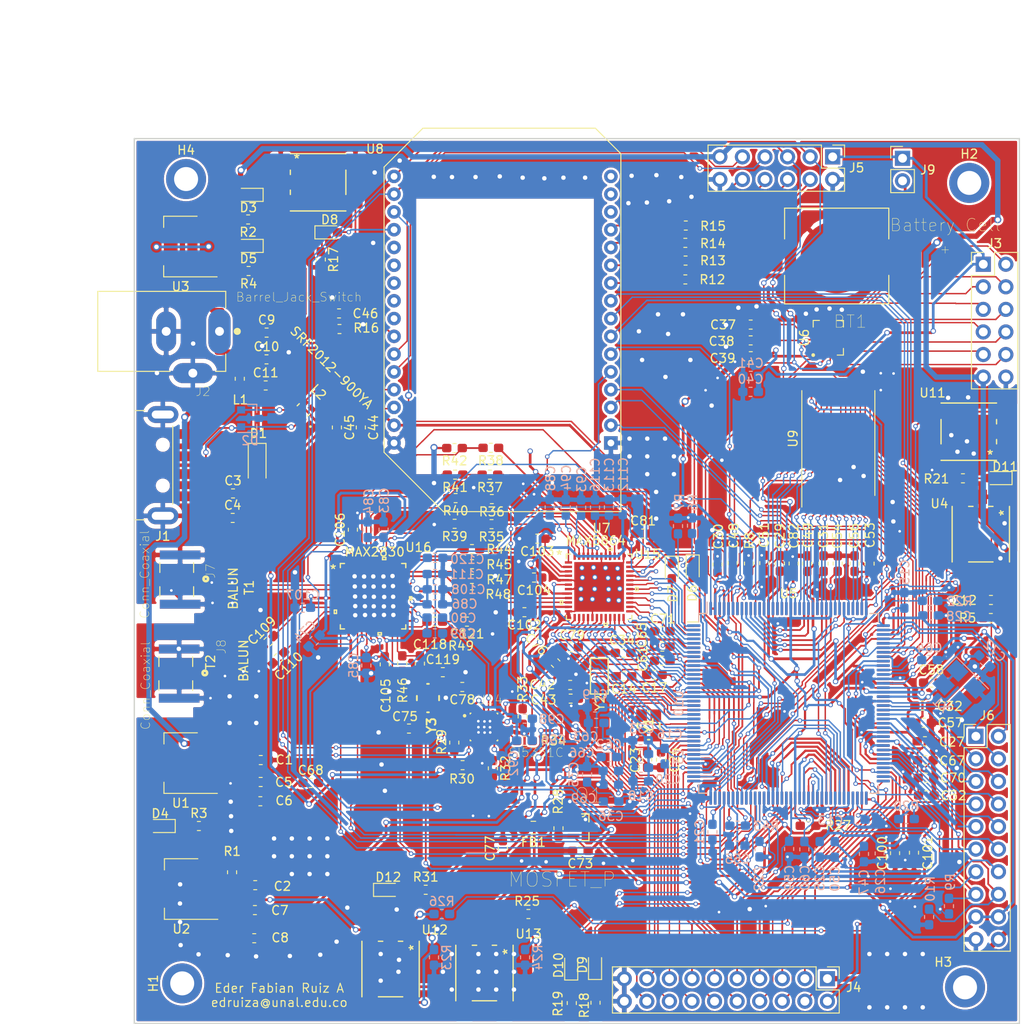
<source format=kicad_pcb>
(kicad_pcb (version 20190516) (host pcbnew "6.0.0-unknown-cbea514~86~ubuntu18.04.1")
  (layers (0 "F.Cu" signal) (31 "B.Cu" signal) (34 "B.Paste" user) (35 "F.Paste" user hide) (36 "B.SilkS" user) (37 "F.SilkS" user) (38 "B.Mask" user hide) (39 "F.Mask" user) (44 "Edge.Cuts" user))
  (net 0 "")
  (net 1 "vcc_STM32")
  (net 2 "GND")
  (net 3 "VCC_5V")
  (net 4 "vcc_FPGA")
  (net 5 "Net-(C3-Pad1)")
  (net 6 "vcc_core_FPGA")
  (net 7 "JNRST")
  (net 8 "Net-(C13-Pad1)")
  (net 9 "Net-(C15-Pad1)")
  (net 10 "Net-(C23-Pad1)")
  (net 11 "Net-(C24-Pad2)")
  (net 12 "Net-(C35-Pad1)")
  (net 13 "Net-(C37-Pad2)")
  (net 14 "Net-(C38-Pad2)")
  (net 15 "Net-(C42-Pad2)")
  (net 16 "Net-(C43-Pad2)")
  (net 17 "/ONION_OMEGA/RST_BTN")
  (net 18 "VAA")
  (net 19 "Net-(C75-Pad2)")
  (net 20 "Net-(C78-Pad2)")
  (net 21 "/rf_front_end/XTAL")
  (net 22 "Net-(C86-Pad1)")
  (net 23 "/rf_front_end/REFP")
  (net 24 "Net-(C109-Pad2)")
  (net 25 "Net-(C109-Pad1)")
  (net 26 "Net-(C110-Pad2)")
  (net 27 "Net-(C110-Pad1)")
  (net 28 "Net-(C118-Pad1)")
  (net 29 "Net-(C119-Pad1)")
  (net 30 "Net-(C120-Pad1)")
  (net 31 "/rf_front_end/rf_TUNE")
  (net 32 "Net-(D2-Pad2)")
  (net 33 "Net-(D2-Pad1)")
  (net 34 "Net-(D3-Pad1)")
  (net 35 "Net-(D4-Pad1)")
  (net 36 "Net-(D5-Pad1)")
  (net 37 "/STM32_micro/LED1")
  (net 38 "Net-(D6-Pad1)")
  (net 39 "/STM32_micro/LED2")
  (net 40 "Net-(D7-Pad1)")
  (net 41 "/ONION_OMEGA/LED")
  (net 42 "Net-(D8-Pad1)")
  (net 43 "Net-(D9-Pad2)")
  (net 44 "Net-(D9-Pad1)")
  (net 45 "Net-(D10-Pad2)")
  (net 46 "Net-(D10-Pad1)")
  (net 47 "Net-(D11-Pad2)")
  (net 48 "Net-(D12-Pad2)")
  (net 49 "Net-(FB1-Pad1)")
  (net 50 "/STM32_micro/CS_A_G")
  (net 51 "/STM32_micro/CS_M")
  (net 52 "/STM32_micro/SDO_A_G")
  (net 53 "/STM32_micro/SDO_M")
  (net 54 "/STM32_micro/INT1_A_G")
  (net 55 "/STM32_micro/DRDY_M")
  (net 56 "/STM32_micro/INT2_A_G")
  (net 57 "/STM32_micro/INT_M")
  (net 58 "/STM32_micro/DEN_A_G")
  (net 59 "/STM32_micro/GPIO_15")
  (net 60 "/STM32_micro/GPIO_07")
  (net 61 "/STM32_micro/GPIO_14")
  (net 62 "/STM32_micro/GPIO_06")
  (net 63 "/STM32_micro/GPIO_13")
  (net 64 "/STM32_micro/GPIO_05")
  (net 65 "/STM32_micro/GPIO_12")
  (net 66 "/STM32_micro/GPIO_04")
  (net 67 "/STM32_micro/GPIO_11")
  (net 68 "/STM32_micro/GPIO_03")
  (net 69 "/STM32_micro/GPIO_10")
  (net 70 "/STM32_micro/GPIO_02")
  (net 71 "/STM32_micro/GPIO_09")
  (net 72 "/STM32_micro/GPIO_01")
  (net 73 "/STM32_micro/GPIO_08")
  (net 74 "/STM32_micro/GPIO_00")
  (net 75 "/ONION_OMEGA/MISO")
  (net 76 "/ONION_OMEGA/MOSI")
  (net 77 "/ONION_OMEGA/SPI_CLK")
  (net 78 "/ONION_OMEGA/SPI_CS")
  (net 79 "/ONION_OMEGA/TX_PIN")
  (net 80 "/ONION_OMEGA/RX_PIN")
  (net 81 "I2C_SDA")
  (net 82 "I2C_SCL")
  (net 83 "/FPGA_spartan6/FGPIO15")
  (net 84 "/FPGA_spartan6/FGPIO7")
  (net 85 "/FPGA_spartan6/FGPIO14")
  (net 86 "/FPGA_spartan6/FGPIO6")
  (net 87 "/FPGA_spartan6/FGPIO13")
  (net 88 "/FPGA_spartan6/FGPIO5")
  (net 89 "/FPGA_spartan6/FGPIO12")
  (net 90 "/FPGA_spartan6/FGPIO4")
  (net 91 "/FPGA_spartan6/FGPIO11")
  (net 92 "/FPGA_spartan6/FGPIO3")
  (net 93 "/FPGA_spartan6/FGPIO10")
  (net 94 "/FPGA_spartan6/FGPIO2")
  (net 95 "/FPGA_spartan6/FGPIO9")
  (net 96 "/FPGA_spartan6/FGPIO1")
  (net 97 "/FPGA_spartan6/FGPIO8")
  (net 98 "/FPGA_spartan6/FGPIO0")
  (net 99 "Net-(J7-Pad1)")
  (net 100 "Net-(J8-Pad1)")
  (net 101 "D-")
  (net 102 "D+")
  (net 103 "!VAA_ENABLE")
  (net 104 "BOOT0")
  (net 105 "Net-(R12-Pad1)")
  (net 106 "Net-(R13-Pad1)")
  (net 107 "Net-(R14-Pad1)")
  (net 108 "Net-(R15-Pad1)")
  (net 109 "/FPGA_spartan6/DONE")
  (net 110 "/FPGA_spartan6/PROGRAM_B")
  (net 111 "Net-(R23-Pad2)")
  (net 112 "Net-(R24-Pad2)")
  (net 113 "/FPGA_spartan6/FSW_2")
  (net 114 "/FPGA_spartan6/FSW_1")
  (net 115 "GPIO_INTR")
  (net 116 "GPIO_CLK")
  (net 117 "Net-(R32-Pad1)")
  (net 118 "GCK0")
  (net 119 "Net-(R33-Pad1)")
  (net 120 "GCK1")
  (net 121 "Net-(R34-Pad1)")
  (net 122 "Net-(R35-Pad2)")
  (net 123 "/rf_front_end/QD+")
  (net 124 "Net-(R36-Pad2)")
  (net 125 "/rf_front_end/QD-")
  (net 126 "Net-(R37-Pad2)")
  (net 127 "/rf_front_end/ID-")
  (net 128 "Net-(R38-Pad2)")
  (net 129 "/rf_front_end/ID+")
  (net 130 "SPI1_MISO")
  (net 131 "SPI1_MOSI")
  (net 132 "/rf_front_end/IA+")
  (net 133 "Net-(R44-Pad1)")
  (net 134 "/rf_front_end/IA-")
  (net 135 "Net-(R45-Pad1)")
  (net 136 "Net-(R47-Pad2)")
  (net 137 "/rf_front_end/QA-")
  (net 138 "Net-(R48-Pad2)")
  (net 139 "/rf_front_end/QA+")
  (net 140 "Net-(T1-Pad4)")
  (net 141 "Net-(T1-Pad3)")
  (net 142 "FMC_BL1")
  (net 143 "FMC_BLO")
  (net 144 "Net-(U5-Pad137)")
  (net 145 "Net-(U5-Pad136)")
  (net 146 "Net-(U5-Pad135)")
  (net 147 "JTRST")
  (net 148 "FPGA_JTDO")
  (net 149 "Net-(U5-Pad132)")
  (net 150 "Net-(U5-Pad129)")
  (net 151 "Net-(U5-Pad128)")
  (net 152 "Net-(U5-Pad127)")
  (net 153 "Net-(U5-Pad126)")
  (net 154 "Net-(U5-Pad125)")
  (net 155 "Net-(U5-Pad124)")
  (net 156 "FMC_NE1")
  (net 157 "FMC_NWAIT")
  (net 158 "FMC_NWE")
  (net 159 "FMC_NOE")
  (net 160 "FMC_CLK")
  (net 161 "Net-(U5-Pad116)")
  (net 162 "FMC_D3")
  (net 163 "FMC_D2")
  (net 164 "Net-(U5-Pad113)")
  (net 165 "Net-(U5-Pad112)")
  (net 166 "Net-(U5-Pad111)")
  (net 167 "JTDO")
  (net 168 "JTCK")
  (net 169 "JTMS")
  (net 170 "Net-(U5-Pad104)")
  (net 171 "Net-(U5-Pad103)")
  (net 172 "USART_RX")
  (net 173 "USART_TX")
  (net 174 "Net-(U5-Pad100)")
  (net 175 "Net-(U5-Pad99)")
  (net 176 "Net-(U5-Pad98)")
  (net 177 "Net-(U5-Pad97)")
  (net 178 "Net-(U5-Pad96)")
  (net 179 "Net-(U5-Pad93)")
  (net 180 "Net-(U5-Pad92)")
  (net 181 "FMC_N_DOUT")
  (net 182 "Net-(U5-Pad90)")
  (net 183 "Net-(U5-Pad89)")
  (net 184 "Net-(U5-Pad88)")
  (net 185 "Net-(U5-Pad87)")
  (net 186 "FMC_D1")
  (net 187 "FMC_D0")
  (net 188 "Net-(U5-Pad82)")
  (net 189 "Net-(U5-Pad81)")
  (net 190 "Net-(U5-Pad80)")
  (net 191 "FMC_D15")
  (net 192 "FMC_D14")
  (net 193 "FMC_D13")
  (net 194 "FMC_D12")
  (net 195 "FMC_D11")
  (net 196 "FMC_D10")
  (net 197 "FMC_D9")
  (net 198 "FMC_D8")
  (net 199 "FMC_D7")
  (net 200 "FMC_D6")
  (net 201 "FMC_D5")
  (net 202 "FMC_D4")
  (net 203 "Net-(U5-Pad57)")
  (net 204 "MCU_CLK")
  (net 205 "FMC_A7")
  (net 206 "FMC_A6")
  (net 207 "rf_LD")
  (net 208 "rf_!SHDN")
  (net 209 "rf_ANTSEL")
  (net 210 "Net-(U5-Pad45)")
  (net 211 "SPI1_CS_AD")
  (net 212 "SPI1_SCK")
  (net 213 "SPI1_CS_RF")
  (net 214 "rf_RXTX")
  (net 215 "rf_RXHP")
  (net 216 "SPI1_RSSI")
  (net 217 "FMC_A5")
  (net 218 "FMC_A4")
  (net 219 "FMC_A3")
  (net 220 "FMC_A2")
  (net 221 "FMC_A1")
  (net 222 "FMC_A0")
  (net 223 "Net-(U5-Pad7)")
  (net 224 "Net-(U5-Pad1)")
  (net 225 "Net-(U7-Pad25)")
  (net 226 "Net-(U7-Pad24)")
  (net 227 "Net-(U7-Pad23)")
  (net 228 "Net-(U7-Pad22)")
  (net 229 "Net-(U7-Pad21)")
  (net 230 "Net-(U7-Pad16)")
  (net 231 "Net-(U7-Pad15)")
  (net 232 "Net-(U7-Pad14)")
  (net 233 "JTDO_OMEGA")
  (net 234 "/FPGA_spartan6/MEN_A11")
  (net 235 "/FPGA_spartan6/MEN_A12")
  (net 236 "/FPGA_spartan6/MEN_A13")
  (net 237 "/FPGA_spartan6/MEN_A10")
  (net 238 "/FPGA_spartan6/MEN_A9")
  (net 239 "/FPGA_spartan6/MEN_A14")
  (net 240 "/FPGA_spartan6/MEN_A8")
  (net 241 "/FPGA_spartan6/MEN_D0")
  (net 242 "/FPGA_spartan6/MEN_A7")
  (net 243 "/FPGA_spartan6/MEN_D1")
  (net 244 "/FPGA_spartan6/MEN_D2")
  (net 245 "/FPGA_spartan6/MEN_A6")
  (net 246 "/FPGA_spartan6/MEN_A5")
  (net 247 "/FPGA_spartan6/MEN_D3")
  (net 248 "/FPGA_spartan6/MEN_WE")
  (net 249 "/FPGA_spartan6/MEN_D4")
  (net 250 "/FPGA_spartan6/MEN_D5")
  (net 251 "/FPGA_spartan6/MEN_A4")
  (net 252 "/FPGA_spartan6/MEN_D6")
  (net 253 "/FPGA_spartan6/MEN_A3")
  (net 254 "/FPGA_spartan6/MEN_D7")
  (net 255 "/FPGA_spartan6/MEN_A2")
  (net 256 "/FPGA_spartan6/MEN_A1")
  (net 257 "/FPGA_spartan6/MEN_CE")
  (net 258 "/FPGA_spartan6/NEM_A0")
  (net 259 "/FPGA_spartan6/MEN_OE")
  (net 260 "adDA7")
  (net 261 "adDA6")
  (net 262 "adDA5")
  (net 263 "adDA4")
  (net 264 "adDA3")
  (net 265 "adDA2")
  (net 266 "adDA1")
  (net 267 "adDA0")
  (net 268 "adDD9")
  (net 269 "adDD8")
  (net 270 "adDD7")
  (net 271 "adDD6")
  (net 272 "adDD5")
  (net 273 "adDD4")
  (net 274 "adDD3")
  (net 275 "adDD2")
  (net 276 "adDD1")
  (net 277 "adDD0")
  (net 278 "Net-(U10-Pad73)")
  (net 279 "Net-(U10-Pad72)")
  (net 280 "/FPGA_spartan6/CLK80MHz")
  (net 281 "Net-(U10-Pad7)")
  (net 282 "Net-(U14-Pad6)")
  (net 283 "Net-(U14-Pad7)")
  (net 284 "Net-(U14-Pad8)")
  (net 285 "Net-(U14-Pad16)")
  (net 286 "Net-(U14-Pad19)")
  (net 287 "/rf_front_end/REFN")
  (net 288 "/rf_front_end/COM")
  (net 289 "Net-(U15-Pad38)")
  (net 290 "Net-(U16-Pad34)")
  (net 291 "Net-(U16-Pad29)")
  (net 292 "Net-(U16-Pad23)")
  (net 293 "Net-(U16-Pad21)")
  (net 294 "Net-(U16-Pad14)")
  (net 295 "Net-(U16-Pad11)")
  (net 296 "Net-(U16-Pad8)")
  (net 297 "Net-(U16-Pad6)")
  (net 298 "Net-(U16-Pad3)")
  (net 299 "Net-(U5-Pad5)")
  (net 300 "Net-(U5-Pad4)")
  (net 301 "Net-(BT1-Pad1)")
  (module "PJ-002A:CUI_PJ-002A" (layer "F.Cu") (at 60.8612 36.9306 180)
    (fp_text reference "J2" (at 1.85153 -6.77062) (layer "F.SilkS") (effects (font (size 1.00083 1.00083) (thickness 0.05))))
    (fp_text value "Barrel_Jack_Switch" (at -8.94054 3.86488) (layer "F.SilkS") (effects (font (size 1.00118 1.00118) (thickness 0.05))))
    (fp_line (start 0.5 1.75) (end -0.5 1.75) (layer "Edge.Cuts") (width 0.0001))
    (fp_line (start -0.5 1.75) (end -0.5 -1.75) (layer "Edge.Cuts") (width 0.0001))
    (fp_line (start -0.5 -1.75) (end 0.5 -1.75) (layer "Edge.Cuts") (width 0.0001))
    (fp_line (start 0.5 -1.75) (end 0.5 1.75) (layer "Edge.Cuts") (width 0.0001))
    (fp_line (start 6.5 1.5) (end 5.5 1.5) (layer "Edge.Cuts") (width 0.0001))
    (fp_line (start 5.5 1.5) (end 5.5 -1.5) (layer "Edge.Cuts") (width 0.0001))
    (fp_line (start 5.5 -1.5) (end 6.5 -1.5) (layer "Edge.Cuts") (width 0.0001))
    (fp_line (start 6.5 -1.5) (end 6.5 1.5) (layer "Edge.Cuts") (width 0.0001))
    (fp_line (start 1.5 -4.2) (end 1.5 -5.2) (layer "Edge.Cuts") (width 0.0001))
    (fp_line (start 1.5 -5.2) (end 4.5 -5.2) (layer "Edge.Cuts") (width 0.0001))
    (fp_line (start 4.5 -5.2) (end 4.5 -4.2) (layer "Edge.Cuts") (width 0.0001))
    (fp_line (start 4.5 -4.2) (end 1.5 -4.2) (layer "Edge.Cuts") (width 0.0001))
    (pad "3" thru_hole oval (at 3 -4.7) (size 4.5 2.25) (drill 1) (layers *.Cu *.Mask) (net 2 "GND"))
    (pad "2" thru_hole oval (at 6 0 270) (size 4.5 2.25) (drill 1) (layers *.Cu *.Mask) (net 2 "GND"))
    (pad "1" thru_hole oval (at 0 0 270) (size 5 2.5) (drill 1) (layers *.Cu *.Mask) (net 3 "VCC_5V"))
  )
  (module "Package_TO_SOT_SMD:SOT-223-3_TabPin2" (layer "F.Cu") (at 56.4892 27.38374 180)
    (fp_text reference "U3" (at 0 -4.5) (layer "F.SilkS"))
    (fp_text value "ZLDO1117G33TA")
    (pad "1" smd rect (at -3.15 -2.3 180) (size 2 1.5) (layers "F.Cu" "F.Paste" "F.Mask") (net 2 "GND"))
    (pad "3" smd rect (at -3.15 2.3 180) (size 2 1.5) (layers "F.Cu" "F.Paste" "F.Mask") (net 3 "VCC_5V"))
    (pad "2" smd rect (at -3.15 0 180) (size 2 1.5) (layers "F.Cu" "F.Paste" "F.Mask") (net 1 "vcc_STM32"))
    (pad "2" smd rect (at 3.15 0 180) (size 2 3.8) (layers "F.Cu" "F.Paste" "F.Mask") (net 1 "vcc_STM32"))
  )
  (module "Package_TO_SOT_SMD:SOT-223-3_TabPin2" (layer "F.Cu") (at 56.57342 99.68738 180)
    (fp_text reference "U2" (at 0 -4.5) (layer "F.SilkS"))
    (fp_text value "ZLDO1117G33TA")
    (pad "1" smd rect (at -3.15 -2.3 180) (size 2 1.5) (layers "F.Cu" "F.Paste" "F.Mask") (net 2 "GND"))
    (pad "3" smd rect (at -3.15 2.3 180) (size 2 1.5) (layers "F.Cu" "F.Paste" "F.Mask") (net 4 "vcc_FPGA"))
    (pad "2" smd rect (at -3.15 0 180) (size 2 1.5) (layers "F.Cu" "F.Paste" "F.Mask") (net 6 "vcc_core_FPGA"))
    (pad "2" smd rect (at 3.15 0 180) (size 2 3.8) (layers "F.Cu" "F.Paste" "F.Mask") (net 6 "vcc_core_FPGA"))
  )
  (module "Package_TO_SOT_SMD:SOT-223-3_TabPin2" (layer "F.Cu") (at 56.52008 85.51418 180)
    (fp_text reference "U1" (at 0 -4.5) (layer "F.SilkS"))
    (fp_text value "ZLDO1117G33TA")
    (pad "1" smd rect (at -3.15 -2.3 180) (size 2 1.5) (layers "F.Cu" "F.Paste" "F.Mask") (net 2 "GND"))
    (pad "3" smd rect (at -3.15 2.3 180) (size 2 1.5) (layers "F.Cu" "F.Paste" "F.Mask") (net 3 "VCC_5V"))
    (pad "2" smd rect (at -3.15 0 180) (size 2 1.5) (layers "F.Cu" "F.Paste" "F.Mask") (net 4 "vcc_FPGA"))
    (pad "2" smd rect (at 3.15 0 180) (size 2 3.8) (layers "F.Cu" "F.Paste" "F.Mask") (net 4 "vcc_FPGA"))
  )
  (module "Capacitor_SMD:C_0603_1608Metric_Pad1.05x0.95mm_HandSolder" (layer "F.Cu") (at 71.126221 87.752541)
    (fp_text reference "C68" (at 0 -1.43) (layer "F.SilkS"))
    (fp_text value "0.47uF")
    (pad "2" smd roundrect (at 0.875 0) (size 1.05 0.95) (layers "F.Cu" "F.Paste" "F.Mask") (net 2 "GND"))
    (pad "1" smd roundrect (at -0.875 0) (size 1.05 0.95) (layers "F.Cu" "F.Paste" "F.Mask") (net 4 "vcc_FPGA"))
  )
  (module "Package_QFP:LQFP-144_20x20mm_P0.5mm" (layer "F.Cu") (at 124.899 78.7915)
    (fp_text reference "U5" (at 0 -12.35) (layer "F.SilkS"))
    (fp_text value "STM32F722ZET")
    (pad "144" smd roundrect (at -8.75 -10.6625) (size 0.3 1.475) (layers "F.Cu" "F.Paste" "F.Mask") (net 1 "vcc_STM32"))
    (pad "143" smd roundrect (at -8.25 -10.6625) (size 0.3 1.475) (layers "F.Cu" "F.Paste" "F.Mask") (net 1 "vcc_STM32"))
    (pad "142" smd roundrect (at -7.75 -10.6625) (size 0.3 1.475) (layers "F.Cu" "F.Paste" "F.Mask") (net 142 "FMC_BL1"))
    (pad "141" smd roundrect (at -7.25 -10.6625) (size 0.3 1.475) (layers "F.Cu" "F.Paste" "F.Mask") (net 143 "FMC_BLO"))
    (pad "140" smd roundrect (at -6.75 -10.6625) (size 0.3 1.475) (layers "F.Cu" "F.Paste" "F.Mask") (net 81 "I2C_SDA"))
    (pad "139" smd roundrect (at -6.25 -10.6625) (size 0.3 1.475) (layers "F.Cu" "F.Paste" "F.Mask") (net 82 "I2C_SCL"))
    (pad "138" smd roundrect (at -5.75 -10.6625) (size 0.3 1.475) (layers "F.Cu" "F.Paste" "F.Mask") (net 104 "BOOT0"))
    (pad "137" smd roundrect (at -5.25 -10.6625) (size 0.3 1.475) (layers "F.Cu" "F.Paste" "F.Mask") (net 144 "Net-(U5-Pad137)"))
    (pad "136" smd roundrect (at -4.75 -10.6625) (size 0.3 1.475) (layers "F.Cu" "F.Paste" "F.Mask") (net 145 "Net-(U5-Pad136)"))
    (pad "135" smd roundrect (at -4.25 -10.6625) (size 0.3 1.475) (layers "F.Cu" "F.Paste" "F.Mask") (net 146 "Net-(U5-Pad135)"))
    (pad "134" smd roundrect (at -3.75 -10.6625) (size 0.3 1.475) (layers "F.Cu" "F.Paste" "F.Mask") (net 147 "JTRST"))
    (pad "133" smd roundrect (at -3.25 -10.6625) (size 0.3 1.475) (layers "F.Cu" "F.Paste" "F.Mask") (net 148 "FPGA_JTDO"))
    (pad "132" smd roundrect (at -2.75 -10.6625) (size 0.3 1.475) (layers "F.Cu" "F.Paste" "F.Mask") (net 149 "Net-(U5-Pad132)"))
    (pad "131" smd roundrect (at -2.25 -10.6625) (size 0.3 1.475) (layers "F.Cu" "F.Paste" "F.Mask") (net 1 "vcc_STM32"))
    (pad "130" smd roundrect (at -1.75 -10.6625) (size 0.3 1.475) (layers "F.Cu" "F.Paste" "F.Mask") (net 2 "GND"))
    (pad "129" smd roundrect (at -1.25 -10.6625) (size 0.3 1.475) (layers "F.Cu" "F.Paste" "F.Mask") (net 150 "Net-(U5-Pad129)"))
    (pad "128" smd roundrect (at -0.75 -10.6625) (size 0.3 1.475) (layers "F.Cu" "F.Paste" "F.Mask") (net 151 "Net-(U5-Pad128)"))
    (pad "127" smd roundrect (at -0.25 -10.6625) (size 0.3 1.475) (layers "F.Cu" "F.Paste" "F.Mask") (net 152 "Net-(U5-Pad127)"))
    (pad "126" smd roundrect (at 0.25 -10.6625) (size 0.3 1.475) (layers "F.Cu" "F.Paste" "F.Mask") (net 153 "Net-(U5-Pad126)"))
    (pad "125" smd roundrect (at 0.75 -10.6625) (size 0.3 1.475) (layers "F.Cu" "F.Paste" "F.Mask") (net 154 "Net-(U5-Pad125)"))
    (pad "124" smd roundrect (at 1.25 -10.6625) (size 0.3 1.475) (layers "F.Cu" "F.Paste" "F.Mask") (net 155 "Net-(U5-Pad124)"))
    (pad "123" smd roundrect (at 1.75 -10.6625) (size 0.3 1.475) (layers "F.Cu" "F.Paste" "F.Mask") (net 156 "FMC_NE1"))
    (pad "122" smd roundrect (at 2.25 -10.6625) (size 0.3 1.475) (layers "F.Cu" "F.Paste" "F.Mask") (net 157 "FMC_NWAIT"))
    (pad "121" smd roundrect (at 2.75 -10.6625) (size 0.3 1.475) (layers "F.Cu" "F.Paste" "F.Mask") (net 1 "vcc_STM32"))
    (pad "120" smd roundrect (at 3.25 -10.6625) (size 0.3 1.475) (layers "F.Cu" "F.Paste" "F.Mask") (net 2 "GND"))
    (pad "119" smd roundrect (at 3.75 -10.6625) (size 0.3 1.475) (layers "F.Cu" "F.Paste" "F.Mask") (net 158 "FMC_NWE"))
    (pad "118" smd roundrect (at 4.25 -10.6625) (size 0.3 1.475) (layers "F.Cu" "F.Paste" "F.Mask") (net 159 "FMC_NOE"))
    (pad "117" smd roundrect (at 4.75 -10.6625) (size 0.3 1.475) (layers "F.Cu" "F.Paste" "F.Mask") (net 160 "FMC_CLK"))
    (pad "116" smd roundrect (at 5.25 -10.6625) (size 0.3 1.475) (layers "F.Cu" "F.Paste" "F.Mask") (net 161 "Net-(U5-Pad116)"))
    (pad "115" smd roundrect (at 5.75 -10.6625) (size 0.3 1.475) (layers "F.Cu" "F.Paste" "F.Mask") (net 162 "FMC_D3"))
    (pad "114" smd roundrect (at 6.25 -10.6625) (size 0.3 1.475) (layers "F.Cu" "F.Paste" "F.Mask") (net 163 "FMC_D2"))
    (pad "113" smd roundrect (at 6.75 -10.6625) (size 0.3 1.475) (layers "F.Cu" "F.Paste" "F.Mask") (net 164 "Net-(U5-Pad113)"))
    (pad "112" smd roundrect (at 7.25 -10.6625) (size 0.3 1.475) (layers "F.Cu" "F.Paste" "F.Mask") (net 165 "Net-(U5-Pad112)"))
    (pad "111" smd roundrect (at 7.75 -10.6625) (size 0.3 1.475) (layers "F.Cu" "F.Paste" "F.Mask") (net 166 "Net-(U5-Pad111)"))
    (pad "110" smd roundrect (at 8.25 -10.6625) (size 0.3 1.475) (layers "F.Cu" "F.Paste" "F.Mask") (net 167 "JTDO"))
    (pad "109" smd roundrect (at 8.75 -10.6625) (size 0.3 1.475) (layers "F.Cu" "F.Paste" "F.Mask") (net 168 "JTCK"))
    (pad "108" smd roundrect (at 10.6625 -8.75) (size 1.475 0.3) (layers "F.Cu" "F.Paste" "F.Mask") (net 1 "vcc_STM32"))
    (pad "107" smd roundrect (at 10.6625 -8.25) (size 1.475 0.3) (layers "F.Cu" "F.Paste" "F.Mask") (net 2 "GND"))
    (pad "106" smd roundrect (at 10.6625 -7.75) (size 1.475 0.3) (layers "F.Cu" "F.Paste" "F.Mask") (net 9 "Net-(C15-Pad1)"))
    (pad "105" smd roundrect (at 10.6625 -7.25) (size 1.475 0.3) (layers "F.Cu" "F.Paste" "F.Mask") (net 169 "JTMS"))
    (pad "104" smd roundrect (at 10.6625 -6.75) (size 1.475 0.3) (layers "F.Cu" "F.Paste" "F.Mask") (net 170 "Net-(U5-Pad104)"))
    (pad "103" smd roundrect (at 10.6625 -6.25) (size 1.475 0.3) (layers "F.Cu" "F.Paste" "F.Mask") (net 171 "Net-(U5-Pad103)"))
    (pad "102" smd roundrect (at 10.6625 -5.75) (size 1.475 0.3) (layers "F.Cu" "F.Paste" "F.Mask") (net 172 "USART_RX"))
    (pad "101" smd roundrect (at 10.6625 -5.25) (size 1.475 0.3) (layers "F.Cu" "F.Paste" "F.Mask") (net 173 "USART_TX"))
    (pad "100" smd roundrect (at 10.6625 -4.75) (size 1.475 0.3) (layers "F.Cu" "F.Paste" "F.Mask") (net 174 "Net-(U5-Pad100)"))
    (pad "99" smd roundrect (at 10.6625 -4.25) (size 1.475 0.3) (layers "F.Cu" "F.Paste" "F.Mask") (net 175 "Net-(U5-Pad99)"))
    (pad "98" smd roundrect (at 10.6625 -3.75) (size 1.475 0.3) (layers "F.Cu" "F.Paste" "F.Mask") (net 176 "Net-(U5-Pad98)"))
    (pad "97" smd roundrect (at 10.6625 -3.25) (size 1.475 0.3) (layers "F.Cu" "F.Paste" "F.Mask") (net 177 "Net-(U5-Pad97)"))
    (pad "96" smd roundrect (at 10.6625 -2.75) (size 1.475 0.3) (layers "F.Cu" "F.Paste" "F.Mask") (net 178 "Net-(U5-Pad96)"))
    (pad "95" smd roundrect (at 10.6625 -2.25) (size 1.475 0.3) (layers "F.Cu" "F.Paste" "F.Mask") (net 1 "vcc_STM32"))
    (pad "94" smd roundrect (at 10.6625 -1.75) (size 1.475 0.3) (layers "F.Cu" "F.Paste" "F.Mask") (net 2 "GND"))
    (pad "93" smd roundrect (at 10.6625 -1.25) (size 1.475 0.3) (layers "F.Cu" "F.Paste" "F.Mask") (net 179 "Net-(U5-Pad93)"))
    (pad "92" smd roundrect (at 10.6625 -0.75) (size 1.475 0.3) (layers "F.Cu" "F.Paste" "F.Mask") (net 180 "Net-(U5-Pad92)"))
    (pad "91" smd roundrect (at 10.6625 -0.25) (size 1.475 0.3) (layers "F.Cu" "F.Paste" "F.Mask") (net 181 "FMC_N_DOUT"))
    (pad "90" smd roundrect (at 10.6625 0.25) (size 1.475 0.3) (layers "F.Cu" "F.Paste" "F.Mask") (net 182 "Net-(U5-Pad90)"))
    (pad "89" smd roundrect (at 10.6625 0.75) (size 1.475 0.3) (layers "F.Cu" "F.Paste" "F.Mask") (net 183 "Net-(U5-Pad89)"))
    (pad "88" smd roundrect (at 10.6625 1.25) (size 1.475 0.3) (layers "F.Cu" "F.Paste" "F.Mask") (net 184 "Net-(U5-Pad88)"))
    (pad "87" smd roundrect (at 10.6625 1.75) (size 1.475 0.3) (layers "F.Cu" "F.Paste" "F.Mask") (net 185 "Net-(U5-Pad87)"))
    (pad "86" smd roundrect (at 10.6625 2.25) (size 1.475 0.3) (layers "F.Cu" "F.Paste" "F.Mask") (net 186 "FMC_D1"))
    (pad "85" smd roundrect (at 10.6625 2.75) (size 1.475 0.3) (layers "F.Cu" "F.Paste" "F.Mask") (net 187 "FMC_D0"))
    (pad "84" smd roundrect (at 10.6625 3.25) (size 1.475 0.3) (layers "F.Cu" "F.Paste" "F.Mask") (net 1 "vcc_STM32"))
    (pad "83" smd roundrect (at 10.6625 3.75) (size 1.475 0.3) (layers "F.Cu" "F.Paste" "F.Mask") (net 2 "GND"))
    (pad "82" smd roundrect (at 10.6625 4.25) (size 1.475 0.3) (layers "F.Cu" "F.Paste" "F.Mask") (net 188 "Net-(U5-Pad82)"))
    (pad "81" smd roundrect (at 10.6625 4.75) (size 1.475 0.3) (layers "F.Cu" "F.Paste" "F.Mask") (net 189 "Net-(U5-Pad81)"))
    (pad "80" smd roundrect (at 10.6625 5.25) (size 1.475 0.3) (layers "F.Cu" "F.Paste" "F.Mask") (net 190 "Net-(U5-Pad80)"))
    (pad "79" smd roundrect (at 10.6625 5.75) (size 1.475 0.3) (layers "F.Cu" "F.Paste" "F.Mask") (net 191 "FMC_D15"))
    (pad "78" smd roundrect (at 10.6625 6.25) (size 1.475 0.3) (layers "F.Cu" "F.Paste" "F.Mask") (net 192 "FMC_D14"))
    (pad "77" smd roundrect (at 10.6625 6.75) (size 1.475 0.3) (layers "F.Cu" "F.Paste" "F.Mask") (net 193 "FMC_D13"))
    (pad "76" smd roundrect (at 10.6625 7.25) (size 1.475 0.3) (layers "F.Cu" "F.Paste" "F.Mask") (net 72 "/STM32_micro/GPIO_01"))
    (pad "75" smd roundrect (at 10.6625 7.75) (size 1.475 0.3) (layers "F.Cu" "F.Paste" "F.Mask") (net 74 "/STM32_micro/GPIO_00"))
    (pad "74" smd roundrect (at 10.6625 8.25) (size 1.475 0.3) (layers "F.Cu" "F.Paste" "F.Mask") (net 68 "/STM32_micro/GPIO_03"))
    (pad "73" smd roundrect (at 10.6625 8.75) (size 1.475 0.3) (layers "F.Cu" "F.Paste" "F.Mask") (net 70 "/STM32_micro/GPIO_02"))
    (pad "72" smd roundrect (at 8.75 10.6625) (size 0.3 1.475) (layers "F.Cu" "F.Paste" "F.Mask") (net 1 "vcc_STM32"))
    (pad "71" smd roundrect (at 8.25 10.6625) (size 0.3 1.475) (layers "F.Cu" "F.Paste" "F.Mask") (net 8 "Net-(C13-Pad1)"))
    (pad "70" smd roundrect (at 7.75 10.6625) (size 0.3 1.475) (layers "F.Cu" "F.Paste" "F.Mask") (net 64 "/STM32_micro/GPIO_05"))
    (pad "69" smd roundrect (at 7.25 10.6625) (size 0.3 1.475) (layers "F.Cu" "F.Paste" "F.Mask") (net 66 "/STM32_micro/GPIO_04"))
    (pad "68" smd roundrect (at 6.75 10.6625) (size 0.3 1.475) (layers "F.Cu" "F.Paste" "F.Mask") (net 194 "FMC_D12"))
    (pad "67" smd roundrect (at 6.25 10.6625) (size 0.3 1.475) (layers "F.Cu" "F.Paste" "F.Mask") (net 195 "FMC_D11"))
    (pad "66" smd roundrect (at 5.75 10.6625) (size 0.3 1.475) (layers "F.Cu" "F.Paste" "F.Mask") (net 196 "FMC_D10"))
    (pad "65" smd roundrect (at 5.25 10.6625) (size 0.3 1.475) (layers "F.Cu" "F.Paste" "F.Mask") (net 197 "FMC_D9"))
    (pad "64" smd roundrect (at 4.75 10.6625) (size 0.3 1.475) (layers "F.Cu" "F.Paste" "F.Mask") (net 198 "FMC_D8"))
    (pad "63" smd roundrect (at 4.25 10.6625) (size 0.3 1.475) (layers "F.Cu" "F.Paste" "F.Mask") (net 199 "FMC_D7"))
    (pad "62" smd roundrect (at 3.75 10.6625) (size 0.3 1.475) (layers "F.Cu" "F.Paste" "F.Mask") (net 1 "vcc_STM32"))
    (pad "61" smd roundrect (at 3.25 10.6625) (size 0.3 1.475) (layers "F.Cu" "F.Paste" "F.Mask") (net 2 "GND"))
    (pad "60" smd roundrect (at 2.75 10.6625) (size 0.3 1.475) (layers "F.Cu" "F.Paste" "F.Mask") (net 200 "FMC_D6"))
    (pad "59" smd roundrect (at 2.25 10.6625) (size 0.3 1.475) (layers "F.Cu" "F.Paste" "F.Mask") (net 201 "FMC_D5"))
    (pad "58" smd roundrect (at 1.75 10.6625) (size 0.3 1.475) (layers "F.Cu" "F.Paste" "F.Mask") (net 202 "FMC_D4"))
    (pad "57" smd roundrect (at 1.25 10.6625) (size 0.3 1.475) (layers "F.Cu" "F.Paste" "F.Mask") (net 203 "Net-(U5-Pad57)"))
    (pad "56" smd roundrect (at 0.75 10.6625) (size 0.3 1.475) (layers "F.Cu" "F.Paste" "F.Mask") (net 115 "GPIO_INTR"))
    (pad "55" smd roundrect (at 0.25 10.6625) (size 0.3 1.475) (layers "F.Cu" "F.Paste" "F.Mask") (net 116 "GPIO_CLK"))
    (pad "54" smd roundrect (at -0.25 10.6625) (size 0.3 1.475) (layers "F.Cu" "F.Paste" "F.Mask") (net 204 "MCU_CLK"))
    (pad "53" smd roundrect (at -0.75 10.6625) (size 0.3 1.475) (layers "F.Cu" "F.Paste" "F.Mask") (net 205 "FMC_A7"))
    (pad "52" smd roundrect (at -1.25 10.6625) (size 0.3 1.475) (layers "F.Cu" "F.Paste" "F.Mask") (net 1 "vcc_STM32"))
    (pad "51" smd roundrect (at -1.75 10.6625) (size 0.3 1.475) (layers "F.Cu" "F.Paste" "F.Mask") (net 2 "GND"))
    (pad "50" smd roundrect (at -2.25 10.6625) (size 0.3 1.475) (layers "F.Cu" "F.Paste" "F.Mask") (net 206 "FMC_A6"))
    (pad "49" smd roundrect (at -2.75 10.6625) (size 0.3 1.475) (layers "F.Cu" "F.Paste" "F.Mask") (net 62 "/STM32_micro/GPIO_06"))
    (pad "48" smd roundrect (at -3.25 10.6625) (size 0.3 1.475) (layers "F.Cu" "F.Paste" "F.Mask") (net 207 "rf_LD"))
    (pad "47" smd roundrect (at -3.75 10.6625) (size 0.3 1.475) (layers "F.Cu" "F.Paste" "F.Mask") (net 208 "rf_!SHDN"))
    (pad "46" smd roundrect (at -4.25 10.6625) (size 0.3 1.475) (layers "F.Cu" "F.Paste" "F.Mask") (net 209 "rf_ANTSEL"))
    (pad "45" smd roundrect (at -4.75 10.6625) (size 0.3 1.475) (layers "F.Cu" "F.Paste" "F.Mask") (net 210 "Net-(U5-Pad45)"))
    (pad "44" smd roundrect (at -5.25 10.6625) (size 0.3 1.475) (layers "F.Cu" "F.Paste" "F.Mask") (net 211 "SPI1_CS_AD"))
    (pad "43" smd roundrect (at -5.75 10.6625) (size 0.3 1.475) (layers "F.Cu" "F.Paste" "F.Mask") (net 131 "SPI1_MOSI"))
    (pad "42" smd roundrect (at -6.25 10.6625) (size 0.3 1.475) (layers "F.Cu" "F.Paste" "F.Mask") (net 130 "SPI1_MISO"))
    (pad "41" smd roundrect (at -6.75 10.6625) (size 0.3 1.475) (layers "F.Cu" "F.Paste" "F.Mask") (net 212 "SPI1_SCK"))
    (pad "40" smd roundrect (at -7.25 10.6625) (size 0.3 1.475) (layers "F.Cu" "F.Paste" "F.Mask") (net 213 "SPI1_CS_RF"))
    (pad "39" smd roundrect (at -7.75 10.6625) (size 0.3 1.475) (layers "F.Cu" "F.Paste" "F.Mask") (net 1 "vcc_STM32"))
    (pad "38" smd roundrect (at -8.25 10.6625) (size 0.3 1.475) (layers "F.Cu" "F.Paste" "F.Mask") (net 2 "GND"))
    (pad "37" smd roundrect (at -8.75 10.6625) (size 0.3 1.475) (layers "F.Cu" "F.Paste" "F.Mask") (net 214 "rf_RXTX"))
    (pad "36" smd roundrect (at -10.6625 8.75) (size 1.475 0.3) (layers "F.Cu" "F.Paste" "F.Mask") (net 216 "SPI1_RSSI"))
    (pad "35" smd roundrect (at -10.6625 8.25) (size 1.475 0.3) (layers "F.Cu" "F.Paste" "F.Mask") (net 215 "rf_RXHP"))
    (pad "34" smd roundrect (at -10.6625 7.75) (size 1.475 0.3) (layers "F.Cu" "F.Paste" "F.Mask") (net 103 "!VAA_ENABLE"))
    (pad "33" smd roundrect (at -10.6625 7.25) (size 1.475 0.3) (layers "F.Cu" "F.Paste" "F.Mask") (net 12 "Net-(C35-Pad1)"))
    (pad "32" smd roundrect (at -10.6625 6.75) (size 1.475 0.3) (layers "F.Cu" "F.Paste" "F.Mask") (net 1 "vcc_STM32"))
    (pad "31" smd roundrect (at -10.6625 6.25) (size 1.475 0.3) (layers "F.Cu" "F.Paste" "F.Mask") (net 2 "GND"))
    (pad "30" smd roundrect (at -10.6625 5.75) (size 1.475 0.3) (layers "F.Cu" "F.Paste" "F.Mask") (net 1 "vcc_STM32"))
    (pad "29" smd roundrect (at -10.6625 5.25) (size 1.475 0.3) (layers "F.Cu" "F.Paste" "F.Mask") (net 60 "/STM32_micro/GPIO_07"))
    (pad "28" smd roundrect (at -10.6625 4.75) (size 1.475 0.3) (layers "F.Cu" "F.Paste" "F.Mask") (net 73 "/STM32_micro/GPIO_08"))
    (pad "27" smd roundrect (at -10.6625 4.25) (size 1.475 0.3) (layers "F.Cu" "F.Paste" "F.Mask") (net 71 "/STM32_micro/GPIO_09"))
    (pad "26" smd roundrect (at -10.6625 3.75) (size 1.475 0.3) (layers "F.Cu" "F.Paste" "F.Mask") (net 69 "/STM32_micro/GPIO_10"))
    (pad "25" smd roundrect (at -10.6625 3.25) (size 1.475 0.3) (layers "F.Cu" "F.Paste" "F.Mask") (net 7 "JNRST"))
    (pad "24" smd roundrect (at -10.6625 2.75) (size 1.475 0.3) (layers "F.Cu" "F.Paste" "F.Mask") (net 11 "Net-(C24-Pad2)"))
    (pad "23" smd roundrect (at -10.6625 2.25) (size 1.475 0.3) (layers "F.Cu" "F.Paste" "F.Mask") (net 10 "Net-(C23-Pad1)"))
    (pad "22" smd roundrect (at -10.6625 1.75) (size 1.475 0.3) (layers "F.Cu" "F.Paste" "F.Mask") (net 67 "/STM32_micro/GPIO_11"))
    (pad "21" smd roundrect (at -10.6625 1.25) (size 1.475 0.3) (layers "F.Cu" "F.Paste" "F.Mask") (net 65 "/STM32_micro/GPIO_12"))
    (pad "20" smd roundrect (at -10.6625 0.75) (size 1.475 0.3) (layers "F.Cu" "F.Paste" "F.Mask") (net 63 "/STM32_micro/GPIO_13"))
    (pad "19" smd roundrect (at -10.6625 0.25) (size 1.475 0.3) (layers "F.Cu" "F.Paste" "F.Mask") (net 61 "/STM32_micro/GPIO_14"))
    (pad "18" smd roundrect (at -10.6625 -0.25) (size 1.475 0.3) (layers "F.Cu" "F.Paste" "F.Mask") (net 59 "/STM32_micro/GPIO_15"))
    (pad "17" smd roundrect (at -10.6625 -0.75) (size 1.475 0.3) (layers "F.Cu" "F.Paste" "F.Mask") (net 1 "vcc_STM32"))
    (pad "16" smd roundrect (at -10.6625 -1.25) (size 1.475 0.3) (layers "F.Cu" "F.Paste" "F.Mask") (net 2 "GND"))
    (pad "15" smd roundrect (at -10.6625 -1.75) (size 1.475 0.3) (layers "F.Cu" "F.Paste" "F.Mask") (net 217 "FMC_A5"))
    (pad "14" smd roundrect (at -10.6625 -2.25) (size 1.475 0.3) (layers "F.Cu" "F.Paste" "F.Mask") (net 218 "FMC_A4"))
    (pad "13" smd roundrect (at -10.6625 -2.75) (size 1.475 0.3) (layers "F.Cu" "F.Paste" "F.Mask") (net 219 "FMC_A3"))
    (pad "12" smd roundrect (at -10.6625 -3.25) (size 1.475 0.3) (layers "F.Cu" "F.Paste" "F.Mask") (net 220 "FMC_A2"))
    (pad "11" smd roundrect (at -10.6625 -3.75) (size 1.475 0.3) (layers "F.Cu" "F.Paste" "F.Mask") (net 221 "FMC_A1"))
    (pad "10" smd roundrect (at -10.6625 -4.25) (size 1.475 0.3) (layers "F.Cu" "F.Paste" "F.Mask") (net 222 "FMC_A0"))
    (pad "9" smd roundrect (at -10.6625 -4.75) (size 1.475 0.3) (layers "F.Cu" "F.Paste" "F.Mask") (net 16 "Net-(C43-Pad2)"))
    (pad "8" smd roundrect (at -10.6625 -5.25) (size 1.475 0.3) (layers "F.Cu" "F.Paste" "F.Mask") (net 15 "Net-(C42-Pad2)"))
    (pad "7" smd roundrect (at -10.6625 -5.75) (size 1.475 0.3) (layers "F.Cu" "F.Paste" "F.Mask") (net 223 "Net-(U5-Pad7)"))
    (pad "6" smd roundrect (at -10.6625 -6.25) (size 1.475 0.3) (layers "F.Cu" "F.Paste" "F.Mask") (net 1 "vcc_STM32"))
    (pad "5" smd roundrect (at -10.6625 -6.75) (size 1.475 0.3) (layers "F.Cu" "F.Paste" "F.Mask") (net 299 "Net-(U5-Pad5)"))
    (pad "4" smd roundrect (at -10.6625 -7.25) (size 1.475 0.3) (layers "F.Cu" "F.Paste" "F.Mask") (net 300 "Net-(U5-Pad4)"))
    (pad "3" smd roundrect (at -10.6625 -7.75) (size 1.475 0.3) (layers "F.Cu" "F.Paste" "F.Mask") (net 39 "/STM32_micro/LED2"))
    (pad "2" smd roundrect (at -10.6625 -8.25) (size 1.475 0.3) (layers "F.Cu" "F.Paste" "F.Mask") (net 37 "/STM32_micro/LED1"))
    (pad "1" smd roundrect (at -10.6625 -8.75) (size 1.475 0.3) (layers "F.Cu" "F.Paste" "F.Mask") (net 224 "Net-(U5-Pad1)"))
  )
  (module "Capacitor_SMD:C_0603_1608Metric_Pad1.05x0.95mm_HandSolder" (layer "B.Cu") (at 132.63626 91.87688 180)
    (fp_text reference "C13" (at 3.0353 -0.0762 180) (layer "B.SilkS") (effects (justify mirror)))
    (fp_text value "2.2uF")
    (pad "2" smd roundrect (at 0.875 0 180) (size 1.05 0.95) (layers "B.Cu" "B.Paste" "B.Mask") (net 2 "GND"))
    (pad "1" smd roundrect (at -0.875 0 180) (size 1.05 0.95) (layers "B.Cu" "B.Paste" "B.Mask") (net 8 "Net-(C13-Pad1)"))
  )
  (module "Package_QFP:LQFP-144_20x20mm_P0.5mm" (layer "B.Cu") (at 124.893274 78.788709 270)
    (fp_text reference "U10" (at 0 12.35 270) (layer "B.SilkS") (effects (justify mirror)))
    (fp_text value "lx9_XC6SLX9-TQ144")
    (pad "144" smd roundrect (at -8.75 10.6625 270) (size 0.3 1.475) (layers "B.Cu" "B.Paste" "B.Mask") (net 268 "adDD9"))
    (pad "143" smd roundrect (at -8.25 10.6625 270) (size 0.3 1.475) (layers "B.Cu" "B.Paste" "B.Mask") (net 269 "adDD8"))
    (pad "142" smd roundrect (at -7.75 10.6625 270) (size 0.3 1.475) (layers "B.Cu" "B.Paste" "B.Mask") (net 270 "adDD7"))
    (pad "141" smd roundrect (at -7.25 10.6625 270) (size 0.3 1.475) (layers "B.Cu" "B.Paste" "B.Mask") (net 271 "adDD6"))
    (pad "140" smd roundrect (at -6.75 10.6625 270) (size 0.3 1.475) (layers "B.Cu" "B.Paste" "B.Mask") (net 272 "adDD5"))
    (pad "139" smd roundrect (at -6.25 10.6625 270) (size 0.3 1.475) (layers "B.Cu" "B.Paste" "B.Mask") (net 273 "adDD4"))
    (pad "138" smd roundrect (at -5.75 10.6625 270) (size 0.3 1.475) (layers "B.Cu" "B.Paste" "B.Mask") (net 274 "adDD3"))
    (pad "137" smd roundrect (at -5.25 10.6625 270) (size 0.3 1.475) (layers "B.Cu" "B.Paste" "B.Mask") (net 275 "adDD2"))
    (pad "136" smd roundrect (at -4.75 10.6625 270) (size 0.3 1.475) (layers "B.Cu" "B.Paste" "B.Mask") (net 2 "GND"))
    (pad "135" smd roundrect (at -4.25 10.6625 270) (size 0.3 1.475) (layers "B.Cu" "B.Paste" "B.Mask") (net 4 "vcc_FPGA"))
    (pad "134" smd roundrect (at -3.75 10.6625 270) (size 0.3 1.475) (layers "B.Cu" "B.Paste" "B.Mask") (net 118 "GCK0"))
    (pad "133" smd roundrect (at -3.25 10.6625 270) (size 0.3 1.475) (layers "B.Cu" "B.Paste" "B.Mask") (net 120 "GCK1"))
    (pad "132" smd roundrect (at -2.75 10.6625 270) (size 0.3 1.475) (layers "B.Cu" "B.Paste" "B.Mask") (net 276 "adDD1"))
    (pad "131" smd roundrect (at -2.25 10.6625 270) (size 0.3 1.475) (layers "B.Cu" "B.Paste" "B.Mask") (net 277 "adDD0"))
    (pad "130" smd roundrect (at -1.75 10.6625 270) (size 0.3 1.475) (layers "B.Cu" "B.Paste" "B.Mask") (net 2 "GND"))
    (pad "129" smd roundrect (at -1.25 10.6625 270) (size 0.3 1.475) (layers "B.Cu" "B.Paste" "B.Mask") (net 4 "vcc_FPGA"))
    (pad "128" smd roundrect (at -0.75 10.6625 270) (size 0.3 1.475) (layers "B.Cu" "B.Paste" "B.Mask") (net 6 "vcc_core_FPGA"))
    (pad "127" smd roundrect (at -0.25 10.6625 270) (size 0.3 1.475) (layers "B.Cu" "B.Paste" "B.Mask") (net 260 "adDA7"))
    (pad "126" smd roundrect (at 0.25 10.6625 270) (size 0.3 1.475) (layers "B.Cu" "B.Paste" "B.Mask") (net 261 "adDA6"))
    (pad "125" smd roundrect (at 0.75 10.6625 270) (size 0.3 1.475) (layers "B.Cu" "B.Paste" "B.Mask") (net 4 "vcc_FPGA"))
    (pad "124" smd roundrect (at 1.25 10.6625 270) (size 0.3 1.475) (layers "B.Cu" "B.Paste" "B.Mask") (net 262 "adDA5"))
    (pad "123" smd roundrect (at 1.75 10.6625 270) (size 0.3 1.475) (layers "B.Cu" "B.Paste" "B.Mask") (net 263 "adDA4"))
    (pad "122" smd roundrect (at 2.25 10.6625 270) (size 0.3 1.475) (layers "B.Cu" "B.Paste" "B.Mask") (net 4 "vcc_FPGA"))
    (pad "121" smd roundrect (at 2.75 10.6625 270) (size 0.3 1.475) (layers "B.Cu" "B.Paste" "B.Mask") (net 264 "adDA3"))
    (pad "120" smd roundrect (at 3.25 10.6625 270) (size 0.3 1.475) (layers "B.Cu" "B.Paste" "B.Mask") (net 265 "adDA2"))
    (pad "119" smd roundrect (at 3.75 10.6625 270) (size 0.3 1.475) (layers "B.Cu" "B.Paste" "B.Mask") (net 266 "adDA1"))
    (pad "118" smd roundrect (at 4.25 10.6625 270) (size 0.3 1.475) (layers "B.Cu" "B.Paste" "B.Mask") (net 267 "adDA0"))
    (pad "117" smd roundrect (at 4.75 10.6625 270) (size 0.3 1.475) (layers "B.Cu" "B.Paste" "B.Mask") (net 217 "FMC_A5"))
    (pad "116" smd roundrect (at 5.25 10.6625 270) (size 0.3 1.475) (layers "B.Cu" "B.Paste" "B.Mask") (net 218 "FMC_A4"))
    (pad "115" smd roundrect (at 5.75 10.6625 270) (size 0.3 1.475) (layers "B.Cu" "B.Paste" "B.Mask") (net 219 "FMC_A3"))
    (pad "114" smd roundrect (at 6.25 10.6625 270) (size 0.3 1.475) (layers "B.Cu" "B.Paste" "B.Mask") (net 220 "FMC_A2"))
    (pad "113" smd roundrect (at 6.75 10.6625 270) (size 0.3 1.475) (layers "B.Cu" "B.Paste" "B.Mask") (net 2 "GND"))
    (pad "112" smd roundrect (at 7.25 10.6625 270) (size 0.3 1.475) (layers "B.Cu" "B.Paste" "B.Mask") (net 221 "FMC_A1"))
    (pad "111" smd roundrect (at 7.75 10.6625 270) (size 0.3 1.475) (layers "B.Cu" "B.Paste" "B.Mask") (net 222 "FMC_A0"))
    (pad "110" smd roundrect (at 8.25 10.6625 270) (size 0.3 1.475) (layers "B.Cu" "B.Paste" "B.Mask") (net 148 "FPGA_JTDO"))
    (pad "109" smd roundrect (at 8.75 10.6625 270) (size 0.3 1.475) (layers "B.Cu" "B.Paste" "B.Mask") (net 168 "JTCK"))
    (pad "108" smd roundrect (at 10.6625 8.75 270) (size 1.475 0.3) (layers "B.Cu" "B.Paste" "B.Mask") (net 2 "GND"))
    (pad "107" smd roundrect (at 10.6625 8.25 270) (size 1.475 0.3) (layers "B.Cu" "B.Paste" "B.Mask") (net 169 "JTMS"))
    (pad "106" smd roundrect (at 10.6625 7.75 270) (size 1.475 0.3) (layers "B.Cu" "B.Paste" "B.Mask") (net 233 "JTDO_OMEGA"))
    (pad "105" smd roundrect (at 10.6625 7.25 270) (size 1.475 0.3) (layers "B.Cu" "B.Paste" "B.Mask") (net 86 "/FPGA_spartan6/FGPIO6"))
    (pad "104" smd roundrect (at 10.6625 6.75 270) (size 1.475 0.3) (layers "B.Cu" "B.Paste" "B.Mask") (net 85 "/FPGA_spartan6/FGPIO14"))
    (pad "103" smd roundrect (at 10.6625 6.25 270) (size 1.475 0.3) (layers "B.Cu" "B.Paste" "B.Mask") (net 4 "vcc_FPGA"))
    (pad "102" smd roundrect (at 10.6625 5.75 270) (size 1.475 0.3) (layers "B.Cu" "B.Paste" "B.Mask") (net 113 "/FPGA_spartan6/FSW_2"))
    (pad "101" smd roundrect (at 10.6625 5.25 270) (size 1.475 0.3) (layers "B.Cu" "B.Paste" "B.Mask") (net 114 "/FPGA_spartan6/FSW_1"))
    (pad "100" smd roundrect (at 10.6625 4.75 270) (size 1.475 0.3) (layers "B.Cu" "B.Paste" "B.Mask") (net 82 "I2C_SCL"))
    (pad "99" smd roundrect (at 10.6625 4.25 270) (size 1.475 0.3) (layers "B.Cu" "B.Paste" "B.Mask") (net 81 "I2C_SDA"))
    (pad "98" smd roundrect (at 10.6625 3.75 270) (size 1.475 0.3) (layers "B.Cu" "B.Paste" "B.Mask") (net 45 "Net-(D10-Pad2)"))
    (pad "97" smd roundrect (at 10.6625 3.25 270) (size 1.475 0.3) (layers "B.Cu" "B.Paste" "B.Mask") (net 43 "Net-(D9-Pad2)"))
    (pad "96" smd roundrect (at 10.6625 2.75 270) (size 1.475 0.3) (layers "B.Cu" "B.Paste" "B.Mask") (net 2 "GND"))
    (pad "95" smd roundrect (at 10.6625 2.25 270) (size 1.475 0.3) (layers "B.Cu" "B.Paste" "B.Mask") (net 194 "FMC_D12"))
    (pad "94" smd roundrect (at 10.6625 1.75 270) (size 1.475 0.3) (layers "B.Cu" "B.Paste" "B.Mask") (net 195 "FMC_D11"))
    (pad "93" smd roundrect (at 10.6625 1.25 270) (size 1.475 0.3) (layers "B.Cu" "B.Paste" "B.Mask") (net 196 "FMC_D10"))
    (pad "92" smd roundrect (at 10.6625 0.75 270) (size 1.475 0.3) (layers "B.Cu" "B.Paste" "B.Mask") (net 197 "FMC_D9"))
    (pad "91" smd roundrect (at 10.6625 0.25 270) (size 1.475 0.3) (layers "B.Cu" "B.Paste" "B.Mask") (net 2 "GND"))
    (pad "90" smd roundrect (at 10.6625 -0.25 270) (size 1.475 0.3) (layers "B.Cu" "B.Paste" "B.Mask") (net 4 "vcc_FPGA"))
    (pad "89" smd roundrect (at 10.6625 -0.75 270) (size 1.475 0.3) (layers "B.Cu" "B.Paste" "B.Mask") (net 6 "vcc_core_FPGA"))
    (pad "88" smd roundrect (at 10.6625 -1.25 270) (size 1.475 0.3) (layers "B.Cu" "B.Paste" "B.Mask") (net 198 "FMC_D8"))
    (pad "87" smd roundrect (at 10.6625 -1.75 270) (size 1.475 0.3) (layers "B.Cu" "B.Paste" "B.Mask") (net 199 "FMC_D7"))
    (pad "86" smd roundrect (at 10.6625 -2.25 270) (size 1.475 0.3) (layers "B.Cu" "B.Paste" "B.Mask") (net 4 "vcc_FPGA"))
    (pad "85" smd roundrect (at 10.6625 -2.75 270) (size 1.475 0.3) (layers "B.Cu" "B.Paste" "B.Mask") (net 200 "FMC_D6"))
    (pad "84" smd roundrect (at 10.6625 -3.25 270) (size 1.475 0.3) (layers "B.Cu" "B.Paste" "B.Mask") (net 201 "FMC_D5"))
    (pad "83" smd roundrect (at 10.6625 -3.75 270) (size 1.475 0.3) (layers "B.Cu" "B.Paste" "B.Mask") (net 202 "FMC_D4"))
    (pad "82" smd roundrect (at 10.6625 -4.25 270) (size 1.475 0.3) (layers "B.Cu" "B.Paste" "B.Mask") (net 162 "FMC_D3"))
    (pad "81" smd roundrect (at 10.6625 -4.75 270) (size 1.475 0.3) (layers "B.Cu" "B.Paste" "B.Mask") (net 163 "FMC_D2"))
    (pad "80" smd roundrect (at 10.6625 -5.25 270) (size 1.475 0.3) (layers "B.Cu" "B.Paste" "B.Mask") (net 88 "/FPGA_spartan6/FGPIO5"))
    (pad "79" smd roundrect (at 10.6625 -5.75 270) (size 1.475 0.3) (layers "B.Cu" "B.Paste" "B.Mask") (net 205 "FMC_A7"))
    (pad "78" smd roundrect (at 10.6625 -6.25 270) (size 1.475 0.3) (layers "B.Cu" "B.Paste" "B.Mask") (net 206 "FMC_A6"))
    (pad "77" smd roundrect (at 10.6625 -6.75 270) (size 1.475 0.3) (layers "B.Cu" "B.Paste" "B.Mask") (net 2 "GND"))
    (pad "76" smd roundrect (at 10.6625 -7.25 270) (size 1.475 0.3) (layers "B.Cu" "B.Paste" "B.Mask") (net 4 "vcc_FPGA"))
    (pad "75" smd roundrect (at 10.6625 -7.75 270) (size 1.475 0.3) (layers "B.Cu" "B.Paste" "B.Mask") (net 87 "/FPGA_spartan6/FGPIO13"))
    (pad "74" smd roundrect (at 10.6625 -8.25 270) (size 1.475 0.3) (layers "B.Cu" "B.Paste" "B.Mask") (net 181 "FMC_N_DOUT"))
    (pad "73" smd roundrect (at 10.6625 -8.75 270) (size 1.475 0.3) (layers "B.Cu" "B.Paste" "B.Mask") (net 278 "Net-(U10-Pad73)"))
    (pad "72" smd roundrect (at 8.75 -10.6625 270) (size 0.3 1.475) (layers "B.Cu" "B.Paste" "B.Mask") (net 279 "Net-(U10-Pad72)"))
    (pad "71" smd roundrect (at 8.25 -10.6625 270) (size 0.3 1.475) (layers "B.Cu" "B.Paste" "B.Mask") (net 109 "/FPGA_spartan6/DONE"))
    (pad "70" smd roundrect (at 7.75 -10.6625 270) (size 0.3 1.475) (layers "B.Cu" "B.Paste" "B.Mask") (net 248 "/FPGA_spartan6/MEN_WE"))
    (pad "69" smd roundrect (at 7.25 -10.6625 270) (size 0.3 1.475) (layers "B.Cu" "B.Paste" "B.Mask") (net 83 "/FPGA_spartan6/FGPIO15"))
    (pad "68" smd roundrect (at 6.75 -10.6625 270) (size 0.3 1.475) (layers "B.Cu" "B.Paste" "B.Mask") (net 2 "GND"))
    (pad "67" smd roundrect (at 6.25 -10.6625 270) (size 0.3 1.475) (layers "B.Cu" "B.Paste" "B.Mask") (net 90 "/FPGA_spartan6/FGPIO4"))
    (pad "66" smd roundrect (at 5.75 -10.6625 270) (size 0.3 1.475) (layers "B.Cu" "B.Paste" "B.Mask") (net 89 "/FPGA_spartan6/FGPIO12"))
    (pad "65" smd roundrect (at 5.25 -10.6625 270) (size 0.3 1.475) (layers "B.Cu" "B.Paste" "B.Mask") (net 92 "/FPGA_spartan6/FGPIO3"))
    (pad "64" smd roundrect (at 4.75 -10.6625 270) (size 0.3 1.475) (layers "B.Cu" "B.Paste" "B.Mask") (net 191 "FMC_D15"))
    (pad "63" smd roundrect (at 4.25 -10.6625 270) (size 0.3 1.475) (layers "B.Cu" "B.Paste" "B.Mask") (net 4 "vcc_FPGA"))
    (pad "62" smd roundrect (at 3.75 -10.6625 270) (size 0.3 1.475) (layers "B.Cu" "B.Paste" "B.Mask") (net 192 "FMC_D14"))
    (pad "61" smd roundrect (at 3.25 -10.6625 270) (size 0.3 1.475) (layers "B.Cu" "B.Paste" "B.Mask") (net 193 "FMC_D13"))
    (pad "60" smd roundrect (at 2.75 -10.6625 270) (size 0.3 1.475) (layers "B.Cu" "B.Paste" "B.Mask") (net 84 "/FPGA_spartan6/FGPIO7"))
    (pad "59" smd roundrect (at 2.25 -10.6625 270) (size 0.3 1.475) (layers "B.Cu" "B.Paste" "B.Mask") (net 91 "/FPGA_spartan6/FGPIO11"))
    (pad "58" smd roundrect (at 1.75 -10.6625 270) (size 0.3 1.475) (layers "B.Cu" "B.Paste" "B.Mask") (net 94 "/FPGA_spartan6/FGPIO2"))
    (pad "57" smd roundrect (at 1.25 -10.6625 270) (size 0.3 1.475) (layers "B.Cu" "B.Paste" "B.Mask") (net 93 "/FPGA_spartan6/FGPIO10"))
    (pad "56" smd roundrect (at 0.75 -10.6625 270) (size 0.3 1.475) (layers "B.Cu" "B.Paste" "B.Mask") (net 96 "/FPGA_spartan6/FGPIO1"))
    (pad "55" smd roundrect (at 0.25 -10.6625 270) (size 0.3 1.475) (layers "B.Cu" "B.Paste" "B.Mask") (net 280 "/FPGA_spartan6/CLK80MHz"))
    (pad "54" smd roundrect (at -0.25 -10.6625 270) (size 0.3 1.475) (layers "B.Cu" "B.Paste" "B.Mask") (net 2 "GND"))
    (pad "53" smd roundrect (at -0.75 -10.6625 270) (size 0.3 1.475) (layers "B.Cu" "B.Paste" "B.Mask") (net 4 "vcc_FPGA"))
    (pad "52" smd roundrect (at -1.25 -10.6625 270) (size 0.3 1.475) (layers "B.Cu" "B.Paste" "B.Mask") (net 6 "vcc_core_FPGA"))
    (pad "51" smd roundrect (at -1.75 -10.6625 270) (size 0.3 1.475) (layers "B.Cu" "B.Paste" "B.Mask") (net 98 "/FPGA_spartan6/FGPIO0"))
    (pad "50" smd roundrect (at -2.25 -10.6625 270) (size 0.3 1.475) (layers "B.Cu" "B.Paste" "B.Mask") (net 247 "/FPGA_spartan6/MEN_D3"))
    (pad "49" smd roundrect (at -2.75 -10.6625 270) (size 0.3 1.475) (layers "B.Cu" "B.Paste" "B.Mask") (net 2 "GND"))
    (pad "48" smd roundrect (at -3.25 -10.6625 270) (size 0.3 1.475) (layers "B.Cu" "B.Paste" "B.Mask") (net 249 "/FPGA_spartan6/MEN_D4"))
    (pad "47" smd roundrect (at -3.75 -10.6625 270) (size 0.3 1.475) (layers "B.Cu" "B.Paste" "B.Mask") (net 250 "/FPGA_spartan6/MEN_D5"))
    (pad "46" smd roundrect (at -4.25 -10.6625 270) (size 0.3 1.475) (layers "B.Cu" "B.Paste" "B.Mask") (net 186 "FMC_D1"))
    (pad "45" smd roundrect (at -4.75 -10.6625 270) (size 0.3 1.475) (layers "B.Cu" "B.Paste" "B.Mask") (net 187 "FMC_D0"))
    (pad "44" smd roundrect (at -5.25 -10.6625 270) (size 0.3 1.475) (layers "B.Cu" "B.Paste" "B.Mask") (net 252 "/FPGA_spartan6/MEN_D6"))
    (pad "43" smd roundrect (at -5.75 -10.6625 270) (size 0.3 1.475) (layers "B.Cu" "B.Paste" "B.Mask") (net 254 "/FPGA_spartan6/MEN_D7"))
    (pad "42" smd roundrect (at -6.25 -10.6625 270) (size 0.3 1.475) (layers "B.Cu" "B.Paste" "B.Mask") (net 4 "vcc_FPGA"))
    (pad "41" smd roundrect (at -6.75 -10.6625 270) (size 0.3 1.475) (layers "B.Cu" "B.Paste" "B.Mask") (net 244 "/FPGA_spartan6/MEN_D2"))
    (pad "40" smd roundrect (at -7.25 -10.6625 270) (size 0.3 1.475) (layers "B.Cu" "B.Paste" "B.Mask") (net 243 "/FPGA_spartan6/MEN_D1"))
    (pad "39" smd roundrect (at -7.75 -10.6625 270) (size 0.3 1.475) (layers "B.Cu" "B.Paste" "B.Mask") (net 95 "/FPGA_spartan6/FGPIO9"))
    (pad "38" smd roundrect (at -8.25 -10.6625 270) (size 0.3 1.475) (layers "B.Cu" "B.Paste" "B.Mask") (net 97 "/FPGA_spartan6/FGPIO8"))
    (pad "37" smd roundrect (at -8.75 -10.6625 270) (size 0.3 1.475) (layers "B.Cu" "B.Paste" "B.Mask") (net 110 "/FPGA_spartan6/PROGRAM_B"))
    (pad "36" smd roundrect (at -10.6625 -8.75 270) (size 1.475 0.3) (layers "B.Cu" "B.Paste" "B.Mask") (net 4 "vcc_FPGA"))
    (pad "35" smd roundrect (at -10.6625 -8.25 270) (size 1.475 0.3) (layers "B.Cu" "B.Paste" "B.Mask") (net 241 "/FPGA_spartan6/MEN_D0"))
    (pad "34" smd roundrect (at -10.6625 -7.75 270) (size 1.475 0.3) (layers "B.Cu" "B.Paste" "B.Mask") (net 239 "/FPGA_spartan6/MEN_A14"))
    (pad "33" smd roundrect (at -10.6625 -7.25 270) (size 1.475 0.3) (layers "B.Cu" "B.Paste" "B.Mask") (net 236 "/FPGA_spartan6/MEN_A13"))
    (pad "32" smd roundrect (at -10.6625 -6.75 270) (size 1.475 0.3) (layers "B.Cu" "B.Paste" "B.Mask") (net 235 "/FPGA_spartan6/MEN_A12"))
    (pad "31" smd roundrect (at -10.6625 -6.25 270) (size 1.475 0.3) (layers "B.Cu" "B.Paste" "B.Mask") (net 4 "vcc_FPGA"))
    (pad "30" smd roundrect (at -10.6625 -5.75 270) (size 1.475 0.3) (layers "B.Cu" "B.Paste" "B.Mask") (net 234 "/FPGA_spartan6/MEN_A11"))
    (pad "29" smd roundrect (at -10.6625 -5.25 270) (size 1.475 0.3) (layers "B.Cu" "B.Paste" "B.Mask") (net 237 "/FPGA_spartan6/MEN_A10"))
    (pad "28" smd roundrect (at -10.6625 -4.75 270) (size 1.475 0.3) (layers "B.Cu" "B.Paste" "B.Mask") (net 6 "vcc_core_FPGA"))
    (pad "27" smd roundrect (at -10.6625 -4.25 270) (size 1.475 0.3) (layers "B.Cu" "B.Paste" "B.Mask") (net 238 "/FPGA_spartan6/MEN_A9"))
    (pad "26" smd roundrect (at -10.6625 -3.75 270) (size 1.475 0.3) (layers "B.Cu" "B.Paste" "B.Mask") (net 240 "/FPGA_spartan6/MEN_A8"))
    (pad "25" smd roundrect (at -10.6625 -3.25 270) (size 1.475 0.3) (layers "B.Cu" "B.Paste" "B.Mask") (net 2 "GND"))
    (pad "24" smd roundrect (at -10.6625 -2.75 270) (size 1.475 0.3) (layers "B.Cu" "B.Paste" "B.Mask") (net 242 "/FPGA_spartan6/MEN_A7"))
    (pad "23" smd roundrect (at -10.6625 -2.25 270) (size 1.475 0.3) (layers "B.Cu" "B.Paste" "B.Mask") (net 245 "/FPGA_spartan6/MEN_A6"))
    (pad "22" smd roundrect (at -10.6625 -1.75 270) (size 1.475 0.3) (layers "B.Cu" "B.Paste" "B.Mask") (net 246 "/FPGA_spartan6/MEN_A5"))
    (pad "21" smd roundrect (at -10.6625 -1.25 270) (size 1.475 0.3) (layers "B.Cu" "B.Paste" "B.Mask") (net 258 "/FPGA_spartan6/NEM_A0"))
    (pad "20" smd roundrect (at -10.6625 -0.75 270) (size 1.475 0.3) (layers "B.Cu" "B.Paste" "B.Mask") (net 4 "vcc_FPGA"))
    (pad "19" smd roundrect (at -10.6625 -0.25 270) (size 1.475 0.3) (layers "B.Cu" "B.Paste" "B.Mask") (net 6 "vcc_core_FPGA"))
    (pad "18" smd roundrect (at -10.6625 0.25 270) (size 1.475 0.3) (layers "B.Cu" "B.Paste" "B.Mask") (net 4 "vcc_FPGA"))
    (pad "17" smd roundrect (at -10.6625 0.75 270) (size 1.475 0.3) (layers "B.Cu" "B.Paste" "B.Mask") (net 256 "/FPGA_spartan6/MEN_A1"))
    (pad "16" smd roundrect (at -10.6625 1.25 270) (size 1.475 0.3) (layers "B.Cu" "B.Paste" "B.Mask") (net 255 "/FPGA_spartan6/MEN_A2"))
    (pad "15" smd roundrect (at -10.6625 1.75 270) (size 1.475 0.3) (layers "B.Cu" "B.Paste" "B.Mask") (net 253 "/FPGA_spartan6/MEN_A3"))
    (pad "14" smd roundrect (at -10.6625 2.25 270) (size 1.475 0.3) (layers "B.Cu" "B.Paste" "B.Mask") (net 251 "/FPGA_spartan6/MEN_A4"))
    (pad "13" smd roundrect (at -10.6625 2.75 270) (size 1.475 0.3) (layers "B.Cu" "B.Paste" "B.Mask") (net 2 "GND"))
    (pad "12" smd roundrect (at -10.6625 3.25 270) (size 1.475 0.3) (layers "B.Cu" "B.Paste" "B.Mask") (net 156 "FMC_NE1"))
    (pad "11" smd roundrect (at -10.6625 3.75 270) (size 1.475 0.3) (layers "B.Cu" "B.Paste" "B.Mask") (net 157 "FMC_NWAIT"))
    (pad "10" smd roundrect (at -10.6625 4.25 270) (size 1.475 0.3) (layers "B.Cu" "B.Paste" "B.Mask") (net 158 "FMC_NWE"))
    (pad "9" smd roundrect (at -10.6625 4.75 270) (size 1.475 0.3) (layers "B.Cu" "B.Paste" "B.Mask") (net 159 "FMC_NOE"))
    (pad "8" smd roundrect (at -10.6625 5.25 270) (size 1.475 0.3) (layers "B.Cu" "B.Paste" "B.Mask") (net 160 "FMC_CLK"))
    (pad "7" smd roundrect (at -10.6625 5.75 270) (size 1.475 0.3) (layers "B.Cu" "B.Paste" "B.Mask") (net 281 "Net-(U10-Pad7)"))
    (pad "6" smd roundrect (at -10.6625 6.25 270) (size 1.475 0.3) (layers "B.Cu" "B.Paste" "B.Mask") (net 259 "/FPGA_spartan6/MEN_OE"))
    (pad "5" smd roundrect (at -10.6625 6.75 270) (size 1.475 0.3) (layers "B.Cu" "B.Paste" "B.Mask") (net 142 "FMC_BL1"))
    (pad "4" smd roundrect (at -10.6625 7.25 270) (size 1.475 0.3) (layers "B.Cu" "B.Paste" "B.Mask") (net 4 "vcc_FPGA"))
    (pad "3" smd roundrect (at -10.6625 7.75 270) (size 1.475 0.3) (layers "B.Cu" "B.Paste" "B.Mask") (net 2 "GND"))
    (pad "2" smd roundrect (at -10.6625 8.25 270) (size 1.475 0.3) (layers "B.Cu" "B.Paste" "B.Mask") (net 143 "FMC_BLO"))
    (pad "1" smd roundrect (at -10.6625 8.75 270) (size 1.475 0.3) (layers "B.Cu" "B.Paste" "B.Mask") (net 257 "/FPGA_spartan6/MEN_CE"))
  )
  (module "Connector_PinHeader_2.54mm:PinHeader_1x02_P2.54mm_Vertical" (layer "F.Cu") (at 137.72896 17.4498)
    (fp_text reference "J9" (at 2.84734 1.31064) (layer "F.SilkS"))
    (fp_text value "Conn_01x02_Male")
    (pad "2" thru_hole oval (at 0 2.54) (size 1.7 1.7) (drill 1) (layers *.Cu *.Mask) (net 301 "Net-(BT1-Pad1)"))
    (pad "1" thru_hole rect (at 0 0) (size 1.7 1.7) (drill 1) (layers *.Cu *.Mask) (net 1 "vcc_STM32"))
  )
  (module "Capacitor_SMD:C_0603_1608Metric_Pad1.05x0.95mm_HandSolder" (layer "B.Cu") (at 104.9287 89.83472 180)
    (fp_text reference "C36" (at 0.014 -1.66624) (layer "B.SilkS") (effects (justify mirror)))
    (fp_text value "0.1uF")
    (pad "2" smd roundrect (at 0.875 0 180) (size 1.05 0.95) (layers "B.Cu" "B.Paste" "B.Mask") (net 2 "GND"))
    (pad "1" smd roundrect (at -0.875 0 180) (size 1.05 0.95) (layers "B.Cu" "B.Paste" "B.Mask") (net 12 "Net-(C35-Pad1)"))
  )
  (module "Module:Onion_Omega2+" (layer "F.Cu") (at 104.90454 49.48988 180)
    (fp_text reference "U7" (at 1.0668 -9.59306) (layer "F.SilkS"))
    (fp_text value "Omega2+")
    (pad "32" thru_hole circle (at 24.4 0 180) (size 1.524 1.524) (drill 0.762) (layers *.Cu *.Mask) (net 2 "GND"))
    (pad "31" thru_hole circle (at 24.4 2 180) (size 1.524 1.524) (drill 0.762) (layers *.Cu *.Mask) (net 1 "vcc_STM32"))
    (pad "30" thru_hole circle (at 24.4 4 180) (size 1.524 1.524) (drill 0.762) (layers *.Cu *.Mask) (net 102 "D+"))
    (pad "29" thru_hole circle (at 24.4 6 180) (size 1.524 1.524) (drill 0.762) (layers *.Cu *.Mask) (net 101 "D-"))
    (pad "28" thru_hole circle (at 24.4 8 180) (size 1.524 1.524) (drill 0.762) (layers *.Cu *.Mask) (net 80 "/ONION_OMEGA/RX_PIN"))
    (pad "27" thru_hole circle (at 24.4 10 180) (size 1.524 1.524) (drill 0.762) (layers *.Cu *.Mask) (net 79 "/ONION_OMEGA/TX_PIN"))
    (pad "26" thru_hole circle (at 24.4 12 180) (size 1.524 1.524) (drill 0.762) (layers *.Cu *.Mask) (net 17 "/ONION_OMEGA/RST_BTN"))
    (pad "25" thru_hole circle (at 24.4 14 180) (size 1.524 1.524) (drill 0.762) (layers *.Cu *.Mask) (net 225 "Net-(U7-Pad25)"))
    (pad "24" thru_hole circle (at 24.4 16 180) (size 1.524 1.524) (drill 0.762) (layers *.Cu *.Mask) (net 226 "Net-(U7-Pad24)"))
    (pad "23" thru_hole circle (at 24.4 18 180) (size 1.524 1.524) (drill 0.762) (layers *.Cu *.Mask) (net 227 "Net-(U7-Pad23)"))
    (pad "22" thru_hole circle (at 24.4 20 180) (size 1.524 1.524) (drill 0.762) (layers *.Cu *.Mask) (net 228 "Net-(U7-Pad22)"))
    (pad "21" thru_hole circle (at 24.4 22 180) (size 1.524 1.524) (drill 0.762) (layers *.Cu *.Mask) (net 229 "Net-(U7-Pad21)"))
    (pad "20" thru_hole circle (at 24.4 24 180) (size 1.524 1.524) (drill 0.762) (layers *.Cu *.Mask) (net 41 "/ONION_OMEGA/LED"))
    (pad "19" thru_hole circle (at 24.4 26 180) (size 1.524 1.524) (drill 0.762) (layers *.Cu *.Mask) (net 104 "BOOT0"))
    (pad "18" thru_hole circle (at 24.4 28 180) (size 1.524 1.524) (drill 0.762) (layers *.Cu *.Mask) (net 82 "I2C_SCL"))
    (pad "17" thru_hole circle (at 24.4 30 180) (size 1.524 1.524) (drill 0.762) (layers *.Cu *.Mask) (net 81 "I2C_SDA"))
    (pad "16" thru_hole circle (at 0 30 180) (size 1.524 1.524) (drill 0.762) (layers *.Cu *.Mask) (net 230 "Net-(U7-Pad16)"))
    (pad "15" thru_hole circle (at 0 28 180) (size 1.524 1.524) (drill 0.762) (layers *.Cu *.Mask) (net 231 "Net-(U7-Pad15)"))
    (pad "14" thru_hole circle (at 0 26 180) (size 1.524 1.524) (drill 0.762) (layers *.Cu *.Mask) (net 232 "Net-(U7-Pad14)"))
    (pad "13" thru_hole circle (at 0 24 180) (size 1.524 1.524) (drill 0.762) (layers *.Cu *.Mask) (net 108 "Net-(R15-Pad1)"))
    (pad "12" thru_hole circle (at 0 22 180) (size 1.524 1.524) (drill 0.762) (layers *.Cu *.Mask) (net 107 "Net-(R14-Pad1)"))
    (pad "11" thru_hole circle (at 0 20 180) (size 1.524 1.524) (drill 0.762) (layers *.Cu *.Mask) (net 106 "Net-(R13-Pad1)"))
    (pad "10" thru_hole circle (at 0 18 180) (size 1.524 1.524) (drill 0.762) (layers *.Cu *.Mask) (net 105 "Net-(R12-Pad1)"))
    (pad "9" thru_hole circle (at 0 16 180) (size 1.524 1.524) (drill 0.762) (layers *.Cu *.Mask) (net 172 "USART_RX"))
    (pad "8" thru_hole circle (at 0 14 180) (size 1.524 1.524) (drill 0.762) (layers *.Cu *.Mask) (net 173 "USART_TX"))
    (pad "7" thru_hole circle (at 0 12 180) (size 1.524 1.524) (drill 0.762) (layers *.Cu *.Mask) (net 7 "JNRST"))
    (pad "6" thru_hole circle (at 0 10 180) (size 1.524 1.524) (drill 0.762) (layers *.Cu *.Mask) (net 147 "JTRST"))
    (pad "5" thru_hole circle (at 0 8 180) (size 1.524 1.524) (drill 0.762) (layers *.Cu *.Mask) (net 233 "JTDO_OMEGA"))
    (pad "4" thru_hole circle (at 0 6 180) (size 1.524 1.524) (drill 0.762) (layers *.Cu *.Mask) (net 167 "JTDO"))
    (pad "3" thru_hole circle (at 0 4 180) (size 1.524 1.524) (drill 0.762) (layers *.Cu *.Mask) (net 168 "JTCK"))
    (pad "2" thru_hole circle (at 0 2 180) (size 1.524 1.524) (drill 0.762) (layers *.Cu *.Mask) (net 169 "JTMS"))
    (pad "1" thru_hole rect (at 0 0 180) (size 1.524 1.524) (drill 0.762) (layers *.Cu *.Mask) (net 2 "GND"))
  )
  (module "library:MAX5864ETM&plus_" (layer "F.Cu") (at 103.5812 65.6844)
    (fp_text reference "U15" (at 5.45338 -3.69316 180) (layer "F.SilkS"))
    (fp_text value "MAX5864" (at -0.381 -5.20192 180) (layer "F.SilkS"))
    (fp_text user "*" (at -4.48564 -3.55854 180) (layer "F.SilkS"))
    (pad "0" smd rect (at 0 0) (size 5.588 5.588) (layers "F.Cu" "F.Paste" "F.Mask") (net 2 "GND"))
    (pad "48" smd rect (at -2.75 -3.452) (size 0.2648 0.807999) (layers "F.Cu" "F.Paste" "F.Mask") (net 287 "/rf_front_end/REFN"))
    (pad "47" smd rect (at -2.250001 -3.452) (size 0.2648 0.807999) (layers "F.Cu" "F.Paste" "F.Mask") (net 288 "/rf_front_end/COM"))
    (pad "46" smd rect (at -1.749999 -3.452) (size 0.2648 0.807999) (layers "F.Cu" "F.Paste" "F.Mask") (net 18 "VAA"))
    (pad "45" smd rect (at -1.25 -3.452) (size 0.2648 0.807999) (layers "F.Cu" "F.Paste" "F.Mask") (net 123 "/rf_front_end/QD+"))
    (pad "44" smd rect (at -0.750001 -3.452) (size 0.2648 0.807999) (layers "F.Cu" "F.Paste" "F.Mask") (net 125 "/rf_front_end/QD-"))
    (pad "43" smd rect (at -0.25 -3.452) (size 0.2648 0.807999) (layers "F.Cu" "F.Paste" "F.Mask") (net 18 "VAA"))
    (pad "42" smd rect (at 0.25 -3.452) (size 0.2648 0.807999) (layers "F.Cu" "F.Paste" "F.Mask") (net 2 "GND"))
    (pad "41" smd rect (at 0.750001 -3.452) (size 0.2648 0.807999) (layers "F.Cu" "F.Paste" "F.Mask") (net 127 "/rf_front_end/ID-"))
    (pad "40" smd rect (at 1.25 -3.452) (size 0.2648 0.807999) (layers "F.Cu" "F.Paste" "F.Mask") (net 129 "/rf_front_end/ID+"))
    (pad "39" smd rect (at 1.749999 -3.452) (size 0.2648 0.807999) (layers "F.Cu" "F.Paste" "F.Mask") (net 18 "VAA"))
    (pad "38" smd rect (at 2.250001 -3.452) (size 0.2648 0.807999) (layers "F.Cu" "F.Paste" "F.Mask") (net 289 "Net-(U15-Pad38)"))
    (pad "37" smd rect (at 2.75 -3.452) (size 0.2648 0.807999) (layers "F.Cu" "F.Paste" "F.Mask") (net 2 "GND"))
    (pad "36" smd rect (at 3.452 -2.75 90) (size 0.2648 0.807999) (layers "F.Cu" "F.Paste" "F.Mask") (net 211 "SPI1_CS_AD"))
    (pad "35" smd rect (at 3.452 -2.250001 90) (size 0.2648 0.807999) (layers "F.Cu" "F.Paste" "F.Mask") (net 212 "SPI1_SCK"))
    (pad "34" smd rect (at 3.452 -1.749999 90) (size 0.2648 0.807999) (layers "F.Cu" "F.Paste" "F.Mask") (net 130 "SPI1_MISO"))
    (pad "33" smd rect (at 3.452 -1.25 90) (size 0.2648 0.807999) (layers "F.Cu" "F.Paste" "F.Mask") (net 18 "VAA"))
    (pad "32" smd rect (at 3.452 -0.750001 90) (size 0.2648 0.807999) (layers "F.Cu" "F.Paste" "F.Mask") (net 268 "adDD9"))
    (pad "31" smd rect (at 3.452 -0.25 90) (size 0.2648 0.807999) (layers "F.Cu" "F.Paste" "F.Mask") (net 269 "adDD8"))
    (pad "30" smd rect (at 3.452 0.25 90) (size 0.2648 0.807999) (layers "F.Cu" "F.Paste" "F.Mask") (net 270 "adDD7"))
    (pad "29" smd rect (at 3.452 0.750001 90) (size 0.2648 0.807999) (layers "F.Cu" "F.Paste" "F.Mask") (net 271 "adDD6"))
    (pad "28" smd rect (at 3.452 1.25 90) (size 0.2648 0.807999) (layers "F.Cu" "F.Paste" "F.Mask") (net 272 "adDD5"))
    (pad "27" smd rect (at 3.452 1.749999 90) (size 0.2648 0.807999) (layers "F.Cu" "F.Paste" "F.Mask") (net 273 "adDD4"))
    (pad "26" smd rect (at 3.452 2.250001 90) (size 0.2648 0.807999) (layers "F.Cu" "F.Paste" "F.Mask") (net 274 "adDD3"))
    (pad "25" smd rect (at 3.452 2.75 90) (size 0.2648 0.807999) (layers "F.Cu" "F.Paste" "F.Mask") (net 275 "adDD2"))
    (pad "24" smd rect (at 2.75 3.452) (size 0.2648 0.807999) (layers "F.Cu" "F.Paste" "F.Mask") (net 276 "adDD1"))
    (pad "23" smd rect (at 2.250001 3.452) (size 0.2648 0.807999) (layers "F.Cu" "F.Paste" "F.Mask") (net 277 "adDD0"))
    (pad "22" smd rect (at 1.749999 3.452) (size 0.2648 0.807999) (layers "F.Cu" "F.Paste" "F.Mask") (net 260 "adDA7"))
    (pad "21" smd rect (at 1.25 3.452) (size 0.2648 0.807999) (layers "F.Cu" "F.Paste" "F.Mask") (net 261 "adDA6"))
    (pad "20" smd rect (at 0.750001 3.452) (size 0.2648 0.807999) (layers "F.Cu" "F.Paste" "F.Mask") (net 262 "adDA5"))
    (pad "19" smd rect (at 0.25 3.452) (size 0.2648 0.807999) (layers "F.Cu" "F.Paste" "F.Mask") (net 263 "adDA4"))
    (pad "18" smd rect (at -0.25 3.452) (size 0.2648 0.807999) (layers "F.Cu" "F.Paste" "F.Mask") (net 1 "vcc_STM32"))
    (pad "17" smd rect (at -0.750001 3.452) (size 0.2648 0.807999) (layers "F.Cu" "F.Paste" "F.Mask") (net 2 "GND"))
    (pad "16" smd rect (at -1.25 3.452) (size 0.2648 0.807999) (layers "F.Cu" "F.Paste" "F.Mask") (net 264 "adDA3"))
    (pad "15" smd rect (at -1.749999 3.452) (size 0.2648 0.807999) (layers "F.Cu" "F.Paste" "F.Mask") (net 265 "adDA2"))
    (pad "14" smd rect (at -2.250001 3.452) (size 0.2648 0.807999) (layers "F.Cu" "F.Paste" "F.Mask") (net 266 "adDA1"))
    (pad "13" smd rect (at -2.75 3.452) (size 0.2648 0.807999) (layers "F.Cu" "F.Paste" "F.Mask") (net 267 "adDA0"))
    (pad "12" smd rect (at -3.452 2.75 90) (size 0.2648 0.807999) (layers "F.Cu" "F.Paste" "F.Mask") (net 2 "GND"))
    (pad "11" smd rect (at -3.452 2.250001 90) (size 0.2648 0.807999) (layers "F.Cu" "F.Paste" "F.Mask") (net 18 "VAA"))
    (pad "10" smd rect (at -3.452 1.749999 90) (size 0.2648 0.807999) (layers "F.Cu" "F.Paste" "F.Mask") (net 139 "/rf_front_end/QA+"))
    (pad "9" smd rect (at -3.452 1.25 90) (size 0.2648 0.807999) (layers "F.Cu" "F.Paste" "F.Mask") (net 137 "/rf_front_end/QA-"))
    (pad "8" smd rect (at -3.452 0.750001 90) (size 0.2648 0.807999) (layers "F.Cu" "F.Paste" "F.Mask") (net 18 "VAA"))
    (pad "7" smd rect (at -3.452 0.25 90) (size 0.2648 0.807999) (layers "F.Cu" "F.Paste" "F.Mask") (net 2 "GND"))
    (pad "6" smd rect (at -3.452 -0.25 90) (size 0.2648 0.807999) (layers "F.Cu" "F.Paste" "F.Mask") (net 118 "GCK0"))
    (pad "5" smd rect (at -3.452 -0.750001 90) (size 0.2648 0.807999) (layers "F.Cu" "F.Paste" "F.Mask") (net 2 "GND"))
    (pad "4" smd rect (at -3.452 -1.25 90) (size 0.2648 0.807999) (layers "F.Cu" "F.Paste" "F.Mask") (net 134 "/rf_front_end/IA-"))
    (pad "3" smd rect (at -3.452 -1.749999 90) (size 0.2648 0.807999) (layers "F.Cu" "F.Paste" "F.Mask") (net 132 "/rf_front_end/IA+"))
    (pad "2" smd rect (at -3.552 -2.250001 90) (size 0.2648 1.007999) (layers "F.Cu" "F.Paste" "F.Mask") (net 18 "VAA"))
    (pad "1" smd rect (at -3.452 -2.75 90) (size 0.2648 0.807999) (layers "F.Cu" "F.Paste" "F.Mask") (net 23 "/rf_front_end/REFP"))
  )
  (module "Capacitor_SMD:C_0603_1608Metric_Pad1.05x0.95mm_HandSolder" (layer "B.Cu") (at 108.27388 86.03488 180)
    (fp_text reference "C20" (at -3.0594 -1.31064) (layer "B.SilkS") (effects (justify mirror)))
    (fp_text value "0.1uF")
    (pad "2" smd roundrect (at 0.875 0 180) (size 1.05 0.95) (layers "B.Cu" "B.Paste" "B.Mask") (net 2 "GND"))
    (pad "1" smd roundrect (at -0.875 0 180) (size 1.05 0.95) (layers "B.Cu" "B.Paste" "B.Mask") (net 1 "vcc_STM32"))
  )
  (module "Package_SO:TSOP-I-28_11.8x8mm_P0.55mm" (layer "F.Cu") (at 130.50266 49.49698 90)
    (fp_text reference "U9" (at 0.5 -5.1 270) (layer "F.SilkS"))
    (fp_text value "CY7C199")
    (pad "7" smd rect (at -6.27 -0.275 90) (size 1.87 0.38) (layers "F.Cu" "F.Paste" "F.Mask") (net 234 "/FPGA_spartan6/MEN_A11"))
    (pad "8" smd rect (at -6.27 0.275 90) (size 1.87 0.38) (layers "F.Cu" "F.Paste" "F.Mask") (net 235 "/FPGA_spartan6/MEN_A12"))
    (pad "9" smd rect (at -6.27 0.825 90) (size 1.87 0.38) (layers "F.Cu" "F.Paste" "F.Mask") (net 236 "/FPGA_spartan6/MEN_A13"))
    (pad "6" smd rect (at -6.27 -0.825 90) (size 1.87 0.38) (layers "F.Cu" "F.Paste" "F.Mask") (net 237 "/FPGA_spartan6/MEN_A10"))
    (pad "5" smd rect (at -6.27 -1.375 90) (size 1.87 0.38) (layers "F.Cu" "F.Paste" "F.Mask") (net 238 "/FPGA_spartan6/MEN_A9"))
    (pad "10" smd rect (at -6.27 1.375 90) (size 1.87 0.38) (layers "F.Cu" "F.Paste" "F.Mask") (net 239 "/FPGA_spartan6/MEN_A14"))
    (pad "4" smd rect (at -6.27 -1.925 90) (size 1.87 0.38) (layers "F.Cu" "F.Paste" "F.Mask") (net 240 "/FPGA_spartan6/MEN_A8"))
    (pad "11" smd rect (at -6.27 1.925 90) (size 1.87 0.38) (layers "F.Cu" "F.Paste" "F.Mask") (net 241 "/FPGA_spartan6/MEN_D0"))
    (pad "3" smd rect (at -6.27 -2.475 90) (size 1.87 0.38) (layers "F.Cu" "F.Paste" "F.Mask") (net 242 "/FPGA_spartan6/MEN_A7"))
    (pad "12" smd rect (at -6.27 2.475 90) (size 1.87 0.38) (layers "F.Cu" "F.Paste" "F.Mask") (net 243 "/FPGA_spartan6/MEN_D1"))
    (pad "13" smd rect (at -6.27 3.025 90) (size 1.87 0.38) (layers "F.Cu" "F.Paste" "F.Mask") (net 244 "/FPGA_spartan6/MEN_D2"))
    (pad "2" smd rect (at -6.27 -3.025 90) (size 1.87 0.38) (layers "F.Cu" "F.Paste" "F.Mask") (net 245 "/FPGA_spartan6/MEN_A6"))
    (pad "1" smd rect (at -6.27 -3.575 90) (size 1.87 0.38) (layers "F.Cu" "F.Paste" "F.Mask") (net 246 "/FPGA_spartan6/MEN_A5"))
    (pad "14" smd rect (at -6.27 3.575 90) (size 1.87 0.38) (layers "F.Cu" "F.Paste" "F.Mask") (net 2 "GND"))
    (pad "15" smd rect (at 6.27 3.575 90) (size 1.87 0.38) (layers "F.Cu" "F.Paste" "F.Mask") (net 247 "/FPGA_spartan6/MEN_D3"))
    (pad "28" smd rect (at 6.27 -3.575 90) (size 1.87 0.38) (layers "F.Cu" "F.Paste" "F.Mask") (net 6 "vcc_core_FPGA"))
    (pad "27" smd rect (at 6.27 -3.025 90) (size 1.87 0.38) (layers "F.Cu" "F.Paste" "F.Mask") (net 248 "/FPGA_spartan6/MEN_WE"))
    (pad "16" smd rect (at 6.27 3.025 90) (size 1.87 0.38) (layers "F.Cu" "F.Paste" "F.Mask") (net 249 "/FPGA_spartan6/MEN_D4"))
    (pad "17" smd rect (at 6.27 2.475 90) (size 1.87 0.38) (layers "F.Cu" "F.Paste" "F.Mask") (net 250 "/FPGA_spartan6/MEN_D5"))
    (pad "26" smd rect (at 6.27 -2.475 90) (size 1.87 0.38) (layers "F.Cu" "F.Paste" "F.Mask") (net 251 "/FPGA_spartan6/MEN_A4"))
    (pad "18" smd rect (at 6.27 1.925 90) (size 1.87 0.38) (layers "F.Cu" "F.Paste" "F.Mask") (net 252 "/FPGA_spartan6/MEN_D6"))
    (pad "25" smd rect (at 6.27 -1.925 90) (size 1.87 0.38) (layers "F.Cu" "F.Paste" "F.Mask") (net 253 "/FPGA_spartan6/MEN_A3"))
    (pad "19" smd rect (at 6.27 1.375 90) (size 1.87 0.38) (layers "F.Cu" "F.Paste" "F.Mask") (net 254 "/FPGA_spartan6/MEN_D7"))
    (pad "24" smd rect (at 6.27 -1.375 90) (size 1.87 0.38) (layers "F.Cu" "F.Paste" "F.Mask") (net 255 "/FPGA_spartan6/MEN_A2"))
    (pad "23" smd rect (at 6.27 -0.825 90) (size 1.87 0.38) (layers "F.Cu" "F.Paste" "F.Mask") (net 256 "/FPGA_spartan6/MEN_A1"))
    (pad "20" smd rect (at 6.27 0.825 90) (size 1.87 0.38) (layers "F.Cu" "F.Paste" "F.Mask") (net 257 "/FPGA_spartan6/MEN_CE"))
    (pad "21" smd rect (at 6.27 0.275 90) (size 1.87 0.38) (layers "F.Cu" "F.Paste" "F.Mask") (net 258 "/FPGA_spartan6/NEM_A0"))
    (pad "22" smd rect (at 6.27 -0.275 90) (size 1.87 0.38) (layers "F.Cu" "F.Paste" "F.Mask") (net 259 "/FPGA_spartan6/MEN_OE"))
  )
  (module "library:MAX2830ETM&plus_" (layer "F.Cu") (at 78.14164 66.73328)
    (fp_text reference "U16" (at 5.11194 -5.5015) (layer "F.SilkS"))
    (fp_text value "MAX2830" (at 0.17672 -4.98334) (layer "F.SilkS"))
    (fp_text user "*" (at -4.491 -3) (layer "F.SilkS"))
    (pad "0" smd rect (at 0 0) (size 5.588 5.588) (layers "F.Cu" "F.Paste" "F.Mask") (net 2 "GND"))
    (pad "48" smd rect (at -2.75 -3.452) (size 0.2648 0.807999) (layers "F.Cu" "F.Paste" "F.Mask") (net 214 "rf_RXTX"))
    (pad "47" smd rect (at -2.250001 -3.452) (size 0.2648 0.807999) (layers "F.Cu" "F.Paste" "F.Mask") (net 209 "rf_ANTSEL"))
    (pad "46" smd rect (at -1.749999 -3.452) (size 0.2648 0.807999) (layers "F.Cu" "F.Paste" "F.Mask") (net 18 "VAA"))
    (pad "45" smd rect (at -1.25 -3.452) (size 0.2648 0.807999) (layers "F.Cu" "F.Paste" "F.Mask") (net 128 "Net-(R38-Pad2)"))
    (pad "44" smd rect (at -0.750001 -3.452) (size 0.2648 0.807999) (layers "F.Cu" "F.Paste" "F.Mask") (net 126 "Net-(R37-Pad2)"))
    (pad "43" smd rect (at -0.25 -3.452) (size 0.2648 0.807999) (layers "F.Cu" "F.Paste" "F.Mask") (net 124 "Net-(R36-Pad2)"))
    (pad "42" smd rect (at 0.25 -3.452) (size 0.2648 0.807999) (layers "F.Cu" "F.Paste" "F.Mask") (net 122 "Net-(R35-Pad2)"))
    (pad "41" smd rect (at 0.750001 -3.452) (size 0.2648 0.807999) (layers "F.Cu" "F.Paste" "F.Mask") (net 18 "VAA"))
    (pad "40" smd rect (at 1.25 -3.452) (size 0.2648 0.907999) (layers "F.Cu" "F.Paste" "F.Mask") (net 215 "rf_RXHP"))
    (pad "39" smd rect (at 1.749999 -3.452) (size 0.2648 0.807999) (layers "F.Cu" "F.Paste" "F.Mask") (net 18 "VAA"))
    (pad "38" smd rect (at 2.250001 -3.452) (size 0.2648 0.807999) (layers "F.Cu" "F.Paste" "F.Mask") (net 133 "Net-(R44-Pad1)"))
    (pad "37" smd rect (at 2.75 -3.452) (size 0.2648 0.807999) (layers "F.Cu" "F.Paste" "F.Mask") (net 135 "Net-(R45-Pad1)"))
    (pad "36" smd rect (at 3.452 -2.75 90) (size 0.2648 0.807999) (layers "F.Cu" "F.Paste" "F.Mask") (net 136 "Net-(R47-Pad2)"))
    (pad "35" smd rect (at 3.452 -2.250001 90) (size 0.2648 0.807999) (layers "F.Cu" "F.Paste" "F.Mask") (net 138 "Net-(R48-Pad2)"))
    (pad "34" smd rect (at 3.452 -1.749999 90) (size 0.2648 0.807999) (layers "F.Cu" "F.Paste" "F.Mask") (net 290 "Net-(U16-Pad34)"))
    (pad "33" smd rect (at 3.452 -1.25 90) (size 0.2648 0.807999) (layers "F.Cu" "F.Paste" "F.Mask") (net 30 "Net-(C120-Pad1)"))
    (pad "32" smd rect (at 3.452 -0.750001 90) (size 0.2648 0.807999) (layers "F.Cu" "F.Paste" "F.Mask") (net 31 "/rf_front_end/rf_TUNE"))
    (pad "31" smd rect (at 3.452 -0.25 90) (size 0.2648 0.807999) (layers "F.Cu" "F.Paste" "F.Mask") (net 2 "GND"))
    (pad "30" smd rect (at 3.452 0.25 90) (size 0.2648 0.807999) (layers "F.Cu" "F.Paste" "F.Mask") (net 18 "VAA"))
    (pad "29" smd rect (at 3.452 0.750001 90) (size 0.2648 0.807999) (layers "F.Cu" "F.Paste" "F.Mask") (net 291 "Net-(U16-Pad29)"))
    (pad "28" smd rect (at 3.452 1.25 90) (size 0.2648 0.807999) (layers "F.Cu" "F.Paste" "F.Mask") (net 21 "/rf_front_end/XTAL"))
    (pad "27" smd rect (at 3.452 1.749999 90) (size 0.2648 0.807999) (layers "F.Cu" "F.Paste" "F.Mask") (net 18 "VAA"))
    (pad "26" smd rect (at 3.452 2.250001 90) (size 0.2648 0.807999) (layers "F.Cu" "F.Paste" "F.Mask") (net 2 "GND"))
    (pad "25" smd rect (at 3.452 2.75 90) (size 0.2648 0.807999) (layers "F.Cu" "F.Paste" "F.Mask") (net 18 "VAA"))
    (pad "24" smd rect (at 2.75 3.452) (size 0.2648 0.807999) (layers "F.Cu" "F.Paste" "F.Mask") (net 28 "Net-(C118-Pad1)"))
    (pad "23" smd rect (at 2.250001 3.452) (size 0.2648 0.807999) (layers "F.Cu" "F.Paste" "F.Mask") (net 292 "Net-(U16-Pad23)"))
    (pad "22" smd rect (at 1.749999 3.452) (size 0.2648 0.807999) (layers "F.Cu" "F.Paste" "F.Mask") (net 207 "rf_LD"))
    (pad "21" smd rect (at 1.25 3.452) (size 0.2648 0.807999) (layers "F.Cu" "F.Paste" "F.Mask") (net 293 "Net-(U16-Pad21)"))
    (pad "20" smd rect (at 0.750001 3.452) (size 0.2648 0.807999) (layers "F.Cu" "F.Paste" "F.Mask") (net 18 "VAA"))
    (pad "19" smd rect (at 0.25 3.452) (size 0.2648 0.807999) (layers "F.Cu" "F.Paste" "F.Mask") (net 130 "SPI1_MISO"))
    (pad "18" smd rect (at -0.25 3.452) (size 0.2648 0.807999) (layers "F.Cu" "F.Paste" "F.Mask") (net 212 "SPI1_SCK"))
    (pad "17" smd rect (at -0.750001 3.452) (size 0.2648 0.807999) (layers "F.Cu" "F.Paste" "F.Mask") (net 18 "VAA"))
    (pad "16" smd rect (at -1.25 3.452) (size 0.2648 0.807999) (layers "F.Cu" "F.Paste" "F.Mask") (net 216 "SPI1_RSSI"))
    (pad "15" smd rect (at -1.749999 3.452) (size 0.2648 0.807999) (layers "F.Cu" "F.Paste" "F.Mask") (net 213 "SPI1_CS_RF"))
    (pad "14" smd rect (at -2.250001 3.452) (size 0.2648 0.807999) (layers "F.Cu" "F.Paste" "F.Mask") (net 294 "Net-(U16-Pad14)"))
    (pad "13" smd rect (at -2.75 3.452) (size 0.2648 0.807999) (layers "F.Cu" "F.Paste" "F.Mask") (net 18 "VAA"))
    (pad "12" smd rect (at -3.452 2.75 90) (size 0.2648 0.807999) (layers "F.Cu" "F.Paste" "F.Mask") (net 208 "rf_!SHDN"))
    (pad "11" smd rect (at -3.452 2.250001 90) (size 0.2648 0.807999) (layers "F.Cu" "F.Paste" "F.Mask") (net 295 "Net-(U16-Pad11)"))
    (pad "10" smd rect (at -3.452 1.749999 90) (size 0.2648 0.807999) (layers "F.Cu" "F.Paste" "F.Mask") (net 26 "Net-(C110-Pad2)"))
    (pad "9" smd rect (at -3.452 1.25 90) (size 0.2648 0.807999) (layers "F.Cu" "F.Paste" "F.Mask") (net 24 "Net-(C109-Pad2)"))
    (pad "8" smd rect (at -3.452 0.750001 90) (size 0.2648 0.807999) (layers "F.Cu" "F.Paste" "F.Mask") (net 296 "Net-(U16-Pad8)"))
    (pad "7" smd rect (at -3.452 0.25 90) (size 0.2648 0.807999) (layers "F.Cu" "F.Paste" "F.Mask") (net 18 "VAA"))
    (pad "6" smd rect (at -3.452 -0.25 90) (size 0.2648 0.807999) (layers "F.Cu" "F.Paste" "F.Mask") (net 297 "Net-(U16-Pad6)"))
    (pad "5" smd rect (at -3.452 -0.750001 90) (size 0.2648 0.807999) (layers "F.Cu" "F.Paste" "F.Mask") (net 141 "Net-(T1-Pad3)"))
    (pad "4" smd rect (at -3.452 -1.25 90) (size 0.2648 0.807999) (layers "F.Cu" "F.Paste" "F.Mask") (net 140 "Net-(T1-Pad4)"))
    (pad "3" smd rect (at -3.452 -1.749999 90) (size 0.2648 0.807999) (layers "F.Cu" "F.Paste" "F.Mask") (net 298 "Net-(U16-Pad3)"))
    (pad "2" smd rect (at -3.452 -2.250001 90) (size 0.2648 0.807999) (layers "F.Cu" "F.Paste" "F.Mask") (net 2 "GND"))
    (pad "1" smd rect (at -3.452 -2.75 90) (size 0.2648 0.807999) (layers "F.Cu" "F.Paste" "F.Mask") (net 18 "VAA"))
  )
  (module "library:GSG-XTAL3.2x2.5mm" (layer "F.Cu") (at 84.32292 78.19898 90)
    (fp_text reference "Y3" (at -3.09372 0.39116 90) (layer "F.SilkS") (effects (font (size 1.00076 1.00076) (thickness 0.2032))))
    (fp_text value "ABM8G-25.000MHZ-B4Y-T" hide)
    (pad "1" smd rect (at -1.09982 0.8001 90) (size 1.39954 1.19888) (layers "F.Cu" "F.Paste" "F.Mask") (net 19 "Net-(C75-Pad2)"))
    (pad "3" smd rect (at 1.09982 -0.8001 90) (size 1.39954 1.19888) (layers "F.Cu" "F.Paste" "F.Mask") (net 20 "Net-(C78-Pad2)"))
    (pad "2" smd rect (at 1.09982 0.8001 90) (size 1.39954 1.19888) (layers "F.Cu" "F.Paste" "F.Mask") (net 2 "GND"))
    (pad "4" smd rect (at -1.09982 -0.8001 90) (size 1.39954 1.19888) (layers "F.Cu" "F.Paste" "F.Mask") (net 2 "GND"))
  )
  (module "library:NX3215SA" (layer "F.Cu") (at 103.6066 75.74152 270)
    (fp_text reference "Y2" (at 3.00252 -0.0685 90) (layer "F.SilkS"))
    (fp_text value "Crystal")
    (pad "2" smd rect (at 1.35 0 270) (size 1.2 1.8) (layers "F.Cu" "F.Paste" "F.Mask") (net 16 "Net-(C43-Pad2)"))
    (pad "1" smd rect (at -1.35 0 270) (size 1.2 1.8) (layers "F.Cu" "F.Paste" "F.Mask") (net 15 "Net-(C42-Pad2)"))
  )
  (module "library:GSG-XTAL3.2x2.5mm" (layer "F.Cu") (at 109.15904 81.27492 270)
    (fp_text reference "Y1" (at 0 0 90) (layer "F.SilkS") (effects (font (size 1.00076 1.00076) (thickness 0.2032))))
    (fp_text value "ABM8G-16.000MHZ-B4Y-T" hide)
    (pad "1" smd rect (at -1.09982 0.8001 270) (size 1.39954 1.19888) (layers "F.Cu" "F.Paste" "F.Mask") (net 10 "Net-(C23-Pad1)"))
    (pad "3" smd rect (at 1.09982 -0.8001 270) (size 1.39954 1.19888) (layers "F.Cu" "F.Paste" "F.Mask") (net 11 "Net-(C24-Pad2)"))
    (pad "2" smd rect (at 1.09982 0.8001 270) (size 1.39954 1.19888) (layers "F.Cu" "F.Paste" "F.Mask") (net 2 "GND"))
    (pad "4" smd rect (at -1.09982 -0.8001 270) (size 1.39954 1.19888) (layers "F.Cu" "F.Paste" "F.Mask") (net 2 "GND"))
  )
  (module "Oscillator:Oscillator_SMD_Abracon_ASE-4Pin_3.2x2.5mm_HandSoldering" (layer "B.Cu") (at 144.096711 76.869146 315)
    (fp_text reference "X1" (at 0 2.925 135) (layer "B.SilkS") (effects (justify mirror)))
    (fp_text value "Oscillator_ASE-xxxMHz")
    (pad "4" smd rect (at -1.375 1.1 315) (size 1.95 1.65) (layers "B.Cu" "B.Paste" "B.Mask") (net 4 "vcc_FPGA"))
    (pad "3" smd rect (at 1.375 1.1 315) (size 1.95 1.65) (layers "B.Cu" "B.Paste" "B.Mask") (net 280 "/FPGA_spartan6/CLK80MHz"))
    (pad "2" smd rect (at 1.375 -1.1 315) (size 1.95 1.65) (layers "B.Cu" "B.Paste" "B.Mask") (net 2 "GND"))
    (pad "1" smd rect (at -1.375 -1.1 315) (size 1.95 1.65) (layers "B.Cu" "B.Paste" "B.Mask") (net 4 "vcc_FPGA"))
  )
  (module "library:QFN50P300X300X60-21N" (layer "F.Cu") (at 90.618289 81.446463)
    (fp_text reference "U14" (at 0.646451 -3.056983) (layer "F.SilkS") (effects (font (thickness 0.05))))
    (fp_text value "SI5351C" (at 5.878851 2.878997) (layer "F.SilkS") (effects (font (thickness 0.05))))
    (pad "6" smd rect (at -1 1.555 90) (size 0.62 0.26) (layers "F.Cu" "F.Paste" "F.Mask") (net 282 "Net-(U14-Pad6)"))
    (pad "7" smd rect (at -0.5 1.555 90) (size 0.62 0.26) (layers "F.Cu" "F.Paste" "F.Mask") (net 283 "Net-(U14-Pad7)"))
    (pad "8" smd rect (at 0 1.555 90) (size 0.62 0.26) (layers "F.Cu" "F.Paste" "F.Mask") (net 284 "Net-(U14-Pad8)"))
    (pad "9" smd rect (at 0.5 1.555 90) (size 0.62 0.26) (layers "F.Cu" "F.Paste" "F.Mask") (net 117 "Net-(R32-Pad1)"))
    (pad "10" smd rect (at 1 1.555 90) (size 0.62 0.26) (layers "F.Cu" "F.Paste" "F.Mask") (net 1 "vcc_STM32"))
    (pad "16" smd rect (at 1 -1.595 90) (size 0.62 0.26) (layers "F.Cu" "F.Paste" "F.Mask") (net 285 "Net-(U14-Pad16)"))
    (pad "17" smd rect (at 0.5 -1.555 90) (size 0.62 0.26) (layers "F.Cu" "F.Paste" "F.Mask") (net 22 "Net-(C86-Pad1)"))
    (pad "18" smd rect (at 0 -1.555 90) (size 0.62 0.26) (layers "F.Cu" "F.Paste" "F.Mask") (net 1 "vcc_STM32"))
    (pad "19" smd rect (at -0.5 -1.555 90) (size 0.62 0.26) (layers "F.Cu" "F.Paste" "F.Mask") (net 286 "Net-(U14-Pad19)"))
    (pad "20" smd rect (at -1 -1.555 90) (size 0.62 0.26) (layers "F.Cu" "F.Paste" "F.Mask") (net 1 "vcc_STM32"))
    (pad "1" smd rect (at -1.555 -1) (size 0.62 0.26) (layers "F.Cu" "F.Paste" "F.Mask") (net 20 "Net-(C78-Pad2)"))
    (pad "2" smd rect (at -1.555 -0.5) (size 0.62 0.26) (layers "F.Cu" "F.Paste" "F.Mask") (net 19 "Net-(C75-Pad2)"))
    (pad "3" smd rect (at -1.555 0) (size 0.62 0.26) (layers "F.Cu" "F.Paste" "F.Mask") (net 115 "GPIO_INTR"))
    (pad "4" smd rect (at -1.555 0.5) (size 0.62 0.26) (layers "F.Cu" "F.Paste" "F.Mask") (net 82 "I2C_SCL"))
    (pad "5" smd rect (at -1.575 1) (size 0.62 0.26) (layers "F.Cu" "F.Paste" "F.Mask") (net 81 "I2C_SDA"))
    (pad "11" smd rect (at 1.555 1) (size 0.62 0.26) (layers "F.Cu" "F.Paste" "F.Mask") (net 1 "vcc_STM32"))
    (pad "12" smd rect (at 1.555 0.5) (size 0.62 0.26) (layers "F.Cu" "F.Paste" "F.Mask") (net 121 "Net-(R34-Pad1)"))
    (pad "13" smd rect (at 1.555 0) (size 0.62 0.26) (layers "F.Cu" "F.Paste" "F.Mask") (net 119 "Net-(R33-Pad1)"))
    (pad "14" smd rect (at 1.555 -0.5) (size 0.62 0.26) (layers "F.Cu" "F.Paste" "F.Mask") (net 1 "vcc_STM32"))
    (pad "15" smd rect (at 1.555 -1) (size 0.62 0.26) (layers "F.Cu" "F.Paste" "F.Mask") (net 204 "MCU_CLK"))
    (pad "0" smd rect (at 0 0 90) (size 2 2) (layers "F.Cu" "F.Paste" "F.Mask") (net 2 "GND"))
  )
  (module "library:FSM1LPTR" (layer "F.Cu") (at 92.9259 104.93502 90)
    (fp_text reference "U13" (at 0.2 2.72) (layer "F.SilkS"))
    (fp_text value "FSM1LPTR" hide)
    (fp_text user "*" (at -1.8034 0.381 90) (layer "F.SilkS"))
    (pad "1" smd rect (at -8.4074 -4.4958 90) (size 1.6002 1.397) (layers "F.Cu" "F.Paste" "F.Mask") (net 4 "vcc_FPGA"))
    (pad "3" smd rect (at -8.4074 0 90) (size 1.6002 1.397) (layers "F.Cu" "F.Paste" "F.Mask") (net 112 "Net-(R24-Pad2)"))
    (pad "4" smd rect (at 0 0 90) (size 1.6002 1.397) (layers "F.Cu" "F.Paste" "F.Mask") (net 112 "Net-(R24-Pad2)"))
    (pad "5" smd rect (at 0 -2.2479 90) (size 1.6002 1.397) (layers "F.Cu" "F.Paste" "F.Mask") (net 112 "Net-(R24-Pad2)"))
    (pad "2" smd rect (at 0 -4.4958 90) (size 1.6002 1.397) (layers "F.Cu" "F.Paste" "F.Mask") (net 4 "vcc_FPGA"))
  )
  (module "library:FSM1LPTR" (layer "F.Cu") (at 82.3595 104.48544 90)
    (fp_text reference "U12" (at 0.2 2.72) (layer "F.SilkS"))
    (fp_text value "FSM1LPTR" hide)
    (fp_text user "*" (at -1.8034 0.381 90) (layer "F.SilkS"))
    (pad "1" smd rect (at -8.4074 -4.4958 90) (size 1.6002 1.397) (layers "F.Cu" "F.Paste" "F.Mask") (net 4 "vcc_FPGA"))
    (pad "3" smd rect (at -8.4074 0 90) (size 1.6002 1.397) (layers "F.Cu" "F.Paste" "F.Mask") (net 111 "Net-(R23-Pad2)"))
    (pad "4" smd rect (at 0 0 90) (size 1.6002 1.397) (layers "F.Cu" "F.Paste" "F.Mask") (net 111 "Net-(R23-Pad2)"))
    (pad "5" smd rect (at 0 -2.2479 90) (size 1.6002 1.397) (layers "F.Cu" "F.Paste" "F.Mask") (net 111 "Net-(R23-Pad2)"))
    (pad "2" smd rect (at 0 -4.4958 90) (size 1.6002 1.397) (layers "F.Cu" "F.Paste" "F.Mask") (net 4 "vcc_FPGA"))
  )
  (module "library:FSM1LPTR" (layer "F.Cu") (at 149.38756 50.46726)
    (fp_text reference "U11" (at -8.28294 -6.61416 -180) (layer "F.SilkS"))
    (fp_text value "FSM1LPTR" hide)
    (fp_text user "*" (at -1.8034 0.381) (layer "F.SilkS"))
    (pad "1" smd rect (at -8.4074 -4.4958) (size 1.6002 1.397) (layers "F.Cu" "F.Paste" "F.Mask") (net 110 "/FPGA_spartan6/PROGRAM_B"))
    (pad "3" smd rect (at -8.4074 0) (size 1.6002 1.397) (layers "F.Cu" "F.Paste" "F.Mask") (net 2 "GND"))
    (pad "4" smd rect (at 0 0) (size 1.6002 1.397) (layers "F.Cu" "F.Paste" "F.Mask") (net 2 "GND"))
    (pad "5" smd rect (at 0 -2.2479) (size 1.6002 1.397) (layers "F.Cu" "F.Paste" "F.Mask") (net 2 "GND"))
    (pad "2" smd rect (at 0 -4.4958) (size 1.6002 1.397) (layers "F.Cu" "F.Paste" "F.Mask") (net 110 "/FPGA_spartan6/PROGRAM_B"))
  )
  (module "library:FSM1LPTR" (layer "F.Cu") (at 67.7545 17.907 180)
    (fp_text reference "U8" (at -10.60196 1.4986 180) (layer "F.SilkS"))
    (fp_text value "FSM1LPTR" hide)
    (fp_text user "*" (at -1.8034 0.381) (layer "F.SilkS"))
    (pad "1" smd rect (at -8.4074 -4.4958 180) (size 1.6002 1.397) (layers "F.Cu" "F.Paste" "F.Mask") (net 17 "/ONION_OMEGA/RST_BTN"))
    (pad "3" smd rect (at -8.4074 0 180) (size 1.6002 1.397) (layers "F.Cu" "F.Paste" "F.Mask") (net 2 "GND"))
    (pad "4" smd rect (at 0 0 180) (size 1.6002 1.397) (layers "F.Cu" "F.Paste" "F.Mask") (net 2 "GND"))
    (pad "5" smd rect (at 0 -2.2479 180) (size 1.6002 1.397) (layers "F.Cu" "F.Paste" "F.Mask") (net 2 "GND"))
    (pad "2" smd rect (at 0 -4.4958 180) (size 1.6002 1.397) (layers "F.Cu" "F.Paste" "F.Mask") (net 17 "/ONION_OMEGA/RST_BTN"))
  )
  (module "Package_LGA:LGA-24L_3x3.5mm_P0.43mm" (layer "F.Cu") (at 129.3749 37.64788 90)
    (fp_text reference "U6" (at 0 -2.7 90) (layer "F.SilkS"))
    (fp_text value "LSM9DS1")
    (pad "13" smd rect (at 1.505 1.225 90) (size 0.23 0.35) (layers "F.Cu" "F.Paste" "F.Mask") (net 58 "/STM32_micro/DEN_A_G"))
    (pad "12" smd rect (at 1.075 1.225 90) (size 0.23 0.35) (layers "F.Cu" "F.Paste" "F.Mask") (net 56 "/STM32_micro/INT2_A_G"))
    (pad "11" smd rect (at 0.645 1.225 90) (size 0.23 0.35) (layers "F.Cu" "F.Paste" "F.Mask") (net 54 "/STM32_micro/INT1_A_G"))
    (pad "10" smd rect (at 0.215 1.225 90) (size 0.23 0.35) (layers "F.Cu" "F.Paste" "F.Mask") (net 57 "/STM32_micro/INT_M"))
    (pad "9" smd rect (at -0.215 1.225 90) (size 0.23 0.35) (layers "F.Cu" "F.Paste" "F.Mask") (net 55 "/STM32_micro/DRDY_M"))
    (pad "8" smd rect (at -0.645 1.225 90) (size 0.23 0.35) (layers "F.Cu" "F.Paste" "F.Mask") (net 51 "/STM32_micro/CS_M"))
    (pad "7" smd rect (at -1.075 1.225 90) (size 0.23 0.35) (layers "F.Cu" "F.Paste" "F.Mask") (net 50 "/STM32_micro/CS_A_G"))
    (pad "6" smd rect (at -1.505 1.225 90) (size 0.23 0.35) (layers "F.Cu" "F.Paste" "F.Mask") (net 53 "/STM32_micro/SDO_M"))
    (pad "18" smd rect (at 1.505 -1.225 90) (size 0.23 0.35) (layers "F.Cu" "F.Paste" "F.Mask") (net 2 "GND"))
    (pad "19" smd rect (at 1.075 -1.225 90) (size 0.23 0.35) (layers "F.Cu" "F.Paste" "F.Mask") (net 2 "GND"))
    (pad "20" smd rect (at 0.645 -1.225 90) (size 0.23 0.35) (layers "F.Cu" "F.Paste" "F.Mask") (net 2 "GND"))
    (pad "21" smd rect (at 0.215 -1.225 90) (size 0.23 0.35) (layers "F.Cu" "F.Paste" "F.Mask") (net 13 "Net-(C37-Pad2)"))
    (pad "22" smd rect (at -0.215 -1.225 90) (size 0.23 0.35) (layers "F.Cu" "F.Paste" "F.Mask") (net 1 "vcc_STM32"))
    (pad "23" smd rect (at -0.645 -1.225 90) (size 0.23 0.35) (layers "F.Cu" "F.Paste" "F.Mask") (net 1 "vcc_STM32"))
    (pad "24" smd rect (at -1.075 -1.225 90) (size 0.23 0.35) (layers "F.Cu" "F.Paste" "F.Mask") (net 14 "Net-(C38-Pad2)"))
    (pad "14" smd rect (at 1.475 0.645 90) (size 0.35 0.23) (layers "F.Cu" "F.Paste" "F.Mask") (net 2 "GND"))
    (pad "5" smd rect (at -1.475 0.645 90) (size 0.35 0.23) (layers "F.Cu" "F.Paste" "F.Mask") (net 52 "/STM32_micro/SDO_A_G"))
    (pad "15" smd rect (at 1.475 0.215 90) (size 0.35 0.23) (layers "F.Cu" "F.Paste" "F.Mask") (net 2 "GND"))
    (pad "4" smd rect (at -1.475 0.215 90) (size 0.35 0.23) (layers "F.Cu" "F.Paste" "F.Mask") (net 81 "I2C_SDA"))
    (pad "16" smd rect (at 1.475 -0.215 90) (size 0.35 0.23) (layers "F.Cu" "F.Paste" "F.Mask") (net 2 "GND"))
    (pad "3" smd rect (at -1.475 -0.215 90) (size 0.35 0.23) (layers "F.Cu" "F.Paste" "F.Mask") (net 1 "vcc_STM32"))
    (pad "17" smd rect (at 1.475 -0.645 90) (size 0.35 0.23) (layers "F.Cu" "F.Paste" "F.Mask") (net 2 "GND"))
    (pad "2" smd rect (at -1.475 -0.645 90) (size 0.35 0.23) (layers "F.Cu" "F.Paste" "F.Mask") (net 82 "I2C_SCL"))
    (pad "1" smd rect (at -1.505 -1.225 90) (size 0.23 0.35) (layers "F.Cu" "F.Paste" "F.Mask") (net 1 "vcc_STM32"))
  )
  (module "library:FSM1LPTR" (layer "F.Cu") (at 148.78304 55.5498 90)
    (fp_text reference "U4" (at -0.762 -6.9088) (layer "F.SilkS"))
    (fp_text value "FSM1LPTR" hide)
    (fp_text user "*" (at -1.8034 0.381 90) (layer "F.SilkS"))
    (pad "1" smd rect (at -8.4074 -4.4958 90) (size 1.6002 1.397) (layers "F.Cu" "F.Paste" "F.Mask") (net 7 "JNRST"))
    (pad "3" smd rect (at -8.4074 0 90) (size 1.6002 1.397) (layers "F.Cu" "F.Paste" "F.Mask") (net 2 "GND"))
    (pad "4" smd rect (at 0 0 90) (size 1.6002 1.397) (layers "F.Cu" "F.Paste" "F.Mask") (net 2 "GND"))
    (pad "5" smd rect (at 0 -2.2479 90) (size 1.6002 1.397) (layers "F.Cu" "F.Paste" "F.Mask") (net 2 "GND"))
    (pad "2" smd rect (at 0 -4.4958 90) (size 1.6002 1.397) (layers "F.Cu" "F.Paste" "F.Mask") (net 7 "JNRST"))
  )
  (module "library:HHM1711E1" (layer "F.Cu") (at 61.47054 74.26198 90)
    (fp_text reference "T2" (at 0.11176 -1.61798 90) (layer "F.SilkS"))
    (fp_text value "BALUN" (at 0.27432 2.10566 90) (layer "F.SilkS"))
    (pad "1" smd rect (at -0.499999 -0.549999 90) (size 0.508 0.3048) (layers "F.Cu" "F.Paste" "F.Mask") (net 100 "Net-(J8-Pad1)"))
    (pad "2" smd rect (at -0.499999 0 90) (size 0.508 0.3048) (layers "F.Cu" "F.Paste" "F.Mask") (net 2 "GND"))
    (pad "3" smd rect (at -0.499999 0.549999 90) (size 0.508 0.3048) (layers "F.Cu" "F.Paste" "F.Mask") (net 27 "Net-(C110-Pad1)"))
    (pad "4" smd rect (at 0.499999 0.549999 90) (size 0.508 0.3048) (layers "F.Cu" "F.Paste" "F.Mask") (net 25 "Net-(C109-Pad1)"))
    (pad "5" smd rect (at 0.499999 0 90) (size 0.508 0.3048) (layers "F.Cu" "F.Paste" "F.Mask") (net 2 "GND"))
    (pad "6" smd rect (at 0.499999 -0.549999 90) (size 0.508 0.3048) (layers "F.Cu" "F.Paste" "F.Mask"))
  )
  (module "library:HHM1711E1" (layer "F.Cu") (at 64.200001 65.749999 90)
    (fp_text reference "T1" (at 0 0 90) (layer "F.SilkS"))
    (fp_text value "BALUN" (at -0.107121 -1.797281 90) (layer "F.SilkS"))
    (pad "1" smd rect (at -0.499999 -0.549999 90) (size 0.508 0.3048) (layers "F.Cu" "F.Paste" "F.Mask") (net 99 "Net-(J7-Pad1)"))
    (pad "2" smd rect (at -0.499999 0 90) (size 0.508 0.3048) (layers "F.Cu" "F.Paste" "F.Mask") (net 2 "GND"))
    (pad "3" smd rect (at -0.499999 0.549999 90) (size 0.508 0.3048) (layers "F.Cu" "F.Paste" "F.Mask") (net 141 "Net-(T1-Pad3)"))
    (pad "4" smd rect (at 0.499999 0.549999 90) (size 0.508 0.3048) (layers "F.Cu" "F.Paste" "F.Mask") (net 140 "Net-(T1-Pad4)"))
    (pad "5" smd rect (at 0.499999 0 90) (size 0.508 0.3048) (layers "F.Cu" "F.Paste" "F.Mask") (net 2 "GND"))
    (pad "6" smd rect (at 0.499999 -0.549999 90) (size 0.508 0.3048) (layers "F.Cu" "F.Paste" "F.Mask"))
  )
  (module "Resistor_SMD:R_0603_1608Metric_Pad1.05x0.95mm_HandSolder" (layer "F.Cu") (at 85.08238 69.59346 180)
    (fp_text reference "R49" (at -2.9591 -2.7305) (layer "F.SilkS"))
    (fp_text value "750")
    (pad "2" smd roundrect (at 0.875 0 180) (size 1.05 0.95) (layers "F.Cu" "F.Paste" "F.Mask") (net 28 "Net-(C118-Pad1)"))
    (pad "1" smd roundrect (at -0.875 0 180) (size 1.05 0.95) (layers "F.Cu" "F.Paste" "F.Mask") (net 31 "/rf_front_end/rf_TUNE"))
  )
  (module "Resistor_SMD:R_0603_1608Metric_Pad1.05x0.95mm_HandSolder" (layer "F.Cu") (at 89.26954 66.53276 180)
    (fp_text reference "R48" (at -2.96548 0.01016) (layer "F.SilkS"))
    (fp_text value "0")
    (pad "2" smd roundrect (at 0.875 0 180) (size 1.05 0.95) (layers "F.Cu" "F.Paste" "F.Mask") (net 138 "Net-(R48-Pad2)"))
    (pad "1" smd roundrect (at -0.875 0 180) (size 1.05 0.95) (layers "F.Cu" "F.Paste" "F.Mask") (net 139 "/rf_front_end/QA+"))
  )
  (module "Resistor_SMD:R_0603_1608Metric_Pad1.05x0.95mm_HandSolder" (layer "F.Cu") (at 89.26452 64.79032 180)
    (fp_text reference "R47" (at -3.08226 -0.09144) (layer "F.SilkS"))
    (fp_text value "0")
    (pad "2" smd roundrect (at 0.875 0 180) (size 1.05 0.95) (layers "F.Cu" "F.Paste" "F.Mask") (net 136 "Net-(R47-Pad2)"))
    (pad "1" smd roundrect (at -0.875 0 180) (size 1.05 0.95) (layers "F.Cu" "F.Paste" "F.Mask") (net 137 "/rf_front_end/QA-"))
  )
  (module "Resistor_SMD:R_0603_1608Metric_Pad1.05x0.95mm_HandSolder" (layer "F.Cu") (at 83.4136 74.3204 90)
    (fp_text reference "R46" (at -3.00482 -1.93548 90) (layer "F.SilkS"))
    (fp_text value "1.2k")
    (pad "2" smd roundrect (at 0.875 0 90) (size 1.05 0.95) (layers "F.Cu" "F.Paste" "F.Mask") (net 28 "Net-(C118-Pad1)"))
    (pad "1" smd roundrect (at -0.875 0 90) (size 1.05 0.95) (layers "F.Cu" "F.Paste" "F.Mask") (net 29 "Net-(C119-Pad1)"))
  )
  (module "Resistor_SMD:R_0603_1608Metric_Pad1.05x0.95mm_HandSolder" (layer "F.Cu") (at 89.27976 63.12916)
    (fp_text reference "R45" (at 3.05686 0.0508) (layer "F.SilkS"))
    (fp_text value "0")
    (pad "2" smd roundrect (at 0.875 0) (size 1.05 0.95) (layers "F.Cu" "F.Paste" "F.Mask") (net 134 "/rf_front_end/IA-"))
    (pad "1" smd roundrect (at -0.875 0) (size 1.05 0.95) (layers "F.Cu" "F.Paste" "F.Mask") (net 135 "Net-(R45-Pad1)"))
  )
  (module "Resistor_SMD:R_0603_1608Metric_Pad1.05x0.95mm_HandSolder" (layer "F.Cu") (at 89.27084 61.43498)
    (fp_text reference "R44" (at 3.0734 0.00508) (layer "F.SilkS"))
    (fp_text value "0")
    (pad "2" smd roundrect (at 0.875 0) (size 1.05 0.95) (layers "F.Cu" "F.Paste" "F.Mask") (net 132 "/rf_front_end/IA+"))
    (pad "1" smd roundrect (at -0.875 0) (size 1.05 0.95) (layers "F.Cu" "F.Paste" "F.Mask") (net 133 "Net-(R44-Pad1)"))
  )
  (module "Resistor_SMD:R_0603_1608Metric_Pad1.05x0.95mm_HandSolder" (layer "B.Cu") (at 119.1654 92.5576 180)
    (fp_text reference "R43" (at -3.22958 -0.05588) (layer "B.SilkS") (effects (justify mirror)))
    (fp_text value "1k")
    (pad "2" smd roundrect (at 0.875 0 180) (size 1.05 0.95) (layers "B.Cu" "B.Paste" "B.Mask") (net 130 "SPI1_MISO"))
    (pad "1" smd roundrect (at -0.875 0 180) (size 1.05 0.95) (layers "B.Cu" "B.Paste" "B.Mask") (net 131 "SPI1_MOSI"))
  )
  (module "Resistor_SMD:R_0603_1608Metric_Pad1.05x0.95mm_HandSolder" (layer "F.Cu") (at 87.30872 50.0634 180)
    (fp_text reference "R42" (at 0 -1.43) (layer "F.SilkS"))
    (fp_text value "1k")
    (pad "2" smd roundrect (at 0.875 0 180) (size 1.05 0.95) (layers "F.Cu" "F.Paste" "F.Mask") (net 2 "GND"))
    (pad "1" smd roundrect (at -0.875 0 180) (size 1.05 0.95) (layers "F.Cu" "F.Paste" "F.Mask") (net 128 "Net-(R38-Pad2)"))
  )
  (module "Resistor_SMD:R_0603_1608Metric_Pad1.05x0.95mm_HandSolder" (layer "F.Cu") (at 87.36968 53.05298 180)
    (fp_text reference "R41" (at 0 -1.43) (layer "F.SilkS"))
    (fp_text value "1k")
    (pad "2" smd roundrect (at 0.875 0 180) (size 1.05 0.95) (layers "F.Cu" "F.Paste" "F.Mask") (net 2 "GND"))
    (pad "1" smd roundrect (at -0.875 0 180) (size 1.05 0.95) (layers "F.Cu" "F.Paste" "F.Mask") (net 126 "Net-(R37-Pad2)"))
  )
  (module "Resistor_SMD:R_0603_1608Metric_Pad1.05x0.95mm_HandSolder" (layer "F.Cu") (at 87.43188 55.69458 180)
    (fp_text reference "R40" (at 0 -1.43) (layer "F.SilkS"))
    (fp_text value "1k")
    (pad "2" smd roundrect (at 0.875 0 180) (size 1.05 0.95) (layers "F.Cu" "F.Paste" "F.Mask") (net 2 "GND"))
    (pad "1" smd roundrect (at -0.875 0 180) (size 1.05 0.95) (layers "F.Cu" "F.Paste" "F.Mask") (net 124 "Net-(R36-Pad2)"))
  )
  (module "Resistor_SMD:R_0603_1608Metric_Pad1.05x0.95mm_HandSolder" (layer "F.Cu") (at 87.32266 58.58764 180)
    (fp_text reference "R39" (at 0 -1.43) (layer "F.SilkS"))
    (fp_text value "1k")
    (pad "2" smd roundrect (at 0.875 0 180) (size 1.05 0.95) (layers "F.Cu" "F.Paste" "F.Mask") (net 2 "GND"))
    (pad "1" smd roundrect (at -0.875 0 180) (size 1.05 0.95) (layers "F.Cu" "F.Paste" "F.Mask") (net 122 "Net-(R35-Pad2)"))
  )
  (module "Resistor_SMD:R_0603_1608Metric_Pad1.05x0.95mm_HandSolder" (layer "F.Cu") (at 91.39682 50.038 180)
    (fp_text reference "R38" (at 0 -1.43) (layer "F.SilkS"))
    (fp_text value "1k")
    (pad "2" smd roundrect (at 0.875 0 180) (size 1.05 0.95) (layers "F.Cu" "F.Paste" "F.Mask") (net 128 "Net-(R38-Pad2)"))
    (pad "1" smd roundrect (at -0.875 0 180) (size 1.05 0.95) (layers "F.Cu" "F.Paste" "F.Mask") (net 129 "/rf_front_end/ID+"))
  )
  (module "Resistor_SMD:R_0603_1608Metric_Pad1.05x0.95mm_HandSolder" (layer "F.Cu") (at 91.29392 53.0606 180)
    (fp_text reference "R37" (at 0 -1.43) (layer "F.SilkS"))
    (fp_text value "1k")
    (pad "2" smd roundrect (at 0.875 0 180) (size 1.05 0.95) (layers "F.Cu" "F.Paste" "F.Mask") (net 126 "Net-(R37-Pad2)"))
    (pad "1" smd roundrect (at -0.875 0 180) (size 1.05 0.95) (layers "F.Cu" "F.Paste" "F.Mask") (net 127 "/rf_front_end/ID-"))
  )
  (module "Resistor_SMD:R_0603_1608Metric_Pad1.05x0.95mm_HandSolder" (layer "F.Cu") (at 91.50858 55.8038 180)
    (fp_text reference "R36" (at 0 -1.43) (layer "F.SilkS"))
    (fp_text value "1k")
    (pad "2" smd roundrect (at 0.875 0 180) (size 1.05 0.95) (layers "F.Cu" "F.Paste" "F.Mask") (net 124 "Net-(R36-Pad2)"))
    (pad "1" smd roundrect (at -0.875 0 180) (size 1.05 0.95) (layers "F.Cu" "F.Paste" "F.Mask") (net 125 "/rf_front_end/QD-"))
  )
  (module "Resistor_SMD:R_0603_1608Metric_Pad1.05x0.95mm_HandSolder" (layer "F.Cu") (at 91.47302 58.62574 180)
    (fp_text reference "R35" (at 0 -1.43) (layer "F.SilkS"))
    (fp_text value "1k")
    (pad "2" smd roundrect (at 0.875 0 180) (size 1.05 0.95) (layers "F.Cu" "F.Paste" "F.Mask") (net 122 "Net-(R35-Pad2)"))
    (pad "1" smd roundrect (at -0.875 0 180) (size 1.05 0.95) (layers "F.Cu" "F.Paste" "F.Mask") (net 123 "/rf_front_end/QD+"))
  )
  (module "Resistor_SMD:R_0603_1608Metric_Pad1.05x0.95mm_HandSolder" (layer "F.Cu") (at 95.19034 83.02498)
    (fp_text reference "R34" (at 3.26006 -0.02032) (layer "F.SilkS"))
    (fp_text value "39")
    (pad "2" smd roundrect (at 0.875 0) (size 1.05 0.95) (layers "F.Cu" "F.Paste" "F.Mask") (net 120 "GCK1"))
    (pad "1" smd roundrect (at -0.875 0) (size 1.05 0.95) (layers "F.Cu" "F.Paste" "F.Mask") (net 121 "Net-(R34-Pad1)"))
  )
  (module "Resistor_SMD:R_0603_1608Metric_Pad1.05x0.95mm_HandSolder" (layer "F.Cu") (at 94.97822 80.27162 90)
    (fp_text reference "R33" (at 3.11912 0.00508 90) (layer "F.SilkS"))
    (fp_text value "39")
    (pad "2" smd roundrect (at 0.875 0 90) (size 1.05 0.95) (layers "F.Cu" "F.Paste" "F.Mask") (net 118 "GCK0"))
    (pad "1" smd roundrect (at -0.875 0 90) (size 1.05 0.95) (layers "F.Cu" "F.Paste" "F.Mask") (net 119 "Net-(R33-Pad1)"))
  )
  (module "Resistor_SMD:R_0603_1608Metric_Pad1.05x0.95mm_HandSolder" (layer "F.Cu") (at 91.62796 86.09962 270)
    (fp_text reference "R32" (at 0 -1.43 90) (layer "F.SilkS"))
    (fp_text value "39")
    (pad "2" smd roundrect (at 0.875 0 270) (size 1.05 0.95) (layers "F.Cu" "F.Paste" "F.Mask") (net 116 "GPIO_CLK"))
    (pad "1" smd roundrect (at -0.875 0 270) (size 1.05 0.95) (layers "F.Cu" "F.Paste" "F.Mask") (net 117 "Net-(R32-Pad1)"))
  )
  (module "Resistor_SMD:R_0603_1608Metric_Pad1.05x0.95mm_HandSolder" (layer "F.Cu") (at 84.06892 99.76866)
    (fp_text reference "R31" (at 0 -1.43) (layer "F.SilkS"))
    (fp_text value "1.8k")
    (pad "2" smd roundrect (at 0.875 0) (size 1.05 0.95) (layers "F.Cu" "F.Paste" "F.Mask") (net 18 "VAA"))
    (pad "1" smd roundrect (at -0.875 0) (size 1.05 0.95) (layers "F.Cu" "F.Paste" "F.Mask") (net 48 "Net-(D12-Pad2)"))
  )
  (module "Resistor_SMD:R_0603_1608Metric_Pad1.05x0.95mm_HandSolder" (layer "F.Cu") (at 88.21674 85.74786 180)
    (fp_text reference "R30" (at 0.06858 -1.55194) (layer "F.SilkS"))
    (fp_text value "1.8k")
    (pad "2" smd roundrect (at 0.875 0 180) (size 1.05 0.95) (layers "F.Cu" "F.Paste" "F.Mask") (net 1 "vcc_STM32"))
    (pad "1" smd roundrect (at -0.875 0 180) (size 1.05 0.95) (layers "F.Cu" "F.Paste" "F.Mask") (net 81 "I2C_SDA"))
  )
  (module "Resistor_SMD:R_0603_1608Metric_Pad1.05x0.95mm_HandSolder" (layer "F.Cu") (at 87.281226 83.208712 270)
    (fp_text reference "R29" (at -0.071972 1.429226 90) (layer "F.SilkS"))
    (fp_text value "1.8k")
    (pad "2" smd roundrect (at 0.875 0 270) (size 1.05 0.95) (layers "F.Cu" "F.Paste" "F.Mask") (net 1 "vcc_STM32"))
    (pad "1" smd roundrect (at -0.875 0 270) (size 1.05 0.95) (layers "F.Cu" "F.Paste" "F.Mask") (net 82 "I2C_SCL"))
  )
  (module "Resistor_SMD:R_0603_1608Metric_Pad1.05x0.95mm_HandSolder" (layer "F.Cu") (at 99.0092 92.84332 270)
    (fp_text reference "R28" (at -3.01368 0.0381 90) (layer "F.SilkS"))
    (fp_text value "10k")
    (pad "2" smd roundrect (at 0.875 0 270) (size 1.05 0.95) (layers "F.Cu" "F.Paste" "F.Mask") (net 1 "vcc_STM32"))
    (pad "1" smd roundrect (at -0.875 0 270) (size 1.05 0.95) (layers "F.Cu" "F.Paste" "F.Mask") (net 103 "!VAA_ENABLE"))
  )
  (module "Resistor_SMD:R_0603_1608Metric_Pad1.05x0.95mm_HandSolder" (layer "F.Cu") (at 127.09014 92.56522)
    (fp_text reference "R27" (at 3.39982 -0.03556) (layer "F.SilkS"))
    (fp_text value "1.8k")
    (pad "2" smd roundrect (at 0.875 0) (size 1.05 0.95) (layers "F.Cu" "F.Paste" "F.Mask") (net 1 "vcc_STM32"))
    (pad "1" smd roundrect (at -0.875 0) (size 1.05 0.95) (layers "F.Cu" "F.Paste" "F.Mask") (net 115 "GPIO_INTR"))
  )
  (module "Resistor_SMD:R_0603_1608Metric_Pad1.05x0.95mm_HandSolder" (layer "B.Cu") (at 85.875 102.5 180)
    (fp_text reference "R26" (at 0 1.43) (layer "B.SilkS") (effects (justify mirror)))
    (fp_text value "10k")
    (pad "2" smd roundrect (at 0.875 0 180) (size 1.05 0.95) (layers "B.Cu" "B.Paste" "B.Mask") (net 111 "Net-(R23-Pad2)"))
    (pad "1" smd roundrect (at -0.875 0 180) (size 1.05 0.95) (layers "B.Cu" "B.Paste" "B.Mask") (net 114 "/FPGA_spartan6/FSW_1"))
  )
  (module "Resistor_SMD:R_0603_1608Metric_Pad1.05x0.95mm_HandSolder" (layer "F.Cu") (at 95.625 102.5 180)
    (fp_text reference "R25" (at 0.14132 1.44356) (layer "F.SilkS"))
    (fp_text value "10k")
    (pad "2" smd roundrect (at 0.875 0 180) (size 1.05 0.95) (layers "F.Cu" "F.Paste" "F.Mask") (net 112 "Net-(R24-Pad2)"))
    (pad "1" smd roundrect (at -0.875 0 180) (size 1.05 0.95) (layers "F.Cu" "F.Paste" "F.Mask") (net 113 "/FPGA_spartan6/FSW_2"))
  )
  (module "Resistor_SMD:R_0603_1608Metric_Pad1.05x0.95mm_HandSolder" (layer "B.Cu") (at 95.25 107.375 90)
    (fp_text reference "R24" (at 0 1.43 90) (layer "B.SilkS") (effects (justify mirror)))
    (fp_text value "10k")
    (pad "2" smd roundrect (at 0.875 0 90) (size 1.05 0.95) (layers "B.Cu" "B.Paste" "B.Mask") (net 112 "Net-(R24-Pad2)"))
    (pad "1" smd roundrect (at -0.875 0 90) (size 1.05 0.95) (layers "B.Cu" "B.Paste" "B.Mask") (net 2 "GND"))
  )
  (module "Resistor_SMD:R_0603_1608Metric_Pad1.05x0.95mm_HandSolder" (layer "B.Cu") (at 85 107.375 90)
    (fp_text reference "R23" (at 0 1.43 90) (layer "B.SilkS") (effects (justify mirror)))
    (fp_text value "10k")
    (pad "2" smd roundrect (at 0.875 0 90) (size 1.05 0.95) (layers "B.Cu" "B.Paste" "B.Mask") (net 111 "Net-(R23-Pad2)"))
    (pad "1" smd roundrect (at -0.875 0 90) (size 1.05 0.95) (layers "B.Cu" "B.Paste" "B.Mask") (net 2 "GND"))
  )
  (module "Resistor_SMD:R_0603_1608Metric_Pad1.05x0.95mm_HandSolder" (layer "B.Cu") (at 140.82652 67.25666)
    (fp_text reference "R22" (at 3.31848 0.06096) (layer "B.SilkS") (effects (justify mirror)))
    (fp_text value "4.7k")
    (pad "2" smd roundrect (at 0.875 0) (size 1.05 0.95) (layers "B.Cu" "B.Paste" "B.Mask") (net 6 "vcc_core_FPGA"))
    (pad "1" smd roundrect (at -0.875 0) (size 1.05 0.95) (layers "B.Cu" "B.Paste" "B.Mask") (net 110 "/FPGA_spartan6/PROGRAM_B"))
  )
  (module "Resistor_SMD:R_0603_1608Metric_Pad1.05x0.95mm_HandSolder" (layer "F.Cu") (at 144.52346 53.46446 180)
    (fp_text reference "R21" (at 2.98196 -0.06604 180) (layer "F.SilkS"))
    (fp_text value "200")
    (pad "1" smd roundrect (at -0.875 0 180) (size 1.05 0.95) (layers "F.Cu" "F.Paste" "F.Mask") (net 47 "Net-(D11-Pad2)"))
    (pad "2" smd roundrect (at 0.875 0 180) (size 1.05 0.95) (layers "F.Cu" "F.Paste" "F.Mask") (net 109 "/FPGA_spartan6/DONE"))
  )
  (module "Resistor_SMD:R_0603_1608Metric_Pad1.05x0.95mm_HandSolder" (layer "B.Cu") (at 138.17222 91.8083 180)
    (fp_text reference "R20" (at 0.01654 1.46558) (layer "B.SilkS") (effects (justify mirror)))
    (fp_text value "200")
    (pad "1" smd roundrect (at -0.875 0 180) (size 1.05 0.95) (layers "B.Cu" "B.Paste" "B.Mask") (net 109 "/FPGA_spartan6/DONE"))
    (pad "2" smd roundrect (at 0.875 0 180) (size 1.05 0.95) (layers "B.Cu" "B.Paste" "B.Mask") (net 6 "vcc_core_FPGA"))
  )
  (module "Resistor_SMD:R_0603_1608Metric_Pad1.05x0.95mm_HandSolder" (layer "F.Cu") (at 100.50526 112.51692 270)
    (fp_text reference "R19" (at 0.0762 1.55956 90) (layer "F.SilkS"))
    (fp_text value "750")
    (pad "1" smd roundrect (at -0.875 0 270) (size 1.05 0.95) (layers "F.Cu" "F.Paste" "F.Mask") (net 46 "Net-(D10-Pad1)"))
    (pad "2" smd roundrect (at 0.875 0 270) (size 1.05 0.95) (layers "F.Cu" "F.Paste" "F.Mask") (net 2 "GND"))
  )
  (module "Resistor_SMD:R_0603_1608Metric_Pad1.05x0.95mm_HandSolder" (layer "F.Cu") (at 103.17734 112.4839 270)
    (fp_text reference "R18" (at 0.2921 1.27 90) (layer "F.SilkS"))
    (fp_text value "750")
    (pad "1" smd roundrect (at -0.875 0 270) (size 1.05 0.95) (layers "F.Cu" "F.Paste" "F.Mask") (net 44 "Net-(D9-Pad1)"))
    (pad "2" smd roundrect (at 0.875 0 270) (size 1.05 0.95) (layers "F.Cu" "F.Paste" "F.Mask") (net 2 "GND"))
  )
  (module "Resistor_SMD:R_0603_1608Metric_Pad1.05x0.95mm_HandSolder" (layer "F.Cu") (at 72.26046 28.84548 270)
    (fp_text reference "R17" (at 0 -1.43 90) (layer "F.SilkS"))
    (fp_text value "750")
    (pad "1" smd roundrect (at -0.875 0 270) (size 1.05 0.95) (layers "F.Cu" "F.Paste" "F.Mask") (net 42 "Net-(D8-Pad1)"))
    (pad "2" smd roundrect (at 0.875 0 270) (size 1.05 0.95) (layers "F.Cu" "F.Paste" "F.Mask") (net 2 "GND"))
  )
  (module "Resistor_SMD:R_0603_1608Metric_Pad1.05x0.95mm_HandSolder" (layer "F.Cu") (at 74.36488 36.66744 180)
    (fp_text reference "R16" (at -3.01114 0.11684) (layer "F.SilkS"))
    (fp_text value "10k")
    (pad "1" smd roundrect (at -0.875 0 180) (size 1.05 0.95) (layers "F.Cu" "F.Paste" "F.Mask") (net 17 "/ONION_OMEGA/RST_BTN"))
    (pad "2" smd roundrect (at 0.875 0 180) (size 1.05 0.95) (layers "F.Cu" "F.Paste" "F.Mask") (net 1 "vcc_STM32"))
  )
  (module "Resistor_SMD:R_0603_1608Metric_Pad1.05x0.95mm_HandSolder" (layer "F.Cu") (at 113.33734 25.02154)
    (fp_text reference "R15" (at 3.06324 0.06858) (layer "F.SilkS"))
    (fp_text value "100")
    (pad "2" smd roundrect (at 0.875 0) (size 1.05 0.95) (layers "F.Cu" "F.Paste" "F.Mask") (net 78 "/ONION_OMEGA/SPI_CS"))
    (pad "1" smd roundrect (at -0.875 0) (size 1.05 0.95) (layers "F.Cu" "F.Paste" "F.Mask") (net 108 "Net-(R15-Pad1)"))
  )
  (module "Resistor_SMD:R_0603_1608Metric_Pad1.05x0.95mm_HandSolder" (layer "F.Cu") (at 113.2827 26.96972)
    (fp_text reference "R14" (at 3.10518 0.07366) (layer "F.SilkS"))
    (fp_text value "100")
    (pad "2" smd roundrect (at 0.875 0) (size 1.05 0.95) (layers "F.Cu" "F.Paste" "F.Mask") (net 77 "/ONION_OMEGA/SPI_CLK"))
    (pad "1" smd roundrect (at -0.875 0) (size 1.05 0.95) (layers "F.Cu" "F.Paste" "F.Mask") (net 107 "Net-(R14-Pad1)"))
  )
  (module "Resistor_SMD:R_0603_1608Metric_Pad1.05x0.95mm_HandSolder" (layer "F.Cu") (at 113.3094 28.96362)
    (fp_text reference "R13" (at 3.07848 0.00762) (layer "F.SilkS"))
    (fp_text value "100")
    (pad "2" smd roundrect (at 0.875 0) (size 1.05 0.95) (layers "F.Cu" "F.Paste" "F.Mask") (net 76 "/ONION_OMEGA/MOSI"))
    (pad "1" smd roundrect (at -0.875 0) (size 1.05 0.95) (layers "F.Cu" "F.Paste" "F.Mask") (net 106 "Net-(R13-Pad1)"))
  )
  (module "Resistor_SMD:R_0603_1608Metric_Pad1.05x0.95mm_HandSolder" (layer "F.Cu") (at 113.284 31.08452)
    (fp_text reference "R12" (at 3.04038 0.02032) (layer "F.SilkS"))
    (fp_text value "100")
    (pad "2" smd roundrect (at 0.875 0) (size 1.05 0.95) (layers "F.Cu" "F.Paste" "F.Mask") (net 75 "/ONION_OMEGA/MISO"))
    (pad "1" smd roundrect (at -0.875 0) (size 1.05 0.95) (layers "F.Cu" "F.Paste" "F.Mask") (net 105 "Net-(R12-Pad1)"))
  )
  (module "Resistor_SMD:R_0603_1608Metric_Pad1.05x0.95mm_HandSolder" (layer "F.Cu") (at 120.45188 63.05426 90)
    (fp_text reference "R8" (at 2.56924 0.0508 90) (layer "F.SilkS"))
    (fp_text value "10k")
    (pad "2" smd roundrect (at 0.875 0 90) (size 1.05 0.95) (layers "F.Cu" "F.Paste" "F.Mask") (net 2 "GND"))
    (pad "1" smd roundrect (at -0.875 0 90) (size 1.05 0.95) (layers "F.Cu" "F.Paste" "F.Mask") (net 104 "BOOT0"))
  )
  (module "Resistor_SMD:R_0603_1608Metric_Pad1.05x0.95mm_HandSolder" (layer "B.Cu") (at 112.4585 58.84294 90)
    (fp_text reference "R7" (at 2.70386 0.1778 90) (layer "B.SilkS") (effects (justify mirror)))
    (fp_text value "750")
    (pad "1" smd roundrect (at -0.875 0 90) (size 1.05 0.95) (layers "B.Cu" "B.Paste" "B.Mask") (net 40 "Net-(D7-Pad1)"))
    (pad "2" smd roundrect (at 0.875 0 90) (size 1.05 0.95) (layers "B.Cu" "B.Paste" "B.Mask") (net 2 "GND"))
  )
  (module "Resistor_SMD:R_0603_1608Metric_Pad1.05x0.95mm_HandSolder" (layer "B.Cu") (at 114.03584 58.79976 90)
    (fp_text reference "R6" (at 2.59718 0.1143 90) (layer "B.SilkS") (effects (justify mirror)))
    (fp_text value "750")
    (pad "1" smd roundrect (at -0.875 0 90) (size 1.05 0.95) (layers "B.Cu" "B.Paste" "B.Mask") (net 38 "Net-(D6-Pad1)"))
    (pad "2" smd roundrect (at 0.875 0 90) (size 1.05 0.95) (layers "B.Cu" "B.Paste" "B.Mask") (net 2 "GND"))
  )
  (module "Resistor_SMD:R_0603_1608Metric_Pad1.05x0.95mm_HandSolder" (layer "F.Cu") (at 147.6642 69.1896)
    (fp_text reference "R5" (at -2.6175 -0.00254) (layer "F.SilkS"))
    (fp_text value "10k")
    (pad "1" smd roundrect (at -0.875 0) (size 1.05 0.95) (layers "F.Cu" "F.Paste" "F.Mask") (net 7 "JNRST"))
    (pad "2" smd roundrect (at 0.875 0) (size 1.05 0.95) (layers "F.Cu" "F.Paste" "F.Mask") (net 1 "vcc_STM32"))
  )
  (module "Resistor_SMD:R_0603_1608Metric_Pad1.05x0.95mm_HandSolder" (layer "F.Cu") (at 64.135 30.1371 180)
    (fp_text reference "R4" (at 0 -1.43) (layer "F.SilkS"))
    (fp_text value "470")
    (pad "1" smd roundrect (at -0.875 0 180) (size 1.05 0.95) (layers "F.Cu" "F.Paste" "F.Mask") (net 36 "Net-(D5-Pad1)"))
    (pad "2" smd roundrect (at 0.875 0 180) (size 1.05 0.95) (layers "F.Cu" "F.Paste" "F.Mask") (net 2 "GND"))
  )
  (module "Resistor_SMD:R_0603_1608Metric_Pad1.05x0.95mm_HandSolder" (layer "F.Cu") (at 58.54062 92.5957)
    (fp_text reference "R3" (at 0 -1.43) (layer "F.SilkS"))
    (fp_text value "470")
    (pad "1" smd roundrect (at -0.875 0) (size 1.05 0.95) (layers "F.Cu" "F.Paste" "F.Mask") (net 35 "Net-(D4-Pad1)"))
    (pad "2" smd roundrect (at 0.875 0) (size 1.05 0.95) (layers "F.Cu" "F.Paste" "F.Mask") (net 2 "GND"))
  )
  (module "Resistor_SMD:R_0603_1608Metric_Pad1.05x0.95mm_HandSolder" (layer "F.Cu") (at 64.08296 24.33574 180)
    (fp_text reference "R2" (at 0 -1.43) (layer "F.SilkS"))
    (fp_text value "750")
    (pad "1" smd roundrect (at -0.875 0 180) (size 1.05 0.95) (layers "F.Cu" "F.Paste" "F.Mask") (net 34 "Net-(D3-Pad1)"))
    (pad "2" smd roundrect (at 0.875 0 180) (size 1.05 0.95) (layers "F.Cu" "F.Paste" "F.Mask") (net 2 "GND"))
  )
  (module "Resistor_SMD:R_0603_1608Metric_Pad1.05x0.95mm_HandSolder" (layer "F.Cu") (at 62.27572 97.79892 90)
    (fp_text reference "R1" (at 2.35588 0.01524 180) (layer "F.SilkS"))
    (fp_text value "100")
    (pad "2" smd roundrect (at 0.875 0 90) (size 1.05 0.95) (layers "F.Cu" "F.Paste" "F.Mask") (net 4 "vcc_FPGA"))
    (pad "1" smd roundrect (at -0.875 0 90) (size 1.05 0.95) (layers "F.Cu" "F.Paste" "F.Mask") (net 6 "vcc_core_FPGA"))
  )
  (module "library:SOT103P240X110-3N" (layer "F.Cu") (at 101.72446 92.73286)
    (fp_text reference "Q1" (at 0.7113 -3.58193) (layer "F.SilkS") (effects (font (size 1.64024 1.64024) (thickness 0.05))))
    (fp_text value "MOSFET_P" (at -2.31648 5.88518) (layer "F.SilkS") (effects (font (size 1.64007 1.64007) (thickness 0.05))))
    (pad "G" smd rect (at -1.016 -1.016) (size 1.3208 0.5588) (layers "F.Cu" "F.Paste" "F.Mask") (net 103 "!VAA_ENABLE"))
    (pad "S" smd rect (at -1.016 1.016) (size 1.3208 0.5588) (layers "F.Cu" "F.Paste" "F.Mask") (net 1 "vcc_STM32"))
    (pad "D" smd rect (at 1.016 0) (size 1.3208 0.5588) (layers "F.Cu" "F.Paste" "F.Mask") (net 49 "Net-(FB1-Pad1)"))
  )
  (module "Inductor_SMD:L_0603_1608Metric_Pad1.05x0.95mm_HandSolder" (layer "B.Cu") (at 110.95736 84.73316 270)
    (fp_text reference "L3" (at 0.09776 -1.59258 270) (layer "B.SilkS") (effects (justify mirror)))
    (fp_text value "bead, 600R, 350 mA" hide)
    (pad "2" smd roundrect (at 0.875 0 270) (size 1.05 0.95) (layers "B.Cu" "B.Paste" "B.Mask") (net 12 "Net-(C35-Pad1)"))
    (pad "1" smd roundrect (at -0.875 0 270) (size 1.05 0.95) (layers "B.Cu" "B.Paste" "B.Mask") (net 1 "vcc_STM32"))
  )
  (module "library:SRF2012-900YA" (layer "F.Cu") (at 70.3072 45.7708 135)
    (fp_text reference "L2" (at 0.220914 2.620439 135) (layer "F.SilkS"))
    (fp_text value "SRF2012-900YA" (at 1.1369 5.609068 135) (layer "F.SilkS"))
    (pad "4" smd rect (at 0.5715 -0.7747 135) (size 0.8636 0.5588) (layers "F.Cu" "F.Paste" "F.Mask") (net 32 "Net-(D2-Pad2)"))
    (pad "3" smd rect (at 0.5715 0.7747 135) (size 0.8636 0.5588) (layers "F.Cu" "F.Paste" "F.Mask") (net 101 "D-"))
    (pad "2" smd rect (at -0.5715 0.7747 135) (size 0.8636 0.5588) (layers "F.Cu" "F.Paste" "F.Mask") (net 102 "D+"))
    (pad "1" smd rect (at -0.5715 -0.7747 135) (size 0.8636 0.5588) (layers "F.Cu" "F.Paste" "F.Mask") (net 33 "Net-(D2-Pad1)"))
  )
  (module "Inductor_SMD:L_0603_1608Metric_Pad1.05x0.95mm_HandSolder" (layer "F.Cu") (at 63.1444 42.2656 90)
    (fp_text reference "L1" (at -2.36982 0.05842 180) (layer "F.SilkS"))
    (fp_text value "L")
    (pad "2" smd roundrect (at 0.875 0 90) (size 1.05 0.95) (layers "F.Cu" "F.Paste" "F.Mask") (net 3 "VCC_5V"))
    (pad "1" smd roundrect (at -0.875 0 90) (size 1.05 0.95) (layers "F.Cu" "F.Paste" "F.Mask") (net 5 "Net-(C3-Pad1)"))
  )
  (module "library:TAOGLAS_EMPCB.SMAFSTJ.B.HT" (layer "F.Cu") (at 56.32196 75.44562 270)
    (fp_text reference "J8" (at -3.02006 -4.74218 90) (layer "F.SilkS") (effects (font (size 1.00096 1.00096) (thickness 0.05))))
    (fp_text value "Conn_Coaxial" (at 1.35128 3.77952 90) (layer "F.SilkS") (effects (font (size 1.00004 1.00004) (thickness 0.05))))
    (fp_text user "PCB~EDGE" (at 3.80679 2.10375 90) (layer "Edge.Cuts") (effects (font (thickness 0.05))))
    (pad "1" smd rect (at 0 0 270) (size 0.85 4.56) (layers "F.Cu" "F.Paste" "F.Mask") (net 100 "Net-(J8-Pad1)"))
    (pad "2" smd rect (at -2.77 0 270) (size 1 4.56) (layers "F.Cu" "F.Paste" "F.Mask") (net 2 "GND"))
    (pad "2" smd rect (at 2.77 0 270) (size 1 4.56) (layers "F.Cu" "F.Paste" "F.Mask") (net 2 "GND"))
    (pad "2" smd rect (at -2.77 0 270) (size 1 4.56) (layers "B.Cu" "F.Paste" "F.Mask") (net 2 "GND"))
    (pad "2" smd rect (at 2.77 0 270) (size 1 4.56) (layers "B.Cu" "F.Paste" "F.Mask") (net 2 "GND"))
  )
  (module "library:TAOGLAS_EMPCB.SMAFSTJ.B.HT" (layer "F.Cu") (at 56.42864 64.86258 270)
    (fp_text reference "J7" (at -0.95364 -3.42646 90) (layer "F.SilkS") (effects (font (size 1.00096 1.00096) (thickness 0.05))))
    (fp_text value "Conn_Coaxial" (at -0.58026 3.98526 90) (layer "F.SilkS") (effects (font (size 1.00004 1.00004) (thickness 0.05))))
    (fp_text user "PCB~EDGE" (at 3.80679 2.10375 90) (layer "Edge.Cuts") (effects (font (thickness 0.05))))
    (pad "1" smd rect (at 0 0 270) (size 0.85 4.56) (layers "F.Cu" "F.Paste" "F.Mask") (net 99 "Net-(J7-Pad1)"))
    (pad "2" smd rect (at -2.77 0 270) (size 1 4.56) (layers "F.Cu" "F.Paste" "F.Mask") (net 2 "GND"))
    (pad "2" smd rect (at 2.77 0 270) (size 1 4.56) (layers "F.Cu" "F.Paste" "F.Mask") (net 2 "GND"))
    (pad "2" smd rect (at -2.77 0 270) (size 1 4.56) (layers "B.Cu" "F.Paste" "F.Mask") (net 2 "GND"))
    (pad "2" smd rect (at 2.77 0 270) (size 1 4.56) (layers "B.Cu" "F.Paste" "F.Mask") (net 2 "GND"))
  )
  (module "Connector_PinHeader_2.54mm:PinHeader_2x10_P2.54mm_Vertical" (layer "F.Cu") (at 145.98142 82.49666)
    (fp_text reference "J6" (at 1.27 -2.33) (layer "F.SilkS"))
    (fp_text value "Conn_02x10_Odd_Even")
    (pad "20" thru_hole oval (at 2.54 22.86) (size 1.7 1.7) (drill 1) (layers *.Cu *.Mask) (net 3 "VCC_5V"))
    (pad "19" thru_hole oval (at 0 22.86) (size 1.7 1.7) (drill 1) (layers *.Cu *.Mask) (net 2 "GND"))
    (pad "18" thru_hole oval (at 2.54 20.32) (size 1.7 1.7) (drill 1) (layers *.Cu *.Mask) (net 4 "vcc_FPGA"))
    (pad "17" thru_hole oval (at 0 20.32) (size 1.7 1.7) (drill 1) (layers *.Cu *.Mask) (net 4 "vcc_FPGA"))
    (pad "16" thru_hole oval (at 2.54 17.78) (size 1.7 1.7) (drill 1) (layers *.Cu *.Mask) (net 83 "/FPGA_spartan6/FGPIO15"))
    (pad "15" thru_hole oval (at 0 17.78) (size 1.7 1.7) (drill 1) (layers *.Cu *.Mask) (net 84 "/FPGA_spartan6/FGPIO7"))
    (pad "14" thru_hole oval (at 2.54 15.24) (size 1.7 1.7) (drill 1) (layers *.Cu *.Mask) (net 85 "/FPGA_spartan6/FGPIO14"))
    (pad "13" thru_hole oval (at 0 15.24) (size 1.7 1.7) (drill 1) (layers *.Cu *.Mask) (net 86 "/FPGA_spartan6/FGPIO6"))
    (pad "12" thru_hole oval (at 2.54 12.7) (size 1.7 1.7) (drill 1) (layers *.Cu *.Mask) (net 87 "/FPGA_spartan6/FGPIO13"))
    (pad "11" thru_hole oval (at 0 12.7) (size 1.7 1.7) (drill 1) (layers *.Cu *.Mask) (net 88 "/FPGA_spartan6/FGPIO5"))
    (pad "10" thru_hole oval (at 2.54 10.16) (size 1.7 1.7) (drill 1) (layers *.Cu *.Mask) (net 89 "/FPGA_spartan6/FGPIO12"))
    (pad "9" thru_hole oval (at 0 10.16) (size 1.7 1.7) (drill 1) (layers *.Cu *.Mask) (net 90 "/FPGA_spartan6/FGPIO4"))
    (pad "8" thru_hole oval (at 2.54 7.62) (size 1.7 1.7) (drill 1) (layers *.Cu *.Mask) (net 91 "/FPGA_spartan6/FGPIO11"))
    (pad "7" thru_hole oval (at 0 7.62) (size 1.7 1.7) (drill 1) (layers *.Cu *.Mask) (net 92 "/FPGA_spartan6/FGPIO3"))
    (pad "6" thru_hole oval (at 2.54 5.08) (size 1.7 1.7) (drill 1) (layers *.Cu *.Mask) (net 93 "/FPGA_spartan6/FGPIO10"))
    (pad "5" thru_hole oval (at 0 5.08) (size 1.7 1.7) (drill 1) (layers *.Cu *.Mask) (net 94 "/FPGA_spartan6/FGPIO2"))
    (pad "4" thru_hole oval (at 2.54 2.54) (size 1.7 1.7) (drill 1) (layers *.Cu *.Mask) (net 95 "/FPGA_spartan6/FGPIO9"))
    (pad "3" thru_hole oval (at 0 2.54) (size 1.7 1.7) (drill 1) (layers *.Cu *.Mask) (net 96 "/FPGA_spartan6/FGPIO1"))
    (pad "2" thru_hole oval (at 2.54 0) (size 1.7 1.7) (drill 1) (layers *.Cu *.Mask) (net 97 "/FPGA_spartan6/FGPIO8"))
    (pad "1" thru_hole rect (at 0 0) (size 1.7 1.7) (drill 1) (layers *.Cu *.Mask) (net 98 "/FPGA_spartan6/FGPIO0"))
  )
  (module "Connector_PinHeader_2.54mm:PinHeader_2x06_P2.54mm_Vertical" (layer "F.Cu") (at 129.86766 17.29232 270)
    (fp_text reference "J5" (at 1.2319 -2.69494 180) (layer "F.SilkS"))
    (fp_text value "Conn_02x06")
    (pad "12" thru_hole oval (at 2.54 12.7 270) (size 1.7 1.7) (drill 1) (layers *.Cu *.Mask) (net 2 "GND"))
    (pad "11" thru_hole oval (at 0 12.7 270) (size 1.7 1.7) (drill 1) (layers *.Cu *.Mask) (net 3 "VCC_5V"))
    (pad "10" thru_hole oval (at 2.54 10.16 270) (size 1.7 1.7) (drill 1) (layers *.Cu *.Mask) (net 78 "/ONION_OMEGA/SPI_CS"))
    (pad "9" thru_hole oval (at 0 10.16 270) (size 1.7 1.7) (drill 1) (layers *.Cu *.Mask) (net 79 "/ONION_OMEGA/TX_PIN"))
    (pad "8" thru_hole oval (at 2.54 7.62 270) (size 1.7 1.7) (drill 1) (layers *.Cu *.Mask) (net 77 "/ONION_OMEGA/SPI_CLK"))
    (pad "7" thru_hole oval (at 0 7.62 270) (size 1.7 1.7) (drill 1) (layers *.Cu *.Mask) (net 80 "/ONION_OMEGA/RX_PIN"))
    (pad "6" thru_hole oval (at 2.54 5.08 270) (size 1.7 1.7) (drill 1) (layers *.Cu *.Mask) (net 76 "/ONION_OMEGA/MOSI"))
    (pad "5" thru_hole oval (at 0 5.08 270) (size 1.7 1.7) (drill 1) (layers *.Cu *.Mask) (net 82 "I2C_SCL"))
    (pad "4" thru_hole oval (at 2.54 2.54 270) (size 1.7 1.7) (drill 1) (layers *.Cu *.Mask) (net 75 "/ONION_OMEGA/MISO"))
    (pad "3" thru_hole oval (at 0 2.54 270) (size 1.7 1.7) (drill 1) (layers *.Cu *.Mask) (net 81 "I2C_SDA"))
    (pad "2" thru_hole oval (at 2.54 0 270) (size 1.7 1.7) (drill 1) (layers *.Cu *.Mask) (net 2 "GND"))
    (pad "1" thru_hole rect (at 0 0 270) (size 1.7 1.7) (drill 1) (layers *.Cu *.Mask) (net 1 "vcc_STM32"))
  )
  (module "Connector_PinHeader_2.54mm:PinHeader_2x10_P2.54mm_Vertical" (layer "F.Cu") (at 129.2733 109.77372 270)
    (fp_text reference "J4" (at 0.98806 -2.96418 180) (layer "F.SilkS"))
    (fp_text value "Conn_02x10_Odd_Even")
    (pad "20" thru_hole oval (at 2.54 22.86 270) (size 1.7 1.7) (drill 1) (layers *.Cu *.Mask) (net 2 "GND"))
    (pad "19" thru_hole oval (at 0 22.86 270) (size 1.7 1.7) (drill 1) (layers *.Cu *.Mask) (net 2 "GND"))
    (pad "18" thru_hole oval (at 2.54 20.32 270) (size 1.7 1.7) (drill 1) (layers *.Cu *.Mask) (net 59 "/STM32_micro/GPIO_15"))
    (pad "17" thru_hole oval (at 0 20.32 270) (size 1.7 1.7) (drill 1) (layers *.Cu *.Mask) (net 61 "/STM32_micro/GPIO_14"))
    (pad "16" thru_hole oval (at 2.54 17.78 270) (size 1.7 1.7) (drill 1) (layers *.Cu *.Mask) (net 63 "/STM32_micro/GPIO_13"))
    (pad "15" thru_hole oval (at 0 17.78 270) (size 1.7 1.7) (drill 1) (layers *.Cu *.Mask) (net 65 "/STM32_micro/GPIO_12"))
    (pad "14" thru_hole oval (at 2.54 15.24 270) (size 1.7 1.7) (drill 1) (layers *.Cu *.Mask) (net 67 "/STM32_micro/GPIO_11"))
    (pad "13" thru_hole oval (at 0 15.24 270) (size 1.7 1.7) (drill 1) (layers *.Cu *.Mask) (net 69 "/STM32_micro/GPIO_10"))
    (pad "12" thru_hole oval (at 2.54 12.7 270) (size 1.7 1.7) (drill 1) (layers *.Cu *.Mask) (net 71 "/STM32_micro/GPIO_09"))
    (pad "11" thru_hole oval (at 0 12.7 270) (size 1.7 1.7) (drill 1) (layers *.Cu *.Mask) (net 73 "/STM32_micro/GPIO_08"))
    (pad "10" thru_hole oval (at 2.54 10.16 270) (size 1.7 1.7) (drill 1) (layers *.Cu *.Mask) (net 60 "/STM32_micro/GPIO_07"))
    (pad "9" thru_hole oval (at 0 10.16 270) (size 1.7 1.7) (drill 1) (layers *.Cu *.Mask) (net 62 "/STM32_micro/GPIO_06"))
    (pad "8" thru_hole oval (at 2.54 7.62 270) (size 1.7 1.7) (drill 1) (layers *.Cu *.Mask) (net 64 "/STM32_micro/GPIO_05"))
    (pad "7" thru_hole oval (at 0 7.62 270) (size 1.7 1.7) (drill 1) (layers *.Cu *.Mask) (net 66 "/STM32_micro/GPIO_04"))
    (pad "6" thru_hole oval (at 2.54 5.08 270) (size 1.7 1.7) (drill 1) (layers *.Cu *.Mask) (net 68 "/STM32_micro/GPIO_03"))
    (pad "5" thru_hole oval (at 0 5.08 270) (size 1.7 1.7) (drill 1) (layers *.Cu *.Mask) (net 70 "/STM32_micro/GPIO_02"))
    (pad "4" thru_hole oval (at 2.54 2.54 270) (size 1.7 1.7) (drill 1) (layers *.Cu *.Mask) (net 72 "/STM32_micro/GPIO_01"))
    (pad "3" thru_hole oval (at 0 2.54 270) (size 1.7 1.7) (drill 1) (layers *.Cu *.Mask) (net 74 "/STM32_micro/GPIO_00"))
    (pad "2" thru_hole oval (at 2.54 0 270) (size 1.7 1.7) (drill 1) (layers *.Cu *.Mask) (net 1 "vcc_STM32"))
    (pad "1" thru_hole rect (at 0 0 270) (size 1.7 1.7) (drill 1) (layers *.Cu *.Mask) (net 3 "VCC_5V"))
  )
  (module "Connector_PinHeader_2.54mm:PinHeader_2x06_P2.54mm_Vertical" (layer "F.Cu") (at 146.812 29.3751)
    (fp_text reference "J3" (at 1.27 -2.33) (layer "F.SilkS"))
    (fp_text value "Conn_02x06_Odd_Even")
    (pad "12" thru_hole oval (at 2.54 12.7) (size 1.7 1.7) (drill 1) (layers *.Cu *.Mask) (net 2 "GND"))
    (pad "11" thru_hole oval (at 0 12.7) (size 1.7 1.7) (drill 1) (layers *.Cu *.Mask) (net 3 "VCC_5V"))
    (pad "10" thru_hole oval (at 2.54 10.16) (size 1.7 1.7) (drill 1) (layers *.Cu *.Mask) (net 52 "/STM32_micro/SDO_A_G"))
    (pad "9" thru_hole oval (at 0 10.16) (size 1.7 1.7) (drill 1) (layers *.Cu *.Mask) (net 53 "/STM32_micro/SDO_M"))
    (pad "8" thru_hole oval (at 2.54 7.62) (size 1.7 1.7) (drill 1) (layers *.Cu *.Mask) (net 50 "/STM32_micro/CS_A_G"))
    (pad "7" thru_hole oval (at 0 7.62) (size 1.7 1.7) (drill 1) (layers *.Cu *.Mask) (net 51 "/STM32_micro/CS_M"))
    (pad "6" thru_hole oval (at 2.54 5.08) (size 1.7 1.7) (drill 1) (layers *.Cu *.Mask) (net 55 "/STM32_micro/DRDY_M"))
    (pad "5" thru_hole oval (at 0 5.08) (size 1.7 1.7) (drill 1) (layers *.Cu *.Mask) (net 57 "/STM32_micro/INT_M"))
    (pad "4" thru_hole oval (at 2.54 2.54) (size 1.7 1.7) (drill 1) (layers *.Cu *.Mask) (net 56 "/STM32_micro/INT2_A_G"))
    (pad "3" thru_hole oval (at 0 2.54) (size 1.7 1.7) (drill 1) (layers *.Cu *.Mask) (net 54 "/STM32_micro/INT1_A_G"))
    (pad "2" thru_hole oval (at 2.54 0) (size 1.7 1.7) (drill 1) (layers *.Cu *.Mask) (net 58 "/STM32_micro/DEN_A_G"))
    (pad "1" thru_hole rect (at 0 0) (size 1.7 1.7) (drill 1) (layers *.Cu *.Mask) (net 1 "vcc_STM32"))
  )
  (module "Connector_USB:USB_A_CNCTech_1001-011-01101_Horizontal" (layer "F.Cu") (at 47.58436 51.98872 180)
    (fp_text reference "J1" (at -6.9 -8) (layer "F.SilkS"))
    (fp_text value "USB_A")
    (pad "2" smd rect (at -9.65 -1 180) (size 2.5 1.1) (layers "F.Cu" "F.Paste" "F.Mask") (net 32 "Net-(D2-Pad2)"))
    (pad "3" smd rect (at -9.65 1 180) (size 2.5 1.1) (layers "F.Cu" "F.Paste" "F.Mask") (net 33 "Net-(D2-Pad1)"))
    (pad "1" smd rect (at -9.65 -3.5 180) (size 2.5 1.1) (layers "F.Cu" "F.Paste" "F.Mask") (net 5 "Net-(C3-Pad1)"))
    (pad "4" smd rect (at -9.65 3.5 180) (size 2.5 1.1) (layers "F.Cu" "F.Paste" "F.Mask") (net 2 "GND"))
    (pad "5" thru_hole oval (at -6.9 -5.7 180) (size 3.5 1.9) (drill oval 2.5 0.9) (layers *.Cu *.Mask) (net 2 "GND"))
    (pad "5" thru_hole oval (at -6.9 5.7 180) (size 3.5 1.9) (drill oval 2.5 0.9) (layers *.Cu *.Mask) (net 2 "GND"))
    (pad "" np_thru_hole circle (at -6.9 -2.3 180) (size 1.1 1.1) (drill 1.1) (layers *.Cu *.Mask))
    (pad "" np_thru_hole circle (at -6.9 2.3 180) (size 1.1 1.1) (drill 1.1) (layers *.Cu *.Mask))
  )
  (module "MountingHole:MountingHole_2.7mm_M2.5_ISO14580_Pad" (layer "F.Cu") (at 57.0992 19.78914)
    (fp_text reference "H4" (at 0 -3.25) (layer "F.SilkS"))
    (fp_text value "MountingHole")
    (pad "1" thru_hole circle (at 0 0) (size 4.5 4.5) (drill 2.7) (layers *.Cu *.Mask))
  )
  (module "MountingHole:MountingHole_2.7mm_M2.5_ISO14580_Pad" (layer "F.Cu") (at 144.75968 110.75416)
    (fp_text reference "H3" (at -2.44856 -2.83972) (layer "F.SilkS"))
    (fp_text value "MountingHole")
    (pad "1" thru_hole circle (at 0 0) (size 4.5 4.5) (drill 2.7) (layers *.Cu *.Mask))
  )
  (module "MountingHole:MountingHole_2.7mm_M2.5_ISO14580_Pad" (layer "F.Cu") (at 145.2372 20.22348)
    (fp_text reference "H2" (at 0 -3.25) (layer "F.SilkS"))
    (fp_text value "MountingHole")
    (pad "1" thru_hole circle (at 0 0) (size 4.5 4.5) (drill 2.7) (layers *.Cu *.Mask))
  )
  (module "MountingHole:MountingHole_2.7mm_M2.5_ISO14580_Pad" (layer "F.Cu") (at 56.66486 110.30204 90)
    (fp_text reference "H1" (at 0 -3.25 90) (layer "F.SilkS"))
    (fp_text value "MountingHole" hide)
    (pad "1" thru_hole circle (at 0 0 90) (size 4.5 4.5) (drill 2.7) (layers *.Cu *.Mask))
  )
  (module "Inductor_SMD:L_0805_2012Metric_Pad1.15x1.40mm_HandSolder" (layer "F.Cu") (at 96.18102 92.77604 180)
    (fp_text reference "FB1" (at 0 -1.65 180) (layer "F.SilkS"))
    (fp_text value "FILTER")
    (pad "2" smd roundrect (at 1.025 0 180) (size 1.15 1.4) (layers "F.Cu" "F.Paste" "F.Mask") (roundrect_rratio 0.217391) (net 18 "VAA"))
    (pad "1" smd roundrect (at -1.025 0 180) (size 1.15 1.4) (layers "F.Cu" "F.Paste" "F.Mask") (roundrect_rratio 0.217391) (net 49 "Net-(FB1-Pad1)"))
  )
  (module "LED_SMD:LED_0603_1608Metric_Pad1.05x0.95mm_HandSolder" (layer "F.Cu") (at 79.85506 99.7839)
    (fp_text reference "D12" (at 0 -1.43) (layer "F.SilkS"))
    (fp_text value "LED")
    (pad "2" smd roundrect (at 0.875 0) (size 1.05 0.95) (layers "F.Cu" "F.Paste" "F.Mask") (net 48 "Net-(D12-Pad2)"))
    (pad "1" smd roundrect (at -0.875 0) (size 1.05 0.95) (layers "F.Cu" "F.Paste" "F.Mask") (net 2 "GND"))
  )
  (module "LED_SMD:LED_0603_1608Metric_Pad1.05x0.95mm_HandSolder" (layer "F.Cu") (at 148.39312 53.44414 180)
    (fp_text reference "D11" (at -0.88776 1.28524) (layer "F.SilkS"))
    (fp_text value "LED")
    (pad "2" smd roundrect (at 0.875 0 180) (size 1.05 0.95) (layers "F.Cu" "F.Paste" "F.Mask") (net 47 "Net-(D11-Pad2)"))
    (pad "1" smd roundrect (at -0.875 0 180) (size 1.05 0.95) (layers "F.Cu" "F.Paste" "F.Mask") (net 2 "GND"))
  )
  (module "LED_SMD:LED_0603_1608Metric_Pad1.05x0.95mm_HandSolder" (layer "F.Cu") (at 100.44176 108.26496 90)
    (fp_text reference "D10" (at 0 -1.43 90) (layer "F.SilkS"))
    (fp_text value "LED")
    (pad "2" smd roundrect (at 0.875 0 90) (size 1.05 0.95) (layers "F.Cu" "F.Paste" "F.Mask") (net 45 "Net-(D10-Pad2)"))
    (pad "1" smd roundrect (at -0.875 0 90) (size 1.05 0.95) (layers "F.Cu" "F.Paste" "F.Mask") (net 46 "Net-(D10-Pad1)"))
  )
  (module "LED_SMD:LED_0603_1608Metric_Pad1.05x0.95mm_HandSolder" (layer "F.Cu") (at 103.124 108.20784 90)
    (fp_text reference "D9" (at 0 -1.43 90) (layer "F.SilkS"))
    (fp_text value "LED")
    (pad "2" smd roundrect (at 0.875 0 90) (size 1.05 0.95) (layers "F.Cu" "F.Paste" "F.Mask") (net 43 "Net-(D9-Pad2)"))
    (pad "1" smd roundrect (at -0.875 0 90) (size 1.05 0.95) (layers "F.Cu" "F.Paste" "F.Mask") (net 44 "Net-(D9-Pad1)"))
  )
  (module "LED_SMD:LED_0603_1608Metric_Pad1.05x0.95mm_HandSolder" (layer "F.Cu") (at 73.25998 25.78862)
    (fp_text reference "D8" (at 0 -1.43) (layer "F.SilkS"))
    (fp_text value "LED")
    (pad "2" smd roundrect (at 0.875 0) (size 1.05 0.95) (layers "F.Cu" "F.Paste" "F.Mask") (net 41 "/ONION_OMEGA/LED"))
    (pad "1" smd roundrect (at -0.875 0) (size 1.05 0.95) (layers "F.Cu" "F.Paste" "F.Mask") (net 42 "Net-(D8-Pad1)"))
  )
  (module "LED_SMD:LED_0603_1608Metric_Pad1.05x0.95mm_HandSolder" (layer "F.Cu") (at 111.76 63.895 270)
    (fp_text reference "D7" (at 2.57426 -0.11176 90) (layer "F.SilkS"))
    (fp_text value "LED")
    (pad "2" smd roundrect (at 0.875 0 270) (size 1.05 0.95) (layers "F.Cu" "F.Paste" "F.Mask") (net 39 "/STM32_micro/LED2"))
    (pad "1" smd roundrect (at -0.875 0 270) (size 1.05 0.95) (layers "F.Cu" "F.Paste" "F.Mask") (net 40 "Net-(D7-Pad1)"))
  )
  (module "LED_SMD:LED_0603_1608Metric_Pad1.05x0.95mm_HandSolder" (layer "F.Cu") (at 114.1095 63.754 270)
    (fp_text reference "D6" (at 2.63906 0.04064 90) (layer "F.SilkS"))
    (fp_text value "LED")
    (pad "2" smd roundrect (at 0.875 0 270) (size 1.05 0.95) (layers "F.Cu" "F.Paste" "F.Mask") (net 37 "/STM32_micro/LED1"))
    (pad "1" smd roundrect (at -0.875 0 270) (size 1.05 0.95) (layers "F.Cu" "F.Paste" "F.Mask") (net 38 "Net-(D6-Pad1)"))
  )
  (module "LED_SMD:LED_0603_1608Metric_Pad1.05x0.95mm_HandSolder" (layer "F.Cu") (at 64.11722 27.31262 180)
    (fp_text reference "D5" (at 0 -1.43) (layer "F.SilkS"))
    (fp_text value "LED")
    (pad "2" smd roundrect (at 0.875 0 180) (size 1.05 0.95) (layers "F.Cu" "F.Paste" "F.Mask") (net 1 "vcc_STM32"))
    (pad "1" smd roundrect (at -0.875 0 180) (size 1.05 0.95) (layers "F.Cu" "F.Paste" "F.Mask") (net 36 "Net-(D5-Pad1)"))
  )
  (module "LED_SMD:LED_0603_1608Metric_Pad1.05x0.95mm_HandSolder" (layer "F.Cu") (at 54.22014 92.5957 180)
    (fp_text reference "D4" (at 0.03432 1.397) (layer "F.SilkS"))
    (fp_text value "LED")
    (pad "2" smd roundrect (at 0.875 0 180) (size 1.05 0.95) (layers "F.Cu" "F.Paste" "F.Mask") (net 4 "vcc_FPGA"))
    (pad "1" smd roundrect (at -0.875 0 180) (size 1.05 0.95) (layers "F.Cu" "F.Paste" "F.Mask") (net 35 "Net-(D4-Pad1)"))
  )
  (module "LED_SMD:LED_0603_1608Metric_Pad1.05x0.95mm_HandSolder" (layer "F.Cu") (at 64.11084 21.56968 180)
    (fp_text reference "D3" (at 0 -1.43) (layer "F.SilkS"))
    (fp_text value "LED")
    (pad "2" smd roundrect (at 0.875 0 180) (size 1.05 0.95) (layers "F.Cu" "F.Paste" "F.Mask") (net 3 "VCC_5V"))
    (pad "1" smd roundrect (at -0.875 0 180) (size 1.05 0.95) (layers "F.Cu" "F.Paste" "F.Mask") (net 34 "Net-(D3-Pad1)"))
  )
  (module "Package_TO_SOT_SMD:SOT-23" (layer "B.Cu") (at 64.2968 46.7208)
    (fp_text reference "D2" (at 0 2.5) (layer "B.SilkS") (effects (justify mirror)))
    (fp_text value "SP0502BAHT")
    (pad "3" smd rect (at 1 0) (size 0.9 0.8) (layers "B.Cu" "B.Paste" "B.Mask") (net 2 "GND"))
    (pad "2" smd rect (at -1 -0.95) (size 0.9 0.8) (layers "B.Cu" "B.Paste" "B.Mask") (net 32 "Net-(D2-Pad2)"))
    (pad "1" smd rect (at -1 0.95) (size 0.9 0.8) (layers "B.Cu" "B.Paste" "B.Mask") (net 33 "Net-(D2-Pad1)"))
  )
  (module "Diode_SMD:D_SOD-123" (layer "F.Cu") (at 65.09766 51.78652 270)
    (fp_text reference "D1" (at -3.37158 -0.14478 180) (layer "F.SilkS"))
    (fp_text value "D_Zener")
    (pad "2" smd rect (at 1.65 0 270) (size 0.9 1.2) (layers "F.Cu" "F.Paste" "F.Mask") (net 2 "GND"))
    (pad "1" smd rect (at -1.65 0 270) (size 0.9 1.2) (layers "F.Cu" "F.Paste" "F.Mask") (net 5 "Net-(C3-Pad1)"))
  )
  (module "Capacitor_SMD:C_0603_1608Metric_Pad1.05x0.95mm_HandSolder" (layer "F.Cu") (at 88.7082 69.596)
    (fp_text reference "C121" (at 0.0394 1.37922) (layer "F.SilkS"))
    (fp_text value "68pF")
    (pad "2" smd roundrect (at 0.875 0) (size 1.05 0.95) (layers "F.Cu" "F.Paste" "F.Mask") (net 2 "GND"))
    (pad "1" smd roundrect (at -0.875 0) (size 1.05 0.95) (layers "F.Cu" "F.Paste" "F.Mask") (net 31 "/rf_front_end/rf_TUNE"))
  )
  (module "Capacitor_SMD:C_0603_1608Metric_Pad1.05x0.95mm_HandSolder" (layer "B.Cu") (at 85.126934 62.417885)
    (fp_text reference "C120" (at 3.635906 0.160095 180) (layer "B.SilkS") (effects (justify mirror)))
    (fp_text value "100nF")
    (pad "2" smd roundrect (at 0.875 0) (size 1.05 0.95) (layers "B.Cu" "B.Paste" "B.Mask") (net 2 "GND"))
    (pad "1" smd roundrect (at -0.875 0) (size 1.05 0.95) (layers "B.Cu" "B.Paste" "B.Mask") (net 30 "Net-(C120-Pad1)"))
  )
  (module "Capacitor_SMD:C_0603_1608Metric_Pad1.05x0.95mm_HandSolder" (layer "F.Cu") (at 85.993 75.2856)
    (fp_text reference "C119" (at 0 -1.43) (layer "F.SilkS"))
    (fp_text value "2.2nF")
    (pad "2" smd roundrect (at 0.875 0) (size 1.05 0.95) (layers "F.Cu" "F.Paste" "F.Mask") (net 2 "GND"))
    (pad "1" smd roundrect (at -0.875 0) (size 1.05 0.95) (layers "F.Cu" "F.Paste" "F.Mask") (net 29 "Net-(C119-Pad1)"))
  )
  (module "Capacitor_SMD:C_0603_1608Metric_Pad1.05x0.95mm_HandSolder" (layer "F.Cu") (at 81.42986 74.3204 270)
    (fp_text reference "C118" (at -2.16154 -3.12674 180) (layer "F.SilkS"))
    (fp_text value "100pF")
    (pad "2" smd roundrect (at 0.875 0 270) (size 1.05 0.95) (layers "F.Cu" "F.Paste" "F.Mask") (net 2 "GND"))
    (pad "1" smd roundrect (at -0.875 0 270) (size 1.05 0.95) (layers "F.Cu" "F.Paste" "F.Mask") (net 28 "Net-(C118-Pad1)"))
  )
  (module "Capacitor_SMD:C_0603_1608Metric_Pad1.05x0.95mm_HandSolder" (layer "B.Cu") (at 103.11892 56.75376 90)
    (fp_text reference "C116" (at 3.68046 0.01524 270) (layer "B.SilkS") (effects (justify mirror)))
    (fp_text value "2.2uF")
    (pad "2" smd roundrect (at 0.875 0 90) (size 1.05 0.95) (layers "B.Cu" "B.Paste" "B.Mask") (net 2 "GND"))
    (pad "1" smd roundrect (at -0.875 0 90) (size 1.05 0.95) (layers "B.Cu" "B.Paste" "B.Mask") (net 18 "VAA"))
  )
  (module "Capacitor_SMD:C_0603_1608Metric_Pad1.05x0.95mm_HandSolder" (layer "B.Cu") (at 104.687603 56.72792 90)
    (fp_text reference "C113" (at 3.68002 0.039137 270) (layer "B.SilkS") (effects (justify mirror)))
    (fp_text value "100nF")
    (pad "2" smd roundrect (at 0.875 0 90) (size 1.05 0.95) (layers "B.Cu" "B.Paste" "B.Mask") (net 2 "GND"))
    (pad "1" smd roundrect (at -0.875 0 90) (size 1.05 0.95) (layers "B.Cu" "B.Paste" "B.Mask") (net 18 "VAA"))
  )
  (module "Capacitor_SMD:C_0603_1608Metric_Pad1.05x0.95mm_HandSolder" (layer "B.Cu") (at 106.235799 56.684815 90)
    (fp_text reference "C112" (at 3.654695 0.060661 270) (layer "B.SilkS") (effects (justify mirror)))
    (fp_text value "2.2uF")
    (pad "2" smd roundrect (at 0.875 0 90) (size 1.05 0.95) (layers "B.Cu" "B.Paste" "B.Mask") (net 2 "GND"))
    (pad "1" smd roundrect (at -0.875 0 90) (size 1.05 0.95) (layers "B.Cu" "B.Paste" "B.Mask") (net 18 "VAA"))
  )
  (module "Capacitor_SMD:C_0603_1608Metric_Pad1.05x0.95mm_HandSolder" (layer "B.Cu") (at 85.107177 64.237285)
    (fp_text reference "C111" (at 3.582003 0.034875 180) (layer "B.SilkS") (effects (justify mirror)))
    (fp_text value "100nF")
    (pad "2" smd roundrect (at 0.875 0) (size 1.05 0.95) (layers "B.Cu" "B.Paste" "B.Mask") (net 2 "GND"))
    (pad "1" smd roundrect (at -0.875 0) (size 1.05 0.95) (layers "B.Cu" "B.Paste" "B.Mask") (net 18 "VAA"))
  )
  (module "Capacitor_SMD:C_0603_1608Metric_Pad1.05x0.95mm_HandSolder" (layer "F.Cu") (at 67.50304 73.6727 45)
    (fp_text reference "C110" (at 0.138296 1.481742 45) (layer "F.SilkS"))
    (fp_text value "0")
    (pad "2" smd roundrect (at 0.875 0 45) (size 1.05 0.95) (layers "F.Cu" "F.Paste" "F.Mask") (net 26 "Net-(C110-Pad2)"))
    (pad "1" smd roundrect (at -0.875 0 45) (size 1.05 0.95) (layers "F.Cu" "F.Paste" "F.Mask") (net 27 "Net-(C110-Pad1)"))
  )
  (module "Capacitor_SMD:C_0603_1608Metric_Pad1.05x0.95mm_HandSolder" (layer "F.Cu") (at 66.353462 71.837778 45)
    (fp_text reference "C109" (at 0.348756 -1.359611 45) (layer "F.SilkS"))
    (fp_text value "0")
    (pad "2" smd roundrect (at 0.875 0 45) (size 1.05 0.95) (layers "F.Cu" "F.Paste" "F.Mask") (net 24 "Net-(C109-Pad2)"))
    (pad "1" smd roundrect (at -0.875 0 45) (size 1.05 0.95) (layers "F.Cu" "F.Paste" "F.Mask") (net 25 "Net-(C109-Pad1)"))
  )
  (module "Capacitor_SMD:C_0603_1608Metric_Pad1.05x0.95mm_HandSolder" (layer "B.Cu") (at 85.114684 65.959698)
    (fp_text reference "C108" (at 3.752296 0.006642 180) (layer "B.SilkS") (effects (justify mirror)))
    (fp_text value "2.2uF")
    (pad "2" smd roundrect (at 0.875 0) (size 1.05 0.95) (layers "B.Cu" "B.Paste" "B.Mask") (net 2 "GND"))
    (pad "1" smd roundrect (at -0.875 0) (size 1.05 0.95) (layers "B.Cu" "B.Paste" "B.Mask") (net 18 "VAA"))
  )
  (module "Capacitor_SMD:C_0603_1608Metric_Pad1.05x0.95mm_HandSolder" (layer "B.Cu") (at 70.22976 68.02628 180)
    (fp_text reference "C107" (at 0 1.43 180) (layer "B.SilkS") (effects (justify mirror)))
    (fp_text value "100nF")
    (pad "2" smd roundrect (at 0.875 0 180) (size 1.05 0.95) (layers "B.Cu" "B.Paste" "B.Mask") (net 2 "GND"))
    (pad "1" smd roundrect (at -0.875 0 180) (size 1.05 0.95) (layers "B.Cu" "B.Paste" "B.Mask") (net 18 "VAA"))
  )
  (module "Capacitor_SMD:C_0603_1608Metric_Pad1.05x0.95mm_HandSolder" (layer "F.Cu") (at 75.8698 59.25058 90)
    (fp_text reference "C106" (at 0 -1.43 90) (layer "F.SilkS"))
    (fp_text value "2.2uF")
    (pad "2" smd roundrect (at 0.875 0 90) (size 1.05 0.95) (layers "F.Cu" "F.Paste" "F.Mask") (net 2 "GND"))
    (pad "1" smd roundrect (at -0.875 0 90) (size 1.05 0.95) (layers "F.Cu" "F.Paste" "F.Mask") (net 18 "VAA"))
  )
  (module "Capacitor_SMD:C_0603_1608Metric_Pad1.05x0.95mm_HandSolder" (layer "F.Cu") (at 79.45882 74.40806 270)
    (fp_text reference "C105" (at 3.5166 -0.11938 90) (layer "F.SilkS"))
    (fp_text value "100nF")
    (pad "2" smd roundrect (at 0.875 0 270) (size 1.05 0.95) (layers "F.Cu" "F.Paste" "F.Mask") (net 2 "GND"))
    (pad "1" smd roundrect (at -0.875 0 270) (size 1.05 0.95) (layers "F.Cu" "F.Paste" "F.Mask") (net 18 "VAA"))
  )
  (module "Capacitor_SMD:C_0603_1608Metric_Pad1.05x0.95mm_HandSolder" (layer "F.Cu") (at 96.24952 64.63538 180)
    (fp_text reference "C104" (at 0 -1.43) (layer "F.SilkS"))
    (fp_text value "2.2uF")
    (pad "2" smd roundrect (at 0.875 0 180) (size 1.05 0.95) (layers "F.Cu" "F.Paste" "F.Mask") (net 2 "GND"))
    (pad "1" smd roundrect (at -0.875 0 180) (size 1.05 0.95) (layers "F.Cu" "F.Paste" "F.Mask") (net 18 "VAA"))
  )
  (module "Capacitor_SMD:C_0603_1608Metric_Pad1.05x0.95mm_HandSolder" (layer "F.Cu") (at 96.62414 60.26404 180)
    (fp_text reference "C103" (at 0 -1.43) (layer "F.SilkS"))
    (fp_text value "100nF")
    (pad "2" smd roundrect (at 0.875 0 180) (size 1.05 0.95) (layers "F.Cu" "F.Paste" "F.Mask") (net 2 "GND"))
    (pad "1" smd roundrect (at -0.875 0 180) (size 1.05 0.95) (layers "F.Cu" "F.Paste" "F.Mask") (net 18 "VAA"))
  )
  (module "Capacitor_SMD:C_0603_1608Metric_Pad1.05x0.95mm_HandSolder" (layer "F.Cu") (at 95.17634 68.53428 180)
    (fp_text reference "C102" (at 0 -1.43) (layer "F.SilkS"))
    (fp_text value "2.2uF")
    (pad "2" smd roundrect (at 0.875 0 180) (size 1.05 0.95) (layers "F.Cu" "F.Paste" "F.Mask") (net 2 "GND"))
    (pad "1" smd roundrect (at -0.875 0 180) (size 1.05 0.95) (layers "F.Cu" "F.Paste" "F.Mask") (net 18 "VAA"))
  )
  (module "Capacitor_SMD:C_0603_1608Metric_Pad1.05x0.95mm_HandSolder" (layer "F.Cu") (at 139.01674 95.59928 90)
    (fp_text reference "C101" (at -0.01902 1.53924 90) (layer "F.SilkS"))
    (fp_text value "100nF")
    (pad "2" smd roundrect (at 0.875 0 90) (size 1.05 0.95) (layers "F.Cu" "F.Paste" "F.Mask") (net 1 "vcc_STM32"))
    (pad "1" smd roundrect (at -0.875 0 90) (size 1.05 0.95) (layers "F.Cu" "F.Paste" "F.Mask") (net 2 "GND"))
  )
  (module "Capacitor_SMD:C_0603_1608Metric_Pad1.05x0.95mm_HandSolder" (layer "F.Cu") (at 136.88314 95.65008 90)
    (fp_text reference "C100" (at 0 -1.43 90) (layer "F.SilkS"))
    (fp_text value "100nF")
    (pad "2" smd roundrect (at 0.875 0 90) (size 1.05 0.95) (layers "F.Cu" "F.Paste" "F.Mask") (net 1 "vcc_STM32"))
    (pad "1" smd roundrect (at -0.875 0 90) (size 1.05 0.95) (layers "F.Cu" "F.Paste" "F.Mask") (net 2 "GND"))
  )
  (module "Capacitor_SMD:C_0603_1608Metric_Pad1.05x0.95mm_HandSolder" (layer "B.Cu") (at 95.19495 80.517905 180)
    (fp_text reference "C98" (at -3.05987 -0.071215 180) (layer "B.SilkS") (effects (justify mirror)))
    (fp_text value "100nF")
    (pad "2" smd roundrect (at 0.875 0 180) (size 1.05 0.95) (layers "B.Cu" "B.Paste" "B.Mask") (net 1 "vcc_STM32"))
    (pad "1" smd roundrect (at -0.875 0 180) (size 1.05 0.95) (layers "B.Cu" "B.Paste" "B.Mask") (net 2 "GND"))
  )
  (module "Capacitor_SMD:C_0603_1608Metric_Pad1.05x0.95mm_HandSolder" (layer "B.Cu") (at 95.17002 82.98434 180)
    (fp_text reference "C96" (at -3.25498 0.12192 180) (layer "B.SilkS") (effects (justify mirror)))
    (fp_text value "100nF")
    (pad "2" smd roundrect (at 0.875 0 180) (size 1.05 0.95) (layers "B.Cu" "B.Paste" "B.Mask") (net 1 "vcc_STM32"))
    (pad "1" smd roundrect (at -0.875 0 180) (size 1.05 0.95) (layers "B.Cu" "B.Paste" "B.Mask") (net 2 "GND"))
  )
  (module "Capacitor_SMD:C_0603_1608Metric_Pad1.05x0.95mm_HandSolder" (layer "B.Cu") (at 99.82962 56.73728 90)
    (fp_text reference "C94" (at 3.34648 0.06604 90) (layer "B.SilkS") (effects (justify mirror)))
    (fp_text value "330nF")
    (pad "2" smd roundrect (at 0.875 0 90) (size 1.05 0.95) (layers "B.Cu" "B.Paste" "B.Mask") (net 2 "GND"))
    (pad "1" smd roundrect (at -0.875 0 90) (size 1.05 0.95) (layers "B.Cu" "B.Paste" "B.Mask") (net 287 "/rf_front_end/REFN"))
  )
  (module "Capacitor_SMD:C_0603_1608Metric_Pad1.05x0.95mm_HandSolder" (layer "B.Cu") (at 101.55682 56.76008 90)
    (fp_text reference "C93" (at 3.17878 0.06096 270) (layer "B.SilkS") (effects (justify mirror)))
    (fp_text value "330nF")
    (pad "2" smd roundrect (at 0.875 0 90) (size 1.05 0.95) (layers "B.Cu" "B.Paste" "B.Mask") (net 2 "GND"))
    (pad "1" smd roundrect (at -0.875 0 90) (size 1.05 0.95) (layers "B.Cu" "B.Paste" "B.Mask") (net 288 "/rf_front_end/COM"))
  )
  (module "Capacitor_SMD:C_0603_1608Metric_Pad1.05x0.95mm_HandSolder" (layer "B.Cu") (at 92.5068 85.5586 90)
    (fp_text reference "C92" (at 0 1.43 270) (layer "B.SilkS") (effects (justify mirror)))
    (fp_text value "100nF")
    (pad "2" smd roundrect (at 0.875 0 90) (size 1.05 0.95) (layers "B.Cu" "B.Paste" "B.Mask") (net 1 "vcc_STM32"))
    (pad "1" smd roundrect (at -0.875 0 90) (size 1.05 0.95) (layers "B.Cu" "B.Paste" "B.Mask") (net 2 "GND"))
  )
  (module "Capacitor_SMD:C_0603_1608Metric_Pad1.05x0.95mm_HandSolder" (layer "B.Cu") (at 85.09 70.9168 180)
    (fp_text reference "C89" (at -3.14452 -0.00254 180) (layer "B.SilkS") (effects (justify mirror)))
    (fp_text value "47pF")
    (pad "1" smd roundrect (at -0.875 0 180) (size 1.05 0.95) (layers "B.Cu" "B.Paste" "B.Mask") (net 2 "GND"))
    (pad "2" smd roundrect (at 0.875 0 180) (size 1.05 0.95) (layers "B.Cu" "B.Paste" "B.Mask") (net 21 "/rf_front_end/XTAL"))
  )
  (module "Capacitor_SMD:C_0603_1608Metric_Pad1.05x0.95mm_HandSolder" (layer "B.Cu") (at 98.0186 56.72328 90)
    (fp_text reference "C88" (at 3.25628 0.10414 270) (layer "B.SilkS") (effects (justify mirror)))
    (fp_text value "330nF")
    (pad "2" smd roundrect (at 0.875 0 90) (size 1.05 0.95) (layers "B.Cu" "B.Paste" "B.Mask") (net 2 "GND"))
    (pad "1" smd roundrect (at -0.875 0 90) (size 1.05 0.95) (layers "B.Cu" "B.Paste" "B.Mask") (net 23 "/rf_front_end/REFP"))
  )
  (module "Capacitor_SMD:C_0603_1608Metric_Pad1.05x0.95mm_HandSolder" (layer "B.Cu") (at 85.09 69.1388 180)
    (fp_text reference "C86" (at -3.35788 1.52908) (layer "B.SilkS") (effects (justify mirror)))
    (fp_text value "33pF")
    (pad "1" smd roundrect (at -0.875 0 180) (size 1.05 0.95) (layers "B.Cu" "B.Paste" "B.Mask") (net 22 "Net-(C86-Pad1)"))
    (pad "2" smd roundrect (at 0.875 0 180) (size 1.05 0.95) (layers "B.Cu" "B.Paste" "B.Mask") (net 21 "/rf_front_end/XTAL"))
  )
  (module "Capacitor_SMD:C_0603_1608Metric_Pad1.05x0.95mm_HandSolder" (layer "B.Cu") (at 77.38618 74.5236 270)
    (fp_text reference "C85" (at 0 1.43 270) (layer "B.SilkS") (effects (justify mirror)))
    (fp_text value "100nF")
    (pad "2" smd roundrect (at 0.875 0 270) (size 1.05 0.95) (layers "B.Cu" "B.Paste" "B.Mask") (net 2 "GND"))
    (pad "1" smd roundrect (at -0.875 0 270) (size 1.05 0.95) (layers "B.Cu" "B.Paste" "B.Mask") (net 18 "VAA"))
  )
  (module "Capacitor_SMD:C_0603_1608Metric_Pad1.05x0.95mm_HandSolder" (layer "B.Cu") (at 77.53096 59.24934 90)
    (fp_text reference "C84" (at 3.18646 0.12446 270) (layer "B.SilkS") (effects (justify mirror)))
    (fp_text value "2.2uF")
    (pad "2" smd roundrect (at 0.875 0 90) (size 1.05 0.95) (layers "B.Cu" "B.Paste" "B.Mask") (net 2 "GND"))
    (pad "1" smd roundrect (at -0.875 0 90) (size 1.05 0.95) (layers "B.Cu" "B.Paste" "B.Mask") (net 18 "VAA"))
  )
  (module "Capacitor_SMD:C_0603_1608Metric_Pad1.05x0.95mm_HandSolder" (layer "B.Cu") (at 79.3242 59.2442 90)
    (fp_text reference "C83" (at 3.288 0.07874 270) (layer "B.SilkS") (effects (justify mirror)))
    (fp_text value "100nF")
    (pad "2" smd roundrect (at 0.875 0 90) (size 1.05 0.95) (layers "B.Cu" "B.Paste" "B.Mask") (net 2 "GND"))
    (pad "1" smd roundrect (at -0.875 0 90) (size 1.05 0.95) (layers "B.Cu" "B.Paste" "B.Mask") (net 18 "VAA"))
  )
  (module "Capacitor_SMD:C_0603_1608Metric_Pad1.05x0.95mm_HandSolder" (layer "F.Cu") (at 125.476 63.0555 90)
    (fp_text reference "C82" (at 3.12674 0.02794 90) (layer "F.SilkS"))
    (fp_text value "4.7uF")
    (pad "2" smd roundrect (at 0.875 0 90) (size 1.05 0.95) (layers "F.Cu" "F.Paste" "F.Mask") (net 2 "GND"))
    (pad "1" smd roundrect (at -0.875 0 90) (size 1.05 0.95) (layers "F.Cu" "F.Paste" "F.Mask") (net 6 "vcc_core_FPGA"))
  )
  (module "Capacitor_SMD:C_0603_1608Metric_Pad1.05x0.95mm_HandSolder" (layer "F.Cu") (at 108.5355 59.68746)
    (fp_text reference "C81" (at 0 -1.43 180) (layer "F.SilkS"))
    (fp_text value "2.2uF")
    (pad "2" smd roundrect (at 0.875 0) (size 1.05 0.95) (layers "F.Cu" "F.Paste" "F.Mask") (net 2 "GND"))
    (pad "1" smd roundrect (at -0.875 0) (size 1.05 0.95) (layers "F.Cu" "F.Paste" "F.Mask") (net 18 "VAA"))
  )
  (module "Capacitor_SMD:C_0603_1608Metric_Pad1.05x0.95mm_HandSolder" (layer "B.Cu") (at 85.09886 67.64528)
    (fp_text reference "C80" (at 3.21948 1.54686) (layer "B.SilkS") (effects (justify mirror)))
    (fp_text value "100nF")
    (pad "2" smd roundrect (at 0.875 0) (size 1.05 0.95) (layers "B.Cu" "B.Paste" "B.Mask") (net 2 "GND"))
    (pad "1" smd roundrect (at -0.875 0) (size 1.05 0.95) (layers "B.Cu" "B.Paste" "B.Mask") (net 18 "VAA"))
  )
  (module "Capacitor_SMD:C_0603_1608Metric_Pad1.05x0.95mm_HandSolder" (layer "F.Cu") (at 100.36178 72.4789 180)
    (fp_text reference "C79" (at -0.15618 1.36652) (layer "F.SilkS"))
    (fp_text value "100nF")
    (pad "2" smd roundrect (at 0.875 0 180) (size 1.05 0.95) (layers "F.Cu" "F.Paste" "F.Mask") (net 2 "GND"))
    (pad "1" smd roundrect (at -0.875 0 180) (size 1.05 0.95) (layers "F.Cu" "F.Paste" "F.Mask") (net 1 "vcc_STM32"))
  )
  (module "Capacitor_SMD:C_0603_1608Metric_Pad1.05x0.95mm_HandSolder" (layer "F.Cu") (at 88.18248 76.94676 180)
    (fp_text reference "C78" (at 0 -1.43) (layer "F.SilkS"))
    (fp_text value "1.8pF")
    (pad "2" smd roundrect (at 0.875 0 180) (size 1.05 0.95) (layers "F.Cu" "F.Paste" "F.Mask") (net 20 "Net-(C78-Pad2)"))
    (pad "1" smd roundrect (at -0.875 0 180) (size 1.05 0.95) (layers "F.Cu" "F.Paste" "F.Mask") (net 2 "GND"))
  )
  (module "Capacitor_SMD:C_0603_1608Metric_Pad1.05x0.95mm_HandSolder" (layer "F.Cu") (at 92.75 95.125 90)
    (fp_text reference "C77" (at 0 -1.43 90) (layer "F.SilkS"))
    (fp_text value "2.2uF")
    (pad "2" smd roundrect (at 0.875 0 90) (size 1.05 0.95) (layers "F.Cu" "F.Paste" "F.Mask") (net 2 "GND"))
    (pad "1" smd roundrect (at -0.875 0 90) (size 1.05 0.95) (layers "F.Cu" "F.Paste" "F.Mask") (net 18 "VAA"))
  )
  (module "Capacitor_SMD:C_0603_1608Metric_Pad1.05x0.95mm_HandSolder" (layer "F.Cu") (at 98.690202 74.260482 135)
    (fp_text reference "C76" (at 3.064063 -0.035921 135) (layer "F.SilkS"))
    (fp_text value "2.2uF")
    (pad "2" smd roundrect (at 0.875 0 135) (size 1.05 0.95) (layers "F.Cu" "F.Paste" "F.Mask") (net 2 "GND"))
    (pad "1" smd roundrect (at -0.875 0 135) (size 1.05 0.95) (layers "F.Cu" "F.Paste" "F.Mask") (net 1 "vcc_STM32"))
  )
  (module "Capacitor_SMD:C_0603_1608Metric_Pad1.05x0.95mm_HandSolder" (layer "F.Cu") (at 82.18046 81.62798)
    (fp_text reference "C75" (at -0.44326 -1.35382) (layer "F.SilkS"))
    (fp_text value "1.8pF")
    (pad "2" smd roundrect (at 0.875 0) (size 1.05 0.95) (layers "F.Cu" "F.Paste" "F.Mask") (net 19 "Net-(C75-Pad2)"))
    (pad "1" smd roundrect (at -0.875 0) (size 1.05 0.95) (layers "F.Cu" "F.Paste" "F.Mask") (net 2 "GND"))
  )
  (module "Capacitor_SMD:C_0603_1608Metric_Pad1.05x0.95mm_HandSolder" (layer "B.Cu") (at 71.5 71.75 225)
    (fp_text reference "C74" (at 0 1.43 45) (layer "B.SilkS") (effects (justify mirror)))
    (fp_text value "10uF")
    (pad "2" smd roundrect (at 0.875 0 225) (size 1.05 0.95) (layers "B.Cu" "B.Paste" "B.Mask") (net 2 "GND"))
    (pad "1" smd roundrect (at -0.875 0 225) (size 1.05 0.95) (layers "B.Cu" "B.Paste" "B.Mask") (net 18 "VAA"))
  )
  (module "Capacitor_SMD:C_0603_1608Metric_Pad1.05x0.95mm_HandSolder" (layer "F.Cu") (at 101.4717 95.39224 180)
    (fp_text reference "C73" (at 0 -1.43 180) (layer "F.SilkS"))
    (fp_text value "100nF")
    (pad "2" smd roundrect (at 0.875 0 180) (size 1.05 0.95) (layers "F.Cu" "F.Paste" "F.Mask") (net 2 "GND"))
    (pad "1" smd roundrect (at -0.875 0 180) (size 1.05 0.95) (layers "F.Cu" "F.Paste" "F.Mask") (net 1 "vcc_STM32"))
  )
  (module "Capacitor_SMD:C_0603_1608Metric_Pad1.05x0.95mm_HandSolder" (layer "B.Cu") (at 146.9644 74.0156 315)
    (fp_text reference "C72" (at -0.00898 -1.582321 135) (layer "B.SilkS") (effects (justify mirror)))
    (fp_text value "0.1uF")
    (pad "1" smd roundrect (at -0.875 0 315) (size 1.05 0.95) (layers "B.Cu" "B.Paste" "B.Mask") (net 4 "vcc_FPGA"))
    (pad "2" smd roundrect (at 0.875 0 315) (size 1.05 0.95) (layers "B.Cu" "B.Paste" "B.Mask") (net 2 "GND"))
  )
  (module "Capacitor_SMD:C_0603_1608Metric_Pad1.05x0.95mm_HandSolder" (layer "F.Cu") (at 110.68304 70.67804 180)
    (fp_text reference "C71" (at -0.07112 1.38938) (layer "F.SilkS"))
    (fp_text value "0.47uF")
    (pad "2" smd roundrect (at 0.875 0 180) (size 1.05 0.95) (layers "F.Cu" "F.Paste" "F.Mask") (net 2 "GND"))
    (pad "1" smd roundrect (at -0.875 0 180) (size 1.05 0.95) (layers "F.Cu" "F.Paste" "F.Mask") (net 4 "vcc_FPGA"))
  )
  (module "Capacitor_SMD:C_0603_1608Metric_Pad1.05x0.95mm_HandSolder" (layer "F.Cu") (at 140.3604 87.1728)
    (fp_text reference "C70" (at 3.03276 0.01016) (layer "F.SilkS"))
    (fp_text value "0.47uF")
    (pad "2" smd roundrect (at 0.875 0) (size 1.05 0.95) (layers "F.Cu" "F.Paste" "F.Mask") (net 2 "GND"))
    (pad "1" smd roundrect (at -0.875 0) (size 1.05 0.95) (layers "F.Cu" "F.Paste" "F.Mask") (net 4 "vcc_FPGA"))
  )
  (module "Capacitor_SMD:C_0603_1608Metric_Pad1.05x0.95mm_HandSolder" (layer "B.Cu") (at 104.902254 87.943178 180)
    (fp_text reference "C69" (at 3.055874 -1.558802) (layer "B.SilkS") (effects (justify mirror)))
    (fp_text value "0.47uF")
    (pad "2" smd roundrect (at 0.875 0 180) (size 1.05 0.95) (layers "B.Cu" "B.Paste" "B.Mask") (net 2 "GND"))
    (pad "1" smd roundrect (at -0.875 0 180) (size 1.05 0.95) (layers "B.Cu" "B.Paste" "B.Mask") (net 4 "vcc_FPGA"))
  )
  (module "Capacitor_SMD:C_0603_1608Metric_Pad1.05x0.95mm_HandSolder" (layer "F.Cu") (at 140.2982 85.1916)
    (fp_text reference "C67" (at 3.02384 0.0635) (layer "F.SilkS"))
    (fp_text value "0.47uF")
    (pad "2" smd roundrect (at 0.875 0) (size 1.05 0.95) (layers "F.Cu" "F.Paste" "F.Mask") (net 2 "GND"))
    (pad "1" smd roundrect (at -0.875 0) (size 1.05 0.95) (layers "F.Cu" "F.Paste" "F.Mask") (net 4 "vcc_FPGA"))
  )
  (module "Capacitor_SMD:C_0603_1608Metric_Pad1.05x0.95mm_HandSolder" (layer "B.Cu") (at 104.902254 86.384205 180)
    (fp_text reference "C66" (at 3.281934 2.020645) (layer "B.SilkS") (effects (justify mirror)))
    (fp_text value "4.7uF")
    (pad "2" smd roundrect (at 0.875 0 180) (size 1.05 0.95) (layers "B.Cu" "B.Paste" "B.Mask") (net 2 "GND"))
    (pad "1" smd roundrect (at -0.875 0 180) (size 1.05 0.95) (layers "B.Cu" "B.Paste" "B.Mask") (net 4 "vcc_FPGA"))
  )
  (module "Capacitor_SMD:C_0603_1608Metric_Pad1.05x0.95mm_HandSolder" (layer "F.Cu") (at 110.68812 72.40778 180)
    (fp_text reference "C65" (at 2.28092 1.3081 90) (layer "F.SilkS"))
    (fp_text value "4.7uF")
    (pad "2" smd roundrect (at 0.875 0 180) (size 1.05 0.95) (layers "F.Cu" "F.Paste" "F.Mask") (net 2 "GND"))
    (pad "1" smd roundrect (at -0.875 0 180) (size 1.05 0.95) (layers "F.Cu" "F.Paste" "F.Mask") (net 4 "vcc_FPGA"))
  )
  (module "Capacitor_SMD:C_0603_1608Metric_Pad1.05x0.95mm_HandSolder" (layer "B.Cu") (at 140.76302 73.914)
    (fp_text reference "C64" (at -0.00892 -1.37668) (layer "B.SilkS") (effects (justify mirror)))
    (fp_text value "4.7uF")
    (pad "2" smd roundrect (at 0.875 0) (size 1.05 0.95) (layers "B.Cu" "B.Paste" "B.Mask") (net 2 "GND"))
    (pad "1" smd roundrect (at -0.875 0) (size 1.05 0.95) (layers "B.Cu" "B.Paste" "B.Mask") (net 4 "vcc_FPGA"))
  )
  (module "Capacitor_SMD:C_0603_1608Metric_Pad1.05x0.95mm_HandSolder" (layer "B.Cu") (at 103.25 81 180)
    (fp_text reference "C63" (at 1.18772 -1.53476) (layer "B.SilkS") (effects (justify mirror)))
    (fp_text value "4.7uF")
    (pad "2" smd roundrect (at 0.875 0 180) (size 1.05 0.95) (layers "B.Cu" "B.Paste" "B.Mask") (net 2 "GND"))
    (pad "1" smd roundrect (at -0.875 0 180) (size 1.05 0.95) (layers "B.Cu" "B.Paste" "B.Mask") (net 4 "vcc_FPGA"))
  )
  (module "Capacitor_SMD:C_0603_1608Metric_Pad1.05x0.95mm_HandSolder" (layer "B.Cu") (at 104.6848 84.836 180)
    (fp_text reference "C62" (at 0 1.43) (layer "B.SilkS") (effects (justify mirror)))
    (fp_text value "0.47uF")
    (pad "2" smd roundrect (at 0.875 0 180) (size 1.05 0.95) (layers "B.Cu" "B.Paste" "B.Mask") (net 2 "GND"))
    (pad "1" smd roundrect (at -0.875 0 180) (size 1.05 0.95) (layers "B.Cu" "B.Paste" "B.Mask") (net 6 "vcc_core_FPGA"))
  )
  (module "Capacitor_SMD:C_0603_1608Metric_Pad1.05x0.95mm_HandSolder" (layer "F.Cu") (at 110.6818 73.99782 180)
    (fp_text reference "C61" (at 2.19586 0.21336 270) (layer "F.SilkS"))
    (fp_text value "4.7uF")
    (pad "2" smd roundrect (at 0.875 0 180) (size 1.05 0.95) (layers "F.Cu" "F.Paste" "F.Mask") (net 2 "GND"))
    (pad "1" smd roundrect (at -0.875 0 180) (size 1.05 0.95) (layers "F.Cu" "F.Paste" "F.Mask") (net 4 "vcc_FPGA"))
  )
  (module "Capacitor_SMD:C_0603_1608Metric_Pad1.05x0.95mm_HandSolder" (layer "B.Cu") (at 126.67742 95.22336 270)
    (fp_text reference "C60" (at 3.21688 -0.07112 90) (layer "B.SilkS") (effects (justify mirror)))
    (fp_text value "4.7uF")
    (pad "2" smd roundrect (at 0.875 0 270) (size 1.05 0.95) (layers "B.Cu" "B.Paste" "B.Mask") (net 2 "GND"))
    (pad "1" smd roundrect (at -0.875 0 270) (size 1.05 0.95) (layers "B.Cu" "B.Paste" "B.Mask") (net 6 "vcc_core_FPGA"))
  )
  (module "Capacitor_SMD:C_0603_1608Metric_Pad1.05x0.95mm_HandSolder" (layer "B.Cu") (at 124.96546 95.18012 270)
    (fp_text reference "C59" (at 3.26012 -0.04826 270) (layer "B.SilkS") (effects (justify mirror)))
    (fp_text value "4.7uF")
    (pad "2" smd roundrect (at 0.875 0 270) (size 1.05 0.95) (layers "B.Cu" "B.Paste" "B.Mask") (net 2 "GND"))
    (pad "1" smd roundrect (at -0.875 0 270) (size 1.05 0.95) (layers "B.Cu" "B.Paste" "B.Mask") (net 4 "vcc_FPGA"))
  )
  (module "Capacitor_SMD:C_0603_1608Metric_Pad1.05x0.95mm_HandSolder" (layer "F.Cu") (at 140.97 76.454)
    (fp_text reference "C58" (at 0 -1.43) (layer "F.SilkS"))
    (fp_text value "4.7uF")
    (pad "2" smd roundrect (at 0.875 0) (size 1.05 0.95) (layers "F.Cu" "F.Paste" "F.Mask") (net 2 "GND"))
    (pad "1" smd roundrect (at -0.875 0) (size 1.05 0.95) (layers "F.Cu" "F.Paste" "F.Mask") (net 6 "vcc_core_FPGA"))
  )
  (module "Capacitor_SMD:C_0603_1608Metric_Pad1.05x0.95mm_HandSolder" (layer "F.Cu") (at 140.095 80.9752)
    (fp_text reference "C57" (at 3.03146 -0.00254) (layer "F.SilkS"))
    (fp_text value "4.7uF")
    (pad "2" smd roundrect (at 0.875 0) (size 1.05 0.95) (layers "F.Cu" "F.Paste" "F.Mask") (net 2 "GND"))
    (pad "1" smd roundrect (at -0.875 0) (size 1.05 0.95) (layers "F.Cu" "F.Paste" "F.Mask") (net 4 "vcc_FPGA"))
  )
  (module "Capacitor_SMD:C_0603_1608Metric_Pad1.05x0.95mm_HandSolder" (layer "F.Cu") (at 132.334 63.0695 90)
    (fp_text reference "C56" (at 3.13566 -0.04572 270) (layer "F.SilkS"))
    (fp_text value "0.47uF")
    (pad "2" smd roundrect (at 0.875 0 90) (size 1.05 0.95) (layers "F.Cu" "F.Paste" "F.Mask") (net 2 "GND"))
    (pad "1" smd roundrect (at -0.875 0 90) (size 1.05 0.95) (layers "F.Cu" "F.Paste" "F.Mask") (net 4 "vcc_FPGA"))
  )
  (module "Capacitor_SMD:C_0603_1608Metric_Pad1.05x0.95mm_HandSolder" (layer "B.Cu") (at 119.12222 94.80042 180)
    (fp_text reference "C55" (at -0.03172 -1.51892) (layer "B.SilkS") (effects (justify mirror)))
    (fp_text value "0.47uF")
    (pad "2" smd roundrect (at 0.875 0 180) (size 1.05 0.95) (layers "B.Cu" "B.Paste" "B.Mask") (net 2 "GND"))
    (pad "1" smd roundrect (at -0.875 0 180) (size 1.05 0.95) (layers "B.Cu" "B.Paste" "B.Mask") (net 4 "vcc_FPGA"))
  )
  (module "Capacitor_SMD:C_0603_1608Metric_Pad1.05x0.95mm_HandSolder" (layer "F.Cu") (at 130.429 63.0555 90)
    (fp_text reference "C54" (at 3.09372 -0.04318 270) (layer "F.SilkS"))
    (fp_text value "4.7uF")
    (pad "2" smd roundrect (at 0.875 0 90) (size 1.05 0.95) (layers "F.Cu" "F.Paste" "F.Mask") (net 2 "GND"))
    (pad "1" smd roundrect (at -0.875 0 90) (size 1.05 0.95) (layers "F.Cu" "F.Paste" "F.Mask") (net 6 "vcc_core_FPGA"))
  )
  (module "Capacitor_SMD:C_0603_1608Metric_Pad1.05x0.95mm_HandSolder" (layer "F.Cu") (at 134.01548 63.06944 90)
    (fp_text reference "C53" (at 3.20672 0.05588 270) (layer "F.SilkS"))
    (fp_text value "4.7uF")
    (pad "2" smd roundrect (at 0.875 0 90) (size 1.05 0.95) (layers "F.Cu" "F.Paste" "F.Mask") (net 2 "GND"))
    (pad "1" smd roundrect (at -0.875 0 90) (size 1.05 0.95) (layers "F.Cu" "F.Paste" "F.Mask") (net 4 "vcc_FPGA"))
  )
  (module "Capacitor_SMD:C_0603_1608Metric_Pad1.05x0.95mm_HandSolder" (layer "F.Cu") (at 140.3998 89.154)
    (fp_text reference "C52" (at 3.06448 0.0254) (layer "F.SilkS"))
    (fp_text value "0.1uF")
    (pad "1" smd roundrect (at -0.875 0) (size 1.05 0.95) (layers "F.Cu" "F.Paste" "F.Mask") (net 4 "vcc_FPGA"))
    (pad "2" smd roundrect (at 0.875 0) (size 1.05 0.95) (layers "F.Cu" "F.Paste" "F.Mask") (net 2 "GND"))
  )
  (module "Capacitor_SMD:C_0603_1608Metric_Pad1.05x0.95mm_HandSolder" (layer "F.Cu") (at 122.174 63.006 90)
    (fp_text reference "C51" (at 3.14836 -0.02032 270) (layer "F.SilkS"))
    (fp_text value "0.47uF")
    (pad "2" smd roundrect (at 0.875 0 90) (size 1.05 0.95) (layers "F.Cu" "F.Paste" "F.Mask") (net 2 "GND"))
    (pad "1" smd roundrect (at -0.875 0 90) (size 1.05 0.95) (layers "F.Cu" "F.Paste" "F.Mask") (net 4 "vcc_FPGA"))
  )
  (module "Capacitor_SMD:C_0603_1608Metric_Pad1.05x0.95mm_HandSolder" (layer "B.Cu") (at 130.10128 95.23092 270)
    (fp_text reference "C50" (at 3.30838 -0.02038 90) (layer "B.SilkS") (effects (justify mirror)))
    (fp_text value "0.47uF")
    (pad "2" smd roundrect (at 0.875 0 270) (size 1.05 0.95) (layers "B.Cu" "B.Paste" "B.Mask") (net 2 "GND"))
    (pad "1" smd roundrect (at -0.875 0 270) (size 1.05 0.95) (layers "B.Cu" "B.Paste" "B.Mask") (net 4 "vcc_FPGA"))
  )
  (module "Capacitor_SMD:C_0603_1608Metric_Pad1.05x0.95mm_HandSolder" (layer "F.Cu") (at 127 63.0695 90)
    (fp_text reference "C49" (at 3.18646 0.08636 270) (layer "F.SilkS"))
    (fp_text value "4.7uF")
    (pad "2" smd roundrect (at 0.875 0 90) (size 1.05 0.95) (layers "F.Cu" "F.Paste" "F.Mask") (net 2 "GND"))
    (pad "1" smd roundrect (at -0.875 0 90) (size 1.05 0.95) (layers "F.Cu" "F.Paste" "F.Mask") (net 4 "vcc_FPGA"))
  )
  (module "Capacitor_SMD:C_0603_1608Metric_Pad1.05x0.95mm_HandSolder" (layer "F.Cu") (at 118.618 63.006 90)
    (fp_text reference "C48" (at 3.0874 0.11684 270) (layer "F.SilkS"))
    (fp_text value "4.7uF")
    (pad "2" smd roundrect (at 0.875 0 90) (size 1.05 0.95) (layers "F.Cu" "F.Paste" "F.Mask") (net 2 "GND"))
    (pad "1" smd roundrect (at -0.875 0 90) (size 1.05 0.95) (layers "F.Cu" "F.Paste" "F.Mask") (net 4 "vcc_FPGA"))
  )
  (module "Capacitor_SMD:C_0603_1608Metric_Pad1.05x0.95mm_HandSolder" (layer "B.Cu") (at 133.38556 95.74146 270)
    (fp_text reference "C47" (at 3.16868 0.00254 90) (layer "B.SilkS") (effects (justify mirror)))
    (fp_text value "4.7uF")
    (pad "2" smd roundrect (at 0.875 0 270) (size 1.05 0.95) (layers "B.Cu" "B.Paste" "B.Mask") (net 2 "GND"))
    (pad "1" smd roundrect (at -0.875 0 270) (size 1.05 0.95) (layers "B.Cu" "B.Paste" "B.Mask") (net 4 "vcc_FPGA"))
  )
  (module "Capacitor_SMD:C_0603_1608Metric_Pad1.05x0.95mm_HandSolder" (layer "F.Cu") (at 74.313822 34.911258 180)
    (fp_text reference "C46" (at -2.975838 -0.016282) (layer "F.SilkS"))
    (fp_text value "0.1uF")
    (pad "2" smd roundrect (at 0.875 0 180) (size 1.05 0.95) (layers "F.Cu" "F.Paste" "F.Mask") (net 2 "GND"))
    (pad "1" smd roundrect (at -0.875 0 180) (size 1.05 0.95) (layers "F.Cu" "F.Paste" "F.Mask") (net 17 "/ONION_OMEGA/RST_BTN"))
  )
  (module "Capacitor_SMD:C_0603_1608Metric_Pad1.05x0.95mm_HandSolder" (layer "F.Cu") (at 74.07148 47.74308 270)
    (fp_text reference "C45" (at 0 -1.43 90) (layer "F.SilkS"))
    (fp_text value "0.1uF")
    (pad "2" smd roundrect (at 0.875 0 270) (size 1.05 0.95) (layers "F.Cu" "F.Paste" "F.Mask") (net 2 "GND"))
    (pad "1" smd roundrect (at -0.875 0 270) (size 1.05 0.95) (layers "F.Cu" "F.Paste" "F.Mask") (net 1 "vcc_STM32"))
  )
  (module "Capacitor_SMD:C_0603_1608Metric_Pad1.05x0.95mm_HandSolder" (layer "F.Cu") (at 76.76388 47.74308 270)
    (fp_text reference "C44" (at 0 -1.43 90) (layer "F.SilkS"))
    (fp_text value "1uF")
    (pad "2" smd roundrect (at 0.875 0 270) (size 1.05 0.95) (layers "F.Cu" "F.Paste" "F.Mask") (net 2 "GND"))
    (pad "1" smd roundrect (at -0.875 0 270) (size 1.05 0.95) (layers "F.Cu" "F.Paste" "F.Mask") (net 1 "vcc_STM32"))
  )
  (module "Capacitor_SMD:C_0603_1608Metric_Pad1.05x0.95mm_HandSolder" (layer "F.Cu") (at 100.37826 78.25994)
    (fp_text reference "C43" (at -3.05308 0.13462) (layer "F.SilkS"))
    (fp_text value "6pF")
    (pad "2" smd roundrect (at 0.875 0) (size 1.05 0.95) (layers "F.Cu" "F.Paste" "F.Mask") (net 16 "Net-(C43-Pad2)"))
    (pad "1" smd roundrect (at -0.875 0) (size 1.05 0.95) (layers "F.Cu" "F.Paste" "F.Mask") (net 2 "GND"))
  )
  (module "Capacitor_SMD:C_0603_1608Metric_Pad1.05x0.95mm_HandSolder" (layer "F.Cu") (at 100.32362 76.72324)
    (fp_text reference "C42" (at -3.13944 -0.03302) (layer "F.SilkS"))
    (fp_text value "6pF")
    (pad "2" smd roundrect (at 0.875 0) (size 1.05 0.95) (layers "F.Cu" "F.Paste" "F.Mask") (net 15 "Net-(C42-Pad2)"))
    (pad "1" smd roundrect (at -0.875 0) (size 1.05 0.95) (layers "F.Cu" "F.Paste" "F.Mask") (net 2 "GND"))
  )
  (module "Capacitor_SMD:C_0603_1608Metric_Pad1.05x0.95mm_HandSolder" (layer "B.Cu") (at 120.650991 41.939594 180)
    (fp_text reference "C41" (at 0 1.43) (layer "B.SilkS") (effects (justify mirror)))
    (fp_text value "10uF")
    (pad "2" smd roundrect (at 0.875 0 180) (size 1.05 0.95) (layers "B.Cu" "B.Paste" "B.Mask") (net 2 "GND"))
    (pad "1" smd roundrect (at -0.875 0 180) (size 1.05 0.95) (layers "B.Cu" "B.Paste" "B.Mask") (net 1 "vcc_STM32"))
  )
  (module "Capacitor_SMD:C_0603_1608Metric_Pad1.05x0.95mm_HandSolder" (layer "B.Cu") (at 120.626168 43.741033 180)
    (fp_text reference "C40" (at 0 1.43) (layer "B.SilkS") (effects (justify mirror)))
    (fp_text value "0.1uF")
    (pad "2" smd roundrect (at 0.875 0 180) (size 1.05 0.95) (layers "B.Cu" "B.Paste" "B.Mask") (net 2 "GND"))
    (pad "1" smd roundrect (at -0.875 0 180) (size 1.05 0.95) (layers "B.Cu" "B.Paste" "B.Mask") (net 1 "vcc_STM32"))
  )
  (module "Capacitor_SMD:C_0603_1608Metric_Pad1.05x0.95mm_HandSolder" (layer "F.Cu") (at 120.65 39.7256 180)
    (fp_text reference "C39" (at 3.175 -0.23368) (layer "F.SilkS"))
    (fp_text value "0.1uF")
    (pad "2" smd roundrect (at 0.875 0 180) (size 1.05 0.95) (layers "F.Cu" "F.Paste" "F.Mask") (net 2 "GND"))
    (pad "1" smd roundrect (at -0.875 0 180) (size 1.05 0.95) (layers "F.Cu" "F.Paste" "F.Mask") (net 1 "vcc_STM32"))
  )
  (module "Capacitor_SMD:C_0603_1608Metric_Pad1.05x0.95mm_HandSolder" (layer "F.Cu") (at 120.6386 37.9476)
    (fp_text reference "C38" (at -3.27536 0.09652) (layer "F.SilkS"))
    (fp_text value "0.1uF")
    (pad "2" smd roundrect (at 0.875 0) (size 1.05 0.95) (layers "F.Cu" "F.Paste" "F.Mask") (net 14 "Net-(C38-Pad2)"))
    (pad "1" smd roundrect (at -0.875 0) (size 1.05 0.95) (layers "F.Cu" "F.Paste" "F.Mask") (net 2 "GND"))
  )
  (module "Capacitor_SMD:C_0603_1608Metric_Pad1.05x0.95mm_HandSolder" (layer "F.Cu") (at 120.6386 36.1696)
    (fp_text reference "C37" (at -3.11534 0.02032) (layer "F.SilkS"))
    (fp_text value "10nF")
    (pad "2" smd roundrect (at 0.875 0) (size 1.05 0.95) (layers "F.Cu" "F.Paste" "F.Mask") (net 13 "Net-(C37-Pad2)"))
    (pad "1" smd roundrect (at -0.875 0) (size 1.05 0.95) (layers "F.Cu" "F.Paste" "F.Mask") (net 2 "GND"))
  )
  (module "Capacitor_SMD:C_0603_1608Metric_Pad1.05x0.95mm_HandSolder" (layer "B.Cu") (at 102.22738 86.77786 90)
    (fp_text reference "C35" (at -0.01394 -1.49352 90) (layer "B.SilkS") (effects (justify mirror)))
    (fp_text value "1uF")
    (pad "2" smd roundrect (at 0.875 0 90) (size 1.05 0.95) (layers "B.Cu" "B.Paste" "B.Mask") (net 2 "GND"))
    (pad "1" smd roundrect (at -0.875 0 90) (size 1.05 0.95) (layers "B.Cu" "B.Paste" "B.Mask") (net 12 "Net-(C35-Pad1)"))
  )
  (module "Capacitor_SMD:C_0603_1608Metric_Pad1.05x0.95mm_HandSolder" (layer "F.Cu") (at 106.28252 73.10882 180)
    (fp_text reference "C34" (at 0.13442 1.42204) (layer "F.SilkS"))
    (fp_text value "0.1uF")
    (pad "2" smd roundrect (at 0.875 0 180) (size 1.05 0.95) (layers "F.Cu" "F.Paste" "F.Mask") (net 2 "GND"))
    (pad "1" smd roundrect (at -0.875 0 180) (size 1.05 0.95) (layers "F.Cu" "F.Paste" "F.Mask") (net 1 "vcc_STM32"))
  )
  (module "Capacitor_SMD:C_0603_1608Metric_Pad1.05x0.95mm_HandSolder" (layer "B.Cu") (at 108.24086 82.94878 180)
    (fp_text reference "C33" (at -0.14602 1.29794) (layer "B.SilkS") (effects (justify mirror)))
    (fp_text value "0.1uF")
    (pad "2" smd roundrect (at 0.875 0 180) (size 1.05 0.95) (layers "B.Cu" "B.Paste" "B.Mask") (net 2 "GND"))
    (pad "1" smd roundrect (at -0.875 0 180) (size 1.05 0.95) (layers "B.Cu" "B.Paste" "B.Mask") (net 1 "vcc_STM32"))
  )
  (module "Capacitor_SMD:C_0603_1608Metric_Pad1.05x0.95mm_HandSolder" (layer "F.Cu") (at 139.9934 79.0448)
    (fp_text reference "C32" (at 3.04924 0.07874) (layer "F.SilkS"))
    (fp_text value "0.1uF")
    (pad "2" smd roundrect (at 0.875 0) (size 1.05 0.95) (layers "F.Cu" "F.Paste" "F.Mask") (net 2 "GND"))
    (pad "1" smd roundrect (at -0.875 0) (size 1.05 0.95) (layers "F.Cu" "F.Paste" "F.Mask") (net 1 "vcc_STM32"))
  )
  (module "Capacitor_SMD:C_0603_1608Metric_Pad1.05x0.95mm_HandSolder" (layer "F.Cu") (at 128.8415 63.06312 90)
    (fp_text reference "C31" (at 3.16484 -0.0254 90) (layer "F.SilkS"))
    (fp_text value "0.1uF")
    (pad "2" smd roundrect (at 0.875 0 90) (size 1.05 0.95) (layers "F.Cu" "F.Paste" "F.Mask") (net 2 "GND"))
    (pad "1" smd roundrect (at -0.875 0 90) (size 1.05 0.95) (layers "F.Cu" "F.Paste" "F.Mask") (net 1 "vcc_STM32"))
  )
  (module "Capacitor_SMD:C_0603_1608Metric_Pad1.05x0.95mm_HandSolder" (layer "F.Cu") (at 116.9035 63.1685 90)
    (fp_text reference "C30" (at 3.15846 0.1016 90) (layer "F.SilkS"))
    (fp_text value "0.1uF")
    (pad "2" smd roundrect (at 0.875 0 90) (size 1.05 0.95) (layers "F.Cu" "F.Paste" "F.Mask") (net 2 "GND"))
    (pad "1" smd roundrect (at -0.875 0 90) (size 1.05 0.95) (layers "F.Cu" "F.Paste" "F.Mask") (net 1 "vcc_STM32"))
  )
  (module "Capacitor_SMD:C_0603_1608Metric_Pad1.05x0.95mm_HandSolder" (layer "F.Cu") (at 123.92539 63.045623 90)
    (fp_text reference "C29" (at 3.073683 0.00883 90) (layer "F.SilkS"))
    (fp_text value "0.1uF")
    (pad "2" smd roundrect (at 0.875 0 90) (size 1.05 0.95) (layers "F.Cu" "F.Paste" "F.Mask") (net 2 "GND"))
    (pad "1" smd roundrect (at -0.875 0 90) (size 1.05 0.95) (layers "F.Cu" "F.Paste" "F.Mask") (net 1 "vcc_STM32"))
  )
  (module "Capacitor_SMD:C_0603_1608Metric_Pad1.05x0.95mm_HandSolder" (layer "B.Cu") (at 140.88364 68.88988)
    (fp_text reference "C28" (at 3.18262 0.1016) (layer "B.SilkS") (effects (justify mirror)))
    (fp_text value "0.1uF")
    (pad "2" smd roundrect (at 0.875 0) (size 1.05 0.95) (layers "B.Cu" "B.Paste" "B.Mask") (net 2 "GND"))
    (pad "1" smd roundrect (at -0.875 0) (size 1.05 0.95) (layers "B.Cu" "B.Paste" "B.Mask") (net 1 "vcc_STM32"))
  )
  (module "Capacitor_SMD:C_0603_1608Metric_Pad1.05x0.95mm_HandSolder" (layer "F.Cu") (at 140.2474 83.058)
    (fp_text reference "C27" (at 3.03146 0.08128) (layer "F.SilkS"))
    (fp_text value "0.1uF")
    (pad "2" smd roundrect (at 0.875 0) (size 1.05 0.95) (layers "F.Cu" "F.Paste" "F.Mask") (net 2 "GND"))
    (pad "1" smd roundrect (at -0.875 0) (size 1.05 0.95) (layers "F.Cu" "F.Paste" "F.Mask") (net 1 "vcc_STM32"))
  )
  (module "Capacitor_SMD:C_0603_1608Metric_Pad1.05x0.95mm_HandSolder" (layer "B.Cu") (at 135.15594 95.67542 270)
    (fp_text reference "C26" (at 3.14074 -0.08382 270) (layer "B.SilkS") (effects (justify mirror)))
    (fp_text value "0.1uF")
    (pad "2" smd roundrect (at 0.875 0 270) (size 1.05 0.95) (layers "B.Cu" "B.Paste" "B.Mask") (net 2 "GND"))
    (pad "1" smd roundrect (at -0.875 0 270) (size 1.05 0.95) (layers "B.Cu" "B.Paste" "B.Mask") (net 1 "vcc_STM32"))
  )
  (module "Capacitor_SMD:C_0603_1608Metric_Pad1.05x0.95mm_HandSolder" (layer "B.Cu") (at 128.40462 95.22336 270)
    (fp_text reference "C25" (at 3.2499 -0.0127 270) (layer "B.SilkS") (effects (justify mirror)))
    (fp_text value "0.1uF")
    (pad "2" smd roundrect (at 0.875 0 270) (size 1.05 0.95) (layers "B.Cu" "B.Paste" "B.Mask") (net 2 "GND"))
    (pad "1" smd roundrect (at -0.875 0 270) (size 1.05 0.95) (layers "B.Cu" "B.Paste" "B.Mask") (net 1 "vcc_STM32"))
  )
  (module "Capacitor_SMD:C_0603_1608Metric_Pad1.05x0.95mm_HandSolder" (layer "F.Cu") (at 110.5535 85.13956 90)
    (fp_text reference "C24" (at 0.0013 1.524 90) (layer "F.SilkS"))
    (fp_text value "10pF")
    (pad "2" smd roundrect (at 0.875 0 90) (size 1.05 0.95) (layers "F.Cu" "F.Paste" "F.Mask") (net 11 "Net-(C24-Pad2)"))
    (pad "1" smd roundrect (at -0.875 0 90) (size 1.05 0.95) (layers "F.Cu" "F.Paste" "F.Mask") (net 2 "GND"))
  )
  (module "Capacitor_SMD:C_0603_1608Metric_Pad1.05x0.95mm_HandSolder" (layer "F.Cu") (at 108.9914 85.1167 270)
    (fp_text reference "C23" (at 0.05842 1.33858 90) (layer "F.SilkS"))
    (fp_text value "10pF")
    (pad "2" smd roundrect (at 0.875 0 270) (size 1.05 0.95) (layers "F.Cu" "F.Paste" "F.Mask") (net 2 "GND"))
    (pad "1" smd roundrect (at -0.875 0 270) (size 1.05 0.95) (layers "F.Cu" "F.Paste" "F.Mask") (net 10 "Net-(C23-Pad1)"))
  )
  (module "Capacitor_SMD:C_0603_1608Metric_Pad1.05x0.95mm_HandSolder" (layer "B.Cu") (at 121.63298 95.19536 270)
    (fp_text reference "C22" (at 3.34394 0.05588 270) (layer "B.SilkS") (effects (justify mirror)))
    (fp_text value "0.1uF")
    (pad "2" smd roundrect (at 0.875 0 270) (size 1.05 0.95) (layers "B.Cu" "B.Paste" "B.Mask") (net 2 "GND"))
    (pad "1" smd roundrect (at -0.875 0 270) (size 1.05 0.95) (layers "B.Cu" "B.Paste" "B.Mask") (net 1 "vcc_STM32"))
  )
  (module "Capacitor_SMD:C_0603_1608Metric_Pad1.05x0.95mm_HandSolder" (layer "B.Cu") (at 116.332 93.2802 270)
    (fp_text reference "C21" (at 0 1.43 270) (layer "B.SilkS") (effects (justify mirror)))
    (fp_text value "0.1uF")
    (pad "2" smd roundrect (at 0.875 0 270) (size 1.05 0.95) (layers "B.Cu" "B.Paste" "B.Mask") (net 2 "GND"))
    (pad "1" smd roundrect (at -0.875 0 270) (size 1.05 0.95) (layers "B.Cu" "B.Paste" "B.Mask") (net 1 "vcc_STM32"))
  )
  (module "Capacitor_SMD:C_0603_1608Metric_Pad1.05x0.95mm_HandSolder" (layer "B.Cu") (at 103.125 79.25 180)
    (fp_text reference "C19" (at -0.00408 1.43964) (layer "B.SilkS") (effects (justify mirror)))
    (fp_text value "0.1uF")
    (pad "2" smd roundrect (at 0.875 0 180) (size 1.05 0.95) (layers "B.Cu" "B.Paste" "B.Mask") (net 2 "GND"))
    (pad "1" smd roundrect (at -0.875 0 180) (size 1.05 0.95) (layers "B.Cu" "B.Paste" "B.Mask") (net 1 "vcc_STM32"))
  )
  (module "Capacitor_SMD:C_0603_1608Metric_Pad1.05x0.95mm_HandSolder" (layer "B.Cu") (at 108.26626 87.5665 180)
    (fp_text reference "C18" (at -0.00378 -1.6256) (layer "B.SilkS") (effects (justify mirror)))
    (fp_text value "1uF")
    (pad "2" smd roundrect (at 0.875 0 180) (size 1.05 0.95) (layers "B.Cu" "B.Paste" "B.Mask") (net 2 "GND"))
    (pad "1" smd roundrect (at -0.875 0 180) (size 1.05 0.95) (layers "B.Cu" "B.Paste" "B.Mask") (net 1 "vcc_STM32"))
  )
  (module "Capacitor_SMD:C_0603_1608Metric_Pad1.05x0.95mm_HandSolder" (layer "F.Cu") (at 109.80042 75.5904 180)
    (fp_text reference "C17" (at 0 -1.43) (layer "F.SilkS"))
    (fp_text value "4.7uF")
    (pad "2" smd roundrect (at 0.875 0 180) (size 1.05 0.95) (layers "F.Cu" "F.Paste" "F.Mask") (net 2 "GND"))
    (pad "1" smd roundrect (at -0.875 0 180) (size 1.05 0.95) (layers "F.Cu" "F.Paste" "F.Mask") (net 1 "vcc_STM32"))
  )
  (module "Capacitor_SMD:C_0603_1608Metric_Pad1.05x0.95mm_HandSolder" (layer "B.Cu") (at 108.27388 84.50072 180)
    (fp_text reference "C16" (at -3.25498 2.2225) (layer "B.SilkS") (effects (justify mirror)))
    (fp_text value "0.1uF")
    (pad "2" smd roundrect (at 0.875 0 180) (size 1.05 0.95) (layers "B.Cu" "B.Paste" "B.Mask") (net 2 "GND"))
    (pad "1" smd roundrect (at -0.875 0 180) (size 1.05 0.95) (layers "B.Cu" "B.Paste" "B.Mask") (net 1 "vcc_STM32"))
  )
  (module "Capacitor_SMD:C_0603_1608Metric_Pad1.05x0.95mm_HandSolder" (layer "B.Cu") (at 137.922 67.20202 90)
    (fp_text reference "C15" (at 3.15084 0.0635 90) (layer "B.SilkS") (effects (justify mirror)))
    (fp_text value "2.2uF")
    (pad "2" smd roundrect (at 0.875 0 90) (size 1.05 0.95) (layers "B.Cu" "B.Paste" "B.Mask") (net 2 "GND"))
    (pad "1" smd roundrect (at -0.875 0 90) (size 1.05 0.95) (layers "B.Cu" "B.Paste" "B.Mask") (net 9 "Net-(C15-Pad1)"))
  )
  (module "Capacitor_SMD:C_0603_1608Metric_Pad1.05x0.95mm_HandSolder" (layer "F.Cu") (at 106.375 75.75 180)
    (fp_text reference "C14" (at 0 -1.43) (layer "F.SilkS"))
    (fp_text value "1uF")
    (pad "2" smd roundrect (at 0.875 0 180) (size 1.05 0.95) (layers "F.Cu" "F.Paste" "F.Mask") (net 2 "GND"))
    (pad "1" smd roundrect (at -0.875 0 180) (size 1.05 0.95) (layers "F.Cu" "F.Paste" "F.Mask") (net 1 "vcc_STM32"))
  )
  (module "Capacitor_SMD:C_0603_1608Metric_Pad1.05x0.95mm_HandSolder" (layer "F.Cu") (at 147.6756 67.1576)
    (fp_text reference "C12" (at -3.04038 0.0381 180) (layer "F.SilkS"))
    (fp_text value "0.1uF")
    (pad "2" smd roundrect (at 0.875 0) (size 1.05 0.95) (layers "F.Cu" "F.Paste" "F.Mask") (net 2 "GND"))
    (pad "1" smd roundrect (at -0.875 0) (size 1.05 0.95) (layers "F.Cu" "F.Paste" "F.Mask") (net 7 "JNRST"))
  )
  (module "Capacitor_SMD:C_0603_1608Metric_Pad1.05x0.95mm_HandSolder" (layer "F.Cu") (at 66.06286 43.01744)
    (fp_text reference "C11" (at 0 -1.43) (layer "F.SilkS"))
    (fp_text value "22uF")
    (pad "2" smd roundrect (at 0.875 0) (size 1.05 0.95) (layers "F.Cu" "F.Paste" "F.Mask") (net 2 "GND"))
    (pad "1" smd roundrect (at -0.875 0) (size 1.05 0.95) (layers "F.Cu" "F.Paste" "F.Mask") (net 1 "vcc_STM32"))
  )
  (module "Capacitor_SMD:C_0603_1608Metric_Pad1.05x0.95mm_HandSolder" (layer "F.Cu") (at 66.153 40.0812)
    (fp_text reference "C10" (at 0 -1.43) (layer "F.SilkS"))
    (fp_text value "100nF")
    (pad "2" smd roundrect (at 0.875 0) (size 1.05 0.95) (layers "F.Cu" "F.Paste" "F.Mask") (net 2 "GND"))
    (pad "1" smd roundrect (at -0.875 0) (size 1.05 0.95) (layers "F.Cu" "F.Paste" "F.Mask") (net 1 "vcc_STM32"))
  )
  (module "Capacitor_SMD:C_0603_1608Metric_Pad1.05x0.95mm_HandSolder" (layer "F.Cu") (at 66.16446 37.0713)
    (fp_text reference "C9" (at 0 -1.43) (layer "F.SilkS"))
    (fp_text value "22uF")
    (pad "2" smd roundrect (at 0.875 0) (size 1.05 0.95) (layers "F.Cu" "F.Paste" "F.Mask") (net 2 "GND"))
    (pad "1" smd roundrect (at -0.875 0) (size 1.05 0.95) (layers "F.Cu" "F.Paste" "F.Mask") (net 3 "VCC_5V"))
  )
  (module "Capacitor_SMD:C_0603_1608Metric_Pad1.05x0.95mm_HandSolder" (layer "F.Cu") (at 64.77 105.22458)
    (fp_text reference "C8" (at 2.91592 -0.06096) (layer "F.SilkS"))
    (fp_text value "22uF")
    (pad "2" smd roundrect (at 0.875 0) (size 1.05 0.95) (layers "F.Cu" "F.Paste" "F.Mask") (net 2 "GND"))
    (pad "1" smd roundrect (at -0.875 0) (size 1.05 0.95) (layers "F.Cu" "F.Paste" "F.Mask") (net 6 "vcc_core_FPGA"))
  )
  (module "Capacitor_SMD:C_0603_1608Metric_Pad1.05x0.95mm_HandSolder" (layer "F.Cu") (at 64.8449 102.0572)
    (fp_text reference "C7" (at 2.808 0.03048) (layer "F.SilkS"))
    (fp_text value "100nF")
    (pad "2" smd roundrect (at 0.875 0) (size 1.05 0.95) (layers "F.Cu" "F.Paste" "F.Mask") (net 2 "GND"))
    (pad "1" smd roundrect (at -0.875 0) (size 1.05 0.95) (layers "F.Cu" "F.Paste" "F.Mask") (net 6 "vcc_core_FPGA"))
  )
  (module "Capacitor_SMD:C_0603_1608Metric_Pad1.05x0.95mm_HandSolder" (layer "F.Cu") (at 65.45834 89.80678)
    (fp_text reference "C6" (at 2.66954 -0.05842) (layer "F.SilkS"))
    (fp_text value "22uF")
    (pad "2" smd roundrect (at 0.875 0) (size 1.05 0.95) (layers "F.Cu" "F.Paste" "F.Mask") (net 2 "GND"))
    (pad "1" smd roundrect (at -0.875 0) (size 1.05 0.95) (layers "F.Cu" "F.Paste" "F.Mask") (net 4 "vcc_FPGA"))
  )
  (module "Capacitor_SMD:C_0603_1608Metric_Pad1.05x0.95mm_HandSolder" (layer "F.Cu") (at 65.4939 87.64016)
    (fp_text reference "C5" (at 2.60096 0.03048) (layer "F.SilkS"))
    (fp_text value "100nF")
    (pad "2" smd roundrect (at 0.875 0) (size 1.05 0.95) (layers "F.Cu" "F.Paste" "F.Mask") (net 2 "GND"))
    (pad "1" smd roundrect (at -0.875 0) (size 1.05 0.95) (layers "F.Cu" "F.Paste" "F.Mask") (net 4 "vcc_FPGA"))
  )
  (module "Capacitor_SMD:C_0603_1608Metric_Pad1.05x0.95mm_HandSolder" (layer "F.Cu") (at 62.34684 57.9247)
    (fp_text reference "C4" (at 0 -1.43) (layer "F.SilkS"))
    (fp_text value "0.1uF")
    (pad "2" smd roundrect (at 0.875 0) (size 1.05 0.95) (layers "F.Cu" "F.Paste" "F.Mask") (net 2 "GND"))
    (pad "1" smd roundrect (at -0.875 0) (size 1.05 0.95) (layers "F.Cu" "F.Paste" "F.Mask") (net 5 "Net-(C3-Pad1)"))
  )
  (module "Capacitor_SMD:C_0603_1608Metric_Pad1.05x0.95mm_HandSolder" (layer "F.Cu") (at 62.3824 55.1688)
    (fp_text reference "C3" (at 0 -1.43) (layer "F.SilkS"))
    (fp_text value "22uF")
    (pad "2" smd roundrect (at 0.875 0) (size 1.05 0.95) (layers "F.Cu" "F.Paste" "F.Mask") (net 2 "GND"))
    (pad "1" smd roundrect (at -0.875 0) (size 1.05 0.95) (layers "F.Cu" "F.Paste" "F.Mask") (net 5 "Net-(C3-Pad1)"))
  )
  (module "Capacitor_SMD:C_0603_1608Metric_Pad1.05x0.95mm_HandSolder" (layer "F.Cu") (at 64.88046 99.25304)
    (fp_text reference "C2" (at 3.06708 0.11938) (layer "F.SilkS"))
    (fp_text value "22uF")
    (pad "2" smd roundrect (at 0.875 0) (size 1.05 0.95) (layers "F.Cu" "F.Paste" "F.Mask") (net 2 "GND"))
    (pad "1" smd roundrect (at -0.875 0) (size 1.05 0.95) (layers "F.Cu" "F.Paste" "F.Mask") (net 4 "vcc_FPGA"))
  )
  (module "Capacitor_SMD:C_0603_1608Metric_Pad1.05x0.95mm_HandSolder" (layer "F.Cu") (at 65.50406 85.17382)
    (fp_text reference "C1" (at 2.65938 -0.03556) (layer "F.SilkS"))
    (fp_text value "22uF")
    (pad "2" smd roundrect (at 0.875 0) (size 1.05 0.95) (layers "F.Cu" "F.Paste" "F.Mask") (net 2 "GND"))
    (pad "1" smd roundrect (at -0.875 0) (size 1.05 0.95) (layers "F.Cu" "F.Paste" "F.Mask") (net 3 "VCC_5V"))
  )
  (module "library:MPD_BK-870" (layer "F.Cu") (at 130.31724 28.575 180)
    (fp_text reference "BT1" (at -1.52687 -7.25266) (layer "F.SilkS") (effects (font (size 1.40265 1.40265) (thickness 0.05))))
    (fp_text value "Battery_Cell" (at -12.2174 3.61188) (layer "F.SilkS") (effects (font (size 1.40244 1.40244) (thickness 0.05))))
    (fp_text user "+" (at -12.2065 0.90048) (layer "F.SilkS") (effects (font (thickness 0.05))))
    (pad "1" smd rect (at -7.695 0 180) (size 3.2 3.2) (layers "F.Cu" "F.Paste" "F.Mask") (net 301 "Net-(BT1-Pad1)"))
    (pad "1" smd rect (at 7.695 0 180) (size 3.2 3.2) (layers "F.Cu" "F.Paste" "F.Mask") (net 301 "Net-(BT1-Pad1)"))
    (pad "2" smd circle (at 0 0 180) (size 8.13 8.13) (layers "F.Cu" "F.Paste" "F.Mask") (net 2 "GND"))
  )
  (module "Resistor_SMD:R_0603_1608Metric_Pad1.05x0.95mm_HandSolder" (layer "B.Cu") (at 142.9512 101.6114 90)
    (fp_text reference "R9" (at 2.71904 0.15494 90) (layer "B.SilkS") (effects (justify mirror)))
    (fp_text value "1.5k")
    (pad "1" smd roundrect (at -0.875 0 90) (size 1.05 0.95) (layers "B.Cu" "B.Paste" "B.Mask") (net 2 "GND"))
    (pad "2" smd roundrect (at 0.875 0 90) (size 1.05 0.95) (layers "B.Cu" "B.Paste" "B.Mask") (net 84 "/FPGA_spartan6/FGPIO7"))
  )
  (module "Resistor_SMD:R_0603_1608Metric_Pad1.05x0.95mm_HandSolder" (layer "B.Cu") (at 140.716 102.8306 90)
    (fp_text reference "R10" (at 3.16354 0.11938 270) (layer "B.SilkS") (effects (justify mirror)))
    (fp_text value "1.5k")
    (pad "2" smd roundrect (at 0.875 0 90) (size 1.05 0.95) (layers "B.Cu" "B.Paste" "B.Mask") (net 83 "/FPGA_spartan6/FGPIO15"))
    (pad "1" smd roundrect (at -0.875 0 90) (size 1.05 0.95) (layers "B.Cu" "B.Paste" "B.Mask") (net 2 "GND"))
  )
  (gr_text "Eder Fabian Ruiz A\nedruiza@unal.edu.co" (at 67.58686 111.64824) (layer "F.SilkS") (effects (font (size 1 1) (thickness 0.125))))
  (gr_line (start 51.27244 114.81054) (end 51.27244 15.24) (layer "Edge.Cuts") (width 0.15))
  (gr_line (start 150.876 114.81054) (end 51.27244 114.81054) (layer "Edge.Cuts") (width 0.15))
  (gr_line (start 150.876 15.24) (end 150.876 114.808) (layer "Edge.Cuts") (width 0.15))
  (gr_line (start 51.27244 15.24) (end 150.876 15.24) (layer "Edge.Cuts") (width 0.15))
  (via (at 105.791 67.2084) (size 0.6) (drill 0.4) (layers "F.Cu" "B.Cu") (net 2))
  (via (at 104.648 67.1576) (size 0.6) (drill 0.4) (layers "F.Cu" "B.Cu") (net 2))
  (via (at 102.831199 67.069401) (size 0.6) (drill 0.4) (layers "F.Cu" "B.Cu") (net 2))
  (segment (start 102.831199 67.069401) (end 102.831199 66.434401) (width 0.16) (layer "F.Cu") (net 2))
  (via (at 101.55 67.05) (size 0.6) (drill 0.4) (layers "F.Cu" "B.Cu") (net 2))
  (via (at 105.9 65.9) (size 0.6) (drill 0.4) (layers "F.Cu" "B.Cu") (net 2))
  (via (at 104.65 65.95) (size 0.6) (drill 0.4) (layers "F.Cu" "B.Cu") (net 2))
  (via (at 103.078 65.922) (size 0.6) (drill 0.4) (layers "F.Cu" "B.Cu") (net 2))
  (segment (start 103.078 65.922) (end 103.3436 65.922) (width 0.16) (layer "F.Cu") (net 2))
  (via (at 101.528 65.922) (size 0.6) (drill 0.4) (layers "F.Cu" "B.Cu") (net 2))
  (segment (start 101.528 65.922) (end 103.078 65.922) (width 0.16) (layer "F.Cu") (net 2))
  (via (at 105.75 64.7) (size 0.6) (drill 0.4) (layers "F.Cu" "B.Cu") (net 2))
  (via (at 104.5828 64.6828) (size 0.6) (drill 0.4) (layers "F.Cu" "B.Cu") (net 2))
  (segment (start 104.5828 64.6828) (end 103.5812 65.6844) (width 0.16) (layer "F.Cu") (net 2))
  (via (at 103.1 64.6) (size 0.6) (drill 0.4) (layers "F.Cu" "B.Cu") (net 2))
  (via (at 101.7 64.65) (size 0.6) (drill 0.4) (layers "F.Cu" "B.Cu") (net 2))
  (via (at 104.3 63.55) (size 0.6) (drill 0.4) (layers "F.Cu" "B.Cu") (net 2))
  (via (at 105.6578 63.6078) (size 0.6) (drill 0.4) (layers "F.Cu" "B.Cu") (net 2))
  (segment (start 105.6578 63.6078) (end 106.3312 62.9344) (width 0.16) (layer "F.Cu") (net 2))
  (via (at 102.95 63.5) (size 0.6) (drill 0.4) (layers "F.Cu" "B.Cu") (net 2))
  (via (at 101.65 63.55) (size 0.6) (drill 0.4) (layers "F.Cu" "B.Cu") (net 2))
  (segment (start 132.281317 91.082517) (end 132.218446 91.145387) (width 0.16) (layer "F.Cu") (net 64))
  (segment (start 132.649 90.714833) (end 132.281317 91.082517) (width 0.16) (layer "F.Cu") (net 64))
  (segment (start 132.22732 91.86164) (end 132.22732 91.136514) (width 0.16) (layer "F.Cu") (net 64))
  (segment (start 132.22732 91.136514) (end 132.281317 91.082517) (width 0.16) (layer "F.Cu") (net 64))
  (segment (start 132.22732 91.86164) (end 132.22732 92.161319) (width 0.16) (layer "F.Cu") (net 64))
  (segment (start 123.113299 101.34605) (end 132.22732 92.232029) (width 0.16) (layer "F.Cu") (net 64))
  (segment (start 121.6533 112.31372) (end 123.113299 110.853721) (width 0.16) (layer "F.Cu") (net 64))
  (segment (start 123.113299 110.853721) (end 123.113299 101.34605) (width 0.16) (layer "F.Cu") (net 64))
  (segment (start 132.22732 92.232029) (end 132.22732 91.86164) (width 0.16) (layer "F.Cu") (net 64))
  (segment (start 115.86001 63.93479) (end 115.86001 64.213994) (width 0.16) (layer "F.Cu") (net 81))
  (segment (start 109.676478 62.12078) (end 109.42066 62.12078) (width 0.16) (layer "B.Cu") (net 211))
  (segment (start 109.42066 62.12078) (end 107.85602 62.12078) (width 0.16) (layer "B.Cu") (net 211))
  (segment (start 109.42066 62.12078) (end 110.0709 62.12078) (width 0.16) (layer "B.Cu") (net 211))
  (segment (start 110.0709 62.12078) (end 115.048206 67.098086) (width 0.16) (layer "B.Cu") (net 211))
  (segment (start 115.048206 67.098086) (end 115.048206 69.588699) (width 0.16) (layer "B.Cu") (net 211))
  (segment (start 112.903 69.6595) (end 112.903 66.3067) (width 0.16) (layer "B.Cu") (net 268))
  (segment (start 112.903 66.3067) (end 112.903 66.04608) (width 0.16) (layer "B.Cu") (net 268))
  (segment (start 112.903 66.04608) (end 111.627747 64.770827) (width 0.16) (layer "B.Cu") (net 268))
  (segment (start 109.667364 64.770827) (end 109.313811 64.770827) (width 0.16) (layer "B.Cu") (net 268))
  (segment (start 111.627747 64.770827) (end 109.667364 64.770827) (width 0.16) (layer "B.Cu") (net 268))
  (segment (start 116.332 94.1552) (end 116.332 96.618602) (width 0.16) (layer "B.Cu") (net 2))
  (segment (start 115.6335 97.317102) (end 115.6335 100.84308) (width 0.16) (layer "B.Cu") (net 2))
  (segment (start 116.332 96.618602) (end 115.6335 97.317102) (width 0.16) (layer "B.Cu") (net 2))
  (segment (start 115.6335 100.84308) (end 117.07368 102.28326) (width 0.16) (layer "B.Cu") (net 2))
  (segment (start 97.96272 100.57384) (end 88.67616 100.57384) (width 0.16) (layer "B.Cu") (net 114))
  (segment (start 98.3742 100.57384) (end 97.96272 100.57384) (width 0.16) (layer "B.Cu") (net 114))
  (segment (start 98.17608 100.57384) (end 97.96272 100.57384) (width 0.16) (layer "B.Cu") (net 114))
  (segment (start 99.6188 101.81844) (end 98.3742 100.57384) (width 0.16) (layer "B.Cu") (net 114))
  (segment (start 102.17404 104.38384) (end 99.6188 101.8286) (width 0.16) (layer "B.Cu") (net 114))
  (segment (start 99.6188 101.8286) (end 99.53519 101.74499) (width 0.16) (layer "B.Cu") (net 114))
  (segment (start 99.6188 101.8286) (end 99.6188 101.81844) (width 0.16) (layer "B.Cu") (net 114))
  (segment (start 128.015599 78.406401) (end 127.686186 78.076988) (width 0.25) (layer "B.Cu") (net 113))
  (segment (start 127.686186 78.076988) (end 127.686186 76.893806) (width 0.25) (layer "B.Cu") (net 113))
  (segment (start 134.228912 71.5415) (end 134.724 71.5415) (width 0.2) (layer "F.Cu") (net 169))
  (segment (start 133.073701 72.305619) (end 133.464793 72.305619) (width 0.2) (layer "F.Cu") (net 169))
  (segment (start 133.464793 72.305619) (end 134.228912 71.5415) (width 0.2) (layer "F.Cu") (net 169))
  (segment (start 125.38991 79.9679) (end 128.641011 76.716799) (width 0.2) (layer "F.Cu") (net 169))
  (segment (start 128.662521 76.716799) (end 133.073701 72.305619) (width 0.2) (layer "F.Cu") (net 169))
  (segment (start 128.641011 76.716799) (end 128.662521 76.716799) (width 0.2) (layer "F.Cu") (net 169))
  (segment (start 134.724 71.5415) (end 136.47177 71.5415) (width 0.2) (layer "F.Cu") (net 169))
  (segment (start 136.583102 67.285737) (end 134.01716 69.85168) (width 0.16) (layer "F.Cu") (net 2))
  (segment (start 134.01716 69.85168) (end 133.862032 70.00681) (width 0.16) (layer "F.Cu") (net 2))
  (segment (start 133.786189 71.517519) (end 133.325387 71.517519) (width 0.16) (layer "F.Cu") (net 2))
  (segment (start 134.128026 71.137474) (end 134.128026 71.175682) (width 0.16) (layer "F.Cu") (net 2))
  (segment (start 134.128026 71.175682) (end 133.786189 71.517519) (width 0.16) (layer "F.Cu") (net 2))
  (segment (start 133.325387 71.517519) (end 133.075787 71.267919) (width 0.16) (layer "F.Cu") (net 2))
  (segment (start 133.075787 71.267919) (end 133.075787 70.793053) (width 0.16) (layer "F.Cu") (net 2))
  (segment (start 133.075787 70.793053) (end 134.01716 69.85168) (width 0.16) (layer "F.Cu") (net 2))
  (segment (start 131.946709 72.129591) (end 131.884816 72.067698) (width 0.16) (layer "B.Cu") (net 4))
  (segment (start 131.663649 70.37746) (end 131.663649 71.846531) (width 0.16) (layer "B.Cu") (net 4))
  (segment (start 133.302739 73.485621) (end 131.946709 72.129591) (width 0.16) (layer "B.Cu") (net 4))
  (segment (start 131.663649 71.846531) (end 131.946709 72.129591) (width 0.16) (layer "B.Cu") (net 4))
  (segment (start 129.738605 72.235545) (end 129.869415 72.104735) (width 0.3) (layer "F.Cu") (net 1))
  (segment (start 128.18969 73.78446) (end 129.738605 72.235545) (width 0.3) (layer "F.Cu") (net 1))
  (segment (start 130.23088 71.77786) (end 130.08102 71.92772) (width 0.3) (layer "F.Cu") (net 1))
  (segment (start 130.08102 71.92772) (end 130.04643 71.92772) (width 0.3) (layer "F.Cu") (net 1))
  (segment (start 130.04643 71.92772) (end 129.738605 72.235545) (width 0.3) (layer "F.Cu") (net 1))
  (segment (start 130.18516 71.82358) (end 130.23088 71.77786) (width 0.3) (layer "B.Cu") (net 1))
  (segment (start 130.18516 76.33716) (end 130.18516 71.82358) (width 0.3) (layer "B.Cu") (net 1))
  (via (at 130.23088 71.77786) (size 0.6) (drill 0.4) (layers "F.Cu" "B.Cu") (net 1))
  (segment (start 117.069567 87.538709) (end 123.70241 80.905867) (width 0.16) (layer "B.Cu") (net 168))
  (segment (start 114.230774 87.538709) (end 117.069567 87.538709) (width 0.16) (layer "B.Cu") (net 168))
  (segment (start 123.70241 80.905867) (end 123.70241 78.48787) (width 0.16) (layer "B.Cu") (net 168))
  (segment (start 123.70241 78.48787) (end 123.8724 78.31788) (width 0.16) (layer "B.Cu") (net 168))
  (segment (start 123.8724 78.31788) (end 123.8724 78.2608) (width 0.16) (layer "B.Cu") (net 168))
  (segment (start 124.06242 80.0469) (end 124.09867 80.0469) (width 0.16) (layer "B.Cu") (net 2))
  (segment (start 124.09867 80.0469) (end 124.798421 79.347149) (width 0.16) (layer "B.Cu") (net 2))
  (segment (start 124.798421 79.347149) (end 124.798421 77.209679) (width 0.16) (layer "B.Cu") (net 2))
  (segment (start 129.63398 78.981401) (end 127.167539 78.981401) (width 0.25) (layer "B.Cu") (net 6))
  (segment (start 127.167539 78.981401) (end 126.77394 79.375) (width 0.25) (layer "B.Cu") (net 6))
  (segment (start 125.8697 76.27874) (end 125.8697 76.703004) (width 0.25) (layer "B.Cu") (net 6))
  (segment (start 125.8697 76.703004) (end 126.77394 77.607244) (width 0.25) (layer "B.Cu") (net 6))
  (segment (start 126.77394 77.607244) (end 126.77394 79.021447) (width 0.25) (layer "B.Cu") (net 6))
  (segment (start 126.77394 79.021447) (end 126.77394 79.375) (width 0.25) (layer "B.Cu") (net 6))
  (segment (start 125.978061 81.613599) (end 124.22632 83.36534) (width 0.16) (layer "B.Cu") (net 205))
  (segment (start 124.22632 83.36534) (end 124.22632 86.69274) (width 0.16) (layer "B.Cu") (net 205))
  (segment (start 123.011625 83.702585) (end 122.843704 83.870506) (width 0.16) (layer "B.Cu") (net 206))
  (segment (start 121.913767 88.159707) (end 121.941252 88.132222) (width 0.16) (layer "B.Cu") (net 206))
  (segment (start 121.941252 88.132222) (end 121.941252 84.772958) (width 0.16) (layer "B.Cu") (net 206))
  (segment (start 121.941252 84.772958) (end 123.011625 83.702585) (width 0.16) (layer "B.Cu") (net 206))
  (segment (start 125.460621 81.253589) (end 123.011625 83.702585) (width 0.16) (layer "B.Cu") (net 206))
  (segment (start 120.643274 89.451209) (end 120.643274 88.613709) (width 0.16) (layer "B.Cu") (net 81))
  (segment (start 120.643274 88.613709) (end 121.54154 87.715443) (width 0.16) (layer "B.Cu") (net 81))
  (segment (start 121.599136 84.543076) (end 125.919911 80.222301) (width 0.16) (layer "B.Cu") (net 81))
  (segment (start 121.54154 87.715443) (end 121.54154 85.5726) (width 0.16) (layer "B.Cu") (net 81))
  (segment (start 121.520753 85.551813) (end 121.520753 84.621459) (width 0.16) (layer "B.Cu") (net 81))
  (segment (start 121.54154 85.5726) (end 121.520753 85.551813) (width 0.16) (layer "B.Cu") (net 81))
  (segment (start 121.520753 84.621459) (end 121.599136 84.543076) (width 0.16) (layer "B.Cu") (net 81))
  (segment (start 119.143274 89.451209) (end 119.143274 87.239342) (width 0.16) (layer "B.Cu") (net 113))
  (segment (start 119.143274 87.239342) (end 119.338429 87.044187) (width 0.16) (layer "B.Cu") (net 113))
  (segment (start 122.98239 76.957184) (end 122.98239 80.31921) (width 0.16) (layer "B.Cu") (net 215))
  (segment (start 122.98239 80.31921) (end 120.52808 82.77352) (width 0.16) (layer "B.Cu") (net 215))
  (segment (start 120.52808 82.77352) (end 120.52808 82.79638) (width 0.16) (layer "B.Cu") (net 215))
  (segment (start 120.52808 82.79638) (end 117.65788 85.66658) (width 0.16) (layer "B.Cu") (net 215))
  (segment (start 117.65788 85.66658) (end 116.82222 86.50224) (width 0.16) (layer "B.Cu") (net 215))
  (segment (start 119.742071 79.538709) (end 119.836051 79.538709) (width 0.16) (layer "B.Cu") (net 4))
  (segment (start 119.836051 79.538709) (end 120.39346 78.9813) (width 0.16) (layer "B.Cu") (net 4))
  (segment (start 114.230774 78.038709) (end 121.609869 78.038709) (width 0.3) (layer "B.Cu") (net 6))
  (segment (start 121.609869 78.038709) (end 121.6533 78.08214) (width 0.3) (layer "B.Cu") (net 6))
  (segment (start 76.89164 56.9943) (end 76.89164 63.220162) (width 0.16) (layer "F.Cu") (net 128))
  (segment (start 76.89164 63.220162) (end 76.89164 63.28128) (width 0.16) (layer "F.Cu") (net 128))
  (segment (start 82.90432 50.98162) (end 76.89164 56.9943) (width 0.16) (layer "F.Cu") (net 128))
  (segment (start 82.90432 50.98034) (end 82.90432 50.98162) (width 0.16) (layer "F.Cu") (net 128))
  (segment (start 83.06625 50.81841) (end 82.90432 50.98034) (width 0.16) (layer "F.Cu") (net 128))
  (segment (start 88.18372 50.0634) (end 87.42871 50.81841) (width 0.16) (layer "F.Cu") (net 128))
  (segment (start 87.42871 50.81841) (end 83.06625 50.81841) (width 0.16) (layer "F.Cu") (net 128))
  (segment (start 104.182591 16.462329) (end 114.739267 16.462329) (width 0.16) (layer "F.Cu") (net 79))
  (segment (start 118.627659 18.372321) (end 118.857661 18.142319) (width 0.16) (layer "F.Cu") (net 79))
  (segment (start 118.857661 18.142319) (end 119.70766 17.29232) (width 0.16) (layer "F.Cu") (net 79))
  (segment (start 114.739267 16.462329) (end 116.649259 18.372321) (width 0.16) (layer "F.Cu") (net 79))
  (segment (start 116.649259 18.372321) (end 118.627659 18.372321) (width 0.16) (layer "F.Cu") (net 79))
  (segment (start 114.91214 18.58518) (end 120.9548 18.58518) (width 0.16) (layer "B.Cu") (net 80))
  (segment (start 120.9548 18.58518) (end 122.24766 17.29232) (width 0.16) (layer "B.Cu") (net 80))
  (segment (start 82.34359 39.65083) (end 82.34359 20.697374) (width 0.16) (layer "F.Cu") (net 80))
  (segment (start 113.149299 16.822339) (end 114.91214 18.58518) (width 0.16) (layer "F.Cu") (net 80))
  (segment (start 80.50454 41.48988) (end 82.34359 39.65083) (width 0.16) (layer "F.Cu") (net 80))
  (segment (start 82.34359 20.697374) (end 86.218625 16.822339) (width 0.16) (layer "F.Cu") (net 80))
  (segment (start 86.218625 16.822339) (end 113.149299 16.822339) (width 0.16) (layer "F.Cu") (net 80))
  (segment (start 63.0801 39.28066) (end 63.1444 39.34496) (width 0.6) (layer "F.Cu") (net 3))
  (segment (start 63.1444 39.34496) (end 63.1444 41.3906) (width 0.6) (layer "F.Cu") (net 3))
  (segment (start 92.617562 89.16924) (end 90.18812 89.16924) (width 0.3) (layer "F.Cu") (net 1))
  (segment (start 90.18812 89.16924) (end 87.78892 86.77004) (width 0.3) (layer "F.Cu") (net 1))
  (segment (start 87.78892 86.77004) (end 87.34174 86.32286) (width 0.3) (layer "F.Cu") (net 1))
  (segment (start 118.206324 90.734176) (end 118.649 90.2915) (width 0.2) (layer "F.Cu") (net 130))
  (segment (start 118.649 90.2915) (end 118.649 89.454) (width 0.2) (layer "F.Cu") (net 130))
  (segment (start 119.149 89.454) (end 119.149 90.26666) (width 0.16) (layer "F.Cu") (net 131))
  (segment (start 119.149 90.26666) (end 119.149 90.46224) (width 0.16) (layer "F.Cu") (net 131))
  (segment (start 119.149 90.26666) (end 119.149 90.7518) (width 0.16) (layer "F.Cu") (net 131))
  (segment (start 119.149 90.7518) (end 120.0404 91.6432) (width 0.16) (layer "F.Cu") (net 131))
  (segment (start 112.63809 100.63809) (end 117.963299 105.963299) (width 0.2) (layer "F.Cu") (net 60))
  (segment (start 112.96598 84.0415) (end 112.45 84.55748) (width 0.2) (layer "F.Cu") (net 60))
  (segment (start 112.48 100.48) (end 112.63809 100.63809) (width 0.2) (layer "F.Cu") (net 60))
  (segment (start 112.45 100.45) (end 112.63809 100.63809) (width 0.2) (layer "F.Cu") (net 60))
  (segment (start 114.2365 84.0415) (end 112.96598 84.0415) (width 0.2) (layer "F.Cu") (net 60))
  (segment (start 112.45 84.55748) (end 112.45 100.45) (width 0.2) (layer "F.Cu") (net 60))
  (segment (start 107.689239 72.577101) (end 108.521901 72.577101) (width 0.16) (layer "F.Cu") (net 1))
  (segment (start 108.521901 72.577101) (end 108.842501 72.256501) (width 0.16) (layer "F.Cu") (net 1))
  (segment (start 107.15752 73.10882) (end 107.689239 72.577101) (width 0.16) (layer "F.Cu") (net 1))
  (segment (start 108.842501 72.256501) (end 108.842501 71.771099) (width 0.16) (layer "F.Cu") (net 1))
  (segment (start 108.842501 71.771099) (end 109.00583 71.60777) (width 0.16) (layer "F.Cu") (net 1))
  (segment (start 107.832097 71.631501) (end 107.906097 71.631501) (width 0.25) (layer "F.Cu") (net 1))
  (segment (start 107.906097 71.631501) (end 108.015499 71.522099) (width 0.25) (layer "F.Cu") (net 1))
  (segment (start 108.015499 71.522099) (end 108.920159 71.522099) (width 0.25) (layer "F.Cu") (net 1))
  (segment (start 108.920159 71.522099) (end 109.00583 71.60777) (width 0.25) (layer "F.Cu") (net 1))
  (segment (start 103.149497 71.0565) (end 104.331201 69.874796) (width 0.16) (layer "F.Cu") (net 262))
  (segment (start 104.331201 69.874796) (end 104.331201 69.1364) (width 0.16) (layer "F.Cu") (net 262))
  (segment (start 101.479646 71.670206) (end 102.489356 71.670206) (width 0.25) (layer "F.Cu") (net 1))
  (segment (start 98.829918 71.670206) (end 101.479646 71.670206) (width 0.25) (layer "F.Cu") (net 1))
  (segment (start 101.23678 72.4789) (end 101.23678 71.9039) (width 0.16) (layer "F.Cu") (net 1))
  (segment (start 101.23678 71.9039) (end 101.470474 71.670206) (width 0.16) (layer "F.Cu") (net 1))
  (segment (start 101.470474 71.670206) (end 101.479646 71.670206) (width 0.16) (layer "F.Cu") (net 1))
  (segment (start 103.092064 69.820401) (end 102.975191 69.820401) (width 0.16) (layer "F.Cu") (net 1))
  (segment (start 102.975191 69.820401) (end 101.821954 70.973638) (width 0.16) (layer "F.Cu") (net 1))
  (segment (start 101.821954 70.973638) (end 101.821954 71.670206) (width 0.16) (layer "F.Cu") (net 1))
  (segment (start 110.54715 111.36757) (end 111.4933 112.31372) (width 0.16) (layer "F.Cu") (net 63))
  (segment (start 110.363299 111.183719) (end 110.54715 111.36757) (width 0.16) (layer "F.Cu") (net 63))
  (segment (start 110.20298 104.247676) (end 110.20298 111.0234) (width 0.16) (layer "F.Cu") (net 63))
  (segment (start 110.20298 111.0234) (end 110.54715 111.36757) (width 0.16) (layer "F.Cu") (net 63))
  (segment (start 110.199942 103.095562) (end 110.199942 103.908362) (width 0.16) (layer "F.Cu") (net 63))
  (segment (start 110.199942 103.908362) (end 110.199942 104.150658) (width 0.16) (layer "F.Cu") (net 63))
  (segment (start 110.199942 103.908362) (end 110.199942 104.244638) (width 0.16) (layer "F.Cu") (net 63))
  (segment (start 110.199942 104.244638) (end 110.20298 104.247676) (width 0.16) (layer "F.Cu") (net 63))
  (segment (start 110.199942 89.050058) (end 110.199942 103.095562) (width 0.16) (layer "F.Cu") (net 63))
  (segment (start 110.199942 103.095562) (end 110.199942 103.699942) (width 0.16) (layer "F.Cu") (net 63))
  (segment (start 118.72722 98.20402) (end 118.72722 98.201714) (width 0.25) (layer "F.Cu") (net 4))
  (segment (start 118.72722 98.201714) (end 119.657357 97.271577) (width 0.25) (layer "F.Cu") (net 4))
  (segment (start 123.264118 99.94392) (end 121.6533 101.554738) (width 0.2) (layer "F.Cu") (net 66))
  (segment (start 123.699053 99.94392) (end 123.264118 99.94392) (width 0.2) (layer "F.Cu") (net 66))
  (segment (start 131.84632 91.20378) (end 131.84632 91.796653) (width 0.2) (layer "F.Cu") (net 66))
  (segment (start 131.84632 91.796653) (end 123.699053 99.94392) (width 0.2) (layer "F.Cu") (net 66))
  (segment (start 121.6533 102.09276) (end 121.6533 108.571639) (width 0.2) (layer "F.Cu") (net 66))
  (segment (start 121.6533 101.80574) (end 121.6533 102.09276) (width 0.2) (layer "F.Cu") (net 66))
  (segment (start 121.6533 101.554738) (end 121.6533 102.09276) (width 0.2) (layer "F.Cu") (net 66))
  (segment (start 131.84632 91.008382) (end 131.84632 91.20378) (width 0.16) (layer "F.Cu") (net 66))
  (segment (start 106.5 79.5) (end 106.5 79.67438) (width 0.16) (layer "F.Cu") (net 67))
  (segment (start 106.5 79.67438) (end 106.5 83.547182) (width 0.16) (layer "F.Cu") (net 67))
  (segment (start 106.5 79.67438) (end 106.5 79.222281) (width 0.16) (layer "F.Cu") (net 67))
  (segment (start 106.5 79.222281) (end 106.952052 78.770229) (width 0.16) (layer "F.Cu") (net 67))
  (segment (start 106.952052 78.770229) (end 107.520229 78.770229) (width 0.16) (layer "F.Cu") (net 67))
  (segment (start 116.149 68.129) (end 116.649 68.129) (width 0.25) (layer "F.Cu") (net 1))
  (segment (start 118.310338 70.779962) (end 116.649 69.118624) (width 0.25) (layer "F.Cu") (net 1))
  (segment (start 116.649 69.118624) (end 116.649 68.129) (width 0.25) (layer "F.Cu") (net 1))
  (segment (start 116.864541 65.096801) (end 117.724779 65.096801) (width 0.16) (layer "F.Cu") (net 81))
  (segment (start 115.86001 63.93479) (end 115.86001 62.298268) (width 0.16) (layer "F.Cu") (net 81))
  (segment (start 115.86001 64.213994) (end 116.742817 65.096801) (width 0.16) (layer "F.Cu") (net 81))
  (segment (start 116.742817 65.096801) (end 116.864541 65.096801) (width 0.16) (layer "F.Cu") (net 81))
  (segment (start 122.28576 63.33998) (end 122.28576 63.76924) (width 0.2) (layer "F.Cu") (net 4))
  (segment (start 122.28576 63.76924) (end 122.174 63.881) (width 0.2) (layer "F.Cu") (net 4))
  (segment (start 122.40006 63.22568) (end 122.28576 63.33998) (width 0.2) (layer "F.Cu") (net 4))
  (segment (start 122.40006 63.1952) (end 122.40006 63.22568) (width 0.2) (layer "F.Cu") (net 4))
  (segment (start 122.633686 62.961574) (end 122.40006 63.1952) (width 0.2) (layer "F.Cu") (net 4))
  (segment (start 122.633686 62.95601) (end 122.633686 62.961574) (width 0.2) (layer "F.Cu") (net 4))
  (segment (start 122.633686 62.95601) (end 122.633686 62.969194) (width 0.2) (layer "F.Cu") (net 4))
  (segment (start 128.8415 63.93812) (end 128.344926 64.434694) (width 0.25) (layer "F.Cu") (net 1))
  (segment (start 128.344926 64.434694) (end 128.344926 64.562642) (width 0.25) (layer "F.Cu") (net 1))
  (segment (start 128.344926 64.562642) (end 127.615774 65.291794) (width 0.25) (layer "F.Cu") (net 1))
  (segment (start 126.67488 66.232688) (end 127.615774 65.291794) (width 0.25) (layer "F.Cu") (net 1))
  (segment (start 127.615774 65.291794) (end 127.84517 65.062398) (width 0.25) (layer "F.Cu") (net 1))
  (segment (start 127.615774 65.291794) (end 127.631366 65.291794) (width 0.25) (layer "F.Cu") (net 1))
  (segment (start 136.40308 61.61645) (end 134.01622 59.22959) (width 0.16) (layer "F.Cu") (net 168))
  (segment (start 137.048982 61.753222) (end 137.048982 63.852318) (width 0.16) (layer "F.Cu") (net 167))
  (segment (start 134.16534 58.86958) (end 137.048982 61.753222) (width 0.16) (layer "F.Cu") (net 167))
  (segment (start 125.62078 58.86958) (end 134.16534 58.86958) (width 0.16) (layer "F.Cu") (net 167))
  (segment (start 123.978479 57.227279) (end 125.62078 58.86958) (width 0.16) (layer "F.Cu") (net 167))
  (segment (start 122.088719 57.227279) (end 123.978479 57.227279) (width 0.16) (layer "F.Cu") (net 167))
  (segment (start 121.83872 56.97728) (end 122.088719 57.227279) (width 0.16) (layer "F.Cu") (net 167))
  (segment (start 137.048982 63.852318) (end 136.76189 64.13941) (width 0.16) (layer "F.Cu") (net 167))
  (segment (start 136.76189 64.13941) (end 136.76189 64.63725) (width 0.16) (layer "F.Cu") (net 167))
  (segment (start 136.76189 64.63725) (end 134.28765 67.11149) (width 0.16) (layer "F.Cu") (net 167))
  (segment (start 134.28765 67.11149) (end 133.32901 67.11149) (width 0.16) (layer "F.Cu") (net 167))
  (segment (start 133.149 67.2915) (end 133.149 68.129) (width 0.16) (layer "F.Cu") (net 167))
  (segment (start 133.32901 67.11149) (end 133.149 67.2915) (width 0.16) (layer "F.Cu") (net 167))
  (segment (start 133.52766 55.76698) (end 133.52766 56.882029) (width 0.16) (layer "F.Cu") (net 244))
  (segment (start 133.52766 56.882029) (end 139.25684 62.61121) (width 0.16) (layer "F.Cu") (net 244))
  (segment (start 139.25684 62.61121) (end 139.25684 70.86466) (width 0.16) (layer "F.Cu") (net 244))
  (segment (start 139.25684 70.86466) (end 138.6205 71.501) (width 0.16) (layer "F.Cu") (net 244))
  (segment (start 132.97766 55.76698) (end 132.97766 56.86198) (width 0.16) (layer "F.Cu") (net 243))
  (segment (start 132.97766 56.86198) (end 133.858 57.74232) (width 0.16) (layer "F.Cu") (net 243))
  (segment (start 133.858 57.74232) (end 133.87882 57.74232) (width 0.16) (layer "F.Cu") (net 243))
  (segment (start 133.87882 57.74232) (end 138.89683 62.76033) (width 0.16) (layer "F.Cu") (net 243))
  (segment (start 138.89683 70.20867) (end 138.4935 70.612) (width 0.16) (layer "F.Cu") (net 243))
  (segment (start 138.89683 62.76033) (end 138.89683 70.20867) (width 0.16) (layer "F.Cu") (net 243))
  (segment (start 142.6972 56.672631) (end 142.6972 63.35014) (width 0.16) (layer "F.Cu") (net 7))
  (segment (start 142.6972 63.35014) (end 142.6972 63.6651) (width 0.16) (layer "F.Cu") (net 7))
  (segment (start 142.6972 63.6651) (end 142.6972 63.92672) (width 0.16) (layer "F.Cu") (net 7))
  (segment (start 142.6972 63.92672) (end 142.6972 64.12484) (width 0.16) (layer "F.Cu") (net 7))
  (segment (start 142.6972 63.35014) (end 142.6972 63.92672) (width 0.16) (layer "F.Cu") (net 7))
  (segment (start 142.33719 63.547662) (end 142.33719 58.29367) (width 0.16) (layer "F.Cu") (net 247))
  (segment (start 141.34846 73.09104) (end 141.34846 66.3575) (width 0.16) (layer "F.Cu") (net 247))
  (segment (start 141.196802 66.205842) (end 141.196802 64.688049) (width 0.16) (layer "F.Cu") (net 247))
  (segment (start 142.33719 58.29367) (end 138.24204 54.19852) (width 0.16) (layer "F.Cu") (net 247))
  (segment (start 141.34846 66.3575) (end 141.196802 66.205842) (width 0.16) (layer "F.Cu") (net 247))
  (segment (start 141.196802 64.688049) (end 142.33719 63.547662) (width 0.16) (layer "F.Cu") (net 247))
  (segment (start 138.24204 54.19852) (end 138.212411 54.19852) (width 0.16) (layer "F.Cu") (net 247))
  (segment (start 138.212411 54.19852) (end 134.07766 50.063769) (width 0.16) (layer "F.Cu") (net 247))
  (segment (start 134.07766 50.063769) (end 134.07766 43.22698) (width 0.16) (layer "F.Cu") (net 247))
  (segment (start 140.39088 66.418181) (end 140.39088 65.00622) (width 0.16) (layer "F.Cu") (net 250))
  (segment (start 141.61717 63.249419) (end 140.788564 64.078024) (width 0.16) (layer "F.Cu") (net 250))
  (segment (start 140.39088 65.00622) (end 140.39088 64.62522) (width 0.16) (layer "F.Cu") (net 250))
  (segment (start 140.39088 64.475708) (end 140.788564 64.078024) (width 0.16) (layer "F.Cu") (net 250))
  (segment (start 140.39088 65.00622) (end 140.39088 64.475708) (width 0.16) (layer "F.Cu") (net 250))
  (segment (start 138.876341 74.690693) (end 140.938449 72.628585) (width 0.16) (layer "F.Cu") (net 249))
  (segment (start 140.836792 66.354963) (end 140.836793 64.538928) (width 0.16) (layer "F.Cu") (net 249))
  (segment (start 140.938449 72.628585) (end 140.938449 66.45662) (width 0.16) (layer "F.Cu") (net 249))
  (segment (start 140.938449 66.45662) (end 140.836792 66.354963) (width 0.16) (layer "F.Cu") (net 249))
  (segment (start 140.836793 64.538928) (end 141.977179 63.39854) (width 0.16) (layer "F.Cu") (net 249))
  (segment (start 127.226559 87.274899) (end 127.589739 86.911719) (width 0.2) (layer "F.Cu") (net 201))
  (segment (start 127.149 88.070102) (end 127.149 87.352458) (width 0.16) (layer "F.Cu") (net 201))
  (segment (start 127.149 87.352458) (end 127.226559 87.274899) (width 0.16) (layer "F.Cu") (net 201))
  (segment (start 120.334519 82.217547) (end 120.069493 82.482573) (width 0.16) (layer "F.Cu") (net 113))
  (segment (start 120.069493 82.482573) (end 120.069493 82.519135) (width 0.16) (layer "F.Cu") (net 113))
  (segment (start 120.069493 82.519135) (end 119.847699 82.740929) (width 0.16) (layer "F.Cu") (net 113))
  (segment (start 119.847699 82.740929) (end 119.847699 86.534917) (width 0.16) (layer "F.Cu") (net 113))
  (segment (start 119.847699 86.534917) (end 119.338429 87.044187) (width 0.16) (layer "F.Cu") (net 113))
  (segment (start 120.377699 86.053515) (end 120.207709 85.883525) (width 0.16) (layer "F.Cu") (net 82))
  (segment (start 120.207709 85.883525) (end 120.207709 83.153851) (width 0.16) (layer "F.Cu") (net 82))
  (segment (start 120.207709 83.153851) (end 120.99036 82.3712) (width 0.16) (layer "F.Cu") (net 82))
  (segment (start 120.99036 82.3712) (end 120.99036 82.346108) (width 0.16) (layer "F.Cu") (net 82))
  (segment (start 54.67008 85.51418) (end 59.67008 85.51418) (width 0.3) (layer "F.Cu") (net 4))
  (segment (start 68.852142 88.52662) (end 65.50536 88.52662) (width 0.3) (layer "F.Cu") (net 4))
  (segment (start 65.50536 88.52662) (end 64.6189 87.64016) (width 0.3) (layer "F.Cu") (net 4))
  (segment (start 70.251221 87.752541) (end 69.626221 87.752541) (width 0.3) (layer "F.Cu") (net 4))
  (segment (start 69.626221 87.752541) (end 68.852142 88.52662) (width 0.3) (layer "F.Cu") (net 4))
  (segment (start 60.72124 27.38374) (end 63.1711 27.38374) (width 0.6) (layer "F.Cu") (net 1))
  (segment (start 59.6392 27.4066) (end 59.66206 27.38374) (width 0.3) (layer "F.Cu") (net 1))
  (segment (start 59.66206 27.38374) (end 60.72124 27.38374) (width 0.3) (layer "F.Cu") (net 1))
  (segment (start 59.6392 27.38374) (end 59.6392 27.4066) (width 0.3) (layer "F.Cu") (net 1))
  (via (at 59.6392 27.38374) (size 0.8) (drill 0.5) (layers "F.Cu" "B.Cu") (net 1))
  (segment (start 53.76672 27.42438) (end 59.59856 27.42438) (width 0.3) (layer "B.Cu") (net 1))
  (segment (start 59.59856 27.42438) (end 59.6392 27.38374) (width 0.3) (layer "B.Cu") (net 1))
  (segment (start 53.72608 27.38374) (end 53.76672 27.42438) (width 0.3) (layer "F.Cu") (net 1))
  (segment (start 53.3392 27.38374) (end 53.72608 27.38374) (width 0.3) (layer "F.Cu") (net 1))
  (via (at 53.76672 27.42438) (size 0.8) (drill 0.5) (layers "F.Cu" "B.Cu") (net 1))
  (segment (start 55.1857 100.14966) (end 57.96114 100.14966) (width 0.3) (layer "F.Cu") (net 6))
  (segment (start 58.42342 99.68738) (end 59.72342 99.68738) (width 0.3) (layer "F.Cu") (net 6))
  (segment (start 57.96114 100.14966) (end 58.42342 99.68738) (width 0.3) (layer "F.Cu") (net 6))
  (segment (start 53.42342 99.68738) (end 54.72342 99.68738) (width 0.3) (layer "F.Cu") (net 6))
  (segment (start 54.72342 99.68738) (end 55.1857 100.14966) (width 0.3) (layer "F.Cu") (net 6))
  (segment (start 53.37008 85.51418) (end 54.67008 85.51418) (width 0.3) (layer "F.Cu") (net 4))
  (via (at 79.47152 88.63076) (size 0.8) (drill 0.5) (layers "F.Cu" "B.Cu") (net 2))
  (via (at 79.0956 85.6742) (size 0.8) (drill 0.5) (layers "F.Cu" "B.Cu") (net 2))
  (via (at 78.76794 82.06232) (size 0.8) (drill 0.5) (layers "F.Cu" "B.Cu") (net 2))
  (via (at 144.12722 96.63938) (size 0.8) (drill 0.5) (layers "F.Cu" "B.Cu") (net 2))
  (via (at 143.83258 86.07298) (size 0.8) (drill 0.5) (layers "F.Cu" "B.Cu") (net 2))
  (via (at 144.40662 80.67548) (size 0.8) (drill 0.5) (layers "F.Cu" "B.Cu") (net 2))
  (via (at 145.10766 44.35856) (size 0.8) (drill 0.5) (layers "F.Cu" "B.Cu") (net 2))
  (via (at 142.85468 44.40682) (size 0.8) (drill 0.5) (layers "F.Cu" "B.Cu") (net 2))
  (via (at 136.69264 58.32094) (size 0.8) (drill 0.5) (layers "F.Cu" "B.Cu") (net 2))
  (via (at 136.6139 56.134) (size 0.8) (drill 0.5) (layers "F.Cu" "B.Cu") (net 2))
  (via (at 130.69824 53.6575) (size 0.8) (drill 0.5) (layers "F.Cu" "B.Cu") (net 2))
  (via (at 133.34492 53.20538) (size 0.8) (drill 0.5) (layers "F.Cu" "B.Cu") (net 2))
  (via (at 132.2197 52.19446) (size 0.8) (drill 0.5) (layers "F.Cu" "B.Cu") (net 2))
  (segment (start 95.04172 54.08676) (end 95.0849 54.08676) (width 0.6) (layer "F.Cu") (net 2))
  (segment (start 95.0849 54.08676) (end 96.25838 55.26024) (width 0.6) (layer "F.Cu") (net 2))
  (via (at 96.25838 55.26024) (size 0.5) (drill 0.3) (layers "F.Cu" "B.Cu") (net 2))
  (via (at 95.04172 54.08676) (size 0.5) (drill 0.3) (layers "F.Cu" "B.Cu") (net 2))
  (segment (start 53.349159 61.312059) (end 52.9336 61.727618) (width 0.6) (layer "B.Cu") (net 3))
  (segment (start 53.668639 60.992579) (end 53.349159 61.312059) (width 0.6) (layer "B.Cu") (net 3))
  (segment (start 56.06542 60.96508) (end 53.696138 60.96508) (width 0.6) (layer "B.Cu") (net 3))
  (segment (start 53.696138 60.96508) (end 53.349159 61.312059) (width 0.6) (layer "B.Cu") (net 3))
  (segment (start 56.93156 47.164525) (end 56.93156 60.09894) (width 0.6) (layer "B.Cu") (net 3))
  (segment (start 56.93156 60.09894) (end 56.06542 60.96508) (width 0.6) (layer "B.Cu") (net 3))
  (segment (start 56.9468 46.5836) (end 56.9468 47.149285) (width 0.6) (layer "B.Cu") (net 3))
  (segment (start 56.9468 47.149285) (end 56.93156 47.164525) (width 0.6) (layer "B.Cu") (net 3))
  (segment (start 82.77606 67.64528) (end 82.797533 67.623807) (width 0.16) (layer "B.Cu") (net 18))
  (segment (start 82.797533 67.623807) (end 82.797533 67.589982) (width 0.16) (layer "B.Cu") (net 18))
  (segment (start 82.797533 67.589982) (end 82.547534 67.339983) (width 0.16) (layer "B.Cu") (net 18))
  (segment (start 110.7567 72.27062) (end 111.42596 72.27062) (width 0.16) (layer "F.Cu") (net 4))
  (segment (start 111.42596 72.27062) (end 111.56312 72.40778) (width 0.16) (layer "F.Cu") (net 4))
  (segment (start 111.018877 72.008443) (end 110.7567 72.27062) (width 0.16) (layer "B.Cu") (net 4))
  (segment (start 111.018877 71.911923) (end 111.018877 72.008443) (width 0.16) (layer "B.Cu") (net 4))
  (via (at 110.7567 72.27062) (size 0.5) (drill 0.3) (layers "F.Cu" "B.Cu") (net 4))
  (segment (start 121.525991 41.939594) (end 121.525991 43.71621) (width 0.6) (layer "B.Cu") (net 1))
  (segment (start 121.525991 43.71621) (end 121.501168 43.741033) (width 0.6) (layer "B.Cu") (net 1))
  (segment (start 85 50) (end 85 54) (width 0.6) (layer "B.Cu") (net 2))
  (segment (start 85.94702 53.05298) (end 85 54) (width 0.25) (layer "F.Cu") (net 2))
  (segment (start 86.49468 53.05298) (end 85.94702 53.05298) (width 0.25) (layer "F.Cu") (net 2))
  (via (at 85 54) (size 0.8) (drill 0.5) (layers "F.Cu" "B.Cu") (net 2))
  (segment (start 85 54) (end 86 54) (width 0.25) (layer "B.Cu") (net 2))
  (segment (start 85.0634 50.0634) (end 85 50) (width 0.25) (layer "F.Cu") (net 2))
  (segment (start 86.43372 50.0634) (end 85.0634 50.0634) (width 0.25) (layer "F.Cu") (net 2))
  (via (at 85 50) (size 0.8) (drill 0.5) (layers "F.Cu" "B.Cu") (net 2))
  (segment (start 99.138 49.862) (end 98.55899 49.28299) (width 0.16) (layer "F.Cu") (net 212))
  (segment (start 97.276 48) (end 99.138 49.862) (width 0.16) (layer "F.Cu") (net 212))
  (segment (start 108.530801 59.254801) (end 99.138 49.862) (width 0.16) (layer "F.Cu") (net 212))
  (segment (start 85 48) (end 97.276 48) (width 0.16) (layer "F.Cu") (net 212))
  (segment (start 83.71701 49.28299) (end 85 48) (width 0.16) (layer "F.Cu") (net 212))
  (segment (start 83.705978 49.28299) (end 83.71701 49.28299) (width 0.16) (layer "F.Cu") (net 212))
  (via (at 65 81) (size 0.8) (drill 0.5) (layers "F.Cu" "B.Cu") (net 2))
  (via (at 62 81) (size 0.8) (drill 0.5) (layers "F.Cu" "B.Cu") (net 2))
  (via (at 65 78) (size 0.8) (drill 0.5) (layers "F.Cu" "B.Cu") (net 2))
  (via (at 62 78) (size 0.8) (drill 0.5) (layers "F.Cu" "B.Cu") (net 2))
  (via (at 73 94) (size 0.8) (drill 0.5) (layers "F.Cu" "B.Cu") (net 2))
  (via (at 73 96) (size 0.8) (drill 0.5) (layers "F.Cu" "B.Cu") (net 2))
  (via (at 73 98) (size 0.8) (drill 0.5) (layers "F.Cu" "B.Cu") (net 2))
  (via (at 71 98) (size 0.8) (drill 0.5) (layers "F.Cu" "B.Cu") (net 2))
  (via (at 69 98) (size 0.8) (drill 0.5) (layers "F.Cu" "B.Cu") (net 2))
  (via (at 67 96) (size 0.8) (drill 0.5) (layers "F.Cu" "B.Cu") (net 2))
  (via (at 69 96) (size 0.8) (drill 0.5) (layers "F.Cu" "B.Cu") (net 2))
  (via (at 71 96) (size 0.8) (drill 0.5) (layers "F.Cu" "B.Cu") (net 2))
  (via (at 71 94) (size 0.8) (drill 0.5) (layers "F.Cu" "B.Cu") (net 2))
  (via (at 69 94) (size 0.8) (drill 0.5) (layers "F.Cu" "B.Cu") (net 2))
  (via (at 67 94) (size 0.8) (drill 0.5) (layers "F.Cu" "B.Cu") (net 2))
  (via (at 81 109) (size 0.8) (drill 0.5) (layers "F.Cu" "B.Cu") (net 2))
  (via (at 79 110) (size 0.8) (drill 0.5) (layers "F.Cu" "B.Cu") (net 2))
  (via (at 79 107) (size 0.8) (drill 0.5) (layers "F.Cu" "B.Cu") (net 2))
  (via (at 87 111) (size 0.8) (drill 0.5) (layers "F.Cu" "B.Cu") (net 2))
  (via (at 86 109) (size 0.8) (drill 0.5) (layers "F.Cu" "B.Cu") (net 2))
  (via (at 87 107) (size 0.8) (drill 0.5) (layers "F.Cu" "B.Cu") (net 2))
  (via (at 94 111) (size 0.8) (drill 0.5) (layers "F.Cu" "B.Cu") (net 2))
  (via (at 92 111) (size 0.8) (drill 0.5) (layers "F.Cu" "B.Cu") (net 2))
  (via (at 90 111) (size 0.8) (drill 0.5) (layers "F.Cu" "B.Cu") (net 2))
  (via (at 90 109) (size 0.8) (drill 0.5) (layers "F.Cu" "B.Cu") (net 2))
  (via (at 92 109) (size 0.8) (drill 0.5) (layers "F.Cu" "B.Cu") (net 2))
  (via (at 94 109) (size 0.8) (drill 0.5) (layers "F.Cu" "B.Cu") (net 2))
  (via (at 94 107) (size 0.8) (drill 0.5) (layers "F.Cu" "B.Cu") (net 2))
  (via (at 92 107) (size 0.8) (drill 0.5) (layers "F.Cu" "B.Cu") (net 2))
  (via (at 90 107) (size 0.8) (drill 0.5) (layers "F.Cu" "B.Cu") (net 2))
  (via (at 140 113) (size 0.8) (drill 0.5) (layers "F.Cu" "B.Cu") (net 2))
  (via (at 138 113) (size 0.8) (drill 0.5) (layers "F.Cu" "B.Cu") (net 2))
  (via (at 136 113) (size 0.8) (drill 0.5) (layers "F.Cu" "B.Cu") (net 2))
  (via (at 134 113) (size 0.8) (drill 0.5) (layers "F.Cu" "B.Cu") (net 2))
  (via (at 140 107) (size 0.8) (drill 0.5) (layers "F.Cu" "B.Cu") (net 2))
  (via (at 138 107) (size 0.8) (drill 0.5) (layers "F.Cu" "B.Cu") (net 2))
  (via (at 136 107) (size 0.8) (drill 0.5) (layers "F.Cu" "B.Cu") (net 2))
  (via (at 134 107) (size 0.8) (drill 0.5) (layers "F.Cu" "B.Cu") (net 2))
  (via (at 110 58) (size 0.8) (drill 0.5) (layers "F.Cu" "B.Cu") (net 2))
  (via (at 110 55) (size 0.8) (drill 0.5) (layers "F.Cu" "B.Cu") (net 2))
  (via (at 109 51) (size 0.8) (drill 0.5) (layers "F.Cu" "B.Cu") (net 2))
  (via (at 107 51) (size 0.8) (drill 0.5) (layers "F.Cu" "B.Cu") (net 2))
  (via (at 109 53) (size 0.8) (drill 0.5) (layers "F.Cu" "B.Cu") (net 2))
  (via (at 112 53) (size 0.8) (drill 0.5) (layers "F.Cu" "B.Cu") (net 2))
  (via (at 112 51) (size 0.8) (drill 0.5) (layers "F.Cu" "B.Cu") (net 2))
  (via (at 111 49) (size 0.8) (drill 0.5) (layers "F.Cu" "B.Cu") (net 2))
  (via (at 109 49) (size 0.8) (drill 0.5) (layers "F.Cu" "B.Cu") (net 2))
  (via (at 107 49) (size 0.8) (drill 0.5) (layers "F.Cu" "B.Cu") (net 2))
  (segment (start 110.920941 79.117729) (end 110.920942 79.899121) (width 0.16) (layer "F.Cu") (net 67))
  (segment (start 110.573441 78.770229) (end 110.920941 79.117729) (width 0.16) (layer "F.Cu") (net 67))
  (segment (start 110.919962 101.160832) (end 111.853309 102.094179) (width 0.16) (layer "F.Cu") (net 67))
  (segment (start 110.919962 88.160831) (end 110.919962 101.160832) (width 0.16) (layer "F.Cu") (net 67))
  (segment (start 108.14912 86.88999) (end 109.649121 86.88999) (width 0.16) (layer "F.Cu") (net 67))
  (segment (start 106.520359 83.25) (end 106.520359 85.261229) (width 0.16) (layer "F.Cu") (net 67))
  (segment (start 106.520359 85.261229) (end 108.14912 86.88999) (width 0.16) (layer "F.Cu") (net 67))
  (segment (start 112.623301 110.903721) (end 114.0333 112.31372) (width 0.16) (layer "F.Cu") (net 67))
  (segment (start 112.015489 102.25) (end 112.015492 102.25) (width 0.16) (layer "F.Cu") (net 67))
  (segment (start 110.919961 101.154472) (end 112.015489 102.25) (width 0.16) (layer "F.Cu") (net 67))
  (segment (start 112.015492 102.25) (end 112.623301 102.857809) (width 0.16) (layer "F.Cu") (net 67))
  (segment (start 112.623301 102.857809) (end 112.623301 110.903721) (width 0.16) (layer "F.Cu") (net 67))
  (segment (start 106.520359 79.131211) (end 106.520359 79.51758) (width 0.16) (layer "F.Cu") (net 67))
  (segment (start 110.920942 79.899121) (end 111.563321 80.5415) (width 0.16) (layer "F.Cu") (net 67))
  (segment (start 106.881341 78.770229) (end 106.520359 79.131211) (width 0.16) (layer "F.Cu") (net 67))
  (segment (start 131.209825 92.428315) (end 131.76126 91.87688) (width 0.16) (layer "B.Cu") (net 2))
  (segment (start 131.324833 90.873251) (end 131.324833 91.578138) (width 0.16) (layer "F.Cu") (net 2))
  (segment (start 131.049233 90.597651) (end 131.324833 90.873251) (width 0.16) (layer "F.Cu") (net 2))
  (segment (start 129.787374 90.597651) (end 131.049233 90.597651) (width 0.16) (layer "F.Cu") (net 2))
  (segment (start 129.670594 90.714431) (end 129.787374 90.597651) (width 0.16) (layer "F.Cu") (net 2))
  (via (at 130.474656 92.428315) (size 0.5) (drill 0.3) (layers "F.Cu" "B.Cu") (net 2))
  (segment (start 129.234092 90.79738) (end 129.317041 90.714431) (width 0.16) (layer "B.Cu") (net 2))
  (via (at 129.317041 90.714431) (size 0.5) (drill 0.3) (layers "F.Cu" "B.Cu") (net 2))
  (segment (start 128.149 90.76542) (end 128.11704 90.79738) (width 0.16) (layer "F.Cu") (net 2))
  (segment (start 128.149 89.454) (end 128.149 90.76542) (width 0.16) (layer "F.Cu") (net 2))
  (via (at 128.11704 90.79738) (size 0.5) (drill 0.3) (layers "F.Cu" "B.Cu") (net 2))
  (segment (start 129.82448 92.958315) (end 129.82448 92.9259) (width 0.16) (layer "B.Cu") (net 88))
  (segment (start 130.92843 92.958315) (end 129.82448 92.958315) (width 0.16) (layer "B.Cu") (net 88))
  (segment (start 131.208114 93.238) (end 130.92843 92.958315) (width 0.16) (layer "B.Cu") (net 88))
  (segment (start 129.79908 92.651292) (end 129.944656 92.505716) (width 0.16) (layer "B.Cu") (net 88))
  (segment (start 129.82448 92.9259) (end 129.79908 92.9005) (width 0.16) (layer "B.Cu") (net 88))
  (segment (start 129.79908 92.9005) (end 129.79908 92.651292) (width 0.16) (layer "B.Cu") (net 88))
  (segment (start 135.446278 93.238) (end 135.496279 93.187999) (width 0.16) (layer "B.Cu") (net 88))
  (segment (start 135.496279 93.187999) (end 140.177999 93.187999) (width 0.16) (layer "B.Cu") (net 88))
  (segment (start 132.149 90.705703) (end 131.84632 91.008382) (width 0.16) (layer "F.Cu") (net 66))
  (segment (start 132.649 89.454) (end 132.649 90.714833) (width 0.16) (layer "F.Cu") (net 64))
  (segment (start 127.468576 90.976044) (end 126.530964 90.976044) (width 0.16) (layer "B.Cu") (net 4))
  (segment (start 126.530964 90.976044) (end 126.27864 90.72372) (width 0.16) (layer "B.Cu") (net 4))
  (segment (start 128.04902 91.4654) (end 127.957932 91.4654) (width 0.16) (layer "B.Cu") (net 4))
  (segment (start 128.05918 91.47556) (end 128.04902 91.4654) (width 0.16) (layer "B.Cu") (net 4))
  (segment (start 127.957932 91.4654) (end 127.468576 90.976044) (width 0.16) (layer "B.Cu") (net 4))
  (via (at 129.31704 91.47556) (size 0.5) (drill 0.3) (layers "F.Cu" "B.Cu") (net 4))
  (segment (start 126.27864 90.72372) (end 126.27864 91.079641) (width 0.16) (layer "F.Cu") (net 4))
  (segment (start 127.143274 90.288709) (end 126.708263 90.72372) (width 0.16) (layer "B.Cu") (net 4))
  (segment (start 127.143274 89.451209) (end 127.143274 90.288709) (width 0.16) (layer "B.Cu") (net 4))
  (via (at 126.27864 90.72372) (size 0.5) (drill 0.3) (layers "F.Cu" "B.Cu") (net 4))
  (segment (start 127.1524 92.62872) (end 126.67742 93.1037) (width 0.16) (layer "B.Cu") (net 6))
  (segment (start 126.67742 93.1037) (end 126.67742 94.34836) (width 0.16) (layer "B.Cu") (net 6))
  (segment (start 127.207983 92.62872) (end 127.1524 92.62872) (width 0.16) (layer "B.Cu") (net 6))
  (segment (start 127.319455 91.336054) (end 127.655651 91.67225) (width 0.16) (layer "B.Cu") (net 6))
  (segment (start 127.655651 91.67225) (end 127.655651 92.181052) (width 0.16) (layer "B.Cu") (net 6))
  (segment (start 125.897834 91.336054) (end 127.319455 91.336054) (width 0.16) (layer "B.Cu") (net 6))
  (segment (start 127.655651 92.181052) (end 127.207983 92.62872) (width 0.16) (layer "B.Cu") (net 6))
  (segment (start 125.62078 90.311203) (end 125.62078 91.059) (width 0.16) (layer "B.Cu") (net 6))
  (segment (start 125.62078 91.059) (end 125.897834 91.336054) (width 0.16) (layer "B.Cu") (net 6))
  (segment (start 125.643274 89.451209) (end 125.643274 90.288709) (width 0.16) (layer "B.Cu") (net 6))
  (segment (start 125.643274 90.288709) (end 125.62078 90.311203) (width 0.16) (layer "B.Cu") (net 6))
  (segment (start 128.143274 66.0192) (end 128.143274 68.126209) (width 0.25) (layer "B.Cu") (net 2))
  (via (at 128.113274 65.9892) (size 0.5) (drill 0.3) (layers "F.Cu" "B.Cu") (net 2))
  (segment (start 127.47114 67.03692) (end 126.67488 66.24066) (width 0.25) (layer "F.Cu") (net 1))
  (segment (start 126.67488 66.24066) (end 126.67488 66.232688) (width 0.25) (layer "F.Cu") (net 1))
  (segment (start 127.649 67.03692) (end 127.47114 67.03692) (width 0.25) (layer "F.Cu") (net 1))
  (segment (start 127.363294 66.978743) (end 127.643274 67.258723) (width 0.16) (layer "B.Cu") (net 242))
  (segment (start 127.409449 62.803531) (end 127.363294 62.849686) (width 0.16) (layer "B.Cu") (net 242))
  (segment (start 127.409449 58.57958) (end 127.409449 62.803531) (width 0.16) (layer "B.Cu") (net 242))
  (segment (start 127.363294 62.849686) (end 127.363294 66.978743) (width 0.16) (layer "B.Cu") (net 242))
  (segment (start 127.143274 68.126209) (end 127.143274 67.267854) (width 0.16) (layer "B.Cu") (net 245))
  (segment (start 127.003284 59.290476) (end 127.003284 67.127864) (width 0.16) (layer "B.Cu") (net 245))
  (segment (start 127.003284 67.127864) (end 127.143274 67.267854) (width 0.16) (layer "B.Cu") (net 245))
  (segment (start 127.049439 59.244321) (end 127.003284 59.290476) (width 0.16) (layer "B.Cu") (net 245))
  (segment (start 127.049439 59.124941) (end 127.003284 59.171096) (width 0.16) (layer "B.Cu") (net 245))
  (segment (start 105.40752 73.10882) (end 105.40752 73.68382) (width 0.16) (layer "F.Cu") (net 2))
  (segment (start 105.58753 73.86383) (end 107.848292 73.86383) (width 0.16) (layer "F.Cu") (net 2))
  (segment (start 107.848292 73.86383) (end 108.899613 72.812509) (width 0.16) (layer "F.Cu") (net 2))
  (segment (start 105.40752 73.68382) (end 105.58753 73.86383) (width 0.16) (layer "F.Cu") (net 2))
  (segment (start 108.899613 72.812509) (end 109.408391 72.812509) (width 0.16) (layer "F.Cu") (net 2))
  (segment (start 102.90302 73.10882) (end 105.40752 73.10882) (width 0.25) (layer "F.Cu") (net 2))
  (segment (start 103.149497 71.480764) (end 111.737452 80.068719) (width 0.16) (layer "B.Cu") (net 262))
  (segment (start 107.3404 72.036511) (end 107.350989 72.0471) (width 0.16) (layer "F.Cu") (net 120))
  (segment (start 96.0374 77.113988) (end 96.070427 77.113988) (width 0.16) (layer "F.Cu") (net 120))
  (via (at 109.849982 72.370918) (size 0.5) (drill 0.3) (layers "F.Cu" "B.Cu") (net 2))
  (segment (start 109.80804 70.67804) (end 109.00156 70.67804) (width 0.16) (layer "F.Cu") (net 2))
  (via (at 108.7755 70.45198) (size 0.5) (drill 0.3) (layers "F.Cu" "B.Cu") (net 2))
  (segment (start 107.936899 69.643401) (end 108.960928 69.643401) (width 0.16) (layer "B.Cu") (net 4))
  (segment (start 107.763498 69.47) (end 107.936899 69.643401) (width 0.16) (layer "B.Cu") (net 4))
  (segment (start 109.98193 70.664403) (end 109.981931 70.874976) (width 0.16) (layer "B.Cu") (net 4))
  (segment (start 108.960928 69.643401) (end 109.98193 70.664403) (width 0.16) (layer "B.Cu") (net 4))
  (segment (start 112.412854 73.579028) (end 112.662853 73.829027) (width 0.16) (layer "B.Cu") (net 4))
  (segment (start 112.457788 73.350833) (end 112.412854 73.395767) (width 0.16) (layer "B.Cu") (net 4))
  (segment (start 112.412854 73.395767) (end 112.412854 73.579028) (width 0.16) (layer "B.Cu") (net 4))
  (segment (start 110.524381 69.663401) (end 107.294455 69.663401) (width 0.2) (layer "F.Cu") (net 4))
  (segment (start 110.78401 69.92303) (end 110.524381 69.663401) (width 0.2) (layer "F.Cu") (net 4))
  (via (at 107.101054 69.47) (size 0.5) (drill 0.3) (layers "F.Cu" "B.Cu") (net 4))
  (segment (start 107.294455 69.663401) (end 107.101054 69.47) (width 0.2) (layer "F.Cu") (net 4))
  (segment (start 110.80303 69.92303) (end 110.78401 69.92303) (width 0.2) (layer "F.Cu") (net 4))
  (segment (start 107.66044 68.56984) (end 107.525 68.4344) (width 0.16) (layer "F.Cu") (net 275))
  (segment (start 107.66044 68.58254) (end 107.66044 68.56984) (width 0.16) (layer "F.Cu") (net 275))
  (segment (start 108.1913 69.1134) (end 107.66044 68.58254) (width 0.16) (layer "F.Cu") (net 275))
  (via (at 108.1913 69.1134) (size 0.5) (drill 0.3) (layers "F.Cu" "B.Cu") (net 275))
  (segment (start 109.48164 69.632326) (end 109.458983 69.632326) (width 0.16) (layer "B.Cu") (net 275))
  (segment (start 100.591899 84.304861) (end 100.871299 84.304861) (width 0.25) (layer "F.Cu") (net 2))
  (segment (start 100.2919 84.60486) (end 100.591899 84.304861) (width 0.25) (layer "F.Cu") (net 2))
  (segment (start 100.871299 84.304861) (end 101.372035 83.804125) (width 0.25) (layer "F.Cu") (net 2))
  (segment (start 94.75 102.5) (end 92.9259 104.3241) (width 0.16) (layer "F.Cu") (net 112))
  (segment (start 98.0567 102.53472) (end 98.02198 102.5) (width 0.16) (layer "F.Cu") (net 113))
  (segment (start 98.02198 102.5) (end 96.5 102.5) (width 0.16) (layer "F.Cu") (net 113))
  (segment (start 99.415107 102.53472) (end 98.0567 102.53472) (width 0.16) (layer "F.Cu") (net 113))
  (segment (start 100.438727 101.5111) (end 99.415107 102.53472) (width 0.16) (layer "F.Cu") (net 113))
  (via (at 100.79228 101.5111) (size 0.5) (drill 0.3) (layers "F.Cu" "B.Cu") (net 113))
  (segment (start 135.85444 89.609027) (end 124.793301 100.670166) (width 0.16) (layer "F.Cu") (net 113))
  (via (at 124.793301 103.57104) (size 0.5) (drill 0.3) (layers "F.Cu" "B.Cu") (net 113))
  (via (at 135.85444 88.52748) (size 0.5) (drill 0.3) (layers "F.Cu" "B.Cu") (net 113))
  (segment (start 135.5615 87.5415) (end 134.979821 88.123179) (width 0.16) (layer "F.Cu") (net 70))
  (segment (start 134.979821 89.390621) (end 134.977911 89.392531) (width 0.16) (layer "F.Cu") (net 70))
  (segment (start 132.063273 81.768733) (end 132.063273 86.542793) (width 0.16) (layer "F.Cu") (net 113))
  (segment (start 132.063273 86.542793) (end 132.99875 87.47827) (width 0.16) (layer "F.Cu") (net 113))
  (via (at 134.3025 87.94496) (size 0.5) (drill 0.3) (layers "F.Cu" "B.Cu") (net 113))
  (segment (start 132.99875 87.47827) (end 133.83581 87.47827) (width 0.16) (layer "F.Cu") (net 113))
  (via (at 122.43054 80.04556) (size 0.5) (drill 0.3) (layers "F.Cu" "B.Cu") (net 113))
  (segment (start 88.67616 100.57384) (end 86.75 102.5) (width 0.16) (layer "B.Cu") (net 114))
  (via (at 128.56464 104.38384) (size 0.5) (drill 0.3) (layers "F.Cu" "B.Cu") (net 114))
  (segment (start 141.88694 97.0788) (end 134.5819 104.38384) (width 0.16) (layer "F.Cu") (net 114))
  (segment (start 139.041407 89.05748) (end 141.88694 91.903013) (width 0.16) (layer "B.Cu") (net 114))
  (via (at 141.88694 93.44152) (size 0.5) (drill 0.3) (layers "F.Cu" "B.Cu") (net 114))
  (segment (start 129.394484 80.70342) (end 130.723304 82.03224) (width 0.16) (layer "B.Cu") (net 114))
  (segment (start 130.723304 82.03224) (end 130.723304 85.255043) (width 0.16) (layer "B.Cu") (net 114))
  (via (at 132.4483 87.83828) (size 0.5) (drill 0.3) (layers "F.Cu" "B.Cu") (net 114))
  (segment (start 130.723304 85.255043) (end 132.4483 86.980039) (width 0.16) (layer "B.Cu") (net 114))
  (segment (start 121.320762 86.645808) (end 121.320762 84.962599) (width 0.16) (layer "F.Cu") (net 114))
  (segment (start 121.320762 84.962599) (end 125.579941 80.70342) (width 0.16) (layer "F.Cu") (net 114))
  (segment (start 119.643274 89.451209) (end 119.643274 88.323296) (width 0.16) (layer "B.Cu") (net 114))
  (via (at 120.65153 87.31504) (size 0.5) (drill 0.3) (layers "F.Cu" "B.Cu") (net 114))
  (segment (start 122.62238 79.03344) (end 122.62238 77.191157) (width 0.16) (layer "B.Cu") (net 211))
  (segment (start 122.57278 79.03344) (end 122.62238 79.03344) (width 0.16) (layer "B.Cu") (net 211))
  (segment (start 145.39846 53.46446) (end 147.4978 53.46446) (width 0.16) (layer "F.Cu") (net 47))
  (segment (start 142.776799 88.908413) (end 142.776799 78.970281) (width 0.16) (layer "F.Cu") (net 109))
  (segment (start 141.776202 89.90901) (end 142.776799 88.908413) (width 0.16) (layer "F.Cu") (net 109))
  (segment (start 142.776799 78.970281) (end 147.723259 74.023821) (width 0.16) (layer "F.Cu") (net 109))
  (segment (start 139.023398 89.90901) (end 141.776202 89.90901) (width 0.16) (layer "F.Cu") (net 109))
  (segment (start 138.038922 88.924534) (end 139.023398 89.90901) (width 0.16) (layer "F.Cu") (net 109))
  (segment (start 147.723259 74.023821) (end 147.723259 59.783379) (width 0.16) (layer "F.Cu") (net 109))
  (segment (start 136.393274 87.038709) (end 137.649964 88.295399) (width 0.16) (layer "B.Cu") (net 109))
  (segment (start 135.555774 87.038709) (end 136.393274 87.038709) (width 0.16) (layer "B.Cu") (net 109))
  (via (at 138.038922 88.295399) (size 0.5) (drill 0.3) (layers "F.Cu" "B.Cu") (net 109))
  (segment (start 137.649964 88.295399) (end 138.038922 88.295399) (width 0.16) (layer "B.Cu") (net 109))
  (segment (start 88.92286 82.586892) (end 89.063289 82.446463) (width 0.16) (layer "F.Cu") (net 81))
  (via (at 88.92286 84.09432) (size 0.5) (drill 0.3) (layers "F.Cu" "B.Cu") (net 81))
  (via (at 73.969465 84.6201) (size 0.5) (drill 0.3) (layers "F.Cu" "B.Cu") (net 81))
  (segment (start 67.489749 63.630131) (end 67.489749 82.943109) (width 0.16) (layer "B.Cu") (net 81))
  (segment (start 70.932319 60.187561) (end 67.489749 63.630131) (width 0.16) (layer "B.Cu") (net 81))
  (via (at 67.96786 83.42122) (size 0.5) (drill 0.3) (layers "F.Cu" "B.Cu") (net 81))
  (segment (start 70.932319 28.942348) (end 70.932319 60.187561) (width 0.16) (layer "B.Cu") (net 81))
  (segment (start 80.384787 19.48988) (end 70.932319 28.942348) (width 0.16) (layer "B.Cu") (net 81))
  (via (at 85.81644 82.68716) (size 0.5) (drill 0.3) (layers "F.Cu" "B.Cu") (net 82))
  (segment (start 68.269749 82.653769) (end 69.39534 83.77936) (width 0.16) (layer "F.Cu") (net 82))
  (via (at 73.969465 83.77936) (size 0.5) (drill 0.3) (layers "F.Cu" "B.Cu") (net 82))
  (segment (start 68.269749 82.642519) (end 68.269749 82.653769) (width 0.16) (layer "F.Cu") (net 82))
  (segment (start 78.893918 21.48988) (end 71.292329 29.091469) (width 0.16) (layer "B.Cu") (net 82))
  (segment (start 80.50454 21.48988) (end 78.893918 21.48988) (width 0.16) (layer "B.Cu") (net 82))
  (segment (start 71.292329 29.091469) (end 71.292329 60.62539) (width 0.16) (layer "B.Cu") (net 82))
  (segment (start 71.292329 60.62539) (end 68.01975 63.897969) (width 0.16) (layer "B.Cu") (net 82))
  (via (at 68.01975 82.39252) (size 0.5) (drill 0.3) (layers "F.Cu" "B.Cu") (net 82))
  (segment (start 121.20689 61.25401) (end 121.20689 63.17425) (width 0.16) (layer "F.Cu") (net 104))
  (segment (start 117.2845 55.78856) (end 121.97842 60.48248) (width 0.16) (layer "B.Cu") (net 104))
  (via (at 121.97842 60.48248) (size 0.5) (drill 0.3) (layers "F.Cu" "B.Cu") (net 104))
  (via (at 113.765682 55.78856) (size 0.5) (drill 0.3) (layers "F.Cu" "B.Cu") (net 104))
  (segment (start 121.806779 58.243661) (end 123.942171 58.243661) (width 0.16) (layer "F.Cu") (net 169))
  (segment (start 110.93591 47.76216) (end 121.55678 58.38303) (width 0.16) (layer "B.Cu") (net 169))
  (segment (start 106.25445 47.76216) (end 110.93591 47.76216) (width 0.16) (layer "B.Cu") (net 169))
  (segment (start 121.55678 58.38303) (end 121.55678 58.49366) (width 0.16) (layer "B.Cu") (net 169))
  (via (at 121.55678 58.49366) (size 0.5) (drill 0.3) (layers "F.Cu" "B.Cu") (net 169))
  (segment (start 104.90454 47.48988) (end 105.98217 47.48988) (width 0.16) (layer "B.Cu") (net 169))
  (segment (start 105.98217 47.48988) (end 106.25445 47.76216) (width 0.16) (layer "B.Cu") (net 169))
  (segment (start 139.192 63.8556) (end 140.48994 63.8556) (width 0.16) (layer "B.Cu") (net 110))
  (via (at 141.726803 65.092463) (size 0.5) (drill 0.3) (layers "F.Cu" "B.Cu") (net 110))
  (segment (start 134.71398 67.69862) (end 134.07938 67.69862) (width 0.16) (layer "F.Cu") (net 168))
  (segment (start 134.07938 67.69862) (end 133.649 68.129) (width 0.16) (layer "F.Cu") (net 168))
  (via (at 134.71398 67.69862) (size 0.5) (drill 0.3) (layers "F.Cu" "B.Cu") (net 168))
  (via (at 134.767203 65.882403) (size 0.5) (drill 0.3) (layers "F.Cu" "B.Cu") (net 168))
  (segment (start 108.410761 44.727881) (end 121.344334 57.661454) (width 0.16) (layer "B.Cu") (net 168))
  (via (at 121.690702 57.661454) (size 0.5) (drill 0.3) (layers "F.Cu" "B.Cu") (net 168))
  (segment (start 104.90454 45.48988) (end 105.666539 44.727881) (width 0.16) (layer "B.Cu") (net 168))
  (segment (start 105.666539 44.727881) (end 108.410761 44.727881) (width 0.16) (layer "B.Cu") (net 168))
  (via (at 121.83872 56.97728) (size 0.5) (drill 0.3) (layers "F.Cu" "B.Cu") (net 167))
  (segment (start 118.277552 57.465048) (end 118.21922 57.52338) (width 0.16) (layer "F.Cu") (net 147))
  (via (at 118.21922 57.52338) (size 0.5) (drill 0.3) (layers "F.Cu" "B.Cu") (net 147))
  (segment (start 118.2624 49.836662) (end 118.277552 49.851814) (width 0.16) (layer "B.Cu") (net 147))
  (via (at 118.277552 49.851814) (size 0.5) (drill 0.3) (layers "F.Cu" "B.Cu") (net 147))
  (segment (start 116.864922 90.468719) (end 117.143274 90.190367) (width 0.16) (layer "B.Cu") (net 233))
  (segment (start 117.143274 90.190367) (end 117.143274 89.451209) (width 0.16) (layer "B.Cu") (net 233))
  (via (at 108.52404 89.77884) (size 0.5) (drill 0.3) (layers "F.Cu" "B.Cu") (net 233))
  (segment (start 93.6498 75.46594) (end 93.6498 75.50912) (width 0.16) (layer "B.Cu") (net 233))
  (via (at 100.6221 82.48142) (size 0.5) (drill 0.3) (layers "F.Cu" "B.Cu") (net 233))
  (via (at 104.4194 90.985339) (size 0.5) (drill 0.3) (layers "F.Cu" "B.Cu") (net 103))
  (segment (start 93.65488 60.81014) (end 93.6498 60.81522) (width 0.16) (layer "F.Cu") (net 233))
  (via (at 93.6498 60.81522) (size 0.5) (drill 0.3) (layers "F.Cu" "B.Cu") (net 233))
  (via (at 93.65488 59.15574) (size 0.5) (drill 0.3) (layers "F.Cu" "B.Cu") (net 233))
  (segment (start 97.74682 52.77612) (end 97.73666 52.78628) (width 0.16) (layer "F.Cu") (net 233))
  (via (at 97.73666 52.78628) (size 0.5) (drill 0.3) (layers "F.Cu" "B.Cu") (net 233))
  (via (at 97.74682 51.02606) (size 0.5) (drill 0.3) (layers "F.Cu" "B.Cu") (net 233))
  (segment (start 100.9777 51.9049) (end 89.803834 51.9049) (width 0.16) (layer "B.Cu") (net 215))
  (segment (start 108.782005 54.951785) (end 104.024585 54.951785) (width 0.16) (layer "B.Cu") (net 215))
  (segment (start 104.024585 54.951785) (end 100.9777 51.9049) (width 0.16) (layer "B.Cu") (net 215))
  (segment (start 108.782005 54.984805) (end 108.782005 54.951785) (width 0.16) (layer "B.Cu") (net 215))
  (via (at 121.19356 66.21272) (size 0.5) (drill 0.3) (layers "F.Cu" "B.Cu") (net 147))
  (segment (start 114.973601 38.727881) (end 118.2624 42.01668) (width 0.16) (layer "B.Cu") (net 147))
  (segment (start 104.90454 39.48988) (end 105.666539 38.727881) (width 0.16) (layer "B.Cu") (net 147))
  (segment (start 105.666539 38.727881) (end 114.973601 38.727881) (width 0.16) (layer "B.Cu") (net 147))
  (segment (start 137.963499 72.134319) (end 136.556318 73.5415) (width 0.16) (layer "F.Cu") (net 173))
  (segment (start 137.578983 63.327621) (end 137.963499 63.712137) (width 0.16) (layer "F.Cu") (net 173))
  (segment (start 137.963499 63.712137) (end 137.963499 72.134319) (width 0.16) (layer "F.Cu") (net 173))
  (segment (start 138.301989 35.985709) (end 138.301989 61.915817) (width 0.16) (layer "B.Cu") (net 173))
  (via (at 137.578983 62.638823) (size 0.5) (drill 0.3) (layers "F.Cu" "B.Cu") (net 173))
  (segment (start 133.409159 33.08791) (end 135.40419 33.08791) (width 0.16) (layer "B.Cu") (net 173))
  (segment (start 135.40419 33.08791) (end 138.301989 35.985709) (width 0.16) (layer "B.Cu") (net 173))
  (segment (start 120.2182 33.087891) (end 133.40914 33.087891) (width 0.16) (layer "B.Cu") (net 173))
  (segment (start 133.40914 33.087891) (end 133.409159 33.08791) (width 0.16) (layer "B.Cu") (net 173))
  (segment (start 104.90454 35.48988) (end 107.306529 33.087891) (width 0.16) (layer "B.Cu") (net 173))
  (segment (start 136.370648 73.11149) (end 135.63149 73.11149) (width 0.16) (layer "F.Cu") (net 172))
  (segment (start 138.661999 62.305341) (end 137.3124 63.65494) (width 0.16) (layer "B.Cu") (net 172))
  (segment (start 135.75284 32.7279) (end 138.661999 35.637059) (width 0.16) (layer "B.Cu") (net 172))
  (segment (start 138.661999 35.637059) (end 138.661999 62.305341) (width 0.16) (layer "B.Cu") (net 172))
  (segment (start 133.55828 32.7279) (end 135.75284 32.7279) (width 0.16) (layer "B.Cu") (net 172))
  (segment (start 133.558261 32.727881) (end 133.55828 32.7279) (width 0.16) (layer "B.Cu") (net 172))
  (segment (start 104.90454 33.48988) (end 105.666539 32.727881) (width 0.16) (layer "B.Cu") (net 172))
  (segment (start 105.666539 32.727881) (end 133.558261 32.727881) (width 0.16) (layer "B.Cu") (net 172))
  (segment (start 136.593284 74.658699) (end 137.201048 74.658699) (width 0.2) (layer "B.Cu") (net 252))
  (segment (start 136.323216 73.538709) (end 136.593284 73.808777) (width 0.2) (layer "B.Cu") (net 252))
  (segment (start 135.555774 73.538709) (end 136.323216 73.538709) (width 0.2) (layer "B.Cu") (net 252))
  (segment (start 136.593284 73.808777) (end 136.593284 74.658699) (width 0.2) (layer "B.Cu") (net 252))
  (segment (start 72.38498 25.78862) (end 72.38498 27.84596) (width 0.2) (layer "F.Cu") (net 42))
  (segment (start 80.50454 25.48988) (end 75.67832 25.48988) (width 0.2) (layer "B.Cu") (net 41))
  (via (at 75.40752 25.76068) (size 0.5) (drill 0.3) (layers "F.Cu" "B.Cu") (net 41))
  (via (at 114.91214 18.58518) (size 0.5) (drill 0.3) (layers "F.Cu" "B.Cu") (net 80))
  (segment (start 84.40441 15.59001) (end 125.62535 15.59001) (width 0.2) (layer "F.Cu") (net 81))
  (segment (start 80.50454 19.48988) (end 84.40441 15.59001) (width 0.2) (layer "F.Cu") (net 81))
  (segment (start 125.62535 15.59001) (end 127.32766 17.29232) (width 0.2) (layer "F.Cu") (net 81))
  (segment (start 116.38026 31.08452) (end 127.80264 19.66214) (width 0.2) (layer "F.Cu") (net 75))
  (segment (start 114.1844 28.96362) (end 115.96116 28.96362) (width 0.2) (layer "F.Cu") (net 76))
  (segment (start 115.96116 28.96362) (end 125.26264 19.66214) (width 0.2) (layer "F.Cu") (net 76))
  (segment (start 114.1577 26.96972) (end 115.41506 26.96972) (width 0.2) (layer "F.Cu") (net 77))
  (segment (start 115.41506 26.96972) (end 122.72264 19.66214) (width 0.2) (layer "F.Cu") (net 77))
  (segment (start 114.21234 25.02154) (end 119.57174 19.66214) (width 0.2) (layer "F.Cu") (net 78))
  (segment (start 112.46234 25.02154) (end 105.37288 25.02154) (width 0.2) (layer "F.Cu") (net 108))
  (segment (start 114.1577 26.96972) (end 114.653266 26.474154) (width 0.2) (layer "F.Cu") (net 77))
  (segment (start 112.4077 26.96972) (end 105.4247 26.96972) (width 0.2) (layer "F.Cu") (net 107))
  (segment (start 104.90454 29.48988) (end 111.90814 29.48988) (width 0.2) (layer "F.Cu") (net 106))
  (segment (start 111.90814 29.48988) (end 112.4344 28.96362) (width 0.2) (layer "F.Cu") (net 106))
  (segment (start 114.784 31.08452) (end 114.78908 31.07944) (width 0.2) (layer "F.Cu") (net 75))
  (segment (start 104.90454 31.48988) (end 112.00364 31.48988) (width 0.2) (layer "F.Cu") (net 105))
  (segment (start 77.20864 34.98492) (end 77.99958 34.98492) (width 0.2) (layer "F.Cu") (net 17))
  (segment (start 77.99958 34.98492) (end 80.50454 37.48988) (width 0.2) (layer "F.Cu") (net 17))
  (segment (start 71.259107 45.627116) (end 80.367304 45.627116) (width 0.16) (layer "F.Cu") (net 102))
  (segment (start 71.779897 43.48988) (end 80.50454 43.48988) (width 0.16) (layer "F.Cu") (net 101))
  (segment (start 133.581481 58.548068) (end 133.143274 58.986275) (width 0.16) (layer "B.Cu") (net 241))
  (via (at 133.581481 58.194515) (size 0.5) (drill 0.3) (layers "F.Cu" "B.Cu") (net 241))
  (segment (start 132.42766 55.76698) (end 132.42766 56.82111) (width 0.16) (layer "F.Cu") (net 241))
  (segment (start 132.895408 58.409129) (end 132.643274 58.661263) (width 0.16) (layer "B.Cu") (net 239))
  (segment (start 131.87766 55.76698) (end 131.87766 56.931471) (width 0.16) (layer "F.Cu") (net 239))
  (via (at 132.895408 58.055576) (size 0.5) (drill 0.3) (layers "F.Cu" "B.Cu") (net 239))
  (segment (start 128.7299 36.17288) (end 128.1799 36.17288) (width 0.16) (layer "F.Cu") (net 2))
  (segment (start 130.0199 39.12288) (end 130.0199 39.45788) (width 0.16) (layer "F.Cu") (net 52))
  (segment (start 130.0199 39.45788) (end 131.227121 40.665101) (width 0.16) (layer "F.Cu") (net 52))
  (segment (start 131.227121 40.665101) (end 148.221999 40.665101) (width 0.16) (layer "F.Cu") (net 52))
  (segment (start 130.5999 39.15288) (end 146.42978 39.15288) (width 0.16) (layer "F.Cu") (net 53))
  (segment (start 130.5999 38.72288) (end 131.688422 38.72288) (width 0.16) (layer "F.Cu") (net 50))
  (segment (start 131.688422 38.72288) (end 132.2862 38.125101) (width 0.16) (layer "F.Cu") (net 50))
  (segment (start 132.2862 38.125101) (end 148.221999 38.125101) (width 0.16) (layer "F.Cu") (net 50))
  (segment (start 131.609291 38.29288) (end 133.928151 35.97402) (width 0.16) (layer "F.Cu") (net 51))
  (segment (start 145.762011 35.945111) (end 146.812 36.9951) (width 0.16) (layer "F.Cu") (net 51))
  (segment (start 130.5999 38.29288) (end 131.609291 38.29288) (width 0.16) (layer "F.Cu") (net 51))
  (segment (start 133.928151 35.97402) (end 137.17778 35.97402) (width 0.16) (layer "F.Cu") (net 51))
  (segment (start 137.17778 35.97402) (end 137.206689 35.945111) (width 0.16) (layer "F.Cu") (net 51))
  (segment (start 137.206689 35.945111) (end 145.762011 35.945111) (width 0.16) (layer "F.Cu") (net 51))
  (segment (start 130.5999 37.86288) (end 131.251421 37.86288) (width 0.16) (layer "F.Cu") (net 55))
  (segment (start 131.251421 37.86288) (end 133.5292 35.585101) (width 0.16) (layer "F.Cu") (net 55))
  (segment (start 133.5292 35.585101) (end 148.221999 35.585101) (width 0.16) (layer "F.Cu") (net 55))
  (segment (start 143.73098 33.79724) (end 146.79422 33.79724) (width 0.16) (layer "F.Cu") (net 57))
  (segment (start 143.7005 33.76676) (end 143.73098 33.79724) (width 0.16) (layer "F.Cu") (net 57))
  (segment (start 140.82014 33.76676) (end 143.7005 33.76676) (width 0.16) (layer "F.Cu") (net 57))
  (segment (start 140.80744 33.75406) (end 140.82014 33.76676) (width 0.16) (layer "F.Cu") (net 57))
  (segment (start 134.85111 33.75406) (end 140.80744 33.75406) (width 0.16) (layer "F.Cu") (net 57))
  (segment (start 130.5999 37.43288) (end 131.17229 37.43288) (width 0.16) (layer "F.Cu") (net 57))
  (segment (start 131.17229 37.43288) (end 134.85111 33.75406) (width 0.16) (layer "F.Cu") (net 57))
  (segment (start 135.41386 32.68218) (end 144.842839 32.68218) (width 0.16) (layer "F.Cu") (net 54))
  (segment (start 145.609919 31.9151) (end 146.812 31.9151) (width 0.16) (layer "F.Cu") (net 54))
  (segment (start 144.842839 32.68218) (end 145.609919 31.9151) (width 0.16) (layer "F.Cu") (net 54))
  (segment (start 130.5999 37.00288) (end 131.09316 37.00288) (width 0.16) (layer "F.Cu") (net 54))
  (segment (start 131.09316 37.00288) (end 135.41386 32.68218) (width 0.16) (layer "F.Cu") (net 54))
  (segment (start 127.09899 68.988258) (end 127.127242 68.988258) (width 0.16) (layer "F.Cu") (net 157))
  (segment (start 127.127242 68.988258) (end 127.149 68.9665) (width 0.16) (layer "F.Cu") (net 157))
  (segment (start 127.149 68.9665) (end 127.149 68.129) (width 0.16) (layer "F.Cu") (net 157))
  (segment (start 140.015274 30.785099) (end 148.221999 30.785099) (width 0.16) (layer "F.Cu") (net 56))
  (segment (start 138.901183 31.89919) (end 140.015274 30.785099) (width 0.16) (layer "F.Cu") (net 56))
  (segment (start 135.68772 31.89919) (end 138.901183 31.89919) (width 0.16) (layer "F.Cu") (net 56))
  (segment (start 131.01403 36.57288) (end 135.68772 31.89919) (width 0.16) (layer "F.Cu") (net 56))
  (segment (start 130.5999 36.57288) (end 131.01403 36.57288) (width 0.16) (layer "F.Cu") (net 56))
  (segment (start 142.963382 27.32786) (end 147.30476 27.32786) (width 0.16) (layer "F.Cu") (net 58))
  (segment (start 147.30476 27.32786) (end 149.352 29.3751) (width 0.16) (layer "F.Cu") (net 58))
  (segment (start 135.5386 31.53918) (end 138.752062 31.53918) (width 0.16) (layer "F.Cu") (net 58))
  (segment (start 138.752062 31.53918) (end 142.963382 27.32786) (width 0.16) (layer "F.Cu") (net 58))
  (segment (start 130.9349 36.14288) (end 135.5386 31.53918) (width 0.16) (layer "F.Cu") (net 58))
  (segment (start 130.5999 36.14288) (end 130.9349 36.14288) (width 0.16) (layer "F.Cu") (net 58))
  (segment (start 129.5899 40.22942) (end 129.5899 39.12288) (width 0.16) (layer "F.Cu") (net 81))
  (via (at 129.41554 40.40378) (size 0.5) (drill 0.3) (layers "F.Cu" "B.Cu") (net 81))
  (segment (start 119.50637 40.48061) (end 125.46521 40.48061) (width 0.16) (layer "F.Cu") (net 81))
  (segment (start 114.295682 45.691298) (end 119.50637 40.48061) (width 0.16) (layer "F.Cu") (net 81))
  (via (at 125.54204 40.40378) (size 0.5) (drill 0.3) (layers "F.Cu" "B.Cu") (net 81))
  (segment (start 127.045259 40.08561) (end 128.10217 40.08561) (width 0.16) (layer "F.Cu") (net 82))
  (segment (start 128.10217 40.08561) (end 128.7299 39.45788) (width 0.16) (layer "F.Cu") (net 82))
  (segment (start 128.7299 39.45788) (end 128.7299 39.12288) (width 0.16) (layer "F.Cu") (net 82))
  (segment (start 112.99935 63.282392) (end 112.99935 63.215842) (width 0.16) (layer "B.Cu") (net 38))
  (segment (start 112.99935 63.215842) (end 114.03584 62.179352) (width 0.16) (layer "B.Cu") (net 38))
  (segment (start 114.1095 62.879) (end 113.402742 62.879) (width 0.16) (layer "F.Cu") (net 38))
  (via (at 112.99935 63.282392) (size 0.5) (drill 0.3) (layers "F.Cu" "B.Cu") (net 38))
  (segment (start 112.4585 62.23569) (end 112.4585 59.71794) (width 0.16) (layer "B.Cu") (net 40))
  (segment (start 111.76 63.02) (end 112.41079 63.02) (width 0.16) (layer "F.Cu") (net 40))
  (via (at 112.8268 62.60399) (size 0.5) (drill 0.3) (layers "F.Cu" "B.Cu") (net 40))
  (segment (start 114.295682 51.838098) (end 114.28476 51.827176) (width 0.16) (layer "F.Cu") (net 81))
  (segment (start 115.86001 62.298268) (end 114.295682 60.73394) (width 0.16) (layer "F.Cu") (net 81))
  (segment (start 100.44176 109.13996) (end 100.44176 111.57842) (width 0.16) (layer "F.Cu") (net 46))
  (segment (start 103.124 109.08284) (end 103.124 111.55556) (width 0.16) (layer "F.Cu") (net 44))
  (segment (start 103.124 104.06888) (end 103.124 107.33284) (width 0.16) (layer "F.Cu") (net 43))
  (segment (start 105.95864 101.36124) (end 105.89514 101.29774) (width 0.16) (layer "B.Cu") (net 43))
  (via (at 105.89514 101.29774) (size 0.5) (drill 0.3) (layers "F.Cu" "B.Cu") (net 43))
  (via (at 114.44986 101.36124) (size 0.5) (drill 0.3) (layers "F.Cu" "B.Cu") (net 43))
  (via (at 121.30786 97.23882) (size 0.5) (drill 0.3) (layers "F.Cu" "B.Cu") (net 43))
  (segment (start 100.44176 105.60304) (end 100.44176 107.38996) (width 0.16) (layer "F.Cu") (net 45))
  (via (at 105.87736 100.16744) (size 0.5) (drill 0.3) (layers "F.Cu" "B.Cu") (net 45))
  (via (at 113.51514 100.076) (size 0.5) (drill 0.3) (layers "F.Cu" "B.Cu") (net 45))
  (via (at 120.396958 96.455542) (size 0.5) (drill 0.3) (layers "F.Cu" "B.Cu") (net 45))
  (segment (start 100.837201 68.446802) (end 100.1292 68.446802) (width 0.16) (layer "F.Cu") (net 2))
  (segment (start 106.3312 62.2324) (end 106.3312 62.9344) (width 0.16) (layer "F.Cu") (net 2))
  (segment (start 102.831199 69.1364) (end 102.831199 67.069401) (width 0.16) (layer "F.Cu") (net 2))
  (segment (start 91.62796 87.71636) (end 91.62796 86.97462) (width 0.16) (layer "F.Cu") (net 116))
  (segment (start 91.62796 85.22462) (end 91.118289 84.714949) (width 0.16) (layer "F.Cu") (net 117))
  (segment (start 91.118289 84.714949) (end 91.118289 83.001463) (width 0.16) (layer "F.Cu") (net 117))
  (segment (start 94.2874 83.0072) (end 93.226663 81.946463) (width 0.16) (layer "F.Cu") (net 121))
  (segment (start 93.226663 81.946463) (end 92.173289 81.946463) (width 0.16) (layer "F.Cu") (net 121))
  (via (at 108.2675 72.0471) (size 0.5) (drill 0.3) (layers "F.Cu" "B.Cu") (net 120))
  (segment (start 98.49866 68.00134) (end 98.5 68) (width 0.16) (layer "B.Cu") (net 118))
  (segment (start 94.96806 78.76146) (end 94.96806 72.81672) (width 0.16) (layer "F.Cu") (net 118))
  (via (at 98.49866 69.28612) (size 0.5) (drill 0.3) (layers "F.Cu" "B.Cu") (net 118))
  (segment (start 94.97822 79.39662) (end 94.97822 78.77162) (width 0.16) (layer "F.Cu") (net 118))
  (segment (start 94.97822 78.77162) (end 94.96806 78.76146) (width 0.16) (layer "F.Cu") (net 118))
  (segment (start 92.173289 81.446463) (end 94.678377 81.446463) (width 0.16) (layer "F.Cu") (net 119))
  (segment (start 87.30748 76.94676) (end 87.30748 78.870654) (width 0.16) (layer "F.Cu") (net 20))
  (segment (start 87.30748 78.870654) (end 88.883289 80.446463) (width 0.16) (layer "F.Cu") (net 20))
  (segment (start 83.52282 76.896148) (end 84.299579 76.119389) (width 0.16) (layer "F.Cu") (net 20))
  (segment (start 84.299579 76.119389) (end 86.480109 76.119389) (width 0.16) (layer "F.Cu") (net 20))
  (segment (start 85.12302 79.2988) (end 86.186214 79.2988) (width 0.16) (layer "F.Cu") (net 19))
  (segment (start 86.186214 79.2988) (end 87.833877 80.946463) (width 0.16) (layer "F.Cu") (net 19))
  (segment (start 83.05546 81.46669) (end 85.12302 79.39913) (width 0.16) (layer "F.Cu") (net 19))
  (segment (start 86.77001 69.95521) (end 91.1352 74.3204) (width 0.16) (layer "B.Cu") (net 22))
  (via (at 91.1352 78.232) (size 0.5) (drill 0.3) (layers "F.Cu" "B.Cu") (net 22))
  (segment (start 85.965 69.1388) (end 86.77001 69.94381) (width 0.16) (layer "B.Cu") (net 22))
  (segment (start 86.77001 69.94381) (end 86.77001 69.95521) (width 0.16) (layer "B.Cu") (net 22))
  (segment (start 85.95738 69.59346) (end 85.95738 69.01846) (width 0.16) (layer "F.Cu") (net 31))
  (segment (start 82.157639 65.983279) (end 81.59364 65.983279) (width 0.16) (layer "F.Cu") (net 31))
  (segment (start 85.95738 69.59346) (end 87.83066 69.59346) (width 0.16) (layer "F.Cu") (net 31))
  (segment (start 84.20738 69.59346) (end 83.61556 70.18528) (width 0.16) (layer "F.Cu") (net 28))
  (segment (start 83.61556 70.18528) (end 80.89164 70.18528) (width 0.16) (layer "F.Cu") (net 28))
  (segment (start 83.4136 75.1954) (end 85.0278 75.1954) (width 0.16) (layer "F.Cu") (net 29))
  (segment (start 81.42986 73.4454) (end 83.4136 73.4454) (width 0.16) (layer "F.Cu") (net 28))
  (segment (start 80.89164 70.18528) (end 80.89164 72.90718) (width 0.16) (layer "F.Cu") (net 28))
  (segment (start 80.89164 72.90718) (end 81.42986 73.4454) (width 0.16) (layer "F.Cu") (net 28))
  (segment (start 126.0348 37.9476) (end 126.81008 38.72288) (width 0.16) (layer "F.Cu") (net 14))
  (segment (start 126.81008 38.72288) (end 128.1499 38.72288) (width 0.16) (layer "F.Cu") (net 14))
  (segment (start 121.5136 37.9476) (end 126.0348 37.9476) (width 0.16) (layer "F.Cu") (net 14))
  (segment (start 125.476 36.1696) (end 126.73928 37.43288) (width 0.16) (layer "F.Cu") (net 13))
  (segment (start 126.73928 37.43288) (end 128.1499 37.43288) (width 0.16) (layer "F.Cu") (net 13))
  (segment (start 121.5136 36.1696) (end 125.476 36.1696) (width 0.16) (layer "F.Cu") (net 13))
  (segment (start 79.4004 62.342658) (end 79.383238 62.325496) (width 0.16) (layer "F.Cu") (net 215))
  (segment (start 79.383238 62.552476) (end 79.4004 62.569638) (width 0.16) (layer "F.Cu") (net 215))
  (segment (start 82.3976 74.3712) (end 80.4672 74.3712) (width 0.16) (layer "B.Cu") (net 130))
  (segment (start 85.144694 71.624106) (end 82.3976 74.3712) (width 0.16) (layer "B.Cu") (net 130))
  (segment (start 85.137187 64.730107) (end 84.9376 64.929694) (width 0.16) (layer "B.Cu") (net 130))
  (segment (start 85.360552 61.662875) (end 85.137187 61.88624) (width 0.16) (layer "B.Cu") (net 130))
  (segment (start 85.137187 61.88624) (end 85.137187 64.730107) (width 0.16) (layer "B.Cu") (net 130))
  (segment (start 96.924882 56.694318) (end 91.956325 61.662875) (width 0.16) (layer "B.Cu") (net 130))
  (segment (start 84.9376 64.929694) (end 84.9376 65.259782) (width 0.16) (layer "B.Cu") (net 130))
  (segment (start 91.956325 61.662875) (end 85.360552 61.662875) (width 0.16) (layer "B.Cu") (net 130))
  (segment (start 84.9376 65.259782) (end 85.144694 65.466876) (width 0.16) (layer "B.Cu") (net 130))
  (segment (start 85.144694 65.466876) (end 85.144694 71.624106) (width 0.16) (layer "B.Cu") (net 130))
  (segment (start 107.090809 59.491209) (end 107.090809 57.016993) (width 0.16) (layer "B.Cu") (net 130))
  (segment (start 105.184017 56.694318) (end 96.924882 56.694318) (width 0.16) (layer "B.Cu") (net 130))
  (segment (start 106.728621 56.654805) (end 105.22353 56.654805) (width 0.16) (layer "B.Cu") (net 130))
  (segment (start 107.090809 57.016993) (end 106.728621 56.654805) (width 0.16) (layer "B.Cu") (net 130))
  (segment (start 105.22353 56.654805) (end 105.184017 56.694318) (width 0.16) (layer "B.Cu") (net 130))
  (segment (start 108.9152 55.118) (end 108.782005 54.984805) (width 0.16) (layer "B.Cu") (net 215))
  (segment (start 115.448216 66.782648) (end 108.9152 60.249632) (width 0.16) (layer "B.Cu") (net 215))
  (via (at 109.0676 61.468) (size 0.5) (drill 0.3) (layers "F.Cu" "B.Cu") (net 130))
  (segment (start 107.8484 62.1284) (end 107.8392 62.1284) (width 0.16) (layer "F.Cu") (net 211))
  (segment (start 107.8392 62.1284) (end 107.0332 62.9344) (width 0.16) (layer "F.Cu") (net 211))
  (segment (start 107.85602 62.12078) (end 107.8484 62.1284) (width 0.16) (layer "B.Cu") (net 211))
  (via (at 107.8484 62.1284) (size 0.5) (drill 0.3) (layers "F.Cu" "B.Cu") (net 211))
  (segment (start 71.0692 71.361642) (end 71.827256 72.119698) (width 0.16) (layer "B.Cu") (net 212))
  (segment (start 71.0692 70.97163) (end 71.0692 71.361642) (width 0.16) (layer "B.Cu") (net 212))
  (segment (start 72.00977 66.165723) (end 72.00977 70.03106) (width 0.16) (layer "B.Cu") (net 212))
  (segment (start 72.00977 70.03106) (end 71.0692 70.97163) (width 0.16) (layer "B.Cu") (net 212))
  (segment (start 71.827256 72.119698) (end 75.645541 72.119698) (width 0.16) (layer "B.Cu") (net 212))
  (segment (start 70.8152 64.971153) (end 72.00977 66.165723) (width 0.16) (layer "B.Cu") (net 212))
  (segment (start 75.645541 72.119698) (end 76.66724 71.097999) (width 0.16) (layer "B.Cu") (net 212))
  (segment (start 76.66724 71.097999) (end 77.176042 71.097999) (width 0.16) (layer "B.Cu") (net 212))
  (segment (start 83.705978 49.28299) (end 70.8152 62.173768) (width 0.16) (layer "F.Cu") (net 212))
  (via (at 70.8152 64.6176) (size 0.5) (drill 0.3) (layers "F.Cu" "B.Cu") (net 212))
  (segment (start 107.573603 63.434399) (end 108.530801 62.477201) (width 0.16) (layer "F.Cu") (net 212))
  (segment (start 108.530801 62.477201) (end 108.530801 59.254801) (width 0.16) (layer "F.Cu") (net 212))
  (segment (start 76.921641 71.274447) (end 76.859238 71.212044) (width 0.2) (layer "F.Cu") (net 216))
  (segment (start 71.0692 86.36) (end 71.0692 77.480441) (width 0.2) (layer "B.Cu") (net 216))
  (via (at 76.921641 71.628) (size 0.5) (drill 0.3) (layers "F.Cu" "B.Cu") (net 216))
  (segment (start 75.2348 90.5256) (end 71.0692 86.36) (width 0.2) (layer "B.Cu") (net 216))
  (segment (start 85.3948 90.5256) (end 75.2348 90.5256) (width 0.2) (layer "B.Cu") (net 216))
  (segment (start 85.4456 90.5256) (end 85.3948 90.5256) (width 0.2) (layer "F.Cu") (net 216))
  (via (at 85.3948 90.5256) (size 0.5) (drill 0.3) (layers "F.Cu" "B.Cu") (net 216))
  (segment (start 108.358447 90.985341) (end 107.808445 90.435339) (width 0.2) (layer "F.Cu") (net 216))
  (segment (start 107.808445 90.435339) (end 85.535861 90.435339) (width 0.2) (layer "F.Cu") (net 216))
  (via (at 108.712 90.985341) (size 0.5) (drill 0.3) (layers "F.Cu" "B.Cu") (net 216))
  (segment (start 92.75 96) (end 88.71258 96) (width 0.3) (layer "F.Cu") (net 18))
  (segment (start 88.71258 96) (end 84.94392 99.76866) (width 0.3) (layer "F.Cu") (net 18))
  (segment (start 64.62906 85.17382) (end 62.66942 83.21418) (width 0.6) (layer "F.Cu") (net 3))
  (segment (start 62.66942 83.21418) (end 59.67008 83.21418) (width 0.6) (layer "F.Cu") (net 3))
  (segment (start 56.896 83.312) (end 59.57226 83.312) (width 0.6) (layer "F.Cu") (net 3))
  (via (at 56.896 83.312) (size 0.8) (drill 0.5) (layers "F.Cu" "B.Cu") (net 3))
  (segment (start 52.9336 61.727618) (end 52.9336 79.3496) (width 0.6) (layer "B.Cu") (net 3))
  (segment (start 63.1444 41.3906) (end 62.1398 41.3906) (width 0.6) (layer "F.Cu") (net 3))
  (via (at 56.9468 46.5836) (size 0.8) (drill 0.5) (layers "F.Cu" "B.Cu") (net 3))
  (segment (start 68.9356 47.7012) (end 69.185023 47.7012) (width 0.2) (layer "F.Cu") (net 33))
  (segment (start 69.185023 47.7012) (end 70.163516 46.722707) (width 0.2) (layer "F.Cu") (net 33))
  (segment (start 63.2968 47.6708) (end 68.9052 47.6708) (width 0.2) (layer "B.Cu") (net 33))
  (via (at 68.9356 47.7012) (size 0.6) (drill 0.4) (layers "F.Cu" "B.Cu") (net 33))
  (via (at 67.6148 45.7708) (size 0.6) (drill 0.4) (layers "F.Cu" "B.Cu") (net 32))
  (segment (start 59.3344 49.6832) (end 63.2468 45.7708) (width 0.2) (layer "B.Cu") (net 32))
  (segment (start 57.6849 52.99392) (end 59.3344 51.34442) (width 0.2) (layer "F.Cu") (net 32))
  (via (at 59.3344 50.546) (size 0.6) (drill 0.4) (layers "F.Cu" "B.Cu") (net 32))
  (segment (start 57.6849 50.99392) (end 60.87602 47.8028) (width 0.2) (layer "F.Cu") (net 33))
  (via (at 62.23 47.8028) (size 0.6) (drill 0.4) (layers "F.Cu" "B.Cu") (net 33))
  (segment (start 77.20864 34.98492) (end 76.1619 33.93818) (width 0.2) (layer "F.Cu") (net 17))
  (segment (start 75.188822 34.911258) (end 75.188822 36.616382) (width 0.2) (layer "F.Cu") (net 17))
  (segment (start 76.1619 22.4028) (end 76.1619 33.93818) (width 0.2) (layer "F.Cu") (net 17))
  (segment (start 76.1619 33.93818) (end 75.188822 34.911258) (width 0.2) (layer "F.Cu") (net 17))
  (segment (start 56.6928 31.160692) (end 60.112648 34.58054) (width 0.6) (layer "F.Cu") (net 3))
  (segment (start 56.6928 26.43014) (end 56.6928 31.160692) (width 0.6) (layer "F.Cu") (net 3))
  (segment (start 58.039199 25.083741) (end 56.6928 26.43014) (width 0.6) (layer "F.Cu") (net 3))
  (segment (start 65.28946 37.0713) (end 63.0801 39.28066) (width 0.6) (layer "F.Cu") (net 3))
  (segment (start 64.99222 27.31262) (end 64.99222 30.11932) (width 0.6) (layer "F.Cu") (net 36))
  (segment (start 59.72178 25.08374) (end 63.23584 21.56968) (width 0.6) (layer "F.Cu") (net 3))
  (via (at 129.032 77.2668) (size 0.5) (drill 0.3) (layers "F.Cu" "B.Cu") (net 163))
  (via (at 128.27 77.8764) (size 0.5) (drill 0.3) (layers "F.Cu" "B.Cu") (net 162))
  (segment (start 131.143274 86.184143) (end 130.363294 85.404163) (width 0.16) (layer "B.Cu") (net 206))
  (segment (start 130.363294 85.404163) (end 130.363294 82.181361) (width 0.16) (layer "B.Cu") (net 206))
  (segment (start 130.363294 82.181361) (end 129.435522 81.253589) (width 0.16) (layer "B.Cu") (net 206))
  (segment (start 129.435522 81.253589) (end 125.460621 81.253589) (width 0.16) (layer "B.Cu") (net 206))
  (segment (start 129.143274 89.451209) (end 129.143274 83.072453) (width 0.16) (layer "B.Cu") (net 162))
  (via (at 128.27 82.199179) (size 0.5) (drill 0.3) (layers "F.Cu" "B.Cu") (net 162))
  (via (at 129.032 82.1436) (size 0.5) (drill 0.3) (layers "F.Cu" "B.Cu") (net 163))
  (segment (start 129.643274 89.451209) (end 129.643274 82.754874) (width 0.16) (layer "B.Cu") (net 163))
  (segment (start 134.544709 86.538709) (end 135.555774 86.538709) (width 0.16) (layer "B.Cu") (net 248))
  (via (at 134.366 86.36) (size 0.5) (drill 0.3) (layers "F.Cu" "B.Cu") (net 248))
  (via (at 132.593274 86.288392) (size 0.5) (drill 0.3) (layers "F.Cu" "B.Cu") (net 248))
  (segment (start 139.192 63.8556) (end 139.192 47.5996) (width 0.16) (layer "B.Cu") (net 110))
  (segment (start 127.47766 44.79726) (end 127.486 44.8056) (width 0.2) (layer "F.Cu") (net 248))
  (via (at 127.486 44.8056) (size 0.5) (drill 0.3) (layers "F.Cu" "B.Cu") (net 248))
  (segment (start 144.018 94.935242) (end 145.669417 96.586659) (width 0.2) (layer "F.Cu") (net 83))
  (segment (start 145.669417 96.586659) (end 146.533421 96.586659) (width 0.2) (layer "F.Cu") (net 83))
  (segment (start 146.533421 96.586659) (end 147.371419 97.424657) (width 0.2) (layer "F.Cu") (net 83))
  (segment (start 147.371419 97.424657) (end 147.371419 99.126659) (width 0.2) (layer "F.Cu") (net 83))
  (via (at 144.018 93.496659) (size 0.5) (drill 0.3) (layers "F.Cu" "B.Cu") (net 83))
  (segment (start 135.555774 86.038709) (end 136.56005 86.038709) (width 0.2) (layer "B.Cu") (net 83))
  (segment (start 142.9512 100.7364) (end 145.52168 100.7364) (width 0.2) (layer "B.Cu") (net 84))
  (segment (start 143.3068 97.60204) (end 145.98142 100.27666) (width 0.2) (layer "F.Cu") (net 84))
  (segment (start 135.555774 81.538709) (end 136.323216 81.538709) (width 0.2) (layer "B.Cu") (net 84))
  (via (at 143.3068 88.9) (size 0.5) (drill 0.3) (layers "F.Cu" "B.Cu") (net 84))
  (segment (start 141.98026 45.97146) (end 149.38756 45.97146) (width 0.2) (layer "F.Cu") (net 110))
  (segment (start 139.1412 47.6504) (end 139.192 47.5996) (width 0.2) (layer "B.Cu") (net 110))
  (via (at 139.192 47.5996) (size 0.5) (drill 0.3) (layers "F.Cu" "B.Cu") (net 110))
  (segment (start 149.371419 74.195189) (end 149.371419 81.646661) (width 0.2) (layer "B.Cu") (net 97))
  (segment (start 135.555774 71.038709) (end 137.252789 71.038709) (width 0.2) (layer "B.Cu") (net 95))
  (segment (start 137.252789 71.038709) (end 138.229499 70.061999) (width 0.2) (layer "B.Cu") (net 95))
  (segment (start 148.891544 74.281013) (end 148.891544 79.646536) (width 0.2) (layer "B.Cu") (net 95))
  (segment (start 138.229499 70.061999) (end 138.757501 70.061999) (width 0.2) (layer "B.Cu") (net 95))
  (segment (start 138.757501 70.061999) (end 139.571503 70.876001) (width 0.2) (layer "B.Cu") (net 95))
  (segment (start 139.571503 70.876001) (end 145.486532 70.876001) (width 0.2) (layer "B.Cu") (net 95))
  (segment (start 145.486532 70.876001) (end 148.891544 74.281013) (width 0.2) (layer "B.Cu") (net 95))
  (segment (start 148.891544 79.646536) (end 147.131421 81.406659) (width 0.2) (layer "B.Cu") (net 95))
  (segment (start 147.131421 81.406659) (end 147.131421 83.646661) (width 0.2) (layer "B.Cu") (net 95))
  (segment (start 135.555774 77.038709) (end 140.179467 77.038709) (width 0.2) (layer "B.Cu") (net 98))
  (segment (start 140.179467 77.038709) (end 144.72971 72.488466) (width 0.2) (layer "B.Cu") (net 98))
  (segment (start 144.72971 72.488466) (end 146.533298 72.488466) (width 0.2) (layer "B.Cu") (net 98))
  (segment (start 146.533298 72.488466) (end 148.491534 74.446702) (width 0.2) (layer "B.Cu") (net 98))
  (segment (start 148.491534 74.446702) (end 148.491534 78.936546) (width 0.2) (layer "B.Cu") (net 98))
  (segment (start 148.491534 78.936546) (end 145.98142 81.44666) (width 0.2) (layer "B.Cu") (net 98))
  (segment (start 145.98142 81.44666) (end 145.98142 82.49666) (width 0.2) (layer "B.Cu") (net 98))
  (segment (start 135.555774 79.538709) (end 140.483469 79.538709) (width 0.2) (layer "B.Cu") (net 96))
  (segment (start 140.483469 79.538709) (end 145.98142 85.03666) (width 0.2) (layer "B.Cu") (net 96))
  (segment (start 135.555774 80.038709) (end 139.169909 80.038709) (width 0.2) (layer "B.Cu") (net 93))
  (segment (start 139.169909 80.038709) (end 145.557859 86.426659) (width 0.2) (layer "B.Cu") (net 93))
  (segment (start 145.557859 86.426659) (end 147.371419 86.426659) (width 0.2) (layer "B.Cu") (net 93))
  (segment (start 136.977509 80.538709) (end 144.01546 87.57666) (width 0.2) (layer "B.Cu") (net 94))
  (segment (start 144.01546 87.57666) (end 145.98142 87.57666) (width 0.2) (layer "B.Cu") (net 94))
  (segment (start 135.555774 80.538709) (end 136.977509 80.538709) (width 0.2) (layer "B.Cu") (net 94))
  (segment (start 138.295035 82.923035) (end 144.338659 88.966659) (width 0.2) (layer "B.Cu") (net 91))
  (segment (start 144.338659 88.966659) (end 147.371419 88.966659) (width 0.2) (layer "B.Cu") (net 91))
  (segment (start 138.2776 82.923035) (end 138.295035 82.923035) (width 0.2) (layer "B.Cu") (net 91))
  (segment (start 135.555774 81.038709) (end 136.393274 81.038709) (width 0.2) (layer "B.Cu") (net 91))
  (segment (start 136.393274 81.038709) (end 138.2776 82.923035) (width 0.2) (layer "B.Cu") (net 91))
  (segment (start 140.373689 92.81799) (end 141.602358 94.046659) (width 0.2) (layer "B.Cu") (net 87))
  (segment (start 141.602358 94.046659) (end 147.371419 94.046659) (width 0.2) (layer "B.Cu") (net 87))
  (segment (start 145.546878 96.4692) (end 147.25396 96.4692) (width 0.2) (layer "B.Cu") (net 85))
  (segment (start 147.25396 96.4692) (end 148.52142 97.73666) (width 0.2) (layer "B.Cu") (net 85))
  (segment (start 119.126 95.962402) (end 121.960799 98.797201) (width 0.2) (layer "B.Cu") (net 85))
  (segment (start 119.126 91.271435) (end 119.126 95.962402) (width 0.2) (layer "B.Cu") (net 85))
  (segment (start 121.960799 98.797201) (end 143.218877 98.797201) (width 0.2) (layer "B.Cu") (net 85))
  (segment (start 143.218877 98.797201) (end 145.546878 96.4692) (width 0.2) (layer "B.Cu") (net 85))
  (segment (start 118.143274 89.451209) (end 118.143274 90.288709) (width 0.2) (layer "B.Cu") (net 85))
  (segment (start 118.143274 90.288709) (end 119.126 91.271435) (width 0.2) (layer "B.Cu") (net 85))
  (via (at 120.0404 91.6432) (size 0.5) (drill 0.3) (layers "F.Cu" "B.Cu") (net 131))
  (segment (start 118.206324 91.739524) (end 118.2116 91.7448) (width 0.2) (layer "F.Cu") (net 130))
  (segment (start 118.206324 90.734176) (end 118.206324 91.739524) (width 0.2) (layer "F.Cu") (net 130))
  (via (at 118.2116 91.7448) (size 0.5) (drill 0.3) (layers "F.Cu" "B.Cu") (net 130))
  (segment (start 117.1956 90.765967) (end 117.1956 97.6376) (width 0.2) (layer "B.Cu") (net 86))
  (segment (start 117.643274 89.451209) (end 117.643274 90.318293) (width 0.2) (layer "B.Cu") (net 86))
  (segment (start 117.643274 90.318293) (end 117.1956 90.765967) (width 0.2) (layer "B.Cu") (net 86))
  (segment (start 119.1133 101.3587) (end 119.1133 109.77372) (width 0.2) (layer "F.Cu") (net 62))
  (via (at 122.23242 98.2218) (size 0.5) (drill 0.3) (layers "F.Cu" "B.Cu") (net 62))
  (segment (start 137.39903 89.98177) (end 127.883301 99.497499) (width 0.2) (layer "F.Cu") (net 72))
  (segment (start 127.883301 99.497499) (end 127.883301 111.163719) (width 0.2) (layer "F.Cu") (net 72))
  (segment (start 136.530398 86.0415) (end 137.39903 86.910132) (width 0.2) (layer "F.Cu") (net 72))
  (segment (start 135.5615 86.0415) (end 136.530398 86.0415) (width 0.2) (layer "F.Cu") (net 72))
  (segment (start 137.39903 86.910132) (end 137.39903 89.98177) (width 0.2) (layer "F.Cu") (net 72))
  (segment (start 136.99902 89.67058) (end 126.7333 99.9363) (width 0.2) (layer "F.Cu") (net 74))
  (segment (start 126.7333 99.9363) (end 126.7333 109.77372) (width 0.2) (layer "F.Cu") (net 74))
  (segment (start 136.464699 86.5415) (end 136.99902 87.075821) (width 0.2) (layer "F.Cu") (net 74))
  (segment (start 136.99902 87.075821) (end 136.99902 89.67058) (width 0.2) (layer "F.Cu") (net 74))
  (segment (start 135.5615 86.5415) (end 136.464699 86.5415) (width 0.2) (layer "F.Cu") (net 74))
  (segment (start 135.5615 87.0415) (end 136.399 87.0415) (width 0.2) (layer "F.Cu") (net 68))
  (segment (start 136.399 87.0415) (end 136.59901 87.24151) (width 0.2) (layer "F.Cu") (net 68))
  (segment (start 136.59901 87.24151) (end 136.59901 89.401871) (width 0.2) (layer "F.Cu") (net 68))
  (segment (start 136.59901 89.401871) (end 125.343301 100.65758) (width 0.2) (layer "F.Cu") (net 68))
  (segment (start 125.343301 100.65758) (end 125.343301 111.163719) (width 0.2) (layer "F.Cu") (net 68))
  (segment (start 122.149 91.664) (end 122.179 91.694) (width 0.2) (layer "F.Cu") (net 62))
  (segment (start 122.149 89.454) (end 122.149 91.664) (width 0.2) (layer "F.Cu") (net 62))
  (via (at 122.19432 91.69654) (size 0.5) (drill 0.3) (layers "F.Cu" "B.Cu") (net 62))
  (segment (start 84.074 81.153) (end 84.709 80.518) (width 0.2) (layer "F.Cu") (net 115))
  (segment (start 84.709 80.518) (end 86.868 80.518) (width 0.2) (layer "F.Cu") (net 115))
  (segment (start 86.868 80.518) (end 87.796463 81.446463) (width 0.2) (layer "F.Cu") (net 115))
  (segment (start 87.796463 81.446463) (end 89.063289 81.446463) (width 0.2) (layer "F.Cu") (net 115))
  (via (at 84.074 96.774) (size 0.5) (drill 0.3) (layers "F.Cu" "B.Cu") (net 115))
  (segment (start 125.649 90.422898) (end 118.662898 97.409) (width 0.2) (layer "F.Cu") (net 115))
  (via (at 113.0554 97.409) (size 0.5) (drill 0.3) (layers "F.Cu" "B.Cu") (net 115))
  (via (at 92.4052 88.4936) (size 0.5) (drill 0.3) (layers "F.Cu" "B.Cu") (net 116))
  (segment (start 114.9858 96.52) (end 114.9858 92.1766) (width 0.2) (layer "B.Cu") (net 116))
  (segment (start 125.149 90.357199) (end 118.563198 96.943001) (width 0.2) (layer "F.Cu") (net 116))
  (segment (start 125.149 89.454) (end 125.149 90.357199) (width 0.2) (layer "F.Cu") (net 116))
  (segment (start 118.563198 96.943001) (end 115.408801 96.943001) (width 0.2) (layer "F.Cu") (net 116))
  (via (at 114.9858 96.52) (size 0.5) (drill 0.3) (layers "F.Cu" "B.Cu") (net 116))
  (segment (start 93.0402 79.759552) (end 92.353289 80.446463) (width 0.2) (layer "F.Cu") (net 204))
  (segment (start 93.1926 78.6892) (end 93.0402 78.8416) (width 0.2) (layer "B.Cu") (net 204))
  (segment (start 95.525941 78.6892) (end 93.1926 78.6892) (width 0.2) (layer "B.Cu") (net 204))
  (via (at 93.0402 78.8416) (size 0.5) (drill 0.3) (layers "F.Cu" "B.Cu") (net 204))
  (segment (start 115.7732 96.393) (end 115.523201 96.143001) (width 0.2) (layer "B.Cu") (net 204))
  (segment (start 115.523201 96.143001) (end 115.523201 91.952001) (width 0.2) (layer "B.Cu") (net 204))
  (segment (start 115.810041 96.356159) (end 115.7732 96.393) (width 0.2) (layer "F.Cu") (net 204))
  (via (at 115.7732 96.393) (size 0.5) (drill 0.3) (layers "F.Cu" "B.Cu") (net 204))
  (segment (start 124.649 90.2915) (end 118.584341 96.356159) (width 0.2) (layer "F.Cu") (net 204))
  (segment (start 124.649 89.454) (end 124.649 90.2915) (width 0.2) (layer "F.Cu") (net 204))
  (via (at 125.38991 79.9679) (size 0.5) (drill 0.3) (layers "F.Cu" "B.Cu") (net 169))
  (segment (start 130.643274 88.613709) (end 130.643274 89.451209) (width 0.2) (layer "B.Cu") (net 205))
  (segment (start 112.765591 92.951746) (end 112.135447 93.58189) (width 0.16) (layer "B.Cu") (net 214))
  (via (at 113.119144 92.951746) (size 0.5) (drill 0.3) (layers "F.Cu" "B.Cu") (net 214))
  (segment (start 69.856162 68.78129) (end 70.15977 68.477682) (width 0.16) (layer "B.Cu") (net 214))
  (segment (start 69.856162 86.289962) (end 69.856162 68.78129) (width 0.16) (layer "B.Cu") (net 214))
  (segment (start 70.15977 62.77621) (end 71.20636 61.72962) (width 0.16) (layer "B.Cu") (net 214))
  (segment (start 75.39164 62.23444) (end 75.39164 63.28128) (width 0.16) (layer "F.Cu") (net 214))
  (segment (start 77.1398 93.5736) (end 69.856162 86.289962) (width 0.16) (layer "B.Cu") (net 214))
  (segment (start 70.15977 68.477682) (end 70.15977 62.77621) (width 0.16) (layer "B.Cu") (net 214))
  (segment (start 74.87158 61.72962) (end 74.8792 61.722) (width 0.16) (layer "B.Cu") (net 214))
  (segment (start 87.45728 93.5736) (end 77.1398 93.5736) (width 0.16) (layer "B.Cu") (net 214))
  (via (at 74.8792 61.722) (size 0.5) (drill 0.3) (layers "F.Cu" "B.Cu") (net 214))
  (segment (start 71.20636 61.72962) (end 74.87158 61.72962) (width 0.16) (layer "B.Cu") (net 214))
  (segment (start 87.46557 93.58189) (end 87.45728 93.5736) (width 0.16) (layer "B.Cu") (net 214))
  (segment (start 82.18487 77.48587) (end 80.31383 75.61483) (width 0.16) (layer "F.Cu") (net 207))
  (segment (start 80.31383 75.61483) (end 80.31383 71.17147) (width 0.16) (layer "F.Cu") (net 207))
  (segment (start 79.891639 70.749279) (end 79.891639 70.18528) (width 0.16) (layer "F.Cu") (net 207))
  (segment (start 80.31383 71.17147) (end 79.891639 70.749279) (width 0.16) (layer "F.Cu") (net 207))
  (segment (start 81.1784 88.9) (end 82.18487 87.89353) (width 0.16) (layer "F.Cu") (net 207))
  (segment (start 82.18487 87.89353) (end 82.18487 77.48587) (width 0.16) (layer "F.Cu") (net 207))
  (segment (start 81.1784 94.4626) (end 81.1784 88.9) (width 0.16) (layer "F.Cu") (net 207))
  (via (at 82.423 95.7072) (size 0.5) (drill 0.3) (layers "F.Cu" "B.Cu") (net 207))
  (segment (start 74.499465 69.673465) (end 74.68964 69.48329) (width 0.16) (layer "F.Cu") (net 208))
  (segment (start 74.499465 93.216735) (end 74.499465 69.673465) (width 0.16) (layer "F.Cu") (net 208))
  (segment (start 107.308594 95.050554) (end 76.333284 95.050554) (width 0.16) (layer "B.Cu") (net 208))
  (via (at 74.499465 93.216735) (size 0.5) (drill 0.3) (layers "F.Cu" "B.Cu") (net 208))
  (segment (start 76.382817 94.350553) (end 68.54975 86.517486) (width 0.16) (layer "B.Cu") (net 209))
  (segment (start 107.305127 94.350553) (end 76.382817 94.350553) (width 0.16) (layer "B.Cu") (net 209))
  (segment (start 68.54975 63.8771) (end 71.44145 60.9854) (width 0.16) (layer "B.Cu") (net 209))
  (segment (start 68.54975 86.517486) (end 68.54975 63.8771) (width 0.16) (layer "B.Cu") (net 209))
  (segment (start 75.636003 90.299423) (end 76.391641 89.543785) (width 0.16) (layer "F.Cu") (net 213))
  (segment (start 76.391641 89.543785) (end 76.391641 70.18528) (width 0.16) (layer "F.Cu") (net 213))
  (via (at 75.636003 92.819337) (size 0.5) (drill 0.3) (layers "F.Cu" "B.Cu") (net 213))
  (segment (start 112.72785 93.65073) (end 112.43668 93.9419) (width 0.16) (layer "B.Cu") (net 213))
  (via (at 113.081403 93.65073) (size 0.5) (drill 0.3) (layers "F.Cu" "B.Cu") (net 213))
  (via (at 113.065551 94.350553) (size 0.5) (drill 0.3) (layers "F.Cu" "B.Cu") (net 209))
  (segment (start 120.649 89.454) (end 120.649 91.95944) (width 0.16) (layer "F.Cu") (net 209))
  (via (at 113.065703 95.050554) (size 0.5) (drill 0.3) (layers "F.Cu" "B.Cu") (net 208))
  (segment (start 121.149 89.454) (end 121.149 91.96857) (width 0.16) (layer "F.Cu") (net 208))
  (via (at 113.05 95.75038) (size 0.5) (drill 0.3) (layers "F.Cu" "B.Cu") (net 207))
  (segment (start 121.649 89.454) (end 121.649 91.9777) (width 0.16) (layer "F.Cu") (net 207))
  (segment (start 119.300001 80.321377) (end 119.270401 80.321377) (width 0.16) (layer "F.Cu") (net 212))
  (segment (start 79.383238 62.551156) (end 79.39564 62.563558) (width 0.16) (layer "F.Cu") (net 215))
  (segment (start 113.228628 86.5415) (end 113.05 86.720128) (width 0.2) (layer "F.Cu") (net 103))
  (segment (start 114.2365 86.5415) (end 113.228628 86.5415) (width 0.2) (layer "F.Cu") (net 103))
  (segment (start 107.803601 63.984399) (end 107.741201 63.921999) (width 0.16) (layer "F.Cu") (net 130))
  (segment (start 107.741201 63.921999) (end 107.0332 63.921999) (width 0.16) (layer "F.Cu") (net 130))
  (via (at 108.5 63.984399) (size 0.5) (drill 0.3) (layers "F.Cu" "B.Cu") (net 130))
  (segment (start 115.5 62.447389) (end 114.726591 61.67398) (width 0.16) (layer "F.Cu") (net 130))
  (segment (start 115.5 68.747442) (end 115.5 62.447389) (width 0.16) (layer "F.Cu") (net 130))
  (via (at 109.461541 62.84594) (size 0.5) (drill 0.3) (layers "F.Cu" "B.Cu") (net 130))
  (segment (start 99.565201 65.4344) (end 100.1292 65.4344) (width 0.16) (layer "F.Cu") (net 118))
  (segment (start 100.5 70) (end 98.5 68) (width 0.16) (layer "B.Cu") (net 118))
  (segment (start 114.569186 62.05399) (end 111.03131 62.05399) (width 0.2) (layer "F.Cu") (net 212))
  (segment (start 114.88451 62.369314) (end 114.569186 62.05399) (width 0.2) (layer "F.Cu") (net 212))
  (segment (start 111.03131 62.05399) (end 109.650901 63.434399) (width 0.2) (layer "F.Cu") (net 212))
  (segment (start 119.700011 72.947453) (end 115.5 68.747442) (width 0.2) (layer "F.Cu") (net 130))
  (segment (start 114.2365 71.0415) (end 113.333301 71.0415) (width 0.2) (layer "F.Cu") (net 39))
  (segment (start 113.333301 71.0415) (end 111.76 69.468199) (width 0.2) (layer "F.Cu") (net 39))
  (segment (start 114.2365 70.5415) (end 113.399 70.5415) (width 0.2) (layer "F.Cu") (net 37))
  (segment (start 113.399 70.5415) (end 113.19899 70.34149) (width 0.2) (layer "F.Cu") (net 37))
  (segment (start 113.19899 70.34149) (end 113.19899 65.53951) (width 0.2) (layer "F.Cu") (net 37))
  (segment (start 118.75 83.786925) (end 115.998216 86.538709) (width 0.2) (layer "B.Cu") (net 222))
  (segment (start 115.402495 74.5415) (end 118.75 77.889005) (width 0.2) (layer "F.Cu") (net 222))
  (segment (start 114.2365 74.5415) (end 115.402495 74.5415) (width 0.2) (layer "F.Cu") (net 222))
  (segment (start 115.336796 75.0415) (end 118.2 77.904704) (width 0.2) (layer "F.Cu") (net 221))
  (segment (start 114.2365 75.0415) (end 115.336796 75.0415) (width 0.2) (layer "F.Cu") (net 221))
  (segment (start 115.271097 75.5415) (end 117.65 77.920403) (width 0.2) (layer "F.Cu") (net 220))
  (segment (start 114.2365 75.5415) (end 115.271097 75.5415) (width 0.2) (layer "F.Cu") (net 220))
  (segment (start 115.205398 76.0415) (end 117.1 77.936102) (width 0.2) (layer "F.Cu") (net 219))
  (segment (start 114.2365 76.0415) (end 115.205398 76.0415) (width 0.2) (layer "F.Cu") (net 219))
  (segment (start 115.139699 76.5415) (end 116.55 77.951801) (width 0.2) (layer "F.Cu") (net 218))
  (segment (start 114.2365 76.5415) (end 115.139699 76.5415) (width 0.2) (layer "F.Cu") (net 218))
  (segment (start 115.074 77.0415) (end 116 77.9675) (width 0.2) (layer "F.Cu") (net 217))
  (segment (start 114.2365 77.0415) (end 115.074 77.0415) (width 0.2) (layer "F.Cu") (net 217))
  (segment (start 116 77.9675) (end 116 80.5) (width 0.2) (layer "F.Cu") (net 217))
  (segment (start 105.440329 78.378866) (end 105.44033 85.708591) (width 0.16) (layer "F.Cu") (net 61))
  (segment (start 105.44033 85.708591) (end 107.701758 87.97002) (width 0.16) (layer "F.Cu") (net 61))
  (segment (start 106.128996 77.690199) (end 105.440329 78.378866) (width 0.16) (layer "F.Cu") (net 61))
  (segment (start 107.701758 87.97002) (end 108.97002 87.97002) (width 0.16) (layer "F.Cu") (net 61))
  (segment (start 108.97002 87.97002) (end 109.826205 88.826205) (width 0.16) (layer "F.Cu") (net 61))
  (segment (start 109.35088 87.61001) (end 110.199942 88.459072) (width 0.16) (layer "F.Cu") (net 63))
  (segment (start 106.278117 78.050209) (end 105.800339 78.527987) (width 0.16) (layer "F.Cu") (net 63))
  (segment (start 105.800339 78.527987) (end 105.800339 85.55947) (width 0.16) (layer "F.Cu") (net 63))
  (segment (start 105.800339 85.55947) (end 107.850879 87.61001) (width 0.16) (layer "F.Cu") (net 63))
  (segment (start 107.850879 87.61001) (end 109.35088 87.61001) (width 0.16) (layer "F.Cu") (net 63))
  (segment (start 109.5 87.25) (end 110.559952 88.309952) (width 0.16) (layer "F.Cu") (net 65))
  (segment (start 110.559952 88.309952) (end 110.559952 101.309952) (width 0.16) (layer "F.Cu") (net 65))
  (segment (start 106.160349 85.410349) (end 108 87.25) (width 0.16) (layer "F.Cu") (net 65))
  (segment (start 106.160349 78.677108) (end 106.160349 85.410349) (width 0.16) (layer "F.Cu") (net 65))
  (segment (start 108 87.25) (end 109.5 87.25) (width 0.16) (layer "F.Cu") (net 65))
  (segment (start 106.427238 78.410219) (end 106.160349 78.677108) (width 0.16) (layer "F.Cu") (net 65))
  (segment (start 110.559952 101.309952) (end 111.4933 102.2433) (width 0.16) (layer "F.Cu") (net 65))
  (segment (start 111.4933 102.2433) (end 111.4933 109.77372) (width 0.16) (layer "F.Cu") (net 65))
  (segment (start 110.5 83.75) (end 110.5 82.69964) (width 0.16) (layer "F.Cu") (net 11))
  (segment (start 109.826205 108.900815) (end 108.9533 109.77372) (width 0.16) (layer "F.Cu") (net 61))
  (segment (start 112.372105 79.0415) (end 111.020804 77.690199) (width 0.16) (layer "F.Cu") (net 61))
  (segment (start 114.2365 79.0415) (end 112.372105 79.0415) (width 0.16) (layer "F.Cu") (net 61))
  (segment (start 111.682461 78.860987) (end 110.871683 78.050209) (width 0.16) (layer "F.Cu") (net 63))
  (segment (start 111.682461 79.5415) (end 111.682461 78.860987) (width 0.16) (layer "F.Cu") (net 63))
  (segment (start 114.2365 79.5415) (end 111.682461 79.5415) (width 0.16) (layer "F.Cu") (net 63))
  (segment (start 111.280951 79.75) (end 111.280951 78.968608) (width 0.16) (layer "F.Cu") (net 65))
  (segment (start 111.572451 80.0415) (end 111.280951 79.75) (width 0.16) (layer "F.Cu") (net 65))
  (segment (start 111.280951 78.968608) (end 110.722562 78.410219) (width 0.16) (layer "F.Cu") (net 65))
  (segment (start 114.2365 80.0415) (end 111.572451 80.0415) (width 0.16) (layer "F.Cu") (net 65))
  (segment (start 113.399 81.5415) (end 112.99086 81.94964) (width 0.16) (layer "F.Cu") (net 11))
  (segment (start 112.99086 81.94964) (end 109.75 81.94964) (width 0.16) (layer "F.Cu") (net 11))
  (segment (start 113.399 81.5415) (end 114.2365 81.5415) (width 0.16) (layer "F.Cu") (net 11))
  (segment (start 112.594404 82.5415) (end 111.29997 83.835934) (width 0.2) (layer "F.Cu") (net 69))
  (segment (start 114.2365 82.5415) (end 112.594404 82.5415) (width 0.2) (layer "F.Cu") (net 69))
  (segment (start 111.29997 83.835934) (end 111.29997 100.997065) (width 0.2) (layer "F.Cu") (net 69))
  (segment (start 114.0333 103.730394) (end 114.0333 109.77372) (width 0.2) (layer "F.Cu") (net 69))
  (segment (start 115.423299 104.554695) (end 115.423299 111.163719) (width 0.2) (layer "F.Cu") (net 71))
  (segment (start 111.69998 100.831376) (end 115.423299 104.554695) (width 0.2) (layer "F.Cu") (net 71))
  (segment (start 111.69998 84.001622) (end 111.69998 100.831376) (width 0.2) (layer "F.Cu") (net 71))
  (segment (start 112.660102 83.0415) (end 111.69998 84.001622) (width 0.2) (layer "F.Cu") (net 71))
  (segment (start 114.2365 83.0415) (end 112.660102 83.0415) (width 0.2) (layer "F.Cu") (net 71))
  (segment (start 112.09999 100.665688) (end 116.5733 105.138998) (width 0.2) (layer "F.Cu") (net 73))
  (segment (start 116.5733 105.138998) (end 116.5733 109.77372) (width 0.2) (layer "F.Cu") (net 73))
  (segment (start 112.725802 83.5415) (end 112.09999 84.167311) (width 0.2) (layer "F.Cu") (net 73))
  (segment (start 114.2365 83.5415) (end 112.725802 83.5415) (width 0.2) (layer "F.Cu") (net 73))
  (segment (start 112.09999 84.167311) (end 112.09999 100.665688) (width 0.2) (layer "F.Cu") (net 73))
  (segment (start 117.963299 105.963299) (end 117.963299 111.163719) (width 0.2) (layer "F.Cu") (net 60))
  (segment (start 60.511979 74.761979) (end 59.828338 75.44562) (width 0.16) (layer "F.Cu") (net 100))
  (segment (start 59.828338 75.44562) (end 56.32196 75.44562) (width 0.16) (layer "F.Cu") (net 100))
  (segment (start 60.920541 74.761979) (end 60.511979 74.761979) (width 0.16) (layer "F.Cu") (net 100))
  (segment (start 66.858405 74.282606) (end 62.398312 74.282606) (width 0.16) (layer "F.Cu") (net 27))
  (segment (start 62.398312 74.282606) (end 62.020539 74.660379) (width 0.16) (layer "F.Cu") (net 27))
  (segment (start 65.734744 72.456496) (end 63.224424 72.456496) (width 0.16) (layer "F.Cu") (net 25))
  (segment (start 63.224424 72.456496) (end 62.020539 73.660381) (width 0.16) (layer "F.Cu") (net 25))
  (segment (start 74.69364 68.485959) (end 72.655052 68.485959) (width 0.16) (layer "F.Cu") (net 26))
  (segment (start 72.655052 68.485959) (end 68.095841 73.04517) (width 0.16) (layer "F.Cu") (net 26))
  (segment (start 74.69364 67.98596) (end 70.20528 67.98596) (width 0.16) (layer "F.Cu") (net 24))
  (segment (start 70.20528 67.98596) (end 66.97218 71.21906) (width 0.16) (layer "F.Cu") (net 24))
  (segment (start 63.650002 66.249998) (end 57.231058 66.249998) (width 0.16) (layer "F.Cu") (net 99))
  (segment (start 56.42864 65.44758) (end 56.42864 64.86258) (width 0.16) (layer "F.Cu") (net 99))
  (segment (start 57.231058 66.249998) (end 56.42864 65.44758) (width 0.16) (layer "F.Cu") (net 99))
  (segment (start 64.896443 65.985959) (end 64.75 66.132402) (width 0.16) (layer "F.Cu") (net 141))
  (segment (start 74.69364 65.985959) (end 64.896443 65.985959) (width 0.16) (layer "F.Cu") (net 141))
  (segment (start 74.69364 65.48596) (end 64.98596 65.48596) (width 0.16) (layer "F.Cu") (net 140))
  (segment (start 64.98596 65.48596) (end 64.75 65.25) (width 0.16) (layer "F.Cu") (net 140))
  (segment (start 111.218371 81.514) (end 113.368565 81.514) (width 0.2) (layer "B.Cu") (net 264))
  (segment (start 113.368565 81.514) (end 113.393274 81.538709) (width 0.2) (layer "B.Cu") (net 264))
  (segment (start 113.393274 81.538709) (end 114.230774 81.538709) (width 0.2) (layer "B.Cu") (net 264))
  (segment (start 102.401156 71.459932) (end 111.479933 80.538709) (width 0.2) (layer "B.Cu") (net 263))
  (segment (start 103.8312 69.1364) (end 103.8312 69.740399) (width 0.2) (layer "F.Cu") (net 263))
  (segment (start 127.46736 85.19922) (end 126.643274 86.023306) (width 0.2) (layer "B.Cu") (net 199))
  (segment (start 126.643274 86.023306) (end 126.643274 89.451209) (width 0.2) (layer "B.Cu") (net 199))
  (segment (start 129.149 89.454) (end 129.149 86.739204) (width 0.2) (layer "F.Cu") (net 199))
  (segment (start 127.609016 85.19922) (end 127.46736 85.19922) (width 0.2) (layer "F.Cu") (net 199))
  (via (at 127.46736 85.19922) (size 0.5) (drill 0.3) (layers "F.Cu" "B.Cu") (net 199))
  (segment (start 126.649 86.72116) (end 127.258243 86.111917) (width 0.2) (layer "F.Cu") (net 202))
  (segment (start 126.649 89.454) (end 126.649 86.72116) (width 0.2) (layer "F.Cu") (net 202))
  (segment (start 127.884459 86.911719) (end 128.278181 87.305441) (width 0.2) (layer "B.Cu") (net 201))
  (segment (start 128.278181 87.305441) (end 128.278181 88.478802) (width 0.2) (layer "B.Cu") (net 201))
  (segment (start 128.278181 88.478802) (end 128.143274 88.613709) (width 0.2) (layer "B.Cu") (net 201))
  (segment (start 128.143274 88.613709) (end 128.143274 89.451209) (width 0.2) (layer "B.Cu") (net 201))
  (via (at 127.651617 86.911719) (size 0.5) (drill 0.3) (layers "F.Cu" "B.Cu") (net 201))
  (segment (start 127.149 89.454) (end 127.149 88.070102) (width 0.2) (layer "F.Cu") (net 201))
  (segment (start 127.67818 87.71128) (end 127.67818 89.416303) (width 0.2) (layer "B.Cu") (net 200))
  (segment (start 127.649 89.454) (end 127.649 87.74046) (width 0.2) (layer "F.Cu") (net 200))
  (via (at 127.67818 87.71128) (size 0.5) (drill 0.3) (layers "F.Cu" "B.Cu") (net 200))
  (segment (start 110.34194 70.492626) (end 109.48164 69.632326) (width 0.16) (layer "B.Cu") (net 275))
  (segment (start 109.444257 68.833198) (end 109.144258 68.533199) (width 0.16) (layer "F.Cu") (net 274))
  (segment (start 109.144258 68.533199) (end 108.195997 68.533199) (width 0.16) (layer "F.Cu") (net 274))
  (segment (start 108.195997 68.533199) (end 107.597199 67.934401) (width 0.16) (layer "F.Cu") (net 274))
  (segment (start 107.597199 67.934401) (end 107.0332 67.934401) (width 0.16) (layer "F.Cu") (net 274))
  (segment (start 110.72195 69.524618) (end 110.035992 68.83866) (width 0.16) (layer "B.Cu") (net 274))
  (segment (start 109.449719 68.83866) (end 109.444257 68.833198) (width 0.16) (layer "B.Cu") (net 274))
  (via (at 109.444257 68.833198) (size 0.5) (drill 0.3) (layers "F.Cu" "B.Cu") (net 274))
  (segment (start 114.230774 73.038709) (end 113.163925 73.038709) (width 0.16) (layer "B.Cu") (net 274))
  (segment (start 113.163925 73.038709) (end 110.72195 70.596735) (width 0.16) (layer "B.Cu") (net 274))
  (segment (start 109.237592 67.73866) (end 107.99766 67.73866) (width 0.16) (layer "F.Cu") (net 273))
  (segment (start 107.99766 67.73866) (end 107.693399 67.434399) (width 0.16) (layer "F.Cu") (net 273))
  (segment (start 111.08196 68.72746) (end 110.393159 68.038659) (width 0.16) (layer "B.Cu") (net 273))
  (via (at 109.537591 68.038659) (size 0.5) (drill 0.3) (layers "F.Cu" "B.Cu") (net 273))
  (segment (start 113.173056 72.538709) (end 111.08196 70.447614) (width 0.16) (layer "B.Cu") (net 273))
  (segment (start 114.230774 72.538709) (end 113.173056 72.538709) (width 0.16) (layer "B.Cu") (net 273))
  (segment (start 109.112862 67.238658) (end 108.808604 66.9344) (width 0.16) (layer "F.Cu") (net 272))
  (segment (start 111.44197 67.81747) (end 110.863158 67.238658) (width 0.16) (layer "B.Cu") (net 272))
  (via (at 109.537126 67.238658) (size 0.5) (drill 0.3) (layers "F.Cu" "B.Cu") (net 272))
  (segment (start 114.230774 72.038709) (end 113.182187 72.038709) (width 0.16) (layer "B.Cu") (net 272))
  (segment (start 113.182187 72.038709) (end 111.44197 70.298493) (width 0.16) (layer "B.Cu") (net 272))
  (segment (start 111.80198 66.52761) (end 111.713028 66.438658) (width 0.16) (layer "B.Cu") (net 271))
  (via (at 109.538767 66.438658) (size 0.5) (drill 0.3) (layers "F.Cu" "B.Cu") (net 271))
  (segment (start 114.230774 71.538709) (end 113.191318 71.538709) (width 0.16) (layer "B.Cu") (net 271))
  (segment (start 113.191318 71.538709) (end 111.80198 70.149372) (width 0.16) (layer "B.Cu") (net 271))
  (segment (start 109.18149 65.940708) (end 107.039508 65.940708) (width 0.16) (layer "F.Cu") (net 270))
  (segment (start 114.230774 71.038709) (end 113.200449 71.038709) (width 0.16) (layer "B.Cu") (net 270))
  (segment (start 113.200449 71.038709) (end 112.16199 70.000251) (width 0.16) (layer "B.Cu") (net 270))
  (segment (start 114.230774 70.538709) (end 113.273079 70.538709) (width 0.16) (layer "B.Cu") (net 269))
  (segment (start 113.273079 70.538709) (end 112.542991 69.808621) (width 0.16) (layer "B.Cu") (net 269))
  (segment (start 114.225048 70.104) (end 113.3475 70.104) (width 0.16) (layer "B.Cu") (net 268))
  (segment (start 113.3475 70.104) (end 112.903 69.6595) (width 0.16) (layer "B.Cu") (net 268))
  (segment (start 114.230774 83.038709) (end 110.818807 83.038709) (width 0.16) (layer "B.Cu") (net 267))
  (segment (start 111.737452 80.068719) (end 114.230774 80.068719) (width 0.16) (layer "B.Cu") (net 262))
  (via (at 103.149497 71.0565) (size 0.5) (drill 0.3) (layers "F.Cu" "B.Cu") (net 262))
  (segment (start 103.149497 70.882103) (end 103.149497 71.0565) (width 0.16) (layer "F.Cu") (net 262))
  (segment (start 103.9495 71.480764) (end 111.477435 79.008699) (width 0.16) (layer "B.Cu") (net 261))
  (segment (start 111.477435 79.008699) (end 114.230774 79.008699) (width 0.16) (layer "B.Cu") (net 261))
  (segment (start 104.8312 69.1364) (end 104.8312 70.129392) (width 0.16) (layer "F.Cu") (net 261))
  (segment (start 103.9495 71.011092) (end 103.9495 71.0565) (width 0.16) (layer "F.Cu") (net 261))
  (via (at 103.9495 71.0565) (size 0.5) (drill 0.3) (layers "F.Cu" "B.Cu") (net 261))
  (segment (start 105.2195 70.5485) (end 105.062493 70.705507) (width 0.16) (layer "F.Cu") (net 260))
  (segment (start 105.062493 70.705507) (end 105.062493 70.756501) (width 0.16) (layer "F.Cu") (net 260))
  (segment (start 105.062493 70.756501) (end 104.762494 71.0565) (width 0.16) (layer "F.Cu") (net 260))
  (segment (start 105.274499 70.5485) (end 105.2195 70.5485) (width 0.16) (layer "F.Cu") (net 260))
  (segment (start 105.3465 69.7157) (end 105.3465 70.476499) (width 0.16) (layer "F.Cu") (net 260))
  (segment (start 105.3465 70.476499) (end 105.274499 70.5485) (width 0.16) (layer "F.Cu") (net 260))
  (segment (start 105.331199 69.1364) (end 105.331199 69.700399) (width 0.16) (layer "F.Cu") (net 260))
  (segment (start 105.331199 69.700399) (end 105.3465 69.7157) (width 0.16) (layer "F.Cu") (net 260))
  (segment (start 112.197095 78.5495) (end 104.762494 71.114899) (width 0.16) (layer "B.Cu") (net 260))
  (segment (start 113.382483 78.5495) (end 112.197095 78.5495) (width 0.16) (layer "B.Cu") (net 260))
  (via (at 104.762494 71.0565) (size 0.5) (drill 0.3) (layers "F.Cu" "B.Cu") (net 260))
  (segment (start 114.230774 78.538709) (end 113.393274 78.538709) (width 0.16) (layer "B.Cu") (net 260))
  (segment (start 113.393274 78.538709) (end 113.382483 78.5495) (width 0.16) (layer "B.Cu") (net 260))
  (segment (start 125.9205 41.7195) (end 118.8085 48.8315) (width 0.16) (layer "F.Cu") (net 259))
  (via (at 118.8085 59.436) (size 0.5) (drill 0.3) (layers "F.Cu" "B.Cu") (net 259))
  (segment (start 130.22766 43.22698) (end 130.22766 42.13198) (width 0.16) (layer "F.Cu") (net 259))
  (segment (start 130.22766 42.13198) (end 129.81518 41.7195) (width 0.16) (layer "F.Cu") (net 259))
  (segment (start 130.77766 43.22698) (end 130.77766 46.32384) (width 0.16) (layer "F.Cu") (net 258))
  (segment (start 117.1575 59.817) (end 116.733236 59.817) (width 0.16) (layer "B.Cu") (net 257))
  (segment (start 116.733236 59.817) (end 116.143274 60.406962) (width 0.16) (layer "B.Cu") (net 257))
  (segment (start 119.942999 60.016001) (end 117.356501 60.016001) (width 0.16) (layer "F.Cu") (net 257))
  (segment (start 120.5865 59.3725) (end 119.942999 60.016001) (width 0.16) (layer "F.Cu") (net 257))
  (via (at 117.1575 59.817) (size 0.5) (drill 0.3) (layers "F.Cu" "B.Cu") (net 257))
  (segment (start 120.5865 55.9435) (end 120.5865 59.3725) (width 0.16) (layer "F.Cu") (net 257))
  (segment (start 122.809 53.721) (end 120.5865 55.9435) (width 0.16) (layer "F.Cu") (net 257))
  (segment (start 131.32766 43.22698) (end 131.32766 46.632242) (width 0.16) (layer "F.Cu") (net 257))
  (segment (start 124.113264 67.275237) (end 124.113264 68.126209) (width 0.16) (layer "B.Cu") (net 256))
  (segment (start 124.841 54.98987) (end 124.841 54.991) (width 0.16) (layer "B.Cu") (net 256))
  (segment (start 129.67766 43.22698) (end 129.67766 46.40784) (width 0.16) (layer "F.Cu") (net 256))
  (segment (start 123.952 55.36974) (end 123.952 55.370869) (width 0.16) (layer "B.Cu") (net 255))
  (segment (start 123.643274 55.679595) (end 123.643274 68.126209) (width 0.16) (layer "B.Cu") (net 255))
  (segment (start 128.866997 45.885003) (end 128.866997 46.4185) (width 0.16) (layer "F.Cu") (net 255))
  (segment (start 129.2225 45.5295) (end 128.866997 45.885003) (width 0.16) (layer "F.Cu") (net 255))
  (segment (start 129.2225 44.41682) (end 129.2225 45.5295) (width 0.16) (layer "F.Cu") (net 255))
  (segment (start 129.12766 43.22698) (end 129.12766 44.32198) (width 0.16) (layer "F.Cu") (net 255))
  (segment (start 129.12766 44.32198) (end 129.2225 44.41682) (width 0.16) (layer "F.Cu") (net 255))
  (segment (start 138.692928 72.286974) (end 138.692928 72.297716) (width 0.16) (layer "F.Cu") (net 254))
  (segment (start 131.8895 44.33382) (end 131.8895 49.9745) (width 0.16) (layer "F.Cu") (net 254))
  (segment (start 131.87766 43.22698) (end 131.87766 44.32198) (width 0.16) (layer "F.Cu") (net 254))
  (segment (start 131.87766 44.32198) (end 131.8895 44.33382) (width 0.16) (layer "F.Cu") (net 254))
  (segment (start 123.283265 55.21131) (end 123.15825 55.336325) (width 0.16) (layer "B.Cu") (net 253))
  (segment (start 123.143274 57.577726) (end 123.143274 68.126209) (width 0.16) (layer "B.Cu") (net 253))
  (segment (start 128.5875 45.593) (end 128.072602 46.107898) (width 0.16) (layer "F.Cu") (net 253))
  (segment (start 128.5875 44.33182) (end 128.5875 45.593) (width 0.16) (layer "F.Cu") (net 253))
  (segment (start 128.57766 43.22698) (end 128.57766 44.32198) (width 0.16) (layer "F.Cu") (net 253))
  (segment (start 128.57766 44.32198) (end 128.5875 44.33182) (width 0.16) (layer "F.Cu") (net 253))
  (via (at 138.758477 73.095028) (size 0.5) (drill 0.3) (layers "F.Cu" "B.Cu") (net 252))
  (segment (start 132.42766 49.94116) (end 139.793521 57.307021) (width 0.16) (layer "F.Cu") (net 252))
  (segment (start 132.42766 43.22698) (end 132.42766 49.94116) (width 0.16) (layer "F.Cu") (net 252))
  (segment (start 128.016 45.5295) (end 127.273405 46.272095) (width 0.16) (layer "F.Cu") (net 251))
  (segment (start 128.016 44.33364) (end 128.016 45.5295) (width 0.16) (layer "F.Cu") (net 251))
  (segment (start 128.02766 43.22698) (end 128.02766 44.32198) (width 0.16) (layer "F.Cu") (net 251))
  (segment (start 128.02766 44.32198) (end 128.016 44.33364) (width 0.16) (layer "F.Cu") (net 251))
  (segment (start 135.555774 75.038709) (end 137.63504 75.038709) (width 0.16) (layer "B.Cu") (net 250))
  (via (at 138.776848 73.896901) (size 0.5) (drill 0.3) (layers "F.Cu" "B.Cu") (net 250))
  (segment (start 132.97766 43.22698) (end 132.97766 49.98203) (width 0.16) (layer "F.Cu") (net 250))
  (via (at 138.876341 74.690693) (size 0.5) (drill 0.3) (layers "F.Cu" "B.Cu") (net 249))
  (segment (start 137.900791 76.538709) (end 135.555774 76.538709) (width 0.16) (layer "B.Cu") (net 247))
  (via (at 138.938 75.5015) (size 0.5) (drill 0.3) (layers "F.Cu" "B.Cu") (net 247))
  (segment (start 125.7935 58.272764) (end 126.643274 59.122538) (width 0.16) (layer "B.Cu") (net 246))
  (segment (start 126.92766 56.51198) (end 125.7935 57.64614) (width 0.16) (layer "F.Cu") (net 246))
  (via (at 125.7935 57.8485) (size 0.5) (drill 0.3) (layers "F.Cu" "B.Cu") (net 246))
  (segment (start 127.47766 55.76698) (end 127.47766 56.964343) (width 0.16) (layer "F.Cu") (net 245))
  (via (at 126.593503 57.8485) (size 0.5) (drill 0.3) (layers "F.Cu" "B.Cu") (net 245))
  (via (at 138.6205 71.501) (size 0.5) (drill 0.3) (layers "F.Cu" "B.Cu") (net 244))
  (segment (start 138.130001 70.911999) (end 137.503291 71.538709) (width 0.16) (layer "B.Cu") (net 243))
  (segment (start 137.503291 71.538709) (end 135.555774 71.538709) (width 0.16) (layer "B.Cu") (net 243))
  (segment (start 138.193501 70.911999) (end 138.130001 70.911999) (width 0.16) (layer "B.Cu") (net 243))
  (via (at 138.4935 70.612) (size 0.5) (drill 0.3) (layers "F.Cu" "B.Cu") (net 243))
  (segment (start 128.02766 57.294473) (end 127.389018 57.933115) (width 0.16) (layer "F.Cu") (net 242))
  (via (at 127.389018 57.933115) (size 0.5) (drill 0.3) (layers "F.Cu" "B.Cu") (net 242))
  (segment (start 128.02766 55.76698) (end 128.02766 57.294473) (width 0.16) (layer "F.Cu") (net 242))
  (segment (start 128.187517 58.406394) (end 128.643274 58.862151) (width 0.16) (layer "B.Cu") (net 240))
  (segment (start 128.57766 55.76698) (end 128.57766 57.591987) (width 0.16) (layer "F.Cu") (net 240))
  (via (at 128.187517 57.98213) (size 0.5) (drill 0.3) (layers "F.Cu" "B.Cu") (net 240))
  (via (at 128.985018 58.045342) (size 0.5) (drill 0.3) (layers "F.Cu" "B.Cu") (net 238))
  (via (at 129.784954 58.03502) (size 0.5) (drill 0.3) (layers "F.Cu" "B.Cu") (net 237))
  (segment (start 131.32766 57.118318) (end 132.19574 57.986398) (width 0.16) (layer "F.Cu") (net 236))
  (segment (start 131.32766 55.76698) (end 131.32766 57.118318) (width 0.16) (layer "F.Cu") (net 236))
  (via (at 132.19574 58.033953) (size 0.5) (drill 0.3) (layers "F.Cu" "B.Cu") (net 236))
  (segment (start 131.395813 66.997766) (end 131.673284 67.275237) (width 0.16) (layer "B.Cu") (net 235))
  (segment (start 131.673284 67.275237) (end 131.673284 68.126209) (width 0.16) (layer "B.Cu") (net 235))
  (segment (start 130.77766 57.354036) (end 131.395813 57.972189) (width 0.16) (layer "F.Cu") (net 235))
  (segment (start 130.77766 55.76698) (end 130.77766 57.354036) (width 0.16) (layer "F.Cu") (net 235))
  (via (at 131.395813 58.044873) (size 0.5) (drill 0.3) (layers "F.Cu" "B.Cu") (net 235))
  (segment (start 130.22766 57.619324) (end 130.595936 57.9876) (width 0.16) (layer "F.Cu") (net 234))
  (segment (start 130.22766 55.76698) (end 130.22766 57.619324) (width 0.16) (layer "F.Cu") (net 234))
  (via (at 130.595936 58.030714) (size 0.5) (drill 0.3) (layers "F.Cu" "B.Cu") (net 234))
  (segment (start 134.84352 81.49149) (end 134.743644 81.49149) (width 0.2) (layer "F.Cu") (net 187))
  (via (at 131.66365 77.723324) (size 0.5) (drill 0.3) (layers "F.Cu" "B.Cu") (net 187))
  (segment (start 132.46354 80.13486) (end 133.39304 81.06436) (width 0.2) (layer "F.Cu") (net 186))
  (via (at 132.49148 77.68844) (size 0.5) (drill 0.3) (layers "F.Cu" "B.Cu") (net 186))
  (segment (start 134.718274 74.538709) (end 134.715865 74.5363) (width 0.2) (layer "B.Cu") (net 186))
  (segment (start 119.643274 69.261857) (end 123.158412 72.776995) (width 0.2) (layer "B.Cu") (net 160))
  (via (at 123.999557 72.776995) (size 0.5) (drill 0.3) (layers "F.Cu" "B.Cu") (net 160))
  (segment (start 119.643274 68.126209) (end 119.643274 69.261857) (width 0.2) (layer "B.Cu") (net 160))
  (segment (start 120.143274 68.126209) (end 120.143274 69.196159) (width 0.2) (layer "B.Cu") (net 159))
  (segment (start 120.643274 68.126209) (end 120.643274 69.130461) (width 0.2) (layer "B.Cu") (net 158))
  (segment (start 127.09899 68.988258) (end 127.09899 68.946856) (width 0.2) (layer "F.Cu") (net 157))
  (segment (start 121.143274 68.126209) (end 121.143274 69.064763) (width 0.2) (layer "B.Cu") (net 157))
  (segment (start 90.643612 67.034312) (end 91.0313 67.422) (width 0.16) (layer "F.Cu") (net 139))
  (segment (start 91.0313 67.422) (end 100.1268 67.422) (width 0.16) (layer "F.Cu") (net 139))
  (segment (start 90.14454 66.53276) (end 90.643612 67.031832) (width 0.16) (layer "F.Cu") (net 139))
  (segment (start 90.643612 67.031832) (end 90.643612 67.034312) (width 0.16) (layer "F.Cu") (net 139))
  (segment (start 81.59764 64.485959) (end 86.347739 64.485959) (width 0.2) (layer "F.Cu") (net 138))
  (segment (start 86.347739 64.485959) (end 88.39454 66.53276) (width 0.2) (layer "F.Cu") (net 138))
  (segment (start 90.648752 65.289392) (end 92.306162 66.946802) (width 0.16) (layer "F.Cu") (net 137))
  (segment (start 90.13952 64.79032) (end 90.638592 65.289392) (width 0.16) (layer "F.Cu") (net 137))
  (segment (start 90.638592 65.289392) (end 90.648752 65.289392) (width 0.16) (layer "F.Cu") (net 137))
  (segment (start 81.59764 63.98596) (end 87.58516 63.98596) (width 0.2) (layer "F.Cu") (net 136))
  (segment (start 87.58516 63.98596) (end 88.38952 64.79032) (width 0.2) (layer "F.Cu") (net 136))
  (segment (start 88.40476 63.12916) (end 87.77976 63.12916) (width 0.2) (layer "F.Cu") (net 135))
  (segment (start 87.77976 63.12916) (end 87.30601 62.65541) (width 0.2) (layer "F.Cu") (net 135))
  (segment (start 87.30601 62.65541) (end 81.252591 62.65541) (width 0.2) (layer "F.Cu") (net 135))
  (segment (start 81.252591 62.65541) (end 80.89564 63.012361) (width 0.2) (layer "F.Cu") (net 135))
  (segment (start 99.113742 64.4344) (end 99.83692 64.4344) (width 0.2) (layer "F.Cu") (net 134))
  (segment (start 96.514332 61.83499) (end 99.113742 64.4344) (width 0.2) (layer "F.Cu") (net 134))
  (segment (start 91.44893 61.83499) (end 96.514332 61.83499) (width 0.2) (layer "F.Cu") (net 134))
  (segment (start 90.15476 63.12916) (end 91.44893 61.83499) (width 0.2) (layer "F.Cu") (net 134))
  (segment (start 80.847799 62.2554) (end 80.42804 62.675159) (width 0.2) (layer "F.Cu") (net 133))
  (segment (start 86.95042 62.2554) (end 80.847799 62.2554) (width 0.2) (layer "F.Cu") (net 133))
  (segment (start 80.42804 62.675159) (end 80.42804 63.28396) (width 0.2) (layer "F.Cu") (net 133))
  (segment (start 88.39584 61.43498) (end 87.77084 61.43498) (width 0.2) (layer "F.Cu") (net 133))
  (segment (start 87.77084 61.43498) (end 86.95042 62.2554) (width 0.2) (layer "F.Cu") (net 133))
  (segment (start 96.68002 61.43498) (end 99.21184 63.9668) (width 0.2) (layer "F.Cu") (net 132))
  (segment (start 90.14584 61.43498) (end 96.68002 61.43498) (width 0.2) (layer "F.Cu") (net 132))
  (segment (start 100.65996 57.01006) (end 104.798798 61.148898) (width 0.2) (layer "F.Cu") (net 129))
  (segment (start 99.24388 57.01006) (end 100.65996 57.01006) (width 0.2) (layer "F.Cu") (net 129))
  (segment (start 92.27182 50.038) (end 99.24388 57.01006) (width 0.2) (layer "F.Cu") (net 129))
  (segment (start 88.18372 50.0634) (end 90.49642 50.0634) (width 0.2) (layer "F.Cu") (net 128))
  (segment (start 100.24463 57.41007) (end 100.24463 57.420165) (width 0.2) (layer "F.Cu") (net 127))
  (segment (start 100.24463 57.420165) (end 104.331201 61.506736) (width 0.2) (layer "F.Cu") (net 127))
  (segment (start 92.79392 53.0606) (end 97.14339 57.41007) (width 0.2) (layer "F.Cu") (net 127))
  (segment (start 92.16892 53.0606) (end 92.79392 53.0606) (width 0.2) (layer "F.Cu") (net 127))
  (segment (start 97.14339 57.41007) (end 100.24463 57.41007) (width 0.2) (layer "F.Cu") (net 127))
  (segment (start 87.71636 53.05298) (end 87.71636 53.088172) (width 0.16) (layer "F.Cu") (net 126))
  (segment (start 94.36986 57.79008) (end 100.07713 57.79008) (width 0.16) (layer "F.Cu") (net 125))
  (segment (start 100.07713 57.79008) (end 102.818799 60.531749) (width 0.16) (layer "F.Cu") (net 125))
  (segment (start 92.38358 55.8038) (end 94.36986 57.79008) (width 0.16) (layer "F.Cu") (net 125))
  (segment (start 92.34802 58.62574) (end 100.40366 58.62574) (width 0.16) (layer "F.Cu") (net 123))
  (segment (start 78.38324 62.57596) (end 78.38324 63.28396) (width 0.16) (layer "F.Cu") (net 122))
  (via (at 126.670564 85.127671) (size 0.5) (drill 0.3) (layers "F.Cu" "B.Cu") (net 198))
  (segment (start 127.767361 84.574219) (end 127.167359 84.574219) (width 0.25) (layer "F.Cu") (net 198))
  (segment (start 129.649 89.454) (end 129.649 86.455858) (width 0.25) (layer "F.Cu") (net 198))
  (segment (start 127.167359 84.574219) (end 126.670564 85.071014) (width 0.25) (layer "F.Cu") (net 198))
  (segment (start 129.649 86.455858) (end 127.767361 84.574219) (width 0.25) (layer "F.Cu") (net 198))
  (segment (start 126.143274 85.654961) (end 126.143274 89.451209) (width 0.25) (layer "B.Cu") (net 198))
  (segment (start 126.670564 85.127671) (end 126.143274 85.654961) (width 0.25) (layer "B.Cu") (net 198))
  (segment (start 130.149 89.454) (end 130.149 86.319448) (width 0.25) (layer "F.Cu") (net 197))
  (segment (start 127.953761 84.124209) (end 126.790142 84.124209) (width 0.25) (layer "F.Cu") (net 197))
  (segment (start 130.149 86.319448) (end 127.953761 84.124209) (width 0.25) (layer "F.Cu") (net 197))
  (segment (start 128.140161 83.674199) (end 125.687841 83.674199) (width 0.25) (layer "F.Cu") (net 196))
  (segment (start 130.649 89.454) (end 130.649 86.183038) (width 0.25) (layer "F.Cu") (net 196))
  (segment (start 130.649 86.183038) (end 128.140161 83.674199) (width 0.25) (layer "F.Cu") (net 196))
  (segment (start 125.212849 83.224189) (end 123.050764 85.386274) (width 0.25) (layer "F.Cu") (net 195))
  (segment (start 128.326561 83.224189) (end 125.212849 83.224189) (width 0.25) (layer "F.Cu") (net 195))
  (via (at 123.050764 85.522416) (size 0.5) (drill 0.3) (layers "F.Cu" "B.Cu") (net 195))
  (segment (start 131.149 89.454) (end 131.149 86.046628) (width 0.25) (layer "F.Cu") (net 195))
  (segment (start 131.149 86.046628) (end 128.326561 83.224189) (width 0.25) (layer "F.Cu") (net 195))
  (segment (start 123.050764 85.705144) (end 123.143274 85.797654) (width 0.25) (layer "B.Cu") (net 195))
  (via (at 123.132647 84.420507) (size 0.5) (drill 0.3) (layers "F.Cu" "B.Cu") (net 194))
  (segment (start 128.512961 82.774179) (end 124.778975 82.774179) (width 0.25) (layer "F.Cu") (net 194))
  (segment (start 131.649 89.454) (end 131.649 85.910218) (width 0.25) (layer "F.Cu") (net 194))
  (segment (start 131.649 85.910218) (end 128.512961 82.774179) (width 0.25) (layer "F.Cu") (net 194))
  (segment (start 122.425763 87.820803) (end 122.643274 88.038314) (width 0.25) (layer "B.Cu") (net 194))
  (segment (start 122.425763 85.127391) (end 122.425763 87.820803) (width 0.25) (layer "B.Cu") (net 194))
  (via (at 134.2009 84.19084) (size 0.5) (drill 0.3) (layers "F.Cu" "B.Cu") (net 191))
  (segment (start 135.5615 84.5415) (end 134.55156 84.5415) (width 0.25) (layer "F.Cu") (net 191))
  (segment (start 134.453757 83.513719) (end 135.530784 83.513719) (width 0.25) (layer "B.Cu") (net 191))
  (segment (start 134.2009 83.766576) (end 134.453757 83.513719) (width 0.25) (layer "B.Cu") (net 191))
  (via (at 133.587977 83.6443) (size 0.5) (drill 0.3) (layers "F.Cu" "B.Cu") (net 192))
  (segment (start 133.575899 83.656378) (end 133.587977 83.6443) (width 0.25) (layer "F.Cu") (net 192))
  (segment (start 133.575899 84.490841) (end 133.575899 83.656378) (width 0.25) (layer "F.Cu") (net 192))
  (segment (start 135.5615 85.0415) (end 134.126558 85.0415) (width 0.25) (layer "F.Cu") (net 192))
  (segment (start 134.126558 85.0415) (end 133.575899 84.490841) (width 0.25) (layer "F.Cu") (net 192))
  (segment (start 133.587977 83.220036) (end 134.269304 82.538709) (width 0.25) (layer "B.Cu") (net 192))
  (via (at 133.011702 82.9781) (size 0.5) (drill 0.3) (layers "F.Cu" "B.Cu") (net 193))
  (segment (start 132.987976 83.001826) (end 133.011702 82.9781) (width 0.2) (layer "F.Cu") (net 193))
  (segment (start 135.5615 85.5415) (end 134.025504 85.5415) (width 0.2) (layer "F.Cu") (net 193))
  (segment (start 134.025504 85.5415) (end 132.987976 84.503972) (width 0.2) (layer "F.Cu") (net 193))
  (segment (start 133.951093 82.038709) (end 135.555774 82.038709) (width 0.2) (layer "B.Cu") (net 193))
  (segment (start 133.011702 82.9781) (end 133.951093 82.038709) (width 0.2) (layer "B.Cu") (net 193))
  (segment (start 131.66365 75.714716) (end 133.339657 74.038709) (width 0.2) (layer "B.Cu") (net 187))
  (segment (start 132.50164 75.442425) (end 133.405356 74.538709) (width 0.2) (layer "B.Cu") (net 186))
  (segment (start 132.46354 77.7367) (end 132.50164 77.6986) (width 0.2) (layer "B.Cu") (net 186))
  (segment (start 133.39304 81.06436) (end 133.4159 81.0415) (width 0.2) (layer "F.Cu") (net 186))
  (segment (start 133.304482 81.5415) (end 135.5615 81.5415) (width 0.2) (layer "F.Cu") (net 187))
  (segment (start 131.66365 79.900668) (end 133.304482 81.5415) (width 0.2) (layer "F.Cu") (net 187))
  (via (at 133.1976 79.8322) (size 0.5) (drill 0.3) (layers "F.Cu" "B.Cu") (net 181))
  (segment (start 133.143274 85.891654) (end 132.411701 85.160081) (width 0.2) (layer "B.Cu") (net 181))
  (segment (start 132.411701 85.160081) (end 132.411701 80.618099) (width 0.2) (layer "B.Cu") (net 181))
  (segment (start 134.4883 78.5415) (end 135.5615 78.5415) (width 0.2) (layer "F.Cu") (net 181))
  (segment (start 55.09514 92.5957) (end 57.66562 92.5957) (width 0.3) (layer "F.Cu") (net 35))
  (segment (start 80.73006 99.7839) (end 83.17868 99.7839) (width 0.3) (layer "F.Cu") (net 48))
  (via (at 113.01 86.0171) (size 0.5) (drill 0.3) (layers "F.Cu" "B.Cu") (net 12))
  (segment (start 113.0344 86.0415) (end 113.01 86.0171) (width 0.16) (layer "F.Cu") (net 12))
  (segment (start 113.01 86.0171) (end 111.3663 86.0171) (width 0.16) (layer "B.Cu") (net 12))
  (segment (start 110.95736 87.006812) (end 108.715333 89.248839) (width 0.16) (layer "B.Cu") (net 12))
  (segment (start 110.95736 85.60816) (end 110.95736 87.006812) (width 0.16) (layer "B.Cu") (net 12))
  (segment (start 104.86644 88.89746) (end 103.47198 88.89746) (width 0.16) (layer "B.Cu") (net 12))
  (segment (start 105.8037 89.83472) (end 104.86644 88.89746) (width 0.16) (layer "B.Cu") (net 12))
  (segment (start 100.70846 91.23746) (end 100.70846 91.71686) (width 0.2) (layer "F.Cu") (net 103))
  (segment (start 100.960581 90.985339) (end 100.70846 91.23746) (width 0.2) (layer "F.Cu") (net 103))
  (segment (start 100.70846 91.71686) (end 99.26066 91.71686) (width 0.2) (layer "F.Cu") (net 103))
  (segment (start 101.6696 92.84332) (end 101.78006 92.73286) (width 0.3) (layer "F.Cu") (net 49))
  (segment (start 98.528794 92.84332) (end 101.6696 92.84332) (width 0.3) (layer "F.Cu") (net 49))
  (segment (start 98.478804 92.79333) (end 98.528794 92.84332) (width 0.3) (layer "F.Cu") (net 49))
  (segment (start 101.78006 92.73286) (end 102.74046 92.73286) (width 0.3) (layer "F.Cu") (net 49))
  (segment (start 97.89831 92.79333) (end 98.478804 92.79333) (width 0.3) (layer "F.Cu") (net 49))
  (segment (start 97.88102 92.77604) (end 97.20602 92.77604) (width 0.3) (layer "F.Cu") (net 49))
  (segment (start 97.89831 92.79333) (end 97.88102 92.77604) (width 0.3) (layer "F.Cu") (net 49))
  (segment (start 95.15602 93.59398) (end 92.75 96) (width 0.3) (layer "F.Cu") (net 18))
  (via (at 102.449494 71.0565) (size 0.5) (drill 0.3) (layers "F.Cu" "B.Cu") (net 263))
  (segment (start 103.8312 69.740399) (end 103.751198 69.820401) (width 0.16) (layer "F.Cu") (net 263))
  (segment (start 103.601194 69.820401) (end 102.449494 70.972101) (width 0.16) (layer "F.Cu") (net 263))
  (segment (start 103.751198 69.820401) (end 103.601194 69.820401) (width 0.16) (layer "F.Cu") (net 263))
  (segment (start 102.449494 71.411594) (end 102.401156 71.459932) (width 0.16) (layer "B.Cu") (net 263))
  (segment (start 111.196536 82.538709) (end 110.911846 82.254019) (width 0.16) (layer "B.Cu") (net 266))
  (segment (start 114.230774 82.538709) (end 111.196536 82.538709) (width 0.16) (layer "B.Cu") (net 266))
  (segment (start 110.911846 82.254019) (end 110.852428 82.254019) (width 0.16) (layer "B.Cu") (net 266))
  (segment (start 113.19951 81.89401) (end 111.060967 81.89401) (width 0.16) (layer "B.Cu") (net 265))
  (segment (start 114.230774 82.038709) (end 113.344209 82.038709) (width 0.16) (layer "B.Cu") (net 265))
  (segment (start 113.344209 82.038709) (end 113.19951 81.89401) (width 0.16) (layer "B.Cu") (net 265))
  (via (at 101.089488 71.095205) (size 0.5) (drill 0.3) (layers "F.Cu" "B.Cu") (net 264))
  (segment (start 102.3312 69.1364) (end 102.3312 69.853493) (width 0.16) (layer "F.Cu") (net 264))
  (segment (start 102.3312 69.853493) (end 101.089488 71.095205) (width 0.16) (layer "F.Cu") (net 264))
  (segment (start 101.339487 71.345204) (end 101.339487 71.6634) (width 0.16) (layer "B.Cu") (net 264))
  (segment (start 101.705871 72.029784) (end 101.734156 72.029784) (width 0.16) (layer "B.Cu") (net 264))
  (segment (start 101.339487 71.6634) (end 101.705871 72.029784) (width 0.16) (layer "B.Cu") (net 264))
  (segment (start 87.856226 82.333712) (end 88.243475 81.946463) (width 0.16) (layer "F.Cu") (net 82))
  (via (at 95.66402 91.20378) (size 0.7) (drill 0.5) (layers "F.Cu" "B.Cu") (net 18))
  (via (at 96.36252 89.36228) (size 0.7) (drill 0.5) (layers "F.Cu" "B.Cu") (net 18))
  (segment (start 96.38792 90.47988) (end 96.38792 89.38768) (width 0.3) (layer "B.Cu") (net 18))
  (segment (start 96.36252 89.36228) (end 96.36252 87.3633) (width 0.3) (layer "F.Cu") (net 18))
  (via (at 96.56064 87.16518) (size 0.7) (drill 0.5) (layers "F.Cu" "B.Cu") (net 18))
  (via (at 96.7486 84.88934) (size 0.7) (drill 0.5) (layers "F.Cu" "B.Cu") (net 18))
  (segment (start 96.56064 87.16518) (end 96.56064 85.0773) (width 0.3) (layer "B.Cu") (net 18))
  (via (at 97.35312 77.1398) (size 0.7) (drill 0.5) (layers "F.Cu" "B.Cu") (net 18))
  (via (at 95.76308 74.87666) (size 0.7) (drill 0.5) (layers "F.Cu" "B.Cu") (net 18))
  (via (at 96.94164 71.882) (size 0.7) (drill 0.5) (layers "F.Cu" "B.Cu") (net 18))
  (segment (start 96.94164 60.01004) (end 97.49536 59.45632) (width 0.3) (layer "B.Cu") (net 18))
  (via (at 96.14154 69.81444) (size 0.7) (drill 0.5) (layers "F.Cu" "B.Cu") (net 18))
  (segment (start 96.94164 70.0278) (end 96.3549 70.0278) (width 0.3) (layer "B.Cu") (net 18))
  (segment (start 96.14154 69.81444) (end 96.14154 68.62448) (width 0.3) (layer "F.Cu") (net 18))
  (via (at 95.87992 63.07836) (size 0.7) (drill 0.5) (layers "F.Cu" "B.Cu") (net 18))
  (segment (start 96.94164 62.01664) (end 95.87992 63.07836) (width 0.3) (layer "B.Cu") (net 18))
  (segment (start 95.87992 63.39078) (end 97.12452 64.63538) (width 0.3) (layer "F.Cu") (net 18))
  (segment (start 98.0186 57.59828) (end 99.10826 58.68794) (width 0.16) (layer "B.Cu") (net 23))
  (via (at 99.10826 59.20574) (size 0.5) (drill 0.3) (layers "F.Cu" "B.Cu") (net 23))
  (segment (start 99.10826 58.68794) (end 99.10826 59.20574) (width 0.16) (layer "B.Cu") (net 23))
  (via (at 100.246268 59.288592) (size 0.5) (drill 0.3) (layers "F.Cu" "B.Cu") (net 287))
  (segment (start 99.82962 57.61228) (end 99.82962 58.871944) (width 0.16) (layer "B.Cu") (net 287))
  (segment (start 99.82962 58.871944) (end 100.246268 59.288592) (width 0.16) (layer "B.Cu") (net 287))
  (via (at 98.47826 60.19292) (size 0.5) (drill 0.3) (layers "F.Cu" "B.Cu") (net 18))
  (segment (start 97.49536 59.45632) (end 97.74166 59.45632) (width 0.3) (layer "B.Cu") (net 18))
  (segment (start 99.358259 59.455739) (end 99.358259 59.457399) (width 0.16) (layer "F.Cu") (net 23))
  (segment (start 100.1292 60.22834) (end 100.1292 62.921998) (width 0.16) (layer "F.Cu") (net 23))
  (segment (start 99.358259 59.457399) (end 100.1292 60.22834) (width 0.16) (layer "F.Cu") (net 23))
  (segment (start 97.49914 60.26404) (end 97.49914 61.524741) (width 0.16) (layer "F.Cu") (net 18))
  (segment (start 82.40776 66.2334) (end 82.40776 66.24574) (width 0.16) (layer "F.Cu") (net 31))
  (segment (start 82.157639 65.983279) (end 82.40776 66.2334) (width 0.16) (layer "F.Cu") (net 31))
  (segment (start 82.40776 66.24574) (end 83.01228 66.85026) (width 0.16) (layer "F.Cu") (net 31))
  (segment (start 83.01228 66.85026) (end 83.05292 66.85026) (width 0.16) (layer "F.Cu") (net 31))
  (segment (start 83.05292 66.85026) (end 83.49234 67.28968) (width 0.16) (layer "F.Cu") (net 31))
  (segment (start 84.2286 67.28968) (end 85.95738 69.01846) (width 0.16) (layer "F.Cu") (net 31))
  (segment (start 83.49234 67.28968) (end 84.2286 67.28968) (width 0.16) (layer "F.Cu") (net 31))
  (via (at 83.087967 65.893571) (size 0.7) (drill 0.5) (layers "F.Cu" "B.Cu") (net 18))
  (segment (start 90.144662 68.69599) (end 89.021738 68.69599) (width 0.25) (layer "F.Cu") (net 18))
  (segment (start 91.263112 69.81444) (end 90.144662 68.69599) (width 0.25) (layer "F.Cu") (net 18))
  (segment (start 89.021738 68.69599) (end 86.502908 66.17716) (width 0.25) (layer "F.Cu") (net 18))
  (segment (start 86.502908 66.17716) (end 83.371556 66.17716) (width 0.25) (layer "F.Cu") (net 18))
  (segment (start 83.087967 65.893571) (end 84.173557 65.893571) (width 0.25) (layer "B.Cu") (net 18))
  (via (at 83.20786 68.70446) (size 0.5) (drill 0.3) (layers "F.Cu" "B.Cu") (net 21))
  (segment (start 82.474278 67.970878) (end 81.59364 67.970878) (width 0.16) (layer "F.Cu") (net 21))
  (via (at 82.547534 67.339983) (size 0.5) (drill 0.3) (layers "F.Cu" "B.Cu") (net 18))
  (segment (start 82.77606 67.64528) (end 82.6897 67.55892) (width 0.3) (layer "B.Cu") (net 18))
  (segment (start 83.10372 67.64528) (end 82.557859 68.191141) (width 0.2) (layer "B.Cu") (net 18))
  (via (at 83.011988 69.480113) (size 0.5) (drill 0.3) (layers "F.Cu" "B.Cu") (net 18))
  (segment (start 82.51698 68.985105) (end 82.51698 68.692416) (width 0.2) (layer "F.Cu") (net 18))
  (segment (start 83.011988 69.480113) (end 82.658435 69.480113) (width 0.2) (layer "F.Cu") (net 18))
  (segment (start 82.658435 69.480113) (end 82.622866 69.515682) (width 0.2) (layer "F.Cu") (net 18))
  (segment (start 82.557859 69.025984) (end 82.557859 70.868301) (width 0.3) (layer "B.Cu") (net 18))
  (via (at 79.68383 71.71944) (size 0.5) (drill 0.3) (layers "F.Cu" "B.Cu") (net 18))
  (segment (start 82.557859 70.868301) (end 81.70672 71.71944) (width 0.3) (layer "B.Cu") (net 18))
  (segment (start 79.68383 71.71944) (end 79.68383 73.30805) (width 0.25) (layer "F.Cu") (net 18))
  (via (at 78.45806 73.64222) (size 0.5) (drill 0.3) (layers "F.Cu" "B.Cu") (net 18))
  (segment (start 78.56722 73.53306) (end 78.45806 73.64222) (width 0.25) (layer "F.Cu") (net 18))
  (segment (start 78.45806 73.64222) (end 77.39256 73.64222) (width 0.25) (layer "B.Cu") (net 18))
  (via (at 77.38618 72.517) (size 0.5) (drill 0.3) (layers "F.Cu" "B.Cu") (net 18))
  (via (at 75.62979 73.83909) (size 0.5) (drill 0.3) (layers "F.Cu" "B.Cu") (net 18))
  (segment (start 77.38618 73.6486) (end 75.82028 73.6486) (width 0.3) (layer "B.Cu") (net 18))
  (via (at 75.406912 71.467371) (size 0.5) (drill 0.3) (layers "F.Cu" "B.Cu") (net 18))
  (segment (start 75.62979 73.83909) (end 75.62979 71.690249) (width 0.3) (layer "F.Cu") (net 18))
  (segment (start 75.334238 70.929281) (end 75.334238 70.18528) (width 0.25) (layer "F.Cu") (net 18))
  (segment (start 75.406912 71.467371) (end 75.406912 71.001955) (width 0.25) (layer "F.Cu") (net 18))
  (segment (start 75.406912 71.001955) (end 75.334238 70.929281) (width 0.25) (layer "F.Cu") (net 18))
  (segment (start 72.454807 71.467371) (end 72.118718 71.131282) (width 0.3) (layer "B.Cu") (net 18))
  (segment (start 75.406912 71.467371) (end 72.454807 71.467371) (width 0.3) (layer "B.Cu") (net 18))
  (via (at 72.8345 66.94424) (size 0.5) (drill 0.3) (layers "F.Cu" "B.Cu") (net 18))
  (segment (start 72.118718 71.131282) (end 72.8345 70.4155) (width 0.3) (layer "B.Cu") (net 18))
  (via (at 71.16064 66.74358) (size 0.5) (drill 0.3) (layers "F.Cu" "B.Cu") (net 18))
  (segment (start 71.3613 66.94424) (end 71.16064 66.74358) (width 0.3) (layer "F.Cu") (net 18))
  (via (at 72.91832 62.44844) (size 0.5) (drill 0.3) (layers "F.Cu" "B.Cu") (net 18))
  (segment (start 75.24118 60.12558) (end 75.8698 60.12558) (width 0.3) (layer "F.Cu") (net 18))
  (segment (start 85.272696 55.531836) (end 78.978944 55.531836) (width 0.16) (layer "F.Cu") (net 126))
  (segment (start 87.71636 53.088172) (end 85.272696 55.531836) (width 0.16) (layer "F.Cu") (net 126))
  (segment (start 78.978944 55.531836) (end 77.391639 57.119141) (width 0.16) (layer "F.Cu") (net 126))
  (segment (start 78.787824 56.797376) (end 77.89164 57.69356) (width 0.16) (layer "F.Cu") (net 124))
  (segment (start 86.710956 56.797376) (end 78.787824 56.797376) (width 0.16) (layer "F.Cu") (net 124))
  (segment (start 87.79256 55.715772) (end 86.710956 56.797376) (width 0.16) (layer "F.Cu") (net 124))
  (segment (start 79.182794 59.640906) (end 78.37924 60.44446) (width 0.16) (layer "F.Cu") (net 122))
  (segment (start 86.651266 59.640906) (end 79.182794 59.640906) (width 0.16) (layer "F.Cu") (net 122))
  (segment (start 87.704532 58.58764) (end 86.651266 59.640906) (width 0.16) (layer "F.Cu") (net 122))
  (via (at 74.256022 59.765322) (size 0.7) (drill 0.5) (layers "F.Cu" "B.Cu") (net 18))
  (segment (start 74.12736 59.893984) (end 74.256022 59.765322) (width 0.3) (layer "F.Cu") (net 18))
  (segment (start 74.12736 61.2394) (end 74.12736 59.893984) (width 0.3) (layer "F.Cu") (net 18))
  (segment (start 74.12736 61.2394) (end 75.24118 60.12558) (width 0.3) (layer "F.Cu") (net 18))
  (segment (start 74.256022 55.421138) (end 74.54138 55.13578) (width 0.3) (layer "B.Cu") (net 18))
  (segment (start 74.54138 55.13578) (end 80.97774 55.13578) (width 0.3) (layer "B.Cu") (net 18))
  (segment (start 80.97774 55.13578) (end 81.72196 55.88) (width 0.3) (layer "B.Cu") (net 18))
  (segment (start 81.72196 57.72144) (end 79.3242 60.1192) (width 0.3) (layer "B.Cu") (net 18))
  (segment (start 81.72196 55.88) (end 81.72196 57.72144) (width 0.3) (layer "B.Cu") (net 18))
  (segment (start 75.8698 60.12558) (end 76.448032 60.703812) (width 0.16) (layer "F.Cu") (net 18))
  (via (at 75.531766 61.468702) (size 0.5) (drill 0.3) (layers "F.Cu" "B.Cu") (net 209))
  (segment (start 75.531766 61.822255) (end 75.87924 62.169729) (width 0.16) (layer "F.Cu") (net 209))
  (via (at 79.00924 61.33846) (size 0.5) (drill 0.3) (layers "F.Cu" "B.Cu") (net 18))
  (segment (start 79.3242 60.1192) (end 79.3242 61.0235) (width 0.16) (layer "B.Cu") (net 18))
  (segment (start 78.879239 62.178943) (end 78.879239 62.70752) (width 0.16) (layer "F.Cu") (net 18))
  (segment (start 79.00924 62.048942) (end 78.879239 62.178943) (width 0.16) (layer "F.Cu") (net 18))
  (segment (start 79.639241 62.069493) (end 79.639241 60.591781) (width 0.16) (layer "F.Cu") (net 215))
  (segment (start 79.4004 62.308334) (end 79.639241 62.069493) (width 0.16) (layer "F.Cu") (net 215))
  (via (at 80.577431 60.179789) (size 0.5) (drill 0.3) (layers "F.Cu" "B.Cu") (net 215))
  (segment (start 79.639241 60.591781) (end 80.051233 60.179789) (width 0.16) (layer "F.Cu") (net 215))
  (via (at 80.27959 60.922281) (size 0.5) (drill 0.3) (layers "F.Cu" "B.Cu") (net 18))
  (segment (start 79.94142 62.482943) (end 79.94142 62.5111) (width 0.16) (layer "F.Cu") (net 18))
  (segment (start 80.27959 62.144773) (end 79.94142 62.482943) (width 0.16) (layer "F.Cu") (net 18))
  (via (at 82.63382 65.035959) (size 0.5) (drill 0.3) (layers "F.Cu" "B.Cu") (net 30))
  (segment (start 84.251934 62.417885) (end 82.63382 64.035999) (width 0.16) (layer "B.Cu") (net 30))
  (segment (start 82.186499 65.48328) (end 81.59364 65.48328) (width 0.16) (layer "F.Cu") (net 30))
  (segment (start 79.891639 62.560881) (end 79.891639 63.28128) (width 0.16) (layer "F.Cu") (net 18))
  (segment (start 78.891641 62.717281) (end 78.891641 63.28128) (width 0.16) (layer "F.Cu") (net 18))
  (segment (start 78.88188 62.70752) (end 78.891641 62.717281) (width 0.16) (layer "F.Cu") (net 18))
  (segment (start 78.879239 62.70752) (end 78.88188 62.70752) (width 0.16) (layer "F.Cu") (net 18))
  (segment (start 76.391641 62.560878) (end 76.391641 63.28128) (width 0.16) (layer "F.Cu") (net 18))
  (segment (start 74.08512 66.98328) (end 74.68964 66.98328) (width 0.16) (layer "F.Cu") (net 18))
  (segment (start 74.04608 66.94424) (end 74.08512 66.98328) (width 0.16) (layer "F.Cu") (net 18))
  (segment (start 78.891641 70.927251) (end 78.891641 70.18528) (width 0.16) (layer "F.Cu") (net 18))
  (via (at 78.883039 71.696467) (size 0.5) (drill 0.3) (layers "F.Cu" "B.Cu") (net 130))
  (segment (start 78.39164 70.18528) (end 78.39164 71.205068) (width 0.16) (layer "F.Cu") (net 130))
  (segment (start 78.39164 71.205068) (end 78.883039 71.696467) (width 0.16) (layer "F.Cu") (net 130))
  (segment (start 78.90129 72.068271) (end 78.90129 72.80529) (width 0.16) (layer "B.Cu") (net 130))
  (segment (start 78.883039 72.05002) (end 78.90129 72.068271) (width 0.16) (layer "B.Cu") (net 130))
  (segment (start 80.4672 74.3712) (end 78.90129 72.80529) (width 0.16) (layer "B.Cu") (net 130))
  (via (at 78.190194 71.796306) (size 0.5) (drill 0.3) (layers "F.Cu" "B.Cu") (net 212))
  (segment (start 77.89164 70.18528) (end 77.89164 71.497752) (width 0.16) (layer "F.Cu") (net 212))
  (segment (start 77.89164 71.497752) (end 78.190194 71.796306) (width 0.16) (layer "F.Cu") (net 212))
  (segment (start 78.179341 71.807159) (end 77.885201 71.807159) (width 0.16) (layer "B.Cu") (net 212))
  (segment (start 77.451642 71.373599) (end 77.451642 72.097985) (width 0.16) (layer "F.Cu") (net 18))
  (segment (start 77.451642 72.097985) (end 77.38618 72.163447) (width 0.16) (layer "F.Cu") (net 18))
  (segment (start 77.391639 71.313596) (end 77.451642 71.373599) (width 0.16) (layer "F.Cu") (net 18))
  (segment (start 77.391639 70.18528) (end 77.391639 71.313596) (width 0.16) (layer "F.Cu") (net 18))
  (segment (start 82.307843 68.483279) (end 81.59364 68.483279) (width 0.16) (layer "F.Cu") (net 18))
  (segment (start 81.59364 66.98328) (end 82.190831 66.98328) (width 0.16) (layer "F.Cu") (net 18))
  (segment (start 73.34123 62.02553) (end 73.34123 63.83909) (width 0.16) (layer "F.Cu") (net 18))
  (segment (start 73.48542 63.98328) (end 74.68964 63.98328) (width 0.16) (layer "F.Cu") (net 18))
  (segment (start 73.34123 63.83909) (end 73.48542 63.98328) (width 0.16) (layer "F.Cu") (net 18))
  (segment (start 97.49914 61.524741) (end 99.329429 63.355031) (width 0.16) (layer "F.Cu") (net 18))
  (via (at 103.348799 61.32068) (size 0.5) (drill 0.3) (layers "F.Cu" "B.Cu") (net 18))
  (segment (start 103.24717 57.599328) (end 103.24717 61.219051) (width 0.16) (layer "B.Cu") (net 18))
  (segment (start 103.348799 61.32068) (end 103.348799 62.214801) (width 0.16) (layer "F.Cu") (net 18))
  (segment (start 100.246268 59.836278) (end 100.48921 60.079219) (width 0.16) (layer "F.Cu") (net 287))
  (segment (start 100.48921 60.079219) (end 100.48921 61.03874) (width 0.16) (layer "F.Cu") (net 287))
  (segment (start 100.8312 61.38073) (end 100.8312 62.2324) (width 0.16) (layer "F.Cu") (net 287))
  (segment (start 100.48921 61.03874) (end 100.8312 61.38073) (width 0.16) (layer "F.Cu") (net 287))
  (segment (start 101.331199 61.371598) (end 100.980321 61.02072) (width 0.16) (layer "F.Cu") (net 288))
  (segment (start 101.331199 62.2324) (end 101.331199 61.371598) (width 0.16) (layer "F.Cu") (net 288))
  (via (at 101.046163 60.017777) (size 0.5) (drill 0.3) (layers "F.Cu" "B.Cu") (net 288))
  (segment (start 100.980321 60.083619) (end 101.046163 60.017777) (width 0.16) (layer "F.Cu") (net 288))
  (segment (start 101.046163 58.145737) (end 101.55682 57.63508) (width 0.16) (layer "B.Cu") (net 288))
  (segment (start 101.046163 60.017777) (end 101.046163 58.145737) (width 0.16) (layer "B.Cu") (net 288))
  (via (at 101.664653 60.636267) (size 0.5) (drill 0.3) (layers "F.Cu" "B.Cu") (net 18))
  (segment (start 103.348799 61.32068) (end 102.349066 61.32068) (width 0.16) (layer "B.Cu") (net 18))
  (segment (start 101.664653 60.98982) (end 101.831201 61.156368) (width 0.16) (layer "F.Cu") (net 18))
  (segment (start 101.664653 60.636267) (end 101.664653 60.98982) (width 0.16) (layer "F.Cu") (net 18))
  (segment (start 100.693199 65.9344) (end 100.943199 65.6844) (width 0.16) (layer "F.Cu") (net 2))
  (segment (start 100.1292 65.9344) (end 100.693199 65.9344) (width 0.16) (layer "F.Cu") (net 2))
  (segment (start 99.365201 63.434399) (end 100.0292 63.434399) (width 0.16) (layer "F.Cu") (net 18))
  (segment (start 99.329429 63.398627) (end 99.365201 63.434399) (width 0.16) (layer "F.Cu") (net 18))
  (segment (start 99.329429 63.355031) (end 99.329429 63.398627) (width 0.16) (layer "F.Cu") (net 18))
  (via (at 105.3211 60.5155) (size 0.5) (drill 0.3) (layers "F.Cu" "B.Cu") (net 18))
  (segment (start 104.687603 57.60292) (end 104.687603 59.882003) (width 0.16) (layer "B.Cu") (net 18))
  (segment (start 105.3211 60.5155) (end 105.3211 62.222301) (width 0.16) (layer "F.Cu") (net 18))
  (segment (start 96.94164 61.25972) (end 100.17506 61.25972) (width 0.3) (layer "B.Cu") (net 18))
  (segment (start 100.17506 61.25972) (end 101.15296 62.23762) (width 0.3) (layer "B.Cu") (net 18))
  (segment (start 101.15296 62.23762) (end 105.72496 62.23762) (width 0.3) (layer "B.Cu") (net 18))
  (segment (start 105.72496 62.23762) (end 106.49712 61.46546) (width 0.3) (layer "B.Cu") (net 18))
  (segment (start 106.49712 61.46546) (end 106.235799 61.204139) (width 0.3) (layer "B.Cu") (net 18))
  (segment (start 106.235799 57.559815) (end 104.730708 57.559815) (width 0.3) (layer "B.Cu") (net 18))
  (segment (start 104.687603 57.60292) (end 103.250762 57.60292) (width 0.3) (layer "B.Cu") (net 18))
  (via (at 107.21848 60.75172) (size 0.5) (drill 0.3) (layers "F.Cu" "B.Cu") (net 18))
  (segment (start 106.461859 59.995099) (end 107.21848 60.75172) (width 0.3) (layer "B.Cu") (net 18))
  (segment (start 106.235799 59.995099) (end 106.461859 59.995099) (width 0.3) (layer "B.Cu") (net 18))
  (segment (start 107.21848 60.12948) (end 107.6605 59.68746) (width 0.3) (layer "F.Cu") (net 18))
  (via (at 110.42904 65.908658) (size 0.5) (drill 0.3) (layers "F.Cu" "B.Cu") (net 270))
  (segment (start 109.18149 65.940708) (end 109.313338 65.80886) (width 0.16) (layer "F.Cu") (net 270))
  (segment (start 110.329242 65.80886) (end 110.42904 65.908658) (width 0.16) (layer "F.Cu") (net 270))
  (segment (start 109.313338 65.80886) (end 110.329242 65.80886) (width 0.16) (layer "F.Cu") (net 270))
  (segment (start 112.16199 66.37849) (end 111.68634 65.90284) (width 0.16) (layer "B.Cu") (net 270))
  (segment (start 111.680522 65.908658) (end 111.68634 65.90284) (width 0.16) (layer "B.Cu") (net 270))
  (via (at 110.013207 65.27886) (size 0.5) (drill 0.3) (layers "F.Cu" "B.Cu") (net 269))
  (segment (start 108.867554 65.4344) (end 109.001127 65.300827) (width 0.16) (layer "F.Cu") (net 269))
  (segment (start 109.99124 65.300827) (end 110.013207 65.27886) (width 0.16) (layer "F.Cu") (net 269))
  (segment (start 111.66008 65.27886) (end 111.67872 65.26022) (width 0.16) (layer "B.Cu") (net 269))
  (segment (start 112.542991 66.124491) (end 111.67872 65.26022) (width 0.16) (layer "B.Cu") (net 269))
  (via (at 109.313811 64.770827) (size 0.5) (drill 0.3) (layers "F.Cu" "B.Cu") (net 268))
  (segment (start 108.245599 64.5144) (end 108.785836 64.5144) (width 0.16) (layer "B.Cu") (net 18))
  (segment (start 108.785836 64.5144) (end 109.401456 63.89878) (width 0.16) (layer "B.Cu") (net 18))
  (segment (start 107.21848 63.487281) (end 108.245599 64.5144) (width 0.16) (layer "B.Cu") (net 18))
  (via (at 109.982 63.93688) (size 0.5) (drill 0.3) (layers "F.Cu" "B.Cu") (net 18))
  (segment (start 109.9439 63.89878) (end 109.982 63.93688) (width 0.16) (layer "B.Cu") (net 18))
  (via (at 98.5012 65.39484) (size 0.5) (drill 0.3) (layers "F.Cu" "B.Cu") (net 118))
  (segment (start 98.54076 65.4344) (end 98.5012 65.39484) (width 0.16) (layer "F.Cu") (net 118))
  (segment (start 98.5012 65.748393) (end 98.5 65.749593) (width 0.16) (layer "B.Cu") (net 118))
  (segment (start 97.12452 65.21038) (end 98.348541 66.434401) (width 0.25) (layer "F.Cu") (net 18))
  (segment (start 97.12452 64.63538) (end 97.12452 65.21038) (width 0.25) (layer "F.Cu") (net 18))
  (segment (start 96.651219 67.934401) (end 96.05134 68.53428) (width 0.25) (layer "F.Cu") (net 18))
  (segment (start 100.1292 67.934401) (end 96.651219 67.934401) (width 0.25) (layer "F.Cu") (net 18))
  (segment (start 107.637199 64.4344) (end 107.0332 64.4344) (width 0.2) (layer "F.Cu") (net 18))
  (segment (start 107.737199 64.5344) (end 107.637199 64.4344) (width 0.2) (layer "F.Cu") (net 18))
  (segment (start 108.764001 64.5344) (end 107.737199 64.5344) (width 0.2) (layer "F.Cu") (net 18))
  (segment (start 109.361521 63.93688) (end 108.764001 64.5344) (width 0.2) (layer "F.Cu") (net 18))
  (segment (start 114.2365 74.0415) (end 113.399 74.0415) (width 0.2) (layer "F.Cu") (net 16))
  (segment (start 113.399 74.0415) (end 113.19899 74.24151) (width 0.2) (layer "F.Cu") (net 16))
  (segment (start 113.19899 74.24151) (end 113.19899 75.585706) (width 0.2) (layer "F.Cu") (net 16))
  (segment (start 113.19899 75.585706) (end 111.834517 76.950179) (width 0.2) (layer "F.Cu") (net 16))
  (segment (start 104.803819 76.950179) (end 104.315657 77.438341) (width 0.2) (layer "F.Cu") (net 16))
  (segment (start 102.42168 77.09152) (end 103.6066 77.09152) (width 0.2) (layer "F.Cu") (net 16))
  (segment (start 101.25326 78.25994) (end 102.42168 77.09152) (width 0.2) (layer "F.Cu") (net 16))
  (segment (start 101.71783 75.98029) (end 101.49205 75.98029) (width 0.2) (layer "F.Cu") (net 15))
  (segment (start 103.3066 74.39152) (end 101.71783 75.98029) (width 0.2) (layer "F.Cu") (net 15))
  (segment (start 101.49205 75.98029) (end 101.21392 76.25842) (width 0.16) (layer "F.Cu") (net 15))
  (segment (start 129.149 68.129) (end 129.149 70.99284) (width 0.2) (layer "F.Cu") (net 159))
  (segment (start 128.649 68.129) (end 128.649 70.91372) (width 0.2) (layer "F.Cu") (net 158))
  (segment (start 128.649 70.91372) (end 128.378748 71.183972) (width 0.2) (layer "F.Cu") (net 158))
  (segment (start 129.39219 71.94274) (end 128.557935 72.776995) (width 0.2) (layer "F.Cu") (net 160))
  (segment (start 129.39219 71.94274) (end 129.395 71.94274) (width 0.2) (layer "F.Cu") (net 160))
  (segment (start 129.649 68.129) (end 129.649 71.68874) (width 0.2) (layer "F.Cu") (net 160))
  (segment (start 129.395 71.94274) (end 129.649 71.68874) (width 0.2) (layer "F.Cu") (net 160))
  (segment (start 145.627015 70.450785) (end 149.371419 74.195189) (width 0.2) (layer "B.Cu") (net 97))
  (segment (start 137.960151 69.661989) (end 137.083431 70.538709) (width 0.2) (layer "B.Cu") (net 97))
  (segment (start 145.627015 70.450785) (end 139.711985 70.450785) (width 0.2) (layer "B.Cu") (net 97))
  (segment (start 139.711985 70.450785) (end 138.92319 69.661989) (width 0.2) (layer "B.Cu") (net 97))
  (segment (start 138.92319 69.661989) (end 137.960151 69.661989) (width 0.2) (layer "B.Cu") (net 97))
  (segment (start 135.084099 68.834) (end 135.084099 69.567034) (width 0.2) (layer "B.Cu") (net 110))
  (segment (start 117.49117 93.65073) (end 117.649 93.4929) (width 0.16) (layer "F.Cu") (net 213))
  (segment (start 126.21514 91.99022) (end 125.649 91.42408) (width 0.2) (layer "F.Cu") (net 115))
  (segment (start 126.21514 92.56522) (end 126.21514 91.99022) (width 0.2) (layer "F.Cu") (net 115))
  (segment (start 134.979821 89.946232) (end 124.1933 100.732753) (width 0.2) (layer "F.Cu") (net 70))
  (segment (start 147.371419 101.426661) (end 148.52142 100.27666) (width 0.2) (layer "B.Cu") (net 83))
  (segment (start 145.443559 101.426661) (end 147.371419 101.426661) (width 0.2) (layer "B.Cu") (net 83))
  (segment (start 143.55881 103.31141) (end 145.443559 101.426661) (width 0.2) (layer "B.Cu") (net 83))
  (segment (start 140.716 101.9556) (end 142.07181 103.31141) (width 0.2) (layer "B.Cu") (net 83))
  (segment (start 142.07181 103.31141) (end 143.55881 103.31141) (width 0.2) (layer "B.Cu") (net 83))
  (via (at 134.343555 88.735549) (size 0.5) (drill 0.3) (layers "F.Cu" "B.Cu") (net 114))
  (segment (start 133.446286 87.83828) (end 134.343555 88.735549) (width 0.16) (layer "F.Cu") (net 114))
  (segment (start 134.905889 89.05748) (end 139.041407 89.05748) (width 0.16) (layer "B.Cu") (net 114))
  (segment (start 134.565529 88.71712) (end 134.905889 89.05748) (width 0.16) (layer "B.Cu") (net 114))
  (segment (start 134.343555 88.735549) (end 134.361984 88.71712) (width 0.16) (layer "B.Cu") (net 114))
  (via (at 139.01674 90.51798) (size 0.5) (drill 0.3) (layers "F.Cu" "B.Cu") (net 109))
  (segment (start 139.023398 89.90901) (end 139.023398 90.511322) (width 0.2) (layer "F.Cu") (net 109))
  (segment (start 139.01674 90.51798) (end 139.01674 91.77782) (width 0.2) (layer "B.Cu") (net 109))
  (via (at 125.12548 34.93008) (size 0.6) (drill 0.4) (layers "F.Cu" "B.Cu") (net 81))
  (segment (start 125.54204 40.40378) (end 125.54204 35.34664) (width 0.16) (layer "B.Cu") (net 81))
  (via (at 123.13412 31.4452) (size 0.6) (drill 0.4) (layers "F.Cu" "B.Cu") (net 81))
  (segment (start 128.457661 25.697395) (end 128.457661 18.422321) (width 0.16) (layer "B.Cu") (net 81))
  (segment (start 123.13412 31.020936) (end 128.457661 25.697395) (width 0.16) (layer "B.Cu") (net 81))
  (via (at 124.3711 41.11244) (size 0.6) (drill 0.4) (layers "F.Cu" "B.Cu") (net 82))
  (segment (start 124.319735 41.163805) (end 124.3711 41.11244) (width 0.16) (layer "F.Cu") (net 82))
  (via (at 123.51766 34.95294) (size 0.6) (drill 0.4) (layers "F.Cu" "B.Cu") (net 82))
  (segment (start 124.3711 41.11244) (end 124.3711 35.80638) (width 0.16) (layer "B.Cu") (net 82))
  (via (at 122.11812 31.48838) (size 0.6) (drill 0.4) (layers "F.Cu" "B.Cu") (net 82))
  (segment (start 126.197659 27.408841) (end 126.197659 18.702319) (width 0.16) (layer "B.Cu") (net 82))
  (segment (start 122.11812 31.48838) (end 126.197659 27.408841) (width 0.16) (layer "B.Cu") (net 82))
  (segment (start 126.26594 41.12768) (end 125.54204 40.40378) (width 0.2) (layer "B.Cu") (net 81))
  (segment (start 128.69164 41.12768) (end 126.26594 41.12768) (width 0.2) (layer "B.Cu") (net 81))
  (segment (start 138.01224 26.675) (end 134.24804 22.9108) (width 0.3) (layer "F.Cu") (net 301))
  (segment (start 122.62224 26.675) (end 122.62224 28.575) (width 0.3) (layer "F.Cu") (net 301))
  (segment (start 126.38644 22.9108) (end 122.62224 26.675) (width 0.3) (layer "F.Cu") (net 301))
  (segment (start 134.24804 22.9108) (end 126.38644 22.9108) (width 0.3) (layer "F.Cu") (net 301))
  (via (at 98.400924 71.04367) (size 0.5) (drill 0.3) (layers "F.Cu" "B.Cu") (net 267))
  (segment (start 98.650923 70.793671) (end 98.650923 70.779777) (width 0.16) (layer "F.Cu") (net 267))
  (segment (start 98.400924 71.04367) (end 98.650923 70.793671) (width 0.16) (layer "F.Cu") (net 267))
  (segment (start 98.650923 70.779777) (end 99.55971 69.87099) (width 0.16) (layer "F.Cu") (net 267))
  (segment (start 100.434879 69.87099) (end 100.434879 69.80432) (width 0.16) (layer "F.Cu") (net 267))
  (segment (start 99.55971 69.87099) (end 100.434879 69.87099) (width 0.16) (layer "F.Cu") (net 267))
  (segment (start 100.434879 69.80432) (end 100.8312 69.407999) (width 0.16) (layer "F.Cu") (net 267))
  (via (at 99.159069 71.052281) (size 0.5) (drill 0.3) (layers "F.Cu" "B.Cu") (net 266))
  (segment (start 99.015675 71.658421) (end 99.015675 71.667495) (width 0.16) (layer "B.Cu") (net 267))
  (segment (start 102.671821 75.323641) (end 103.103739 75.323641) (width 0.16) (layer "B.Cu") (net 267))
  (segment (start 99.015675 71.667495) (end 102.671821 75.323641) (width 0.16) (layer "B.Cu") (net 267))
  (segment (start 110.818807 83.038709) (end 103.103739 75.323641) (width 0.16) (layer "B.Cu") (net 267))
  (segment (start 102.964124 74.857336) (end 103.455744 74.857336) (width 0.16) (layer "B.Cu") (net 266))
  (segment (start 110.852428 82.254019) (end 103.455744 74.857336) (width 0.16) (layer "B.Cu") (net 266))
  (segment (start 100.777002 70.231) (end 99.98035 70.231) (width 0.16) (layer "F.Cu") (net 266))
  (segment (start 101.331199 69.1364) (end 101.331199 69.676803) (width 0.16) (layer "F.Cu") (net 266))
  (segment (start 99.98035 70.231) (end 99.159069 71.052281) (width 0.16) (layer "F.Cu") (net 266))
  (segment (start 101.331199 69.676803) (end 100.777002 70.231) (width 0.16) (layer "F.Cu") (net 266))
  (via (at 99.944042 71.08772) (size 0.5) (drill 0.3) (layers "F.Cu" "B.Cu") (net 265))
  (segment (start 103.590159 74.423201) (end 103.279523 74.423201) (width 0.16) (layer "B.Cu") (net 265))
  (segment (start 111.060967 81.89401) (end 103.590159 74.423201) (width 0.16) (layer "B.Cu") (net 265))
  (segment (start 100.440752 70.59101) (end 100.926124 70.59101) (width 0.16) (layer "F.Cu") (net 265))
  (segment (start 99.944042 71.08772) (end 100.440752 70.59101) (width 0.16) (layer "F.Cu") (net 265))
  (via (at 107.55884 70.94728) (size 0.5) (drill 0.3) (layers "F.Cu" "B.Cu") (net 276))
  (segment (start 107.6706 71.05904) (end 107.55884 70.94728) (width 0.16) (layer "B.Cu") (net 276))
  (segment (start 107.308841 70.674421) (end 106.3625 69.72808) (width 0.16) (layer "F.Cu") (net 276))
  (segment (start 107.308841 70.697281) (end 107.308841 70.674421) (width 0.16) (layer "F.Cu") (net 276))
  (segment (start 107.55884 70.94728) (end 107.308841 70.697281) (width 0.16) (layer "F.Cu") (net 276))
  (segment (start 106.3625 69.72808) (end 106.3625 69.1677) (width 0.16) (layer "F.Cu") (net 276))
  (via (at 106.867412 71.056501) (size 0.5) (drill 0.3) (layers "F.Cu" "B.Cu") (net 277))
  (via (at 127.686186 76.893806) (size 0.5) (drill 0.3) (layers "F.Cu" "B.Cu") (net 113))
  (segment (start 130.643274 86.193274) (end 130.003284 85.553284) (width 0.16) (layer "B.Cu") (net 205))
  (segment (start 130.003284 82.330482) (end 129.286401 81.613599) (width 0.16) (layer "B.Cu") (net 205))
  (segment (start 130.003284 85.553284) (end 130.003284 82.330482) (width 0.16) (layer "B.Cu") (net 205))
  (segment (start 129.286401 81.613599) (end 125.978061 81.613599) (width 0.16) (layer "B.Cu") (net 205))
  (via (at 126.17704 80.723589) (size 0.5) (drill 0.3) (layers "F.Cu" "B.Cu") (net 114))
  (segment (start 126.197209 80.70342) (end 126.17704 80.723589) (width 0.16) (layer "B.Cu") (net 114))
  (segment (start 125.803318 80.70342) (end 125.579941 80.70342) (width 0.16) (layer "F.Cu") (net 114))
  (segment (start 125.823487 80.723589) (end 125.803318 80.70342) (width 0.16) (layer "F.Cu") (net 114))
  (segment (start 129.143274 68.126209) (end 129.143274 67.20361) (width 0.16) (layer "B.Cu") (net 238))
  (segment (start 129.003284 58.464944) (end 128.985018 58.446678) (width 0.16) (layer "B.Cu") (net 238))
  (segment (start 129.143274 67.20361) (end 129.003284 67.06362) (width 0.16) (layer "B.Cu") (net 238))
  (segment (start 129.003284 67.06362) (end 129.003284 58.464944) (width 0.16) (layer "B.Cu") (net 238))
  (segment (start 130.143274 68.126209) (end 130.143274 66.800672) (width 0.16) (layer "B.Cu") (net 237))
  (segment (start 130.143274 66.800672) (end 130.235926 66.70802) (width 0.16) (layer "B.Cu") (net 237))
  (segment (start 130.235926 66.70802) (end 130.235926 58.485992) (width 0.16) (layer "B.Cu") (net 237))
  (segment (start 127.60461 97.05603) (end 128.25476 97.70618) (width 0.25) (layer "B.Cu") (net 6))
  (segment (start 126.67742 94.34836) (end 127.60461 95.27555) (width 0.25) (layer "B.Cu") (net 6))
  (segment (start 127.60461 95.27555) (end 127.60461 97.05603) (width 0.25) (layer "B.Cu") (net 6))
  (segment (start 140.48486 97.70618) (end 141.4526 96.73844) (width 0.25) (layer "B.Cu") (net 6))
  (segment (start 141.4526 96.73844) (end 141.4526 95.49892) (width 0.25) (layer "B.Cu") (net 6))
  (via (at 140.17752 94.1451) (size 0.6) (drill 0.4) (layers "F.Cu" "B.Cu") (net 6))
  (segment (start 141.4526 95.49892) (end 140.17752 94.22384) (width 0.25) (layer "B.Cu") (net 6))
  (via (at 141.30694 92.59062) (size 0.6) (drill 0.4) (layers "F.Cu" "B.Cu") (net 6))
  (segment (start 137.922986 91.312734) (end 137.792786 91.312734) (width 0.25) (layer "B.Cu") (net 6))
  (segment (start 138.441739 90.793981) (end 137.922986 91.312734) (width 0.25) (layer "B.Cu") (net 6))
  (segment (start 138.441739 90.241979) (end 138.441739 90.793981) (width 0.25) (layer "B.Cu") (net 6))
  (segment (start 137.792786 91.312734) (end 137.29722 91.8083) (width 0.25) (layer "B.Cu") (net 6))
  (segment (start 138.740739 89.942979) (end 138.441739 90.241979) (width 0.25) (layer "B.Cu") (net 6))
  (segment (start 139.292741 89.942979) (end 138.740739 89.942979) (width 0.25) (layer "B.Cu") (net 6))
  (segment (start 141.30694 91.957178) (end 139.292741 89.942979) (width 0.25) (layer "B.Cu") (net 6))
  (segment (start 125.263499 57.594099) (end 125.865078 56.99252) (width 0.16) (layer "B.Cu") (net 258))
  (segment (start 125.263499 58.334499) (end 125.263499 57.594099) (width 0.16) (layer "B.Cu") (net 258))
  (segment (start 125.865078 56.99252) (end 125.865078 54.474922) (width 0.16) (layer "B.Cu") (net 258))
  (segment (start 100.666591 88.09359) (end 98.18247 88.09359) (width 0.2) (layer "B.Cu") (net 204))
  (segment (start 98.18247 88.09359) (end 97.6376 87.54872) (width 0.2) (layer "B.Cu") (net 204))
  (segment (start 99.344241 81.429621) (end 97.35312 79.4385) (width 0.3) (layer "F.Cu") (net 18))
  (segment (start 99.344241 82.293699) (end 99.344241 81.429621) (width 0.3) (layer "F.Cu") (net 18))
  (segment (start 120.649 91.95944) (end 120.63348 91.95944) (width 0.16) (layer "F.Cu") (net 209))
  (segment (start 120.63348 91.95944) (end 120.1293 92.46362) (width 0.16) (layer "F.Cu") (net 209))
  (segment (start 119.18741 92.46362) (end 117.300477 94.350553) (width 0.16) (layer "F.Cu") (net 209))
  (segment (start 120.1293 92.46362) (end 119.18741 92.46362) (width 0.16) (layer "F.Cu") (net 209))
  (segment (start 119.336531 92.823629) (end 117.109606 95.050554) (width 0.16) (layer "F.Cu") (net 208))
  (segment (start 120.293941 92.823629) (end 119.336531 92.823629) (width 0.16) (layer "F.Cu") (net 208))
  (segment (start 121.149 91.96857) (end 120.293941 92.823629) (width 0.16) (layer "F.Cu") (net 208))
  (segment (start 121.649 91.9777) (end 120.443062 93.183639) (width 0.16) (layer "F.Cu") (net 207))
  (segment (start 119.609941 93.183639) (end 117.0432 95.75038) (width 0.16) (layer "F.Cu") (net 207))
  (segment (start 120.443062 93.183639) (end 119.609941 93.183639) (width 0.16) (layer "F.Cu") (net 207))
  (segment (start 120.87797 93.818958) (end 120.87797 95.97453) (width 0.16) (layer "B.Cu") (net 45))
  (segment (start 121.143274 90.190367) (end 121.283264 90.330357) (width 0.16) (layer "B.Cu") (net 45))
  (segment (start 121.64568 93.051248) (end 120.87797 93.818958) (width 0.16) (layer "B.Cu") (net 45))
  (segment (start 121.143274 89.451209) (end 121.143274 90.190367) (width 0.16) (layer "B.Cu") (net 45))
  (segment (start 121.283264 90.330357) (end 121.283264 92.079016) (width 0.16) (layer "B.Cu") (net 45))
  (segment (start 121.283264 92.079016) (end 121.64568 92.441432) (width 0.16) (layer "B.Cu") (net 45))
  (segment (start 121.64568 92.441432) (end 121.64568 93.051248) (width 0.16) (layer "B.Cu") (net 45))
  (segment (start 124.96546 93.68012) (end 125.193264 93.452316) (width 0.2) (layer "B.Cu") (net 4))
  (segment (start 140.71805 99.50499) (end 139.74572 100.47732) (width 0.2) (layer "B.Cu") (net 86))
  (segment (start 145.98142 97.73666) (end 144.21309 99.50499) (width 0.2) (layer "B.Cu") (net 86))
  (segment (start 139.74572 100.47732) (end 120.03532 100.47732) (width 0.2) (layer "B.Cu") (net 86))
  (segment (start 144.21309 99.50499) (end 140.71805 99.50499) (width 0.2) (layer "B.Cu") (net 86))
  (via (at 127.12565 91.926651) (size 0.5) (drill 0.3) (layers "F.Cu" "B.Cu") (net 4))
  (segment (start 125.193264 91.716064) (end 126.915063 91.716064) (width 0.2) (layer "B.Cu") (net 4))
  (via (at 137.82548 73.14692) (size 0.5) (drill 0.3) (layers "F.Cu" "B.Cu") (net 254))
  (segment (start 138.692928 72.286974) (end 138.685426 72.286974) (width 0.16) (layer "F.Cu") (net 254))
  (segment (start 137.471927 73.14692) (end 137.363716 73.038709) (width 0.16) (layer "B.Cu") (net 254))
  (segment (start 140.70653 66.50165) (end 140.447086 66.761094) (width 0.16) (layer "B.Cu") (net 110))
  (segment (start 139.95152 67.25666) (end 136.661438 67.25666) (width 0.16) (layer "B.Cu") (net 110))
  (via (at 137.047895 65.100779) (size 0.5) (drill 0.3) (layers "F.Cu" "B.Cu") (net 169))
  (segment (start 136.530659 65.100779) (end 137.047895 65.100779) (width 0.16) (layer "B.Cu") (net 169))
  (via (at 136.713479 68.3768) (size 0.5) (drill 0.3) (layers "F.Cu" "B.Cu") (net 9))
  (segment (start 137.922 68.07702) (end 137.013259 68.07702) (width 0.25) (layer "B.Cu") (net 9))
  (segment (start 137.013259 68.07702) (end 136.713479 68.3768) (width 0.25) (layer "B.Cu") (net 9))
  (segment (start 136.399 71.0415) (end 135.5615 71.0415) (width 0.25) (layer "F.Cu") (net 9))
  (segment (start 136.713479 70.727021) (end 136.399 71.0415) (width 0.25) (layer "F.Cu") (net 9))
  (segment (start 135.555774 72.038709) (end 137.554471 72.038709) (width 0.2) (layer "B.Cu") (net 244))
  (segment (start 137.554471 72.038709) (end 138.09218 71.501) (width 0.2) (layer "B.Cu") (net 244))
  (segment (start 136.47177 71.5415) (end 137.243479 70.769791) (width 0.16) (layer "F.Cu") (net 169))
  (segment (start 135.382 67.9704) (end 134.57936 68.77304) (width 0.2) (layer "B.Cu") (net 248))
  (segment (start 129.574999 45.754999) (end 133.638999 45.754999) (width 0.2) (layer "B.Cu") (net 248))
  (segment (start 128.4004 45.72) (end 129.54 45.72) (width 0.2) (layer "B.Cu") (net 248))
  (segment (start 129.54 45.72) (end 129.574999 45.754999) (width 0.2) (layer "B.Cu") (net 248))
  (segment (start 134.57936 68.77304) (end 134.57936 68.787114) (width 0.2) (layer "B.Cu") (net 248))
  (segment (start 128.3843 71.7169) (end 128.3843 71.70166) (width 0.16) (layer "B.Cu") (net 162))
  (segment (start 128.27 71.8312) (end 128.3843 71.7169) (width 0.16) (layer "B.Cu") (net 162))
  (segment (start 128.3843 71.70166) (end 128.65608 71.42988) (width 0.16) (layer "B.Cu") (net 162))
  (segment (start 128.65608 71.42988) (end 128.65608 70.90524) (width 0.16) (layer "B.Cu") (net 162))
  (via (at 130.199 69.36232) (size 0.5) (drill 0.3) (layers "F.Cu" "B.Cu") (net 162))
  (via (at 130.221977 70.088877) (size 0.5) (drill 0.3) (layers "F.Cu" "B.Cu") (net 163))
  (segment (start 131.149 69.64054) (end 131.149 68.129) (width 0.16) (layer "F.Cu") (net 163))
  (segment (start 130.700663 70.088877) (end 131.149 69.64054) (width 0.16) (layer "F.Cu") (net 163))
  (segment (start 130.649 68.91232) (end 130.649 68.129) (width 0.16) (layer "F.Cu") (net 162))
  (segment (start 134.05866 60.3885) (end 126.08701 60.3885) (width 0.16) (layer "F.Cu") (net 169))
  (segment (start 126.283264 59.349184) (end 126.283264 67.07886) (width 0.16) (layer "B.Cu") (net 258))
  (segment (start 126.01702 59.08802) (end 126.0221 59.08802) (width 0.16) (layer "B.Cu") (net 258))
  (segment (start 126.0221 59.08802) (end 126.283264 59.349184) (width 0.16) (layer "B.Cu") (net 258))
  (segment (start 126.143274 67.21885) (end 126.143274 68.126209) (width 0.16) (layer "B.Cu") (net 258))
  (segment (start 126.283264 67.07886) (end 126.143274 67.21885) (width 0.16) (layer "B.Cu") (net 258))
  (segment (start 124.143274 67.06391) (end 124.143274 68.126209) (width 0.16) (layer "B.Cu") (net 256))
  (segment (start 124.003284 55.841416) (end 124.003284 66.92392) (width 0.16) (layer "B.Cu") (net 256))
  (segment (start 124.25045 55.58155) (end 124.25045 55.59425) (width 0.16) (layer "B.Cu") (net 256))
  (segment (start 124.003284 66.92392) (end 124.143274 67.06391) (width 0.16) (layer "B.Cu") (net 256))
  (segment (start 124.25045 55.59425) (end 124.003284 55.841416) (width 0.16) (layer "B.Cu") (net 256))
  (segment (start 118.44782 64.99352) (end 118.50901 65.05471) (width 0.16) (layer "F.Cu") (net 82))
  (segment (start 118.44782 64.979695) (end 118.44782 64.99352) (width 0.16) (layer "F.Cu") (net 82))
  (segment (start 117.65851 64.190385) (end 118.44782 64.979695) (width 0.16) (layer "F.Cu") (net 82))
  (segment (start 115.559362 51.571507) (end 115.559362 61.48849) (width 0.16) (layer "F.Cu") (net 82))
  (segment (start 115.559362 61.48849) (end 117.354902 61.48849) (width 0.16) (layer "F.Cu") (net 82))
  (segment (start 117.354902 61.48849) (end 117.65851 61.792098) (width 0.16) (layer "F.Cu") (net 82))
  (segment (start 117.65851 61.792098) (end 117.65851 64.190385) (width 0.16) (layer "F.Cu") (net 82))
  (segment (start 118.50901 65.05471) (end 118.50901 67.249852) (width 0.16) (layer "F.Cu") (net 82))
  (segment (start 118.50901 67.249852) (end 118.607258 67.3481) (width 0.16) (layer "F.Cu") (net 82))
  (segment (start 118.607258 67.3481) (end 118.607258 68.087258) (width 0.16) (layer "F.Cu") (net 82))
  (segment (start 120.45188 63.92926) (end 120.45188 65.5828) (width 0.16) (layer "F.Cu") (net 104))
  (segment (start 119.149 66.88568) (end 119.149 68.129) (width 0.16) (layer "F.Cu") (net 104))
  (segment (start 120.45188 65.5828) (end 119.149 66.88568) (width 0.16) (layer "F.Cu") (net 104))
  (via (at 119.127153 66.157993) (size 0.5) (drill 0.3) (layers "F.Cu" "B.Cu") (net 259))
  (segment (start 118.643274 68.126209) (end 118.643274 66.641872) (width 0.16) (layer "B.Cu") (net 259))
  (via (at 119.45112 64.60744) (size 0.5) (drill 0.3) (layers "F.Cu" "B.Cu") (net 259))
  (segment (start 98.714644 71.78548) (end 98.829918 71.670206) (width 0.25) (layer "F.Cu") (net 1))
  (segment (start 123.626641 41.762441) (end 131.302999 41.762441) (width 0.3) (layer "B.Cu") (net 1))
  (segment (start 128.707959 40.327681) (end 128.707959 40.297359) (width 0.2) (layer "F.Cu") (net 1))
  (segment (start 126.98386 37.86288) (end 128.1499 37.86288) (width 0.2) (layer "F.Cu") (net 1))
  (segment (start 127.27178 38.333305) (end 127.709473 38.333305) (width 0.2) (layer "F.Cu") (net 1))
  (via (at 112.2426 56.54294) (size 0.6) (drill 0.4) (layers "F.Cu" "B.Cu") (net 1))
  (segment (start 117.149 90.315539) (end 116.41582 91.048719) (width 0.25) (layer "F.Cu") (net 1))
  (via (at 113.04016 51.29276) (size 0.6) (drill 0.4) (layers "F.Cu" "B.Cu") (net 1))
  (segment (start 126.37262 39.034954) (end 126.342505 39.004839) (width 0.2) (layer "F.Cu") (net 1))
  (segment (start 126.3396 38.648381) (end 126.3396 38.524635) (width 0.2) (layer "B.Cu") (net 1))
  (via (at 141.18082 36.8935) (size 0.6) (drill 0.4) (layers "F.Cu" "B.Cu") (net 1))
  (segment (start 140.3985 21.8116) (end 146.812 28.2251) (width 0.3) (layer "B.Cu") (net 1))
  (segment (start 140.3985 18.96934) (end 140.3985 21.8116) (width 0.3) (layer "B.Cu") (net 1))
  (segment (start 137.84072 90.59672) (end 137.7823 90.5383) (width 0.3) (layer "F.Cu") (net 1))
  (via (at 103.049012 76.018448) (size 0.5) (drill 0.3) (layers "F.Cu" "B.Cu") (net 1))
  (segment (start 103.299011 75.768449) (end 104.233753 75.768449) (width 0.2) (layer "F.Cu") (net 1))
  (segment (start 135.15594 94.80042) (end 136.8083 94.80042) (width 0.3) (layer "B.Cu") (net 1))
  (segment (start 126.901355 37.96288) (end 127.27178 38.333305) (width 0.2) (layer "F.Cu") (net 1))
  (segment (start 110.67542 75.5904) (end 111.50346 75.5904) (width 0.2) (layer "F.Cu") (net 1))
  (segment (start 145.662 29.3751) (end 146.812 29.3751) (width 0.3) (layer "B.Cu") (net 1))
  (segment (start 103.092064 69.820401) (end 103.3312 69.581265) (width 0.16) (layer "F.Cu") (net 1))
  (segment (start 140.202388 95.909928) (end 140.202388 98.155228) (width 0.3) (layer "F.Cu") (net 1))
  (segment (start 102.489356 71.670206) (end 102.528061 71.631501) (width 0.25) (layer "F.Cu") (net 1))
  (segment (start 103.3312 69.581265) (end 103.3312 69.1364) (width 0.16) (layer "F.Cu") (net 1))
  (segment (start 122.664892 40.800692) (end 123.626641 41.762441) (width 0.3) (layer "B.Cu") (net 1))
  (segment (start 93.10878 84.6455) (end 92.5449 84.6455) (width 0.3) (layer "B.Cu") (net 1))
  (segment (start 94.31995 80.517905) (end 93.823376 80.021331) (width 0.3) (layer "B.Cu") (net 1))
  (via (at 90.03792 78.47076) (size 0.6) (drill 0.4) (layers "F.Cu" "B.Cu") (net 1))
  (segment (start 93.15578 80.946463) (end 92.173289 80.946463) (width 0.2) (layer "F.Cu") (net 1))
  (segment (start 94.319628 82.725252) (end 94.319628 80.518227) (width 0.3) (layer "B.Cu") (net 1))
  (via (at 93.23578 80.866463) (size 0.6) (drill 0.4) (layers "F.Cu" "B.Cu") (net 1))
  (segment (start 93.23578 80.866463) (end 93.15578 80.946463) (width 0.2) (layer "F.Cu") (net 1))
  (segment (start 107.86541 76.36541) (end 109.90041 76.36541) (width 0.2) (layer "F.Cu") (net 1))
  (segment (start 90.618289 79.051129) (end 90.618289 79.891463) (width 0.25) (layer "F.Cu") (net 1))
  (segment (start 66.58356 64.389) (end 66.64706 64.4525) (width 0.3) (layer "F.Cu") (net 1))
  (via (at 73.57872 86.82228) (size 0.6) (drill 0.4) (layers "F.Cu" "B.Cu") (net 1))
  (segment (start 90.03792 78.53172) (end 90.03792 78.47076) (width 0.3) (layer "B.Cu") (net 1))
  (segment (start 94.47784 87.308962) (end 94.47784 85.02904) (width 0.3) (layer "F.Cu") (net 1))
  (segment (start 91.78798 83.171154) (end 91.618289 83.001463) (width 0.2) (layer "F.Cu") (net 1))
  (segment (start 94.31995 80.517905) (end 93.584338 80.517905) (width 0.2) (layer "B.Cu") (net 1))
  (segment (start 92.173289 82.785845) (end 91.78798 83.171154) (width 0.2) (layer "F.Cu") (net 1))
  (segment (start 110.95736 83.85816) (end 110.02524 83.85816) (width 0.25) (layer "B.Cu") (net 1))
  (segment (start 109.08532 84.99348) (end 109.1666 85.07476) (width 0.2) (layer "B.Cu") (net 1))
  (segment (start 102.3467 95.39224) (end 100.70846 93.754) (width 0.2) (layer "F.Cu") (net 1))
  (segment (start 90.6653 79.1591) (end 90.03792 78.53172) (width 0.3) (layer "B.Cu") (net 1))
  (segment (start 100.70846 93.74886) (end 99.03974 93.74886) (width 0.2) (layer "F.Cu") (net 1))
  (segment (start 89.618289 78.890391) (end 89.618289 79.891463) (width 0.25) (layer "F.Cu") (net 1))
  (segment (start 113.30418 84.5415) (end 113.06556 84.78012) (width 0.16) (layer "F.Cu") (net 1))
  (segment (start 93.10878 84.6455) (end 93.10878 83.9361) (width 0.3) (layer "B.Cu") (net 1))
  (segment (start 91.78798 83.97748) (end 91.78798 83.171154) (width 0.2) (layer "F.Cu") (net 1))
  (via (at 91.78798 83.97748) (size 0.6) (drill 0.4) (layers "F.Cu" "B.Cu") (net 1))
  (via (at 66.64706 64.4525) (size 0.6) (drill 0.4) (layers "F.Cu" "B.Cu") (net 1))
  (via (at 94.0943 84.6455) (size 0.6) (drill 0.4) (layers "F.Cu" "B.Cu") (net 1))
  (segment (start 103.75011 94.19717) (end 103.75011 94.67977) (width 0.3) (layer "F.Cu") (net 1))
  (segment (start 113.399 85.5415) (end 113.08588 85.22838) (width 0.16) (layer "F.Cu") (net 1))
  (via (at 85.66404 86.31682) (size 0.6) (drill 0.4) (layers "F.Cu" "B.Cu") (net 1))
  (segment (start 93.823376 80.021331) (end 93.236951 80.021331) (width 0.3) (layer "B.Cu") (net 1))
  (via (at 70.93712 90.13444) (size 0.6) (drill 0.4) (layers "F.Cu" "B.Cu") (net 1))
  (segment (start 66.58356 53.781) (end 66.58356 64.389) (width 0.3) (layer "F.Cu") (net 1))
  (segment (start 129.364655 93.388325) (end 128.40462 94.34836) (width 0.3) (layer "B.Cu") (net 1))
  (segment (start 93.10878 83.9361) (end 94.319628 82.725252) (width 0.3) (layer "B.Cu") (net 1))
  (segment (start 109.11586 82.94878) (end 109.11586 84.4677) (width 0.25) (layer "B.Cu") (net 1))
  (segment (start 92.173289 82.446463) (end 92.173289 82.785845) (width 0.2) (layer "F.Cu") (net 1))
  (segment (start 138.87896 17.4498) (end 140.3985 18.96934) (width 0.3) (layer "B.Cu") (net 1))
  (segment (start 90.66784 79.1591) (end 90.6653 79.1591) (width 0.3) (layer "B.Cu") (net 1))
  (segment (start 105.41708 79.25) (end 104 79.25) (width 0.2) (layer "B.Cu") (net 1))
  (segment (start 103.75011 94.67977) (end 108.02874 98.9584) (width 0.3) (layer "F.Cu") (net 1))
  (segment (start 104 79.25) (end 103.29999 79.95001) (width 0.2) (layer "B.Cu") (net 1))
  (segment (start 129.1599 39.845418) (end 129.1599 39.12288) (width 0.2) (layer "F.Cu") (net 1))
  (segment (start 103.07501 82.32467) (end 103.07501 83.209686) (width 0.2) (layer "B.Cu") (net 1))
  (segment (start 117.23624 98.9584) (end 118.822382 100.544542) (width 0.3) (layer "B.Cu") (net 1))
  (segment (start 98.58891 75.91925) (end 98.58891 75.203629) (width 0.3) (layer "F.Cu") (net 1))
  (via (at 93.03512 73.74382) (size 0.6) (drill 0.4) (layers "F.Cu" "B.Cu") (net 1))
  (via (at 113.06556 84.78012) (size 0.5) (drill 0.3) (layers "F.Cu" "B.Cu") (net 1))
  (via (at 95.08744 71.61784) (size 0.6) (drill 0.4) (layers "F.Cu" "B.Cu") (net 1))
  (segment (start 95.52686 73.48474) (end 96.59112 73.48474) (width 0.3) (layer "B.Cu") (net 1))
  (via (at 98.27514 76.23302) (size 0.6) (drill 0.4) (layers "F.Cu" "B.Cu") (net 1))
  (segment (start 113.06556 84.78012) (end 111.87932 84.78012) (width 0.16) (layer "B.Cu") (net 1))
  (segment (start 127.96514 92.56522) (end 129.02675 92.56522) (width 0.3) (layer "F.Cu") (net 1))
  (segment (start 130.750315 93.388325) (end 131.03 93.66801) (width 0.3) (layer "B.Cu") (net 1))
  (segment (start 104.990314 76.52501) (end 106.47499 76.52501) (width 0.2) (layer "F.Cu") (net 1))
  (segment (start 114.771442 56.54294) (end 117.757501 59.528999) (width 0.3) (layer "B.Cu") (net 1))
  (segment (start 117.757501 59.528999) (end 117.757501 64.599259) (width 0.3) (layer "B.Cu") (net 1))
  (segment (start 80.50454 47.48988) (end 100.268413 47.48988) (width 0.3) (layer "F.Cu") (net 1))
  (segment (start 126.37262 39.7256) (end 127.85218 39.7256) (width 0.16) (layer "F.Cu") (net 1))
  (segment (start 126.342505 38.651286) (end 126.3396 38.648381) (width 0.2) (layer "B.Cu") (net 1))
  (segment (start 119.244604 38.90059) (end 120.69999 38.90059) (width 0.3) (layer "F.Cu") (net 1))
  (segment (start 126.37262 39.7256) (end 126.37262 39.034954) (width 0.2) (layer "F.Cu") (net 1))
  (segment (start 114.2365 72.5415) (end 113.38978 72.5415) (width 0.25) (layer "F.Cu") (net 1))
  (via (at 135.98652 37.07892) (size 0.6) (drill 0.4) (layers "F.Cu" "B.Cu") (net 1))
  (via (at 118.822382 100.544542) (size 0.6) (drill 0.4) (layers "F.Cu" "B.Cu") (net 1))
  (via (at 132.62102 103.632) (size 0.5) (drill 0.3) (layers "F.Cu" "B.Cu") (net 1))
  (segment (start 134.02353 93.66801) (end 135.15594 94.80042) (width 0.3) (layer "B.Cu") (net 1))
  (segment (start 126.34722 39.58844) (end 127.33646 40.57768) (width 0.2) (layer "B.Cu") (net 1))
  (segment (start 117.149 89.454) (end 117.149 90.315539) (width 0.25) (layer "F.Cu") (net 1))
  (segment (start 137.84072 93.8175) (end 136.88314 94.77508) (width 0.3) (layer "F.Cu") (net 1))
  (via (at 128.45796 40.57768) (size 0.5) (drill 0.3) (layers "F.Cu" "B.Cu") (net 1))
  (via (at 116.41582 91.048719) (size 0.6) (drill 0.4) (layers "F.Cu" "B.Cu") (net 1))
  (segment (start 126.34722 39.363107) (end 126.34722 39.58844) (width 0.2) (layer "B.Cu") (net 1))
  (segment (start 91.892681 79.224579) (end 91.892681 74.886259) (width 0.3) (layer "B.Cu") (net 1))
  (segment (start 131.03 93.66801) (end 134.02353 93.66801) (width 0.3) (layer "B.Cu") (net 1))
  (via (at 129.364655 92.227315) (size 0.6) (drill 0.4) (layers "F.Cu" "B.Cu") (net 1))
  (segment (start 140.202388 98.155228) (end 134.725616 103.632) (width 0.3) (layer "F.Cu") (net 1))
  (via (at 123.4821 39.04996) (size 0.6) (drill 0.4) (layers "F.Cu" "B.Cu") (net 1))
  (via (at 137.84072 93.768) (size 0.6) (drill 0.4) (layers "F.Cu" "B.Cu") (net 1))
  (segment (start 129.86766 17.29232) (end 137.57148 17.29232) (width 0.3) (layer "B.Cu") (net 1))
  (via (at 134.429821 89.603051) (size 0.5) (drill 0.3) (layers "F.Cu" "B.Cu") (net 1))
  (segment (start 122.80646 39.7256) (end 123.4821 39.04996) (width 0.3) (layer "F.Cu") (net 1))
  (segment (start 113.01476 56.10352) (end 113.01476 51.31816) (width 0.3) (layer "B.Cu") (net 1))
  (segment (start 112.053928 76.00442) (end 112.806011 76.756503) (width 0.2) (layer "B.Cu") (net 1))
  (segment (start 137.84072 93.768) (end 138.06046 93.768) (width 0.3) (layer "F.Cu") (net 1))
  (segment (start 104 76.969436) (end 103.049012 76.018448) (width 0.25) (layer "B.Cu") (net 1))
  (via (at 111.91748 76.00442) (size 0.5) (drill 0.3) (layers "F.Cu" "B.Cu") (net 1))
  (segment (start 113.04016 45.105034) (end 119.244604 38.90059) (width 0.3) (layer "F.Cu") (net 1))
  (segment (start 129.364655 93.388325) (end 130.750315 93.388325) (width 0.3) (layer "B.Cu") (net 1))
  (segment (start 107.25 75.75) (end 107.86541 76.36541) (width 0.2) (layer "F.Cu") (net 1))
  (segment (start 104.367912 92.99702) (end 104.596707 92.99702) (width 0.3) (layer "B.Cu") (net 1))
  (segment (start 91.892681 74.886259) (end 93.03512 73.74382) (width 0.3) (layer "B.Cu") (net 1))
  (segment (start 98.58891 75.203629) (end 99.249661 74.542878) (width 0.3) (layer "F.Cu") (net 1))
  (segment (start 137.72896 17.4498) (end 138.87896 17.4498) (width 0.3) (layer "B.Cu") (net 1))
  (segment (start 141.18082 33.85628) (end 145.662 29.3751) (width 0.3) (layer "B.Cu") (net 1))
  (segment (start 104.233753 75.768449) (end 104.990314 76.52501) (width 0.2) (layer "F.Cu") (net 1))
  (segment (start 100.268413 47.48988) (end 109.321473 56.54294) (width 0.3) (layer "F.Cu") (net 1))
  (segment (start 112.45605 71.60777) (end 109.00583 71.60777) (width 0.25) (layer "F.Cu") (net 1))
  (segment (start 127.709473 38.333305) (end 127.749898 38.29288) (width 0.2) (layer "F.Cu") (net 1))
  (segment (start 113.45418 56.54294) (end 113.01476 56.10352) (width 0.3) (layer "B.Cu") (net 1))
  (via (at 137.7823 90.5383) (size 0.6) (drill 0.4) (layers "F.Cu" "B.Cu") (net 1))
  (segment (start 126.342505 39.358392) (end 126.34722 39.363107) (width 0.2) (layer "B.Cu") (net 1))
  (segment (start 113.38978 72.5415) (end 112.45605 71.60777) (width 0.25) (layer "F.Cu") (net 1))
  (segment (start 111.87932 84.78012) (end 110.95736 83.85816) (width 0.16) (layer "B.Cu") (net 1))
  (via (at 124.479994 92.440434) (size 0.6) (drill 0.4) (layers "F.Cu" "B.Cu") (net 1))
  (segment (start 73.57872 86.82228) (end 85.15858 86.82228) (width 0.3) (layer "B.Cu") (net 1))
  (segment (start 93.236951 80.021331) (end 92.440199 79.224579) (width 0.3) (layer "B.Cu") (net 1))
  (via (at 98.29038 71.78548) (size 0.6) (drill 0.4) (layers "F.Cu" "B.Cu") (net 1))
  (segment (start 127.33646 40.57768) (end 128.45796 40.57768) (width 0.2) (layer "B.Cu") (net 1))
  (segment (start 103.07501 83.209686) (end 100.026296 86.2584) (width 0.2) (layer "B.Cu") (net 1))
  (segment (start 114.2365 85.5415) (end 113.399 85.5415) (width 0.16) (layer "F.Cu") (net 1))
  (segment (start 90.03792 78.47076) (end 90.618289 79.051129) (width 0.25) (layer "F.Cu") (net 1))
  (segment (start 86.77278 86.31682) (end 87.34174 85.74786) (width 0.3) (layer "F.Cu") (net 1))
  (via (at 126.342505 39.004839) (size 0.5) (drill 0.3) (layers "F.Cu" "B.Cu") (net 1))
  (via (at 108.02874 98.9584) (size 0.6) (drill 0.4) (layers "F.Cu" "B.Cu") (net 1))
  (segment (start 128.707959 40.297359) (end 129.1599 39.845418) (width 0.2) (layer "F.Cu") (net 1))
  (segment (start 126.901355 37.96288) (end 126.901355 37.942105) (width 0.2) (layer "F.Cu") (net 1))
  (via (at 126.901355 37.96288) (size 0.5) (drill 0.3) (layers "F.Cu" "B.Cu") (net 1))
  (segment (start 126.901355 37.942105) (end 126.98222 37.86124) (width 0.2) (layer "F.Cu") (net 1))
  (segment (start 132.62102 108.966) (end 129.2733 112.31372) (width 0.3) (layer "B.Cu") (net 1))
  (segment (start 71.643725 46.9427) (end 73.42186 46.9427) (width 0.25) (layer "F.Cu") (net 1))
  (segment (start 69.863805 45.08658) (end 71.232245 46.45502) (width 0.25) (layer "F.Cu") (net 1))
  (segment (start 67.257 45.08658) (end 69.863805 45.08658) (width 0.25) (layer "F.Cu") (net 1))
  (segment (start 65.18786 43.01744) (end 67.257 45.08658) (width 0.25) (layer "F.Cu") (net 1))
  (segment (start 65.18786 43.01744) (end 65.18786 40.17134) (width 0.25) (layer "F.Cu") (net 1))
  (segment (start 128.1499 39.42788) (end 128.1499 39.15288) (width 0.16) (layer "F.Cu") (net 1))
  (segment (start 127.85218 39.7256) (end 128.1499 39.42788) (width 0.16) (layer "F.Cu") (net 1))
  (segment (start 71.232245 46.53122) (end 71.643725 46.9427) (width 0.3) (layer "F.Cu") (net 1))
  (segment (start 71.232245 46.45502) (end 71.232245 46.53122) (width 0.3) (layer "F.Cu") (net 1))
  (segment (start 79.742541 46.727881) (end 80.50454 47.48988) (width 0.3) (layer "F.Cu") (net 1))
  (segment (start 79.375499 46.727881) (end 79.742541 46.727881) (width 0.3) (layer "F.Cu") (net 1))
  (segment (start 79.2353 46.86808) (end 79.375499 46.727881) (width 0.3) (layer "F.Cu") (net 1))
  (segment (start 132.62102 103.632) (end 132.62102 108.966) (width 0.3) (layer "B.Cu") (net 1))
  (segment (start 125.42979 93.39023) (end 127.14013 93.39023) (width 0.3) (layer "F.Cu") (net 1))
  (segment (start 90.733319 79.224579) (end 90.66784 79.1591) (width 0.3) (layer "B.Cu") (net 1))
  (via (at 104.95026 92.99702) (size 0.6) (drill 0.4) (layers "F.Cu" "B.Cu") (net 1))
  (segment (start 146.812 28.2251) (end 146.812 29.3751) (width 0.3) (layer "B.Cu") (net 1))
  (segment (start 127.14013 93.39023) (end 127.469574 93.060786) (width 0.3) (layer "F.Cu") (net 1))
  (segment (start 126.3396 38.524635) (end 126.901355 37.96288) (width 0.2) (layer "B.Cu") (net 1))
  (via (at 99.97948 86.2584) (size 0.6) (drill 0.4) (layers "F.Cu" "B.Cu") (net 1))
  (segment (start 103.29999 82.09969) (end 103.07501 82.32467) (width 0.2) (layer "B.Cu") (net 1))
  (segment (start 103.29999 79.95001) (end 103.29999 82.09969) (width 0.2) (layer "B.Cu") (net 1))
  (segment (start 120.08002 72.7903) (end 120.08002 72.790048) (width 0.16) (layer "F.Cu") (net 82))
  (segment (start 120.72366 73.43394) (end 120.08002 72.7903) (width 0.16) (layer "F.Cu") (net 82))
  (segment (start 121.649 68.9665) (end 122.19899 69.51649) (width 0.2) (layer "F.Cu") (net 148))
  (segment (start 121.649 68.129) (end 121.649 68.9665) (width 0.2) (layer "F.Cu") (net 148))
  (segment (start 122.19899 69.51649) (end 122.19899 74.818522) (width 0.2) (layer "F.Cu") (net 148))
  (segment (start 122.19899 74.818522) (end 123.321734 75.941266) (width 0.2) (layer "F.Cu") (net 148))
  (segment (start 141.93647 65.63233) (end 138.483722 65.63233) (width 0.16) (layer "B.Cu") (net 7))
  (segment (start 136.41324 65.735434) (end 135.967587 66.181087) (width 0.16) (layer "B.Cu") (net 7))
  (segment (start 137.454416 65.47866) (end 137.274076 65.659) (width 0.16) (layer "B.Cu") (net 7))
  (segment (start 138.330052 65.47866) (end 137.454416 65.47866) (width 0.16) (layer "B.Cu") (net 7))
  (segment (start 141.93647 65.63233) (end 142.6972 64.8716) (width 0.16) (layer "B.Cu") (net 7))
  (segment (start 136.41324 65.659) (end 136.41324 65.735434) (width 0.16) (layer "B.Cu") (net 7))
  (segment (start 138.483722 65.63233) (end 138.330052 65.47866) (width 0.16) (layer "B.Cu") (net 7))
  (segment (start 137.274076 65.659) (end 136.41324 65.659) (width 0.16) (layer "B.Cu") (net 7))
  (segment (start 144.20596 64.49822) (end 144.20596 56.09082) (width 0.16) (layer "F.Cu") (net 7))
  (segment (start 146.8006 66.23436) (end 146.8006 66.5826) (width 0.16) (layer "F.Cu") (net 7))
  (segment (start 145.06446 64.49822) (end 146.8006 66.23436) (width 0.16) (layer "F.Cu") (net 7))
  (segment (start 144.20596 64.49822) (end 145.06446 64.49822) (width 0.16) (layer "F.Cu") (net 7))
  (segment (start 104.90454 37.48988) (end 108.9465 33.44792) (width 0.16) (layer "B.Cu") (net 7))
  (segment (start 135.25507 33.44792) (end 137.941979 36.134829) (width 0.16) (layer "B.Cu") (net 7))
  (via (at 137.771989 51.74742) (size 0.5) (drill 0.3) (layers "F.Cu" "B.Cu") (net 7))
  (segment (start 137.771989 51.74742) (end 142.6972 56.672631) (width 0.16) (layer "F.Cu") (net 7))
  (via (at 135.967587 66.181087) (size 0.5) (drill 0.3) (layers "F.Cu" "B.Cu") (net 7))
  (via (at 121.80062 78.7908) (size 0.5) (drill 0.3) (layers "F.Cu" "B.Cu") (net 7))
  (segment (start 113.084804 73.468719) (end 114.160784 73.468719) (width 0.16) (layer "B.Cu") (net 275))
  (segment (start 110.34194 70.492626) (end 110.34194 70.725855) (width 0.16) (layer "B.Cu") (net 275))
  (segment (start 110.34194 70.725855) (end 113.084804 73.468719) (width 0.16) (layer "B.Cu") (net 275))
  (segment (start 114.2365 73.5415) (end 113.12486 73.5415) (width 0.16) (layer "F.Cu") (net 15))
  (segment (start 113.12486 73.5415) (end 112.82617 73.24281) (width 0.16) (layer "F.Cu") (net 15))
  (segment (start 120.72366 73.43394) (end 120.72366 73.45172) (width 0.16) (layer "F.Cu") (net 82))
  (segment (start 120.72366 73.45172) (end 121.00052 73.72858) (width 0.16) (layer "F.Cu") (net 82))
  (segment (start 121.00052 73.72858) (end 121.00052 78.72984) (width 0.16) (layer "F.Cu") (net 82))
  (segment (start 121.00052 78.72984) (end 120.99036 78.74) (width 0.16) (layer "F.Cu") (net 82))
  (segment (start 120.99036 79.93634) (end 120.960752 79.965948) (width 0.16) (layer "F.Cu") (net 82))
  (segment (start 121.550621 79.040799) (end 121.550621 79.546469) (width 0.16) (layer "B.Cu") (net 7))
  (via (at 120.334519 82.217547) (size 0.5) (drill 0.3) (layers "F.Cu" "B.Cu") (net 113))
  (via (at 119.501261 82.376965) (size 0.5) (drill 0.3) (layers "F.Cu" "B.Cu") (net 211))
  (segment (start 118.75 83.786925) (end 118.75 82.849511) (width 0.16) (layer "B.Cu") (net 222))
  (via (at 118.757513 81.077646) (size 0.5) (drill 0.3) (layers "F.Cu" "B.Cu") (net 222))
  (segment (start 118.75 82.849511) (end 118.757513 82.841998) (width 0.16) (layer "B.Cu") (net 222))
  (segment (start 118.757513 80.724093) (end 118.75 80.71658) (width 0.16) (layer "F.Cu") (net 222))
  (via (at 118.040803 83.053428) (size 0.5) (drill 0.3) (layers "F.Cu" "B.Cu") (net 221))
  (segment (start 118.2 82.894231) (end 118.040803 83.053428) (width 0.16) (layer "F.Cu") (net 221))
  (segment (start 117.498208 82.811621) (end 117.498208 83.751768) (width 0.16) (layer "F.Cu") (net 220))
  (via (at 117.498208 83.751768) (size 0.5) (drill 0.3) (layers "F.Cu" "B.Cu") (net 220))
  (segment (start 117.65 82.659829) (end 117.498208 82.811621) (width 0.16) (layer "F.Cu") (net 220))
  (segment (start 117.248209 84.001767) (end 117.248209 84.003611) (width 0.16) (layer "B.Cu") (net 220))
  (segment (start 117.248209 84.003611) (end 116.213111 85.038709) (width 0.16) (layer "B.Cu") (net 220))
  (via (at 116.813079 83.608238) (size 0.5) (drill 0.3) (layers "F.Cu" "B.Cu") (net 219))
  (segment (start 116.56308 83.858237) (end 116.56308 83.87086) (width 0.16) (layer "B.Cu") (net 219))
  (segment (start 115.895231 84.538709) (end 114.230774 84.538709) (width 0.16) (layer "B.Cu") (net 219))
  (segment (start 116.56308 83.87086) (end 115.895231 84.538709) (width 0.16) (layer "B.Cu") (net 219))
  (via (at 116.043276 83.64113) (size 0.5) (drill 0.3) (layers "F.Cu" "B.Cu") (net 218))
  (segment (start 116.55 83.086915) (end 116.043276 83.593639) (width 0.16) (layer "F.Cu") (net 218))
  (segment (start 115.645697 84.038709) (end 114.230774 84.038709) (width 0.16) (layer "B.Cu") (net 218))
  (segment (start 116.043276 83.64113) (end 115.645697 84.038709) (width 0.16) (layer "B.Cu") (net 218))
  (via (at 115.904367 82.955049) (size 0.5) (drill 0.3) (layers "F.Cu" "B.Cu") (net 217))
  (segment (start 120.549445 80.547645) (end 118.108295 80.547645) (width 0.16) (layer "B.Cu") (net 7))
  (via (at 115.44046 82.05216) (size 0.5) (drill 0.3) (layers "F.Cu" "B.Cu") (net 7))
  (segment (start 118.108295 80.547645) (end 116.60378 82.05216) (width 0.16) (layer "B.Cu") (net 7))
  (segment (start 112.273461 75.474419) (end 113.337751 76.538709) (width 0.16) (layer "B.Cu") (net 277))
  (segment (start 110.401287 75.474419) (end 112.273461 75.474419) (width 0.16) (layer "B.Cu") (net 277))
  (segment (start 106.867412 71.940544) (end 110.401287 75.474419) (width 0.16) (layer "B.Cu") (net 277))
  (segment (start 112.422582 75.114409) (end 113.346882 76.038709) (width 0.16) (layer "B.Cu") (net 276))
  (segment (start 110.550407 75.114409) (end 112.422582 75.114409) (width 0.16) (layer "B.Cu") (net 276))
  (segment (start 107.55884 72.122842) (end 110.550407 75.114409) (width 0.16) (layer "B.Cu") (net 276))
  (segment (start 112.599834 74.754399) (end 113.384144 75.538709) (width 0.16) (layer "B.Cu") (net 120))
  (segment (start 110.974799 74.754399) (end 112.599834 74.754399) (width 0.16) (layer "B.Cu") (net 120))
  (segment (start 108.97616 71.580198) (end 108.97616 72.24663) (width 0.16) (layer "B.Cu") (net 118))
  (segment (start 107.46472 70) (end 107.46472 70.068758) (width 0.16) (layer "B.Cu") (net 118))
  (segment (start 107.46472 70.068758) (end 108.97616 71.580198) (width 0.16) (layer "B.Cu") (net 118))
  (segment (start 107.46472 70) (end 100.5 70) (width 0.16) (layer "B.Cu") (net 118))
  (segment (start 108.97616 72.24663) (end 111.123919 74.394389) (width 0.16) (layer "B.Cu") (net 118))
  (segment (start 112.748954 74.394389) (end 113.463264 75.108699) (width 0.16) (layer "B.Cu") (net 118))
  (segment (start 111.123919 74.394389) (end 112.748954 74.394389) (width 0.16) (layer "B.Cu") (net 118))
  (segment (start 113.463264 75.108699) (end 114.160784 75.108699) (width 0.16) (layer "B.Cu") (net 118))
  (via (at 112.662853 73.829027) (size 0.5) (drill 0.3) (layers "F.Cu" "B.Cu") (net 4))
  (segment (start 114.230774 74.538709) (end 113.402404 74.538709) (width 0.16) (layer "B.Cu") (net 4))
  (segment (start 112.692722 73.829027) (end 112.662853 73.829027) (width 0.16) (layer "B.Cu") (net 4))
  (segment (start 112.662853 73.829027) (end 111.725593 73.829027) (width 0.16) (layer "F.Cu") (net 4))
  (via (at 63.28918 18.78838) (size 0.8) (drill 0.5) (layers "F.Cu" "B.Cu") (net 3))
  (segment (start 63.23584 18.84172) (end 63.28918 18.78838) (width 0.6) (layer "F.Cu") (net 3))
  (segment (start 63.849681 18.227879) (end 63.857301 18.227879) (width 0.6) (layer "B.Cu") (net 3))
  (segment (start 63.28918 18.78838) (end 63.849681 18.227879) (width 0.6) (layer "B.Cu") (net 3))
  (segment (start 63.857301 18.227879) (end 65.70472 16.38046) (width 0.6) (layer "B.Cu") (net 3))
  (segment (start 65.70472 16.38046) (end 81.65592 16.38046) (width 0.6) (layer "B.Cu") (net 3))
  (segment (start 82.56778 17.29232) (end 117.16766 17.29232) (width 0.6) (layer "B.Cu") (net 3))
  (segment (start 81.65592 16.38046) (end 82.56778 17.29232) (width 0.6) (layer "B.Cu") (net 3))
  (segment (start 118.517661 15.942319) (end 146.668499 15.942319) (width 0.6) (layer "B.Cu") (net 3))
  (segment (start 117.16766 17.29232) (end 118.517661 15.942319) (width 0.6) (layer "B.Cu") (net 3))
  (segment (start 146.668499 15.942319) (end 148.44268 17.7165) (width 0.6) (layer "B.Cu") (net 3))
  (via (at 148.44268 24.36114) (size 0.8) (drill 0.5) (layers "F.Cu" "B.Cu") (net 3))
  (segment (start 147.876995 24.36114) (end 146.020255 26.21788) (width 0.6) (layer "F.Cu") (net 3))
  (via (at 141.59738 26.92908) (size 0.8) (drill 0.5) (layers "F.Cu" "B.Cu") (net 3))
  (segment (start 146.020255 26.21788) (end 142.30858 26.21788) (width 0.6) (layer "F.Cu") (net 3))
  (segment (start 140.380819 28.145641) (end 140.380819 40.927119) (width 0.6) (layer "B.Cu") (net 3))
  (segment (start 141.5288 42.0751) (end 146.812 42.0751) (width 0.6) (layer "B.Cu") (net 3))
  (segment (start 140.380819 40.927119) (end 141.5288 42.0751) (width 0.6) (layer "B.Cu") (net 3))
  (via (at 149.13102 61.20892) (size 0.8) (drill 0.5) (layers "F.Cu" "B.Cu") (net 3))
  (segment (start 146.812 42.0751) (end 146.812 58.8899) (width 0.6) (layer "B.Cu") (net 3))
  (segment (start 150.1394 103.73868) (end 148.52142 105.35666) (width 0.6) (layer "F.Cu") (net 3))
  (segment (start 150.1394 62.2173) (end 150.1394 103.73868) (width 0.6) (layer "F.Cu") (net 3))
  (segment (start 129.2733 109.77372) (end 130.7233 109.77372) (width 0.6) (layer "F.Cu") (net 3))
  (segment (start 130.76394 109.81436) (end 141.037658 109.81436) (width 0.6) (layer "F.Cu") (net 3))
  (segment (start 130.7233 109.77372) (end 130.76394 109.81436) (width 0.6) (layer "F.Cu") (net 3))
  (segment (start 143.391419 107.460599) (end 146.417481 107.460599) (width 0.6) (layer "F.Cu") (net 3))
  (segment (start 141.037658 109.81436) (end 143.391419 107.460599) (width 0.6) (layer "F.Cu") (net 3))
  (segment (start 67.213766 38.2524) (end 70.52056 34.945606) (width 0.3) (layer "F.Cu") (net 1))
  (segment (start 70.52056 34.945606) (end 70.52056 29.88564) (width 0.3) (layer "F.Cu") (net 1))
  (segment (start 67.12253 26.48761) (end 64.06723 26.48761) (width 0.3) (layer "F.Cu") (net 1))
  (segment (start 70.52056 29.88564) (end 67.12253 26.48761) (width 0.3) (layer "F.Cu") (net 1))
  (segment (start 64.98584 21.56968) (end 64.98584 24.30786) (width 0.3) (layer "F.Cu") (net 34))
  (segment (start 61.5074 53.57678) (end 64.94766 50.13652) (width 0.6) (layer "F.Cu") (net 5))
  (segment (start 65.09766 50.13652) (end 65.09766 45.09386) (width 0.6) (layer "F.Cu") (net 5))
  (segment (start 98.40976 50.36312) (end 102.62108 50.36312) (width 0.16) (layer "B.Cu") (net 233))
  (segment (start 102.62108 50.36312) (end 103.51008 49.47412) (width 0.16) (layer "B.Cu") (net 233))
  (segment (start 103.51008 42.88434) (end 104.90454 41.48988) (width 0.16) (layer "B.Cu") (net 233))
  (segment (start 103.51008 49.47412) (end 103.51008 42.88434) (width 0.16) (layer "B.Cu") (net 233))
  (segment (start 100.446528 47.05987) (end 82.65035 47.05987) (width 0.16) (layer "F.Cu") (net 104))
  (via (at 82.14106 44.1325) (size 0.8) (drill 0.5) (layers "F.Cu" "B.Cu") (net 104))
  (segment (start 82.65035 47.05987) (end 82.14106 46.55058) (width 0.16) (layer "F.Cu") (net 104))
  (segment (start 82.14106 25.1264) (end 80.50454 23.48988) (width 0.16) (layer "B.Cu") (net 104))
  (segment (start 81.266539 38.727881) (end 80.50454 39.48988) (width 0.16) (layer "F.Cu") (net 79))
  (segment (start 81.98358 20.548254) (end 81.98358 38.01364) (width 0.16) (layer "F.Cu") (net 79))
  (segment (start 81.269339 38.727881) (end 81.266539 38.727881) (width 0.16) (layer "F.Cu") (net 79))
  (segment (start 104.182591 16.462329) (end 86.069505 16.462329) (width 0.16) (layer "F.Cu") (net 79))
  (segment (start 86.069505 16.462329) (end 81.98358 20.548254) (width 0.16) (layer "F.Cu") (net 79))
  (segment (start 81.98358 38.01364) (end 81.269339 38.727881) (width 0.16) (layer "F.Cu") (net 79))
  (via (at 55.44058 66.08826) (size 0.5) (drill 0.3) (layers "F.Cu" "B.Cu") (net 2))
  (via (at 59.9948 65.19926) (size 0.5) (drill 0.3) (layers "F.Cu" "B.Cu") (net 2))
  (via (at 62.29096 65.19164) (size 0.5) (drill 0.3) (layers "F.Cu" "B.Cu") (net 2))
  (via (at 60.07608 67.4878) (size 0.5) (drill 0.3) (layers "F.Cu" "B.Cu") (net 2))
  (via (at 62.29604 67.4878) (size 0.5) (drill 0.3) (layers "F.Cu" "B.Cu") (net 2))
  (via (at 63.54318 75.2221) (size 0.5) (drill 0.3) (layers "F.Cu" "B.Cu") (net 2))
  (via (at 65.28816 75.17384) (size 0.5) (drill 0.3) (layers "F.Cu" "B.Cu") (net 2))
  (via (at 61.47562 75.7174) (size 0.5) (drill 0.3) (layers "F.Cu" "B.Cu") (net 2))
  (segment (start 61.47054 74.761979) (end 61.47054 73.761981) (width 0.25) (layer "F.Cu") (net 2))
  (via (at 59.84748 78.20406) (size 0.5) (drill 0.3) (layers "F.Cu" "B.Cu") (net 2))
  (segment (start 56.42864 67.63258) (end 56.42864 67.07632) (width 0.25) (layer "F.Cu") (net 2))
  (via (at 57.89676 38.3032) (size 0.8) (drill 0.5) (layers "F.Cu" "B.Cu") (net 2))
  (via (at 53.82006 41.61536) (size 0.8) (drill 0.5) (layers "F.Cu" "B.Cu") (net 2))
  (via (at 65.659 38.57244) (size 0.8) (drill 0.5) (layers "F.Cu" "B.Cu") (net 2))
  (via (at 68.6562 39.28364) (size 0.8) (drill 0.5) (layers "F.Cu" "B.Cu") (net 2))
  (via (at 77.01788 36.1315) (size 0.8) (drill 0.5) (layers "F.Cu" "B.Cu") (net 2))
  (via (at 73.54316 33.11144) (size 0.8) (drill 0.5) (layers "F.Cu" "B.Cu") (net 2))
  (via (at 77.9145 75.40752) (size 0.8) (drill 0.5) (layers "F.Cu" "B.Cu") (net 2))
  (via (at 82.10042 76.4032) (size 0.8) (drill 0.5) (layers "F.Cu" "B.Cu") (net 2))
  (via (at 79.96428 77.45476) (size 0.8) (drill 0.5) (layers "F.Cu" "B.Cu") (net 2))
  (segment (start 81.42986 75.1954) (end 81.42986 75.73264) (width 0.25) (layer "F.Cu") (net 2))
  (via (at 86.32952 78.16088) (size 0.8) (drill 0.5) (layers "F.Cu" "B.Cu") (net 2))
  (via (at 88.54694 75.2856) (size 0.8) (drill 0.5) (layers "F.Cu" "B.Cu") (net 2))
  (segment (start 83.52282 78.34903) (end 83.71097 78.16088) (width 0.25) (layer "F.Cu") (net 2))
  (segment (start 83.52282 79.2988) (end 83.52282 78.34903) (width 0.25) (layer "F.Cu") (net 2))
  (via (at 65.47612 68.29298) (size 0.8) (drill 0.5) (layers "F.Cu" "B.Cu") (net 2))
  (via (at 69.35216 64.0461) (size 0.8) (drill 0.5) (layers "F.Cu" "B.Cu") (net 2))
  (via (at 71.96328 73.62952) (size 0.8) (drill 0.5) (layers "F.Cu" "B.Cu") (net 2))
  (via (at 91.8972 64.45504) (size 0.8) (drill 0.5) (layers "F.Cu" "B.Cu") (net 2))
  (via (at 91.94546 68.54952) (size 0.8) (drill 0.5) (layers "F.Cu" "B.Cu") (net 2))
  (via (at 76.06538 64.49314) (size 0.8) (drill 0.5) (layers "F.Cu" "B.Cu") (net 2))
  (via (at 78.1685 64.51092) (size 0.8) (drill 0.5) (layers "F.Cu" "B.Cu") (net 2))
  (via (at 78.22946 66.79692) (size 0.8) (drill 0.5) (layers "F.Cu" "B.Cu") (net 2))
  (via (at 79.3623 67.88404) (size 0.8) (drill 0.5) (layers "F.Cu" "B.Cu") (net 2))
  (via (at 80.4291 68.84162) (size 0.8) (drill 0.5) (layers "F.Cu" "B.Cu") (net 2))
  (segment (start 74.68964 64.483279) (end 76.055519 64.483279) (width 0.25) (layer "F.Cu") (net 2))
  (segment (start 77.53096 58.37434) (end 75.63872 58.37434) (width 0.3) (layer "B.Cu") (net 2))
  (segment (start 75.63872 58.37434) (end 75.63872 60.1498) (width 0.3) (layer "B.Cu") (net 2))
  (segment (start 75.63872 60.1498) (end 78.1685 62.67958) (width 0.3) (layer "B.Cu") (net 2))
  (segment (start 75.8698 58.37558) (end 75.8698 57.727292) (width 0.3) (layer "F.Cu") (net 2))
  (via (at 76.381551 57.356951) (size 0.5) (drill 0.3) (layers "F.Cu" "B.Cu") (net 2))
  (via (at 89.39276 91.44508) (size 0.5) (drill 0.3) (layers "F.Cu" "B.Cu") (net 2))
  (via (at 91.1733 91.48064) (size 0.5) (drill 0.3) (layers "F.Cu" "B.Cu") (net 2))
  (via (at 90.424 85.5345) (size 0.5) (drill 0.3) (layers "F.Cu" "B.Cu") (net 2))
  (via (at 62.103 87.79764) (size 0.5) (drill 0.3) (layers "F.Cu" "B.Cu") (net 2))
  (via (at 62.12332 89.86012) (size 0.8) (drill 0.5) (layers "F.Cu" "B.Cu") (net 2))
  (via (at 62.16142 91.49334) (size 0.8) (drill 0.5) (layers "F.Cu" "B.Cu") (net 2))
  (via (at 62.18174 93.14688) (size 0.8) (drill 0.5) (layers "F.Cu" "B.Cu") (net 2))
  (via (at 56.43118 99.1616) (size 0.8) (drill 0.5) (layers "F.Cu" "B.Cu") (net 2))
  (via (at 56.4134 101.31552) (size 0.8) (drill 0.5) (layers "F.Cu" "B.Cu") (net 2))
  (via (at 56.42356 103.39832) (size 0.8) (drill 0.5) (layers "F.Cu" "B.Cu") (net 2))
  (via (at 56.48706 105.99674) (size 0.8) (drill 0.5) (layers "F.Cu" "B.Cu") (net 2))
  (via (at 58.50382 107.0356) (size 0.8) (drill 0.5) (layers "F.Cu" "B.Cu") (net 2))
  (via (at 61.78804 107.12958) (size 0.8) (drill 0.5) (layers "F.Cu" "B.Cu") (net 2))
  (via (at 64.97828 107.26928) (size 0.8) (drill 0.5) (layers "F.Cu" "B.Cu") (net 2))
  (via (at 68.77812 107.22356) (size 0.8) (drill 0.5) (layers "F.Cu" "B.Cu") (net 2))
  (via (at 72.20204 107.08132) (size 0.8) (drill 0.5) (layers "F.Cu" "B.Cu") (net 2))
  (via (at 74.03846 105.61066) (size 0.8) (drill 0.5) (layers "F.Cu" "B.Cu") (net 2))
  (via (at 85.36178 104.19588) (size 0.8) (drill 0.5) (layers "F.Cu" "B.Cu") (net 2))
  (via (at 81.0641 107.65536) (size 0.8) (drill 0.5) (layers "F.Cu" "B.Cu") (net 2))
  (via (at 80.80248 101.9937) (size 0.8) (drill 0.5) (layers "F.Cu" "B.Cu") (net 2))
  (via (at 75.24496 101.78288) (size 0.8) (drill 0.5) (layers "F.Cu" "B.Cu") (net 2))
  (via (at 83.4263 102.51948) (size 0.8) (drill 0.5) (layers "F.Cu" "B.Cu") (net 111))
  (segment (start 82.3595 104.48544) (end 82.3595 103.58628) (width 0.3) (layer "F.Cu") (net 111))
  (segment (start 83.4263 102.51948) (end 84.98052 102.51948) (width 0.3) (layer "B.Cu") (net 111))
  (via (at 84.79282 105.1941) (size 0.8) (drill 0.5) (layers "F.Cu" "B.Cu") (net 111))
  (via (at 83.92668 112.45342) (size 0.8) (drill 0.5) (layers "F.Cu" "B.Cu") (net 111))
  (segment (start 83.85302 112.37976) (end 83.92668 112.45342) (width 0.3) (layer "B.Cu") (net 111))
  (segment (start 85 106.5) (end 83.85302 107.64698) (width 0.3) (layer "B.Cu") (net 111))
  (segment (start 83.92668 112.45342) (end 82.79892 112.45342) (width 0.3) (layer "F.Cu") (net 111))
  (segment (start 84.79282 105.1941) (end 84.79282 106.29282) (width 0.3) (layer "B.Cu") (net 111))
  (via (at 96.4565 105.48874) (size 0.8) (drill 0.5) (layers "F.Cu" "B.Cu") (net 112))
  (segment (start 95.90278 104.93502) (end 96.4565 105.48874) (width 0.3) (layer "F.Cu") (net 112))
  (segment (start 96.26126 105.48874) (end 95.25 106.5) (width 0.3) (layer "B.Cu") (net 112))
  (segment (start 96.4565 105.48874) (end 96.26126 105.48874) (width 0.3) (layer "B.Cu") (net 112))
  (segment (start 93.9244 113.34242) (end 92.9259 113.34242) (width 0.3) (layer "F.Cu") (net 112))
  (segment (start 96.4565 110.81032) (end 93.9244 113.34242) (width 0.3) (layer "F.Cu") (net 112))
  (via (at 85.02904 58.66638) (size 0.6) (drill 0.4) (layers "F.Cu" "B.Cu") (net 2))
  (via (at 95.8215 50.4063) (size 0.6) (drill 0.4) (layers "F.Cu" "B.Cu") (net 2))
  (via (at 96.4311 52.72024) (size 0.6) (drill 0.4) (layers "F.Cu" "B.Cu") (net 2))
  (via (at 89.46388 54.51094) (size 0.6) (drill 0.4) (layers "F.Cu" "B.Cu") (net 2))
  (segment (start 86.55688 55.69458) (end 87.74052 54.51094) (width 0.3) (layer "F.Cu") (net 2))
  (via (at 98.3234 53.97246) (size 0.6) (drill 0.4) (layers "F.Cu" "B.Cu") (net 2))
  (via (at 91.58986 70.9803) (size 0.6) (drill 0.4) (layers "F.Cu" "B.Cu") (net 2))
  (segment (start 89.5832 69.596) (end 90.20556 69.596) (width 0.3) (layer "F.Cu") (net 2))
  (segment (start 100.693199 64.934399) (end 101.4432 65.6844) (width 0.16) (layer "F.Cu") (net 2))
  (segment (start 100.1292 64.934399) (end 100.693199 64.934399) (width 0.16) (layer "F.Cu") (net 2))
  (via (at 94.615 60.25134) (size 0.6) (drill 0.4) (layers "F.Cu" "B.Cu") (net 2))
  (via (at 94.53118 62.8269) (size 0.6) (drill 0.4) (layers "F.Cu" "B.Cu") (net 2))
  (segment (start 94.96806 62.39002) (end 96.468308 62.39002) (width 0.25) (layer "F.Cu") (net 2))
  (segment (start 96.468308 62.39002) (end 99.012687 64.934399) (width 0.25) (layer "F.Cu") (net 2))
  (segment (start 97.616641 70.976951) (end 97.616641 73.115801) (width 0.25) (layer "F.Cu") (net 2))
  (segment (start 98.352431 70.468669) (end 98.124923 70.468669) (width 0.25) (layer "F.Cu") (net 2))
  (segment (start 100.1292 68.6919) (end 98.352431 70.468669) (width 0.25) (layer "F.Cu") (net 2))
  (segment (start 98.124923 70.468669) (end 97.616641 70.976951) (width 0.25) (layer "F.Cu") (net 2))
  (segment (start 100.1292 68.4344) (end 100.1292 68.6919) (width 0.25) (layer "F.Cu") (net 2))
  (segment (start 98.280736 73.684944) (end 99.48678 72.4789) (width 0.25) (layer "F.Cu") (net 2))
  (segment (start 84.215 70.9168) (end 84.215 69.1388) (width 0.25) (layer "B.Cu") (net 21))
  (via (at 94.85884 96.52762) (size 0.6) (drill 0.4) (layers "F.Cu" "B.Cu") (net 2))
  (via (at 97.61474 96.62414) (size 0.6) (drill 0.4) (layers "F.Cu" "B.Cu") (net 2))
  (segment (start 97.51822 96.52762) (end 97.61474 96.62414) (width 0.25) (layer "B.Cu") (net 2))
  (segment (start 102.375 81) (end 102.375 82.625) (width 0.25) (layer "B.Cu") (net 2))
  (via (at 100.2919 84.60486) (size 0.6) (drill 0.4) (layers "F.Cu" "B.Cu") (net 2))
  (via (at 101.08438 86.25078) (size 0.6) (drill 0.4) (layers "F.Cu" "B.Cu") (net 2))
  (segment (start 100.2919 84.60486) (end 100.2919 85.4583) (width 0.25) (layer "F.Cu") (net 2))
  (segment (start 100.2919 85.4583) (end 101.08438 86.25078) (width 0.25) (layer "F.Cu") (net 2))
  (segment (start 102.74294 85.90286) (end 103.8098 84.836) (width 0.25) (layer "B.Cu") (net 2))
  (segment (start 103.545909 85.90286) (end 104.027254 86.384205) (width 0.25) (layer "B.Cu") (net 2))
  (via (at 100.97516 75.51928) (size 0.6) (drill 0.4) (layers "F.Cu" "B.Cu") (net 2))
  (via (at 100.13442 73.76922) (size 0.5) (drill 0.3) (layers "F.Cu" "B.Cu") (net 2))
  (via (at 100.44684 79.07274) (size 0.5) (drill 0.3) (layers "F.Cu" "B.Cu") (net 2))
  (segment (start 95.525941 78.717484) (end 96.96196 80.153503) (width 0.16) (layer "B.Cu") (net 204))
  (segment (start 95.525941 78.6892) (end 95.525941 78.717484) (width 0.16) (layer "B.Cu") (net 204))
  (segment (start 96.96196 80.914918) (end 97.617601 81.570559) (width 0.16) (layer "B.Cu") (net 204))
  (segment (start 96.96196 80.153503) (end 96.96196 80.914918) (width 0.16) (layer "B.Cu") (net 204))
  (segment (start 97.617601 82.125499) (end 97.6376 82.145498) (width 0.16) (layer "B.Cu") (net 204))
  (segment (start 97.617601 81.570559) (end 97.617601 82.125499) (width 0.16) (layer "B.Cu") (net 204))
  (via (at 95.15602 82.19948) (size 0.5) (drill 0.3) (layers "F.Cu" "B.Cu") (net 2))
  (segment (start 96.06995 80.517905) (end 96.06995 81.486666) (width 0.25) (layer "B.Cu") (net 2))
  (segment (start 96.06995 81.486666) (end 95.330019 82.226597) (width 0.25) (layer "B.Cu") (net 2))
  (via (at 98.1676 82.59318) (size 0.5) (drill 0.3) (layers "F.Cu" "B.Cu") (net 2))
  (segment (start 98.04261 80.604815) (end 94.902715 77.46492) (width 0.25) (layer "B.Cu") (net 2))
  (segment (start 98.1676 82.59318) (end 98.04261 82.46819) (width 0.25) (layer "B.Cu") (net 2))
  (via (at 93.80728 77.46492) (size 0.5) (drill 0.3) (layers "F.Cu" "B.Cu") (net 2))
  (segment (start 98.04261 82.46819) (end 98.04261 80.604815) (width 0.25) (layer "B.Cu") (net 2))
  (via (at 104.07142 96.79432) (size 0.6) (drill 0.4) (layers "F.Cu" "B.Cu") (net 2))
  (via (at 107.37088 96.48698) (size 0.6) (drill 0.4) (layers "F.Cu" "B.Cu") (net 2))
  (via (at 102.04704 91.86164) (size 0.6) (drill 0.4) (layers "F.Cu" "B.Cu") (net 2))
  (segment (start 107.37088 94.492638) (end 104.739882 91.86164) (width 0.25) (layer "F.Cu") (net 2))
  (segment (start 99.768821 87.442321) (end 99.220462 87.99068) (width 0.25) (layer "F.Cu") (net 1))
  (segment (start 99.97948 86.2584) (end 99.768821 86.469059) (width 0.25) (layer "F.Cu") (net 1))
  (segment (start 99.768821 86.469059) (end 99.768821 87.442321) (width 0.25) (layer "F.Cu") (net 1))
  (via (at 99.26828 89.0936) (size 0.6) (drill 0.4) (layers "F.Cu" "B.Cu") (net 1))
  (segment (start 99.220462 89.045782) (end 99.26828 89.0936) (width 0.25) (layer "F.Cu") (net 1))
  (segment (start 101.980656 90.574408) (end 101.980656 90.609764) (width 0.25) (layer "B.Cu") (net 1))
  (segment (start 100.499848 89.0936) (end 101.980656 90.574408) (width 0.25) (layer "B.Cu") (net 1))
  (via (at 100.28428 89.835339) (size 0.6) (drill 0.4) (layers "F.Cu" "B.Cu") (net 2))
  (segment (start 100.28428 90.09888) (end 100.28428 89.835339) (width 0.25) (layer "B.Cu") (net 2))
  (segment (start 100.28428 89.835339) (end 101.596841 89.835339) (width 0.25) (layer "F.Cu") (net 2))
  (via (at 103.49738 87.9348) (size 0.6) (drill 0.4) (layers "F.Cu" "B.Cu") (net 2))
  (segment (start 107.61345 90.92311) (end 107.61345 91.01963) (width 0.16) (layer "B.Cu") (net 103))
  (segment (start 107.61345 90.92311) (end 107.551221 90.985339) (width 0.16) (layer "B.Cu") (net 103))
  (segment (start 107.61345 91.01963) (end 107.477749 91.155331) (width 0.16) (layer "B.Cu") (net 103))
  (segment (start 107.477749 91.155331) (end 104.87914 91.155331) (width 0.16) (layer "B.Cu") (net 103))
  (segment (start 104.87914 91.091526) (end 104.772953 90.985339) (width 0.16) (layer "B.Cu") (net 103))
  (segment (start 104.87914 91.155331) (end 104.87914 91.091526) (width 0.16) (layer "B.Cu") (net 103))
  (via (at 107.03814 89.835339) (size 0.6) (drill 0.4) (layers "F.Cu" "B.Cu") (net 2))
  (segment (start 106.305102 90.58973) (end 107.03814 89.856692) (width 0.16) (layer "B.Cu") (net 2))
  (segment (start 104.0537 89.83472) (end 104.80871 90.58973) (width 0.16) (layer "B.Cu") (net 2))
  (segment (start 104.80871 90.58973) (end 106.305102 90.58973) (width 0.16) (layer "B.Cu") (net 2))
  (segment (start 107.823299 109.231319) (end 107.823299 111.183719) (width 0.16) (layer "F.Cu") (net 59))
  (segment (start 108.8209 88.33003) (end 109.25 88.75913) (width 0.16) (layer "F.Cu") (net 59))
  (segment (start 107.552639 88.33003) (end 108.8209 88.33003) (width 0.16) (layer "F.Cu") (net 59))
  (segment (start 109.25 88.75913) (end 109.25 107.804618) (width 0.16) (layer "F.Cu") (net 59))
  (segment (start 112.381235 78.5415) (end 111.169925 77.330189) (width 0.16) (layer "F.Cu") (net 59))
  (segment (start 114.2365 78.5415) (end 112.381235 78.5415) (width 0.16) (layer "F.Cu") (net 59))
  (segment (start 105.080319 78.229745) (end 105.080319 85.85771) (width 0.16) (layer "F.Cu") (net 59))
  (segment (start 109.25 107.804618) (end 107.823299 109.231319) (width 0.16) (layer "F.Cu") (net 59))
  (segment (start 105.979875 77.330189) (end 105.080319 78.229745) (width 0.16) (layer "F.Cu") (net 59))
  (segment (start 111.169925 77.330189) (end 105.979875 77.330189) (width 0.16) (layer "F.Cu") (net 59))
  (segment (start 105.080319 85.85771) (end 107.552639 88.33003) (width 0.16) (layer "F.Cu") (net 59))
  (segment (start 108.715333 89.248839) (end 108.269639 89.248839) (width 0.16) (layer "B.Cu") (net 12))
  (segment (start 101.152101 82.502291) (end 107.53711 88.8873) (width 0.16) (layer "F.Cu") (net 2))
  (segment (start 101.152101 82.227019) (end 101.152101 82.502291) (width 0.16) (layer "F.Cu") (net 2))
  (segment (start 100.876501 81.951419) (end 101.152101 82.227019) (width 0.16) (layer "F.Cu") (net 2))
  (via (at 107.90936 88.86003) (size 0.5) (drill 0.3) (layers "F.Cu" "B.Cu") (net 2))
  (segment (start 100.367699 81.951419) (end 100.876501 81.951419) (width 0.16) (layer "F.Cu") (net 2))
  (segment (start 107.03814 89.411075) (end 100.638486 83.011421) (width 0.16) (layer "F.Cu") (net 2))
  (segment (start 100.367699 83.011421) (end 100.092099 82.735821) (width 0.16) (layer "F.Cu") (net 2))
  (segment (start 100.092099 82.735821) (end 100.092099 82.227019) (width 0.16) (layer "F.Cu") (net 2))
  (segment (start 100.638486 83.011421) (end 100.367699 83.011421) (width 0.16) (layer "F.Cu") (net 2))
  (segment (start 100.092099 82.227019) (end 100.367699 81.951419) (width 0.16) (layer "F.Cu") (net 2))
  (segment (start 107.93663 88.8873) (end 107.90936 88.86003) (width 0.16) (layer "B.Cu") (net 2))
  (segment (start 107.99064 88.8873) (end 107.93663 88.8873) (width 0.16) (layer "B.Cu") (net 2))
  (segment (start 107.90936 88.0846) (end 107.39126 87.5665) (width 0.16) (layer "B.Cu") (net 2))
  (via (at 108.097841 85.104719) (size 0.5) (drill 0.3) (layers "F.Cu" "B.Cu") (net 2))
  (segment (start 107.39888 85.80368) (end 108.097841 85.104719) (width 0.25) (layer "B.Cu") (net 2))
  (segment (start 108.504499 85.104719) (end 108.91774 85.51796) (width 0.25) (layer "F.Cu") (net 2))
  (via (at 107.82808 82.54492) (size 0.5) (drill 0.3) (layers "F.Cu" "B.Cu") (net 2))
  (segment (start 111.834517 76.950179) (end 104.803819 76.950179) (width 0.2) (layer "F.Cu") (net 16))
  (via (at 107.030462 79.999898) (size 0.5) (drill 0.3) (layers "F.Cu" "B.Cu") (net 2))
  (via (at 108.243659 81.298761) (size 0.5) (drill 0.3) (layers "F.Cu" "B.Cu") (net 2))
  (segment (start 108.38688 82.28076) (end 108.38688 81.441982) (width 0.16) (layer "F.Cu") (net 2))
  (segment (start 108.1498 79.85033) (end 107.270359 80.729771) (width 0.16) (layer "F.Cu") (net 10))
  (segment (start 107.270359 80.729771) (end 107.270359 83.247039) (width 0.16) (layer "F.Cu") (net 10))
  (segment (start 107.270359 83.247039) (end 107.77332 83.75) (width 0.16) (layer "F.Cu") (net 10))
  (segment (start 109.014609 79.130239) (end 109.95914 80.07477) (width 0.16) (layer "F.Cu") (net 2))
  (segment (start 107.030462 79.130239) (end 109.014609 79.130239) (width 0.16) (layer "F.Cu") (net 2))
  (segment (start 113.58713 81.11149) (end 111.60339 81.11149) (width 0.16) (layer "F.Cu") (net 10))
  (segment (start 109.238381 81.154871) (end 108.35894 80.27543) (width 0.16) (layer "F.Cu") (net 10))
  (segment (start 111.560009 81.154871) (end 109.238381 81.154871) (width 0.16) (layer "F.Cu") (net 10))
  (segment (start 111.60339 81.11149) (end 111.560009 81.154871) (width 0.16) (layer "F.Cu") (net 10))
  (segment (start 108.92542 74.8792) (end 109.8068 73.99782) (width 0.25) (layer "F.Cu") (net 2))
  (segment (start 108.92542 75.5904) (end 108.92542 74.8792) (width 0.25) (layer "F.Cu") (net 2))
  (segment (start 106.25501 74.99499) (end 108.33001 74.99499) (width 0.16) (layer "F.Cu") (net 2))
  (segment (start 105.5 75.75) (end 106.25501 74.99499) (width 0.16) (layer "F.Cu") (net 2))
  (segment (start 101.275159 75.219281) (end 101.275159 74.736681) (width 0.16) (layer "F.Cu") (net 2))
  (via (at 102.20198 76.50734) (size 0.5) (drill 0.3) (layers "F.Cu" "B.Cu") (net 2))
  (segment (start 104.93756 75.56246) (end 105.1251 75.75) (width 0.16) (layer "F.Cu") (net 2))
  (segment (start 102.451979 76.257341) (end 102.451979 75.831079) (width 0.16) (layer "F.Cu") (net 2))
  (segment (start 102.451979 75.831079) (end 102.894619 75.388439) (width 0.16) (layer "F.Cu") (net 2))
  (segment (start 102.894619 75.388439) (end 104.391158 75.388439) (width 0.16) (layer "F.Cu") (net 2))
  (segment (start 104.565179 75.56246) (end 104.93756 75.56246) (width 0.16) (layer "F.Cu") (net 2))
  (segment (start 104.391158 75.388439) (end 104.565179 75.56246) (width 0.16) (layer "F.Cu") (net 2))
  (segment (start 115.320707 83.538709) (end 114.230774 83.538709) (width 0.16) (layer "B.Cu") (net 217))
  (segment (start 114.03584 57.92476) (end 114.9503 57.92476) (width 0.25) (layer "B.Cu") (net 2))
  (via (at 116.3193 59.29376) (size 0.8) (drill 0.5) (layers "F.Cu" "B.Cu") (net 2))
  (segment (start 114.9503 57.92476) (end 116.3193 59.29376) (width 0.25) (layer "B.Cu") (net 2))
  (segment (start 116.3193 60.24626) (end 116.73326 60.24626) (width 0.25) (layer "F.Cu") (net 2))
  (segment (start 116.73326 60.24626) (end 116.73326 60.4038) (width 0.25) (layer "F.Cu") (net 2))
  (via (at 120.40362 62.1538) (size 0.5) (drill 0.3) (layers "F.Cu" "B.Cu") (net 2))
  (via (at 116.91112 62.2427) (size 0.5) (drill 0.3) (layers "F.Cu" "B.Cu") (net 2))
  (via (at 117.00377 60.67431) (size 0.5) (drill 0.3) (layers "F.Cu" "B.Cu") (net 2))
  (via (at 118.6307 60.9854) (size 0.5) (drill 0.3) (layers "F.Cu" "B.Cu") (net 2))
  (segment (start 131.024901 51.410599) (end 131.01574 51.41976) (width 0.16) (layer "F.Cu") (net 257))
  (segment (start 114.01579 87.76221) (end 114.01031 87.76221) (width 0.2) (layer "F.Cu") (net 216))
  (segment (start 113.63325 88.13927) (end 113.635599 88.141619) (width 0.2) (layer "F.Cu") (net 216))
  (segment (start 114.01031 87.76221) (end 113.63325 88.13927) (width 0.2) (layer "F.Cu") (net 216))
  (via (at 117.097898 98.934358) (size 0.6) (drill 0.4) (layers "F.Cu" "B.Cu") (net 1))
  (segment (start 117.12194 98.9584) (end 117.097898 98.934358) (width 0.3) (layer "B.Cu") (net 1))
  (segment (start 117.097898 98.934358) (end 113.422342 98.934358) (width 0.3) (layer "F.Cu") (net 1))
  (via (at 113.38814 98.96856) (size 0.6) (drill 0.4) (layers "F.Cu" "B.Cu") (net 1))
  (segment (start 108.0389 98.96856) (end 108.02874 98.9584) (width 0.3) (layer "B.Cu") (net 1))
  (via (at 113.01 92.2274) (size 0.5) (drill 0.3) (layers "F.Cu" "B.Cu") (net 116))
  (segment (start 114.359573 92.170133) (end 113.067267 92.170133) (width 0.2) (layer "F.Cu") (net 116))
  (segment (start 113.067267 92.170133) (end 113.01 92.2274) (width 0.2) (layer "F.Cu") (net 116))
  (segment (start 116.149 89.454) (end 115.65636 89.94664) (width 0.16) (layer "F.Cu") (net 214))
  (segment (start 115.65636 89.94664) (end 115.65636 92.35186) (width 0.16) (layer "F.Cu") (net 214))
  (segment (start 115.65636 92.35186) (end 115.056474 92.951746) (width 0.16) (layer "F.Cu") (net 214))
  (via (at 114.969051 92.17567) (size 0.5) (drill 0.3) (layers "F.Cu" "B.Cu") (net 116))
  (segment (start 114.9858 92.1766) (end 114.969981 92.1766) (width 0.16) (layer "B.Cu") (net 116))
  (segment (start 114.969981 92.1766) (end 114.969051 92.17567) (width 0.16) (layer "B.Cu") (net 116))
  (segment (start 114.359573 92.170133) (end 114.36511 92.17567) (width 0.2) (layer "F.Cu") (net 116))
  (via (at 115.117694 91.491632) (size 0.5) (drill 0.3) (layers "F.Cu" "B.Cu") (net 204))
  (segment (start 115.106541 91.535341) (end 115.106541 91.502785) (width 0.2) (layer "B.Cu") (net 204))
  (segment (start 115.106541 91.502785) (end 115.117694 91.491632) (width 0.2) (layer "B.Cu") (net 204))
  (segment (start 117.060437 87.038709) (end 123.3424 80.756746) (width 0.16) (layer "B.Cu") (net 148))
  (segment (start 114.230774 87.038709) (end 117.060437 87.038709) (width 0.16) (layer "B.Cu") (net 148))
  (segment (start 125.38991 80.02805) (end 125.38991 79.9679) (width 0.16) (layer "B.Cu") (net 169))
  (segment (start 125.497471 80.135611) (end 125.38991 80.02805) (width 0.16) (layer "B.Cu") (net 169))
  (segment (start 116.958245 88.39708) (end 117.236001 88.39708) (width 0.16) (layer "B.Cu") (net 169))
  (segment (start 116.643274 89.451209) (end 116.643274 88.712051) (width 0.16) (layer "B.Cu") (net 169))
  (segment (start 117.236001 88.39708) (end 125.497471 80.135611) (width 0.16) (layer "B.Cu") (net 169))
  (segment (start 116.643274 88.712051) (end 116.958245 88.39708) (width 0.16) (layer "B.Cu") (net 169))
  (via (at 115.12636 90.47226) (size 0.5) (drill 0.3) (layers "F.Cu" "B.Cu") (net 233))
  (segment (start 115.129901 90.468719) (end 115.12636 90.47226) (width 0.16) (layer "B.Cu") (net 233))
  (segment (start 107.658568 89.42324) (end 108.065638 89.42324) (width 0.2) (layer "B.Cu") (net 12))
  (segment (start 107.490666 89.255338) (end 107.658568 89.42324) (width 0.2) (layer "B.Cu") (net 12))
  (segment (start 108.269639 89.248839) (end 108.269639 89.262819) (width 0.16) (layer "B.Cu") (net 12))
  (segment (start 108.269639 89.262819) (end 108.187958 89.3445) (width 0.16) (layer "B.Cu") (net 12))
  (segment (start 108.144378 89.3445) (end 108.065638 89.42324) (width 0.16) (layer "B.Cu") (net 12))
  (segment (start 108.187958 89.3445) (end 108.144378 89.3445) (width 0.16) (layer "B.Cu") (net 12))
  (segment (start 114.748099 91.122037) (end 115.117694 91.491632) (width 0.16) (layer "F.Cu") (net 204))
  (via (at 114.22634 88.43772) (size 0.5) (drill 0.3) (layers "F.Cu" "B.Cu") (net 233))
  (segment (start 110.26648 88.43772) (end 108.91774 89.78646) (width 0.16) (layer "B.Cu") (net 233))
  (segment (start 108.91774 89.78646) (end 108.91012 89.77884) (width 0.16) (layer "B.Cu") (net 233))
  (via (at 113.01 88.96772) (size 0.5) (drill 0.3) (layers "F.Cu" "B.Cu") (net 103))
  (segment (start 113.05 88.92772) (end 113.01 88.96772) (width 0.16) (layer "F.Cu") (net 103))
  (segment (start 112.656447 88.96772) (end 112.649687 88.96096) (width 0.16) (layer "B.Cu") (net 103))
  (segment (start 110.25237 88.96096) (end 108.81981 90.39352) (width 0.16) (layer "B.Cu") (net 103))
  (segment (start 112.649687 88.96096) (end 110.25237 88.96096) (width 0.16) (layer "B.Cu") (net 103))
  (segment (start 108.81981 90.39352) (end 108.14304 90.39352) (width 0.16) (layer "B.Cu") (net 103))
  (via (at 113.01 89.69502) (size 0.5) (drill 0.3) (layers "F.Cu" "B.Cu") (net 216))
  (segment (start 113.635599 89.126523) (end 113.067102 89.69502) (width 0.16) (layer "F.Cu") (net 216))
  (segment (start 112.638667 89.67724) (end 110.04522 89.67724) (width 0.16) (layer "B.Cu") (net 216))
  (segment (start 112.656447 89.69502) (end 112.638667 89.67724) (width 0.16) (layer "B.Cu") (net 216))
  (segment (start 108.987118 90.735342) (end 108.961999 90.735342) (width 0.16) (layer "B.Cu") (net 216))
  (segment (start 110.04522 89.67724) (end 108.987118 90.735342) (width 0.16) (layer "B.Cu") (net 216))
  (via (at 113.613587 90.049542) (size 0.5) (drill 0.3) (layers "F.Cu" "B.Cu") (net 204))
  (segment (start 114.748099 91.122037) (end 114.686082 91.122037) (width 0.16) (layer "F.Cu") (net 204))
  (segment (start 114.686082 91.122037) (end 113.613587 90.049542) (width 0.16) (layer "F.Cu") (net 204))
  (segment (start 113.363588 90.299541) (end 109.932049 90.299541) (width 0.16) (layer "B.Cu") (net 204))
  (segment (start 108.966401 91.515342) (end 104.088342 91.515342) (width 0.16) (layer "B.Cu") (net 204))
  (segment (start 109.242001 91.239742) (end 108.966401 91.515342) (width 0.16) (layer "B.Cu") (net 204))
  (segment (start 109.242001 90.989589) (end 109.242001 91.239742) (width 0.16) (layer "B.Cu") (net 204))
  (segment (start 109.932049 90.299541) (end 109.242001 90.989589) (width 0.16) (layer "B.Cu") (net 204))
  (via (at 113.80978 91.20632) (size 0.5) (drill 0.3) (layers "F.Cu" "B.Cu") (net 2))
  (segment (start 114.217259 90.596959) (end 115.363009 89.451209) (width 0.16) (layer "B.Cu") (net 2))
  (segment (start 114.217259 90.801381) (end 114.217259 90.596959) (width 0.16) (layer "B.Cu") (net 2))
  (via (at 115.27536 88.41486) (size 0.5) (drill 0.3) (layers "F.Cu" "B.Cu") (net 2))
  (segment (start 115.65315 88.03707) (end 117.08317 88.03707) (width 0.16) (layer "B.Cu") (net 2))
  (segment (start 115.27536 88.41486) (end 115.65315 88.03707) (width 0.16) (layer "B.Cu") (net 2))
  (segment (start 124.06242 81.05782) (end 124.06242 80.0469) (width 0.16) (layer "B.Cu") (net 2))
  (segment (start 117.08317 88.03707) (end 124.06242 81.05782) (width 0.16) (layer "B.Cu") (net 2))
  (segment (start 115.048206 69.588699) (end 115.048206 67.492508) (width 0.2) (layer "B.Cu") (net 211))
  (segment (start 115.268284 69.808777) (end 115.268284 72.052724) (width 0.2) (layer "B.Cu") (net 211))
  (segment (start 115.048206 69.588699) (end 115.268284 69.808777) (width 0.2) (layer "B.Cu") (net 211))
  (via (at 115.77066 72.56272) (size 0.5) (drill 0.3) (layers "F.Cu" "B.Cu") (net 211))
  (segment (start 115.77066 72.5551) (end 115.77066 72.56272) (width 0.2) (layer "B.Cu") (net 211))
  (via (at 118.56974 75.37704) (size 0.5) (drill 0.3) (layers "F.Cu" "B.Cu") (net 211))
  (segment (start 118.56974 75.3618) (end 118.56974 75.37704) (width 0.2) (layer "F.Cu") (net 211))
  (segment (start 121.058262 75.627039) (end 122.60238 77.171157) (width 0.2) (layer "B.Cu") (net 211))
  (segment (start 122.60238 77.171157) (end 122.60238 77.35182) (width 0.2) (layer "B.Cu") (net 211))
  (segment (start 118.819739 75.627039) (end 121.058262 75.627039) (width 0.2) (layer "B.Cu") (net 211))
  (via (at 115.818284 71.62292) (size 0.5) (drill 0.3) (layers "F.Cu" "B.Cu") (net 215))
  (segment (start 115.448216 69.42301) (end 115.668294 69.643088) (width 0.2) (layer "B.Cu") (net 215))
  (segment (start 115.668294 69.643088) (end 115.668294 71.47293) (width 0.2) (layer "B.Cu") (net 215))
  (via (at 118.750001 74.64298) (size 0.5) (drill 0.3) (layers "F.Cu" "B.Cu") (net 215))
  (segment (start 118.750001 74.554637) (end 118.750001 74.64298) (width 0.2) (layer "F.Cu") (net 215))
  (segment (start 121.223951 75.227029) (end 122.96239 76.965468) (width 0.2) (layer "B.Cu") (net 215))
  (segment (start 119.33405 75.227029) (end 121.223951 75.227029) (width 0.2) (layer "B.Cu") (net 215))
  (segment (start 119.300001 73.113141) (end 114.88451 68.69765) (width 0.2) (layer "F.Cu") (net 212))
  (segment (start 125.2728 77.9018) (end 125.25756 77.9018) (width 0.2) (layer "F.Cu") (net 168))
  (segment (start 124.76857 78.39079) (end 124.00239 78.39079) (width 0.2) (layer "F.Cu") (net 168))
  (via (at 123.8724 78.2608) (size 0.5) (drill 0.3) (layers "F.Cu" "B.Cu") (net 168))
  (via (at 123.326125 76.551385) (size 0.5) (drill 0.3) (layers "F.Cu" "B.Cu") (net 148))
  (segment (start 123.321734 75.941266) (end 123.321734 76.546994) (width 0.2) (layer "F.Cu") (net 148))
  (segment (start 123.321734 76.546994) (end 123.326125 76.551385) (width 0.2) (layer "F.Cu") (net 148))
  (segment (start 124.798421 77.209679) (end 120.128602 72.53986) (width 0.2) (layer "B.Cu") (net 2))
  (segment (start 120.128602 72.53986) (end 117.729 72.53986) (width 0.2) (layer "B.Cu") (net 2))
  (segment (start 116.230151 74.038709) (end 114.230774 74.038709) (width 0.2) (layer "B.Cu") (net 2))
  (segment (start 117.729 72.53986) (end 116.230151 74.038709) (width 0.2) (layer "B.Cu") (net 2))
  (via (at 116.00688 73.63714) (size 0.5) (drill 0.3) (layers "F.Cu" "B.Cu") (net 2))
  (via (at 118.750001 73.5711) (size 0.5) (drill 0.3) (layers "F.Cu" "B.Cu") (net 4))
  (segment (start 121.5698 77.38078) (end 121.5644 77.38618) (width 0.2) (layer "F.Cu") (net 4))
  (segment (start 116.929999 71.507521) (end 116.923281 71.514239) (width 0.2) (layer "B.Cu") (net 4))
  (via (at 120.39346 78.9813) (size 0.5) (drill 0.3) (layers "F.Cu" "B.Cu") (net 4))
  (segment (start 128.916058 60.79351) (end 128.04149 61.668078) (width 0.25) (layer "F.Cu") (net 4))
  (segment (start 119.39301 61.953434) (end 119.39301 63.10599) (width 0.2) (layer "F.Cu") (net 4))
  (segment (start 128.04149 61.668078) (end 128.04149 62.90301) (width 0.25) (layer "F.Cu") (net 4))
  (via (at 137.087149 83.151171) (size 0.6) (drill 0.4) (layers "F.Cu" "B.Cu") (net 4))
  (segment (start 118.750001 73.5711) (end 120.34584 73.5711) (width 0.2) (layer "B.Cu") (net 4))
  (via (at 99.09556 98.009) (size 0.6) (drill 0.4) (layers "F.Cu" "B.Cu") (net 4))
  (via (at 113.083365 98.158481) (size 0.6) (drill 0.4) (layers "F.Cu" "B.Cu") (net 4))
  (segment (start 124.950061 60.580179) (end 124.231138 60.580179) (width 0.2) (layer "F.Cu") (net 4))
  (segment (start 144.87398 72.77862) (end 144.87398 73.49998) (width 0.3) (layer "F.Cu") (net 4))
  (via (at 99.14382 87.14232) (size 0.6) (drill 0.4) (layers "F.Cu" "B.Cu") (net 4))
  (via (at 131.50088 99.5172) (size 0.5) (drill 0.3) (layers "F.Cu" "B.Cu") (net 4))
  (segment (start 143.69796 105.10012) (end 145.98142 102.81666) (width 0.3) (layer "B.Cu") (net 4))
  (segment (start 131.49834 99.51974) (end 131.50088 99.5172) (width 0.25) (layer "B.Cu") (net 4))
  (segment (start 118.358991 95.572509) (end 120.19534 93.73616) (width 0.3) (layer "F.Cu") (net 4))
  (segment (start 123.583438 59.932479) (end 121.413965 59.932479) (width 0.2) (layer "F.Cu") (net 4))
  (segment (start 77.8637 112.79124) (end 79.97698 110.67796) (width 0.3) (layer "F.Cu") (net 4))
  (segment (start 144.87398 73.49998) (end 144.87398 74.147334) (width 0.25) (layer "B.Cu") (net 4))
  (via (at 118.358991 95.80369) (size 0.5) (drill 0.3) (layers "F.Cu" "B.Cu") (net 4))
  (segment (start 142.029468 76.674692) (end 140.6017 78.10246) (width 0.25) (layer "B.Cu") (net 4))
  (segment (start 117.643274 66.85747) (end 117.643274 67.288709) (width 0.16) (layer "B.Cu") (net 4))
  (segment (start 116.779031 81.038709) (end 114.230774 81.038709) (width 0.16) (layer "B.Cu") (net 4))
  (segment (start 113.128904 98.20402) (end 113.083365 98.158481) (width 0.25) (layer "F.Cu") (net 4))
  (via (at 116.923281 71.514239) (size 0.5) (drill 0.3) (layers "F.Cu" "B.Cu") (net 4))
  (via (at 124.543274 66.48704) (size 0.5) (drill 0.3) (layers "F.Cu" "B.Cu") (net 4))
  (segment (start 134.239 63.994) (end 133.13401 62.88901) (width 0.25) (layer "F.Cu") (net 4))
  (segment (start 125.163392 60.79351) (end 124.950061 60.580179) (width 0.2) (layer "F.Cu") (net 4))
  (segment (start 84.76714 110.67796) (end 87.4316 113.34242) (width 0.3) (layer "F.Cu") (net 4))
  (segment (start 119.074683 90.65006) (end 118.643274 90.218651) (width 0.2) (layer "B.Cu") (net 4))
  (via (at 144.87398 73.49998) (size 0.6) (drill 0.4) (layers "F.Cu" "B.Cu") (net 4))
  (via (at 105.75036 88.89746) (size 0.5) (drill 0.3) (layers "F.Cu" "B.Cu") (net 4))
  (segment (start 125.643274 66.66324) (end 125.643274 68.126209) (width 0.2) (layer "B.Cu") (net 4))
  (via (at 121.5698 74.79506) (size 0.5) (drill 0.3) (layers "F.Cu" "B.Cu") (net 4))
  (segment (start 145.71218 71.94042) (end 144.87398 72.77862) (width 0.3) (layer "F.Cu") (net 4))
  (segment (start 130.596846 94.851486) (end 130.596846 94.866666) (width 0.25) (layer "B.Cu") (net 4))
  (segment (start 124.643274 66.58704) (end 124.643274 68.126209) (width 0.2) (layer "B.Cu") (net 4))
  (segment (start 140.298378 78.24479) (end 139.96841 78.574758) (width 0.25) (layer "F.Cu") (net 4))
  (segment (start 118.279031 79.538709) (end 116.779031 81.038709) (width 0.16) (layer "B.Cu") (net 4))
  (segment (start 115.068274 77.538709) (end 114.230774 77.538709) (width 0.2) (layer "B.Cu") (net 4))
  (segment (start 138.4173 104.6353) (end 138.88212 105.10012) (width 0.3) (layer "B.Cu") (net 4))
  (segment (start 133.13401 61.65605) (end 132.27147 60.79351) (width 0.25) (layer "F.Cu") (net 4))
  (segment (start 120.903254 93.028246) (end 120.903254 91.692052) (width 0.2) (layer "B.Cu") (net 4))
  (via (at 135.53948 101.81082) (size 0.6) (drill 0.4) (layers "F.Cu" "B.Cu") (net 4))
  (segment (start 150.1775 101.16058) (end 148.52142 102.81666) (width 0.3) (layer "B.Cu") (net 4))
  (segment (start 139.96841 78.574758) (end 139.96841 80.22679) (width 0.25) (layer "F.Cu") (net 4))
  (segment (start 145.98142 102.81666) (end 148.52142 102.81666) (width 0.3) (layer "B.Cu") (net 4))
  (via (at 146.92376 70.72884) (size 0.6) (drill 0.4) (layers "F.Cu" "B.Cu") (net 4))
  (segment (start 125.743274 66.56324) (end 124.619474 66.56324) (width 0.2) (layer "F.Cu") (net 4))
  (segment (start 134.239 63.994) (end 132.3835 63.994) (width 0.25) (layer "F.Cu") (net 4))
  (segment (start 139.22 80.9752) (end 140.22241 81.97761) (width 0.25) (layer "F.Cu") (net 4))
  (segment (start 140.46191 78.24479) (end 140.298378 78.24479) (width 0.25) (layer "F.Cu") (net 4))
  (segment (start 119.861262 90.65006) (end 119.074683 90.65006) (width 0.2) (layer "B.Cu") (net 4))
  (segment (start 79.97698 110.67796) (end 84.76714 110.67796) (width 0.3) (layer "F.Cu") (net 4))
  (segment (start 120.3994 76.3778) (end 120.47052 76.44892) (width 0.2) (layer "B.Cu") (net 4))
  (segment (start 105.777254 87.943178) (end 105.777254 86.384205) (width 0.2) (layer "B.Cu") (net 4))
  (via (at 132.18414 69.31746) (size 0.5) (drill 0.3) (layers "F.Cu" "B.Cu") (net 4))
  (segment (start 96.28101 92.077504) (end 97.323175 91.035339) (width 0.3) (layer "F.Cu") (net 4))
  (via (at 120.47052 76.44892) (size 0.5) (drill 0.3) (layers "F.Cu" "B.Cu") (net 4))
  (segment (start 134.806453 72.538709) (end 133.859541 73.485621) (width 0.16) (layer "B.Cu") (net 4))
  (segment (start 98.795561 97.709001) (end 97.048141 97.709001) (width 0.25) (layer "F.Cu") (net 4))
  (via (at 100.75672 87.14232) (size 0.6) (drill 0.4) (layers "F.Cu" "B.Cu") (net 4))
  (segment (start 119.684917 97.244017) (end 118.33606 95.89516) (width 0.3) (layer "B.Cu") (net 4))
  (segment (start 127 63.9445) (end 127 65.306514) (width 0.2) (layer "F.Cu") (net 4))
  (segment (start 119.684917 97.244017) (end 119.684917 97.246323) (width 0.25) (layer "B.Cu") (net 4))
  (segment (start 132.134419 96.117601) (end 132.114099 96.117601) (width 0.25) (layer "B.Cu") (net 4))
  (segment (start 121.210847 77.38618) (end 121.058318 77.538709) (width 0.2) (layer "B.Cu") (net 4))
  (segment (start 130.596846 94.851486) (end 130.10128 94.35592) (width 0.25) (layer "B.Cu") (net 4))
  (via (at 140.61186 78.06182) (size 0.6) (drill 0.4) (layers "F.Cu" "B.Cu") (net 4))
  (segment (start 121.5644 77.38618) (end 121.210847 77.38618) (width 0.2) (layer "B.Cu") (net 4))
  (segment (start 139.034478 72.520027) (end 136.411956 72.520027) (width 0.25) (layer "B.Cu") (net 4))
  (segment (start 131.50088 99.5172) (end 133.24586 99.5172) (width 0.3) (layer "F.Cu") (net 4))
  (segment (start 64.00546 99.25304) (end 65.6463 100.89388) (width 0.3) (layer "F.Cu") (net 4))
  (segment (start 113.083365 98.158481) (end 99.245041 98.158481) (width 0.25) (layer "B.Cu") (net 4))
  (via (at 125.743274 66.56324) (size 0.5) (drill 0.3) (layers "F.Cu" "B.Cu") (net 4))
  (segment (start 53.34514 92.5957) (end 53.34514 93.1707) (width 0.3) (layer "F.Cu") (net 4))
  (segment (start 53.34514 93.1707) (end 57.56182 97.38738) (width 0.3) (layer "F.Cu") (net 4))
  (segment (start 124.231138 60.580179) (end 122.94901 61.862307) (width 0.2) (layer "F.Cu") (net 4))
  (segment (start 133.859541 73.485621) (end 133.302739 73.485621) (width 0.16) (layer "B.Cu") (net 4))
  (segment (start 131.497025 69.31746) (end 131.143274 68.963709) (width 0.25) (layer "B.Cu") (net 4))
  (segment (start 106.38481 85.776649) (end 106.38481 84.376314) (width 0.2) (layer "B.Cu") (net 4))
  (segment (start 104 82.75) (end 104 81.125) (width 0.2) (layer "B.Cu") (net 4))
  (segment (start 133.289523 69.31746) (end 133.643274 68.963709) (width 0.25) (layer "B.Cu") (net 4))
  (segment (start 116.929999 69.676984) (end 116.929999 69.683801) (width 0.2) (layer "B.Cu") (net 4))
  (via (at 76.18984 104.26954) (size 0.6) (drill 0.4) (layers "F.Cu" "B.Cu") (net 4))
  (via (at 98.18878 89.30132) (size 0.6) (drill 0.4) (layers "F.Cu" "B.Cu") (net 4))
  (segment (start 105.777254 86.384205) (end 106.38481 85.776649) (width 0.2) (layer "B.Cu") (net 4))
  (segment (start 120.903254 91.692052) (end 119.861262 90.65006) (width 0.2) (layer "B.Cu") (net 4))
  (segment (start 118.33606 95.826621) (end 118.358991 95.80369) (width 0.16) (layer "B.Cu") (net 4))
  (segment (start 136.411956 72.520027) (end 136.393274 72.538709) (width 0.25) (layer "B.Cu") (net 4))
  (segment (start 138.88212 105.10012) (end 143.69796 105.10012) (width 0.3) (layer "B.Cu") (net 4))
  (segment (start 138.36396 104.6353) (end 138.4173 104.6353) (width 0.3) (layer "B.Cu") (net 4))
  (segment (start 72.81418 100.89388) (end 76.18984 104.26954) (width 0.3) (layer "B.Cu") (net 4))
  (segment (start 106.38481 84.376314) (end 104.758496 82.75) (width 0.2) (layer "B.Cu") (net 4))
  (segment (start 118.643274 90.218651) (end 118.643274 89.451209) (width 0.2) (layer "B.Cu") (net 4))
  (segment (start 131.50088 99.5172) (end 131.88442 99.13366) (width 0.25) (layer "F.Cu") (net 4))
  (segment (start 132.134419 96.117601) (end 133.38556 94.86646) (width 0.25) (layer "B.Cu") (net 4))
  (segment (start 136.393274 78.038709) (end 135.555774 78.038709) (width 0.25) (layer "B.Cu") (net 4))
  (segment (start 124.231138 60.580179) (end 123.583438 59.932479) (width 0.2) (layer "F.Cu") (net 4))
  (segment (start 121.413965 59.932479) (end 119.39301 61.953434) (width 0.2) (layer "F.Cu") (net 4))
  (segment (start 140.22241 81.97761) (end 140.22241 83.528042) (width 0.25) (layer "F.Cu") (net 4))
  (segment (start 139.892442 83.85801) (end 137.793988 83.85801) (width 0.25) (layer "F.Cu") (net 4))
  (segment (start 142.576648 72.29094) (end 142.162243 72.705345) (width 0.25) (layer "B.Cu") (net 4))
  (segment (start 97.048141 97.709001) (end 96.28101 96.94187) (width 0.25) (layer "F.Cu") (net 4))
  (via (at 120.19534 93.73616) (size 0.5) (drill 0.3) (layers "F.Cu" "B.Cu") (net 4))
  (segment (start 87.4316 113.34242) (end 88.4301 113.34242) (width 0.3) (layer "F.Cu") (net 4))
  (segment (start 136.974687 83.038709) (end 135.555774 83.038709) (width 0.25) (layer "B.Cu") (net 4))
  (segment (start 118.872752 65.627992) (end 117.643274 66.85747) (width 0.16) (layer "B.Cu") (net 4))
  (segment (start 140.61186 78.06182) (end 140.61186 78.09484) (width 0.25) (layer "F.Cu") (net 4))
  (segment (start 139.94892 74.17308) (end 139.94892 73.434469) (width 0.2) (layer "B.Cu") (net 4))
  (segment (start 142.162243 72.705345) (end 139.219796 72.705345) (width 0.25) (layer "B.Cu") (net 4))
  (segment (start 131.143274 68.963709) (end 131.143274 68.126209) (width 0.25) (layer "B.Cu") (net 4))
  (segment (start 97.323175 91.035339) (end 97.44202 91.035339) (width 0.3) (layer "F.Cu") (net 4))
  (via (at 121.5644 77.38618) (size 0.5) (drill 0.3) (layers "F.Cu" "B.Cu") (net 4))
  (segment (start 133.13401 62.88901) (end 133.13401 61.65605) (width 0.25) (layer "F.Cu") (net 4))
  (segment (start 125.743274 66.56324) (end 125.643274 66.66324) (width 0.2) (layer "B.Cu") (net 4))
  (segment (start 118.33606 95.89516) (end 118.33606 95.826621) (width 0.16) (layer "B.Cu") (net 4))
  (via (at 97.44202 91.035339) (size 0.6) (drill 0.4) (layers "F.Cu" "B.Cu") (net 4))
  (segment (start 150.1775 73.98258) (end 150.1775 101.16058) (width 0.3) (layer "B.Cu") (net 4))
  (segment (start 133.643274 68.963709) (end 133.643274 68.126209) (width 0.25) (layer "B.Cu") (net 4))
  (via (at 131.88442 96.73082) (size 0.5) (drill 0.3) (layers "F.Cu" "B.Cu") (net 4))
  (segment (start 120.19534 93.73616) (end 120.903254 93.028246) (width 0.2) (layer "B.Cu") (net 4))
  (segment (start 62.49292 85.51418) (end 59.67008 85.51418) (width 0.6) (layer "F.Cu") (net 4))
  (segment (start 64.6189 87.64016) (end 62.49292 85.51418) (width 0.6) (layer "F.Cu") (net 4))
  (segment (start 64.58334 94.6163) (end 62.27572 96.92392) (width 0.6) (layer "F.Cu") (net 4))
  (segment (start 64.00546 98.65366) (end 64.00546 99.25304) (width 0.6) (layer "F.Cu") (net 4))
  (segment (start 62.27572 96.92392) (end 64.00546 98.65366) (width 0.6) (layer "F.Cu") (net 4))
  (segment (start 62.27572 96.92392) (end 60.18688 96.92392) (width 0.6) (layer "F.Cu") (net 4))
  (segment (start 121.508318 74.79506) (end 121.5698 74.79506) (width 0.2) (layer "B.Cu") (net 4))
  (segment (start 130.596846 94.866666) (end 131.98094 96.25076) (width 0.25) (layer "B.Cu") (net 4))
  (segment (start 119.684917 97.244017) (end 119.806561 97.244017) (width 0.25) (layer "B.Cu") (net 4))
  (via (at 66.54292 100.89388) (size 0.6) (drill 0.4) (layers "F.Cu" "B.Cu") (net 4))
  (segment (start 140.61186 78.09484) (end 140.46191 78.24479) (width 0.25) (layer "F.Cu") (net 4))
  (segment (start 120.47052 78.90424) (end 120.39346 78.9813) (width 0.2) (layer "F.Cu") (net 4))
  (segment (start 116.947007 74.538709) (end 118.786098 76.3778) (width 0.16) (layer "B.Cu") (net 4))
  (segment (start 120.47052 76.44892) (end 120.62714 76.44892) (width 0.16) (layer "B.Cu") (net 4))
  (via (at 118.576387 76.937573) (size 0.5) (drill 0.3) (layers "F.Cu" "B.Cu") (net 2))
  (segment (start 118.121698 77.038709) (end 115.068274 77.038709) (width 0.16) (layer "B.Cu") (net 2))
  (segment (start 118.222834 76.937573) (end 118.121698 77.038709) (width 0.16) (layer "B.Cu") (net 2))
  (via (at 112.398697 77.163817) (size 0.5) (drill 0.3) (layers "F.Cu" "B.Cu") (net 1))
  (segment (start 111.830072 77.384688) (end 111.884571 77.330189) (width 0.16) (layer "F.Cu") (net 1))
  (segment (start 111.884571 77.330189) (end 111.993791 77.330189) (width 0.16) (layer "F.Cu") (net 1))
  (segment (start 111.830072 77.481208) (end 111.830072 77.384688) (width 0.16) (layer "F.Cu") (net 1))
  (segment (start 112.077418 77.413816) (end 112.148698 77.413816) (width 0.16) (layer "F.Cu") (net 1))
  (segment (start 111.993791 77.330189) (end 112.077418 77.413816) (width 0.16) (layer "F.Cu") (net 1))
  (via (at 113.042464 77.438709) (size 0.5) (drill 0.3) (layers "F.Cu" "B.Cu") (net 2))
  (segment (start 113.442464 77.038709) (end 113.042464 77.438709) (width 0.16) (layer "B.Cu") (net 2))
  (segment (start 113.145255 77.5415) (end 114.2365 77.5415) (width 0.16) (layer "F.Cu") (net 2))
  (via (at 116.82222 86.50224) (size 0.5) (drill 0.3) (layers "F.Cu" "B.Cu") (net 215))
  (segment (start 116.572221 86.752239) (end 116.572221 86.764939) (width 0.16) (layer "F.Cu") (net 215))
  (segment (start 116.572221 86.764939) (end 116.29566 87.0415) (width 0.16) (layer "F.Cu") (net 215))
  (segment (start 115.074 85.0415) (end 114.2365 85.0415) (width 0.16) (layer "F.Cu") (net 2))
  (segment (start 117.352221 86.247839) (end 116.145882 85.0415) (width 0.16) (layer "F.Cu") (net 2))
  (segment (start 117.352221 86.889179) (end 117.352221 86.247839) (width 0.16) (layer "F.Cu") (net 2))
  (segment (start 115.525359 88.164861) (end 116.076539 88.164861) (width 0.16) (layer "F.Cu") (net 2))
  (segment (start 118.040803 83.958708) (end 115.840812 86.158699) (width 0.16) (layer "B.Cu") (net 221))
  (segment (start 115.840812 86.158699) (end 115.17376 86.158699) (width 0.16) (layer "B.Cu") (net 221))
  (segment (start 115.17376 86.144195) (end 115.068274 86.038709) (width 0.16) (layer "B.Cu") (net 221))
  (segment (start 115.17376 86.158699) (end 115.17376 86.144195) (width 0.16) (layer "B.Cu") (net 221))
  (via (at 115.5573 85.628699) (size 0.5) (drill 0.3) (layers "F.Cu" "B.Cu") (net 2))
  (segment (start 116.144499 85.0415) (end 115.5573 85.628699) (width 0.16) (layer "F.Cu") (net 2))
  (segment (start 115.46731 85.538709) (end 114.230774 85.538709) (width 0.16) (layer "B.Cu") (net 2))
  (via (at 133.88848 98.25736) (size 0.5) (drill 0.3) (layers "F.Cu" "B.Cu") (net 2))
  (via (at 136.36498 99.65436) (size 0.5) (drill 0.3) (layers "F.Cu" "B.Cu") (net 2))
  (via (at 138.02868 96.42856) (size 0.5) (drill 0.3) (layers "F.Cu" "B.Cu") (net 2))
  (via (at 139.12088 101.67112) (size 0.5) (drill 0.3) (layers "F.Cu" "B.Cu") (net 2))
  (via (at 136.32434 101.08692) (size 0.5) (drill 0.3) (layers "F.Cu" "B.Cu") (net 2))
  (via (at 141.96822 101.95052) (size 0.5) (drill 0.3) (layers "F.Cu" "B.Cu") (net 2))
  (segment (start 116.649 88.38134) (end 116.649 89.454) (width 0.16) (layer "F.Cu") (net 2))
  (segment (start 116.25453 87.98687) (end 116.649 88.38134) (width 0.16) (layer "F.Cu") (net 2))
  (via (at 119.857617 66.926597) (size 0.5) (drill 0.3) (layers "F.Cu" "B.Cu") (net 4))
  (segment (start 119.767418 66.836398) (end 119.857617 66.926597) (width 0.2) (layer "F.Cu") (net 4))
  (segment (start 121.677426 64.914852) (end 119.767418 66.82486) (width 0.2) (layer "F.Cu") (net 4))
  (segment (start 119.767418 66.82486) (end 119.767418 66.836398) (width 0.2) (layer "F.Cu") (net 4))
  (segment (start 122.174 63.881) (end 121.677426 64.377574) (width 0.2) (layer "F.Cu") (net 4))
  (segment (start 121.677426 64.377574) (end 121.677426 64.914852) (width 0.2) (layer "F.Cu") (net 4))
  (segment (start 118.977832 65.607992) (end 118.957832 65.627992) (width 0.2) (layer "B.Cu") (net 4))
  (segment (start 119.391154 65.607992) (end 118.977832 65.607992) (width 0.2) (layer "B.Cu") (net 4))
  (segment (start 119.857617 66.074455) (end 119.391154 65.607992) (width 0.2) (layer "B.Cu") (net 4))
  (via (at 119.987997 60.580629) (size 0.5) (drill 0.3) (layers "F.Cu" "B.Cu") (net 2))
  (segment (start 119.583226 60.9854) (end 119.987997 60.580629) (width 0.2) (layer "F.Cu") (net 2))
  (segment (start 121.255537 67.088699) (end 121.943264 67.088699) (width 0.2) (layer "B.Cu") (net 2))
  (segment (start 120.40362 66.236782) (end 121.255537 67.088699) (width 0.2) (layer "B.Cu") (net 2))
  (via (at 137.40384 59.42838) (size 0.5) (drill 0.3) (layers "F.Cu" "B.Cu") (net 2))
  (via (at 137.29189 64.400245) (size 0.5) (drill 0.3) (layers "F.Cu" "B.Cu") (net 172))
  (segment (start 137.3124 64.379735) (end 137.29189 64.400245) (width 0.2) (layer "B.Cu") (net 172))
  (segment (start 137.087251 72.429729) (end 137.052409 72.429729) (width 0.16) (layer "F.Cu") (net 172))
  (segment (start 137.603489 71.913491) (end 137.087251 72.429729) (width 0.16) (layer "F.Cu") (net 172))
  (segment (start 137.603489 64.711844) (end 137.603489 71.913491) (width 0.16) (layer "F.Cu") (net 172))
  (segment (start 125.05436 58.84672) (end 123.869094 57.661454) (width 0.16) (layer "F.Cu") (net 168))
  (segment (start 134.01622 59.22959) (end 125.471659 59.22959) (width 0.16) (layer "F.Cu") (net 168))
  (segment (start 125.08879 58.84672) (end 125.05436 58.84672) (width 0.16) (layer "F.Cu") (net 168))
  (segment (start 125.471659 59.22959) (end 125.08879 58.84672) (width 0.16) (layer "F.Cu") (net 168))
  (segment (start 136.231889 64.596269) (end 136.231889 64.16028) (width 0.16) (layer "F.Cu") (net 168))
  (segment (start 136.40308 61.63564) (end 136.40308 61.61645) (width 0.16) (layer "F.Cu") (net 168))
  (segment (start 136.67486 61.90742) (end 136.40308 61.63564) (width 0.16) (layer "F.Cu") (net 168))
  (segment (start 136.231889 64.16028) (end 136.67486 63.717309) (width 0.16) (layer "F.Cu") (net 168))
  (segment (start 136.67486 63.717309) (end 136.67486 61.90742) (width 0.16) (layer "F.Cu") (net 168))
  (via (at 135.947738 63.694897) (size 0.5) (drill 0.3) (layers "F.Cu" "B.Cu") (net 169))
  (segment (start 135.98652 62.31636) (end 135.98652 63.11392) (width 0.16) (layer "F.Cu") (net 169))
  (segment (start 135.98652 63.11392) (end 135.947738 63.152702) (width 0.16) (layer "F.Cu") (net 169))
  (via (at 135.330494 62.409868) (size 0.5) (drill 0.3) (layers "F.Cu" "B.Cu") (net 248))
  (segment (start 135.38962 64.60236) (end 135.38962 62.468994) (width 0.16) (layer "F.Cu") (net 248))
  (segment (start 135.38962 62.468994) (end 135.330494 62.409868) (width 0.16) (layer "F.Cu") (net 248))
  (segment (start 135.330494 62.056315) (end 135.33628 62.050529) (width 0.16) (layer "B.Cu") (net 248))
  (segment (start 135.33628 62.050529) (end 135.33628 47.45228) (width 0.16) (layer "B.Cu") (net 248))
  (segment (start 135.076093 62.939869) (end 133.87578 61.739556) (width 0.16) (layer "B.Cu") (net 2))
  (segment (start 135.918364 62.939869) (end 135.076093 62.939869) (width 0.16) (layer "B.Cu") (net 2))
  (segment (start 137.40384 61.454393) (end 135.918364 62.939869) (width 0.16) (layer "B.Cu") (net 2))
  (via (at 133.87578 61.08446) (size 0.5) (drill 0.3) (layers "F.Cu" "B.Cu") (net 2))
  (via (at 133.673274 64.9224) (size 0.5) (drill 0.3) (layers "F.Cu" "B.Cu") (net 4))
  (segment (start 133.643274 64.9524) (end 133.673274 64.9224) (width 0.25) (layer "B.Cu") (net 4))
  (via (at 135.38962 64.60236) (size 0.5) (drill 0.3) (layers "F.Cu" "B.Cu") (net 248))
  (segment (start 135.382 67.9704) (end 135.382 64.60998) (width 0.16) (layer "B.Cu") (net 248))
  (segment (start 131.57899 62.37451) (end 131.759 62.1945) (width 0.16) (layer "F.Cu") (net 2))
  (segment (start 131.759 62.1945) (end 132.334 62.1945) (width 0.16) (layer "F.Cu") (net 2))
  (segment (start 131.57899 65.49327) (end 131.57899 62.37451) (width 0.16) (layer "F.Cu") (net 2))
  (segment (start 134.77049 64.93701) (end 133.58114 66.12636) (width 0.16) (layer "F.Cu") (net 2))
  (segment (start 134.01548 62.688028) (end 134.77049 63.443038) (width 0.16) (layer "F.Cu") (net 2))
  (segment (start 134.77049 63.443038) (end 134.77049 64.93701) (width 0.16) (layer "F.Cu") (net 2))
  (segment (start 133.58114 66.12636) (end 132.21208 66.12636) (width 0.16) (layer "F.Cu") (net 2))
  (segment (start 132.21208 66.12636) (end 131.57899 65.49327) (width 0.16) (layer "F.Cu") (net 2))
  (segment (start 128.32901 67.11149) (end 128.149 67.2915) (width 0.16) (layer "F.Cu") (net 2))
  (segment (start 129.96077 67.11149) (end 128.32901 67.11149) (width 0.16) (layer "F.Cu") (net 2))
  (segment (start 131.57899 65.49327) (end 129.96077 67.11149) (width 0.16) (layer "F.Cu") (net 2))
  (segment (start 120.40362 65.85712) (end 119.683941 65.137441) (width 0.16) (layer "B.Cu") (net 2))
  (segment (start 119.102281 65.137441) (end 118.6307 64.66586) (width 0.16) (layer "B.Cu") (net 2))
  (segment (start 118.854173 65.137441) (end 117.143274 66.84834) (width 0.16) (layer "B.Cu") (net 2))
  (via (at 117.1702 64.5668) (size 0.5) (drill 0.3) (layers "F.Cu" "B.Cu") (net 1))
  (segment (start 117.757501 64.599259) (end 117.202659 64.599259) (width 0.25) (layer "B.Cu") (net 1))
  (segment (start 117.202659 64.599259) (end 117.1702 64.5668) (width 0.25) (layer "B.Cu") (net 1))
  (segment (start 116.9035 64.3001) (end 117.1702 64.5668) (width 0.25) (layer "F.Cu") (net 1))
  (segment (start 117.724779 65.096801) (end 118.149 65.521022) (width 0.16) (layer "F.Cu") (net 81))
  (via (at 116.673274 65.625723) (size 0.5) (drill 0.3) (layers "F.Cu" "B.Cu") (net 1))
  (segment (start 116.673274 65.625723) (end 116.673274 65.063726) (width 0.25) (layer "B.Cu") (net 1))
  (via (at 117.339255 65.841295) (size 0.5) (drill 0.3) (layers "F.Cu" "B.Cu") (net 143))
  (segment (start 116.643274 68.126209) (end 116.643274 66.537276) (width 0.25) (layer "B.Cu") (net 143))
  (segment (start 116.643274 66.537276) (end 117.339255 65.841295) (width 0.25) (layer "B.Cu") (net 143))
  (segment (start 117.649 66.15104) (end 117.649 68.129) (width 0.25) (layer "F.Cu") (net 143))
  (segment (start 124.746781 75.554601) (end 126.730999 75.554601) (width 0.3) (layer "B.Cu") (net 1))
  (via (at 148.47062 70.64502) (size 0.6) (drill 0.4) (layers "F.Cu" "B.Cu") (net 1))
  (segment (start 140.73075 69.99937) (end 147.82497 69.99937) (width 0.3) (layer "B.Cu") (net 1))
  (via (at 122.95378 73.78446) (size 0.6) (drill 0.4) (layers "F.Cu" "B.Cu") (net 1))
  (segment (start 139.1184 79.0448) (end 138.34499 79.81821) (width 0.3) (layer "F.Cu") (net 1))
  (segment (start 136.399662 82.04151) (end 136.399652 82.0415) (width 0.2) (layer "F.Cu") (net 1))
  (segment (start 132.23367 74.28865) (end 132.23367 74.60361) (width 0.2) (layer "F.Cu") (net 1))
  (segment (start 136.399652 82.0415) (end 135.5615 82.0415) (width 0.2) (layer "F.Cu") (net 1))
  (segment (start 123.92539 65.76447) (end 123.92539 63.920623) (width 0.3) (layer "F.Cu") (net 1))
  (segment (start 136.6151 76.5415) (end 136.63174 76.55814) (width 0.3) (layer "F.Cu") (net 1))
  (segment (start 138.33407 82.04151) (end 136.399662 82.04151) (width 0.3) (layer "F.Cu") (net 1))
  (segment (start 138.34499 79.81821) (end 138.34499 82.03059) (width 0.3) (layer "F.Cu") (net 1))
  (via (at 127.7747 70.41642) (size 0.6) (drill 0.4) (layers "F.Cu" "B.Cu") (net 1))
  (segment (start 135.5615 70.0415) (end 135.5615 69.3276) (width 0.3) (layer "F.Cu") (net 1))
  (segment (start 139.90574 69.17436) (end 136.21258 69.17436) (width 0.3) (layer "B.Cu") (net 1))
  (via (at 133.58114 72.90562) (size 0.6) (drill 0.4) (layers "F.Cu" "B.Cu") (net 1))
  (segment (start 138.34499 82.03059) (end 138.33407 82.04151) (width 0.3) (layer "F.Cu") (net 1))
  (via (at 135.96366 68.92544) (size 0.6) (drill 0.4) (layers "F.Cu" "B.Cu") (net 1))
  (segment (start 122.649 67.15504) (end 123.98248 65.82156) (width 0.3) (layer "F.Cu") (net 1))
  (segment (start 124.07646 74.90714) (end 124.09932 74.90714) (width 0.3) (layer "B.Cu") (net 1))
  (segment (start 124.09932 74.90714) (end 124.746781 75.554601) (width 0.3) (layer "B.Cu") (net 1))
  (segment (start 123.98248 65.82156) (end 123.92539 65.76447) (width 0.3) (layer "F.Cu") (net 1))
  (via (at 130.18516 76.33716) (size 0.6) (drill 0.4) (layers "F.Cu" "B.Cu") (net 1))
  (segment (start 138.4173 78.3437) (end 139.1184 79.0448) (width 0.3) (layer "F.Cu") (net 1))
  (segment (start 126.730999 75.554601) (end 127.7747 74.5109) (width 0.3) (layer "B.Cu") (net 1))
  (segment (start 117.373206 69.163719) (end 116.989379 69.163719) (width 0.2) (layer "B.Cu") (net 4))
  (segment (start 116.989379 69.163719) (end 116.9797 69.15404) (width 0.2) (layer "B.Cu") (net 4))
  (segment (start 117.643274 68.893651) (end 117.373206 69.163719) (width 0.2) (layer "B.Cu") (net 4))
  (segment (start 116.989379 69.858101) (end 116.929999 69.917481) (width 0.2) (layer "B.Cu") (net 4))
  (segment (start 116.989379 69.163719) (end 116.989379 69.858101) (width 0.2) (layer "B.Cu") (net 4))
  (segment (start 118.149 68.9665) (end 118.28899 69.10649) (width 0.16) (layer "F.Cu") (net 81))
  (segment (start 118.649 68.9665) (end 119.52478 69.84228) (width 0.16) (layer "F.Cu") (net 82))
  (segment (start 118.649 68.129) (end 118.649 68.9665) (width 0.16) (layer "F.Cu") (net 82))
  (segment (start 119.52478 69.84228) (end 119.52478 72.234808) (width 0.16) (layer "F.Cu") (net 82))
  (segment (start 118.28899 69.10649) (end 118.288991 69.115621) (width 0.16) (layer "F.Cu") (net 81))
  (via (at 118.99478 71.37146) (size 0.5) (drill 0.3) (layers "F.Cu" "B.Cu") (net 81))
  (segment (start 118.288991 69.115621) (end 118.99478 69.82141) (width 0.16) (layer "F.Cu") (net 81))
  (segment (start 120.286007 72.15985) (end 125.919911 77.793754) (width 0.16) (layer "B.Cu") (net 81))
  (segment (start 119.78317 72.15985) (end 120.286007 72.15985) (width 0.16) (layer "B.Cu") (net 81))
  (segment (start 120.229162 71.75484) (end 120.92416 71.75484) (width 0.25) (layer "B.Cu") (net 1))
  (segment (start 119.254284 70.779962) (end 120.229162 71.75484) (width 0.25) (layer "B.Cu") (net 1))
  (via (at 118.001915 69.658365) (size 0.5) (drill 0.3) (layers "F.Cu" "B.Cu") (net 142))
  (segment (start 117.149 68.129) (end 117.149 68.9665) (width 0.16) (layer "F.Cu") (net 142))
  (segment (start 117.149 68.9665) (end 117.840865 69.658365) (width 0.16) (layer "F.Cu") (net 142))
  (via (at 118.310338 70.779962) (size 0.5) (drill 0.3) (layers "F.Cu" "B.Cu") (net 1))
  (segment (start 118.143274 69.517006) (end 118.143274 68.126209) (width 0.25) (layer "B.Cu") (net 142))
  (segment (start 118.001915 69.658365) (end 118.143274 69.517006) (width 0.25) (layer "B.Cu") (net 142))
  (segment (start 134.07766 56.51198) (end 136.99406 59.42838) (width 0.16) (layer "F.Cu") (net 2))
  (via (at 117.39372 51.42992) (size 0.6) (drill 0.4) (layers "F.Cu" "B.Cu") (net 2))
  (via (at 124.470348 72.226995) (size 0.5) (drill 0.3) (layers "F.Cu" "B.Cu") (net 159))
  (segment (start 129.149 70.99284) (end 127.914845 72.226995) (width 0.2) (layer "F.Cu") (net 159))
  (segment (start 128.378748 71.183972) (end 128.378748 71.197394) (width 0.2) (layer "F.Cu") (net 158))
  (via (at 123.906674 71.676995) (size 0.5) (drill 0.3) (layers "F.Cu" "B.Cu") (net 158))
  (segment (start 128.378748 71.197394) (end 127.899147 71.676995) (width 0.2) (layer "F.Cu") (net 158))
  (segment (start 127.09899 70.58667) (end 127.09652 70.58914) (width 0.2) (layer "F.Cu") (net 157))
  (segment (start 127.09899 70.87115) (end 126.78156 71.18858) (width 0.2) (layer "F.Cu") (net 157))
  (via (at 124.493005 71.126995) (size 0.5) (drill 0.3) (layers "F.Cu" "B.Cu") (net 157))
  (segment (start 126.78156 71.18858) (end 124.55459 71.18858) (width 0.2) (layer "F.Cu") (net 157))
  (segment (start 124.55459 71.18858) (end 124.493005 71.126995) (width 0.2) (layer "F.Cu") (net 157))
  (via (at 123.937018 70.576995) (size 0.5) (drill 0.3) (layers "F.Cu" "B.Cu") (net 156))
  (segment (start 123.221203 70.576995) (end 121.643274 68.999065) (width 0.2) (layer "B.Cu") (net 156))
  (segment (start 123.973923 70.54009) (end 126.18545 70.54009) (width 0.2) (layer "F.Cu") (net 156))
  (segment (start 126.18545 70.54009) (end 126.649 70.07654) (width 0.2) (layer "F.Cu") (net 156))
  (segment (start 123.937018 70.576995) (end 123.973923 70.54009) (width 0.2) (layer "F.Cu") (net 156))
  (via (at 123.69546 69.80936) (size 0.5) (drill 0.3) (layers "F.Cu" "B.Cu") (net 2))
  (segment (start 122.143274 68.865367) (end 123.087267 69.80936) (width 0.16) (layer "B.Cu") (net 2))
  (segment (start 123.149 69.2629) (end 123.149 68.129) (width 0.16) (layer "F.Cu") (net 2))
  (via (at 121.87936 65.69456) (size 0.5) (drill 0.3) (layers "F.Cu" "B.Cu") (net 2))
  (segment (start 122.94901 62.640686) (end 122.633686 62.95601) (width 0.2) (layer "F.Cu") (net 4))
  (segment (start 122.94901 61.862307) (end 122.94901 62.640686) (width 0.2) (layer "F.Cu") (net 4))
  (segment (start 123.428816 62.698295) (end 123.428816 62.667197) (width 0.16) (layer "F.Cu") (net 2))
  (segment (start 123.428816 62.667197) (end 123.92539 62.170623) (width 0.16) (layer "F.Cu") (net 2))
  (segment (start 122.92901 63.198101) (end 123.428816 62.698295) (width 0.16) (layer "F.Cu") (net 2))
  (segment (start 122.92901 64.64491) (end 122.92901 63.198101) (width 0.16) (layer "F.Cu") (net 2))
  (segment (start 123.92539 62.59963) (end 124.70099 63.37523) (width 0.2) (layer "F.Cu") (net 2))
  (via (at 136.71804 41.67124) (size 0.5) (drill 0.3) (layers "F.Cu" "B.Cu") (net 2))
  (via (at 135.27786 41.64076) (size 0.5) (drill 0.3) (layers "F.Cu" "B.Cu") (net 2))
  (via (at 135.27786 43.54322) (size 0.5) (drill 0.3) (layers "F.Cu" "B.Cu") (net 2))
  (via (at 78.3209 19.05254) (size 0.8) (drill 0.5) (layers "F.Cu" "B.Cu") (net 2))
  (via (at 78.1558 26.9748) (size 0.8) (drill 0.5) (layers "F.Cu" "B.Cu") (net 2))
  (via (at 81.13522 17.71396) (size 0.8) (drill 0.5) (layers "F.Cu" "B.Cu") (net 2))
  (via (at 84.9757 19.53768) (size 0.8) (drill 0.5) (layers "F.Cu" "B.Cu") (net 2))
  (via (at 87.02294 19.56308) (size 0.8) (drill 0.5) (layers "F.Cu" "B.Cu") (net 2))
  (via (at 89.6747 19.56308) (size 0.8) (drill 0.5) (layers "F.Cu" "B.Cu") (net 2))
  (via (at 92.40012 19.49196) (size 0.8) (drill 0.5) (layers "F.Cu" "B.Cu") (net 2))
  (via (at 94.97822 19.6342) (size 0.8) (drill 0.5) (layers "F.Cu" "B.Cu") (net 2))
  (via (at 97.41662 19.70786) (size 0.8) (drill 0.5) (layers "F.Cu" "B.Cu") (net 2))
  (via (at 99.56546 19.6342) (size 0.8) (drill 0.5) (layers "F.Cu" "B.Cu") (net 2))
  (via (at 102.00386 19.6342) (size 0.8) (drill 0.5) (layers "F.Cu" "B.Cu") (net 2))
  (via (at 107.23626 19.42084) (size 0.8) (drill 0.5) (layers "F.Cu" "B.Cu") (net 2))
  (via (at 110.03026 19.34972) (size 0.8) (drill 0.5) (layers "F.Cu" "B.Cu") (net 2))
  (via (at 112.8268 19.56308) (size 0.8) (drill 0.5) (layers "F.Cu" "B.Cu") (net 2))
  (via (at 113.97234 21.78558) (size 0.8) (drill 0.5) (layers "F.Cu" "B.Cu") (net 2))
  (via (at 111.46536 22.2885) (size 0.8) (drill 0.5) (layers "F.Cu" "B.Cu") (net 2))
  (via (at 108.95584 22.43074) (size 0.8) (drill 0.5) (layers "F.Cu" "B.Cu") (net 2))
  (via (at 106.87812 22.50186) (size 0.8) (drill 0.5) (layers "F.Cu" "B.Cu") (net 2))
  (via (at 133.2611 41.46804) (size 0.8) (drill 0.5) (layers "F.Cu" "B.Cu") (net 2))
  (segment (start 130.0199 35.79788) (end 130.03022 35.78756) (width 0.2) (layer "F.Cu") (net 2))
  (segment (start 130.0199 36.17288) (end 130.0199 35.79788) (width 0.2) (layer "F.Cu") (net 2))
  (via (at 130.89382 34.49574) (size 0.8) (drill 0.5) (layers "F.Cu" "B.Cu") (net 2))
  (via (at 129.50952 34.35858) (size 0.8) (drill 0.5) (layers "F.Cu" "B.Cu") (net 2))
  (via (at 128.05918 34.46272) (size 0.8) (drill 0.5) (layers "F.Cu" "B.Cu") (net 2))
  (via (at 126.85014 34.94532) (size 0.8) (drill 0.5) (layers "F.Cu" "B.Cu") (net 2))
  (segment (start 131.024901 51.496959) (end 128.80086 53.721) (width 0.16) (layer "F.Cu") (net 257))
  (segment (start 130.77766 46.32384) (end 129.96926 47.13224) (width 0.16) (layer "F.Cu") (net 258))
  (via (at 127.2921 53.06568) (size 0.5) (drill 0.3) (layers "F.Cu" "B.Cu") (net 258))
  (segment (start 129.96926 47.13224) (end 129.96926 50.38852) (width 0.16) (layer "F.Cu") (net 258))
  (segment (start 129.67766 46.40784) (end 129.02692 47.05858) (width 0.16) (layer "F.Cu") (net 256))
  (via (at 126.53518 52.82946) (size 0.5) (drill 0.3) (layers "F.Cu" "B.Cu") (net 256))
  (segment (start 129.02692 47.05858) (end 129.02692 50.33772) (width 0.16) (layer "F.Cu") (net 256))
  (segment (start 125.87478 53.95609) (end 124.50572 55.32515) (width 0.16) (layer "B.Cu") (net 256))
  (segment (start 125.87478 53.48986) (end 125.87478 53.95609) (width 0.16) (layer "B.Cu") (net 256))
  (segment (start 124.50572 55.32515) (end 124.50572 55.32628) (width 0.16) (layer "B.Cu") (net 256))
  (segment (start 126.0983 54.25948) (end 126.08052 54.25948) (width 0.16) (layer "B.Cu") (net 258))
  (segment (start 128.866997 46.4185) (end 128.44272 46.842777) (width 0.16) (layer "F.Cu") (net 255))
  (via (at 125.33122 53.16728) (size 0.5) (drill 0.3) (layers "F.Cu" "B.Cu") (net 255))
  (segment (start 128.44272 46.842777) (end 128.44272 50.05578) (width 0.16) (layer "F.Cu") (net 255))
  (segment (start 128.44272 50.05578) (end 125.33122 53.16728) (width 0.16) (layer "F.Cu") (net 255))
  (segment (start 125.081221 53.417279) (end 125.081221 54.240519) (width 0.16) (layer "B.Cu") (net 255))
  (segment (start 124.16536 55.15638) (end 124.16536 55.15751) (width 0.16) (layer "B.Cu") (net 255))
  (segment (start 125.081221 54.240519) (end 124.16536 55.15638) (width 0.16) (layer "B.Cu") (net 255))
  (via (at 124.58446 53.191) (size 0.5) (drill 0.3) (layers "F.Cu" "B.Cu") (net 253))
  (segment (start 128.072602 49.549598) (end 124.58446 53.03774) (width 0.16) (layer "F.Cu") (net 253))
  (segment (start 124.334461 54.146259) (end 123.1265 55.35422) (width 0.16) (layer "B.Cu") (net 253))
  (segment (start 124.334461 53.440999) (end 124.334461 54.146259) (width 0.16) (layer "B.Cu") (net 253))
  (segment (start 124.58446 53.191) (end 124.334461 53.440999) (width 0.16) (layer "B.Cu") (net 253))
  (segment (start 127.273405 49.717653) (end 124.36348 52.627578) (width 0.16) (layer "F.Cu") (net 251))
  (segment (start 124.36348 52.627578) (end 124.36348 52.6322) (width 0.16) (layer "F.Cu") (net 251))
  (via (at 123.80468 53.191) (size 0.5) (drill 0.3) (layers "F.Cu" "B.Cu") (net 251))
  (via (at 118.87454 40.35044) (size 0.5) (drill 0.3) (layers "F.Cu" "B.Cu") (net 2))
  (via (at 117.86108 38.65118) (size 0.8) (drill 0.5) (layers "F.Cu" "B.Cu") (net 2))
  (via (at 117.86108 36.21278) (size 0.8) (drill 0.5) (layers "F.Cu" "B.Cu") (net 2))
  (via (at 119.253 34.27222) (size 0.8) (drill 0.5) (layers "F.Cu" "B.Cu") (net 2))
  (via (at 121.29516 34.12236) (size 0.8) (drill 0.5) (layers "F.Cu" "B.Cu") (net 2))
  (via (at 108.05922 36.92144) (size 0.8) (drill 0.5) (layers "F.Cu" "B.Cu") (net 2))
  (via (at 110.2106 35.01136) (size 0.8) (drill 0.5) (layers "F.Cu" "B.Cu") (net 2))
  (via (at 113.0173 35.01136) (size 0.8) (drill 0.5) (layers "F.Cu" "B.Cu") (net 2))
  (via (at 111.34598 37.22116) (size 0.8) (drill 0.5) (layers "F.Cu" "B.Cu") (net 2))
  (via (at 108.41736 40.14724) (size 0.8) (drill 0.5) (layers "F.Cu" "B.Cu") (net 2))
  (via (at 113.85296 40.14724) (size 0.8) (drill 0.5) (layers "F.Cu" "B.Cu") (net 2))
  (via (at 111.04626 42.05732) (size 0.8) (drill 0.5) (layers "F.Cu" "B.Cu") (net 2))
  (via (at 113.25606 44.8056) (size 0.8) (drill 0.5) (layers "F.Cu" "B.Cu") (net 1))
  (via (at 116.2431 45.28312) (size 0.8) (drill 0.5) (layers "F.Cu" "B.Cu") (net 2))
  (via (at 145.86966 74.64044) (size 0.8) (drill 0.5) (layers "F.Cu" "B.Cu") (net 2))
  (via (at 142.1003 78.46568) (size 0.5) (drill 0.3) (layers "F.Cu" "B.Cu") (net 2))
  (segment (start 139.748468 78.361819) (end 140.078252 78.361819) (width 0.2) (layer "B.Cu") (net 4))
  (segment (start 139.425358 78.038709) (end 139.748468 78.361819) (width 0.2) (layer "B.Cu") (net 4))
  (segment (start 140.513361 77.963321) (end 140.61186 78.06182) (width 0.2) (layer "B.Cu") (net 4))
  (segment (start 140.513361 77.92671) (end 140.513361 77.963321) (width 0.2) (layer "B.Cu") (net 4))
  (via (at 142.00124 79.93634) (size 0.5) (drill 0.3) (layers "F.Cu" "B.Cu") (net 2))
  (segment (start 136.393274 79.038709) (end 136.513264 79.158699) (width 0.16) (layer "B.Cu") (net 280))
  (segment (start 135.555774 79.038709) (end 136.393274 79.038709) (width 0.16) (layer "B.Cu") (net 280))
  (segment (start 142.484975 79.158699) (end 142.487114 79.15656) (width 0.16) (layer "B.Cu") (net 280))
  (segment (start 136.513264 79.158699) (end 142.484975 79.158699) (width 0.16) (layer "B.Cu") (net 280))
  (segment (start 142.487114 79.15656) (end 143.63446 79.15656) (width 0.16) (layer "B.Cu") (net 280))
  (segment (start 143.63446 79.15656) (end 144.171785 78.619235) (width 0.16) (layer "B.Cu") (net 280))
  (segment (start 141.746747 78.46568) (end 141.470598 78.741829) (width 0.16) (layer "B.Cu") (net 2))
  (segment (start 136.605525 78.741829) (end 136.402405 78.538709) (width 0.16) (layer "B.Cu") (net 2))
  (segment (start 141.470598 78.741829) (end 136.605525 78.741829) (width 0.16) (layer "B.Cu") (net 2))
  (segment (start 140.97 80.9752) (end 140.97 82.9056) (width 0.6) (layer "F.Cu") (net 2))
  (segment (start 143.65856 74.64044) (end 141.845 76.454) (width 0.6) (layer "F.Cu") (net 2))
  (via (at 141.05128 52.53228) (size 0.5) (drill 0.3) (layers "F.Cu" "B.Cu") (net 2))
  (via (at 143.90624 50.47742) (size 0.8) (drill 0.5) (layers "F.Cu" "B.Cu") (net 2))
  (via (at 145.73758 50.6857) (size 0.8) (drill 0.5) (layers "F.Cu" "B.Cu") (net 2))
  (via (at 144.97812 49.30394) (size 0.8) (drill 0.5) (layers "F.Cu" "B.Cu") (net 2))
  (via (at 143.21536 48.61052) (size 0.8) (drill 0.5) (layers "F.Cu" "B.Cu") (net 2))
  (via (at 149.20976 58.52922) (size 0.8) (drill 0.5) (layers "F.Cu" "B.Cu") (net 2))
  (via (at 148.7424 62.4713) (size 0.8) (drill 0.5) (layers "F.Cu" "B.Cu") (net 2))
  (segment (start 142.375083 73.360743) (end 142.375083 73.496917) (width 0.16) (layer "B.Cu") (net 2))
  (via (at 142.59306 73.01738) (size 0.5) (drill 0.3) (layers "F.Cu" "B.Cu") (net 2))
  (segment (start 142.62862 73.107206) (end 142.375083 73.360743) (width 0.16) (layer "F.Cu") (net 2))
  (via (at 142.62862 68.90512) (size 0.5) (drill 0.3) (layers "F.Cu" "B.Cu") (net 2))
  (segment (start 142.576648 72.29094) (end 142.59052 72.29094) (width 0.3) (layer "B.Cu") (net 4))
  (segment (start 142.59052 72.29094) (end 143.405459 71.476001) (width 0.3) (layer "B.Cu") (net 4))
  (via (at 144.653 71.476001) (size 0.6) (drill 0.4) (layers "F.Cu" "B.Cu") (net 4))
  (via (at 143.966869 72.473489) (size 0.5) (drill 0.3) (layers "F.Cu" "B.Cu") (net 2))
  (segment (start 143.966869 72.827042) (end 143.75384 73.040071) (width 0.16) (layer "F.Cu") (net 2))
  (segment (start 143.75384 73.040071) (end 143.75384 74.64044) (width 0.16) (layer "F.Cu") (net 2))
  (segment (start 136.6151 76.5415) (end 137.819 76.5415) (width 0.3) (layer "F.Cu") (net 1))
  (segment (start 138.4173 77.1398) (end 138.4173 78.3437) (width 0.3) (layer "F.Cu") (net 1))
  (segment (start 137.819 76.5415) (end 138.4173 77.1398) (width 0.3) (layer "F.Cu") (net 1))
  (segment (start 136.393274 75.538709) (end 136.533264 75.398719) (width 0.16) (layer "B.Cu") (net 249))
  (segment (start 135.555774 75.538709) (end 136.393274 75.538709) (width 0.16) (layer "B.Cu") (net 249))
  (segment (start 137.784161 75.398719) (end 137.78806 75.39482) (width 0.16) (layer "B.Cu") (net 249))
  (segment (start 136.533264 75.398719) (end 137.784161 75.398719) (width 0.16) (layer "B.Cu") (net 249))
  (segment (start 137.78806 75.39482) (end 138.172214 75.39482) (width 0.16) (layer "B.Cu") (net 249))
  (via (at 137.45464 75.928719) (size 0.5) (drill 0.3) (layers "F.Cu" "B.Cu") (net 2))
  (segment (start 139.192401 76.031501) (end 137.557422 76.031501) (width 0.16) (layer "F.Cu") (net 2))
  (segment (start 142.375083 73.360743) (end 141.863159 73.360743) (width 0.16) (layer "F.Cu") (net 2))
  (segment (start 141.863159 73.360743) (end 139.192401 76.031501) (width 0.16) (layer "F.Cu") (net 2))
  (segment (start 136.991097 76.038709) (end 136.393274 76.038709) (width 0.16) (layer "B.Cu") (net 2))
  (segment (start 137.101087 75.928719) (end 136.991097 76.038709) (width 0.16) (layer "B.Cu") (net 2))
  (via (at 133.189895 76.408365) (size 0.5) (drill 0.3) (layers "F.Cu" "B.Cu") (net 2))
  (segment (start 133.559551 76.038709) (end 133.189895 76.408365) (width 0.16) (layer "B.Cu") (net 2))
  (segment (start 132.77977 74.60361) (end 132.23367 74.60361) (width 0.3) (layer "F.Cu") (net 1))
  (segment (start 134.71766 76.5415) (end 132.77977 74.60361) (width 0.3) (layer "F.Cu") (net 1))
  (segment (start 134.2264 76.658364) (end 134.609536 77.0415) (width 0.16) (layer "F.Cu") (net 2))
  (segment (start 133.439894 76.658364) (end 134.2264 76.658364) (width 0.16) (layer "F.Cu") (net 2))
  (segment (start 133.189895 76.408365) (end 133.439894 76.658364) (width 0.16) (layer "F.Cu") (net 2))
  (segment (start 133.978277 78.608699) (end 135.485784 78.608699) (width 0.16) (layer "B.Cu") (net 2))
  (segment (start 133.021481 77.651903) (end 133.978277 78.608699) (width 0.16) (layer "B.Cu") (net 2))
  (segment (start 133.021481 76.930332) (end 133.021481 77.651903) (width 0.16) (layer "B.Cu") (net 2))
  (segment (start 133.189895 76.761918) (end 133.021481 76.930332) (width 0.16) (layer "B.Cu") (net 2))
  (via (at 133.114725 82.057729) (size 0.5) (drill 0.3) (layers "F.Cu" "B.Cu") (net 2))
  (segment (start 133.978277 78.608699) (end 133.978277 81.194177) (width 0.16) (layer "B.Cu") (net 2))
  (segment (start 133.978277 81.194177) (end 133.114725 82.057729) (width 0.16) (layer "B.Cu") (net 2))
  (segment (start 133.598496 82.5415) (end 135.5615 82.5415) (width 0.16) (layer "F.Cu") (net 2))
  (segment (start 139.4854 87.1728) (end 139.4854 89.1146) (width 0.16) (layer "F.Cu") (net 4))
  (segment (start 136.323216 81.538709) (end 143.3068 88.522293) (width 0.2) (layer "B.Cu") (net 84))
  (segment (start 137.260995 84.038709) (end 143.338946 90.11666) (width 0.16) (layer "B.Cu") (net 92))
  (segment (start 137.251865 84.538709) (end 144.219815 91.506659) (width 0.16) (layer "B.Cu") (net 89))
  (segment (start 137.242735 85.038709) (end 144.860686 92.65666) (width 0.16) (layer "B.Cu") (net 90))
  (via (at 141.5415 84.13496) (size 0.5) (drill 0.3) (layers "F.Cu" "B.Cu") (net 2))
  (via (at 140.14958 86.1441) (size 0.5) (drill 0.3) (layers "F.Cu" "B.Cu") (net 2))
  (segment (start 141.18844 85.10524) (end 140.14958 86.1441) (width 0.16) (layer "F.Cu") (net 2))
  (segment (start 139.899581 85.894101) (end 139.833541 85.894101) (width 0.16) (layer "B.Cu") (net 2))
  (via (at 138.41571 84.44389) (size 0.5) (drill 0.3) (layers "F.Cu" "B.Cu") (net 2))
  (segment (start 139.833541 85.894101) (end 138.41571 84.47627) (width 0.16) (layer "B.Cu") (net 2))
  (via (at 137.787065 86.487905) (size 0.5) (drill 0.3) (layers "F.Cu" "B.Cu") (net 2))
  (segment (start 138.41571 85.64531) (end 137.787065 86.273955) (width 0.16) (layer "F.Cu") (net 2))
  (segment (start 136.837869 85.538709) (end 135.555774 85.538709) (width 0.16) (layer "B.Cu") (net 2))
  (segment (start 137.787065 86.487905) (end 136.837869 85.538709) (width 0.16) (layer "B.Cu") (net 2))
  (segment (start 132.70085 97.30117) (end 131.29653 97.30117) (width 0.16) (layer "B.Cu") (net 2))
  (segment (start 133.38556 96.61646) (end 132.70085 97.30117) (width 0.16) (layer "B.Cu") (net 2))
  (segment (start 126.67742 97.9424) (end 126.67742 96.09836) (width 0.16) (layer "B.Cu") (net 2))
  (segment (start 126.89078 98.15576) (end 126.67742 97.9424) (width 0.16) (layer "B.Cu") (net 2))
  (via (at 124.78258 96.0628) (size 0.5) (drill 0.3) (layers "F.Cu" "B.Cu") (net 2))
  (via (at 117.07368 102.28326) (size 0.5) (drill 0.3) (layers "F.Cu" "B.Cu") (net 2))
  (segment (start 123.0431 93.877328) (end 123.041212 93.877328) (width 0.3) (layer "F.Cu") (net 1))
  (segment (start 123.041212 93.877328) (end 122.19178 94.72676) (width 0.3) (layer "F.Cu") (net 1))
  (via (at 122.19178 94.72676) (size 0.5) (drill 0.3) (layers "F.Cu" "B.Cu") (net 1))
  (segment (start 122.19178 97.242902) (end 119.190139 100.244543) (width 0.3) (layer "F.Cu") (net 1))
  (segment (start 119.190139 100.244543) (end 119.122381 100.244543) (width 0.3) (layer "F.Cu") (net 1))
  (segment (start 122.19178 94.72676) (end 122.19178 97.242902) (width 0.3) (layer "F.Cu") (net 1))
  (via (at 122.80138 96.10344) (size 0.5) (drill 0.3) (layers "F.Cu" "B.Cu") (net 2))
  (segment (start 122.80138 96.10344) (end 121.66606 96.10344) (width 0.3) (layer "B.Cu") (net 2))
  (via (at 119.657357 97.271577) (size 0.5) (drill 0.3) (layers "F.Cu" "B.Cu") (net 4))
  (via (at 122.33148 101.6127) (size 0.5) (drill 0.3) (layers "F.Cu" "B.Cu") (net 2))
  (via (at 120.52554 101.94798) (size 0.8) (drill 0.5) (layers "F.Cu" "B.Cu") (net 2))
  (via (at 121.34596 99.90836) (size 0.5) (drill 0.3) (layers "F.Cu" "B.Cu") (net 2))
  (segment (start 117.751654 95.295986) (end 118.24722 94.80042) (width 0.16) (layer "B.Cu") (net 2))
  (segment (start 117.751654 96.314054) (end 117.751654 95.295986) (width 0.16) (layer "B.Cu") (net 2))
  (via (at 135.8773 95.51924) (size 0.5) (drill 0.3) (layers "F.Cu" "B.Cu") (net 2))
  (via (at 132.748447 91.399788) (size 0.5) (drill 0.3) (layers "F.Cu" "B.Cu") (net 8))
  (segment (start 133.446032 91.399788) (end 133.51126 91.33456) (width 0.16) (layer "B.Cu") (net 8))
  (via (at 135.89762 93.84284) (size 0.5) (drill 0.3) (layers "F.Cu" "B.Cu") (net 2))
  (segment (start 133.105595 90.75103) (end 134.983538 90.75103) (width 0.16) (layer "B.Cu") (net 87))
  (segment (start 132.643274 90.288709) (end 133.105595 90.75103) (width 0.16) (layer "B.Cu") (net 87))
  (segment (start 132.643274 89.451209) (end 132.643274 90.288709) (width 0.16) (layer "B.Cu") (net 87))
  (segment (start 134.983538 90.75103) (end 137.050498 92.81799) (width 0.16) (layer "B.Cu") (net 87))
  (via (at 135.90778 92.5957) (size 0.5) (drill 0.3) (layers "F.Cu" "B.Cu") (net 2))
  (segment (start 134.63207 92.63189) (end 132.51627 92.63189) (width 0.16) (layer "B.Cu") (net 2))
  (segment (start 134.7851 92.47886) (end 134.63207 92.63189) (width 0.16) (layer "B.Cu") (net 2))
  (segment (start 123.0431 93.877328) (end 124.479994 92.440434) (width 0.3) (layer "F.Cu") (net 1))
  (segment (start 123.331381 96.357841) (end 122.450402 97.23882) (width 0.16) (layer "B.Cu") (net 43))
  (segment (start 123.331381 95.849039) (end 123.331381 96.357841) (width 0.16) (layer "B.Cu") (net 43))
  (segment (start 121.643274 89.451209) (end 121.643274 91.929896) (width 0.16) (layer "B.Cu") (net 43))
  (segment (start 121.643274 91.929896) (end 122.721781 93.008403) (width 0.16) (layer "B.Cu") (net 43))
  (segment (start 122.721781 93.008403) (end 122.721781 95.353281) (width 0.16) (layer "B.Cu") (net 43))
  (segment (start 122.721781 95.353281) (end 122.941939 95.573439) (width 0.16) (layer "B.Cu") (net 43))
  (segment (start 122.941939 95.573439) (end 123.055781 95.573439) (width 0.16) (layer "B.Cu") (net 43))
  (segment (start 123.055781 95.573439) (end 123.331381 95.849039) (width 0.16) (layer "B.Cu") (net 43))
  (segment (start 123.691391 93.193611) (end 123.691391 96.762829) (width 0.16) (layer "B.Cu") (net 62))
  (segment (start 122.084824 99.52228) (end 131.49834 99.52228) (width 0.25) (layer "B.Cu") (net 4))
  (via (at 122.084824 99.52228) (size 0.5) (drill 0.3) (layers "F.Cu" "B.Cu") (net 4))
  (via (at 123.441577 97.762177) (size 0.5) (drill 0.3) (layers "F.Cu" "B.Cu") (net 4))
  (segment (start 124.172571 97.031183) (end 124.172571 95.098009) (width 0.16) (layer "B.Cu") (net 4))
  (via (at 127.874449 86.242471) (size 0.5) (drill 0.3) (layers "F.Cu" "B.Cu") (net 202))
  (segment (start 127.719657 86.111917) (end 127.889 86.28126) (width 0.16) (layer "F.Cu") (net 202))
  (segment (start 128.678191 87.258411) (end 128.678191 89.416292) (width 0.2) (layer "B.Cu") (net 202))
  (via (at 130.603649 78.78826) (size 0.5) (drill 0.3) (layers "F.Cu" "B.Cu") (net 113))
  (segment (start 131.23864 79.423251) (end 131.23864 80.9441) (width 0.25) (layer "F.Cu") (net 113))
  (via (at 122.806181 91.3565) (size 0.5) (drill 0.3) (layers "F.Cu" "B.Cu") (net 1))
  (segment (start 122.842061 91.32062) (end 123.082466 91.32062) (width 0.16) (layer "F.Cu") (net 1))
  (segment (start 122.806181 91.3565) (end 122.842061 91.32062) (width 0.16) (layer "F.Cu") (net 1))
  (segment (start 123.649 90.754086) (end 123.649 89.454) (width 0.16) (layer "F.Cu") (net 1))
  (segment (start 123.082466 91.32062) (end 123.649 90.754086) (width 0.16) (layer "F.Cu") (net 1))
  (via (at 123.008055 90.645497) (size 0.5) (drill 0.3) (layers "F.Cu" "B.Cu") (net 2))
  (segment (start 122.143274 89.451209) (end 122.143274 90.288709) (width 0.16) (layer "B.Cu") (net 2))
  (segment (start 122.143274 90.288709) (end 122.500062 90.645497) (width 0.16) (layer "B.Cu") (net 2))
  (segment (start 124.643274 90.288709) (end 124.643274 89.451209) (width 0.16) (layer "B.Cu") (net 2))
  (segment (start 124.286486 90.645497) (end 124.643274 90.288709) (width 0.16) (layer "B.Cu") (net 2))
  (segment (start 131.643274 90.288709) (end 131.643274 89.451209) (width 0.16) (layer "B.Cu") (net 2))
  (segment (start 131.463264 90.468719) (end 131.643274 90.288709) (width 0.16) (layer "B.Cu") (net 2))
  (segment (start 130.531132 90.50274) (end 131.07162 90.50274) (width 0.16) (layer "B.Cu") (net 2))
  (segment (start 131.07162 90.50274) (end 131.105641 90.468719) (width 0.16) (layer "B.Cu") (net 2))
  (segment (start 130.22072 91.1987) (end 130.22072 90.813152) (width 0.16) (layer "B.Cu") (net 2))
  (segment (start 131.105641 90.468719) (end 131.463264 90.468719) (width 0.16) (layer "B.Cu") (net 2))
  (segment (start 130.379331 91.87688) (end 130.207051 91.7046) (width 0.16) (layer "B.Cu") (net 2))
  (segment (start 130.207051 91.7046) (end 130.207051 91.212369) (width 0.16) (layer "B.Cu") (net 2))
  (segment (start 130.207051 91.212369) (end 130.22072 91.1987) (width 0.16) (layer "B.Cu") (net 2))
  (segment (start 130.22072 90.813152) (end 130.531132 90.50274) (width 0.16) (layer "B.Cu") (net 2))
  (via (at 130.794832 91.127652) (size 0.5) (drill 0.3) (layers "F.Cu" "B.Cu") (net 4))
  (segment (start 131.225792 91.127652) (end 131.251574 91.10187) (width 0.2) (layer "B.Cu") (net 4))
  (segment (start 131.607508 91.10187) (end 132.143274 90.566104) (width 0.2) (layer "B.Cu") (net 4))
  (segment (start 131.251574 91.10187) (end 131.607508 91.10187) (width 0.2) (layer "B.Cu") (net 4))
  (segment (start 123.643274 85.721306) (end 123.643274 89.041086) (width 0.25) (layer "B.Cu") (net 196))
  (via (at 123.743069 85.625937) (size 0.5) (drill 0.3) (layers "F.Cu" "B.Cu") (net 196))
  (segment (start 123.643274 85.721306) (end 123.6477 85.721306) (width 0.2) (layer "B.Cu") (net 196))
  (segment (start 123.6477 85.721306) (end 123.743069 85.625937) (width 0.2) (layer "B.Cu") (net 196))
  (segment (start 123.993068 85.375938) (end 123.993068 85.368972) (width 0.2) (layer "F.Cu") (net 196))
  (segment (start 124.143274 88.613709) (end 124.14504 88.611943) (width 0.16) (layer "B.Cu") (net 197))
  (segment (start 124.143274 89.451209) (end 124.143274 88.613709) (width 0.16) (layer "B.Cu") (net 197))
  (via (at 124.699 87.26678) (size 0.5) (drill 0.3) (layers "F.Cu" "B.Cu") (net 197))
  (segment (start 124.14504 88.611943) (end 124.14504 87.82074) (width 0.16) (layer "B.Cu") (net 197))
  (via (at 124.22632 86.69274) (size 0.5) (drill 0.3) (layers "F.Cu" "B.Cu") (net 205))
  (segment (start 124.149 86.77006) (end 124.22632 86.69274) (width 0.16) (layer "F.Cu") (net 205))
  (via (at 121.913767 88.159707) (size 0.5) (drill 0.3) (layers "F.Cu" "B.Cu") (net 206))
  (segment (start 122.26732 88.159707) (end 122.649 88.541387) (width 0.16) (layer "F.Cu") (net 206))
  (via (at 120.377699 86.053515) (size 0.5) (drill 0.3) (layers "F.Cu" "B.Cu") (net 82))
  (segment (start 121.181531 86.245701) (end 121.181531 87.566322) (width 0.16) (layer "B.Cu") (net 82))
  (segment (start 121.181531 87.566322) (end 120.143274 88.604579) (width 0.16) (layer "B.Cu") (net 82))
  (segment (start 120.143274 88.604579) (end 120.143274 89.451209) (width 0.16) (layer "B.Cu") (net 82))
  (segment (start 120.989345 86.053515) (end 121.181531 86.245701) (width 0.16) (layer "B.Cu") (net 82))
  (segment (start 120.905931 87.845041) (end 120.105581 87.845041) (width 0.16) (layer "F.Cu") (net 2))
  (segment (start 122.455284 87.569441) (end 121.181531 87.569441) (width 0.16) (layer "F.Cu") (net 2))
  (segment (start 121.181531 87.569441) (end 120.905931 87.845041) (width 0.16) (layer "F.Cu") (net 2))
  (segment (start 123.149 88.263157) (end 122.455284 87.569441) (width 0.16) (layer "F.Cu") (net 2))
  (segment (start 120.105581 87.845041) (end 119.78132 87.52078) (width 0.16) (layer "F.Cu") (net 2))
  (segment (start 117.712231 86.098718) (end 116.121853 84.50834) (width 0.16) (layer "F.Cu") (net 1))
  (segment (start 117.712231 87.0383) (end 117.712231 86.098718) (width 0.16) (layer "F.Cu") (net 1))
  (segment (start 117.149 87.60153) (end 117.712231 87.0383) (width 0.16) (layer "F.Cu") (net 1))
  (segment (start 116.121853 84.50834) (end 116.088693 84.5415) (width 0.16) (layer "F.Cu") (net 1))
  (segment (start 118.59768 83.280953) (end 118.59768 81.987014) (width 0.16) (layer "F.Cu") (net 212))
  (segment (start 118.149 89.454) (end 118.149 88.6165) (width 0.16) (layer "F.Cu") (net 212))
  (segment (start 118.072241 88.539741) (end 118.072241 83.806392) (width 0.16) (layer "F.Cu") (net 212))
  (segment (start 118.149 88.6165) (end 118.072241 88.539741) (width 0.16) (layer "F.Cu") (net 212))
  (segment (start 118.649 88.607369) (end 118.432251 88.39062) (width 0.16) (layer "F.Cu") (net 130))
  (segment (start 118.432251 88.39062) (end 118.432251 83.955512) (width 0.16) (layer "F.Cu") (net 130))
  (segment (start 118.432251 83.955512) (end 118.95769 83.430074) (width 0.16) (layer "F.Cu") (net 130))
  (segment (start 118.95769 83.430074) (end 118.95769 82.136134) (width 0.16) (layer "F.Cu") (net 130))
  (segment (start 119.3177 82.914079) (end 119.501261 82.730518) (width 0.16) (layer "F.Cu") (net 211))
  (segment (start 119.3177 83.579195) (end 119.3177 82.914079) (width 0.16) (layer "F.Cu") (net 211))
  (segment (start 118.792261 88.2415) (end 118.792261 84.104632) (width 0.16) (layer "F.Cu") (net 211))
  (segment (start 119.649 88.714842) (end 119.343938 88.40978) (width 0.16) (layer "F.Cu") (net 211))
  (segment (start 118.960541 88.40978) (end 118.792261 88.2415) (width 0.16) (layer "F.Cu") (net 211))
  (segment (start 119.343938 88.40978) (end 118.960541 88.40978) (width 0.16) (layer "F.Cu") (net 211))
  (segment (start 119.649 89.454) (end 119.649 88.714842) (width 0.16) (layer "F.Cu") (net 211))
  (segment (start 118.792261 84.104632) (end 119.3177 83.579195) (width 0.16) (layer "F.Cu") (net 211))
  (via (at 119.338429 87.044187) (size 0.5) (drill 0.3) (layers "F.Cu" "B.Cu") (net 113))
  (via (at 124.44476 79.70081) (size 0.5) (drill 0.3) (layers "F.Cu" "B.Cu") (net 2))
  (segment (start 120.9077 86.307916) (end 120.9077 83.23787) (width 0.16) (layer "F.Cu") (net 2))
  (segment (start 119.78132 87.52078) (end 119.78132 87.434296) (width 0.16) (layer "F.Cu") (net 2))
  (segment (start 119.78132 87.434296) (end 120.9077 86.307916) (width 0.16) (layer "F.Cu") (net 2))
  (segment (start 142.18666 95.19666) (end 145.98142 95.19666) (width 0.2) (layer "B.Cu") (net 88))
  (segment (start 130.143274 90.381468) (end 130.143274 89.451209) (width 0.16) (layer "B.Cu") (net 88))
  (segment (start 129.847041 90.677701) (end 130.143274 90.381468) (width 0.16) (layer "B.Cu") (net 88))
  (segment (start 124.96546 94.30512) (end 124.96546 93.68012) (width 0.2) (layer "B.Cu") (net 4))
  (segment (start 129.944656 91.951336) (end 129.847041 91.853721) (width 0.16) (layer "B.Cu") (net 88))
  (segment (start 129.847041 91.853721) (end 129.847041 90.677701) (width 0.16) (layer "B.Cu") (net 88))
  (segment (start 128.460706 92.069654) (end 128.460706 92.044314) (width 0.3) (layer "F.Cu") (net 1))
  (segment (start 128.71704 90.360192) (end 128.649 90.292152) (width 0.3) (layer "F.Cu") (net 1))
  (segment (start 128.460706 92.044314) (end 128.71704 91.78798) (width 0.3) (layer "F.Cu") (net 1))
  (segment (start 128.71704 91.78798) (end 128.71704 90.360192) (width 0.3) (layer "F.Cu") (net 1))
  (segment (start 126.752041 81.594115) (end 126.752041 79.396899) (width 0.25) (layer "F.Cu") (net 6))
  (via (at 129.63398 78.981401) (size 0.5) (drill 0.3) (layers "F.Cu" "B.Cu") (net 6))
  (segment (start 139.91336 77.638709) (end 139.91336 76.63564) (width 0.3) (layer "F.Cu") (net 6))
  (segment (start 122.007513 55.688113) (end 122.03938 55.71998) (width 0.16) (layer "B.Cu") (net 6))
  (segment (start 125.17601 63.00551) (end 125.476 63.3055) (width 0.2) (layer "F.Cu") (net 6))
  (via (at 126.202557 82.143599) (size 0.5) (drill 0.3) (layers "F.Cu" "B.Cu") (net 6))
  (via (at 139.91336 77.638709) (size 0.6) (drill 0.4) (layers "F.Cu" "B.Cu") (net 6))
  (via (at 124.68606 61.13018) (size 0.5) (drill 0.3) (layers "F.Cu" "B.Cu") (net 6))
  (via (at 98.69424 81.96072) (size 0.6) (drill 0.4) (layers "F.Cu" "B.Cu") (net 6))
  (segment (start 105.37952 71.060775) (end 112.357454 78.038709) (width 0.3) (layer "B.Cu") (net 6))
  (segment (start 124.68606 61.655884) (end 124.70099 61.670814) (width 0.2) (layer "F.Cu") (net 6))
  (segment (start 100.177065 70.28519) (end 100.348374 70.456499) (width 0.3) (layer "B.Cu") (net 6))
  (segment (start 125.82144 74.9046) (end 125.82144 76.23048) (width 0.3) (layer "F.Cu") (net 6))
  (segment (start 126.503239 45.594461) (end 126.521019 45.594461) (width 0.2) (layer "F.Cu") (net 6))
  (segment (start 100.525496 81.36382) (end 94.437439 75.275763) (width 0.3) (layer "B.Cu") (net 6))
  (segment (start 129.6289 65.57518) (end 129.6289 64.7306) (width 0.2) (layer "F.Cu") (net 6))
  (segment (start 129.6289 64.7306) (end 130.429 63.9305) (width 0.2) (layer "F.Cu") (net 6))
  (via (at 122.007513 53.772953) (size 0.5) (drill 0.3) (layers "F.Cu" "B.Cu") (net 6))
  (segment (start 126.202557 82.143599) (end 126.752041 81.594115) (width 0.25) (layer "F.Cu") (net 6))
  (segment (start 105.050495 70.456499) (end 105.37952 70.785524) (width 0.3) (layer "B.Cu") (net 6))
  (via (at 104.267 83.79968) (size 0.6) (drill 0.4) (layers "F.Cu" "B.Cu") (net 6))
  (via (at 125.8697 76.27874) (size 0.6) (drill 0.4) (layers "F.Cu" "B.Cu") (net 6))
  (via (at 126.77394 79.375) (size 0.5) (drill 0.3) (layers "F.Cu" "B.Cu") (net 6))
  (via (at 79.60614 92.19184) (size 0.6) (drill 0.4) (layers "F.Cu" "B.Cu") (net 6))
  (segment (start 97.0376 83.564338) (end 97.0376 81.84896) (width 0.3) (layer "B.Cu") (net 6))
  (via (at 96.07804 70.7898) (size 0.6) (drill 0.4) (layers "F.Cu" "B.Cu") (net 6))
  (segment (start 95.511001 85.090937) (end 97.0376 83.564338) (width 0.3) (layer "B.Cu") (net 6))
  (segment (start 126.25324 45.85716) (end 122.007513 50.102887) (width 0.16) (layer "F.Cu") (net 6))
  (segment (start 125.016314 63.00551) (end 125.17601 63.00551) (width 0.2) (layer "F.Cu") (net 6))
  (via (at 121.6533 78.08214) (size 0.5) (drill 0.3) (layers "F.Cu" "B.Cu") (net 6))
  (segment (start 105.37952 70.785524) (end 105.37952 71.060775) (width 0.3) (layer "B.Cu") (net 6))
  (segment (start 100.910101 83.081421) (end 101.222101 82.769421) (width 0.3) (layer "B.Cu") (net 6))
  (segment (start 126.752041 79.396899) (end 126.77394 79.375) (width 0.25) (layer "F.Cu") (net 6))
  (segment (start 69.80936 103.3653) (end 79.60614 93.56852) (width 0.3) (layer "F.Cu") (net 6))
  (segment (start 99.814941 83.081421) (end 100.910101 83.081421) (width 0.3) (layer "B.Cu") (net 6))
  (via (at 97.642385 69.322151) (size 0.6) (drill 0.4) (layers "F.Cu" "B.Cu") (net 6))
  (via (at 94.87408 89.39276) (size 0.6) (drill 0.4) (layers "F.Cu" "B.Cu") (net 6))
  (segment (start 65.75428 103.3653) (end 69.80936 103.3653) (width 0.3) (layer "F.Cu") (net 6))
  (segment (start 129.643274 65.589554) (end 129.6289 65.57518) (width 0.2) (layer "B.Cu") (net 6))
  (segment (start 101.222101 81.636161) (end 100.94976 81.36382) (width 0.3) (layer "B.Cu") (net 6))
  (segment (start 104.735215 83.79968) (end 105.753583 84.818048) (width 0.3) (layer "B.Cu") (net 6))
  (via (at 133.65734 77.42936) (size 0.6) (drill 0.4) (layers "F.Cu" "B.Cu") (net 6))
  (segment (start 133.766689 77.538709) (end 135.555774 77.538709) (width 0.3) (layer "B.Cu") (net 6))
  (via (at 95.511001 87.195041) (size 0.6) (drill 0.4) (layers "F.Cu" "B.Cu") (net 6))
  (segment (start 126.25324 45.84446) (end 126.25324 45.85716) (width 0.16) (layer "F.Cu") (net 6))
  (segment (start 125.143274 73.80217) (end 125.143274 69.159134) (width 0.3) (layer "B.Cu") (net 6))
  (via (at 97.0376 81.84896) (size 0.6) (drill 0.4) (layers "F.Cu" "B.Cu") (net 6))
  (segment (start 124.70099 61.670814) (end 124.70099 62.690186) (width 0.2) (layer "F.Cu") (net 6))
  (segment (start 124.70099 62.690186) (end 125.016314 63.00551) (width 0.2) (layer "F.Cu") (net 6))
  (segment (start 126.92766 45.17004) (end 126.92766 43.22698) (width 0.2) (layer "F.Cu") (net 6))
  (segment (start 125.476 63.3055) (end 125.476 63.9305) (width 0.2) (layer "F.Cu") (net 6))
  (via (at 143.20774 67.19824) (size 0.6) (drill 0.4) (layers "F.Cu" "B.Cu") (net 6))
  (via (at 122.03938 55.71998) (size 0.5) (drill 0.3) (layers "F.Cu" "B.Cu") (net 6))
  (segment (start 98.18116 70.28519) (end 100.177065 70.28519) (width 0.3) (layer "B.Cu") (net 6))
  (via (at 125.0569 56.10352) (size 0.6) (drill 0.4) (layers "F.Cu" "B.Cu") (net 6))
  (segment (start 97.642385 69.746415) (end 98.18116 70.28519) (width 0.25) (layer "B.Cu") (net 6))
  (segment (start 94.437439 71.305839) (end 94.953478 70.7898) (width 0.3) (layer "B.Cu") (net 6))
  (segment (start 139.81336 77.538709) (end 139.91336 77.638709) (width 0.3) (layer "B.Cu") (net 6))
  (segment (start 79.60614 92.19184) (end 92.075 92.19184) (width 0.3) (layer "B.Cu") (net 6))
  (segment (start 94.437439 75.275763) (end 94.437439 71.305839) (width 0.3) (layer "B.Cu") (net 6))
  (segment (start 131.410533 77.088439) (end 133.316419 77.088439) (width 0.3) (layer "F.Cu") (net 6))
  (segment (start 101.222101 82.769421) (end 101.222101 81.636161) (width 0.3) (layer "B.Cu") (net 6))
  (via (at 125.82144 74.9046) (size 0.6) (drill 0.4) (layers "F.Cu" "B.Cu") (net 6))
  (via (at 125.41504 65.51676) (size 0.6) (drill 0.4) (layers "F.Cu" "B.Cu") (net 6))
  (segment (start 100.348374 70.456499) (end 105.050495 70.456499) (width 0.3) (layer "B.Cu") (net 6))
  (segment (start 125.392632 69.213719) (end 129.393916 69.213719) (width 0.3) (layer "B.Cu") (net 6))
  (segment (start 125.0569 57.263283) (end 124.68606 57.634123) (width 0.2) (layer "B.Cu") (net 6))
  (via (at 129.6289 65.57518) (size 0.5) (drill 0.3) (layers "F.Cu" "B.Cu") (net 6))
  (segment (start 61.26226 99.68738) (end 62.27572 98.67392) (width 0.3) (layer "F.Cu") (net 6))
  (segment (start 61.60008 99.68738) (end 63.9699 102.0572) (width 0.3) (layer "F.Cu") (net 6))
  (segment (start 63.9699 102.0572) (end 63.9699 105.14968) (width 0.3) (layer "F.Cu") (net 6))
  (segment (start 129.393916 69.213719) (end 129.643274 68.964361) (width 0.3) (layer "B.Cu") (net 6))
  (via (at 100.94976 81.36382) (size 0.6) (drill 0.4) (layers "F.Cu" "B.Cu") (net 6))
  (segment (start 125.82144 74.480336) (end 125.143274 73.80217) (width 0.3) (layer "B.Cu") (net 6))
  (segment (start 140.873551 56.859658) (end 140.87355 56.859658) (width 0.16) (layer "F.Cu") (net 247))
  (segment (start 141.1859 73.2536) (end 140.873551 73.565949) (width 0.16) (layer "F.Cu") (net 247))
  (segment (start 141.97718 63.42246) (end 141.95326 63.42246) (width 0.16) (layer "F.Cu") (net 249))
  (segment (start 133.52766 50.022899) (end 140.724429 57.219668) (width 0.16) (layer "F.Cu") (net 249))
  (segment (start 133.52766 43.22698) (end 133.52766 50.022899) (width 0.16) (layer "F.Cu") (net 249))
  (segment (start 140.724429 57.219668) (end 140.747568 57.219668) (width 0.16) (layer "F.Cu") (net 249))
  (segment (start 140.747568 57.219668) (end 141.97718 58.44928) (width 0.16) (layer "F.Cu") (net 249))
  (segment (start 140.575308 57.613828) (end 141.61717 58.65569) (width 0.16) (layer "F.Cu") (net 250))
  (segment (start 140.575308 57.579677) (end 140.575308 57.613828) (width 0.16) (layer "F.Cu") (net 250))
  (segment (start 141.61717 58.65569) (end 141.61717 63.249419) (width 0.16) (layer "F.Cu") (net 250))
  (segment (start 140.153531 72.490189) (end 140.62844 72.01528) (width 0.16) (layer "F.Cu") (net 250))
  (segment (start 140.153531 72.520218) (end 140.153531 72.490189) (width 0.16) (layer "F.Cu") (net 250))
  (segment (start 140.62844 66.655741) (end 140.39088 66.418181) (width 0.16) (layer "F.Cu") (net 250))
  (segment (start 140.62844 72.01528) (end 140.62844 66.655741) (width 0.16) (layer "F.Cu") (net 250))
  (segment (start 139.97686 57.52451) (end 139.97686 71.876644) (width 0.16) (layer "F.Cu") (net 252))
  (segment (start 139.793521 57.341171) (end 139.97686 57.52451) (width 0.16) (layer "F.Cu") (net 252))
  (segment (start 139.61685 57.70185) (end 139.61685 71.363052) (width 0.16) (layer "F.Cu") (net 254))
  (segment (start 142.375083 73.360743) (end 142.375083 66.599263) (width 0.16) (layer "F.Cu") (net 2))
  (segment (start 142.375083 66.599263) (end 142.24762 66.4718) (width 0.16) (layer "F.Cu") (net 2))
  (segment (start 142.24762 66.4718) (end 142.24762 66.413157) (width 0.16) (layer "F.Cu") (net 2))
  (segment (start 142.24762 66.413157) (end 142.239553 66.40509) (width 0.16) (layer "F.Cu") (net 2))
  (via (at 142.861325 64.149462) (size 0.5) (drill 0.3) (layers "F.Cu" "B.Cu") (net 7))
  (segment (start 142.6972 64.313587) (end 142.861325 64.149462) (width 0.16) (layer "B.Cu") (net 7))
  (segment (start 142.861325 64.149462) (end 144.094978 64.149462) (width 0.16) (layer "F.Cu") (net 7))
  (via (at 143.68526 65.207302) (size 0.5) (drill 0.3) (layers "F.Cu" "B.Cu") (net 110))
  (segment (start 143.935259 65.457301) (end 143.935259 65.578799) (width 0.16) (layer "B.Cu") (net 110))
  (segment (start 143.935259 65.578799) (end 143.97482 65.61836) (width 0.16) (layer "B.Cu") (net 110))
  (segment (start 143.97482 65.61836) (end 143.97482 66.08318) (width 0.16) (layer "B.Cu") (net 110))
  (segment (start 143.97482 66.08318) (end 143.47444 66.58356) (width 0.16) (layer "B.Cu") (net 110))
  (segment (start 143.47444 66.58356) (end 142.80768 66.58356) (width 0.16) (layer "B.Cu") (net 110))
  (segment (start 142.80768 66.58356) (end 142.72577 66.50165) (width 0.16) (layer "B.Cu") (net 110))
  (via (at 142.9639 65.76314) (size 0.5) (drill 0.3) (layers "F.Cu" "B.Cu") (net 2))
  (segment (start 142.378621 67.168957) (end 142.9639 66.583678) (width 0.16) (layer "F.Cu") (net 2))
  (segment (start 142.62862 68.90512) (end 142.378621 68.655121) (width 0.16) (layer "F.Cu") (net 2))
  (segment (start 142.378621 68.655121) (end 142.378621 67.168957) (width 0.16) (layer "F.Cu") (net 2))
  (segment (start 138.68238 66.14164) (end 138.497 66.32702) (width 0.16) (layer "B.Cu") (net 2))
  (segment (start 142.5854 66.14164) (end 138.68238 66.14164) (width 0.16) (layer "B.Cu") (net 2))
  (segment (start 142.9639 65.76314) (end 142.5854 66.14164) (width 0.16) (layer "B.Cu") (net 2))
  (via (at 136.583102 66.732481) (size 0.5) (drill 0.3) (layers "F.Cu" "B.Cu") (net 2))
  (segment (start 131.133649 70.082611) (end 131.3688 69.84746) (width 0.16) (layer "B.Cu") (net 248))
  (segment (start 131.133649 84.828767) (end 131.133649 70.082611) (width 0.16) (layer "B.Cu") (net 248))
  (via (at 131.663649 70.37746) (size 0.5) (drill 0.3) (layers "F.Cu" "B.Cu") (net 4))
  (segment (start 126.449701 76.37581) (end 126.449701 76.709659) (width 0.16) (layer "F.Cu") (net 168))
  (segment (start 133.623931 69.20158) (end 126.449701 76.37581) (width 0.16) (layer "F.Cu") (net 168))
  (segment (start 133.649 69.20158) (end 133.649 68.129) (width 0.16) (layer "F.Cu") (net 168))
  (segment (start 133.649 69.20158) (end 133.623931 69.20158) (width 0.16) (layer "F.Cu") (net 168))
  (segment (start 124.925975 78.770799) (end 124.905974 78.7908) (width 0.16) (layer "F.Cu") (net 7))
  (segment (start 126.809711 76.52493) (end 126.809711 76.902304) (width 0.16) (layer "F.Cu") (net 7))
  (segment (start 133.687841 69.6468) (end 126.809711 76.52493) (width 0.16) (layer "F.Cu") (net 7))
  (segment (start 124.941216 78.770799) (end 124.925975 78.770799) (width 0.16) (layer "F.Cu") (net 7))
  (segment (start 133.712911 69.6468) (end 133.687841 69.6468) (width 0.16) (layer "F.Cu") (net 7))
  (segment (start 135.967587 66.181087) (end 135.967587 66.902213) (width 0.16) (layer "F.Cu") (net 7))
  (segment (start 135.967587 66.902213) (end 135.43026 67.43954) (width 0.16) (layer "F.Cu") (net 7))
  (segment (start 135.43026 67.43954) (end 135.43026 67.766742) (width 0.16) (layer "F.Cu") (net 7))
  (segment (start 134.53872 68.820991) (end 133.712911 69.6468) (width 0.16) (layer "F.Cu") (net 7))
  (segment (start 135.43026 67.766742) (end 134.53872 68.658282) (width 0.16) (layer "F.Cu") (net 7))
  (segment (start 134.53872 68.658282) (end 134.53872 68.820991) (width 0.16) (layer "F.Cu") (net 7))
  (via (at 133.555788 71.037518) (size 0.5) (drill 0.3) (layers "F.Cu" "B.Cu") (net 1))
  (segment (start 134.724 70.5415) (end 135.5615 70.5415) (width 0.16) (layer "F.Cu") (net 2))
  (segment (start 134.128026 71.137474) (end 134.724 70.5415) (width 0.16) (layer "F.Cu") (net 2))
  (segment (start 133.862032 70.00681) (end 133.836961 70.00681) (width 0.16) (layer "F.Cu") (net 2))
  (segment (start 95.330019 82.269339) (end 96.04502 82.98434) (width 0.25) (layer "B.Cu") (net 2))
  (segment (start 95.330019 82.226597) (end 95.330019 82.269339) (width 0.25) (layer "B.Cu") (net 2))
  (segment (start 95.15602 82.64398) (end 95.15602 82.19948) (width 0.16) (layer "F.Cu") (net 2))
  (segment (start 95.18739 82.67535) (end 95.15602 82.64398) (width 0.16) (layer "F.Cu") (net 2))
  (segment (start 96.95357 83.80721) (end 96.91887 83.80721) (width 0.25) (layer "F.Cu") (net 2))
  (segment (start 96.91887 83.80721) (end 96.56064 84.16544) (width 0.25) (layer "F.Cu") (net 2))
  (segment (start 96.56064 84.16544) (end 95.42526 84.16544) (width 0.25) (layer "F.Cu") (net 2))
  (segment (start 95.42526 84.16544) (end 95.18739 83.92757) (width 0.25) (layer "F.Cu") (net 2))
  (segment (start 99.119374 73.88981) (end 96.0374 76.971784) (width 0.16) (layer "F.Cu") (net 120))
  (segment (start 99.458398 73.88981) (end 99.119374 73.88981) (width 0.16) (layer "F.Cu") (net 120))
  (segment (start 96.591641 72.231999) (end 96.584021 72.231999) (width 0.3) (layer "F.Cu") (net 18))
  (segment (start 96.584021 72.231999) (end 95.76308 73.05294) (width 0.3) (layer "F.Cu") (net 18))
  (segment (start 99.48678 72.4789) (end 99.48678 73.12158) (width 0.2) (layer "F.Cu") (net 2))
  (segment (start 99.924074 74.355486) (end 99.924074 74.407234) (width 0.16) (layer "F.Cu") (net 120))
  (segment (start 99.924074 74.407234) (end 100.07346 74.55662) (width 0.16) (layer "F.Cu") (net 120))
  (segment (start 100.88245 74.55662) (end 102.88524 72.55383) (width 0.16) (layer "F.Cu") (net 120))
  (segment (start 100.07346 74.55662) (end 100.88245 74.55662) (width 0.16) (layer "F.Cu") (net 120))
  (segment (start 102.88524 72.55383) (end 102.88524 72.549162) (width 0.16) (layer "F.Cu") (net 120))
  (segment (start 102.88524 72.549162) (end 103.397891 72.036511) (width 0.16) (layer "F.Cu") (net 120))
  (segment (start 103.397891 72.036511) (end 107.3404 72.036511) (width 0.16) (layer "F.Cu") (net 120))
  (segment (start 121.97842 60.48248) (end 121.20689 61.25401) (width 0.16) (layer "F.Cu") (net 104))
  (segment (start 134.767203 67.645397) (end 134.71398 67.69862) (width 0.16) (layer "B.Cu") (net 168))
  (segment (start 100.6221 82.48142) (end 107.91952 89.77884) (width 0.16) (layer "F.Cu") (net 233))
  (segment (start 93.6498 75.50912) (end 100.6221 82.48142) (width 0.16) (layer "B.Cu") (net 233))
  (segment (start 97.73666 52.78628) (end 93.65488 56.86806) (width 0.16) (layer "B.Cu") (net 233))
  (segment (start 113.51514 100.076) (end 105.9688 100.076) (width 0.16) (layer "B.Cu") (net 45))
  (segment (start 134.366 86.36) (end 134.544709 86.538709) (width 0.16) (layer "B.Cu") (net 248))
  (segment (start 134.294392 86.288392) (end 134.366 86.36) (width 0.16) (layer "F.Cu") (net 248))
  (segment (start 118.662898 97.409) (end 113.0554 97.409) (width 0.2) (layer "F.Cu") (net 115))
  (segment (start 134.608292 81.49149) (end 134.84352 81.49149) (width 0.2) (layer "F.Cu") (net 187))
  (segment (start 97.35312 77.1398) (end 97.35312 76.4667) (width 0.3) (layer "B.Cu") (net 18))
  (segment (start 97.35312 79.4385) (end 97.35312 77.1398) (width 0.3) (layer "F.Cu") (net 18))
  (segment (start 82.557859 68.191141) (end 82.557859 69.025984) (width 0.2) (layer "B.Cu") (net 18))
  (segment (start 71.16064 66.74358) (end 71.16064 67.9704) (width 0.3) (layer "B.Cu") (net 18))
  (segment (start 99.329429 63.355031) (end 99.410899 63.4365) (width 0.16) (layer "F.Cu") (net 18))
  (segment (start 140.447086 66.761094) (end 139.95152 67.25666) (width 0.16) (layer "B.Cu") (net 110))
  (segment (start 131.302999 41.762441) (end 135.98652 37.07892) (width 0.3) (layer "B.Cu") (net 1))
  (segment (start 94.53118 60.33516) (end 94.615 60.25134) (width 0.2) (layer "B.Cu") (net 2))
  (segment (start 99.48678 73.12158) (end 100.13442 73.76922) (width 0.2) (layer "F.Cu") (net 2))
  (segment (start 104.07142 96.79432) (end 107.06354 96.79432) (width 0.25) (layer "B.Cu") (net 2))
  (segment (start 116.00688 73.63714) (end 116.00688 74.368066) (width 0.16) (layer "F.Cu") (net 2))
  (segment (start 99.09556 98.009) (end 98.795561 97.709001) (width 0.25) (layer "F.Cu") (net 4))
  (segment (start 99.245041 98.158481) (end 99.09556 98.009) (width 0.25) (layer "B.Cu") (net 4))
  (segment (start 98.18878 88.09736) (end 99.14382 87.14232) (width 0.3) (layer "F.Cu") (net 4))
  (segment (start 116.923281 71.514239) (end 118.750001 73.340959) (width 0.2) (layer "F.Cu") (net 4))
  (segment (start 144.87398 73.49998) (end 146.242584 73.49998) (width 0.3) (layer "B.Cu") (net 4))
  (segment (start 137.40384 59.42838) (end 137.40384 61.454393) (width 0.16) (layer "B.Cu") (net 2))
  (segment (start 78.1558 19.21764) (end 78.3209 19.05254) (width 0.6) (layer "F.Cu") (net 2))
  (segment (start 141.18844 84.14258) (end 141.18844 85.10524) (width 0.16) (layer "F.Cu") (net 2))
  (segment (start 120.52554 101.94798) (end 120.52554 100.72878) (width 0.16) (layer "F.Cu") (net 2))
  (segment (start 122.084824 99.52228) (end 122.084824 99.11893) (width 0.16) (layer "F.Cu") (net 4))
  (segment (start 128.678191 87.046213) (end 128.678191 87.258411) (width 0.16) (layer "B.Cu") (net 202))
  (segment (start 125.643274 82.702882) (end 126.202557 82.143599) (width 0.25) (layer "B.Cu") (net 6))
  (segment (start 124.68606 61.13018) (end 124.68606 61.655884) (width 0.2) (layer "F.Cu") (net 6))
  (segment (start 124.68606 57.634123) (end 124.68606 61.13018) (width 0.2) (layer "B.Cu") (net 6))
  (segment (start 103.38562 83.79968) (end 104.267 83.79968) (width 0.3) (layer "F.Cu") (net 6))
  (segment (start 104.267 83.79968) (end 104.735215 83.79968) (width 0.3) (layer "B.Cu") (net 6))
  (segment (start 107.326359 78.770229) (end 110.573441 78.770229) (width 0.16) (layer "F.Cu") (net 67))
  (segment (start 102.85222 103.57104) (end 100.79228 101.5111) (width 0.16) (layer "B.Cu") (net 113))
  (segment (start 85.81644 82.68716) (end 86.169888 82.333712) (width 0.16) (layer "F.Cu") (net 82))
  (segment (start 118.21922 58.062318) (end 121.19356 61.036658) (width 0.16) (layer "B.Cu") (net 147))
  (segment (start 133.581481 57.974931) (end 133.581481 58.194515) (width 0.16) (layer "F.Cu") (net 241))
  (segment (start 76.921641 71.628) (end 76.921641 71.274447) (width 0.2) (layer "F.Cu") (net 216))
  (segment (start 115.448216 69.42301) (end 115.448216 66.782648) (width 0.2) (layer "B.Cu") (net 215))
  (segment (start 109.461541 63.022858) (end 108.5 63.984399) (width 0.16) (layer "B.Cu") (net 130))
  (segment (start 106.278117 78.050209) (end 110.871683 78.050209) (width 0.16) (layer "F.Cu") (net 63))
  (segment (start 107.0332 67.434399) (end 107.693399 67.434399) (width 0.16) (layer "F.Cu") (net 273))
  (segment (start 87.8205 53.32984) (end 88.27008 53.32984) (width 0.16) (layer "F.Cu") (net 126))
  (segment (start 87.79256 55.69458) (end 90.52436 55.69458) (width 0.16) (layer "F.Cu") (net 124))
  (segment (start 133.143274 89.451209) (end 133.143274 85.891654) (width 0.2) (layer "B.Cu") (net 181))
  (segment (start 101.3714 71.667029) (end 111.218371 81.514) (width 0.2) (layer "B.Cu") (net 264))
  (segment (start 95.15602 93.59398) (end 95.15602 91.71178) (width 0.3) (layer "F.Cu") (net 18))
  (segment (start 75.531766 61.468702) (end 75.531766 61.822255) (width 0.16) (layer "F.Cu") (net 209))
  (segment (start 109.982 63.93688) (end 109.361521 63.93688) (width 0.2) (layer "F.Cu") (net 18))
  (segment (start 135.084099 69.567034) (end 135.555774 70.038709) (width 0.2) (layer "B.Cu") (net 110))
  (segment (start 129.032 76.913247) (end 129.032 71.278854) (width 0.16) (layer "B.Cu") (net 163))
  (segment (start 134.05866 60.3885) (end 135.98652 62.31636) (width 0.16) (layer "F.Cu") (net 169))
  (segment (start 119.45112 60.07862) (end 118.8085 59.436) (width 0.16) (layer "B.Cu") (net 259))
  (segment (start 127.749898 38.29288) (end 128.1499 38.29288) (width 0.2) (layer "F.Cu") (net 1))
  (segment (start 137.84072 93.8175) (end 137.84072 90.59672) (width 0.3) (layer "F.Cu") (net 1))
  (segment (start 90.733319 79.224579) (end 92.440199 79.224579) (width 0.3) (layer "B.Cu") (net 1))
  (segment (start 120.69999 38.90059) (end 121.525 39.7256) (width 0.3) (layer "F.Cu") (net 1))
  (segment (start 106.47499 76.52501) (end 107.25 75.75) (width 0.2) (layer "F.Cu") (net 1))
  (segment (start 71.90492 38.2524) (end 73.48988 36.66744) (width 0.25) (layer "F.Cu") (net 1))
  (segment (start 116 82.859416) (end 115.904367 82.955049) (width 0.16) (layer "F.Cu") (net 217))
  (segment (start 111.52756 72.44334) (end 111.56312 72.40778) (width 0.16) (layer "F.Cu") (net 4))
  (segment (start 61.5074 57.88914) (end 61.5074 53.57678) (width 0.6) (layer "F.Cu") (net 5))
  (segment (start 80.50454 21.48988) (end 85.952101 16.042319) (width 0.2) (layer "F.Cu") (net 82))
  (segment (start 94.53118 62.8269) (end 94.96806 62.39002) (width 0.25) (layer "F.Cu") (net 2))
  (segment (start 99.7712 76.72324) (end 101.275159 75.219281) (width 0.25) (layer "F.Cu") (net 2))
  (segment (start 120.396958 97.640592) (end 120.396958 96.455542) (width 0.16) (layer "F.Cu") (net 45))
  (segment (start 77.8637 104.48544) (end 77.8637 112.89284) (width 0.3) (layer "F.Cu") (net 4))
  (segment (start 114.230774 74.538709) (end 116.947007 74.538709) (width 0.16) (layer "B.Cu") (net 4))
  (segment (start 118.854173 65.137441) (end 119.683941 65.137441) (width 0.16) (layer "B.Cu") (net 2))
  (segment (start 139.65682 68.92544) (end 140.73075 69.99937) (width 0.3) (layer "B.Cu") (net 1))
  (segment (start 116.929999 69.676984) (end 116.929999 71.507521) (width 0.2) (layer "B.Cu") (net 4))
  (segment (start 118.99478 71.37146) (end 119.78317 72.15985) (width 0.16) (layer "B.Cu") (net 81))
  (segment (start 122.306525 70.228015) (end 123.205505 71.126995) (width 0.2) (layer "B.Cu") (net 157))
  (segment (start 124.113264 55.718736) (end 124.841 54.991) (width 0.16) (layer "B.Cu") (net 256))
  (segment (start 124.36348 52.6322) (end 123.80468 53.191) (width 0.16) (layer "F.Cu") (net 251))
  (segment (start 139.4232 84.327252) (end 140.22241 83.528042) (width 0.16) (layer "F.Cu") (net 4))
  (segment (start 143.338946 90.11666) (end 145.98142 90.11666) (width 0.2) (layer "B.Cu") (net 92))
  (segment (start 144.011225 92.65666) (end 144.779339 92.65666) (width 0.2) (layer "B.Cu") (net 90))
  (segment (start 132.748447 91.399788) (end 133.446032 91.399788) (width 0.16) (layer "B.Cu") (net 8))
  (segment (start 122.084824 99.11893) (end 123.441577 97.762177) (width 0.16) (layer "F.Cu") (net 4))
  (segment (start 128.015599 78.406401) (end 130.22179 78.406401) (width 0.25) (layer "B.Cu") (net 113))
  (segment (start 125.238601 86.727179) (end 125.238601 85.67575) (width 0.2) (layer "F.Cu") (net 197))
  (segment (start 127.469574 93.060786) (end 128.460706 92.069654) (width 0.3) (layer "F.Cu") (net 1))
  (segment (start 94.87408 87.831962) (end 95.511001 87.195041) (width 0.3) (layer "F.Cu") (net 6))
  (segment (start 59.72342 99.68738) (end 61.60008 99.68738) (width 0.3) (layer "F.Cu") (net 6))
  (segment (start 138.758477 73.095028) (end 139.97686 71.876644) (width 0.16) (layer "F.Cu") (net 252))
  (segment (start 140.70653 66.50165) (end 142.202922 66.50165) (width 0.16) (layer "B.Cu") (net 110))
  (segment (start 109.649121 86.88999) (end 110.919962 88.160831) (width 0.16) (layer "F.Cu") (net 67))
  (segment (start 111.563321 80.5415) (end 114.2365 80.5415) (width 0.16) (layer "F.Cu") (net 67))
  (segment (start 106.881341 78.770229) (end 107.520229 78.770229) (width 0.16) (layer "F.Cu") (net 67))
  (segment (start 130.474656 92.428315) (end 131.209825 92.428315) (width 0.16) (layer "B.Cu") (net 2))
  (segment (start 129.944656 92.505716) (end 129.944656 91.951336) (width 0.16) (layer "B.Cu") (net 88))
  (segment (start 131.208114 93.238) (end 135.446278 93.238) (width 0.16) (layer "B.Cu") (net 88))
  (segment (start 132.149 89.454) (end 132.149 90.705703) (width 0.16) (layer "F.Cu") (net 66))
  (segment (start 129.31704 91.47556) (end 128.05918 91.47556) (width 0.16) (layer "B.Cu") (net 4))
  (segment (start 127.643274 67.258723) (end 127.643274 68.126209) (width 0.16) (layer "B.Cu") (net 242))
  (segment (start 127.049439 58.728701) (end 127.049439 59.244321) (width 0.16) (layer "B.Cu") (net 245))
  (segment (start 126.593503 58.272764) (end 127.049439 58.728701) (width 0.16) (layer "B.Cu") (net 245))
  (segment (start 101.275159 74.736681) (end 102.90302 73.10882) (width 0.25) (layer "F.Cu") (net 2))
  (segment (start 109.981931 70.874976) (end 112.457788 73.350833) (width 0.16) (layer "B.Cu") (net 4))
  (segment (start 108.940057 69.1134) (end 109.458983 69.632326) (width 0.16) (layer "B.Cu") (net 275))
  (segment (start 124.793301 103.57104) (end 102.85222 103.57104) (width 0.16) (layer "B.Cu") (net 113))
  (segment (start 135.85444 88.52748) (end 135.85444 89.609027) (width 0.16) (layer "F.Cu") (net 113))
  (segment (start 120.65153 87.31504) (end 121.320762 86.645808) (width 0.16) (layer "F.Cu") (net 114))
  (segment (start 88.39708 84.6201) (end 88.92286 84.09432) (width 0.16) (layer "B.Cu") (net 81))
  (segment (start 86.169888 82.333712) (end 87.856226 82.333712) (width 0.16) (layer "F.Cu") (net 82))
  (segment (start 68.01975 82.39252) (end 68.269749 82.642519) (width 0.16) (layer "F.Cu") (net 82))
  (segment (start 120.45188 63.92926) (end 121.20689 63.17425) (width 0.16) (layer "F.Cu") (net 104))
  (segment (start 100.446528 47.05987) (end 109.175218 55.78856) (width 0.16) (layer "F.Cu") (net 104))
  (segment (start 136.370648 73.11149) (end 137.1219 72.360238) (width 0.16) (layer "F.Cu") (net 172))
  (segment (start 134.767203 65.882403) (end 134.767203 67.645397) (width 0.16) (layer "B.Cu") (net 168))
  (segment (start 118.21922 57.52338) (end 118.21922 58.062318) (width 0.16) (layer "B.Cu") (net 147))
  (segment (start 104.90454 43.48988) (end 108.35132 43.48988) (width 0.16) (layer "B.Cu") (net 167))
  (segment (start 97.74682 51.02606) (end 97.74682 52.77612) (width 0.16) (layer "F.Cu") (net 233))
  (segment (start 135.5615 73.5415) (end 136.556318 73.5415) (width 0.16) (layer "F.Cu") (net 173))
  (segment (start 137.578983 62.638823) (end 137.578983 63.327621) (width 0.16) (layer "F.Cu") (net 173))
  (segment (start 107.306529 33.087891) (end 120.2182 33.087891) (width 0.16) (layer "B.Cu") (net 173))
  (segment (start 137.201048 74.658699) (end 138.226847 73.6329) (width 0.2) (layer "B.Cu") (net 252))
  (segment (start 75.67832 25.48988) (end 75.40752 25.76068) (width 0.2) (layer "B.Cu") (net 41))
  (segment (start 123.537659 16.042319) (end 124.78766 17.29232) (width 0.2) (layer "F.Cu") (net 82))
  (segment (start 114.159 31.08452) (end 116.38026 31.08452) (width 0.2) (layer "F.Cu") (net 75))
  (segment (start 133.581481 58.194515) (end 133.581481 58.548068) (width 0.16) (layer "B.Cu") (net 241))
  (segment (start 133.143274 58.986275) (end 133.143274 68.126209) (width 0.16) (layer "B.Cu") (net 241))
  (segment (start 132.895408 58.055576) (end 132.895408 58.409129) (width 0.16) (layer "B.Cu") (net 239))
  (segment (start 132.643274 58.661263) (end 132.643274 68.126209) (width 0.16) (layer "B.Cu") (net 239))
  (segment (start 132.895408 57.949219) (end 132.895408 58.055576) (width 0.16) (layer "F.Cu") (net 239))
  (segment (start 128.1499 36.14288) (end 128.1499 37.00288) (width 0.16) (layer "F.Cu") (net 2))
  (segment (start 128.7299 36.17288) (end 130.0199 36.17288) (width 0.16) (layer "F.Cu") (net 2))
  (segment (start 148.221999 40.665101) (end 149.352 39.5351) (width 0.16) (layer "F.Cu") (net 52))
  (segment (start 148.221999 38.125101) (end 149.352 36.9951) (width 0.16) (layer "F.Cu") (net 50))
  (segment (start 148.221999 35.585101) (end 149.352 34.4551) (width 0.16) (layer "F.Cu") (net 55))
  (segment (start 148.221999 30.785099) (end 149.352 31.9151) (width 0.16) (layer "F.Cu") (net 56))
  (segment (start 129.41554 40.40378) (end 129.5899 40.22942) (width 0.16) (layer "F.Cu") (net 81))
  (segment (start 114.295682 60.73394) (end 114.295682 45.691298) (width 0.16) (layer "F.Cu") (net 81))
  (segment (start 114.03584 62.179352) (end 114.03584 59.67476) (width 0.16) (layer "B.Cu") (net 38))
  (segment (start 112.8268 62.60399) (end 112.4585 62.23569) (width 0.16) (layer "B.Cu") (net 40))
  (segment (start 105.9688 100.076) (end 105.87736 100.16744) (width 0.16) (layer "B.Cu") (net 45))
  (segment (start 100.1292 65.922) (end 101.528 65.922) (width 0.16) (layer "F.Cu") (net 2))
  (segment (start 103.843601 65.421999) (end 103.843601 62.2324) (width 0.16) (layer "F.Cu") (net 2))
  (segment (start 102.831199 66.434401) (end 105.6578 63.6078) (width 0.16) (layer "F.Cu") (net 2))
  (segment (start 98.49866 69.28612) (end 98.49866 68.00134) (width 0.16) (layer "B.Cu") (net 118))
  (segment (start 86.480109 76.119389) (end 87.30748 76.94676) (width 0.16) (layer "F.Cu") (net 20))
  (segment (start 87.833877 80.946463) (end 89.063289 80.946463) (width 0.16) (layer "F.Cu") (net 19))
  (segment (start 83.6422 69.1388) (end 84.215 69.1388) (width 0.16) (layer "B.Cu") (net 21))
  (segment (start 79.4004 62.855562) (end 79.4004 62.308334) (width 0.16) (layer "F.Cu") (net 215))
  (segment (start 76.859238 71.212044) (end 76.859238 70.18528) (width 0.2) (layer "F.Cu") (net 216))
  (segment (start 56.9849 55.49392) (end 61.18228 55.49392) (width 0.6) (layer "F.Cu") (net 5))
  (segment (start 70.450884 44.818893) (end 71.779897 43.48988) (width 0.2) (layer "F.Cu") (net 101))
  (segment (start 63.2468 45.7708) (end 67.6148 45.7708) (width 0.2) (layer "B.Cu") (net 32))
  (segment (start 67.7545 22.4028) (end 76.1619 22.4028) (width 0.2) (layer "F.Cu") (net 17))
  (segment (start 60.609752 39.28066) (end 63.0801 39.28066) (width 0.6) (layer "F.Cu") (net 3))
  (segment (start 58.039199 25.08374) (end 59.72178 25.083741) (width 0.6) (layer "F.Cu") (net 3))
  (segment (start 129.643274 82.754874) (end 129.032 82.1436) (width 0.16) (layer "B.Cu") (net 163))
  (segment (start 132.593274 86.288392) (end 134.294392 86.288392) (width 0.16) (layer "F.Cu") (net 248))
  (segment (start 144.018 93.496659) (end 144.018 94.935242) (width 0.2) (layer "F.Cu") (net 83))
  (segment (start 147.371419 99.126659) (end 148.52142 100.27666) (width 0.2) (layer "F.Cu") (net 83))
  (segment (start 140.82014 45.97146) (end 141.98026 45.97146) (width 0.2) (layer "F.Cu") (net 110))
  (segment (start 147.131421 83.646661) (end 148.52142 85.03666) (width 0.2) (layer "B.Cu") (net 95))
  (segment (start 147.371419 86.426659) (end 148.52142 87.57666) (width 0.2) (layer "B.Cu") (net 93))
  (segment (start 147.371419 88.966659) (end 148.52142 90.11666) (width 0.2) (layer "B.Cu") (net 91))
  (segment (start 147.371419 91.506659) (end 148.52142 92.65666) (width 0.2) (layer "B.Cu") (net 89))
  (segment (start 147.371419 94.046659) (end 148.52142 95.19666) (width 0.2) (layer "B.Cu") (net 87))
  (segment (start 126.7333 112.31372) (end 127.883301 111.163719) (width 0.2) (layer "F.Cu") (net 72))
  (segment (start 124.1933 112.31372) (end 125.343301 111.163719) (width 0.2) (layer "F.Cu") (net 68))
  (segment (start 121.6533 101.80574) (end 121.6533 109.77372) (width 0.2) (layer "F.Cu") (net 66))
  (segment (start 84.709 97.409) (end 84.074 96.774) (width 0.2) (layer "B.Cu") (net 115))
  (segment (start 84.709 97.409) (end 113.0554 97.409) (width 0.2) (layer "B.Cu") (net 115))
  (segment (start 100.500902 88.4936) (end 104.234702 92.2274) (width 0.2) (layer "B.Cu") (net 116))
  (segment (start 100.500902 88.4936) (end 92.4052 88.4936) (width 0.2) (layer "B.Cu") (net 116))
  (segment (start 125.289083 79.9679) (end 125.38991 79.9679) (width 0.2) (layer "B.Cu") (net 169))
  (segment (start 131.143274 86.184143) (end 131.143274 89.451209) (width 0.2) (layer "B.Cu") (net 206))
  (segment (start 87.46557 93.58189) (end 112.135447 93.58189) (width 0.16) (layer "B.Cu") (net 214))
  (segment (start 82.46618 95.75038) (end 112.696447 95.75038) (width 0.16) (layer "B.Cu") (net 207))
  (segment (start 76.758566 93.9419) (end 75.636003 92.819337) (width 0.16) (layer "B.Cu") (net 213))
  (segment (start 76.758566 93.9419) (end 112.43668 93.9419) (width 0.16) (layer "B.Cu") (net 213))
  (segment (start 79.383238 62.325496) (end 79.383238 62.552476) (width 0.16) (layer "F.Cu") (net 215))
  (segment (start 108.9152 60.249632) (end 108.9152 55.118) (width 0.2) (layer "B.Cu") (net 215))
  (segment (start 109.461541 62.84594) (end 109.461541 63.022858) (width 0.16) (layer "B.Cu") (net 130))
  (segment (start 109.27358 61.67398) (end 114.726591 61.67398) (width 0.16) (layer "F.Cu") (net 130))
  (segment (start 107.0332 63.434399) (end 109.650901 63.434399) (width 0.2) (layer "F.Cu") (net 212))
  (segment (start 119.700011 81.393813) (end 119.700011 72.947453) (width 0.2) (layer "F.Cu") (net 130))
  (segment (start 111.76 69.468199) (end 111.76 64.77) (width 0.2) (layer "F.Cu") (net 39))
  (segment (start 113.19899 65.53951) (end 114.1095 64.629) (width 0.2) (layer "F.Cu") (net 37))
  (segment (start 114.230774 86.538709) (end 115.998216 86.538709) (width 0.2) (layer "B.Cu") (net 222))
  (segment (start 109.826205 88.826205) (end 109.826205 108.900815) (width 0.16) (layer "F.Cu") (net 61))
  (segment (start 110.199942 88.459072) (end 110.199942 103.699942) (width 0.16) (layer "F.Cu") (net 63))
  (segment (start 106.427238 78.410219) (end 110.722562 78.410219) (width 0.16) (layer "F.Cu") (net 65))
  (segment (start 106.128996 77.690199) (end 111.020804 77.690199) (width 0.16) (layer "F.Cu") (net 61))
  (segment (start 111.29997 100.997065) (end 114.0333 103.730394) (width 0.2) (layer "F.Cu") (net 69))
  (segment (start 115.423299 111.163719) (end 116.5733 112.31372) (width 0.2) (layer "F.Cu") (net 71))
  (segment (start 117.963299 111.163719) (end 119.1133 112.31372) (width 0.2) (layer "F.Cu") (net 60))
  (segment (start 111.479933 80.538709) (end 114.230774 80.538709) (width 0.2) (layer "B.Cu") (net 263))
  (segment (start 107.0332 68.4344) (end 107.525 68.4344) (width 0.16) (layer "F.Cu") (net 275))
  (segment (start 110.72195 70.596735) (end 110.72195 69.524618) (width 0.16) (layer "B.Cu") (net 274))
  (segment (start 110.393159 68.038659) (end 109.537591 68.038659) (width 0.16) (layer "B.Cu") (net 273))
  (segment (start 111.08196 70.447614) (end 111.08196 68.72746) (width 0.16) (layer "B.Cu") (net 273))
  (segment (start 107.0332 66.9344) (end 108.808604 66.9344) (width 0.16) (layer "F.Cu") (net 272))
  (segment (start 111.44197 70.298493) (end 111.44197 67.81747) (width 0.16) (layer "B.Cu") (net 272))
  (segment (start 111.80198 70.149372) (end 111.80198 66.52761) (width 0.16) (layer "B.Cu") (net 271))
  (segment (start 112.16199 70.000251) (end 112.16199 66.37849) (width 0.16) (layer "B.Cu") (net 270))
  (segment (start 112.542991 69.808621) (end 112.542991 66.124491) (width 0.16) (layer "B.Cu") (net 269))
  (segment (start 107.0332 65.4344) (end 108.867554 65.4344) (width 0.16) (layer "F.Cu") (net 269))
  (segment (start 103.149497 71.0565) (end 103.149497 71.480764) (width 0.16) (layer "B.Cu") (net 262))
  (segment (start 103.9495 71.0565) (end 103.9495 71.480764) (width 0.16) (layer "B.Cu") (net 261))
  (segment (start 125.9205 41.7195) (end 129.81518 41.7195) (width 0.16) (layer "F.Cu") (net 259))
  (segment (start 116.143274 60.406962) (end 116.143274 68.126209) (width 0.16) (layer "B.Cu") (net 257))
  (segment (start 131.024901 46.935001) (end 131.32766 46.632242) (width 0.16) (layer "F.Cu") (net 257))
  (segment (start 128.072602 46.107898) (end 128.072602 49.549598) (width 0.16) (layer "F.Cu") (net 253))
  (segment (start 140.153531 72.520218) (end 138.776848 73.896901) (width 0.16) (layer "F.Cu") (net 250))
  (segment (start 126.643274 59.122538) (end 126.643274 68.126209) (width 0.16) (layer "B.Cu") (net 246))
  (segment (start 126.593503 57.8485) (end 126.593503 58.272764) (width 0.16) (layer "B.Cu") (net 245))
  (segment (start 127.389018 58.559148) (end 127.643274 58.813404) (width 0.16) (layer "B.Cu") (net 242))
  (segment (start 128.187517 57.98213) (end 128.187517 58.406394) (width 0.16) (layer "B.Cu") (net 240))
  (segment (start 128.643274 58.862151) (end 128.643274 68.126209) (width 0.16) (layer "B.Cu") (net 240))
  (segment (start 129.12766 57.9027) (end 128.985018 58.045342) (width 0.16) (layer "F.Cu") (net 238))
  (segment (start 129.67766 57.927726) (end 129.784954 58.03502) (width 0.16) (layer "F.Cu") (net 237))
  (segment (start 132.46354 77.7367) (end 132.46354 80.13486) (width 0.2) (layer "F.Cu") (net 186))
  (segment (start 92.306162 66.946802) (end 100.1292 66.946802) (width 0.16) (layer "F.Cu") (net 137))
  (segment (start 99.21184 63.9668) (end 100.1292 63.9668) (width 0.2) (layer "F.Cu") (net 132))
  (segment (start 104.798798 61.148898) (end 104.798798 62.590399) (width 0.2) (layer "F.Cu") (net 129))
  (segment (start 104.331201 61.506736) (end 104.331201 62.2324) (width 0.2) (layer "F.Cu") (net 127))
  (segment (start 77.395639 62.5453) (end 77.395639 63.28396) (width 0.16) (layer "F.Cu") (net 126))
  (segment (start 87.71636 53.05298) (end 90.4113 53.05298) (width 0.16) (layer "F.Cu") (net 126))
  (segment (start 102.818799 60.531749) (end 102.818799 62.2324) (width 0.16) (layer "F.Cu") (net 125))
  (segment (start 77.89564 62.554429) (end 77.89564 63.28396) (width 0.16) (layer "F.Cu") (net 124))
  (segment (start 100.40366 58.62574) (end 102.343602 60.565682) (width 0.16) (layer "F.Cu") (net 123))
  (segment (start 102.343602 60.565682) (end 102.343602 62.2324) (width 0.16) (layer "F.Cu") (net 123))
  (segment (start 87.704532 58.58764) (end 90.55992 58.58764) (width 0.16) (layer "F.Cu") (net 122))
  (segment (start 123.143274 85.797654) (end 123.143274 89.451209) (width 0.25) (layer "B.Cu") (net 195))
  (segment (start 124.778975 82.774179) (end 123.132647 84.420507) (width 0.25) (layer "F.Cu") (net 194))
  (segment (start 122.643274 88.038314) (end 122.643274 89.451209) (width 0.25) (layer "B.Cu") (net 194))
  (segment (start 134.55156 84.5415) (end 134.2009 84.19084) (width 0.25) (layer "F.Cu") (net 191))
  (segment (start 134.269304 82.538709) (end 135.555774 82.538709) (width 0.25) (layer "B.Cu") (net 192))
  (segment (start 133.339657 74.038709) (end 135.555774 74.038709) (width 0.2) (layer "B.Cu") (net 187))
  (segment (start 133.405356 74.538709) (end 135.555774 74.538709) (width 0.2) (layer "B.Cu") (net 186))
  (segment (start 133.4159 81.0415) (end 135.5615 81.0415) (width 0.2) (layer "F.Cu") (net 186))
  (segment (start 133.1976 79.8322) (end 134.4883 78.5415) (width 0.2) (layer "F.Cu") (net 181))
  (segment (start 102.22738 87.65286) (end 103.47198 88.89746) (width 0.16) (layer "B.Cu") (net 12))
  (segment (start 101.831201 69.700399) (end 101.831201 69.1364) (width 0.16) (layer "F.Cu") (net 265))
  (segment (start 88.243475 81.946463) (end 89.063289 81.946463) (width 0.16) (layer "F.Cu") (net 82))
  (segment (start 95.66402 91.20378) (end 96.38792 90.47988) (width 0.3) (layer "B.Cu") (net 18))
  (segment (start 96.56064 85.0773) (end 96.7486 84.88934) (width 0.3) (layer "B.Cu") (net 18))
  (segment (start 97.35312 76.4667) (end 95.76308 74.87666) (width 0.3) (layer "B.Cu") (net 18))
  (segment (start 96.3549 70.0278) (end 96.14154 69.81444) (width 0.3) (layer "B.Cu") (net 18))
  (segment (start 97.74166 59.45632) (end 98.47826 60.19292) (width 0.3) (layer "B.Cu") (net 18))
  (segment (start 82.77606 67.64528) (end 84.22386 67.64528) (width 0.3) (layer "B.Cu") (net 18))
  (segment (start 81.59364 69.515682) (end 82.622866 69.515682) (width 0.2) (layer "F.Cu") (net 18))
  (segment (start 78.891641 70.927251) (end 79.68383 71.71944) (width 0.2) (layer "F.Cu") (net 18))
  (segment (start 71.3613 66.94424) (end 74.04608 66.94424) (width 0.3) (layer "F.Cu") (net 18))
  (segment (start 72.8345 70.4155) (end 72.8345 62.53226) (width 0.3) (layer "B.Cu") (net 18))
  (segment (start 77.391639 57.119141) (end 77.391639 63.28128) (width 0.16) (layer "F.Cu") (net 126))
  (segment (start 77.89164 57.69356) (end 77.89164 63.28128) (width 0.16) (layer "F.Cu") (net 124))
  (segment (start 78.37924 60.44446) (end 78.37924 62.85368) (width 0.16) (layer "F.Cu") (net 122))
  (segment (start 76.448032 60.703812) (end 76.448032 62.504487) (width 0.16) (layer "F.Cu") (net 18))
  (segment (start 71.44145 60.9854) (end 75.048464 60.9854) (width 0.16) (layer "B.Cu") (net 209))
  (segment (start 75.87924 62.169729) (end 75.87924 63.28128) (width 0.16) (layer "F.Cu") (net 209))
  (segment (start 79.00924 62.048942) (end 79.00924 61.33846) (width 0.16) (layer "F.Cu") (net 18))
  (segment (start 81.528945 60.179789) (end 89.803834 51.9049) (width 0.16) (layer "B.Cu") (net 215))
  (segment (start 77.5361 60.1192) (end 79.476509 60.1192) (width 0.16) (layer "B.Cu") (net 18))
  (segment (start 80.27959 60.922281) (end 80.27959 62.144773) (width 0.16) (layer "F.Cu") (net 18))
  (segment (start 82.63382 65.035959) (end 82.186499 65.48328) (width 0.16) (layer "F.Cu") (net 30))
  (segment (start 79.891639 62.560881) (end 79.94142 62.5111) (width 0.16) (layer "F.Cu") (net 18))
  (segment (start 76.391641 62.560878) (end 76.448032 62.504487) (width 0.16) (layer "F.Cu") (net 18))
  (segment (start 77.176042 71.097999) (end 77.9272 71.849157) (width 0.16) (layer "B.Cu") (net 212))
  (segment (start 82.307843 68.483279) (end 82.51698 68.692416) (width 0.16) (layer "F.Cu") (net 18))
  (segment (start 72.91832 62.44844) (end 74.12736 61.2394) (width 0.3) (layer "F.Cu") (net 18))
  (segment (start 101.831201 61.156368) (end 101.831201 62.2324) (width 0.16) (layer "F.Cu") (net 18))
  (segment (start 96.94164 70.0278) (end 96.94164 60.01004) (width 0.3) (layer "B.Cu") (net 18))
  (segment (start 106.235799 61.204139) (end 106.235799 57.559815) (width 0.3) (layer "B.Cu") (net 18))
  (segment (start 110.013207 65.27886) (end 111.66008 65.27886) (width 0.16) (layer "B.Cu") (net 269))
  (segment (start 109.150239 64.934399) (end 109.313811 64.770827) (width 0.16) (layer "F.Cu") (net 268))
  (segment (start 98.54076 65.4344) (end 99.565201 65.4344) (width 0.16) (layer "F.Cu") (net 118))
  (segment (start 98.5 68) (end 98.5 65.749593) (width 0.16) (layer "B.Cu") (net 118))
  (segment (start 98.348541 66.434401) (end 100.1292 66.434401) (width 0.25) (layer "F.Cu") (net 18))
  (segment (start 103.6066 77.438341) (end 104.315657 77.438341) (width 0.2) (layer "F.Cu") (net 16))
  (segment (start 123.999557 72.776995) (end 128.557935 72.776995) (width 0.2) (layer "F.Cu") (net 160))
  (segment (start 135.555774 70.538709) (end 137.083431 70.538709) (width 0.2) (layer "B.Cu") (net 97))
  (segment (start 117.649 93.4929) (end 117.649 89.454) (width 0.16) (layer "F.Cu") (net 213))
  (segment (start 125.649 91.42408) (end 125.649 89.454) (width 0.2) (layer "F.Cu") (net 115))
  (segment (start 134.979821 88.123179) (end 134.979821 89.946232) (width 0.2) (layer "F.Cu") (net 70))
  (segment (start 124.1933 100.732753) (end 124.1933 109.77372) (width 0.2) (layer "F.Cu") (net 70))
  (segment (start 132.4483 87.83828) (end 133.446286 87.83828) (width 0.16) (layer "F.Cu") (net 114))
  (segment (start 127.32766 17.29232) (end 128.457661 18.422321) (width 0.16) (layer "B.Cu") (net 81))
  (segment (start 124.78766 17.29232) (end 126.197659 18.702319) (width 0.16) (layer "B.Cu") (net 82))
  (segment (start 138.01224 28.575) (end 138.01224 20.27308) (width 0.3) (layer "F.Cu") (net 301))
  (segment (start 100.926123 70.59101) (end 101.831201 69.685932) (width 0.16) (layer "F.Cu") (net 265))
  (segment (start 105.831201 70.02029) (end 105.831201 69.1364) (width 0.16) (layer "F.Cu") (net 277))
  (segment (start 125.238601 85.67575) (end 126.790142 84.124209) (width 0.2) (layer "F.Cu") (net 197))
  (segment (start 130.643274 88.613709) (end 130.643274 86.193274) (width 0.16) (layer "B.Cu") (net 205))
  (segment (start 126.197209 80.70342) (end 129.394484 80.70342) (width 0.16) (layer "B.Cu") (net 114))
  (segment (start 128.985018 58.045342) (end 128.985018 58.694764) (width 0.16) (layer "B.Cu") (net 238))
  (segment (start 129.784954 58.03502) (end 130.235926 58.485992) (width 0.16) (layer "B.Cu") (net 237))
  (segment (start 128.25476 97.70618) (end 140.48486 97.70618) (width 0.25) (layer "B.Cu") (net 6))
  (segment (start 141.30694 92.59062) (end 141.30694 91.957178) (width 0.25) (layer "B.Cu") (net 6))
  (segment (start 113.065551 94.350553) (end 117.300477 94.350553) (width 0.16) (layer "F.Cu") (net 209))
  (segment (start 113.065703 95.050554) (end 117.109606 95.050554) (width 0.16) (layer "F.Cu") (net 208))
  (segment (start 117.1956 97.6376) (end 120.03532 100.47732) (width 0.2) (layer "B.Cu") (net 86))
  (segment (start 125.193264 93.452316) (end 125.193264 89.501199) (width 0.2) (layer "B.Cu") (net 4))
  (segment (start 135.555774 73.038709) (end 137.363716 73.038709) (width 0.16) (layer "B.Cu") (net 254))
  (segment (start 137.82548 73.14692) (end 137.471927 73.14692) (width 0.16) (layer "B.Cu") (net 254))
  (segment (start 135.084099 68.834) (end 136.661438 67.25666) (width 0.16) (layer "B.Cu") (net 110))
  (segment (start 137.243479 65.296363) (end 137.243479 65.790739) (width 0.16) (layer "F.Cu") (net 169))
  (segment (start 138.09218 71.501) (end 138.6205 71.501) (width 0.2) (layer "B.Cu") (net 244))
  (segment (start 137.243479 65.790739) (end 137.243479 70.769791) (width 0.16) (layer "F.Cu") (net 169))
  (segment (start 127.486 44.8056) (end 128.4004 45.72) (width 0.2) (layer "B.Cu") (net 248))
  (segment (start 130.221977 70.088877) (end 130.700663 70.088877) (width 0.16) (layer "F.Cu") (net 163))
  (segment (start 133.519014 69.84746) (end 134.57936 68.787114) (width 0.16) (layer "B.Cu") (net 248))
  (segment (start 130.199 69.36232) (end 130.649 68.91232) (width 0.16) (layer "F.Cu") (net 162))
  (segment (start 123.942171 58.243661) (end 126.08701 60.3885) (width 0.16) (layer "F.Cu") (net 169))
  (segment (start 125.263499 58.334499) (end 126.1745 59.2455) (width 0.16) (layer "B.Cu") (net 258))
  (segment (start 115.559362 51.571507) (end 127.045259 40.08561) (width 0.16) (layer "F.Cu") (net 82))
  (segment (start 118.643274 66.641872) (end 119.127153 66.157993) (width 0.16) (layer "B.Cu") (net 259))
  (segment (start 141.18082 36.8935) (end 141.18082 33.85628) (width 0.3) (layer "B.Cu") (net 1))
  (segment (start 140.9954 37.07892) (end 141.18082 36.8935) (width 0.3) (layer "F.Cu") (net 1))
  (segment (start 95.08744 71.61784) (end 95.08744 73.04532) (width 0.3) (layer "B.Cu") (net 1))
  (segment (start 94.47784 85.02904) (end 94.0943 84.6455) (width 0.3) (layer "F.Cu") (net 1))
  (segment (start 85.66404 86.31682) (end 86.77278 86.31682) (width 0.3) (layer "F.Cu") (net 1))
  (segment (start 70.93712 90.13444) (end 73.57872 87.49284) (width 0.3) (layer "F.Cu") (net 1))
  (segment (start 105.41708 79.25) (end 110.02524 83.85816) (width 0.2) (layer "B.Cu") (net 1))
  (segment (start 92.617562 89.16924) (end 95.528402 86.2584) (width 0.3) (layer "F.Cu") (net 1))
  (segment (start 87.34174 86.32286) (end 87.34174 84.144226) (width 0.3) (layer "F.Cu") (net 1))
  (segment (start 111.91748 76.00442) (end 112.053928 76.00442) (width 0.2) (layer "B.Cu") (net 1))
  (segment (start 102.457559 71.631501) (end 107.832097 71.631501) (width 0.25) (layer "F.Cu") (net 1))
  (segment (start 109.90041 76.36541) (end 110.67542 75.5904) (width 0.2) (layer "F.Cu") (net 1))
  (segment (start 138.06046 93.768) (end 140.202388 95.909928) (width 0.3) (layer "F.Cu") (net 1))
  (segment (start 121.525 39.7256) (end 126.37262 39.7256) (width 0.3) (layer "F.Cu") (net 1))
  (segment (start 121.525991 41.939594) (end 123.4821 39.983485) (width 0.3) (layer "B.Cu") (net 1))
  (segment (start 129.364655 92.227315) (end 129.364655 93.388325) (width 0.3) (layer "B.Cu") (net 1))
  (segment (start 112.2426 56.54294) (end 114.771442 56.54294) (width 0.3) (layer "B.Cu") (net 1))
  (segment (start 98.29038 71.78548) (end 98.714644 71.78548) (width 0.25) (layer "F.Cu") (net 1))
  (segment (start 104 79.25) (end 104 76.969436) (width 0.25) (layer "B.Cu") (net 1))
  (segment (start 109.14888 84.50072) (end 109.14888 87.55888) (width 0.25) (layer "B.Cu") (net 1))
  (segment (start 95.08744 73.04532) (end 98.27514 76.23302) (width 0.3) (layer "B.Cu") (net 1))
  (segment (start 73.49648 46.86808) (end 76.76388 46.86808) (width 0.25) (layer "F.Cu") (net 1))
  (segment (start 66.58356 53.781) (end 73.49648 46.86808) (width 0.25) (layer "F.Cu") (net 1))
  (segment (start 65.18786 40.17134) (end 67.1068 38.2524) (width 0.25) (layer "F.Cu") (net 1))
  (segment (start 76.76388 46.86808) (end 79.2353 46.86808) (width 0.3) (layer "F.Cu") (net 1))
  (segment (start 102.55504 95.39224) (end 104.95026 92.99702) (width 0.3) (layer "F.Cu") (net 1))
  (segment (start 135.36507 90.5383) (end 134.429821 89.603051) (width 0.25) (layer "B.Cu") (net 1))
  (segment (start 146.8006 66.5826) (end 146.8006 69.1782) (width 0.16) (layer "F.Cu") (net 7))
  (segment (start 108.9465 33.44792) (end 135.25507 33.44792) (width 0.16) (layer "B.Cu") (net 7))
  (segment (start 137.941979 36.134829) (end 137.941979 51.57743) (width 0.16) (layer "B.Cu") (net 7))
  (segment (start 119.501261 82.104959) (end 122.57278 79.03344) (width 0.16) (layer "B.Cu") (net 211))
  (segment (start 118.75 77.889005) (end 118.75 80.71658) (width 0.2) (layer "F.Cu") (net 222))
  (segment (start 118.2 77.904704) (end 118.2 82.894231) (width 0.16) (layer "F.Cu") (net 221))
  (segment (start 117.65 77.920403) (end 117.65 82.659829) (width 0.16) (layer "F.Cu") (net 220))
  (segment (start 114.230774 85.038709) (end 116.213111 85.038709) (width 0.16) (layer "B.Cu") (net 220))
  (segment (start 117.1 77.936102) (end 117.1 83.321317) (width 0.16) (layer "F.Cu") (net 219))
  (segment (start 116.813079 83.608238) (end 116.56308 83.858237) (width 0.16) (layer "B.Cu") (net 219))
  (segment (start 116.55 77.951801) (end 116.55 83.086915) (width 0.16) (layer "F.Cu") (net 218))
  (segment (start 120.549445 80.547645) (end 121.550621 79.546469) (width 0.16) (layer "B.Cu") (net 7))
  (segment (start 113.337751 76.538709) (end 114.230774 76.538709) (width 0.16) (layer "B.Cu") (net 277))
  (segment (start 106.867412 71.056501) (end 106.867412 71.940544) (width 0.16) (layer "B.Cu") (net 277))
  (segment (start 113.346881 76.038709) (end 114.230774 76.038709) (width 0.16) (layer "B.Cu") (net 276))
  (segment (start 113.356011 75.538709) (end 114.230774 75.538709) (width 0.16) (layer "B.Cu") (net 120))
  (segment (start 108.2675 72.0471) (end 110.974799 74.754399) (width 0.16) (layer "B.Cu") (net 120))
  (segment (start 110.80303 69.92303) (end 111.55804 70.67804) (width 0.16) (layer "F.Cu") (net 4))
  (segment (start 148.44268 17.7165) (end 148.44268 24.36114) (width 0.6) (layer "B.Cu") (net 3))
  (segment (start 142.30858 26.21788) (end 141.59738 26.92908) (width 0.6) (layer "F.Cu") (net 3))
  (segment (start 146.417481 107.460599) (end 148.52142 105.35666) (width 0.6) (layer "F.Cu") (net 3))
  (segment (start 67.1068 38.2524) (end 71.90492 38.2524) (width 0.3) (layer "F.Cu") (net 1))
  (segment (start 63.24222 27.31262) (end 64.06723 26.48761) (width 0.3) (layer "F.Cu") (net 1))
  (segment (start 63.1444 43.1406) (end 65.09766 45.09386) (width 0.6) (layer "F.Cu") (net 5))
  (segment (start 85.952101 16.042319) (end 123.537659 16.042319) (width 0.2) (layer "F.Cu") (net 82))
  (segment (start 65.659 38.57244) (end 67.12204 40.03548) (width 0.25) (layer "B.Cu") (net 2))
  (segment (start 83.71097 78.16088) (end 86.32952 78.16088) (width 0.25) (layer "F.Cu") (net 2))
  (segment (start 75.8698 57.727292) (end 76.347676 57.249416) (width 0.3) (layer "F.Cu") (net 2))
  (segment (start 80.1116 104.48544) (end 84.08416 104.48544) (width 0.3) (layer "F.Cu") (net 111))
  (segment (start 90.678 104.93502) (end 95.90278 104.93502) (width 0.3) (layer "F.Cu") (net 112))
  (segment (start 100.943199 65.6844) (end 103.5812 65.6844) (width 0.16) (layer "F.Cu") (net 2))
  (segment (start 99.012687 64.934399) (end 100.1292 64.934399) (width 0.25) (layer "F.Cu") (net 2))
  (segment (start 97.616641 73.115801) (end 98.185784 73.684944) (width 0.25) (layer "F.Cu") (net 2))
  (segment (start 84.239684 67.629456) (end 84.239684 64.244792) (width 0.25) (layer "B.Cu") (net 18))
  (segment (start 100.39514 84.60486) (end 102.375 82.625) (width 0.25) (layer "B.Cu") (net 2))
  (segment (start 102.22738 85.90286) (end 103.545909 85.90286) (width 0.25) (layer "B.Cu") (net 2))
  (segment (start 100.675161 75.219281) (end 99.661701 75.219281) (width 0.25) (layer "B.Cu") (net 2))
  (segment (start 97.6376 87.54872) (end 97.6376 82.145498) (width 0.2) (layer "B.Cu") (net 204))
  (segment (start 107.06354 96.79432) (end 107.37088 96.48698) (width 0.25) (layer "B.Cu") (net 2))
  (segment (start 99.26828 89.0936) (end 100.499848 89.0936) (width 0.25) (layer "B.Cu") (net 1))
  (segment (start 101.142112 89.77122) (end 104.367912 92.99702) (width 0.3) (layer "B.Cu") (net 1))
  (segment (start 107.823299 111.183719) (end 108.9533 112.31372) (width 0.16) (layer "F.Cu") (net 59))
  (segment (start 105.8037 89.83472) (end 106.389581 89.248839) (width 0.16) (layer "B.Cu") (net 12))
  (segment (start 107.53711 88.8873) (end 107.99064 88.8873) (width 0.16) (layer "F.Cu") (net 2))
  (segment (start 110.919962 87.779982) (end 110.91996 87.77998) (width 0.16) (layer "F.Cu") (net 67))
  (segment (start 107.77332 83.75) (end 109 83.75) (width 0.16) (layer "F.Cu") (net 10))
  (segment (start 108.33001 74.99499) (end 108.92542 75.5904) (width 0.16) (layer "F.Cu") (net 2))
  (segment (start 115.904367 82.955049) (end 115.320707 83.538709) (width 0.16) (layer "B.Cu") (net 217))
  (segment (start 116.73326 60.4038) (end 117.31486 60.9854) (width 0.25) (layer "F.Cu") (net 2))
  (segment (start 117.00377 60.67431) (end 117.00377 62.15005) (width 0.25) (layer "B.Cu") (net 2))
  (segment (start 120.40362 64.505942) (end 120.40362 62.1538) (width 0.25) (layer "B.Cu") (net 2))
  (segment (start 113.635599 88.142401) (end 114.2365 87.5415) (width 0.2) (layer "F.Cu") (net 216))
  (segment (start 113.119144 92.951746) (end 115.056474 92.951746) (width 0.16) (layer "F.Cu") (net 214))
  (segment (start 123.3424 80.756746) (end 123.3424 76.5556) (width 0.16) (layer "B.Cu") (net 148))
  (segment (start 115.129901 90.468719) (end 116.864922 90.468719) (width 0.16) (layer "B.Cu") (net 233))
  (segment (start 106.383082 89.255338) (end 107.490666 89.255338) (width 0.2) (layer "B.Cu") (net 12))
  (segment (start 113.51514 100.076) (end 117.96155 100.076) (width 0.16) (layer "F.Cu") (net 45))
  (segment (start 117.96155 100.076) (end 120.396958 97.640592) (width 0.16) (layer "F.Cu") (net 45))
  (segment (start 115.12636 89.33774) (end 114.22634 88.43772) (width 0.16) (layer "F.Cu") (net 233))
  (segment (start 113.01 88.96772) (end 112.656447 88.96772) (width 0.16) (layer "B.Cu") (net 103))
  (segment (start 107.61345 90.92311) (end 108.14304 90.39352) (width 0.16) (layer "B.Cu") (net 103))
  (segment (start 113.635599 88.141619) (end 113.635599 89.126523) (width 0.16) (layer "F.Cu") (net 216))
  (segment (start 108.961999 90.735342) (end 108.712 90.985341) (width 0.16) (layer "B.Cu") (net 216))
  (segment (start 100.666591 88.09359) (end 104.088342 91.515342) (width 0.16) (layer "B.Cu") (net 204))
  (segment (start 115.363009 89.451209) (end 116.143274 89.451209) (width 0.16) (layer "B.Cu") (net 2))
  (segment (start 118.56974 75.37704) (end 118.819739 75.627039) (width 0.2) (layer "B.Cu") (net 211))
  (segment (start 114.88451 68.69765) (end 114.88451 62.369314) (width 0.2) (layer "F.Cu") (net 212))
  (segment (start 134.806453 72.538709) (end 136.393274 72.538709) (width 0.16) (layer "B.Cu") (net 4))
  (segment (start 114.230774 79.538709) (end 119.742071 79.538709) (width 0.16) (layer "B.Cu") (net 4))
  (segment (start 97.44202 90.04808) (end 98.18878 89.30132) (width 0.3) (layer "B.Cu") (net 4))
  (segment (start 103.99522 87.14232) (end 105.75036 88.89746) (width 0.2) (layer "F.Cu") (net 4))
  (segment (start 57.56182 97.38738) (end 59.72342 97.38738) (width 0.3) (layer "F.Cu") (net 4))
  (segment (start 131.88442 96.34728) (end 132.114099 96.117601) (width 0.25) (layer "B.Cu") (net 4))
  (segment (start 125.163392 60.79351) (end 132.27147 60.79351) (width 0.25) (layer "F.Cu") (net 4))
  (segment (start 88.4301 104.83342) (end 96.28101 96.98251) (width 0.3) (layer "F.Cu") (net 4))
  (segment (start 88.4301 104.83342) (end 88.4301 113.34242) (width 0.3) (layer "F.Cu") (net 4))
  (segment (start 139.22 80.9752) (end 139.96841 80.22679) (width 0.25) (layer "F.Cu") (net 4))
  (segment (start 118.618 63.881) (end 119.39301 63.10599) (width 0.2) (layer "F.Cu") (net 4))
  (segment (start 96.28101 96.98251) (end 96.28101 92.077504) (width 0.3) (layer "F.Cu") (net 4))
  (segment (start 104 82.75) (end 104.758496 82.75) (width 0.2) (layer "B.Cu") (net 4))
  (segment (start 131.497025 69.31746) (end 133.289523 69.31746) (width 0.25) (layer "B.Cu") (net 4))
  (segment (start 64.58334 87.67572) (end 64.58334 94.6163) (width 0.6) (layer "F.Cu") (net 4))
  (segment (start 115.068274 77.538709) (end 121.058318 77.538709) (width 0.2) (layer "B.Cu") (net 4))
  (segment (start 142.346622 76.674692) (end 144.87398 74.147334) (width 0.25) (layer "B.Cu") (net 4))
  (segment (start 127 63.9445) (end 128.04149 62.90301) (width 0.25) (layer "F.Cu") (net 4))
  (segment (start 118.63324 76.3778) (end 120.3994 76.3778) (width 0.2) (layer "B.Cu") (net 4))
  (segment (start 116.00688 74.368066) (end 118.576387 76.937573) (width 0.16) (layer "F.Cu") (net 2))
  (segment (start 112.390365 78.0415) (end 114.2365 78.0415) (width 0.16) (layer "F.Cu") (net 1))
  (segment (start 111.76508 77.416215) (end 112.390365 78.0415) (width 0.16) (layer "F.Cu") (net 1))
  (segment (start 112.148698 77.413816) (end 112.398697 77.163817) (width 0.16) (layer "F.Cu") (net 1))
  (segment (start 113.442464 77.038709) (end 115.068274 77.038709) (width 0.16) (layer "B.Cu") (net 2))
  (segment (start 116.82222 86.50224) (end 116.572221 86.752239) (width 0.16) (layer "F.Cu") (net 215))
  (segment (start 114.2365 87.0415) (end 116.29566 87.0415) (width 0.2) (layer "F.Cu") (net 215))
  (segment (start 114.230774 86.038709) (end 115.068274 86.038709) (width 0.16) (layer "B.Cu") (net 221))
  (segment (start 115.074 85.0415) (end 116.145882 85.0415) (width 0.16) (layer "F.Cu") (net 2))
  (segment (start 116.076539 88.164861) (end 117.352221 86.889179) (width 0.16) (layer "F.Cu") (net 2))
  (segment (start 118.872752 65.627992) (end 119.381554 65.627992) (width 0.16) (layer "B.Cu") (net 4))
  (segment (start 117.31486 60.9854) (end 119.583226 60.9854) (width 0.2) (layer "F.Cu") (net 2))
  (segment (start 122.143274 67.288709) (end 122.143274 68.865367) (width 0.2) (layer "B.Cu") (net 2))
  (segment (start 121.87936 67.024794) (end 122.143274 67.288709) (width 0.2) (layer "B.Cu") (net 2))
  (segment (start 137.29189 64.400245) (end 137.603489 64.711844) (width 0.16) (layer "F.Cu") (net 172))
  (segment (start 134.767203 65.882403) (end 134.945755 65.882403) (width 0.16) (layer "F.Cu") (net 168))
  (segment (start 135.947738 64.517858) (end 136.530659 65.100779) (width 0.16) (layer "B.Cu") (net 169))
  (segment (start 133.638999 45.754999) (end 135.33628 47.45228) (width 0.2) (layer "B.Cu") (net 248))
  (segment (start 133.643274 68.126209) (end 133.643274 64.9524) (width 0.25) (layer "B.Cu") (net 4))
  (segment (start 133.673274 64.559726) (end 134.239 63.994) (width 0.25) (layer "F.Cu") (net 4))
  (segment (start 128.149 66.024926) (end 128.149 68.129) (width 0.16) (layer "F.Cu") (net 2))
  (segment (start 120.40362 66.236782) (end 120.40362 64.505942) (width 0.16) (layer "B.Cu") (net 2))
  (segment (start 117.143274 66.84834) (end 117.143274 68.126209) (width 0.16) (layer "B.Cu") (net 2))
  (segment (start 118.149 65.521022) (end 118.149 66.7013) (width 0.16) (layer "F.Cu") (net 81))
  (segment (start 116.649 68.129) (end 116.649 65.649997) (width 0.25) (layer "F.Cu") (net 1))
  (segment (start 147.82497 69.99937) (end 148.47062 70.64502) (width 0.3) (layer "B.Cu") (net 1))
  (segment (start 136.21258 69.17436) (end 135.96366 68.92544) (width 0.3) (layer "B.Cu") (net 1))
  (segment (start 138.34499 82.03059) (end 139.3724 83.058) (width 0.3) (layer "F.Cu") (net 1))
  (segment (start 127.649 70.29072) (end 127.649 67.03692) (width 0.3) (layer "F.Cu") (net 1))
  (segment (start 130.18516 76.33716) (end 133.58114 72.94118) (width 0.3) (layer "F.Cu") (net 1))
  (segment (start 122.649 73.47968) (end 122.649 67.15504) (width 0.3) (layer "F.Cu") (net 1))
  (segment (start 127.7747 74.5109) (end 127.7747 70.41642) (width 0.3) (layer "B.Cu") (net 1))
  (segment (start 117.643274 67.288709) (end 117.643274 68.893651) (width 0.2) (layer "B.Cu") (net 4))
  (segment (start 118.149 66.7013) (end 118.149 68.9665) (width 0.16) (layer "F.Cu") (net 81))
  (segment (start 119.52478 72.234808) (end 120.17416 72.884188) (width 0.16) (layer "F.Cu") (net 82))
  (segment (start 125.919911 80.222301) (end 125.919911 77.789909) (width 0.16) (layer "B.Cu") (net 81))
  (segment (start 120.92416 71.75484) (end 122.95378 73.78446) (width 0.25) (layer "B.Cu") (net 1))
  (segment (start 118.310338 70.779962) (end 119.254284 70.779962) (width 0.25) (layer "B.Cu") (net 1))
  (segment (start 136.99406 59.42838) (end 137.40384 59.42838) (width 0.16) (layer "F.Cu") (net 2))
  (segment (start 120.143274 69.196159) (end 123.174109 72.226995) (width 0.2) (layer "B.Cu") (net 159))
  (segment (start 120.643274 69.130461) (end 123.189807 71.676995) (width 0.2) (layer "B.Cu") (net 158))
  (segment (start 127.09899 68.988258) (end 127.09899 70.87115) (width 0.2) (layer "F.Cu") (net 157))
  (segment (start 121.143274 69.064763) (end 122.462876 70.384365) (width 0.2) (layer "B.Cu") (net 157))
  (segment (start 121.643274 68.999065) (end 121.643274 68.126209) (width 0.2) (layer "B.Cu") (net 156))
  (segment (start 126.649 70.07654) (end 126.649 68.129) (width 0.2) (layer "F.Cu") (net 156))
  (segment (start 123.087267 69.80936) (end 123.69546 69.80936) (width 0.16) (layer "B.Cu") (net 2))
  (segment (start 121.87936 65.69456) (end 122.92901 64.64491) (width 0.16) (layer "F.Cu") (net 2))
  (segment (start 130.03022 35.78756) (end 130.03022 34.86912) (width 0.2) (layer "F.Cu") (net 2))
  (segment (start 131.024901 46.935001) (end 131.024901 51.496959) (width 0.16) (layer "F.Cu") (net 257))
  (segment (start 122.809 53.721) (end 128.80086 53.721) (width 0.16) (layer "F.Cu") (net 257))
  (segment (start 129.02692 50.33772) (end 126.53518 52.82946) (width 0.16) (layer "F.Cu") (net 256))
  (segment (start 127.2921 53.06568) (end 126.0983 54.25948) (width 0.16) (layer "B.Cu") (net 258))
  (segment (start 125.865078 54.474922) (end 126.27356 54.06644) (width 0.16) (layer "B.Cu") (net 258))
  (segment (start 123.643274 55.679595) (end 124.16536 55.15751) (width 0.16) (layer "B.Cu") (net 255))
  (segment (start 123.1265 55.304575) (end 123.1265 57.531) (width 0.16) (layer "B.Cu") (net 253))
  (segment (start 127.273405 46.272095) (end 127.273405 49.717653) (width 0.16) (layer "F.Cu") (net 251))
  (segment (start 122.643274 54.352406) (end 122.643274 68.126209) (width 0.16) (layer "B.Cu") (net 251))
  (segment (start 136.393274 78.038709) (end 139.425358 78.038709) (width 0.2) (layer "B.Cu") (net 4))
  (segment (start 135.555774 78.538709) (end 136.402405 78.538709) (width 0.16) (layer "B.Cu") (net 2))
  (segment (start 145.71218 71.94042) (end 146.92376 70.72884) (width 0.3) (layer "F.Cu") (net 4))
  (segment (start 143.966869 72.473489) (end 143.966869 72.827042) (width 0.16) (layer "F.Cu") (net 2))
  (segment (start 143.65856 74.64044) (end 145.86966 74.64044) (width 0.6) (layer "F.Cu") (net 2))
  (segment (start 137.557422 76.031501) (end 137.45464 75.928719) (width 0.16) (layer "F.Cu") (net 2))
  (segment (start 133.559551 76.038709) (end 136.393274 76.038709) (width 0.16) (layer "B.Cu") (net 2))
  (segment (start 134.71766 76.5415) (end 136.6151 76.5415) (width 0.3) (layer "F.Cu") (net 1))
  (segment (start 134.609536 77.0415) (end 135.5615 77.0415) (width 0.16) (layer "F.Cu") (net 2))
  (segment (start 139.4232 84.327252) (end 139.4232 87.1106) (width 0.16) (layer "F.Cu") (net 4))
  (segment (start 135.555774 84.038709) (end 137.260995 84.038709) (width 0.16) (layer "B.Cu") (net 92))
  (segment (start 135.555774 84.538709) (end 137.251865 84.538709) (width 0.16) (layer "B.Cu") (net 89))
  (segment (start 144.219815 91.506659) (end 147.371419 91.506659) (width 0.2) (layer "B.Cu") (net 89))
  (segment (start 135.555774 85.038709) (end 137.242735 85.038709) (width 0.16) (layer "B.Cu") (net 90))
  (segment (start 144.779339 92.65666) (end 145.98142 92.65666) (width 0.2) (layer "B.Cu") (net 90))
  (segment (start 130.10128 96.10592) (end 131.29653 97.30117) (width 0.16) (layer "B.Cu") (net 2))
  (segment (start 124.532581 96.312799) (end 124.79026 96.05512) (width 0.16) (layer "B.Cu") (net 2))
  (segment (start 120.52554 100.72878) (end 121.34596 99.90836) (width 0.16) (layer "F.Cu") (net 2))
  (segment (start 133.149 89.454) (end 133.149 90.999235) (width 0.16) (layer "F.Cu") (net 8))
  (segment (start 137.050498 92.81799) (end 140.373689 92.81799) (width 0.16) (layer "B.Cu") (net 87))
  (segment (start 131.76126 91.87688) (end 132.51627 92.63189) (width 0.16) (layer "B.Cu") (net 2))
  (segment (start 121.30786 97.23882) (end 122.450402 97.23882) (width 0.16) (layer "B.Cu") (net 43))
  (segment (start 122.23242 98.2218) (end 123.691391 96.762829) (width 0.16) (layer "B.Cu") (net 62))
  (segment (start 124.172571 95.098009) (end 124.96546 94.30512) (width 0.16) (layer "B.Cu") (net 4))
  (segment (start 127.258243 86.111917) (end 127.719657 86.111917) (width 0.16) (layer "F.Cu") (net 202))
  (segment (start 131.23864 80.9441) (end 132.063273 81.768733) (width 0.25) (layer "F.Cu") (net 113))
  (segment (start 122.500062 90.645497) (end 124.286486 90.645497) (width 0.16) (layer "B.Cu") (net 2))
  (segment (start 130.379331 91.87688) (end 131.76126 91.87688) (width 0.16) (layer "B.Cu") (net 2))
  (segment (start 130.71348 91.0463) (end 130.794832 91.127652) (width 0.2) (layer "F.Cu") (net 4))
  (segment (start 132.143274 90.566104) (end 132.143274 89.451209) (width 0.2) (layer "B.Cu") (net 4))
  (segment (start 123.993068 85.368972) (end 125.687841 83.674199) (width 0.2) (layer "F.Cu") (net 196))
  (segment (start 124.699 87.26678) (end 125.238601 86.727179) (width 0.16) (layer "F.Cu") (net 197))
  (segment (start 122.649 88.541387) (end 122.649 89.454) (width 0.16) (layer "F.Cu") (net 206))
  (segment (start 121.913767 88.159707) (end 122.26732 88.159707) (width 0.16) (layer "F.Cu") (net 206))
  (segment (start 120.99036 78.74) (end 120.99036 82.346108) (width 0.16) (layer "F.Cu") (net 82))
  (segment (start 120.377699 86.053515) (end 120.989345 86.053515) (width 0.16) (layer "B.Cu") (net 82))
  (segment (start 123.149 90.504552) (end 123.149 88.263157) (width 0.16) (layer "F.Cu") (net 2))
  (segment (start 119.300001 81.284693) (end 119.300001 73.113141) (width 0.16) (layer "F.Cu") (net 212))
  (segment (start 117.149 89.454) (end 117.149 87.60153) (width 0.16) (layer "F.Cu") (net 1))
  (segment (start 113.30418 84.5415) (end 116.088693 84.5415) (width 0.16) (layer "F.Cu") (net 1))
  (segment (start 118.570803 82.013891) (end 119.300001 81.284693) (width 0.16) (layer "F.Cu") (net 212))
  (segment (start 118.072241 83.806392) (end 118.59768 83.280953) (width 0.16) (layer "F.Cu") (net 212))
  (segment (start 118.649 90.2915) (end 118.649 88.607369) (width 0.16) (layer "F.Cu") (net 130))
  (segment (start 118.957689 82.136135) (end 119.700011 81.393813) (width 0.16) (layer "F.Cu") (net 130))
  (segment (start 140.168 93.178) (end 142.18666 95.19666) (width 0.2) (layer "B.Cu") (net 88))
  (segment (start 128.649 90.292152) (end 128.649 89.454) (width 0.3) (layer "F.Cu") (net 1))
  (segment (start 122.42292 56.10352) (end 122.03938 55.71998) (width 0.2) (layer "F.Cu") (net 6))
  (segment (start 100.94976 81.36382) (end 103.38562 83.79968) (width 0.3) (layer "F.Cu") (net 6))
  (segment (start 125.143274 65.788526) (end 125.41504 65.51676) (width 0.3) (layer "B.Cu") (net 6))
  (segment (start 125.82144 74.9046) (end 125.82144 74.480336) (width 0.3) (layer "B.Cu") (net 6))
  (segment (start 122.6439 78.08214) (end 123.68784 77.0382) (width 0.3) (layer "F.Cu") (net 6))
  (segment (start 125.0569 56.10352) (end 125.0569 57.263283) (width 0.2) (layer "B.Cu") (net 6))
  (segment (start 97.642385 69.322151) (end 97.642385 69.746415) (width 0.25) (layer "B.Cu") (net 6))
  (segment (start 125.643274 89.451209) (end 125.643274 82.702882) (width 0.25) (layer "B.Cu") (net 6))
  (segment (start 94.87408 89.39276) (end 94.87408 87.831962) (width 0.3) (layer "F.Cu") (net 6))
  (segment (start 126.25324 45.84446) (end 126.92766 45.17004) (width 0.2) (layer "F.Cu") (net 6))
  (segment (start 112.357454 78.038709) (end 114.230774 78.038709) (width 0.3) (layer "B.Cu") (net 6))
  (segment (start 129.643274 68.964361) (end 129.643274 68.126209) (width 0.3) (layer "B.Cu") (net 6))
  (segment (start 63.895 105.22458) (end 65.75428 103.3653) (width 0.3) (layer "F.Cu") (net 6))
  (segment (start 143.20774 73.34126) (end 143.20774 67.19824) (width 0.25) (layer "F.Cu") (net 6))
  (segment (start 139.91336 76.63564) (end 143.20774 73.34126) (width 0.3) (layer "F.Cu") (net 6))
  (segment (start 125.143274 69.159134) (end 125.143274 65.788526) (width 0.3) (layer "B.Cu") (net 6))
  (segment (start 138.938 75.5015) (end 141.34846 73.09104) (width 0.16) (layer "F.Cu") (net 247))
  (segment (start 132.97766 49.98203) (end 140.575308 57.579677) (width 0.16) (layer "F.Cu") (net 250))
  (segment (start 141.977179 63.42246) (end 141.97718 58.44928) (width 0.16) (layer "F.Cu") (net 249))
  (segment (start 139.793521 57.307021) (end 139.793521 57.36939) (width 0.16) (layer "F.Cu") (net 252))
  (segment (start 131.8895 49.9745) (end 139.61685 57.70185) (width 0.16) (layer "F.Cu") (net 254))
  (segment (start 138.692928 72.286974) (end 139.61685 71.363052) (width 0.16) (layer "F.Cu") (net 254))
  (segment (start 142.12062 66.04508) (end 142.489741 66.04508) (width 0.16) (layer "F.Cu") (net 0))
  (segment (start 141.726803 65.092463) (end 143.570421 65.092463) (width 0.16) (layer "F.Cu") (net 110))
  (segment (start 141.99807 66.50165) (end 143.11185 66.50165) (width 0.16) (layer "B.Cu") (net 110))
  (segment (start 136.988563 66.32702) (end 138.497 66.32702) (width 0.16) (layer "B.Cu") (net 2))
  (segment (start 122.95378 73.78446) (end 128.18969 73.78446) (width 0.3) (layer "F.Cu") (net 1))
  (segment (start 131.3688 69.84746) (end 133.519014 69.84746) (width 0.16) (layer "B.Cu") (net 248))
  (segment (start 124.76857 78.39079) (end 126.449701 76.709659) (width 0.16) (layer "F.Cu") (net 168))
  (segment (start 133.58114 71.4121) (end 133.58114 71.06287) (width 0.16) (layer "B.Cu") (net 1))
  (segment (start 136.583102 66.732481) (end 136.583102 67.285737) (width 0.16) (layer "F.Cu") (net 2))
  (segment (start 95.18739 83.92757) (end 95.18739 82.67535) (width 0.25) (layer "F.Cu") (net 2))
  (segment (start 96.0374 76.971784) (end 96.0374 83.0072) (width 0.16) (layer "F.Cu") (net 120))
  (segment (start 99.458398 73.88981) (end 99.924074 74.355486) (width 0.16) (layer "F.Cu") (net 120))
  (segment (start 96.94164 71.882) (end 96.591641 72.231999) (width 0.3) (layer "F.Cu") (net 18))
  (segment (start 144.094978 64.149462) (end 144.28724 63.9572) (width 0.16) (layer "F.Cu") (net 7))
  (segment (start 125.41504 63.99146) (end 125.476 63.9305) (width 0.3) (layer "F.Cu") (net 6))
  (segment (start 142.0482 67.19824) (end 141.68498 67.56146) (width 0.25) (layer "B.Cu") (net 6))
  (segment (start 122.03938 94.72676) (end 121.63298 94.32036) (width 0.3) (layer "B.Cu") (net 1))
  (segment (start 121.66606 96.10344) (end 121.63298 96.07036) (width 0.3) (layer "B.Cu") (net 2))
  (segment (start 124.96546 96.05512) (end 124.79026 96.05512) (width 0.16) (layer "B.Cu") (net 2))
  (segment (start 139.4854 89.1146) (end 139.5248 89.154) (width 0.16) (layer "F.Cu") (net 4))
  (segment (start 139.4232 87.1106) (end 139.4854 87.1728) (width 0.16) (layer "F.Cu") (net 4))
  (segment (start 135.485784 78.608699) (end 135.555774 78.538709) (width 0.16) (layer "B.Cu") (net 2))
  (segment (start 140.97 82.9056) (end 141.1224 83.058) (width 0.6) (layer "F.Cu") (net 2))
  (segment (start 144.171785 78.619235) (end 144.291165 78.619235) (width 0.16) (layer "B.Cu") (net 280))
  (segment (start 119.775 39.7256) (end 119.49938 39.7256) (width 0.16) (layer "F.Cu") (net 2))
  (segment (start 123.92539 62.170623) (end 123.92539 62.59963) (width 0.2) (layer "F.Cu") (net 2))
  (segment (start 134.07766 55.76698) (end 134.07766 56.51198) (width 0.16) (layer "F.Cu") (net 2))
  (segment (start 148.81098 69.46138) (end 148.5392 69.1896) (width 0.3) (layer "F.Cu") (net 1))
  (segment (start 135.71588 76.5415) (end 135.76587 76.59149) (width 0.2) (layer "F.Cu") (net 1))
  (segment (start 135.61149 81.99151) (end 135.5615 82.0415) (width 0.2) (layer "F.Cu") (net 1))
  (segment (start 148.47062 69.25818) (end 148.5392 69.1896) (width 0.3) (layer "F.Cu") (net 1))
  (segment (start 116.9035 64.0435) (end 116.9035 64.3001) (width 0.25) (layer "F.Cu") (net 1))
  (segment (start 134.01548 62.19444) (end 134.01548 62.688028) (width 0.16) (layer "F.Cu") (net 2))
  (segment (start 133.87578 61.88078) (end 134.239 62.244) (width 0.16) (layer "F.Cu") (net 2))
  (segment (start 142.9512 102.4864) (end 142.5041 102.4864) (width 0.16) (layer "B.Cu") (net 2))
  (segment (start 113.91392 78.0415) (end 113.85296 78.10246) (width 0.16) (layer "F.Cu") (net 1))
  (segment (start 60.18688 96.92392) (end 59.72342 97.38738) (width 0.6) (layer "F.Cu") (net 4))
  (segment (start 64.58334 87.67572) (end 64.6189 87.64016) (width 0.6) (layer "F.Cu") (net 4))
  (segment (start 105.75036 87.970072) (end 105.777254 87.943178) (width 0.2) (layer "B.Cu") (net 4))
  (segment (start 120.19534 94.6023) (end 119.99722 94.80042) (width 0.3) (layer "B.Cu") (net 4))
  (segment (start 77.6478 104.26954) (end 77.8637 104.48544) (width 0.3) (layer "F.Cu") (net 4))
  (segment (start 142.346622 76.674692) (end 142.029468 76.674692) (width 0.25) (layer "B.Cu") (net 4))
  (segment (start 104 81.125) (end 104.125 81) (width 0.2) (layer "B.Cu") (net 4))
  (segment (start 132.3835 63.994) (end 132.334 63.9445) (width 0.25) (layer "F.Cu") (net 4))
  (segment (start 146.242584 73.49998) (end 146.345682 73.396882) (width 0.3) (layer "B.Cu") (net 4))
  (via (at 125.36424 62.27318) (size 0.5) (drill 0.3) (layers "F.Cu" "B.Cu") (net 2))
  (via (at 121.87936 62.13348) (size 0.5) (drill 0.3) (layers "F.Cu" "B.Cu") (net 2))
  (via (at 113.61166 57.88406) (size 0.5) (drill 0.3) (layers "F.Cu" "B.Cu") (net 2))
  (segment (start 105.1251 75.75) (end 105.5 75.75) (width 0.16) (layer "F.Cu") (net 2))
  (segment (start 108.35894 80.27543) (end 108.35894 80.1751) (width 0.16) (layer "F.Cu") (net 10))
  (segment (start 113.65712 81.0415) (end 113.58713 81.11149) (width 0.16) (layer "F.Cu") (net 10))
  (segment (start 114.2365 81.0415) (end 113.65712 81.0415) (width 0.16) (layer "F.Cu") (net 10))
  (segment (start 109.95914 80.07477) (end 109.95914 80.1751) (width 0.16) (layer "F.Cu") (net 2))
  (segment (start 108.926559 80.729771) (end 108.1498 79.953012) (width 0.16) (layer "F.Cu") (net 10))
  (segment (start 108.1498 79.953012) (end 108.1498 79.85033) (width 0.16) (layer "F.Cu") (net 10))
  (segment (start 108.38688 80.18145) (end 108.38688 80.08112) (width 0.16) (layer "F.Cu") (net 10))
  (segment (start 107.36586 82.94878) (end 107.42422 82.94878) (width 0.25) (layer "B.Cu") (net 2))
  (segment (start 107.39888 86.03488) (end 107.39888 85.80368) (width 0.25) (layer "B.Cu") (net 2))
  (segment (start 99.50326 78.25994) (end 99.63404 78.25994) (width 0.16) (layer "F.Cu") (net 2))
  (segment (start 99.44862 76.72324) (end 99.7712 76.72324) (width 0.25) (layer "F.Cu") (net 2))
  (segment (start 101.87946 86.25078) (end 102.22738 85.90286) (width 0.25) (layer "B.Cu") (net 2))
  (segment (start 84.79282 106.29282) (end 85 106.5) (width 0.3) (layer "B.Cu") (net 111))
  (segment (start 82.79892 112.45342) (end 82.3595 112.89284) (width 0.3) (layer "F.Cu") (net 111))
  (segment (start 84.98052 102.51948) (end 85 102.5) (width 0.3) (layer "B.Cu") (net 111))
  (via (at 91.3257 82.06994) (size 0.5) (drill 0.3) (layers "F.Cu" "B.Cu") (net 2))
  (via (at 90.6907 82.08264) (size 0.5) (drill 0.3) (layers "F.Cu" "B.Cu") (net 2))
  (via (at 90.00744 82.05724) (size 0.5) (drill 0.3) (layers "F.Cu" "B.Cu") (net 2))
  (via (at 91.3003 81.48574) (size 0.5) (drill 0.3) (layers "F.Cu" "B.Cu") (net 2))
  (via (at 90.65514 81.46034) (size 0.5) (drill 0.3) (layers "F.Cu" "B.Cu") (net 2))
  (via (at 89.99728 81.47304) (size 0.5) (drill 0.3) (layers "F.Cu" "B.Cu") (net 2))
  (via (at 91.3003 80.80248) (size 0.5) (drill 0.3) (layers "F.Cu" "B.Cu") (net 2))
  (via (at 90.678 80.82534) (size 0.5) (drill 0.3) (layers "F.Cu" "B.Cu") (net 2))
  (via (at 89.98712 80.79994) (size 0.5) (drill 0.3) (layers "F.Cu" "B.Cu") (net 2))
  (segment (start 78.39164 66.48328) (end 78.14164 66.73328) (width 0.25) (layer "F.Cu") (net 2))
  (via (at 79.36992 68.84162) (size 0.8) (drill 0.5) (layers "F.Cu" "B.Cu") (net 2))
  (via (at 80.41132 67.87642) (size 0.8) (drill 0.5) (layers "F.Cu" "B.Cu") (net 2))
  (via (at 78.26248 68.85686) (size 0.8) (drill 0.5) (layers "F.Cu" "B.Cu") (net 2))
  (via (at 78.2193 67.87388) (size 0.8) (drill 0.5) (layers "F.Cu" "B.Cu") (net 2))
  (via (at 77.23886 68.84924) (size 0.8) (drill 0.5) (layers "F.Cu" "B.Cu") (net 2))
  (via (at 77.22108 67.86626) (size 0.8) (drill 0.5) (layers "F.Cu" "B.Cu") (net 2))
  (via (at 76.1365 68.87464) (size 0.8) (drill 0.5) (layers "F.Cu" "B.Cu") (net 2))
  (via (at 76.1365 67.84848) (size 0.8) (drill 0.5) (layers "F.Cu" "B.Cu") (net 2))
  (via (at 80.4037 66.79692) (size 0.8) (drill 0.5) (layers "F.Cu" "B.Cu") (net 2))
  (via (at 79.39786 66.81724) (size 0.8) (drill 0.5) (layers "F.Cu" "B.Cu") (net 2))
  (via (at 77.19314 66.78676) (size 0.8) (drill 0.5) (layers "F.Cu" "B.Cu") (net 2))
  (via (at 76.11618 66.76644) (size 0.8) (drill 0.5) (layers "F.Cu" "B.Cu") (net 2))
  (via (at 80.38338 65.59804) (size 0.8) (drill 0.5) (layers "F.Cu" "B.Cu") (net 2))
  (via (at 79.36738 65.61836) (size 0.8) (drill 0.5) (layers "F.Cu" "B.Cu") (net 2))
  (via (at 78.19898 65.64884) (size 0.8) (drill 0.5) (layers "F.Cu" "B.Cu") (net 2))
  (via (at 77.1525 65.62852) (size 0.8) (drill 0.5) (layers "F.Cu" "B.Cu") (net 2))
  (via (at 76.0857 65.63868) (size 0.8) (drill 0.5) (layers "F.Cu" "B.Cu") (net 2))
  (via (at 77.13218 64.52362) (size 0.8) (drill 0.5) (layers "F.Cu" "B.Cu") (net 2))
  (via (at 79.30642 64.51346) (size 0.8) (drill 0.5) (layers "F.Cu" "B.Cu") (net 2))
  (via (at 80.33258 64.46266) (size 0.8) (drill 0.5) (layers "F.Cu" "B.Cu") (net 2))
  (segment (start 85.12302 77.09916) (end 85.2678 77.09916) (width 0.25) (layer "F.Cu") (net 2))
  (segment (start 67.03946 37.0713) (end 67.03946 37.19198) (width 0.25) (layer "F.Cu") (net 2))
  (segment (start 54.03614 35.295956) (end 54.226556 35.10554) (width 0.25) (layer "F.Cu") (net 2))
  (segment (start 54.226556 35.10554) (end 55.226556 35.10554) (width 0.25) (layer "F.Cu") (net 2))
  (segment (start 56.33352 78.20406) (end 56.32196 78.21562) (width 0.25) (layer "F.Cu") (net 2))
  (segment (start 61.47562 74.767059) (end 61.47054 74.761979) (width 0.25) (layer "F.Cu") (net 2))
  (via (at 56.28386 72.6567) (size 0.8) (drill 0.5) (layers "F.Cu" "B.Cu") (net 2))
  (segment (start 64.94766 50.13652) (end 65.09766 50.13652) (width 0.6) (layer "F.Cu") (net 5))
  (segment (start 64.98584 24.30786) (end 64.95796 24.33574) (width 0.3) (layer "F.Cu") (net 34))
  (segment (start 111.725593 73.829027) (end 111.5568 73.99782) (width 0.16) (layer "F.Cu") (net 4))
  (segment (start 114.160784 75.108699) (end 114.230774 75.038709) (width 0.16) (layer "B.Cu") (net 118))
  (segment (start 114.24716 82.05216) (end 114.2365 82.0415) (width 0.16) (layer "F.Cu") (net 7))
  (segment (start 114.160784 73.468719) (end 114.230774 73.538709) (width 0.16) (layer "B.Cu") (net 275))
  (segment (start 146.8006 69.1782) (end 146.7892 69.1896) (width 0.16) (layer "F.Cu") (net 7))
  (segment (start 133.798051 89.603051) (end 133.649 89.454) (width 0.25) (layer "F.Cu") (net 1))
  (segment (start 116.41582 92.32138) (end 116.332 92.4052) (width 0.25) (layer "B.Cu") (net 1))
  (segment (start 102.55504 95.39224) (end 102.3467 95.39224) (width 0.3) (layer "F.Cu") (net 1))
  (segment (start 94.319628 80.518227) (end 94.31995 80.517905) (width 0.3) (layer "B.Cu") (net 1))
  (segment (start 109.14888 87.55888) (end 109.14126 87.5665) (width 0.25) (layer "B.Cu") (net 1))
  (segment (start 92.5068 84.6836) (end 92.4941 84.6836) (width 0.2) (layer "B.Cu") (net 1))
  (segment (start 100.70846 93.754) (end 100.70846 93.74886) (width 0.2) (layer "F.Cu") (net 1))
  (segment (start 92.5449 84.6455) (end 92.5068 84.6836) (width 0.3) (layer "B.Cu") (net 1))
  (segment (start 109.11586 84.4677) (end 109.14888 84.50072) (width 0.25) (layer "B.Cu") (net 1))
  (segment (start 87.34174 84.144226) (end 87.281226 84.083712) (width 0.3) (layer "F.Cu") (net 1))
  (segment (start 99.03974 93.74886) (end 99.0092 93.71832) (width 0.2) (layer "F.Cu") (net 1))
  (segment (start 114.71924 84.5415) (end 114.74423 84.56649) (width 0.25) (layer "F.Cu") (net 1))
  (segment (start 137.57148 17.29232) (end 137.72896 17.4498) (width 0.3) (layer "B.Cu") (net 1))
  (segment (start 118.607258 68.087258) (end 118.649 68.129) (width 0.16) (layer "F.Cu") (net 82))
  (segment (start 132.193264 89.501199) (end 132.143274 89.451209) (width 0.2) (layer "B.Cu") (net 4))
  (segment (start 125.193264 89.501199) (end 125.143274 89.451209) (width 0.2) (layer "B.Cu") (net 4))
  (segment (start 100.8312 69.407999) (end 100.8312 69.1364) (width 0.16) (layer "F.Cu") (net 267))
  (segment (start 138.01224 20.27308) (end 137.72896 19.9898) (width 0.3) (layer "F.Cu") (net 301))
  (segment (start 139.01674 91.77782) (end 139.04722 91.8083) (width 0.2) (layer "B.Cu") (net 109))
  (segment (start 103.6066 74.39152) (end 103.18805 74.81007) (width 0.2) (layer "F.Cu") (net 15))
  (segment (start 103.80503 74.58995) (end 103.6066 74.39152) (width 0.2) (layer "F.Cu") (net 15))
  (segment (start 103.250762 57.60292) (end 103.24717 57.599328) (width 0.3) (layer "B.Cu") (net 18))
  (segment (start 104.730708 57.559815) (end 104.687603 57.60292) (width 0.3) (layer "B.Cu") (net 18))
  (segment (start 105.3211 62.222301) (end 105.331199 62.2324) (width 0.16) (layer "F.Cu") (net 18))
  (segment (start 103.348799 62.214801) (end 103.3312 62.2324) (width 0.16) (layer "F.Cu") (net 18))
  (segment (start 77.5361 60.1192) (end 77.53096 60.12434) (width 0.3) (layer "B.Cu") (net 18))
  (segment (start 71.16064 67.9704) (end 71.10476 68.02628) (width 0.3) (layer "B.Cu") (net 18))
  (segment (start 77.39256 73.64222) (end 77.38618 73.6486) (width 0.25) (layer "B.Cu") (net 18))
  (segment (start 79.68383 73.30805) (end 79.45882 73.53306) (width 0.25) (layer "F.Cu") (net 18))
  (segment (start 81.59364 67.970878) (end 81.594118 67.9704) (width 0.16) (layer "F.Cu") (net 21))
  (segment (start 84.239684 67.629456) (end 84.22386 67.64528) (width 0.25) (layer "B.Cu") (net 18))
  (segment (start 84.173557 65.893571) (end 84.239684 65.959698) (width 0.25) (layer "B.Cu") (net 18))
  (segment (start 97.57026 60.19292) (end 97.49914 60.26404) (width 0.3) (layer "F.Cu") (net 18))
  (segment (start 100.22586 62.921998) (end 100.1292 62.921998) (width 0.16) (layer "F.Cu") (net 23))
  (segment (start 96.14154 68.62448) (end 96.05134 68.53428) (width 0.3) (layer "F.Cu") (net 18))
  (segment (start 99.26066 91.71686) (end 99.0092 91.96832) (width 0.2) (layer "F.Cu") (net 103))
  (segment (start 111.3663 86.0171) (end 110.95736 85.60816) (width 0.16) (layer "B.Cu") (net 12))
  (segment (start 83.17868 99.7839) (end 83.19392 99.76866) (width 0.3) (layer "F.Cu") (net 48))
  (segment (start 135.530784 83.513719) (end 135.555774 83.538709) (width 0.25) (layer "B.Cu") (net 191))
  (segment (start 123.643274 89.041086) (end 123.618284 89.066076) (width 0.25) (layer "B.Cu") (net 196))
  (segment (start 90.55992 58.58764) (end 90.59802 58.62574) (width 0.16) (layer "F.Cu") (net 122))
  (segment (start 87.79256 55.69458) (end 87.79256 55.715772) (width 0.16) (layer "F.Cu") (net 124))
  (segment (start 90.52436 55.69458) (end 90.63358 55.8038) (width 0.16) (layer "F.Cu") (net 124))
  (segment (start 90.4113 53.05298) (end 90.41892 53.0606) (width 0.2) (layer "F.Cu") (net 126))
  (segment (start 90.49642 50.0634) (end 90.52182 50.038) (width 0.2) (layer "F.Cu") (net 128))
  (segment (start 80.89564 63.012361) (end 80.89564 63.28396) (width 0.2) (layer "F.Cu") (net 135))
  (segment (start 130.613264 68.096199) (end 130.613264 68.126209) (width 0.16) (layer "B.Cu") (net 234))
  (segment (start 130.595936 68.078871) (end 130.613264 68.096199) (width 0.16) (layer "B.Cu") (net 234))
  (segment (start 132.19574 68.073743) (end 132.143274 68.126209) (width 0.16) (layer "B.Cu") (net 236))
  (segment (start 127.213264 68.056219) (end 127.143274 68.126209) (width 0.16) (layer "B.Cu") (net 245))
  (segment (start 126.92766 55.76698) (end 126.92766 56.51198) (width 0.16) (layer "F.Cu") (net 246))
  (segment (start 126.173284 68.096199) (end 126.173284 68.126209) (width 0.16) (layer "B.Cu") (net 258))
  (segment (start 126.1745 68.094983) (end 126.173284 68.096199) (width 0.16) (layer "B.Cu") (net 258))
  (segment (start 114.230774 70.038709) (end 114.111291 70.038709) (width 0.2) (layer "B.Cu") (net 268))
  (segment (start 114.111291 70.038709) (end 114.1095 70.0405) (width 0.2) (layer "B.Cu") (net 268))
  (segment (start 114.230774 70.098274) (end 114.225048 70.104) (width 0.16) (layer "B.Cu") (net 268))
  (segment (start 114.230774 70.038709) (end 114.230774 70.098274) (width 0.16) (layer "B.Cu") (net 268))
  (segment (start 107.039508 65.940708) (end 107.0332 65.9344) (width 0.16) (layer "F.Cu") (net 270))
  (segment (start 107.037457 66.438658) (end 107.0332 66.434401) (width 0.16) (layer "F.Cu") (net 271))
  (segment (start 106.3625 69.1677) (end 106.3312 69.1364) (width 0.16) (layer "F.Cu") (net 276))
  (segment (start 127.67818 89.416303) (end 127.643274 89.451209) (width 0.2) (layer "B.Cu") (net 200))
  (segment (start 128.678191 89.416292) (end 128.643274 89.451209) (width 0.2) (layer "B.Cu") (net 202))
  (segment (start 64.75 66.132402) (end 64.75 66.249998) (width 0.16) (layer "F.Cu") (net 141))
  (segment (start 62.020539 73.660381) (end 62.020539 73.761981) (width 0.16) (layer "F.Cu") (net 25))
  (segment (start 62.020539 74.660379) (end 62.020539 74.761979) (width 0.16) (layer "F.Cu") (net 27))
  (segment (start 110.5 82.69964) (end 109.75 81.94964) (width 0.16) (layer "F.Cu") (net 11))
  (segment (start 114.280764 86.088699) (end 114.230774 86.038709) (width 0.2) (layer "B.Cu") (net 221))
  (segment (start 118.649 89.649) (end 118.59901 89.69899) (width 0.2) (layer "F.Cu") (net 130))
  (segment (start 118 92.445) (end 118.0745 92.5195) (width 0.2) (layer "B.Cu") (net 130))
  (segment (start 119.75 92.445) (end 119.8245 92.5195) (width 0.2) (layer "B.Cu") (net 131))
  (segment (start 84.239684 64.244792) (end 84.232177 64.237285) (width 0.25) (layer "B.Cu") (net 18))
  (segment (start 74.68964 69.48329) (end 74.68964 69.48328) (width 0.16) (layer "F.Cu") (net 208))
  (segment (start 92.353289 80.446463) (end 92.173289 80.446463) (width 0.2) (layer "F.Cu") (net 204))
  (segment (start 118.2116 92.4788) (end 118.2904 92.5576) (width 0.2) (layer "B.Cu") (net 130))
  (segment (start 143.871691 79.038709) (end 144.291165 78.619235) (width 0.2) (layer "B.Cu") (net 280))
  (segment (start 149.371419 81.646661) (end 148.52142 82.49666) (width 0.2) (layer "B.Cu") (net 97))
  (segment (start 145.52168 100.7364) (end 145.98142 100.27666) (width 0.2) (layer "B.Cu") (net 84))
  (segment (start 139.93498 67.56146) (end 139.93498 66.98646) (width 0.2) (layer "B.Cu") (net 110))
  (segment (start 118.11 68.168) (end 118.149 68.129) (width 0.16) (layer "F.Cu") (net 81))
  (segment (start 63.1711 27.38374) (end 63.24222 27.31262) (width 0.6) (layer "F.Cu") (net 1))
  (segment (start 64.99222 30.11932) (end 65.01 30.1371) (width 0.6) (layer "F.Cu") (net 36))
  (segment (start 60.112648 34.58054) (end 61.112648 34.58054) (width 0.6) (layer "F.Cu") (net 3))
  (segment (start 75.188822 36.616382) (end 75.23988 36.66744) (width 0.2) (layer "F.Cu") (net 17))
  (segment (start 56.9849 50.99392) (end 57.6849 50.99392) (width 0.2) (layer "F.Cu") (net 33))
  (segment (start 63.1648 47.8028) (end 63.2968 47.6708) (width 0.2) (layer "B.Cu") (net 33))
  (segment (start 56.9849 52.99392) (end 57.6849 52.99392) (width 0.2) (layer "F.Cu") (net 32))
  (segment (start 69.211609 45.7708) (end 69.355293 45.914484) (width 0.2) (layer "F.Cu") (net 32))
  (segment (start 61.18228 55.49392) (end 61.5074 55.1688) (width 0.6) (layer "F.Cu") (net 5))
  (segment (start 61.5074 57.88914) (end 61.47184 57.9247) (width 0.6) (layer "F.Cu") (net 5))
  (segment (start 59.57226 83.312) (end 59.67008 83.21418) (width 0.6) (layer "F.Cu") (net 3))
  (segment (start 119.64416 89.44916) (end 119.649 89.454) (width 0.16) (layer "F.Cu") (net 211))
  (segment (start 85.0278 75.1954) (end 85.118 75.2856) (width 0.16) (layer "F.Cu") (net 29))
  (segment (start 87.83066 69.59346) (end 87.8332 69.596) (width 0.16) (layer "F.Cu") (net 31))
  (segment (start 91.1352 79.874552) (end 91.118289 79.891463) (width 0.16) (layer "F.Cu") (net 22))
  (segment (start 85.12302 79.39913) (end 85.12302 79.2988) (width 0.16) (layer "F.Cu") (net 19))
  (segment (start 83.05546 81.62798) (end 83.05546 81.46669) (width 0.16) (layer "F.Cu") (net 19))
  (segment (start 83.52282 77.09916) (end 83.52282 76.896148) (width 0.16) (layer "F.Cu") (net 20))
  (segment (start 88.883289 80.446463) (end 89.063289 80.446463) (width 0.16) (layer "F.Cu") (net 20))
  (segment (start 94.678377 81.446463) (end 94.97822 81.14662) (width 0.16) (layer "F.Cu") (net 119))
  (segment (start 103.5812 65.6844) (end 103.5812 65.702803) (width 0.16) (layer "F.Cu") (net 2))
  (segment (start 103.5812 65.702803) (end 100.837201 68.446802) (width 0.16) (layer "F.Cu") (net 2))
  (segment (start 103.124 111.55556) (end 103.17734 111.6089) (width 0.16) (layer "F.Cu") (net 44))
  (segment (start 100.44176 111.57842) (end 100.50526 111.64192) (width 0.16) (layer "F.Cu") (net 46))
  (segment (start 131.15798 68.13798) (end 131.149 68.129) (width 0.16) (layer "F.Cu") (net 163))
  (segment (start 146.42978 39.15288) (end 146.812 39.5351) (width 0.16) (layer "F.Cu") (net 53))
  (segment (start 128.1799 36.17288) (end 128.1499 36.14288) (width 0.16) (layer "F.Cu") (net 2))
  (segment (start 80.367304 45.627116) (end 80.50454 45.48988) (width 0.16) (layer "F.Cu") (net 102))
  (segment (start 112.00364 31.48988) (end 112.409 31.08452) (width 0.2) (layer "F.Cu") (net 105))
  (segment (start 105.4247 26.96972) (end 104.90454 27.48988) (width 0.2) (layer "F.Cu") (net 107))
  (segment (start 105.37288 25.02154) (end 104.90454 25.48988) (width 0.2) (layer "F.Cu") (net 108))
  (segment (start 119.57174 19.66214) (end 120.18264 19.66214) (width 0.2) (layer "F.Cu") (net 78))
  (segment (start 74.16292 25.76068) (end 74.13498 25.78862) (width 0.2) (layer "F.Cu") (net 41))
  (segment (start 72.38498 27.84596) (end 72.26046 27.97048) (width 0.2) (layer "F.Cu") (net 42))
  (segment (start 135.63149 73.11149) (end 135.5615 73.0415) (width 0.16) (layer "F.Cu") (net 172))
  (segment (start 121.19356 68.08444) (end 121.149 68.129) (width 0.16) (layer "F.Cu") (net 147))
  (segment (start 140.11499 66.80645) (end 139.93498 66.98646) (width 0.16) (layer "B.Cu") (net 110))
  (segment (start 80.50454 19.48988) (end 80.384787 19.48988) (width 0.16) (layer "B.Cu") (net 81))
  (segment (start 88.92286 85.57898) (end 89.09174 85.74786) (width 0.16) (layer "F.Cu") (net 81))
  (segment (start 147.4978 53.46446) (end 147.51812 53.44414) (width 0.16) (layer "F.Cu") (net 47))
  (segment (start 92.9259 104.3241) (end 92.9259 104.93502) (width 0.16) (layer "F.Cu") (net 112))
  (segment (start 109.408391 72.812509) (end 109.81312 72.40778) (width 0.16) (layer "F.Cu") (net 2))
  (segment (start 130.57886 89.515623) (end 130.643274 89.451209) (width 0.16) (layer "B.Cu") (net 205))
  (segment (start 146.812 33.81502) (end 146.812 34.4551) (width 0.16) (layer "F.Cu") (net 57))
  (segment (start 146.79422 33.79724) (end 146.812 33.81502) (width 0.16) (layer "F.Cu") (net 57))
  (segment (start 110.472585 87.713455) (end 110.919962 88.160831) (width 0.16) (layer "F.Cu") (net 67))
  (segment (start 109.649121 86.88999) (end 110.472585 87.713455) (width 0.16) (layer "F.Cu") (net 67))
  (segment (start 111.563321 80.5415) (end 111.86604 80.5415) (width 0.16) (layer "F.Cu") (net 67))
  (segment (start 107.520229 78.770229) (end 107.326359 78.770229) (width 0.16) (layer "F.Cu") (net 67))
  (segment (start 107.229771 78.770229) (end 107.520229 78.770229) (width 0.16) (layer "F.Cu") (net 67))
  (segment (start 131.324833 91.578138) (end 130.474656 92.428315) (width 0.16) (layer "F.Cu") (net 2))
  (segment (start 129.317041 90.714431) (end 129.670594 90.714431) (width 0.16) (layer "F.Cu") (net 2))
  (segment (start 128.11704 90.79738) (end 129.234092 90.79738) (width 0.16) (layer "B.Cu") (net 2))
  (segment (start 129.944656 92.505716) (end 129.944656 92.130084) (width 0.16) (layer "B.Cu") (net 88))
  (segment (start 129.944656 92.277404) (end 129.944656 92.130084) (width 0.16) (layer "B.Cu") (net 88))
  (segment (start 131.50882 93.238) (end 131.208114 93.238) (width 0.16) (layer "B.Cu") (net 88))
  (segment (start 131.6282 93.238) (end 131.50882 93.238) (width 0.16) (layer "B.Cu") (net 88))
  (segment (start 132.149 89.454) (end 132.149 90.551302) (width 0.2) (layer "F.Cu") (net 66))
  (segment (start 129.664948 91.127652) (end 129.31704 91.47556) (width 0.16) (layer "F.Cu") (net 4))
  (segment (start 126.708263 90.72372) (end 126.27864 90.72372) (width 0.16) (layer "B.Cu") (net 4))
  (segment (start 128.149 66.024926) (end 128.113274 65.9892) (width 0.25) (layer "F.Cu") (net 2))
  (segment (start 128.113274 65.9892) (end 128.143274 66.0192) (width 0.25) (layer "B.Cu") (net 2))
  (segment (start 127.643274 67.258723) (end 127.643274 67.288709) (width 0.16) (layer "B.Cu") (net 242))
  (segment (start 127.049439 59.124941) (end 127.049439 59.244321) (width 0.16) (layer "B.Cu") (net 245))
  (segment (start 126.828459 58.507721) (end 127.049439 58.728701) (width 0.16) (layer "B.Cu") (net 245))
  (segment (start 101.275159 74.736681) (end 102.15753 73.85431) (width 0.16) (layer "F.Cu") (net 2))
  (segment (start 102.15753 73.85431) (end 102.500321 73.511519) (width 0.16) (layer "F.Cu") (net 2))
  (segment (start 109.849982 71.526462) (end 109.849982 72.370918) (width 0.16) (layer "B.Cu") (net 2))
  (segment (start 109.00156 70.67804) (end 108.7755 70.45198) (width 0.16) (layer "F.Cu") (net 2))
  (segment (start 108.7755 70.45198) (end 109.849982 71.526462) (width 0.16) (layer "B.Cu") (net 2))
  (segment (start 109.981931 70.874976) (end 111.018877 71.911923) (width 0.16) (layer "B.Cu") (net 4))
  (segment (start 107.101054 69.47) (end 107.763498 69.47) (width 0.16) (layer "B.Cu") (net 4))
  (segment (start 108.940057 69.1134) (end 108.1913 69.1134) (width 0.16) (layer "B.Cu") (net 275))
  (segment (start 109.189856 69.363199) (end 108.940057 69.1134) (width 0.16) (layer "B.Cu") (net 275))
  (segment (start 100.79228 101.5111) (end 100.438727 101.5111) (width 0.16) (layer "F.Cu") (net 113))
  (segment (start 124.793301 100.670166) (end 124.793301 103.57104) (width 0.16) (layer "F.Cu") (net 113))
  (segment (start 134.88502 88.52748) (end 135.85444 88.52748) (width 0.16) (layer "B.Cu") (net 113))
  (segment (start 133.83581 87.47827) (end 134.3025 87.94496) (width 0.16) (layer "F.Cu") (net 113))
  (segment (start 134.3025 87.94496) (end 134.88502 88.52748) (width 0.16) (layer "B.Cu") (net 113))
  (segment (start 122.43054 80.04556) (end 120.334519 82.141581) (width 0.16) (layer "B.Cu") (net 113))
  (segment (start 128.56464 104.38384) (end 102.17404 104.38384) (width 0.16) (layer "B.Cu") (net 114))
  (segment (start 134.5819 104.38384) (end 128.56464 104.38384) (width 0.16) (layer "F.Cu") (net 114))
  (segment (start 141.88694 93.44152) (end 141.88694 97.0788) (width 0.16) (layer "F.Cu") (net 114))
  (segment (start 141.88694 91.903013) (end 141.88694 93.44152) (width 0.16) (layer "B.Cu") (net 114))
  (segment (start 132.4483 86.980039) (end 132.4483 87.83828) (width 0.16) (layer "B.Cu") (net 114))
  (segment (start 119.643274 88.323296) (end 120.65153 87.31504) (width 0.16) (layer "B.Cu") (net 114))
  (segment (start 138.038922 88.295399) (end 138.038922 88.924534) (width 0.16) (layer "F.Cu") (net 109))
  (segment (start 88.92286 84.09432) (end 88.92286 82.586892) (width 0.16) (layer "F.Cu") (net 81))
  (segment (start 88.92286 84.09432) (end 88.92286 85.57898) (width 0.16) (layer "F.Cu") (net 81))
  (segment (start 73.969465 84.6201) (end 88.39708 84.6201) (width 0.16) (layer "B.Cu") (net 81))
  (segment (start 69.16674 84.6201) (end 73.969465 84.6201) (width 0.16) (layer "F.Cu") (net 81))
  (segment (start 67.96786 83.42122) (end 69.16674 84.6201) (width 0.16) (layer "F.Cu") (net 81))
  (segment (start 67.489749 82.943109) (end 67.96786 83.42122) (width 0.16) (layer "B.Cu") (net 81))
  (segment (start 87.281226 82.333712) (end 87.856226 82.333712) (width 0.16) (layer "F.Cu") (net 82))
  (segment (start 84.72424 83.77936) (end 85.81644 82.68716) (width 0.16) (layer "B.Cu") (net 82))
  (segment (start 73.969465 83.77936) (end 84.72424 83.77936) (width 0.16) (layer "B.Cu") (net 82))
  (segment (start 69.39534 83.77936) (end 73.969465 83.77936) (width 0.16) (layer "F.Cu") (net 82))
  (segment (start 68.01975 63.897969) (end 68.01975 82.39252) (width 0.16) (layer "B.Cu") (net 82))
  (segment (start 121.20689 63.17425) (end 120.948454 63.432686) (width 0.16) (layer "F.Cu") (net 104))
  (segment (start 100.97262 47.585962) (end 100.446528 47.05987) (width 0.16) (layer "F.Cu") (net 104))
  (segment (start 109.175218 55.78856) (end 113.765682 55.78856) (width 0.16) (layer "F.Cu") (net 104))
  (segment (start 113.765682 55.78856) (end 117.2845 55.78856) (width 0.16) (layer "B.Cu") (net 104))
  (segment (start 137.1219 72.360238) (end 137.052409 72.429729) (width 0.16) (layer "F.Cu") (net 172))
  (segment (start 121.55678 58.49366) (end 121.806779 58.243661) (width 0.16) (layer "F.Cu") (net 169))
  (segment (start 140.48994 63.8556) (end 141.726803 65.092463) (width 0.16) (layer "B.Cu") (net 110))
  (segment (start 134.945755 65.882403) (end 136.231889 64.596269) (width 0.16) (layer "F.Cu") (net 168))
  (segment (start 123.869094 57.661454) (end 121.690702 57.661454) (width 0.16) (layer "F.Cu") (net 168))
  (segment (start 121.344334 57.661454) (end 121.690702 57.661454) (width 0.16) (layer "B.Cu") (net 168))
  (segment (start 108.35132 43.48988) (end 121.83872 56.97728) (width 0.16) (layer "B.Cu") (net 167))
  (segment (start 118.362501 58.205599) (end 121.19356 61.036658) (width 0.16) (layer "B.Cu") (net 147))
  (segment (start 118.21922 58.062318) (end 118.362501 58.205599) (width 0.16) (layer "B.Cu") (net 147))
  (segment (start 118.277552 49.851814) (end 118.277552 57.465048) (width 0.16) (layer "F.Cu") (net 147))
  (segment (start 118.2624 42.01668) (end 118.2624 49.836662) (width 0.16) (layer "B.Cu") (net 147))
  (segment (start 106.5276 43.48988) (end 108.35132 43.48988) (width 0.16) (layer "B.Cu") (net 167))
  (segment (start 107.91952 89.77884) (end 108.52404 89.77884) (width 0.16) (layer "F.Cu") (net 233))
  (segment (start 108.91012 89.77884) (end 108.52404 89.77884) (width 0.16) (layer "B.Cu") (net 233))
  (segment (start 104.772953 90.985339) (end 104.4194 90.985339) (width 0.16) (layer "B.Cu") (net 103))
  (segment (start 104.4194 90.985339) (end 100.960581 90.985339) (width 0.2) (layer "F.Cu") (net 103))
  (segment (start 93.6498 60.81522) (end 93.6498 75.46594) (width 0.16) (layer "B.Cu") (net 233))
  (segment (start 93.65488 59.15574) (end 93.65488 60.81014) (width 0.16) (layer "F.Cu") (net 233))
  (segment (start 93.65488 56.86806) (end 93.65488 59.15574) (width 0.16) (layer "B.Cu") (net 233))
  (segment (start 97.74682 51.02606) (end 98.40976 50.36312) (width 0.16) (layer "B.Cu") (net 233))
  (segment (start 121.19356 66.21272) (end 121.19356 68.08444) (width 0.16) (layer "F.Cu") (net 147))
  (segment (start 121.19356 61.036658) (end 121.19356 66.21272) (width 0.16) (layer "B.Cu") (net 147))
  (segment (start 136.556318 73.5415) (end 136.399 73.5415) (width 0.16) (layer "F.Cu") (net 173))
  (segment (start 138.301989 61.915817) (end 137.578983 62.638823) (width 0.16) (layer "B.Cu") (net 173))
  (segment (start 110.080371 33.087891) (end 120.2182 33.087891) (width 0.16) (layer "B.Cu") (net 173))
  (segment (start 75.40752 25.76068) (end 74.16292 25.76068) (width 0.2) (layer "F.Cu") (net 41))
  (segment (start 123.937661 16.442321) (end 124.78766 17.29232) (width 0.2) (layer "F.Cu") (net 82))
  (segment (start 114.784 31.08452) (end 116.38026 31.08452) (width 0.2) (layer "F.Cu") (net 75))
  (segment (start 133.143274 58.986275) (end 133.143274 67.288709) (width 0.16) (layer "B.Cu") (net 241))
  (segment (start 132.42766 56.82111) (end 133.581481 57.974931) (width 0.16) (layer "F.Cu") (net 241))
  (segment (start 132.643274 67.288709) (end 132.643274 68.126209) (width 0.16) (layer "B.Cu") (net 239))
  (segment (start 131.87766 56.931471) (end 132.895408 57.949219) (width 0.16) (layer "F.Cu") (net 239))
  (segment (start 128.1499 36.57288) (end 128.1499 37.00288) (width 0.16) (layer "F.Cu") (net 2))
  (segment (start 130.0199 36.17288) (end 129.5899 36.17288) (width 0.16) (layer "F.Cu") (net 2))
  (segment (start 129.1599 36.17288) (end 128.7299 36.17288) (width 0.16) (layer "F.Cu") (net 2))
  (segment (start 148.221999 40.665101) (end 148.502001 40.385099) (width 0.16) (layer "F.Cu") (net 52))
  (segment (start 148.221999 38.125101) (end 148.502001 37.845099) (width 0.16) (layer "F.Cu") (net 50))
  (segment (start 148.221999 35.585101) (end 148.502001 35.305099) (width 0.16) (layer "F.Cu") (net 55))
  (segment (start 148.221999 30.785099) (end 148.502001 31.065101) (width 0.16) (layer "F.Cu") (net 56))
  (segment (start 129.41554 40.40378) (end 128.69164 41.12768) (width 0.2) (layer "B.Cu") (net 81))
  (segment (start 125.46521 40.48061) (end 125.54204 40.40378) (width 0.16) (layer "F.Cu") (net 81))
  (segment (start 114.295682 52.277518) (end 114.295682 45.691298) (width 0.16) (layer "F.Cu") (net 81))
  (segment (start 114.295682 60.73394) (end 114.295682 52.277518) (width 0.16) (layer "F.Cu") (net 81))
  (segment (start 114.03584 60.29976) (end 114.03584 59.67476) (width 0.16) (layer "B.Cu") (net 38))
  (segment (start 113.402742 62.879) (end 112.99935 63.282392) (width 0.16) (layer "F.Cu") (net 38))
  (segment (start 112.41079 63.02) (end 112.8268 62.60399) (width 0.16) (layer "F.Cu") (net 40))
  (segment (start 105.89514 101.29774) (end 103.124 104.06888) (width 0.16) (layer "F.Cu") (net 43))
  (segment (start 114.44986 101.36124) (end 105.95864 101.36124) (width 0.16) (layer "B.Cu") (net 43))
  (segment (start 117.18544 101.36124) (end 114.44986 101.36124) (width 0.16) (layer "F.Cu") (net 43))
  (segment (start 121.30786 97.23882) (end 117.18544 101.36124) (width 0.16) (layer "F.Cu") (net 43))
  (segment (start 105.87736 100.16744) (end 100.44176 105.60304) (width 0.16) (layer "F.Cu") (net 45))
  (segment (start 120.87797 95.97453) (end 120.396958 96.455542) (width 0.16) (layer "B.Cu") (net 45))
  (segment (start 103.3436 65.922) (end 100.837201 65.922) (width 0.16) (layer "F.Cu") (net 2))
  (segment (start 103.843601 65.421999) (end 103.843601 62.940401) (width 0.16) (layer "F.Cu") (net 2))
  (segment (start 106.3312 62.9344) (end 104.5828 64.6828) (width 0.16) (layer "F.Cu") (net 2))
  (segment (start 103.5812 65.6844) (end 103.3436 65.922) (width 0.16) (layer "F.Cu") (net 2))
  (segment (start 103.5812 65.6844) (end 103.843601 65.421999) (width 0.16) (layer "F.Cu") (net 2))
  (segment (start 107.350989 72.0471) (end 108.2675 72.0471) (width 0.16) (layer "F.Cu") (net 120))
  (segment (start 94.96806 72.81672) (end 98.49866 69.28612) (width 0.16) (layer "F.Cu") (net 118))
  (segment (start 86.480109 76.119389) (end 86.810906 76.450186) (width 0.16) (layer "F.Cu") (net 20))
  (segment (start 88.593289 80.946463) (end 89.063289 80.946463) (width 0.16) (layer "F.Cu") (net 19))
  (segment (start 91.1352 78.232) (end 91.1352 79.874552) (width 0.16) (layer "F.Cu") (net 22))
  (segment (start 91.1352 74.3204) (end 91.1352 78.232) (width 0.16) (layer "B.Cu") (net 22))
  (segment (start 84.215 69.1388) (end 83.6422 69.1388) (width 0.16) (layer "B.Cu") (net 21))
  (segment (start 79.4004 62.342658) (end 79.4004 62.308334) (width 0.16) (layer "F.Cu") (net 215))
  (segment (start 109.27358 61.67398) (end 109.0676 61.468) (width 0.16) (layer "F.Cu") (net 130))
  (segment (start 109.0676 61.468) (end 107.090809 59.491209) (width 0.16) (layer "B.Cu") (net 130))
  (segment (start 70.8152 62.173768) (end 70.8152 64.6176) (width 0.16) (layer "F.Cu") (net 212))
  (segment (start 70.8152 64.6176) (end 70.8152 64.971153) (width 0.16) (layer "B.Cu") (net 212))
  (segment (start 76.859238 71.212044) (end 76.859238 70.909281) (width 0.2) (layer "F.Cu") (net 216))
  (segment (start 71.0692 77.480441) (end 76.921641 71.628) (width 0.2) (layer "B.Cu") (net 216))
  (segment (start 85.535861 90.435339) (end 85.4456 90.5256) (width 0.2) (layer "F.Cu") (net 216))
  (segment (start 108.712 90.985341) (end 108.358447 90.985341) (width 0.2) (layer "F.Cu") (net 216))
  (segment (start 52.9336 79.3496) (end 56.896 83.312) (width 0.6) (layer "B.Cu") (net 3))
  (segment (start 62.1398 41.3906) (end 56.9468 46.5836) (width 0.6) (layer "F.Cu") (net 3))
  (segment (start 56.9849 55.49392) (end 61.18228 55.49392) (width 0.6) (layer "F.Cu") (net 5))
  (segment (start 70.450884 44.818893) (end 71.779897 43.48988) (width 0.16) (layer "F.Cu") (net 101))
  (segment (start 68.9052 47.6708) (end 68.9356 47.7012) (width 0.2) (layer "B.Cu") (net 33))
  (segment (start 67.6148 45.7708) (end 69.211609 45.7708) (width 0.2) (layer "F.Cu") (net 32))
  (segment (start 63.2968 45.7708) (end 67.6148 45.7708) (width 0.2) (layer "B.Cu") (net 32))
  (segment (start 59.3344 51.34442) (end 59.3344 50.546) (width 0.2) (layer "F.Cu") (net 32))
  (segment (start 59.3344 50.546) (end 59.3344 49.6832) (width 0.2) (layer "B.Cu") (net 32))
  (segment (start 60.87602 47.8028) (end 62.23 47.8028) (width 0.2) (layer "F.Cu") (net 33))
  (segment (start 62.23 47.8028) (end 63.1648 47.8028) (width 0.2) (layer "B.Cu") (net 33))
  (segment (start 67.7545 22.4028) (end 68.7546 22.4028) (width 0.2) (layer "F.Cu") (net 17))
  (segment (start 63.0801 39.28066) (end 61.609752 39.28066) (width 0.6) (layer "F.Cu") (net 3))
  (segment (start 59.6392 25.08374) (end 58.039199 25.083741) (width 0.6) (layer "F.Cu") (net 3))
  (segment (start 129.032 77.2668) (end 129.032 76.913247) (width 0.16) (layer "B.Cu") (net 163))
  (segment (start 128.27 82.199179) (end 128.27 77.8764) (width 0.16) (layer "F.Cu") (net 162))
  (segment (start 128.27 77.8764) (end 128.27 71.8312) (width 0.16) (layer "B.Cu") (net 162))
  (segment (start 129.143274 83.072453) (end 128.27 82.199179) (width 0.16) (layer "B.Cu") (net 162))
  (segment (start 129.032 82.1436) (end 129.032 77.2668) (width 0.16) (layer "F.Cu") (net 163))
  (segment (start 132.593274 86.288392) (end 131.133649 84.828767) (width 0.16) (layer "B.Cu") (net 248))
  (segment (start 127.47766 43.22698) (end 127.47766 44.79726) (width 0.2) (layer "F.Cu") (net 248))
  (segment (start 147.671421 99.426661) (end 148.52142 100.27666) (width 0.2) (layer "F.Cu") (net 83))
  (segment (start 136.56005 86.038709) (end 144.018 93.496659) (width 0.2) (layer "B.Cu") (net 83))
  (segment (start 143.3068 88.522293) (end 143.3068 88.9) (width 0.2) (layer "B.Cu") (net 84))
  (segment (start 143.3068 88.9) (end 143.3068 97.60204) (width 0.2) (layer "F.Cu") (net 84))
  (segment (start 140.98016 45.97146) (end 141.98026 45.97146) (width 0.2) (layer "F.Cu") (net 110))
  (segment (start 139.192 47.5996) (end 140.82014 45.97146) (width 0.2) (layer "F.Cu") (net 110))
  (segment (start 147.131421 83.646661) (end 147.671421 84.186661) (width 0.2) (layer "B.Cu") (net 95))
  (segment (start 147.671421 86.726661) (end 148.52142 87.57666) (width 0.2) (layer "B.Cu") (net 93))
  (segment (start 147.371419 88.966659) (end 147.671421 89.266661) (width 0.2) (layer "B.Cu") (net 91))
  (segment (start 147.371419 91.506659) (end 147.671421 91.806661) (width 0.2) (layer "B.Cu") (net 89))
  (segment (start 147.671421 94.346661) (end 148.52142 95.19666) (width 0.2) (layer "B.Cu") (net 87))
  (segment (start 120.0404 91.6432) (end 120.0404 92.5576) (width 0.2) (layer "B.Cu") (net 131))
  (segment (start 118.2116 91.7448) (end 118.2116 92.4788) (width 0.2) (layer "B.Cu") (net 130))
  (segment (start 122.2248 98.2472) (end 119.1133 101.3587) (width 0.2) (layer "F.Cu") (net 62))
  (segment (start 127.883301 111.163719) (end 127.583299 111.463721) (width 0.2) (layer "F.Cu") (net 72))
  (segment (start 125.343301 111.163719) (end 125.043299 111.463721) (width 0.2) (layer "F.Cu") (net 68))
  (segment (start 122.19432 91.69654) (end 123.691391 93.193611) (width 0.16) (layer "B.Cu") (net 62))
  (segment (start 84.074 96.774) (end 84.074 81.153) (width 0.2) (layer "F.Cu") (net 115))
  (segment (start 108.7374 97.409) (end 84.709 97.409) (width 0.2) (layer "B.Cu") (net 115))
  (segment (start 104.234702 92.2274) (end 103.942652 91.935351) (width 0.2) (layer "B.Cu") (net 116))
  (segment (start 92.4052 88.4936) (end 91.62796 87.71636) (width 0.16) (layer "F.Cu") (net 116))
  (segment (start 115.408801 96.943001) (end 114.9858 96.52) (width 0.2) (layer "F.Cu") (net 116))
  (segment (start 93.0402 78.8416) (end 93.0402 79.759552) (width 0.2) (layer "F.Cu") (net 204))
  (segment (start 118.584341 96.356159) (end 115.810041 96.356159) (width 0.2) (layer "F.Cu") (net 204))
  (segment (start 131.143274 88.613709) (end 131.143274 89.451209) (width 0.2) (layer "B.Cu") (net 206))
  (segment (start 131.143274 87.495433) (end 131.143274 86.184143) (width 0.16) (layer "B.Cu") (net 206))
  (segment (start 113.119144 92.951746) (end 112.765591 92.951746) (width 0.16) (layer "B.Cu") (net 214))
  (segment (start 74.8792 61.722) (end 75.39164 62.23444) (width 0.16) (layer "F.Cu") (net 214))
  (segment (start 107.34615 93.58189) (end 87.46557 93.58189) (width 0.16) (layer "B.Cu") (net 214))
  (segment (start 112.696447 95.75038) (end 107.33278 95.75038) (width 0.16) (layer "B.Cu") (net 207))
  (segment (start 82.423 95.7072) (end 81.1784 94.4626) (width 0.16) (layer "F.Cu") (net 207))
  (segment (start 82.46618 95.75038) (end 82.423 95.7072) (width 0.16) (layer "B.Cu") (net 207))
  (segment (start 76.333284 95.050554) (end 74.499465 93.216735) (width 0.16) (layer "B.Cu") (net 208))
  (segment (start 75.636003 92.819337) (end 75.636003 90.299423) (width 0.16) (layer "F.Cu") (net 213))
  (segment (start 107.28706 93.9419) (end 76.758566 93.9419) (width 0.16) (layer "B.Cu") (net 213))
  (segment (start 113.081403 93.65073) (end 117.49117 93.65073) (width 0.16) (layer "F.Cu") (net 213))
  (segment (start 113.081403 93.65073) (end 112.72785 93.65073) (width 0.16) (layer "B.Cu") (net 213))
  (segment (start 113.065551 94.350553) (end 107.305127 94.350553) (width 0.16) (layer "B.Cu") (net 209))
  (segment (start 113.065703 95.050554) (end 107.308594 95.050554) (width 0.16) (layer "B.Cu") (net 208))
  (segment (start 113.05 95.75038) (end 112.696447 95.75038) (width 0.16) (layer "B.Cu") (net 207))
  (segment (start 117.0432 95.75038) (end 113.05 95.75038) (width 0.16) (layer "F.Cu") (net 207))
  (segment (start 79.383238 62.551156) (end 79.383238 62.552476) (width 0.16) (layer "F.Cu") (net 215))
  (segment (start 115.448216 66.810934) (end 115.448216 66.782648) (width 0.16) (layer "B.Cu") (net 215))
  (segment (start 108.9152 55.346602) (end 108.9152 55.118) (width 0.16) (layer "B.Cu") (net 215))
  (segment (start 108.9152 60.249632) (end 108.9152 58.42) (width 0.16) (layer "B.Cu") (net 215))
  (segment (start 108.5 63.984399) (end 107.803601 63.984399) (width 0.16) (layer "F.Cu") (net 130))
  (segment (start 110.633501 61.67398) (end 109.27358 61.67398) (width 0.16) (layer "F.Cu") (net 130))
  (segment (start 110.633501 61.67398) (end 109.461541 62.84594) (width 0.16) (layer "F.Cu") (net 130))
  (segment (start 107.0332 63.434399) (end 107.573603 63.434399) (width 0.16) (layer "F.Cu") (net 212))
  (segment (start 107.637199 63.434399) (end 107.0332 63.434399) (width 0.2) (layer "F.Cu") (net 212))
  (segment (start 119.700011 80.487066) (end 119.700011 81.393813) (width 0.16) (layer "F.Cu") (net 130))
  (segment (start 111.76 69.468199) (end 111.76 65.395) (width 0.2) (layer "F.Cu") (net 39))
  (segment (start 113.612926 65.125574) (end 114.1095 64.629) (width 0.2) (layer "F.Cu") (net 37))
  (segment (start 115.998216 86.538709) (end 115.068274 86.538709) (width 0.2) (layer "B.Cu") (net 222))
  (segment (start 109.826205 88.826205) (end 109.826205 89.576205) (width 0.16) (layer "F.Cu") (net 61))
  (segment (start 109.826205 89.11001) (end 109.826205 89.576205) (width 0.16) (layer "F.Cu") (net 61))
  (segment (start 110.199942 88.959072) (end 110.199942 89.050058) (width 0.16) (layer "F.Cu") (net 63))
  (segment (start 107.410219 78.410219) (end 107.177238 78.410219) (width 0.16) (layer "F.Cu") (net 65))
  (segment (start 107.410219 78.410219) (end 106.427238 78.410219) (width 0.16) (layer "F.Cu") (net 65))
  (segment (start 107.199791 78.050209) (end 107.028117 78.050209) (width 0.16) (layer "F.Cu") (net 63))
  (segment (start 107.199791 78.050209) (end 106.278117 78.050209) (width 0.16) (layer "F.Cu") (net 63))
  (segment (start 106.940199 77.690199) (end 106.128996 77.690199) (width 0.16) (layer "F.Cu") (net 61))
  (segment (start 106.940199 77.690199) (end 106.878996 77.690199) (width 0.16) (layer "F.Cu") (net 61))
  (segment (start 110.363299 111.183719) (end 110.643301 111.463721) (width 0.16) (layer "F.Cu") (net 63))
  (segment (start 111.29997 100.997065) (end 111.534292 101.231386) (width 0.2) (layer "F.Cu") (net 69))
  (segment (start 115.423299 111.163719) (end 115.723301 111.463721) (width 0.2) (layer "F.Cu") (net 71))
  (segment (start 117.963299 111.163719) (end 118.263301 111.463721) (width 0.2) (layer "F.Cu") (net 60))
  (segment (start 111.479933 80.538709) (end 113.393274 80.538709) (width 0.2) (layer "B.Cu") (net 263))
  (segment (start 129.149 86.739204) (end 127.609016 85.19922) (width 0.2) (layer "F.Cu") (net 199))
  (segment (start 127.651617 86.911719) (end 127.884459 86.911719) (width 0.2) (layer "B.Cu") (net 201))
  (segment (start 127.589739 86.911719) (end 127.651617 86.911719) (width 0.2) (layer "F.Cu") (net 201))
  (segment (start 127.649 87.74046) (end 127.67818 87.71128) (width 0.2) (layer "F.Cu") (net 200))
  (segment (start 107.525 68.4344) (end 107.0332 68.4344) (width 0.16) (layer "F.Cu") (net 275))
  (segment (start 110.035992 68.83866) (end 109.449719 68.83866) (width 0.16) (layer "B.Cu") (net 274))
  (segment (start 110.72195 69.9135) (end 110.72195 69.524618) (width 0.16) (layer "B.Cu") (net 274))
  (segment (start 107.693399 67.434399) (end 107.597199 67.434399) (width 0.16) (layer "F.Cu") (net 273))
  (segment (start 109.537591 68.038659) (end 109.237592 67.73866) (width 0.16) (layer "F.Cu") (net 273))
  (segment (start 111.08196 69.409939) (end 111.08196 68.72746) (width 0.16) (layer "B.Cu") (net 273))
  (segment (start 107.597199 66.9344) (end 107.0332 66.9344) (width 0.16) (layer "F.Cu") (net 272))
  (segment (start 109.537126 67.238658) (end 109.112862 67.238658) (width 0.16) (layer "F.Cu") (net 272))
  (segment (start 110.863158 67.238658) (end 109.537126 67.238658) (width 0.16) (layer "B.Cu") (net 272))
  (segment (start 111.44197 69.260819) (end 111.44197 67.81747) (width 0.16) (layer "B.Cu") (net 272))
  (segment (start 109.538767 66.438658) (end 107.037457 66.438658) (width 0.16) (layer "F.Cu") (net 271))
  (segment (start 111.713028 66.438658) (end 109.538767 66.438658) (width 0.16) (layer "B.Cu") (net 271))
  (segment (start 111.80198 68.62198) (end 111.80198 66.52761) (width 0.16) (layer "B.Cu") (net 271))
  (segment (start 111.80198 70.149372) (end 111.80198 68.62198) (width 0.16) (layer "B.Cu") (net 271))
  (segment (start 112.16199 67.741893) (end 112.16199 66.37849) (width 0.16) (layer "B.Cu") (net 270))
  (segment (start 112.542991 67.711991) (end 112.542991 66.124491) (width 0.16) (layer "B.Cu") (net 269))
  (segment (start 108.867554 65.4344) (end 107.0332 65.4344) (width 0.16) (layer "F.Cu") (net 269))
  (segment (start 104.8312 70.129392) (end 103.9495 71.011092) (width 0.16) (layer "F.Cu") (net 261))
  (segment (start 104.762494 71.114899) (end 104.762494 71.0565) (width 0.16) (layer "B.Cu") (net 260))
  (segment (start 118.8085 48.8315) (end 118.8085 59.436) (width 0.16) (layer "F.Cu") (net 259))
  (segment (start 126.806138 41.7195) (end 125.9205 41.7195) (width 0.16) (layer "F.Cu") (net 259))
  (segment (start 116.143274 67.288709) (end 116.143274 68.126209) (width 0.16) (layer "B.Cu") (net 257))
  (segment (start 117.356501 60.016001) (end 117.1575 59.817) (width 0.16) (layer "F.Cu") (net 257))
  (segment (start 131.318 46.641902) (end 131.024901 46.935001) (width 0.16) (layer "F.Cu") (net 257))
  (segment (start 128.072602 46.513053) (end 128.072602 49.549598) (width 0.16) (layer "F.Cu") (net 253))
  (segment (start 138.758477 73.095028) (end 138.314796 73.538709) (width 0.16) (layer "B.Cu") (net 252))
  (segment (start 137.63504 75.038709) (end 138.776848 73.896901) (width 0.16) (layer "B.Cu") (net 250))
  (segment (start 138.172214 75.39482) (end 138.876341 74.690693) (width 0.16) (layer "B.Cu") (net 249))
  (segment (start 138.938 75.5015) (end 137.900791 76.538709) (width 0.16) (layer "B.Cu") (net 247))
  (segment (start 126.643274 59.122538) (end 126.643274 67.288709) (width 0.16) (layer "B.Cu") (net 246))
  (segment (start 125.7935 57.8485) (end 125.7935 58.272764) (width 0.16) (layer "B.Cu") (net 246))
  (segment (start 125.7935 57.64614) (end 125.7935 57.8485) (width 0.16) (layer "F.Cu") (net 246))
  (segment (start 127.47766 56.964343) (end 126.593503 57.8485) (width 0.16) (layer "F.Cu") (net 245))
  (segment (start 138.4935 70.612) (end 138.193501 70.911999) (width 0.16) (layer "B.Cu") (net 243))
  (segment (start 127.389018 58.559148) (end 127.409449 58.57958) (width 0.16) (layer "B.Cu") (net 242))
  (segment (start 127.389018 57.933115) (end 127.389018 58.559148) (width 0.16) (layer "B.Cu") (net 242))
  (segment (start 128.643274 58.862151) (end 128.643274 67.288709) (width 0.16) (layer "B.Cu") (net 240))
  (segment (start 128.57766 57.591987) (end 128.187517 57.98213) (width 0.16) (layer "F.Cu") (net 240))
  (segment (start 129.12766 55.76698) (end 129.12766 57.9027) (width 0.16) (layer "F.Cu") (net 238))
  (segment (start 129.67766 55.76698) (end 129.67766 57.927726) (width 0.16) (layer "F.Cu") (net 237))
  (segment (start 132.19574 57.986398) (end 132.19574 58.033953) (width 0.16) (layer "F.Cu") (net 236))
  (segment (start 132.19574 58.033953) (end 132.19574 68.073743) (width 0.16) (layer "B.Cu") (net 236))
  (segment (start 131.395813 57.972189) (end 131.395813 58.044873) (width 0.16) (layer "F.Cu") (net 235))
  (segment (start 131.395813 58.044873) (end 131.395813 66.997766) (width 0.16) (layer "B.Cu") (net 235))
  (segment (start 130.595936 58.030714) (end 130.595936 68.078871) (width 0.16) (layer "B.Cu") (net 234))
  (segment (start 130.595936 57.9876) (end 130.595936 58.030714) (width 0.16) (layer "F.Cu") (net 234))
  (segment (start 131.66365 77.723324) (end 131.66365 79.900668) (width 0.2) (layer "F.Cu") (net 187))
  (segment (start 131.66365 77.723324) (end 131.66365 75.714716) (width 0.2) (layer "B.Cu") (net 187))
  (segment (start 132.50164 77.6986) (end 132.50164 75.442425) (width 0.2) (layer "B.Cu") (net 186))
  (segment (start 123.158412 72.776995) (end 123.999557 72.776995) (width 0.2) (layer "B.Cu") (net 160))
  (segment (start 92.306162 66.946802) (end 99.999822 66.946802) (width 0.16) (layer "F.Cu") (net 137))
  (segment (start 99.21184 63.9668) (end 99.4052 63.9668) (width 0.2) (layer "F.Cu") (net 132))
  (segment (start 104.798798 61.5084) (end 104.798798 62.590399) (width 0.2) (layer "F.Cu") (net 129))
  (segment (start 104.331201 61.506736) (end 104.331201 61.628401) (width 0.2) (layer "F.Cu") (net 127))
  (segment (start 77.395639 62.5453) (end 77.395639 62.719961) (width 0.16) (layer "F.Cu") (net 126))
  (segment (start 88.27008 53.32984) (end 87.90178 53.32984) (width 0.16) (layer "F.Cu") (net 126))
  (segment (start 102.818799 60.531749) (end 102.818799 61.5244) (width 0.16) (layer "F.Cu") (net 125))
  (segment (start 77.89564 62.554429) (end 77.89564 62.719961) (width 0.16) (layer "F.Cu") (net 124))
  (segment (start 101.13518 59.35726) (end 102.343602 60.565682) (width 0.16) (layer "F.Cu") (net 123))
  (segment (start 100.902732 59.124812) (end 101.13518 59.35726) (width 0.16) (layer "F.Cu") (net 123))
  (segment (start 102.343602 60.565682) (end 102.343602 61.5244) (width 0.16) (layer "F.Cu") (net 123))
  (segment (start 88.19766 58.58764) (end 87.704532 58.58764) (width 0.16) (layer "F.Cu") (net 122))
  (segment (start 126.670564 85.071014) (end 126.670564 85.127671) (width 0.25) (layer "F.Cu") (net 198))
  (segment (start 123.050764 85.522416) (end 123.050764 85.705144) (width 0.25) (layer "B.Cu") (net 195))
  (segment (start 123.050764 85.386274) (end 123.050764 85.522416) (width 0.25) (layer "F.Cu") (net 195))
  (segment (start 123.143274 88.613709) (end 123.143274 89.451209) (width 0.25) (layer "B.Cu") (net 195))
  (segment (start 123.132647 84.420507) (end 122.425763 85.127391) (width 0.25) (layer "B.Cu") (net 194))
  (segment (start 122.643274 88.613709) (end 122.643274 89.451209) (width 0.25) (layer "B.Cu") (net 194))
  (segment (start 134.2009 84.19084) (end 134.2009 83.766576) (width 0.25) (layer "B.Cu") (net 191))
  (segment (start 133.587977 83.6443) (end 133.587977 83.220036) (width 0.25) (layer "B.Cu") (net 192))
  (segment (start 134.718274 82.538709) (end 135.555774 82.538709) (width 0.25) (layer "B.Cu") (net 192))
  (segment (start 132.987976 84.503972) (end 132.987976 83.001826) (width 0.2) (layer "F.Cu") (net 193))
  (segment (start 133.143274 86.521574) (end 133.143274 85.891654) (width 0.2) (layer "B.Cu") (net 181))
  (segment (start 135.555774 74.038709) (end 134.647757 74.038709) (width 0.2) (layer "B.Cu") (net 187))
  (segment (start 135.555774 74.538709) (end 134.718274 74.538709) (width 0.2) (layer "B.Cu") (net 186))
  (segment (start 134.724 81.0415) (end 135.5615 81.0415) (width 0.2) (layer "F.Cu") (net 186))
  (segment (start 132.411701 80.618099) (end 133.1976 79.8322) (width 0.2) (layer "B.Cu") (net 181))
  (segment (start 112.5 100.5) (end 112.55935 100.55935) (width 0.2) (layer "F.Cu") (net 60))
  (segment (start 112.48 100.48) (end 112.55935 100.55935) (width 0.16) (layer "F.Cu") (net 60))
  (segment (start 114.2365 86.0415) (end 113.0344 86.0415) (width 0.16) (layer "F.Cu") (net 12))
  (segment (start 102.722946 88.148426) (end 102.22738 87.65286) (width 0.16) (layer "B.Cu") (net 12))
  (segment (start 102.449494 70.972101) (end 102.449494 71.0565) (width 0.16) (layer "F.Cu") (net 263))
  (segment (start 102.449494 71.0565) (end 102.449494 71.411594) (width 0.16) (layer "B.Cu") (net 263))
  (segment (start 101.831201 69.700399) (end 101.831201 69.646861) (width 0.16) (layer "F.Cu") (net 265))
  (segment (start 101.831201 69.685932) (end 101.831201 69.646861) (width 0.16) (layer "F.Cu") (net 265))
  (segment (start 101.089488 71.095205) (end 101.339487 71.345204) (width 0.16) (layer "B.Cu") (net 264))
  (segment (start 101.3714 71.667029) (end 101.734156 72.029784) (width 0.2) (layer "B.Cu") (net 264))
  (segment (start 88.593289 81.946463) (end 89.063289 81.946463) (width 0.16) (layer "F.Cu") (net 82))
  (segment (start 95.15602 91.71178) (end 95.66402 91.20378) (width 0.3) (layer "F.Cu") (net 18))
  (segment (start 95.15602 92.77604) (end 95.15602 93.59398) (width 0.3) (layer "F.Cu") (net 18))
  (segment (start 96.38792 89.38768) (end 96.36252 89.36228) (width 0.3) (layer "B.Cu") (net 18))
  (segment (start 96.36252 87.3633) (end 96.56064 87.16518) (width 0.3) (layer "F.Cu") (net 18))
  (segment (start 96.7486 84.88934) (end 99.344241 82.293699) (width 0.3) (layer "F.Cu") (net 18))
  (segment (start 95.76308 73.05294) (end 95.76308 74.87666) (width 0.3) (layer "F.Cu") (net 18))
  (segment (start 96.94164 71.882) (end 96.94164 70.0278) (width 0.3) (layer "B.Cu") (net 18))
  (segment (start 96.14154 69.81444) (end 91.263112 69.81444) (width 0.25) (layer "F.Cu") (net 18))
  (segment (start 95.87992 63.07836) (end 95.87992 63.39078) (width 0.3) (layer "F.Cu") (net 18))
  (segment (start 99.10826 59.20574) (end 99.358259 59.455739) (width 0.16) (layer "F.Cu") (net 23))
  (segment (start 100.246268 59.288592) (end 100.246268 59.836278) (width 0.16) (layer "F.Cu") (net 287))
  (segment (start 98.47826 60.19292) (end 97.57026 60.19292) (width 0.3) (layer "F.Cu") (net 18))
  (segment (start 83.371556 66.17716) (end 83.087967 65.893571) (width 0.25) (layer "F.Cu") (net 18))
  (segment (start 83.20786 68.70446) (end 82.474278 67.970878) (width 0.16) (layer "F.Cu") (net 21))
  (segment (start 83.6422 69.1388) (end 83.20786 68.70446) (width 0.16) (layer "B.Cu") (net 21))
  (segment (start 82.190831 66.98328) (end 82.547534 67.339983) (width 0.16) (layer "F.Cu") (net 18))
  (segment (start 82.557859 69.025984) (end 83.011988 69.480113) (width 0.2) (layer "B.Cu") (net 18))
  (segment (start 83.011988 69.480113) (end 82.51698 68.985105) (width 0.2) (layer "F.Cu") (net 18))
  (segment (start 83.10372 67.64528) (end 82.77606 67.64528) (width 0.3) (layer "B.Cu") (net 18))
  (segment (start 82.622866 69.515682) (end 82.317641 69.515682) (width 0.2) (layer "F.Cu") (net 18))
  (segment (start 81.70672 71.71944) (end 79.68383 71.71944) (width 0.3) (layer "B.Cu") (net 18))
  (segment (start 79.01681 71.05242) (end 78.891641 70.927251) (width 0.16) (layer "F.Cu") (net 18))
  (segment (start 79.45882 73.53306) (end 78.56722 73.53306) (width 0.25) (layer "F.Cu") (net 18))
  (segment (start 77.38618 73.6486) (end 77.38618 72.517) (width 0.25) (layer "B.Cu") (net 18))
  (segment (start 77.38618 72.163447) (end 77.38618 72.517) (width 0.16) (layer "F.Cu") (net 18))
  (segment (start 75.82028 73.6486) (end 75.62979 73.83909) (width 0.3) (layer "B.Cu") (net 18))
  (segment (start 75.62979 71.690249) (end 75.406912 71.467371) (width 0.3) (layer "F.Cu") (net 18))
  (segment (start 72.8345 66.94424) (end 74.04608 66.94424) (width 0.2) (layer "F.Cu") (net 18))
  (segment (start 72.8345 62.53226) (end 72.91832 62.44844) (width 0.3) (layer "B.Cu") (net 18))
  (segment (start 72.8345 70.4155) (end 72.8345 66.94424) (width 0.3) (layer "B.Cu") (net 18))
  (segment (start 77.391639 62.717281) (end 77.391639 63.28128) (width 0.16) (layer "F.Cu") (net 126))
  (segment (start 77.89164 62.717281) (end 77.89164 63.28128) (width 0.16) (layer "F.Cu") (net 124))
  (segment (start 78.37924 62.57328) (end 78.37924 62.85368) (width 0.16) (layer "F.Cu") (net 122))
  (segment (start 74.256022 59.765322) (end 74.256022 55.421138) (width 0.3) (layer "B.Cu") (net 18))
  (segment (start 76.448032 61.268228) (end 76.448032 62.504487) (width 0.16) (layer "F.Cu") (net 18))
  (segment (start 75.048464 60.9854) (end 75.531766 61.468702) (width 0.16) (layer "B.Cu") (net 209))
  (segment (start 74.50074 60.9854) (end 75.048464 60.9854) (width 0.16) (layer "B.Cu") (net 209))
  (segment (start 75.87924 62.57328) (end 75.87924 63.28128) (width 0.16) (layer "F.Cu") (net 209))
  (segment (start 75.87924 62.169729) (end 75.87924 62.27644) (width 0.16) (layer "F.Cu") (net 209))
  (segment (start 79.3242 61.0235) (end 79.00924 61.33846) (width 0.16) (layer "B.Cu") (net 18))
  (segment (start 79.00924 61.33846) (end 79.00924 62.048942) (width 0.16) (layer "F.Cu") (net 18))
  (segment (start 80.051233 60.179789) (end 80.577431 60.179789) (width 0.16) (layer "F.Cu") (net 215))
  (segment (start 80.577431 60.179789) (end 81.528945 60.179789) (width 0.16) (layer "B.Cu") (net 215))
  (segment (start 81.528945 60.179789) (end 86.797947 54.910787) (width 0.16) (layer "B.Cu") (net 215))
  (segment (start 86.797947 54.910787) (end 86.723929 54.984805) (width 0.16) (layer "B.Cu") (net 215))
  (segment (start 79.476509 60.1192) (end 80.27959 60.922281) (width 0.16) (layer "B.Cu") (net 18))
  (segment (start 79.3242 60.1192) (end 77.5361 60.1192) (width 0.3) (layer "B.Cu") (net 18))
  (segment (start 82.63382 64.035999) (end 82.63382 65.035959) (width 0.16) (layer "B.Cu") (net 30))
  (segment (start 79.94142 62.5111) (end 79.904041 62.548479) (width 0.16) (layer "F.Cu") (net 18))
  (segment (start 76.448032 62.504487) (end 76.39558 62.556939) (width 0.16) (layer "F.Cu") (net 18))
  (segment (start 78.883039 71.696467) (end 78.883039 72.05002) (width 0.16) (layer "B.Cu") (net 130))
  (segment (start 78.190194 71.796306) (end 78.179341 71.807159) (width 0.16) (layer "B.Cu") (net 212))
  (segment (start 77.885201 71.807159) (end 77.9272 71.849157) (width 0.16) (layer "B.Cu") (net 212))
  (segment (start 82.358844 68.53428) (end 82.397641 68.573077) (width 0.2) (layer "F.Cu") (net 18))
  (segment (start 82.51698 68.692416) (end 82.358844 68.53428) (width 0.2) (layer "F.Cu") (net 18))
  (segment (start 73.34123 62.02553) (end 74.12736 61.2394) (width 0.3) (layer "F.Cu") (net 18))
  (segment (start 103.24717 61.219051) (end 103.348799 61.32068) (width 0.16) (layer "B.Cu") (net 18))
  (segment (start 100.980321 61.02072) (end 100.980321 60.083619) (width 0.16) (layer "F.Cu") (net 288))
  (segment (start 102.349066 61.32068) (end 101.664653 60.636267) (width 0.16) (layer "B.Cu") (net 18))
  (segment (start 101.831201 61.668401) (end 101.831201 62.2324) (width 0.16) (layer "F.Cu") (net 18))
  (segment (start 104.687603 59.882003) (end 105.3211 60.5155) (width 0.16) (layer "B.Cu") (net 18))
  (segment (start 96.94164 61.25972) (end 96.94164 60.01004) (width 0.3) (layer "B.Cu") (net 18))
  (segment (start 96.94164 61.52134) (end 96.94164 62.01664) (width 0.3) (layer "B.Cu") (net 18))
  (segment (start 96.94164 70.0278) (end 96.94164 61.52134) (width 0.3) (layer "B.Cu") (net 18))
  (segment (start 107.21848 60.75172) (end 107.21848 60.12948) (width 0.3) (layer "F.Cu") (net 18))
  (segment (start 107.21848 60.75172) (end 107.21848 63.487281) (width 0.16) (layer "B.Cu") (net 18))
  (segment (start 106.235799 59.995099) (end 106.235799 57.559815) (width 0.3) (layer "B.Cu") (net 18))
  (segment (start 110.42904 65.908658) (end 111.680522 65.908658) (width 0.16) (layer "B.Cu") (net 270))
  (segment (start 109.001127 65.300827) (end 109.99124 65.300827) (width 0.16) (layer "F.Cu") (net 269))
  (segment (start 107.0332 64.934399) (end 109.150239 64.934399) (width 0.16) (layer "F.Cu") (net 268))
  (segment (start 109.401456 63.89878) (end 109.9439 63.89878) (width 0.16) (layer "B.Cu") (net 18))
  (segment (start 98.5012 65.39484) (end 98.5012 65.748393) (width 0.16) (layer "B.Cu") (net 118))
  (segment (start 99.1529 65.4344) (end 98.54076 65.4344) (width 0.16) (layer "F.Cu") (net 118))
  (segment (start 99.1529 65.4344) (end 99.565201 65.4344) (width 0.16) (layer "F.Cu") (net 118))
  (segment (start 98.5 68) (end 98.5 66.01848) (width 0.16) (layer "B.Cu") (net 118))
  (segment (start 98.5 65.749593) (end 98.5 66.01848) (width 0.16) (layer "B.Cu") (net 118))
  (segment (start 99.475201 66.434401) (end 100.1292 66.434401) (width 0.25) (layer "F.Cu") (net 18))
  (segment (start 103.776621 77.438341) (end 103.6066 77.438341) (width 0.2) (layer "F.Cu") (net 16))
  (segment (start 123.999557 72.776995) (end 125.749405 72.776995) (width 0.2) (layer "F.Cu") (net 160))
  (segment (start 125.749405 72.776995) (end 125.969901 72.776995) (width 0.2) (layer "F.Cu") (net 160))
  (segment (start 135.555774 70.538709) (end 136.423196 70.538709) (width 0.2) (layer "B.Cu") (net 97))
  (segment (start 135.084099 69.567034) (end 135.28802 69.770955) (width 0.2) (layer "B.Cu") (net 110))
  (segment (start 117.649 89.454) (end 117.649 90.2915) (width 0.16) (layer "F.Cu") (net 213))
  (segment (start 125.649 90.2915) (end 125.649 89.454) (width 0.2) (layer "F.Cu") (net 115))
  (segment (start 125.649 89.454) (end 125.649 90.422898) (width 0.2) (layer "F.Cu") (net 115))
  (segment (start 134.979821 88.123179) (end 134.979821 89.390621) (width 0.16) (layer "F.Cu") (net 70))
  (segment (start 124.1933 100.732753) (end 124.1933 100.86086) (width 0.2) (layer "F.Cu") (net 70))
  (segment (start 134.361984 88.71712) (end 134.565529 88.71712) (width 0.16) (layer "B.Cu") (net 114))
  (segment (start 132.4483 87.83828) (end 133.272438 87.83828) (width 0.16) (layer "F.Cu") (net 114))
  (segment (start 139.023398 90.511322) (end 139.01674 90.51798) (width 0.2) (layer "F.Cu") (net 109))
  (segment (start 125.12548 34.93008) (end 123.13412 32.93872) (width 0.16) (layer "F.Cu") (net 81))
  (segment (start 125.54204 35.34664) (end 125.12548 34.93008) (width 0.16) (layer "B.Cu") (net 81))
  (segment (start 123.13412 32.93872) (end 123.13412 31.4452) (width 0.16) (layer "F.Cu") (net 81))
  (segment (start 123.13412 31.4452) (end 123.13412 31.020936) (width 0.16) (layer "B.Cu") (net 81))
  (segment (start 128.457661 18.422321) (end 128.177659 18.142319) (width 0.16) (layer "B.Cu") (net 81))
  (segment (start 124.319735 42.811135) (end 124.319735 41.163805) (width 0.16) (layer "F.Cu") (net 82))
  (segment (start 124.3711 35.80638) (end 123.51766 34.95294) (width 0.16) (layer "B.Cu") (net 82))
  (segment (start 123.51766 34.95294) (end 122.11812 33.5534) (width 0.16) (layer "F.Cu") (net 82))
  (segment (start 122.11812 33.5534) (end 122.11812 31.48838) (width 0.16) (layer "F.Cu") (net 82))
  (segment (start 125.637659 18.142319) (end 124.78766 17.29232) (width 0.16) (layer "B.Cu") (net 82))
  (segment (start 138.01224 28.575) (end 138.01224 20.27308) (width 0.3) (layer "F.Cu") (net 301))
  (segment (start 99.015675 71.658421) (end 98.400924 71.04367) (width 0.16) (layer "B.Cu") (net 267))
  (segment (start 99.159069 71.052281) (end 102.964124 74.857336) (width 0.16) (layer "B.Cu") (net 266))
  (segment (start 103.279523 74.423201) (end 99.944042 71.08772) (width 0.16) (layer "B.Cu") (net 265))
  (segment (start 101.342737 70.174397) (end 101.831201 69.685932) (width 0.16) (layer "F.Cu") (net 265))
  (segment (start 100.926124 70.59101) (end 101.342737 70.174397) (width 0.16) (layer "F.Cu") (net 265))
  (segment (start 107.55884 70.94728) (end 107.55884 72.122842) (width 0.16) (layer "B.Cu") (net 276))
  (segment (start 106.867412 71.056501) (end 105.831201 70.02029) (width 0.16) (layer "F.Cu") (net 277))
  (segment (start 105.831201 69.700399) (end 105.831201 69.1364) (width 0.16) (layer "F.Cu") (net 277))
  (segment (start 126.790142 84.124209) (end 125.870212 85.044139) (width 0.25) (layer "F.Cu") (net 197))
  (segment (start 130.643274 87.666474) (end 130.643274 88.613709) (width 0.2) (layer "B.Cu") (net 205))
  (segment (start 130.643274 87.561132) (end 130.643274 87.666474) (width 0.2) (layer "B.Cu") (net 205))
  (segment (start 126.17704 80.723589) (end 125.823487 80.723589) (width 0.16) (layer "F.Cu") (net 114))
  (segment (start 127.64262 80.70342) (end 129.394484 80.70342) (width 0.16) (layer "B.Cu") (net 114))
  (segment (start 128.985018 58.045342) (end 128.985018 58.446678) (width 0.16) (layer "B.Cu") (net 238))
  (segment (start 129.784954 58.03502) (end 130.014987 58.265053) (width 0.16) (layer "B.Cu") (net 237))
  (segment (start 130.235926 58.485992) (end 130.014987 58.265053) (width 0.16) (layer "B.Cu") (net 237))
  (segment (start 128.25476 97.70618) (end 140.44168 97.70618) (width 0.25) (layer "B.Cu") (net 6))
  (segment (start 140.17752 94.22384) (end 140.17752 94.1451) (width 0.25) (layer "B.Cu") (net 6))
  (segment (start 140.17752 94.1451) (end 140.17752 93.72004) (width 0.25) (layer "F.Cu") (net 6))
  (segment (start 140.17752 93.72004) (end 141.30694 92.59062) (width 0.25) (layer "F.Cu") (net 6))
  (segment (start 117.300477 94.350553) (end 116.918453 94.350553) (width 0.16) (layer "F.Cu") (net 209))
  (segment (start 117.109606 95.050554) (end 116.866726 95.050554) (width 0.16) (layer "F.Cu") (net 208))
  (segment (start 117.1956 97.6376) (end 118.95455 99.39655) (width 0.2) (layer "B.Cu") (net 86))
  (segment (start 118.95455 99.39655) (end 119.06299 99.50499) (width 0.2) (layer "B.Cu") (net 86))
  (segment (start 126.27864 91.079641) (end 127.12565 91.926651) (width 0.16) (layer "F.Cu") (net 4))
  (segment (start 126.915063 91.716064) (end 127.12565 91.926651) (width 0.2) (layer "B.Cu") (net 4))
  (segment (start 125.193264 91.716064) (end 125.193264 89.501199) (width 0.2) (layer "B.Cu") (net 4))
  (segment (start 138.685426 72.286974) (end 137.82548 73.14692) (width 0.16) (layer "F.Cu") (net 254))
  (segment (start 136.393274 73.038709) (end 135.555774 73.038709) (width 0.16) (layer "B.Cu") (net 254))
  (segment (start 136.356639 67.56146) (end 136.227459 67.690639) (width 0.2) (layer "B.Cu") (net 110))
  (segment (start 136.227459 67.690639) (end 135.084099 68.834) (width 0.2) (layer "B.Cu") (net 110))
  (segment (start 137.243479 65.296363) (end 137.047895 65.100779) (width 0.16) (layer "F.Cu") (net 169))
  (segment (start 137.243479 65.790739) (end 137.243479 65.296363) (width 0.16) (layer "F.Cu") (net 169))
  (segment (start 136.713479 68.3768) (end 136.713479 70.727021) (width 0.25) (layer "F.Cu") (net 9))
  (segment (start 138.09218 71.501) (end 138.196236 71.501) (width 0.2) (layer "B.Cu") (net 244))
  (segment (start 137.243479 65.790739) (end 137.243479 70.289761) (width 0.16) (layer "F.Cu") (net 169))
  (segment (start 137.243479 70.769791) (end 137.243479 70.289761) (width 0.16) (layer "F.Cu") (net 169))
  (segment (start 128.65608 70.90524) (end 130.199 69.36232) (width 0.16) (layer "B.Cu") (net 162))
  (segment (start 129.032 71.278854) (end 130.221977 70.088877) (width 0.16) (layer "B.Cu") (net 163))
  (segment (start 129.032 76.913247) (end 129.032 72.22998) (width 0.16) (layer "B.Cu") (net 163))
  (segment (start 134.57936 68.787114) (end 133.557697 69.808777) (width 0.2) (layer "B.Cu") (net 248))
  (segment (start 135.04565 61.37549) (end 135.37438 61.70422) (width 0.16) (layer "F.Cu") (net 169))
  (segment (start 135.37438 61.70422) (end 134.05866 60.3885) (width 0.16) (layer "F.Cu") (net 169))
  (segment (start 126.08701 60.3885) (end 125.951685 60.253175) (width 0.16) (layer "F.Cu") (net 169))
  (segment (start 125.5014 58.5724) (end 125.263499 58.334499) (width 0.16) (layer "B.Cu") (net 258))
  (segment (start 126.01702 59.08802) (end 126.1745 59.2455) (width 0.16) (layer "B.Cu") (net 258))
  (segment (start 124.319735 42.811135) (end 127.045259 40.08561) (width 0.16) (layer "F.Cu") (net 82))
  (segment (start 119.127153 66.157993) (end 119.45112 65.834026) (width 0.16) (layer "F.Cu") (net 259))
  (segment (start 119.45112 64.60744) (end 119.45112 60.07862) (width 0.16) (layer "B.Cu") (net 259))
  (segment (start 119.45112 65.834026) (end 119.45112 64.60744) (width 0.16) (layer "F.Cu") (net 259))
  (segment (start 109.321473 56.54294) (end 112.2426 56.54294) (width 0.3) (layer "F.Cu") (net 1))
  (segment (start 113.01476 51.31816) (end 113.04016 51.29276) (width 0.3) (layer "B.Cu") (net 1))
  (segment (start 135.98652 37.07892) (end 140.9954 37.07892) (width 0.3) (layer "F.Cu") (net 1))
  (segment (start 103.049012 76.018448) (end 103.299011 75.768449) (width 0.2) (layer "F.Cu") (net 1))
  (segment (start 90.03792 78.47076) (end 89.618289 78.890391) (width 0.25) (layer "F.Cu") (net 1))
  (segment (start 93.584338 80.517905) (end 93.23578 80.866463) (width 0.2) (layer "B.Cu") (net 1))
  (segment (start 73.57872 87.49284) (end 73.57872 86.82228) (width 0.3) (layer "F.Cu") (net 1))
  (segment (start 92.4941 84.6836) (end 91.78798 83.97748) (width 0.2) (layer "B.Cu") (net 1))
  (segment (start 66.64706 64.4525) (end 66.64706 85.84438) (width 0.3) (layer "B.Cu") (net 1))
  (segment (start 94.0943 84.6455) (end 93.10878 84.6455) (width 0.3) (layer "B.Cu") (net 1))
  (segment (start 85.15858 86.82228) (end 85.66404 86.31682) (width 0.3) (layer "B.Cu") (net 1))
  (segment (start 66.64706 85.84438) (end 70.93712 90.13444) (width 0.3) (layer "B.Cu") (net 1))
  (segment (start 110.02524 83.85816) (end 109.11586 82.94878) (width 0.25) (layer "B.Cu") (net 1))
  (segment (start 127.7749 38.29288) (end 128.1499 38.29288) (width 0.2) (layer "F.Cu") (net 1))
  (segment (start 92.617562 89.16924) (end 94.47784 87.308962) (width 0.3) (layer "F.Cu") (net 1))
  (segment (start 93.03512 73.74382) (end 93.03512 73.67016) (width 0.3) (layer "F.Cu") (net 1))
  (segment (start 113.08588 85.22838) (end 113.08588 84.73948) (width 0.16) (layer "F.Cu") (net 1))
  (segment (start 93.03512 73.67016) (end 95.08744 71.61784) (width 0.3) (layer "F.Cu") (net 1))
  (segment (start 98.27514 76.23302) (end 98.58891 75.91925) (width 0.3) (layer "F.Cu") (net 1))
  (segment (start 87.34174 85.74786) (end 87.34174 86.32286) (width 0.3) (layer "F.Cu") (net 1))
  (segment (start 137.84072 93.768) (end 137.84072 93.8175) (width 0.3) (layer "F.Cu") (net 1))
  (segment (start 102.528061 71.631501) (end 107.832097 71.631501) (width 0.25) (layer "F.Cu") (net 1))
  (segment (start 110.179854 76.085966) (end 110.67542 75.5904) (width 0.2) (layer "F.Cu") (net 1))
  (segment (start 119.122381 100.244543) (end 118.822382 100.544542) (width 0.3) (layer "F.Cu") (net 1))
  (segment (start 134.725616 103.632) (end 132.62102 103.632) (width 0.3) (layer "F.Cu") (net 1))
  (segment (start 138.06046 93.768) (end 139.01674 94.72428) (width 0.3) (layer "F.Cu") (net 1))
  (segment (start 128.45796 40.57768) (end 128.707959 40.327681) (width 0.2) (layer "F.Cu") (net 1))
  (segment (start 121.525 39.7256) (end 126.37262 39.7256) (width 0.16) (layer "F.Cu") (net 1))
  (segment (start 116.41582 91.048719) (end 116.41582 92.32138) (width 0.25) (layer "B.Cu") (net 1))
  (segment (start 92.440199 79.224579) (end 91.892681 79.224579) (width 0.3) (layer "B.Cu") (net 1))
  (segment (start 123.4821 39.983485) (end 122.664892 40.800692) (width 0.3) (layer "B.Cu") (net 1))
  (segment (start 129.02675 92.56522) (end 129.364655 92.227315) (width 0.3) (layer "F.Cu") (net 1))
  (segment (start 123.4821 39.04996) (end 123.4821 39.983485) (width 0.3) (layer "B.Cu") (net 1))
  (segment (start 136.8083 94.80042) (end 137.84072 93.768) (width 0.3) (layer "B.Cu") (net 1))
  (segment (start 134.429821 89.603051) (end 133.798051 89.603051) (width 0.25) (layer "F.Cu") (net 1))
  (segment (start 113.45418 56.54294) (end 114.771442 56.54294) (width 0.3) (layer "B.Cu") (net 1))
  (segment (start 111.50346 75.5904) (end 111.91748 76.00442) (width 0.2) (layer "F.Cu") (net 1))
  (segment (start 137.7823 90.5383) (end 135.36507 90.5383) (width 0.25) (layer "B.Cu") (net 1))
  (segment (start 121.028426 39.229026) (end 121.525 39.7256) (width 0.3) (layer "F.Cu") (net 1))
  (segment (start 104 79.25) (end 104 77.37572) (width 0.25) (layer "B.Cu") (net 1))
  (segment (start 123.39606 91.3565) (end 124.479994 92.440434) (width 0.25) (layer "B.Cu") (net 1))
  (segment (start 124.479994 92.440434) (end 125.42979 93.39023) (width 0.3) (layer "F.Cu") (net 1))
  (segment (start 109.14888 84.50072) (end 109.14888 86.03488) (width 0.25) (layer "B.Cu") (net 1))
  (segment (start 106.47499 76.52501) (end 106.754434 76.245566) (width 0.2) (layer "F.Cu") (net 1))
  (segment (start 95.52686 73.48474) (end 98.27514 76.23302) (width 0.3) (layer "B.Cu") (net 1))
  (segment (start 96.59112 73.48474) (end 98.29038 71.78548) (width 0.3) (layer "B.Cu") (net 1))
  (segment (start 126.342505 39.004839) (end 126.342505 39.358392) (width 0.2) (layer "B.Cu") (net 1))
  (segment (start 126.342505 39.004839) (end 126.342505 38.651286) (width 0.2) (layer "B.Cu") (net 1))
  (segment (start 113.38814 98.96856) (end 108.0389 98.96856) (width 0.3) (layer "B.Cu") (net 1))
  (segment (start 98.829918 71.670206) (end 101.642206 71.670206) (width 0.25) (layer "F.Cu") (net 1))
  (segment (start 101.470474 71.670206) (end 101.821954 71.670206) (width 0.25) (layer "F.Cu") (net 1))
  (segment (start 101.821954 71.670206) (end 102.489356 71.670206) (width 0.25) (layer "F.Cu") (net 1))
  (segment (start 126.98222 37.86124) (end 126.98386 37.86288) (width 0.2) (layer "F.Cu") (net 1))
  (segment (start 74.07148 46.86808) (end 76.76388 46.86808) (width 0.25) (layer "F.Cu") (net 1))
  (segment (start 73.49648 46.86808) (end 66.58356 53.781) (width 0.3) (layer "F.Cu") (net 1))
  (segment (start 71.90492 38.2524) (end 72.994314 37.163006) (width 0.25) (layer "F.Cu") (net 1))
  (segment (start 65.18786 40.17134) (end 65.278 40.0812) (width 0.25) (layer "F.Cu") (net 1))
  (segment (start 76.76388 46.86808) (end 78.58074 46.86808) (width 0.25) (layer "F.Cu") (net 1))
  (segment (start 103.75011 94.19717) (end 102.55504 95.39224) (width 0.3) (layer "F.Cu") (net 1))
  (segment (start 104.596707 92.99702) (end 104.95026 92.99702) (width 0.3) (layer "B.Cu") (net 1))
  (segment (start 99.97948 86.2584) (end 95.528402 86.2584) (width 0.3) (layer "F.Cu") (net 1))
  (segment (start 100.026296 86.2584) (end 99.97948 86.2584) (width 0.2) (layer "B.Cu") (net 1))
  (segment (start 146.8006 66.5826) (end 146.8006 67.1576) (width 0.16) (layer "F.Cu") (net 7))
  (segment (start 108.9465 33.44792) (end 133.260038 33.44792) (width 0.16) (layer "B.Cu") (net 7))
  (segment (start 137.941979 51.57743) (end 137.771989 51.74742) (width 0.16) (layer "B.Cu") (net 7))
  (segment (start 137.941979 36.134829) (end 137.941979 45.79112) (width 0.16) (layer "B.Cu") (net 7))
  (segment (start 136.108674 66.04) (end 135.967587 66.181087) (width 0.16) (layer "B.Cu") (net 7))
  (segment (start 121.80062 78.7908) (end 121.550621 79.040799) (width 0.16) (layer "B.Cu") (net 7))
  (segment (start 120.334519 82.141581) (end 120.334519 82.217547) (width 0.16) (layer "B.Cu") (net 113))
  (segment (start 119.501261 82.730518) (end 119.501261 82.376965) (width 0.16) (layer "F.Cu") (net 211))
  (segment (start 119.501261 82.104959) (end 119.501261 82.376965) (width 0.16) (layer "B.Cu") (net 211))
  (segment (start 120.4456 81.16062) (end 122.57278 79.03344) (width 0.16) (layer "B.Cu") (net 211))
  (segment (start 118.757513 81.077646) (end 118.757513 80.724093) (width 0.16) (layer "F.Cu") (net 222))
  (segment (start 118.757513 82.841998) (end 118.757513 81.077646) (width 0.16) (layer "B.Cu") (net 222))
  (segment (start 118.75 80.71658) (end 118.75 79.7483) (width 0.16) (layer "F.Cu") (net 222))
  (segment (start 118.75 79.7483) (end 118.75 80.057376) (width 0.2) (layer "F.Cu") (net 222))
  (segment (start 118.040803 83.053428) (end 118.040803 83.958708) (width 0.16) (layer "B.Cu") (net 221))
  (segment (start 118.2 77.904704) (end 118.2 80.561824) (width 0.2) (layer "F.Cu") (net 221))
  (segment (start 117.498208 83.751768) (end 117.248209 84.001767) (width 0.16) (layer "B.Cu") (net 220))
  (segment (start 117.65 77.920403) (end 117.65 79.981707) (width 0.2) (layer "F.Cu") (net 220))
  (segment (start 115.265369 85.038709) (end 115.068274 85.038709) (width 0.2) (layer "B.Cu") (net 220))
  (segment (start 115.068274 85.038709) (end 114.230774 85.038709) (width 0.2) (layer "B.Cu") (net 220))
  (segment (start 117.1 83.321317) (end 116.813079 83.608238) (width 0.16) (layer "F.Cu") (net 219))
  (segment (start 117.1 77.936102) (end 117.1 80.546609) (width 0.2) (layer "F.Cu") (net 219))
  (segment (start 116.043276 83.593639) (end 116.043276 83.64113) (width 0.16) (layer "F.Cu") (net 218))
  (segment (start 116.55 77.951801) (end 116.55 80) (width 0.2) (layer "F.Cu") (net 218))
  (segment (start 116 80.5) (end 116 82.859416) (width 0.16) (layer "F.Cu") (net 217))
  (segment (start 120.582795 80.514295) (end 120.549445 80.547645) (width 0.16) (layer "B.Cu") (net 7))
  (segment (start 115.44046 82.05216) (end 114.24716 82.05216) (width 0.16) (layer "F.Cu") (net 7))
  (segment (start 116.60378 82.05216) (end 115.44046 82.05216) (width 0.16) (layer "B.Cu") (net 7))
  (segment (start 113.393274 76.538709) (end 114.230774 76.538709) (width 0.16) (layer "B.Cu") (net 277))
  (segment (start 113.346881 76.038709) (end 113.374171 76.038709) (width 0.16) (layer "B.Cu") (net 276))
  (segment (start 114.230774 76.038709) (end 113.374171 76.038709) (width 0.16) (layer "B.Cu") (net 276))
  (segment (start 113.393274 75.538709) (end 114.230774 75.538709) (width 0.16) (layer "B.Cu") (net 120))
  (segment (start 114.230774 75.538709) (end 113.356011 75.538709) (width 0.16) (layer "B.Cu") (net 120))
  (segment (start 113.402404 74.538709) (end 112.692722 73.829027) (width 0.16) (layer "B.Cu") (net 4))
  (segment (start 111.53264 72.43826) (end 111.56312 72.40778) (width 0.16) (layer "F.Cu") (net 4))
  (segment (start 111.061466 70.181466) (end 111.55804 70.67804) (width 0.16) (layer "F.Cu") (net 4))
  (segment (start 63.23584 21.56968) (end 63.23584 18.84172) (width 0.6) (layer "F.Cu") (net 3))
  (segment (start 148.44268 24.36114) (end 147.876995 24.36114) (width 0.6) (layer "F.Cu") (net 3))
  (segment (start 141.59738 26.92908) (end 140.380819 28.145641) (width 0.6) (layer "B.Cu") (net 3))
  (segment (start 149.13102 61.20892) (end 150.1394 62.2173) (width 0.6) (layer "F.Cu") (net 3))
  (segment (start 146.812 58.8899) (end 149.13102 61.20892) (width 0.6) (layer "B.Cu") (net 3))
  (segment (start 147.671421 106.206659) (end 148.52142 105.35666) (width 0.6) (layer "F.Cu") (net 3))
  (segment (start 67.1068 38.2524) (end 71.90492 38.2524) (width 0.25) (layer "F.Cu") (net 1))
  (segment (start 63.737786 26.817054) (end 63.24222 27.31262) (width 0.3) (layer "F.Cu") (net 1))
  (segment (start 61.5074 55.1688) (end 61.5074 57.88914) (width 0.6) (layer "F.Cu") (net 5))
  (segment (start 64.92051 44.91671) (end 63.1444 43.1406) (width 0.6) (layer "F.Cu") (net 5))
  (segment (start 82.14106 44.1325) (end 82.14106 25.1264) (width 0.16) (layer "B.Cu") (net 104))
  (segment (start 82.14106 46.55058) (end 82.14106 44.1325) (width 0.16) (layer "F.Cu") (net 104))
  (segment (start 80.50454 21.48988) (end 85.64916 16.34526) (width 0.2) (layer "F.Cu") (net 82))
  (segment (start 86.740679 16.042319) (end 85.952101 16.042319) (width 0.2) (layer "F.Cu") (net 82))
  (segment (start 86.740679 16.042319) (end 123.537659 16.042319) (width 0.2) (layer "F.Cu") (net 82))
  (segment (start 56.42864 67.07632) (end 55.44058 66.08826) (width 0.25) (layer "F.Cu") (net 2))
  (segment (start 61.47562 75.7174) (end 61.47562 74.767059) (width 0.25) (layer "F.Cu") (net 2))
  (segment (start 59.84748 78.20406) (end 56.33352 78.20406) (width 0.25) (layer "F.Cu") (net 2))
  (segment (start 56.03614 40.995956) (end 56.03614 41.995956) (width 0.25) (layer "F.Cu") (net 2))
  (segment (start 67.03946 37.19198) (end 65.659 38.57244) (width 0.25) (layer "F.Cu") (net 2))
  (segment (start 64.200001 65.25) (end 64.200001 66.249998) (width 0.25) (layer "F.Cu") (net 2))
  (segment (start 81.42986 75.73264) (end 82.10042 76.4032) (width 0.25) (layer "F.Cu") (net 2))
  (segment (start 85.2678 77.09916) (end 86.32952 78.16088) (width 0.25) (layer "F.Cu") (net 2))
  (segment (start 86.868 75.2856) (end 88.54694 75.2856) (width 0.25) (layer "F.Cu") (net 2))
  (segment (start 83.71097 78.16088) (end 85.763835 78.16088) (width 0.25) (layer "F.Cu") (net 2))
  (segment (start 76.055519 64.483279) (end 76.06538 64.49314) (width 0.25) (layer "F.Cu") (net 2))
  (segment (start 78.1685 62.67958) (end 78.1685 64.51092) (width 0.3) (layer "B.Cu") (net 2))
  (segment (start 81.59364 66.48328) (end 78.39164 66.48328) (width 0.25) (layer "F.Cu") (net 2))
  (segment (start 80.391641 68.983281) (end 78.14164 66.73328) (width 0.25) (layer "F.Cu") (net 2))
  (segment (start 81.59364 68.983281) (end 80.391641 68.983281) (width 0.25) (layer "F.Cu") (net 2))
  (segment (start 82.3595 103.58628) (end 83.4263 102.51948) (width 0.3) (layer "F.Cu") (net 111))
  (segment (start 84.08416 104.48544) (end 84.79282 105.1941) (width 0.3) (layer "F.Cu") (net 111))
  (segment (start 80.1116 104.48544) (end 82.3595 104.48544) (width 0.3) (layer "F.Cu") (net 111))
  (segment (start 83.85302 107.64698) (end 83.85302 112.37976) (width 0.3) (layer "B.Cu") (net 111))
  (segment (start 96.4565 105.48874) (end 96.4565 110.81032) (width 0.3) (layer "F.Cu") (net 112))
  (segment (start 90.678 104.93502) (end 92.9259 104.93502) (width 0.3) (layer "F.Cu") (net 112))
  (segment (start 87.74052 54.51094) (end 89.46388 54.51094) (width 0.3) (layer "F.Cu") (net 2))
  (segment (start 98.30816 53.9877) (end 98.3234 53.97246) (width 0.3) (layer "F.Cu") (net 2))
  (segment (start 90.20556 69.596) (end 91.58986 70.9803) (width 0.3) (layer "F.Cu") (net 2))
  (segment (start 100.943199 65.6844) (end 103.5812 65.6844) (width 0.16) (layer "F.Cu") (net 2))
  (segment (start 94.53118 62.8269) (end 94.53118 60.33516) (width 0.2) (layer "B.Cu") (net 2))
  (segment (start 99.475201 64.934399) (end 100.1292 64.934399) (width 0.25) (layer "F.Cu") (net 2))
  (segment (start 97.743843 73.243003) (end 98.185784 73.684944) (width 0.25) (layer "F.Cu") (net 2))
  (segment (start 84.239684 65.959698) (end 84.239684 67.629456) (width 0.25) (layer "B.Cu") (net 18))
  (segment (start 94.85884 96.52762) (end 97.51822 96.52762) (width 0.25) (layer "B.Cu") (net 2))
  (segment (start 100.39514 84.60486) (end 100.2919 84.60486) (width 0.25) (layer "B.Cu") (net 2))
  (segment (start 102.375 82.625) (end 102.25 82.75) (width 0.25) (layer "B.Cu") (net 2))
  (segment (start 101.08438 86.25078) (end 101.87946 86.25078) (width 0.25) (layer "B.Cu") (net 2))
  (segment (start 102.22738 85.90286) (end 103.545909 85.90286) (width 0.25) (layer "B.Cu") (net 2))
  (segment (start 100.97516 75.51928) (end 100.675161 75.219281) (width 0.25) (layer "B.Cu") (net 2))
  (segment (start 100.97516 75.51928) (end 101.275159 75.219281) (width 0.16) (layer "F.Cu") (net 2))
  (segment (start 99.63404 78.25994) (end 100.44684 79.07274) (width 0.16) (layer "F.Cu") (net 2))
  (segment (start 97.6376 84.40928) (end 97.6376 84.27974) (width 0.2) (layer "B.Cu") (net 204))
  (segment (start 97.6376 82.145498) (end 97.6376 84.40928) (width 0.16) (layer "B.Cu") (net 204))
  (segment (start 97.6376 85.0646) (end 97.6376 84.27974) (width 0.2) (layer "B.Cu") (net 204))
  (segment (start 95.18739 82.369226) (end 95.18739 82.67535) (width 0.25) (layer "F.Cu") (net 2))
  (segment (start 96.95357 83.80721) (end 98.1676 82.59318) (width 0.25) (layer "F.Cu") (net 2))
  (segment (start 94.902715 77.46492) (end 93.80728 77.46492) (width 0.25) (layer "B.Cu") (net 2))
  (segment (start 107.37088 96.48698) (end 107.37088 94.492638) (width 0.25) (layer "F.Cu") (net 2))
  (segment (start 104.739882 91.86164) (end 102.04704 91.86164) (width 0.25) (layer "F.Cu") (net 2))
  (segment (start 99.220462 87.99068) (end 99.220462 89.045782) (width 0.25) (layer "F.Cu") (net 1))
  (segment (start 101.206231 89.835339) (end 101.270726 89.899834) (width 0.25) (layer "B.Cu") (net 1))
  (segment (start 101.142112 89.77122) (end 101.270726 89.899834) (width 0.3) (layer "B.Cu") (net 1))
  (segment (start 101.980656 90.609764) (end 104.367912 92.99702) (width 0.3) (layer "B.Cu") (net 1))
  (segment (start 102.04704 91.86164) (end 100.28428 90.09888) (width 0.25) (layer "B.Cu") (net 2))
  (segment (start 101.596841 89.835339) (end 103.49738 87.9348) (width 0.25) (layer "F.Cu") (net 2))
  (segment (start 107.03814 89.856692) (end 107.03814 89.835339) (width 0.16) (layer "B.Cu") (net 2))
  (segment (start 107.03814 89.835339) (end 107.03814 89.411075) (width 0.16) (layer "F.Cu") (net 2))
  (segment (start 108.103301 111.463721) (end 108.9533 112.31372) (width 0.16) (layer "F.Cu") (net 59))
  (segment (start 106.389581 89.248839) (end 106.299266 89.339154) (width 0.16) (layer "B.Cu") (net 12))
  (segment (start 106.383082 89.255338) (end 106.299266 89.339154) (width 0.16) (layer "B.Cu") (net 12))
  (segment (start 107.90936 88.86003) (end 107.90936 88.0846) (width 0.16) (layer "B.Cu") (net 2))
  (segment (start 108.097841 85.104719) (end 108.504499 85.104719) (width 0.25) (layer "F.Cu") (net 2))
  (segment (start 107.42422 82.94878) (end 107.82808 82.54492) (width 0.25) (layer "B.Cu") (net 2))
  (segment (start 107.030462 79.999898) (end 107.030462 79.130239) (width 0.16) (layer "F.Cu") (net 2))
  (segment (start 107.030462 80.085564) (end 107.030462 79.999898) (width 0.16) (layer "B.Cu") (net 2))
  (segment (start 108.243659 81.298761) (end 107.030462 80.085564) (width 0.16) (layer "B.Cu") (net 2))
  (segment (start 108.38688 81.441982) (end 108.243659 81.298761) (width 0.16) (layer "F.Cu") (net 2))
  (segment (start 108.146948 83.75) (end 109 83.75) (width 0.16) (layer "F.Cu") (net 10))
  (segment (start 108.33001 74.99499) (end 108.428846 75.093826) (width 0.16) (layer "F.Cu") (net 2))
  (segment (start 102.20198 76.50734) (end 102.451979 76.257341) (width 0.16) (layer "F.Cu") (net 2))
  (segment (start 116.3193 59.29376) (end 116.3193 60.24626) (width 0.25) (layer "F.Cu") (net 2))
  (segment (start 119.987997 61.738177) (end 120.40362 62.1538) (width 0.2) (layer "B.Cu") (net 2))
  (segment (start 117.00377 62.15005) (end 116.91112 62.2427) (width 0.25) (layer "B.Cu") (net 2))
  (segment (start 116.73326 60.4038) (end 117.00377 60.67431) (width 0.25) (layer "F.Cu") (net 2))
  (segment (start 116.73326 60.24626) (end 117.39112 60.90412) (width 0.25) (layer "F.Cu") (net 2))
  (segment (start 118.6307 64.66586) (end 118.6307 60.9854) (width 0.16) (layer "B.Cu") (net 2))
  (segment (start 120.40362 62.507353) (end 120.40362 62.1538) (width 0.25) (layer "B.Cu") (net 2))
  (segment (start 113.635599 88.142401) (end 114.01579 87.76221) (width 0.2) (layer "F.Cu") (net 216))
  (segment (start 117.23624 98.9584) (end 117.12194 98.9584) (width 0.3) (layer "B.Cu") (net 1))
  (segment (start 113.422342 98.934358) (end 113.38814 98.96856) (width 0.3) (layer "F.Cu") (net 1))
  (segment (start 113.01 92.2274) (end 104.234702 92.2274) (width 0.2) (layer "B.Cu") (net 116))
  (segment (start 114.079466 92.951746) (end 113.119144 92.951746) (width 0.16) (layer "F.Cu") (net 214))
  (segment (start 115.056474 92.951746) (end 114.079466 92.951746) (width 0.16) (layer "F.Cu") (net 214))
  (segment (start 114.36511 92.17567) (end 114.969051 92.17567) (width 0.2) (layer "F.Cu") (net 116))
  (segment (start 115.523201 91.952001) (end 115.106541 91.535341) (width 0.2) (layer "B.Cu") (net 204))
  (segment (start 123.3424 80.68818) (end 123.3424 76.5556) (width 0.16) (layer "B.Cu") (net 148))
  (segment (start 115.12636 90.47226) (end 115.12636 89.33774) (width 0.16) (layer "F.Cu") (net 233))
  (segment (start 115.921626 90.468719) (end 116.864922 90.468719) (width 0.16) (layer "B.Cu") (net 233))
  (segment (start 107.316541 89.255338) (end 106.383082 89.255338) (width 0.16) (layer "B.Cu") (net 12))
  (segment (start 116.7765 100.076) (end 117.96155 100.076) (width 0.16) (layer "F.Cu") (net 45))
  (segment (start 120.217635 97.819915) (end 120.278595 97.758955) (width 0.16) (layer "F.Cu") (net 45))
  (segment (start 120.217635 97.819915) (end 120.396958 97.640592) (width 0.16) (layer "F.Cu") (net 45))
  (segment (start 117.96155 100.076) (end 119.851875 98.185675) (width 0.16) (layer "F.Cu") (net 45))
  (segment (start 114.22634 88.43772) (end 110.26648 88.43772) (width 0.16) (layer "B.Cu") (net 233))
  (segment (start 113.05 86.720128) (end 113.05 88.92772) (width 0.16) (layer "F.Cu") (net 103))
  (segment (start 107.95381 90.58275) (end 107.61345 90.92311) (width 0.16) (layer "B.Cu") (net 103))
  (segment (start 108.08122 90.45534) (end 107.95381 90.58275) (width 0.16) (layer "B.Cu") (net 103))
  (segment (start 113.067102 89.69502) (end 113.01 89.69502) (width 0.16) (layer "F.Cu") (net 216))
  (segment (start 113.01 89.69502) (end 112.656447 89.69502) (width 0.16) (layer "B.Cu") (net 216))
  (segment (start 113.635599 88.141619) (end 113.635599 88.870599) (width 0.2) (layer "F.Cu") (net 216))
  (segment (start 113.635599 88.870599) (end 113.635599 88.142401) (width 0.2) (layer "F.Cu") (net 216))
  (segment (start 113.613587 90.049542) (end 113.363588 90.299541) (width 0.16) (layer "B.Cu") (net 204))
  (segment (start 103.97109 91.39809) (end 100.666591 88.09359) (width 0.2) (layer "B.Cu") (net 204))
  (segment (start 104.06253 91.48953) (end 103.97109 91.39809) (width 0.2) (layer "B.Cu") (net 204))
  (segment (start 113.96726 91.05138) (end 114.217259 90.801381) (width 0.16) (layer "B.Cu") (net 2))
  (segment (start 115.363009 89.451209) (end 115.893274 89.451209) (width 0.16) (layer "B.Cu") (net 2))
  (segment (start 115.27536 88.41486) (end 115.525359 88.164861) (width 0.16) (layer "F.Cu") (net 2))
  (segment (start 115.268284 72.052724) (end 115.77066 72.5551) (width 0.2) (layer "B.Cu") (net 211))
  (segment (start 115.77066 72.56272) (end 118.56974 75.3618) (width 0.2) (layer "F.Cu") (net 211))
  (segment (start 115.818284 71.62292) (end 118.750001 74.554637) (width 0.2) (layer "F.Cu") (net 215))
  (segment (start 115.668294 71.47293) (end 115.818284 71.62292) (width 0.2) (layer "B.Cu") (net 215))
  (segment (start 118.750001 74.64298) (end 119.33405 75.227029) (width 0.2) (layer "B.Cu") (net 215))
  (segment (start 114.88451 66.36549) (end 114.88451 66.04539) (width 0.2) (layer "F.Cu") (net 212))
  (segment (start 114.88451 68.69765) (end 114.88451 66.04539) (width 0.2) (layer "F.Cu") (net 212))
  (segment (start 124.00239 78.39079) (end 123.8724 78.2608) (width 0.2) (layer "F.Cu") (net 168))
  (segment (start 123.321734 76.534934) (end 123.3424 76.5556) (width 0.2) (layer "B.Cu") (net 148))
  (segment (start 118.750001 73.340959) (end 118.750001 73.5711) (width 0.2) (layer "F.Cu") (net 4))
  (segment (start 120.47052 76.44892) (end 120.47052 78.90424) (width 0.2) (layer "F.Cu") (net 4))
  (segment (start 136.393274 72.538709) (end 135.555774 72.538709) (width 0.25) (layer "B.Cu") (net 4))
  (segment (start 137.087149 83.151171) (end 136.974687 83.038709) (width 0.25) (layer "B.Cu") (net 4))
  (segment (start 137.793988 83.85801) (end 137.087149 83.151171) (width 0.25) (layer "F.Cu") (net 4))
  (segment (start 118.72722 98.20402) (end 113.128904 98.20402) (width 0.25) (layer "F.Cu") (net 4))
  (segment (start 131.49834 99.52228) (end 131.49834 99.51974) (width 0.25) (layer "B.Cu") (net 4))
  (segment (start 118.358991 95.80369) (end 118.358991 95.572509) (width 0.3) (layer "F.Cu") (net 4))
  (segment (start 119.742071 79.538709) (end 118.279031 79.538709) (width 0.16) (layer "B.Cu") (net 4))
  (segment (start 124.619474 66.56324) (end 124.543274 66.48704) (width 0.2) (layer "F.Cu") (net 4))
  (segment (start 124.543274 66.48704) (end 124.643274 66.58704) (width 0.2) (layer "B.Cu") (net 4))
  (segment (start 105.75036 88.89746) (end 105.75036 87.970072) (width 0.2) (layer "B.Cu") (net 4))
  (segment (start 120.34584 73.5711) (end 121.5698 74.79506) (width 0.2) (layer "B.Cu") (net 4))
  (segment (start 133.24586 99.5172) (end 135.53948 101.81082) (width 0.3) (layer "F.Cu") (net 4))
  (segment (start 135.53948 101.81082) (end 138.36396 104.6353) (width 0.3) (layer "B.Cu") (net 4))
  (segment (start 146.92376 70.72884) (end 150.1775 73.98258) (width 0.3) (layer "B.Cu") (net 4))
  (segment (start 131.663649 69.837951) (end 132.18414 69.31746) (width 0.16) (layer "F.Cu") (net 4))
  (segment (start 120.62714 76.44892) (end 121.5644 77.38618) (width 0.16) (layer "B.Cu") (net 4))
  (segment (start 100.75672 87.14232) (end 103.99522 87.14232) (width 0.2) (layer "F.Cu") (net 4))
  (segment (start 99.14382 87.14232) (end 100.75672 87.14232) (width 0.3) (layer "B.Cu") (net 4))
  (segment (start 140.078252 78.361819) (end 140.513361 77.92671) (width 0.2) (layer "B.Cu") (net 4))
  (segment (start 57.56182 97.38738) (end 58.42342 97.38738) (width 0.3) (layer "F.Cu") (net 4))
  (segment (start 127 65.306514) (end 125.743274 66.56324) (width 0.2) (layer "F.Cu") (net 4))
  (segment (start 139.94892 73.434469) (end 139.219796 72.705345) (width 0.2) (layer "B.Cu") (net 4))
  (segment (start 132.114099 96.117601) (end 131.98094 96.25076) (width 0.25) (layer "B.Cu") (net 4))
  (segment (start 76.18984 104.26954) (end 77.6478 104.26954) (width 0.3) (layer "F.Cu") (net 4))
  (segment (start 98.18878 89.30132) (end 98.18878 88.09736) (width 0.3) (layer "F.Cu") (net 4))
  (segment (start 128.916058 60.79351) (end 125.163392 60.79351) (width 0.2) (layer "F.Cu") (net 4))
  (segment (start 88.4301 104.83342) (end 94.79026 98.47326) (width 0.3) (layer "F.Cu") (net 4))
  (segment (start 88.4301 104.93502) (end 88.4301 104.83342) (width 0.3) (layer "F.Cu") (net 4))
  (segment (start 120.19534 93.73616) (end 120.19534 94.6023) (width 0.3) (layer "B.Cu") (net 4))
  (segment (start 139.96841 80.22679) (end 139.715566 80.479634) (width 0.25) (layer "F.Cu") (net 4))
  (segment (start 119.39301 63.10599) (end 119.114574 63.384426) (width 0.2) (layer "F.Cu") (net 4))
  (segment (start 96.28101 96.98251) (end 96.28101 96.94187) (width 0.3) (layer "F.Cu") (net 4))
  (segment (start 77.8637 112.89284) (end 77.8637 112.79124) (width 0.3) (layer "F.Cu") (net 4))
  (segment (start 77.8637 104.48544) (end 77.8637 105.58554) (width 0.3) (layer "F.Cu") (net 4))
  (segment (start 104.758496 82.75) (end 104.625 82.75) (width 0.2) (layer "B.Cu") (net 4))
  (segment (start 121.5698 74.79506) (end 121.5698 77.38078) (width 0.2) (layer "F.Cu") (net 4))
  (segment (start 132.18414 69.31746) (end 131.497025 69.31746) (width 0.25) (layer "B.Cu") (net 4))
  (segment (start 97.44202 91.035339) (end 97.44202 90.04808) (width 0.3) (layer "B.Cu") (net 4))
  (segment (start 131.88442 96.34728) (end 131.88442 96.73082) (width 0.25) (layer "B.Cu") (net 4))
  (segment (start 131.88442 99.13366) (end 131.88442 96.73082) (width 0.25) (layer "F.Cu") (net 4))
  (segment (start 64.58334 89.80678) (end 64.58334 87.67572) (width 0.6) (layer "F.Cu") (net 4))
  (segment (start 119.826911 77.538709) (end 115.068274 77.538709) (width 0.2) (layer "B.Cu") (net 4))
  (segment (start 119.794149 77.538709) (end 119.826911 77.538709) (width 0.2) (layer "B.Cu") (net 4))
  (segment (start 66.54292 100.89388) (end 72.81418 100.89388) (width 0.3) (layer "B.Cu") (net 4))
  (segment (start 65.6463 100.89388) (end 66.54292 100.89388) (width 0.3) (layer "F.Cu") (net 4))
  (segment (start 143.902257 75.119057) (end 142.346622 76.674692) (width 0.25) (layer "B.Cu") (net 4))
  (segment (start 128.04149 62.90301) (end 127.496574 63.447926) (width 0.25) (layer "F.Cu") (net 4))
  (segment (start 114.230774 74.538709) (end 116.794149 74.538709) (width 0.2) (layer "B.Cu") (net 4))
  (segment (start 118.786098 76.3778) (end 119.34952 76.3778) (width 0.16) (layer "B.Cu") (net 4))
  (segment (start 118.63324 76.3778) (end 119.34952 76.3778) (width 0.2) (layer "B.Cu") (net 4))
  (segment (start 118.576387 76.937573) (end 118.222834 76.937573) (width 0.16) (layer "B.Cu") (net 2))
  (segment (start 112.806011 76.756503) (end 112.398697 77.163817) (width 0.16) (layer "B.Cu") (net 1))
  (segment (start 114.2365 78.0415) (end 113.91392 78.0415) (width 0.16) (layer "F.Cu") (net 1))
  (segment (start 111.830072 77.481208) (end 111.76508 77.416215) (width 0.16) (layer "F.Cu") (net 1))
  (segment (start 113.042464 77.438709) (end 113.145255 77.5415) (width 0.16) (layer "F.Cu") (net 2))
  (segment (start 115.068274 77.038709) (end 114.230774 77.038709) (width 0.16) (layer "B.Cu") (net 2))
  (segment (start 116.29566 87.0415) (end 115.7267 87.0415) (width 0.16) (layer "F.Cu") (net 215))
  (segment (start 114.2365 87.0415) (end 115.7267 87.0415) (width 0.2) (layer "F.Cu") (net 215))
  (segment (start 114.913429 86.038709) (end 114.230774 86.038709) (width 0.16) (layer "B.Cu") (net 221))
  (segment (start 115.5573 85.628699) (end 115.46731 85.538709) (width 0.16) (layer "B.Cu") (net 2))
  (segment (start 116.145882 85.0415) (end 115.074 85.0415) (width 0.16) (layer "F.Cu") (net 2))
  (segment (start 133.91642 98.15576) (end 136.30148 98.15576) (width 0.16) (layer "F.Cu") (net 2))
  (segment (start 133.91642 98.15576) (end 126.89078 98.15576) (width 0.16) (layer "B.Cu") (net 2))
  (segment (start 136.30148 98.15576) (end 138.02868 96.42856) (width 0.16) (layer "F.Cu") (net 2))
  (segment (start 142.5041 102.4864) (end 141.96822 101.95052) (width 0.16) (layer "B.Cu") (net 2))
  (segment (start 116.076539 88.164861) (end 116.25453 87.98687) (width 0.16) (layer "F.Cu") (net 2))
  (segment (start 119.857617 66.926597) (end 119.857617 66.074455) (width 0.2) (layer "B.Cu") (net 4))
  (segment (start 118.957832 65.627992) (end 118.872752 65.627992) (width 0.16) (layer "B.Cu") (net 4))
  (segment (start 119.987997 60.580629) (end 119.987997 61.738177) (width 0.2) (layer "B.Cu") (net 2))
  (segment (start 117.31486 60.9854) (end 118.6307 60.9854) (width 0.25) (layer "F.Cu") (net 2))
  (segment (start 118.6307 60.9854) (end 119.27078 60.9854) (width 0.25) (layer "F.Cu") (net 2))
  (segment (start 122.143274 68.126209) (end 122.143274 68.865367) (width 0.16) (layer "B.Cu") (net 2))
  (segment (start 122.048633 67.194067) (end 122.143274 67.288709) (width 0.2) (layer "B.Cu") (net 2))
  (segment (start 122.048633 67.194067) (end 121.87936 67.024794) (width 0.2) (layer "B.Cu") (net 2))
  (segment (start 137.3124 63.65494) (end 137.3124 64.379735) (width 0.2) (layer "B.Cu") (net 172))
  (segment (start 135.947738 63.152702) (end 135.947738 63.694897) (width 0.16) (layer "F.Cu") (net 169))
  (segment (start 135.947738 63.694897) (end 135.947738 64.517858) (width 0.16) (layer "B.Cu") (net 169))
  (segment (start 135.947738 64.517858) (end 136.17321 64.74333) (width 0.16) (layer "B.Cu") (net 169))
  (segment (start 136.17321 64.74333) (end 136.530659 65.100779) (width 0.16) (layer "B.Cu") (net 169))
  (segment (start 135.330494 62.409868) (end 135.330494 62.056315) (width 0.16) (layer "B.Cu") (net 248))
  (segment (start 135.33628 47.45228) (end 134.96544 47.08144) (width 0.16) (layer "B.Cu") (net 248))
  (segment (start 133.87578 61.739556) (end 133.87578 61.08446) (width 0.16) (layer "B.Cu") (net 2))
  (segment (start 133.87578 61.08446) (end 133.87578 61.88078) (width 0.16) (layer "F.Cu") (net 2))
  (segment (start 133.673274 64.9224) (end 133.673274 64.559726) (width 0.25) (layer "F.Cu") (net 4))
  (segment (start 133.643274 68.126209) (end 133.643274 65.982946) (width 0.25) (layer "B.Cu") (net 4))
  (segment (start 133.72592 64.50708) (end 134.239 63.994) (width 0.25) (layer "F.Cu") (net 4))
  (segment (start 135.382 64.60998) (end 135.38962 64.60236) (width 0.16) (layer "B.Cu") (net 248))
  (segment (start 128.149 67.2915) (end 128.149 66.024926) (width 0.25) (layer "F.Cu") (net 2))
  (segment (start 119.102281 65.137441) (end 118.854173 65.137441) (width 0.16) (layer "B.Cu") (net 2))
  (segment (start 120.40362 64.505942) (end 120.40362 66.236782) (width 0.2) (layer "B.Cu") (net 2))
  (segment (start 117.143274 67.288709) (end 117.143274 68.126209) (width 0.16) (layer "B.Cu") (net 2))
  (segment (start 116.673274 65.063726) (end 117.1702 64.5668) (width 0.25) (layer "B.Cu") (net 1))
  (segment (start 118.149 66.7013) (end 118.149 66.6378) (width 0.16) (layer "F.Cu") (net 81))
  (segment (start 116.649 65.649997) (end 116.673274 65.625723) (width 0.25) (layer "F.Cu") (net 1))
  (segment (start 116.649 66.354637) (end 116.649 68.129) (width 0.3) (layer "F.Cu") (net 1))
  (segment (start 117.339255 65.841295) (end 117.649 66.15104) (width 0.25) (layer "F.Cu") (net 143))
  (segment (start 148.47062 70.64502) (end 148.47062 69.25818) (width 0.3) (layer "F.Cu") (net 1))
  (segment (start 122.95378 73.78446) (end 124.07646 74.90714) (width 0.3) (layer "B.Cu") (net 1))
  (segment (start 122.95378 73.78446) (end 122.649 73.47968) (width 0.3) (layer "F.Cu") (net 1))
  (segment (start 138.34499 82.03059) (end 138.875826 82.561426) (width 0.3) (layer "F.Cu") (net 1))
  (segment (start 127.7747 70.41642) (end 127.649 70.29072) (width 0.3) (layer "F.Cu") (net 1))
  (segment (start 139.65682 68.92544) (end 139.90574 69.17436) (width 0.3) (layer "B.Cu") (net 1))
  (segment (start 127.649 68.129) (end 127.649 67.03692) (width 0.3) (layer "F.Cu") (net 1))
  (segment (start 133.58114 72.94118) (end 133.58114 72.90562) (width 0.2) (layer "F.Cu") (net 1))
  (segment (start 133.58114 72.90562) (end 133.58114 71.4121) (width 0.2) (layer "B.Cu") (net 1))
  (segment (start 135.5615 69.3276) (end 135.96366 68.92544) (width 0.3) (layer "F.Cu") (net 1))
  (segment (start 130.18516 76.33716) (end 132.23367 74.28865) (width 0.3) (layer "F.Cu") (net 1))
  (segment (start 122.649 68.129) (end 122.649 67.15504) (width 0.3) (layer "F.Cu") (net 1))
  (segment (start 127.7747 72.86244) (end 127.7747 70.41642) (width 0.3) (layer "B.Cu") (net 1))
  (segment (start 127.7747 73.3425) (end 127.7747 72.86244) (width 0.2) (layer "B.Cu") (net 1))
  (segment (start 117.643274 67.288709) (end 117.643274 68.126209) (width 0.16) (layer "B.Cu") (net 4))
  (segment (start 116.929999 69.676984) (end 116.929999 69.917481) (width 0.2) (layer "B.Cu") (net 4))
  (segment (start 118.149 68.129) (end 118.149 66.7013) (width 0.16) (layer "F.Cu") (net 81))
  (segment (start 120.08002 72.790048) (end 119.916066 72.626094) (width 0.16) (layer "F.Cu") (net 82))
  (segment (start 119.916066 72.626094) (end 120.17416 72.884188) (width 0.16) (layer "F.Cu") (net 82))
  (segment (start 119.52478 72.234808) (end 119.720486 72.430514) (width 0.16) (layer "F.Cu") (net 82))
  (segment (start 118.99478 69.82141) (end 118.99478 71.37146) (width 0.16) (layer "F.Cu") (net 81))
  (segment (start 125.919911 77.789909) (end 125.919911 78.005351) (width 0.16) (layer "B.Cu") (net 81))
  (segment (start 125.919911 80.222301) (end 125.919911 78.529769) (width 0.16) (layer "B.Cu") (net 81))
  (segment (start 125.919911 77.793754) (end 125.919911 78.529769) (width 0.16) (layer "B.Cu") (net 81))
  (segment (start 122.653781 73.484461) (end 122.95378 73.78446) (width 0.25) (layer "B.Cu") (net 1))
  (segment (start 117.840865 69.658365) (end 118.001915 69.658365) (width 0.16) (layer "F.Cu") (net 142))
  (segment (start 137.050287 59.42838) (end 137.40384 59.42838) (width 0.16) (layer "F.Cu") (net 2))
  (segment (start 127.914845 72.226995) (end 124.470348 72.226995) (width 0.2) (layer "F.Cu") (net 159))
  (segment (start 124.470348 72.226995) (end 123.174109 72.226995) (width 0.2) (layer "B.Cu") (net 159))
  (segment (start 123.174109 72.226995) (end 122.758097 71.810983) (width 0.2) (layer "B.Cu") (net 159))
  (segment (start 122.758097 71.810983) (end 122.929587 71.982472) (width 0.2) (layer "B.Cu") (net 159))
  (segment (start 123.906674 71.676995) (end 123.189807 71.676995) (width 0.2) (layer "B.Cu") (net 158))
  (segment (start 127.899147 71.676995) (end 123.906674 71.676995) (width 0.2) (layer "F.Cu") (net 158))
  (segment (start 120.643274 69.130461) (end 122.696785 71.183972) (width 0.2) (layer "B.Cu") (net 158))
  (segment (start 127.09899 70.58667) (end 127.09899 70.87115) (width 0.2) (layer "F.Cu") (net 157))
  (segment (start 127.09899 69.55797) (end 127.09899 68.988258) (width 0.2) (layer "F.Cu") (net 157))
  (segment (start 124.493005 71.126995) (end 123.205505 71.126995) (width 0.2) (layer "B.Cu") (net 157))
  (segment (start 122.306525 70.228015) (end 122.462876 70.384365) (width 0.2) (layer "B.Cu") (net 157))
  (segment (start 123.937018 70.576995) (end 123.221203 70.576995) (width 0.2) (layer "B.Cu") (net 156))
  (segment (start 121.643274 68.126209) (end 121.643274 68.963709) (width 0.25) (layer "B.Cu") (net 156))
  (segment (start 126.649 68.982182) (end 126.649 68.9665) (width 0.25) (layer "F.Cu") (net 156))
  (segment (start 126.649 68.9665) (end 126.649 68.129) (width 0.25) (layer "F.Cu") (net 156))
  (segment (start 122.958035 70.879525) (end 122.306525 70.228015) (width 0.2) (layer "B.Cu") (net 157))
  (segment (start 123.69546 69.80936) (end 123.149 69.2629) (width 0.16) (layer "F.Cu") (net 2))
  (segment (start 121.87936 65.69456) (end 121.87936 62.13348) (width 0.2) (layer "B.Cu") (net 2))
  (segment (start 121.87936 67.024794) (end 121.87936 65.69456) (width 0.2) (layer "B.Cu") (net 2))
  (segment (start 124.70099 63.37523) (end 124.70099 64.440186) (width 0.2) (layer "F.Cu") (net 2))
  (segment (start 78.1558 26.9748) (end 78.1558 19.21764) (width 0.6) (layer "F.Cu") (net 2))
  (segment (start 131.024901 46.935001) (end 131.024901 51.410599) (width 0.16) (layer "F.Cu") (net 257))
  (segment (start 128.80086 53.721) (end 128.57734 53.721) (width 0.16) (layer "F.Cu") (net 257))
  (segment (start 128.7145 53.721) (end 128.57734 53.721) (width 0.16) (layer "F.Cu") (net 257))
  (segment (start 129.96926 50.38852) (end 127.2921 53.06568) (width 0.16) (layer "F.Cu") (net 258))
  (segment (start 126.53518 52.82946) (end 125.87478 53.48986) (width 0.16) (layer "B.Cu") (net 256))
  (segment (start 124.841 54.991) (end 124.50572 55.32628) (width 0.16) (layer "B.Cu") (net 256))
  (segment (start 124.25045 55.58155) (end 124.113264 55.718736) (width 0.16) (layer "B.Cu") (net 256))
  (segment (start 125.865078 54.474922) (end 126.08052 54.25948) (width 0.16) (layer "B.Cu") (net 258))
  (segment (start 125.33122 53.16728) (end 125.081221 53.417279) (width 0.16) (layer "B.Cu") (net 255))
  (segment (start 124.16536 55.15751) (end 123.682195 55.640675) (width 0.16) (layer "B.Cu") (net 255))
  (segment (start 123.682195 55.640675) (end 123.643274 55.679595) (width 0.16) (layer "B.Cu") (net 255))
  (segment (start 124.58446 53.03774) (end 124.58446 53.191) (width 0.16) (layer "F.Cu") (net 253))
  (segment (start 123.1265 55.304575) (end 123.1265 55.35422) (width 0.16) (layer "B.Cu") (net 253))
  (segment (start 127.273405 46.272095) (end 127.273405 46.477169) (width 0.16) (layer "F.Cu") (net 251))
  (segment (start 123.80468 53.191) (end 122.643274 54.352406) (width 0.16) (layer "B.Cu") (net 251))
  (segment (start 122.643274 55.342171) (end 122.643274 68.126209) (width 0.16) (layer "B.Cu") (net 251))
  (segment (start 119.49938 39.7256) (end 118.87454 40.35044) (width 0.16) (layer "F.Cu") (net 2))
  (segment (start 113.04016 51.29276) (end 113.04016 45.105034) (width 0.3) (layer "F.Cu") (net 1))
  (segment (start 142.1003 78.46568) (end 141.746747 78.46568) (width 0.16) (layer "B.Cu") (net 2))
  (segment (start 138.135109 78.038709) (end 136.393274 78.038709) (width 0.25) (layer "B.Cu") (net 4))
  (segment (start 136.393274 78.538709) (end 135.555774 78.538709) (width 0.16) (layer "B.Cu") (net 2))
  (segment (start 142.62862 68.90512) (end 142.62862 73.107206) (width 0.16) (layer "F.Cu") (net 2))
  (segment (start 143.405459 71.476001) (end 144.653 71.476001) (width 0.3) (layer "B.Cu") (net 4))
  (segment (start 144.653 71.476001) (end 146.176599 71.476001) (width 0.3) (layer "F.Cu") (net 4))
  (segment (start 146.176599 71.476001) (end 146.23923 71.41337) (width 0.3) (layer "F.Cu") (net 4))
  (segment (start 146.23923 71.41337) (end 145.71218 71.94042) (width 0.3) (layer "F.Cu") (net 4))
  (segment (start 143.079615 73.360743) (end 143.966869 72.473489) (width 0.16) (layer "B.Cu") (net 2))
  (segment (start 145.86966 74.64044) (end 143.75384 74.64044) (width 0.6) (layer "F.Cu") (net 2))
  (segment (start 137.45464 75.928719) (end 137.101087 75.928719) (width 0.16) (layer "B.Cu") (net 2))
  (segment (start 133.189895 76.408365) (end 133.189895 76.761918) (width 0.16) (layer "B.Cu") (net 2))
  (segment (start 136.393274 76.038709) (end 135.555774 76.038709) (width 0.16) (layer "B.Cu") (net 2))
  (segment (start 135.5615 76.5415) (end 135.71588 76.5415) (width 0.2) (layer "F.Cu") (net 1))
  (segment (start 135.5615 76.5415) (end 136.6151 76.5415) (width 0.3) (layer "F.Cu") (net 1))
  (segment (start 134.724 77.0415) (end 135.5615 77.0415) (width 0.16) (layer "F.Cu") (net 2))
  (segment (start 133.114725 82.057729) (end 133.598496 82.5415) (width 0.16) (layer "F.Cu") (net 2))
  (segment (start 140.22241 83.528042) (end 139.892442 83.85801) (width 0.25) (layer "F.Cu") (net 4))
  (segment (start 139.4232 84.327252) (end 139.4232 85.1916) (width 0.16) (layer "F.Cu") (net 4))
  (segment (start 135.555774 84.038709) (end 136.530953 84.038709) (width 0.2) (layer "B.Cu") (net 92))
  (segment (start 144.779339 90.11666) (end 145.98142 90.11666) (width 0.2) (layer "B.Cu") (net 92))
  (segment (start 143.338946 90.11666) (end 143.70812 90.11666) (width 0.16) (layer "B.Cu") (net 92))
  (segment (start 135.555774 84.538709) (end 136.458972 84.538709) (width 0.2) (layer "B.Cu") (net 89))
  (segment (start 144.219815 91.506659) (end 144.668859 91.506659) (width 0.16) (layer "B.Cu") (net 89))
  (segment (start 135.555774 85.038709) (end 136.393274 85.038709) (width 0.2) (layer "B.Cu") (net 90))
  (segment (start 144.860686 92.65666) (end 144.90192 92.65666) (width 0.16) (layer "B.Cu") (net 90))
  (segment (start 144.779339 92.65666) (end 144.90192 92.65666) (width 0.2) (layer "B.Cu") (net 90))
  (segment (start 140.14958 86.1441) (end 139.899581 85.894101) (width 0.16) (layer "B.Cu") (net 2))
  (segment (start 138.41571 84.44389) (end 138.41571 85.64531) (width 0.16) (layer "F.Cu") (net 2))
  (segment (start 138.41571 84.47627) (end 138.41571 84.44389) (width 0.16) (layer "B.Cu") (net 2))
  (segment (start 137.787065 86.273955) (end 137.787065 86.487905) (width 0.16) (layer "F.Cu") (net 2))
  (segment (start 130.596846 96.601486) (end 130.10128 96.10592) (width 0.16) (layer "B.Cu") (net 2))
  (segment (start 124.78258 96.0628) (end 122.84202 96.0628) (width 0.3) (layer "F.Cu") (net 2))
  (segment (start 124.79026 96.05512) (end 124.78258 96.0628) (width 0.16) (layer "B.Cu") (net 2))
  (segment (start 122.19178 94.72676) (end 122.03938 94.72676) (width 0.3) (layer "B.Cu") (net 1))
  (segment (start 122.84202 96.0628) (end 122.80138 96.10344) (width 0.3) (layer "F.Cu") (net 2))
  (segment (start 119.806561 97.244017) (end 122.084824 99.52228) (width 0.25) (layer "B.Cu") (net 4))
  (segment (start 121.34596 99.90836) (end 117.751654 96.314054) (width 0.16) (layer "B.Cu") (net 2))
  (segment (start 133.149 90.999235) (end 132.748447 91.399788) (width 0.16) (layer "F.Cu") (net 8))
  (segment (start 133.149 90.74878) (end 133.149 89.454) (width 0.16) (layer "F.Cu") (net 8))
  (segment (start 133.51126 91.87688) (end 133.51126 91.33456) (width 0.16) (layer "B.Cu") (net 8))
  (segment (start 137.050498 92.81799) (end 137.64129 92.81799) (width 0.16) (layer "B.Cu") (net 87))
  (segment (start 136.1948 92.47886) (end 134.7851 92.47886) (width 0.16) (layer "B.Cu") (net 2))
  (segment (start 132.51627 92.63189) (end 132.43625 92.55187) (width 0.16) (layer "B.Cu") (net 2))
  (segment (start 121.661413 97.23882) (end 121.30786 97.23882) (width 0.16) (layer "B.Cu") (net 43))
  (segment (start 122.482419 97.971801) (end 122.23242 98.2218) (width 0.16) (layer "B.Cu") (net 62))
  (segment (start 123.441577 97.762177) (end 124.172571 97.031183) (width 0.16) (layer "B.Cu") (net 4))
  (segment (start 124.468886 94.801694) (end 124.96546 94.30512) (width 0.16) (layer "B.Cu") (net 4))
  (segment (start 127.874449 86.242471) (end 128.678191 87.046213) (width 0.16) (layer "B.Cu") (net 202))
  (segment (start 127.258243 86.111917) (end 127.633711 86.111917) (width 0.2) (layer "F.Cu") (net 202))
  (segment (start 130.603649 78.78826) (end 131.23864 79.423251) (width 0.25) (layer "F.Cu") (net 113))
  (segment (start 130.22179 78.406401) (end 130.603649 78.78826) (width 0.25) (layer "B.Cu") (net 113))
  (segment (start 128.700941 78.406401) (end 128.015599 78.406401) (width 0.16) (layer "B.Cu") (net 113))
  (segment (start 131.60121 81.30667) (end 132.063273 81.768733) (width 0.16) (layer "F.Cu") (net 113))
  (segment (start 122.806181 91.3565) (end 123.39606 91.3565) (width 0.25) (layer "B.Cu") (net 1))
  (segment (start 123.008055 90.645497) (end 123.149 90.504552) (width 0.16) (layer "F.Cu") (net 2))
  (segment (start 122.500062 90.645497) (end 123.008055 90.645497) (width 0.16) (layer "B.Cu") (net 2))
  (segment (start 131.76126 91.87688) (end 131.458831 91.87688) (width 0.16) (layer "B.Cu") (net 2))
  (segment (start 130.794832 91.127652) (end 129.664948 91.127652) (width 0.16) (layer "F.Cu") (net 4))
  (segment (start 130.794832 91.127652) (end 131.225792 91.127652) (width 0.2) (layer "B.Cu") (net 4))
  (segment (start 132.143274 90.566104) (end 132.143274 90.288709) (width 0.2) (layer "B.Cu") (net 4))
  (segment (start 123.743069 85.625937) (end 123.993068 85.375938) (width 0.2) (layer "F.Cu") (net 196))
  (segment (start 125.687841 83.674199) (end 124.57684 84.7852) (width 0.25) (layer "F.Cu") (net 196))
  (segment (start 124.14504 87.82074) (end 124.699 87.26678) (width 0.16) (layer "B.Cu") (net 197))
  (segment (start 125.238601 86.727179) (end 125.238601 85.873681) (width 0.16) (layer "F.Cu") (net 197))
  (segment (start 125.238601 85.873681) (end 125.238601 85.67575) (width 0.2) (layer "F.Cu") (net 197))
  (segment (start 124.149 89.454) (end 124.149 86.77006) (width 0.16) (layer "F.Cu") (net 205))
  (segment (start 122.649 88.6165) (end 122.649 89.454) (width 0.16) (layer "F.Cu") (net 206))
  (segment (start 120.99036 78.74) (end 120.99036 79.00416) (width 0.16) (layer "F.Cu") (net 82))
  (segment (start 120.99036 82.346108) (end 120.99036 79.00416) (width 0.16) (layer "F.Cu") (net 82))
  (segment (start 123.149 90.504552) (end 123.149 89.454) (width 0.16) (layer "F.Cu") (net 2))
  (segment (start 119.300001 80.321377) (end 119.300001 73.113141) (width 0.2) (layer "F.Cu") (net 212))
  (segment (start 117.149 87.99664) (end 117.149 89.454) (width 0.25) (layer "F.Cu") (net 1))
  (segment (start 114.2365 84.5415) (end 113.30418 84.5415) (width 0.16) (layer "F.Cu") (net 1))
  (segment (start 114.2365 84.5415) (end 114.71924 84.5415) (width 0.25) (layer "F.Cu") (net 1))
  (segment (start 118.570803 82.013891) (end 119.160737 81.423957) (width 0.16) (layer "F.Cu") (net 212))
  (segment (start 118.59768 81.987014) (end 119.160737 81.423957) (width 0.16) (layer "F.Cu") (net 212))
  (segment (start 118.149 83.729633) (end 118.363716 83.514916) (width 0.16) (layer "F.Cu") (net 212))
  (segment (start 118.363716 83.514917) (end 118.363716 83.514916) (width 0.16) (layer "F.Cu") (net 212))
  (segment (start 118.363716 83.514916) (end 118.59768 83.280953) (width 0.16) (layer "F.Cu") (net 212))
  (segment (start 118.649 89.454) (end 118.649 89.649) (width 0.2) (layer "F.Cu") (net 130))
  (segment (start 118.95769 82.136134) (end 119.312432 81.781392) (width 0.16) (layer "F.Cu") (net 130))
  (segment (start 119.700011 81.393813) (end 119.312432 81.781392) (width 0.16) (layer "F.Cu") (net 130))
  (segment (start 120.9077 83.23787) (end 124.44476 79.70081) (width 0.16) (layer "F.Cu") (net 2))
  (segment (start 140.37183 93.38183) (end 142.18666 95.19666) (width 0.2) (layer "B.Cu") (net 88))
  (segment (start 140.177999 93.187999) (end 140.37183 93.38183) (width 0.16) (layer "B.Cu") (net 88))
  (segment (start 140.37183 93.38183) (end 140.168 93.178) (width 0.16) (layer "B.Cu") (net 88))
  (segment (start 127.469574 93.060786) (end 127.96514 92.56522) (width 0.3) (layer "F.Cu") (net 1))
  (segment (start 128.649 90.292152) (end 128.649 90.2915) (width 0.3) (layer "F.Cu") (net 1))
  (segment (start 129.63398 78.864992) (end 131.410533 77.088439) (width 0.3) (layer "F.Cu") (net 6))
  (segment (start 135.555774 77.538709) (end 139.81336 77.538709) (width 0.3) (layer "B.Cu") (net 6))
  (segment (start 98.69424 81.96072) (end 99.814941 83.081421) (width 0.3) (layer "B.Cu") (net 6))
  (segment (start 98.58248 81.84896) (end 98.69424 81.96072) (width 0.3) (layer "F.Cu") (net 6))
  (segment (start 122.007513 50.102887) (end 122.007513 53.772953) (width 0.16) (layer "F.Cu") (net 6))
  (segment (start 122.6439 78.08214) (end 123.68784 77.0382) (width 0.3) (layer "F.Cu") (net 6))
  (segment (start 125.82144 76.23048) (end 125.8697 76.27874) (width 0.3) (layer "F.Cu") (net 6))
  (segment (start 126.77394 79.375) (end 127.023939 79.125001) (width 0.25) (layer "B.Cu") (net 6))
  (segment (start 79.60614 93.56852) (end 79.60614 92.19184) (width 0.3) (layer "F.Cu") (net 6))
  (segment (start 96.07804 70.7898) (end 96.174736 70.7898) (width 0.3) (layer "F.Cu") (net 6))
  (segment (start 94.953478 70.7898) (end 96.07804 70.7898) (width 0.3) (layer "B.Cu") (net 6))
  (segment (start 121.6533 78.08214) (end 122.6439 78.08214) (width 0.3) (layer "F.Cu") (net 6))
  (segment (start 96.174736 70.7898) (end 97.642385 69.322151) (width 0.3) (layer "F.Cu") (net 6))
  (segment (start 92.075 92.19184) (end 94.87408 89.39276) (width 0.3) (layer "B.Cu") (net 6))
  (segment (start 133.65734 77.42936) (end 133.766689 77.538709) (width 0.3) (layer "B.Cu") (net 6))
  (segment (start 133.316419 77.088439) (end 133.65734 77.42936) (width 0.3) (layer "F.Cu") (net 6))
  (segment (start 95.511001 87.195041) (end 95.511001 85.090937) (width 0.3) (layer "B.Cu") (net 6))
  (segment (start 125.643274 83.584145) (end 125.643274 89.451209) (width 0.25) (layer "B.Cu") (net 6))
  (segment (start 97.0376 81.84896) (end 98.58248 81.84896) (width 0.3) (layer "F.Cu") (net 6))
  (segment (start 143.20774 67.19824) (end 142.0482 67.19824) (width 0.25) (layer "B.Cu") (net 6))
  (segment (start 122.007513 53.772953) (end 122.007513 55.688113) (width 0.16) (layer "B.Cu") (net 6))
  (segment (start 125.0569 56.10352) (end 122.42292 56.10352) (width 0.2) (layer "F.Cu") (net 6))
  (segment (start 126.503239 45.594461) (end 126.92766 45.17004) (width 0.2) (layer "F.Cu") (net 6))
  (segment (start 123.68784 77.0382) (end 125.82144 74.9046) (width 0.3) (layer "F.Cu") (net 6))
  (segment (start 125.41504 65.51676) (end 125.41504 63.99146) (width 0.3) (layer "F.Cu") (net 6))
  (segment (start 113.393274 78.038709) (end 114.230774 78.038709) (width 0.3) (layer "B.Cu") (net 6))
  (segment (start 129.643274 68.964361) (end 129.643274 68.963709) (width 0.3) (layer "B.Cu") (net 6))
  (segment (start 129.643274 68.126209) (end 129.643274 65.589554) (width 0.2) (layer "B.Cu") (net 6))
  (segment (start 59.72342 99.68738) (end 61.26226 99.68738) (width 0.3) (layer "F.Cu") (net 6))
  (segment (start 63.895 105.22458) (end 65.75428 103.3653) (width 0.3) (layer "F.Cu") (net 6))
  (segment (start 121.621278 78.08214) (end 121.6533 78.08214) (width 0.3) (layer "B.Cu") (net 6))
  (segment (start 140.095 76.454) (end 143.20774 73.34126) (width 0.25) (layer "F.Cu") (net 6))
  (segment (start 100.94976 81.36382) (end 100.525496 81.36382) (width 0.3) (layer "B.Cu") (net 6))
  (segment (start 125.143274 68.126209) (end 125.143274 65.788526) (width 0.3) (layer "B.Cu") (net 6))
  (segment (start 125.143274 69.159134) (end 125.143274 68.963709) (width 0.3) (layer "B.Cu") (net 6))
  (segment (start 141.34846 73.09104) (end 140.75918 73.68032) (width 0.16) (layer "F.Cu") (net 247))
  (segment (start 140.873551 73.565949) (end 140.75918 73.68032) (width 0.16) (layer "F.Cu") (net 247))
  (segment (start 132.97766 49.98203) (end 140.153531 57.1579) (width 0.16) (layer "F.Cu") (net 250))
  (segment (start 141.97718 58.44928) (end 141.97718 63.42246) (width 0.16) (layer "F.Cu") (net 249))
  (segment (start 139.793521 57.307021) (end 139.793521 57.36939) (width 0.16) (layer "F.Cu") (net 252))
  (segment (start 139.793521 72.059984) (end 139.717642 72.135862) (width 0.16) (layer "F.Cu") (net 252))
  (segment (start 139.97686 71.876644) (end 139.717642 72.135862) (width 0.16) (layer "F.Cu") (net 252))
  (segment (start 131.8895 49.9745) (end 139.33424 57.41924) (width 0.16) (layer "F.Cu") (net 254))
  (segment (start 139.33424 57.41924) (end 139.433511 57.518511) (width 0.16) (layer "F.Cu") (net 254))
  (segment (start 139.61685 71.363052) (end 139.307511 71.672391) (width 0.16) (layer "F.Cu") (net 254))
  (segment (start 139.433511 71.546391) (end 139.307511 71.672391) (width 0.16) (layer "F.Cu") (net 254))
  (segment (start 139.073501 71.047999) (end 138.6205 71.501) (width 0.16) (layer "F.Cu") (net 244))
  (segment (start 142.202922 66.50165) (end 141.99807 66.50165) (width 0.16) (layer "B.Cu") (net 110))
  (segment (start 142.6972 64.8716) (end 142.6972 64.313587) (width 0.16) (layer "B.Cu") (net 7))
  (segment (start 143.570421 65.092463) (end 143.68526 65.207302) (width 0.16) (layer "F.Cu") (net 110))
  (segment (start 143.68526 65.207302) (end 143.935259 65.457301) (width 0.16) (layer "B.Cu") (net 110))
  (segment (start 142.72577 66.50165) (end 141.99807 66.50165) (width 0.16) (layer "B.Cu") (net 110))
  (segment (start 142.9639 66.583678) (end 142.9639 65.76314) (width 0.16) (layer "F.Cu") (net 2))
  (segment (start 136.988563 66.32702) (end 136.583102 66.732481) (width 0.16) (layer "B.Cu") (net 2))
  (segment (start 138.497 66.32702) (end 137.922 66.32702) (width 0.16) (layer "B.Cu") (net 2))
  (segment (start 122.95378 73.78446) (end 128.04394 73.78446) (width 0.3) (layer "F.Cu") (net 1))
  (segment (start 131.85648 69.84746) (end 133.519014 69.84746) (width 0.16) (layer "B.Cu") (net 248))
  (segment (start 131.3688 69.84746) (end 131.85648 69.84746) (width 0.16) (layer "B.Cu") (net 248))
  (segment (start 131.663649 70.37746) (end 131.663649 69.837951) (width 0.16) (layer "F.Cu") (net 4))
  (segment (start 125.06833 78.09103) (end 124.76857 78.39079) (width 0.2) (layer "F.Cu") (net 168))
  (segment (start 125.25756 77.9018) (end 125.06833 78.09103) (width 0.2) (layer "F.Cu") (net 168))
  (segment (start 121.666 78.7908) (end 121.80062 78.7908) (width 0.16) (layer "F.Cu") (net 7))
  (segment (start 135.5615 71.5415) (end 136.47177 71.5415) (width 0.16) (layer "F.Cu") (net 169))
  (segment (start 133.555788 71.037518) (end 133.435586 70.917315) (width 0.16) (layer "F.Cu") (net 1))
  (segment (start 133.58114 71.06287) (end 133.555788 71.037518) (width 0.16) (layer "B.Cu") (net 1))
  (segment (start 133.58114 71.4121) (end 133.58114 71.24954) (width 0.16) (layer "B.Cu") (net 1))
  (segment (start 95.18739 82.67535) (end 95.18739 83.477242) (width 0.25) (layer "F.Cu") (net 2))
  (segment (start 96.0374 83.0072) (end 96.0374 77.113988) (width 0.16) (layer "F.Cu") (net 120))
  (segment (start 99.924074 74.355486) (end 99.477508 73.90892) (width 0.16) (layer "F.Cu") (net 120))
  (segment (start 103.6066 74.39152) (end 103.3066 74.39152) (width 0.2) (layer "F.Cu") (net 15))
  (segment (start 121.92254 65.5447) (end 121.92254 65.5447) (width 0.2) (layer "B.Cu") (net 2))
  (segment (start 122.084824 99.52228) (end 122.084824 99.52228) (width 0.25) (layer "B.Cu") (net 4))
  (segment (start 88.54694 75.2856) (end 88.54694 75.2856) (width 0.25) (layer "F.Cu") (net 2))
  (via (at 122.19178 94.72676) (size 0.5) (drill 0.3) (layers "F.Cu" "B.Cu") (net 1))
  (segment (start 125.143274 69.19976) (end 125.338047 69.19976) (width 0.3) (layer "B.Cu") (net 6))
  (segment (start 104.6666 74.39152) (end 104.67168 74.3966) (width 0.16) (layer "F.Cu") (net 15))
  (segment (start 103.3066 74.39152) (end 104.6666 74.39152) (width 0.16) (layer "F.Cu") (net 15))
  (segment (start 104.67168 74.3966) (end 107.93222 74.3966) (width 0.16) (layer "F.Cu") (net 15))
  (segment (start 109.08601 73.24281) (end 109.44035 73.24281) (width 0.16) (layer "F.Cu") (net 15))
  (segment (start 107.93222 74.3966) (end 109.08601 73.24281) (width 0.16) (layer "F.Cu") (net 15))
  (segment (start 112.82617 73.24281) (end 109.44035 73.24281) (width 0.16) (layer "F.Cu") (net 15))
  (segment (start 109.08601 73.24281) (end 112.82617 73.24281) (width 0.16) (layer "F.Cu") (net 15))
  (segment (start 95.8215 52.11064) (end 96.4311 52.72024) (width 0.3) (layer "F.Cu") (net 2))
  (segment (start 95.8215 50.4063) (end 95.8215 52.11064) (width 0.3) (layer "F.Cu") (net 2))
  (segment (start 97.68332 53.97246) (end 98.3234 53.97246) (width 0.3) (layer "F.Cu") (net 2))
  (segment (start 96.4311 52.72024) (end 97.68332 53.97246) (width 0.3) (layer "F.Cu") (net 2))
  (via (at 124.63018 65.22466) (size 0.5) (drill 0.3) (layers "F.Cu" "B.Cu") (net 2))
  (segment (start 124.70099 64.440186) (end 124.70099 65.15385) (width 0.3) (layer "F.Cu") (net 2))
  (segment (start 124.70099 65.15385) (end 124.63018 65.22466) (width 0.3) (layer "F.Cu") (net 2))
  (segment (start 145.45437 54.804328) (end 145.45437 57.51449) (width 0.16) (layer "F.Cu") (net 109))
  (segment (start 144.145034 53.961034) (end 144.611076 53.961034) (width 0.16) (layer "F.Cu") (net 109))
  (segment (start 144.611076 53.961034) (end 145.45437 54.804328) (width 0.16) (layer "F.Cu") (net 109))
  (segment (start 143.64846 53.46446) (end 144.145034 53.961034) (width 0.16) (layer "F.Cu") (net 109))
  (segment (start 147.723259 59.783379) (end 145.45437 57.51449) (width 0.16) (layer "F.Cu") (net 109))
  (segment (start 139.88802 73.339) (end 139.88802 73.914) (width 0.25) (layer "B.Cu") (net 4))
  (segment (start 139.838165 73.323715) (end 139.872735 73.323715) (width 0.25) (layer "B.Cu") (net 4))
  (segment (start 139.838165 73.323715) (end 139.94892 73.434469) (width 0.25) (layer "B.Cu") (net 4))
  (segment (start 139.872735 73.323715) (end 139.88802 73.339) (width 0.25) (layer "B.Cu") (net 4))
  (segment (start 139.034478 72.520027) (end 139.838165 73.323715) (width 0.25) (layer "B.Cu") (net 4))
  (segment (start 142.490997 73.686023) (end 142.490997 73.360743) (width 0.25) (layer "B.Cu") (net 2))
  (segment (start 142.26302 73.914) (end 142.490997 73.686023) (width 0.25) (layer "B.Cu") (net 2))
  (segment (start 142.375083 73.360743) (end 142.490997 73.360743) (width 0.16) (layer "B.Cu") (net 2))
  (segment (start 142.490997 73.360743) (end 143.079615 73.360743) (width 0.16) (layer "B.Cu") (net 2))
  (segment (start 142.28188 73.89514) (end 142.28188 73.59012) (width 0.25) (layer "B.Cu") (net 2))
  (segment (start 142.26302 73.914) (end 142.28188 73.89514) (width 0.25) (layer "B.Cu") (net 2))
  (segment (start 141.63802 73.914) (end 142.26302 73.914) (width 0.25) (layer "B.Cu") (net 2))
  (segment (start 142.375083 73.496917) (end 142.28188 73.59012) (width 0.16) (layer "B.Cu") (net 2))
  (segment (start 142.28188 73.59012) (end 141.69892 74.17308) (width 0.16) (layer "B.Cu") (net 2))
  (segment (start 141.5415 84.13496) (end 141.895053 84.13496) (width 0.25) (layer "F.Cu") (net 2))
  (segment (start 141.895053 84.13496) (end 142.1384 84.13496) (width 0.25) (layer "F.Cu") (net 2))
  (segment (start 142.1384 84.13496) (end 142.32382 83.94954) (width 0.25) (layer "F.Cu") (net 2))
  (segment (start 141.19606 84.13496) (end 141.18844 84.14258) (width 0.25) (layer "F.Cu") (net 2))
  (segment (start 142.1384 84.13496) (end 141.19606 84.13496) (width 0.25) (layer "F.Cu") (net 2))
  (via (at 116.91366 42.17416) (size 0.5) (drill 0.3) (layers "F.Cu" "B.Cu") (net 2))
  (via (at 115.56238 43.55592) (size 0.5) (drill 0.3) (layers "F.Cu" "B.Cu") (net 2))
  (segment (start 121.80062 78.7908) (end 124.921216 78.7908) (width 0.16) (layer "F.Cu") (net 7))
  (segment (start 124.921216 78.7908) (end 125.165588 78.546428) (width 0.16) (layer "F.Cu") (net 7))
  (segment (start 126.809711 76.902304) (end 125.165588 78.546428) (width 0.16) (layer "F.Cu") (net 7))
  (segment (start 125.165588 78.546428) (end 124.941216 78.770799) (width 0.16) (layer "F.Cu") (net 7))
  (segment (start 127.436187 77.143805) (end 127.686186 76.893806) (width 0.16) (layer "F.Cu") (net 113))
  (segment (start 125.409182 79.17081) (end 127.436187 77.143805) (width 0.16) (layer "F.Cu") (net 113))
  (segment (start 123.30529 79.17081) (end 125.409182 79.17081) (width 0.16) (layer "F.Cu") (net 113))
  (segment (start 122.43054 80.04556) (end 123.30529 79.17081) (width 0.16) (layer "F.Cu") (net 113))
  (segment (start 133.805787 70.787519) (end 133.805787 70.783593) (width 0.16) (layer "F.Cu") (net 1))
  (segment (start 133.555788 71.037518) (end 133.805787 70.787519) (width 0.16) (layer "F.Cu") (net 1))
  (segment (start 134.54788 70.0415) (end 135.5615 70.0415) (width 0.16) (layer "F.Cu") (net 1))
  (segment (start 133.805787 70.783593) (end 134.54788 70.0415) (width 0.16) (layer "F.Cu") (net 1))
  (zone (net 2) (net_name "GND") (layer "B.Cu") (connect_pads (clearance 0.25)) (min_thickness 0.25) (fill yes (thermal_gap 0.508) (thermal_bridge_width 0.508))
    (polygon (pts (xy 150.8252 15.2908) (xy 51.28514 15.2908) (xy 51.28514 114.7572) (xy 150.8252 114.7572)))
  )
  (zone (net 2) (net_name "GND") (layer "F.Cu") (connect_pads (clearance 0.25)) (min_thickness 0.25) (fill yes (thermal_gap 0.508) (thermal_bridge_width 0.508))
    (polygon (pts (xy 150.8252 15.2908) (xy 51.28514 15.2908) (xy 51.28514 114.7572) (xy 150.8252 114.7572)))
  )
  (zone (net 0) (net_name "") (layers F&B.Cu) (connect_pads (clearance 0.2)) (min_thickness 0.254)
    (keepout (tracks allowed) (vias allowed) (copperpour not_allowed))
    (fill (thermal_gap 0.508) (thermal_bridge_width 0.508))
    (polygon (pts (xy 83 22) (xy 103 22) (xy 103 53) (xy 83 53)))
  )
)
</source>
